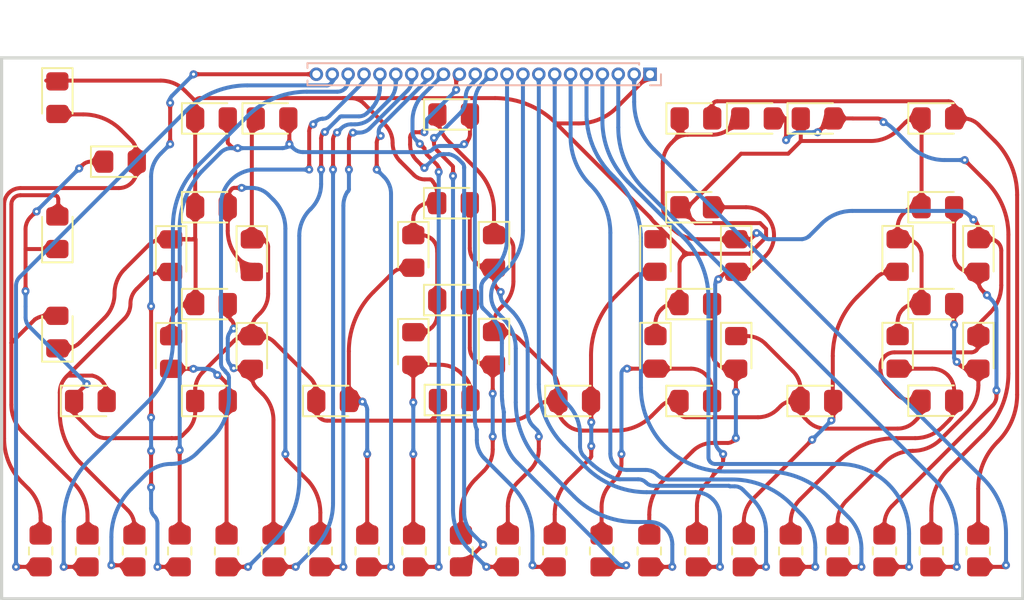
<source format=kicad_pcb>
(kicad_pcb (version 20221018) (generator pcbnew)
  (layers (0 "F.Cu" signal) (31 "B.Cu" signal) (34 "B.Paste" user) (35 "F.Paste" user) (36 "B.SilkS" user "B.Silkscreen") (37 "F.SilkS" user "F.Silkscreen") (38 "B.Mask" user) (39 "F.Mask" user) (44 "Edge.Cuts" user))
  (net 0 "")
  (net 1 "Net-(D5-A)")
  (net 2 "Net-(D10-A)")
  (net 3 "Net-(D18-A)")
  (net 4 "Net-(D26-A)")
  (net 5 "Net-(D27-A)")
  (net 6 "Net-(D32-A)")
  (net 7 "Net-(D33-A)")
  (net 8 "Net-(J1-Pin_10)")
  (net 9 "Net-(J1-Pin_22)")
  (net 10 "Net-(J1-Pin_21)")
  (net 11 "Net-(J1-Pin_20)")
  (net 12 "Net-(J1-Pin_19)")
  (net 13 "Net-(J1-Pin_18)")
  (net 14 "Net-(J1-Pin_17)")
  (net 15 "Net-(J1-Pin_16)")
  (net 16 "Net-(J1-Pin_15)")
  (net 17 "Net-(J1-Pin_14)")
  (net 18 "Net-(J1-Pin_13)")
  (net 19 "Net-(J1-Pin_12)")
  (net 20 "Net-(J1-Pin_11)")
  (net 21 "Net-(J1-Pin_9)")
  (net 22 "Net-(J1-Pin_8)")
  (net 23 "Net-(J1-Pin_7)")
  (net 24 "Net-(J1-Pin_6)")
  (net 25 "Net-(J1-Pin_5)")
  (net 26 "Net-(J1-Pin_4)")
  (net 27 "Net-(J1-Pin_3)")
  (net 28 "Net-(J1-Pin_2)")
  (net 29 "/TopGround")
  (net 30 "/BottomGround")
  (net 31 "Net-(D28-A)")
  (net 32 "Net-(D1-A)")
  (net 33 "Net-(D2-A)")
  (net 34 "Net-(D4-A)")
  (net 35 "Net-(D8-A)")
  (net 36 "Net-(D11-A)")
  (net 37 "Net-(D12-A)")
  (net 38 "Net-(D16-A)")
  (net 39 "Net-(D19-A)")
  (net 40 "Net-(D20-A)")
  (net 41 "Net-(D24-A)")
  (net 42 "/kHz{slash}Hz{slash}dB")
  (net 43 "/Low Battery {slash} Negative")
  (net 44 "/HalfDigit")
  (footprint "LED_SMD:LED_0805_2012Metric_Pad1.15x1.40mm_HandSolder" (layer "F.Cu") (at 182.88 70.349 -90)
    (fp_text reference "D15" hide)
    (fp_text value "8B")
  )
  (footprint "LED_SMD:LED_0805_2012Metric_Pad1.15x1.40mm_HandSolder" (layer "F.Cu") (at 165.1 73.66)
    (fp_text reference "D7" hide)
    (fp_text value "8A")
  )
  (footprint "LED_SMD:LED_0805_2012Metric_Pad1.15x1.40mm_HandSolder" (layer "F.Cu") (at 155.4 63.075 90)
    (fp_text reference "D41" hide)
    (fp_text value "Half")
  )
  (footprint "LED_SMD:LED_0805_2012Metric_Pad1.15x1.40mm_HandSolder" (layer "F.Cu") (at 180.375 73.6)
    (fp_text reference "D13" hide)
    (fp_text value "8A")
  )
  (footprint "LED_SMD:LED_0805_2012Metric_Pad1.15x1.40mm_HandSolder" (layer "F.Cu") (at 198.12 64.507 -90)
    (fp_text reference "D22" hide)
    (fp_text value "8C")
  )
  (footprint "Resistor_SMD:R_0805_2012Metric_Pad1.20x1.40mm_HandSolder" (layer "F.Cu") (at 157.3 83.1 90)
    (fp_text reference "R6" hide)
    (fp_text value "R")
  )
  (footprint "LED_SMD:LED_0805_2012Metric_Pad1.15x1.40mm_HandSolder" (layer "F.Cu") (at 167.64 64.516 -90)
    (fp_text reference "D3" hide)
    (fp_text value "8C")
  )
  (footprint "LED_SMD:LED_0805_2012Metric_Pad1.15x1.40mm_HandSolder" (layer "F.Cu") (at 165.1 55.88)
    (fp_text reference "D39" hide)
    (fp_text value "kHz")
  )
  (footprint "LED_SMD:LED_0805_2012Metric_Pad1.15x1.40mm_HandSolder" (layer "F.Cu") (at 198.12 70.603 -90)
    (fp_text reference "D23" hide)
    (fp_text value "8B")
  )
  (footprint "Resistor_SMD:R_0805_2012Metric_Pad1.20x1.40mm_HandSolder" (layer "F.Cu") (at 207.45 83.1 90)
    (fp_text reference "R38" hide)
    (fp_text value "R")
  )
  (footprint "Resistor_SMD:R_0805_2012Metric_Pad1.20x1.40mm_HandSolder" (layer "F.Cu") (at 201.55 83.1 90)
    (fp_text reference "R34" hide)
    (fp_text value "R")
  )
  (footprint "LED_SMD:LED_0805_2012Metric_Pad1.15x1.40mm_HandSolder" (layer "F.Cu") (at 195.571 61.468)
    (fp_text reference "D19" hide)
    (fp_text value "8C")
  )
  (footprint "LED_SMD:LED_0805_2012Metric_Pad1.15x1.40mm_HandSolder" (layer "F.Cu") (at 210.811 67.564)
    (fp_text reference "D28" hide)
    (fp_text value "8B")
  )
  (footprint "LED_SMD:LED_0805_2012Metric_Pad1.15x1.40mm_HandSolder" (layer "F.Cu") (at 199.399 55.88)
    (fp_text reference "D34" hide)
    (fp_text value "Tone")
  )
  (footprint "LED_SMD:LED_0805_2012Metric_Pad1.15x1.40mm_HandSolder" (layer "F.Cu") (at 157.48 73.66)
    (fp_text reference "D44" hide)
    (fp_text value ".1")
  )
  (footprint "LED_SMD:LED_0805_2012Metric_Pad1.15x1.40mm_HandSolder" (layer "F.Cu") (at 213.36 70.603 -90)
    (fp_text reference "D31" hide)
    (fp_text value "8B")
  )
  (footprint "LED_SMD:LED_0805_2012Metric_Pad1.15x1.40mm_HandSolder" (layer "F.Cu") (at 165.1 67.564)
    (fp_text reference "D4" hide)
    (fp_text value "8B")
  )
  (footprint "LED_SMD:LED_0805_2012Metric_Pad1.15x1.40mm_HandSolder" (layer "F.Cu") (at 155.4 69.325 90)
    (fp_text reference "D43" hide)
    (fp_text value "Half")
  )
  (footprint "Resistor_SMD:R_0805_2012Metric_Pad1.20x1.40mm_HandSolder" (layer "F.Cu") (at 210.4 83.1 90)
    (fp_text reference "R40" hide)
    (fp_text value "R")
  )
  (footprint "LED_SMD:LED_0805_2012Metric_Pad1.15x1.40mm_HandSolder" (layer "F.Cu") (at 180.331 61.214)
    (fp_text reference "D11" hide)
    (fp_text value "8C")
  )
  (footprint "LED_SMD:LED_0805_2012Metric_Pad1.15x1.40mm_HandSolder" (layer "F.Cu") (at 210.811 61.468)
    (fp_text reference "D27" hide)
    (fp_text value "8C")
  )
  (footprint "LED_SMD:LED_0805_2012Metric_Pad1.15x1.40mm_HandSolder" (layer "F.Cu") (at 203.209 55.88)
    (fp_text reference "D33" hide)
    (fp_text value "REL")
  )
  (footprint "Resistor_SMD:R_0805_2012Metric_Pad1.20x1.40mm_HandSolder" (layer "F.Cu") (at 177.85 83.1 90)
    (fp_text reference "R18" hide)
    (fp_text value "R")
  )
  (footprint "Resistor_SMD:R_0805_2012Metric_Pad1.20x1.40mm_HandSolder" (layer "F.Cu") (at 169 83.1 90)
    (fp_text reference "R12" hide)
    (fp_text value "R")
  )
  (footprint "Resistor_SMD:R_0805_2012Metric_Pad1.20x1.40mm_HandSolder" (layer "F.Cu") (at 204.5 83.1 90)
    (fp_text reference "R36" hide)
    (fp_text value "R")
  )
  (footprint "LED_SMD:LED_0805_2012Metric_Pad1.15x1.40mm_HandSolder" (layer "F.Cu") (at 180.34 55.626)
    (fp_text reference "D36" hide)
    (fp_text value "dB")
  )
  (footprint "LED_SMD:LED_0805_2012Metric_Pad1.15x1.40mm_HandSolder" (layer "F.Cu") (at 177.8 64.253 -90)
    (fp_text reference "D9" hide)
    (fp_text value ".1")
  )
  (footprint "LED_SMD:LED_0805_2012Metric_Pad1.15x1.40mm_HandSolder" (layer "F.Cu") (at 159.375 58.6)
    (fp_text reference "D42" hide)
    (fp_text value "NEG")
  )
  (footprint "LED_SMD:LED_0805_2012Metric_Pad1.15x1.40mm_HandSolder" (layer "F.Cu") (at 193.04 70.603 -90)
    (fp_text reference "D18" hide)
    (fp_text value "8A")
  )
  (footprint "Resistor_SMD:R_0805_2012Metric_Pad1.20x1.40mm_HandSolder" (layer "F.Cu") (at 160.25 83.1 90)
    (fp_text reference "R8" hide)
    (fp_text value "R")
  )
  (footprint "LED_SMD:LED_0805_2012Metric_Pad1.15x1.40mm_HandSolder" (layer "F.Cu") (at 167.64 70.612 -90)
    (fp_text reference "D6" hide)
    (fp_text value "8B")
  )
  (footprint "Resistor_SMD:R_0805_2012Metric_Pad1.20x1.40mm_HandSolder" (layer "F.Cu") (at 198.6 83.1 90)
    (fp_text reference "R32" hide)
    (fp_text value "R")
  )
  (footprint "LED_SMD:LED_0805_2012Metric_Pad1.15x1.40mm_HandSolder" (layer "F.Cu") (at 203.2 73.66)
    (fp_text reference "D24" hide)
    (fp_text value ".1")
  )
  (footprint "LED_SMD:LED_0805_2012Metric_Pad1.15x1.40mm_HandSolder" (layer "F.Cu") (at 155.4 54.575 -90)
    (fp_text reference "D40" hide)
    (fp_text value "LO BAT")
  )
  (footprint "Resistor_SMD:R_0805_2012Metric_Pad1.20x1.40mm_HandSolder" (layer "F.Cu") (at 189.65 83.1 90)
    (fp_text reference "R1" hide)
    (fp_text value "R")
  )
  (footprint "LED_SMD:LED_0805_2012Metric_Pad1.15x1.40mm_HandSolder" (layer "F.Cu") (at 210.811 55.88)
    (fp_text reference "D32" hide)
    (fp_text value "CONT")
  )
  (footprint "LED_SMD:LED_0805_2012Metric_Pad1.15x1.40mm_HandSolder" (layer "F.Cu") (at 165.1 61.468)
    (fp_text reference "D2" hide)
    (fp_text value "8C")
  )
  (footprint "Resistor_SMD:R_0805_2012Metric_Pad1.20x1.40mm_HandSolder" (layer "F.Cu") (at 166.05 83.1 90)
    (fp_text reference "R10" hide)
    (fp_text value "R")
  )
  (footprint "LED_SMD:LED_0805_2012Metric_Pad1.15x1.40mm_HandSolder" (layer "F.Cu") (at 195.589 55.88)
    (fp_text reference "D35" hide)
    (fp_text value "Bar")
  )
  (footprint "LED_SMD:LED_0805_2012Metric_Pad1.15x1.40mm_HandSolder" (layer "F.Cu") (at 195.58 67.564)
    (fp_text reference "D20" hide)
    (fp_text value "8B")
  )
  (footprint "LED_SMD:LED_0805_2012Metric_Pad1.15x1.40mm_HandSolder" (layer "F.Cu") (at 195.58 73.66)
    (fp_text reference "D21" hide)
    (fp_text value "8A")
  )
  (footprint "Resistor_SMD:R_0805_2012Metric_Pad1.20x1.40mm_HandSolder" (layer "F.Cu") (at 213.35 83.1 90)
    (fp_text reference "R42" hide)
    (fp_text value "R")
  )
  (footprint "Resistor_SMD:R_0805_2012Metric_Pad1.20x1.40mm_HandSolder" (layer "F.Cu") (at 192.65 83.1 90)
    (fp_text reference "R28" hide)
    (fp_text value "R")
  )
  (footprint "LED_SMD:LED_0805_2012Metric_Pad1.15x1.40mm_HandSolder" (layer "F.Cu") (at 172.72 73.66)
    (fp_text reference "D8" hide)
    (fp_text value ".1")
  )
  (footprint "LED_SMD:LED_0805_2012Metric_Pad1.15x1.40mm_HandSolder" (layer "F.Cu") (at 182.88 64.253 -90)
    (fp_text reference "D14" hide)
    (fp_text value "8C")
  )
  (footprint "LED_SMD:LED_0805_2012Metric_Pad1.15x1.40mm_HandSolder" (layer "F.Cu") (at 208.28 70.603 -90)
    (fp_text reference "D26" hide)
    (fp_text value "8A")
  )
  (footprint "Resistor_SMD:R_0805_2012Metric_Pad1.20x1.40mm_HandSolder" (layer "F.Cu") (at 180.8 83.1 90)
    (fp_text reference "R20" hide)
    (fp_text value "R")
  )
  (footprint "Resistor_SMD:R_0805_2012Metric_Pad1.20x1.40mm_HandSolder" (layer "F.Cu") (at 171.95 83.1 90)
    (fp_text reference "R14" hide)
    (fp_text value "R")
  )
  (footprint "LED_SMD:LED_0805_2012Metric_Pad1.15x1.40mm_HandSolder" (layer "F.Cu") (at 162.56 70.612 -90)
    (fp_text reference "D5" hide)
    (fp_text value "8A")
  )
  (footprint "Resistor_SMD:R_0805_2012Metric_Pad1.20x1.40mm_HandSolder" (layer "F.Cu") (at 174.9 83.1 90)
    (fp_text reference "R16" hide)
    (fp_text value "R")
  )
  (footprint "Resistor_SMD:R_0805_2012Metric_Pad1.20x1.40mm_HandSolder" (layer "F.Cu") (at 183.75 83.1 90)
    (fp_text reference "R22" hide)
    (fp_text value "R")
  )
  (footprint "LED_SMD:LED_0805_2012Metric_Pad1.15x1.40mm_HandSolder" (layer "F.Cu") (at 208.28 64.507 -90)
    (fp_text reference "D25" hide)
    (fp_text value ".1")
  )
  (footprint "LED_SMD:LED_0805_2012Metric_Pad1.15x1.40mm_HandSolder" (layer "F.Cu") (at 187.96 73.66)
    (fp_text reference "D16" hide)
    (fp_text value ".1")
  )
  (footprint "LED_SMD:LED_0805_2012Metric_Pad1.15x1.40mm_HandSolder" (layer "F.Cu") (at 193.04 64.507 -90)
    (fp_text reference "D17" hide)
    (fp_text value ".1")
  )
  (footprint "LED_SMD:LED_0805_2012Metric_Pad1.15x1.40mm_HandSolder" (layer "F.Cu") (at 213.36 64.507 -90)
    (fp_text reference "D30" hide)
    (fp_text value "8C")
  )
  (footprint "LED_SMD:LED_0805_2012Metric_Pad1.15x1.40mm_HandSolder" (layer "F.Cu") (at 180.331 67.31)
    (fp_text reference "D12" hide)
    (fp_text value "8B")
  )
  (footprint "LED_SMD:LED_0805_2012Metric_Pad1.15x1.40mm_HandSolder" (layer "F.Cu") (at 162.56 64.516 -90)
    (fp_text reference "D1" hide)
    (fp_text value ".1")
  )
  (footprint "Resistor_SMD:R_0805_2012Metric_Pad1.20x1.40mm_HandSolder" (layer "F.Cu") (at 186.7 83.1 90)
    (fp_text reference "R24" hide)
    (fp_text value "R")
  )
  (footprint "LED_SMD:LED_0805_2012Metric_Pad1.15x1.40mm_HandSolder" (layer "F.Cu") (at 168.91 55.88)
    (fp_text reference "D38" hide)
    (fp_text value "Hz")
  )
  (footprint "Resistor_SMD:R_0805_2012Metric_Pad1.20x1.40mm_HandSolder" (layer "F.Cu") (at 163.1 83.1 90)
    (fp_text reference "R2" hide)
    (fp_text value "R")
  )
  (footprint "Resistor_SMD:R_0805_2012Metric_Pad1.20x1.40mm_HandSolder" (layer "F.Cu") (at 195.65 83.1 90)
    (fp_text reference "R30" hide)
    (fp_text value "R")
  )
  (footprint "LED_SMD:LED_0805_2012Metric_Pad1.15x1.40mm_HandSolder" (layer "F.Cu") (at 210.811 73.642)
    (fp_text reference "D29" hide)
    (fp_text value "8A")
  )
  (footprint "LED_SMD:LED_0805_2012Metric_Pad1.15x1.40mm_HandSolder" (layer "F.Cu") (at 177.8 70.358 -90)
    (fp_text reference "D10" hide)
    (fp_text value "8A")
  )
  (footprint "Resistor_SMD:R_0805_2012Metric_Pad1.20x1.40mm_HandSolder" (layer "F.Cu") (at 154.35 83.1 90)
    (fp_text reference "R4" hide)
    (fp_text value "R" hide)
  )
  (footprint "Connector_PinHeader_1.00mm:PinHeader_1x22_P1.00mm_Vertical" (layer "B.Cu") (at 192.7 53.1 90)
    (fp_text reference "J1" hide)
    (fp_text value "Conn_01x23")
  )
  (gr_rect (start 151.892 52.07) (end 216.154 86.106) (stroke (width 0.2)) (fill none) (layer "Edge.Cuts"))
  (segment (start 166.125 72.856326) (end 166.125 73.606966) (width 0.25) (layer "F.Cu") (net 1))
  (segment (start 166.05 73.788033) (end 166.05 82.1) (width 0.25) (layer "F.Cu") (net 1))
  (segment (start 163.963 71.637) (end 162.56 71.637) (width 0.25) (layer "F.Cu") (net 1))
  (segment (start 165.575755 72.053324) (end 165.999904 72.477473) (width 0.25) (layer "F.Cu") (net 1))
  (segment (start 165.473409 72.026591) (end 165.511215 72.026591) (width 0.25) (layer "F.Cu") (net 1))
  (via micro (at 165.473409 72.026591) (size 0.5) (drill 0.2) (layers "F.Cu" "B.Cu") (net 1))
  (via micro (at 163.963 71.637) (size 0.5) (drill 0.2) (layers "F.Cu" "B.Cu") (net 1))
  (arc (start 166.125 72.856326) (mid 166.092165 72.657408) (end 165.999904 72.477473) (width 0.25) (layer "F.Cu") (net 1))
  (arc (start 166.0875 73.6975) (mid 166.115254 73.655962) (end 166.125 73.606966) (width 0.25) (layer "F.Cu") (net 1))
  (arc (start 166.0875 73.6975) (mid 166.059745 73.739036) (end 166.05 73.788033) (width 0.25) (layer "F.Cu") (net 1))
  (arc (start 165.575755 72.053324) (mid 165.546143 72.033538) (end 165.511215 72.026591) (width 0.25) (layer "F.Cu") (net 1))
  (segment (start 165.473409 72.026591) (end 165.473409 72.016701) (width 0.25) (layer "B.Cu") (net 1))
  (segment (start 165.466416 71.999819) (end 165.222021 71.755424) (width 0.25) (layer "B.Cu") (net 1))
  (segment (start 164.737382 71.637) (end 163.963 71.637) (width 0.25) (layer "B.Cu") (net 1))
  (arc (start 164.737382 71.637) (mid 164.986467 71.667718) (end 165.222021 71.755424) (width 0.25) (layer "B.Cu") (net 1))
  (arc (start 165.466416 71.999819) (mid 165.471591 72.007564) (end 165.473409 72.016701) (width 0.25) (layer "B.Cu") (net 1))
  (segment (start 177.8 73.75) (end 177.8 71.383) (width 0.25) (layer "F.Cu") (net 2))
  (segment (start 180.8415 71.9415) (end 181.011091 72.111091) (width 0.25) (layer "F.Cu") (net 2))
  (segment (start 179.493161 71.383) (end 177.8 71.383) (width 0.25) (layer "F.Cu") (net 2))
  (segment (start 177.825 82.075) (end 177.85 82.1) (width 0.25) (layer "F.Cu") (net 2))
  (segment (start 181.4 73.05) (end 181.4 73.6) (width 0.25) (layer "F.Cu") (net 2))
  (segment (start 177.8 82.014644) (end 177.8 77) (width 0.25) (layer "F.Cu") (net 2))
  (via micro (at 177.8 77) (size 0.5) (drill 0.2) (layers "F.Cu" "B.Cu") (net 2))
  (via micro (at 177.8 73.75) (size 0.5) (drill 0.2) (layers "F.Cu" "B.Cu") (net 2))
  (arc (start 177.825 82.075) (mid 177.806497 82.047308) (end 177.8 82.014644) (width 0.25) (layer "F.Cu") (net 2))
  (arc (start 180.8415 71.9415) (mid 180.222876 71.528149) (end 179.493161 71.383) (width 0.25) (layer "F.Cu") (net 2))
  (arc (start 181.4 73.05) (mid 181.298925 72.541866) (end 181.011091 72.111091) (width 0.25) (layer "F.Cu") (net 2))
  (segment (start 177.8 77) (end 177.8 73.75) (width 0.25) (layer "B.Cu") (net 2))
  (segment (start 191.25 71.628) (end 193.04 71.628) (width 0.25) (layer "F.Cu") (net 3))
  (segment (start 195.278578 71.628) (end 193.04 71.628) (width 0.25) (layer "F.Cu") (net 3))
  (segment (start 196.605 72.954421) (end 196.605 73.66) (width 0.25) (layer "F.Cu") (net 3))
  (segment (start 190.475735 78.624264) (end 190.275 78.825) (width 0.25) (layer "F.Cu") (net 3))
  (segment (start 189.65 80.333883) (end 189.65 82.1) (width 0.25) (layer "F.Cu") (net 3))
  (segment (start 190.9 77) (end 190.9 77.6) (width 0.25) (layer "F.Cu") (net 3))
  (via micro (at 191.25 71.628) (size 0.5) (drill 0.2) (layers "F.Cu" "B.Cu") (net 3))
  (via micro (at 190.9 77) (size 0.5) (drill 0.2) (layers "F.Cu" "B.Cu") (net 3))
  (arc (start 190.275 78.825) (mid 189.812432 79.517281) (end 189.65 80.333883) (width 0.25) (layer "F.Cu") (net 3))
  (arc (start 196.2165 72.0165) (mid 196.504032 72.446822) (end 196.605 72.954421) (width 0.25) (layer "F.Cu") (net 3))
  (arc (start 190.475735 78.624264) (mid 190.789737 78.154327) (end 190.9 77.6) (width 0.25) (layer "F.Cu") (net 3))
  (arc (start 196.2165 72.0165) (mid 195.786177 71.728967) (end 195.278578 71.628) (width 0.25) (layer "F.Cu") (net 3))
  (segment (start 190.9 71.921622) (end 190.9 77) (width 0.25) (layer "B.Cu") (net 3))
  (segment (start 191.15504 71.628569) (end 191.249028 71.628569) (width 0.25) (layer "B.Cu") (net 3))
  (segment (start 191.249715 71.628284) (end 191.25 71.628) (width 0.25) (layer "B.Cu") (net 3))
  (arc (start 191.249715 71.628284) (mid 191.2494 71.628494) (end 191.249028 71.628569) (width 0.25) (layer "B.Cu") (net 3))
  (arc (start 191.15504 71.628569) (mid 191.063756 71.658282) (end 190.986 71.714) (width 0.25) (layer "B.Cu") (net 3))
  (arc (start 190.9 71.921622) (mid 190.92235 71.809257) (end 190.986 71.714) (width 0.25) (layer "B.Cu") (net 3))
  (segment (start 211.836 73.059571) (end 211.836 73.059624) (width 0.25) (layer "F.Cu") (net 4))
  (segment (start 211.836 73.525094) (end 211.836 73.523144) (width 0.25) (layer "F.Cu") (net 4))
  (segment (start 211.836 73.404642) (end 211.836 73.404854) (width 0.25) (layer "F.Cu") (net 4))
  (segment (start 211.836 74.09428) (end 211.836 74.098543) (width 0.25) (layer "F.Cu") (net 4))
  (segment (start 211.836 73.167655) (end 211.836 73.16743) (width 0.25) (layer "F.Cu") (net 4))
  (segment (start 211.836 73.06521) (end 211.836 73.065232) (width 0.25) (layer "F.Cu") (net 4))
  (segment (start 211.836 73.214913) (end 211.836 73.215086) (width 0.25) (layer "F.Cu") (net 4))
  (segment (start 211.836 73.236819) (end 211.836 73.23727) (width 0.25) (layer "F.Cu") (net 4))
  (segment (start 211.836 73.054593) (end 211.836 73.054825) (width 0.25) (layer "F.Cu") (net 4))
  (segment (start 211.836 73.102403) (end 211.836 73.102477) (width 0.25) (layer "F.Cu") (net 4))
  (segment (start 211.836 73.059066) (end 211.836 73.059108) (width 0.25) (layer "F.Cu") (net 4))
  (segment (start 211.836 73.191955) (end 211.836 73.192082) (width 0.25) (layer "F.Cu") (net 4))
  (segment (start 211.836 73.792435) (end 211.836 73.79418) (width 0.25) (layer "F.Cu") (net 4))
  (segment (start 211.836 73.292101) (end 211.836 73.292821) (width 0.25) (layer "F.Cu") (net 4))
  (segment (start 211.836 73.168548) (end 211.836 73.168574) (width 0.25) (layer "F.Cu") (net 4))
  (segment (start 211.836 73.034125) (end 211.836 73.034631) (width 0.25) (layer "F.Cu") (net 4))
  (segment (start 211.836 73.192674) (end 211.836 73.192717) (width 0.25) (layer "F.Cu") (net 4))
  (segment (start 211.836 73.308974) (end 211.836 73.309017) (width 0.25) (layer "F.Cu") (net 4))
  (segment (start 211.836 73.106571) (end 211.836 73.10653) (width 0.25) (layer "F.Cu") (net 4))
  (segment (start 211.836 73.014913) (end 211.836 73.015193) (width 0.25) (layer "F.Cu") (net 4))
  (segment (start 211.836 73.417635) (end 211.836 73.417847) (width 0.25) (layer "F.Cu") (net 4))
  (segment (start 211.836 73.705662) (end 211.836 73.71287) (width 0.25) (layer "F.Cu") (net 4))
  (segment (start 211.836 73.020319) (end 211.836 73.020335) (width 0.25) (layer "F.Cu") (net 4))
  (segment (start 211.836 73.026247) (end 211.836 73.026331) (width 0.25) (layer "F.Cu") (net 4))
  (segment (start 211.836 73.106163) (end 211.836 73.106374) (width 0.25) (layer "F.Cu") (net 4))
  (segment (start 211.836 73.191063) (end 211.836 73.191275) (width 0.25) (layer "F.Cu") (net 4))
  (segment (start 211.836 73.557727) (end 211.836 73.559571) (width 0.25) (layer "F.Cu") (net 4))
  (segment (start 211.836 73.417635) (end 211.836 73.417571) (width 0.25) (layer "F.Cu") (net 4))
  (segment (start 211.836 73.40232) (end 211.836 73.402381) (width 0.25) (layer "F.Cu") (net 4))
  (segment (start 211.836 73.296658) (end 211.836 73.297167) (width 0.25) (layer "F.Cu") (net 4))
  (segment (start 211.836 73.053576) (end 211.836 73.053618) (width 0.25) (layer "F.Cu") (net 4))
  (segment (start 211.836 73.082549) (end 211.836 73.082718) (width 0.25) (layer "F.Cu") (net 4))
  (segment (start 211.836 73.21271) (end 211.836 73.212753) (width 0.25) (layer "F.Cu") (net 4))
  (segment (start 211.836 73.58801) (end 211.836 73.588264) (width 0.25) (layer "F.Cu") (net 4))
  (segment (start 211.836 73.403276) (end 211.836 73.403498) (width 0.25) (layer "F.Cu") (net 4))
  (segment (start 211.836 73.046462) (end 211.836 73.046504) (width 0.25) (layer "F.Cu") (net 4))
  (segment (start 211.836 73.013758) (end 211.836 73.013837) (width 0.25) (layer "F.Cu") (net 4))
  (segment (start 211.836 73.0258) (end 211.836 73.025843) (width 0.25) (layer "F.Cu") (net 4))
  (segment (start 211.836 73.14548) (end 211.836 73.146614) (width 0.25) (layer "F.Cu") (net 4))
  (segment (start 211.836 73.09903) (end 211.836 73.099307) (width 0.25) (layer "F.Cu") (net 4))
  (segment (start 211.836 73.481441) (end 211.836 73.481654) (width 0.25) (layer "F.Cu") (net 4))
  (segment (start 211.836 73.248817) (end 211.836 73.249706) (width 0.25) (layer "F.Cu") (net 4))
  (segment (start 211.836 73.314783) (end 211.836 73.314825) (width 0.25) (layer "F.Cu") (net 4))
  (segment (start 211.836 73.164981) (end 211.836 73.165186) (width 0.25) (layer "F.Cu") (net 4))
  (segment (start 211.836 73.160528) (end 211.836 73.160975) (width 0.25) (layer "F.Cu") (net 4))
  (segment (start 211.836 73.453695) (end 211.836 73.454373) (width 0.25) (layer "F.Cu") (net 4))
  (segment (start 211.836 73.311244) (end 211.836 73.311584) (width 0.25) (layer "F.Cu") (net 4))
  (segment (start 211.836 73.026923) (end 211.836 73.027008) (width 0.25) (layer "F.Cu") (net 4))
  (segment (start 211.836 73.671277) (end 211.836 73.671553) (width 0.25) (layer "F.Cu") (net 4))
  (segment (start 211.836 73.401663) (end 211.836 73.401801) (width 0.25) (layer "F.Cu") (net 4))
  (segment (start 211.836 73.227465) (end 211.836 73.227521) (width 0.25) (layer "F.Cu") (net 4))
  (segment (start 211.836 73.323642) (end 211.836 73.323451) (width 0.25) (layer "F.Cu") (net 4))
  (segment (start 211.836 73.169466) (end 211.836 73.16963) (width 0.25) (layer "F.Cu") (net 4))
  (segment (start 211.836 73.10643) (end 211.836 73.10653) (width 0.25) (layer "F.Cu") (net 4))
  (segment (start 211.836 73.309464) (end 211.836 73.309443) (width 0.25) (layer "F.Cu") (net 4))
  (segment (start 211.836 73.309357) (end 211.836 73.3094) (width 0.25) (layer "F.Cu") (net 4))
  (segment (start 211.836 73.192188) (end 211.836 73.192273) (width 0.25) (layer "F.Cu") (net 4))
  (segment (start 211.836 73.16583) (end 211.836 73.165911) (width 0.25) (layer "F.Cu") (net 4))
  (segment (start 211.836 73.310225) (end 211.836 73.31031) (width 0.25) (layer "F.Cu") (net 4))
  (segment (start 211.836 73.083884) (end 211.836 73.084096) (width 0.25) (layer "F.Cu") (net 4))
  (segment (start 211.836 73.170903) (end 211.836 73.171072) (width 0.25) (layer "F.Cu") (net 4))
  (segment (start 211.836 73.191615) (end 211.836 73.191743) (width 0.25) (layer "F.Cu") (net 4))
  (segment (start 211.836 73.026183) (end 211.836 73.026226) (width 0.25) (layer "F.Cu") (net 4))
  (segment (start 211.836 73.035023) (end 211.836 73.034949) (width 0.25) (layer "F.Cu") (net 4))
  (segment (start 211.836 73.032437) (end 211.836 73.032606) (width 0.25) (layer "F.Cu") (net 4))
  (segment (start 211.836 73.413924) (end 211.836 73.414093) (width 0.25) (layer "F.Cu") (net 4))
  (segment (start 211.836 73.034631) (end 211.836 73.034949) (width 0.25) (layer "F.Cu") (net 4))
  (segment (start 211.836 73.05366) (end 211.836 73.053723) (width 0.25) (layer "F.Cu") (net 4))
  (segment (start 211.836 73.238782) (end 211.836 73.238825) (width 0.25) (layer "F.Cu") (net 4))
  (segment (start 211.836 73.210181) (end 211.836 73.210621) (width 0.25) (layer "F.Cu") (net 4))
  (segment (start 211.836 73.238868) (end 211.836 73.238911) (width 0.25) (layer "F.Cu") (net 4))
  (segment (start 211.836 73.307765) (end 211.836 73.307934) (width 0.25) (layer "F.Cu") (net 4))
  (segment (start 211.836 73.774322) (end 211.836 73.781466) (width 0.25) (layer "F.Cu") (net 4))
  (segment (start 211.836 73.082824) (end 211.836 73.082866) (width 0.25) (layer "F.Cu") (net 4))
  (segment (start 211.836 73.960386) (end 211.836 73.985192) (width 0.25) (layer "F.Cu") (net 4))
  (segment (start 211.836 73.008485) (end 211.836 73.008528) (width 0.25) (layer "F.Cu") (net 4))
  (segment (start 211.836 73.009831) (end 211.836 73.009855) (width 0.25) (layer "F.Cu") (net 4))
  (segment (start 211.836 73.164853) (end 211.836 73.1648) (width 0.25) (layer "F.Cu") (net 4))
  (segment (start 211.836 73.042159) (end 211.836 73.043283) (width 0.25) (layer "F.Cu") (net 4))
  (segment (start 211.836 73.016854) (end 211.836 73.017055) (width 0.25) (layer "F.Cu") (net 4))
  (segment (start 211.836 73.017428) (end 211.836 73.017441) (width 0.25) (layer "F.Cu") (net 4))
  (segment (start 211.836 73.30359) (end 211.836 73.303632) (width 0.25) (layer "F.Cu") (net 4))
  (segment (start 211.836 73.051729) (end 211.836 73.052152) (width 0.25) (layer "F.Cu") (net 4))
  (segment (start 211.836 73.403941) (end 211.836 73.404122) (width 0.25) (layer "F.Cu") (net 4))
  (segment (start 211.836 73.387301) (end 211.836 73.387205) (width 0.25) (layer "F.Cu") (net 4))
  (segment (start 211.836 73.151192) (end 211.836 73.151234) (width 0.25) (layer "F.Cu") (net 4))
  (segment (start 211.836 73.154372) (end 211.836 73.15505) (width 0.25) (layer "F.Cu") (net 4))
  (segment (start 211.836 73.101682) (end 211.836 73.102085) (width 0.25) (layer "F.Cu") (net 4))
  (segment (start 211.836 73.295301) (end 211.836 73.296658) (width 0.25) (layer "F.Cu") (net 4))
  (segment (start 211.836 73.058658) (end 211.836 73.058684) (width 0.25) (layer "F.Cu") (net 4))
  (segment (start 211.836 73.582254) (end 211.836 73.582704) (width 0.25) (layer "F.Cu") (net 4))
  (segment (start 211.836 73.167655) (end 211.836 73.167883) (width 0.25) (layer "F.Cu") (net 4))
  (segment (start 211.836 73.479814) (end 211.836 73.480152) (width 0.25) (layer "F.Cu") (net 4))
  (segment (start 211.836 73.228737) (end 211.836 73.228991) (width 0.25) (layer "F.Cu") (net 4))
  (segment (start 211.836 73.313531) (end 211.836 73.313786) (width 0.25) (layer "F.Cu") (net 4))
  (segment (start 211.836 73.352622) (end 211.836 73.355049) (width 0.25) (layer "F.Cu") (net 4))
  (segment (start 211.836 73.221804) (end 211.836 73.221931) (width 0.25) (layer "F.Cu") (net 4))
  (segment (start 211.836 73.442419) (end 211.836 73.441487) (width 0.25) (layer "F.Cu") (net 4))
  (segment (start 211.836 73.059911) (end 211.836 73.060081) (width 0.25) (layer "F.Cu") (net 4))
  (segment (start 211.836 73.834506) (end 211.836 73.837218) (width 0.25) (layer "F.Cu") (net 4))
  (segment (start 211.836 73.170396) (end 211.836 73.170215) (width 0.25) (layer "F.Cu") (net 4))
  (segment (start 211.836 73.326124) (end 211.836 73.326548) (width 0.25) (layer "F.Cu") (net 4))
  (segment (start 211.836 73.032606) (end 211.836 73.032775) (width 0.25) (layer "F.Cu") (net 4))
  (segment (start 211.836 73.587332) (end 211.836 73.587565) (width 0.25) (layer "F.Cu") (net 4))
  (segment (start 211.836 73.032099) (end 211.836 73.032155) (width 0.25) (layer "F.Cu") (net 4))
  (segment (start 211.836 73.563927) (end 211.836 73.564096) (width 0.25) (layer "F.Cu") (net 4))
  (segment (start 211.836 73.18659) (end 211.836 73.187353) (width 0.25) (layer "F.Cu") (net 4))
  (segment (start 211.836 73.052619) (end 211.836 73.052704) (width 0.25) (layer "F.Cu") (net 4))
  (segment (start 211.836 73.378861) (end 211.836 73.380812) (width 0.25) (layer "F.Cu") (net 4))
  (segment (start 211.836 73.571306) (end 211.836 73.571476) (width 0.25) (layer "F.Cu") (net 4))
  (segment (start 211.836 73.25336) (end 211.836 73.25246) (width 0.25) (layer "F.Cu") (net 4))
  (segment (start 211.836 73.23815) (end 211.836 73.238557) (width 0.25) (layer "F.Cu") (net 4))
  (segment (start 211.836 73.402129) (end 211.836 73.40232) (width 0.25) (layer "F.Cu") (net 4))
  (segment (start 211.836 73.336593) (end 211.836 73.337377) (width 0.25) (layer "F.Cu") (net 4))
  (segment (start 211.836 73.106571) (end 211.836 73.106598) (width 0.25) (layer "F.Cu") (net 4))
  (segment (start 211.836 73.16545) (end 211.836 73.165504) (width 0.25) (layer "F.Cu") (net 4))
  (segment (start 211.836 73.417995) (end 211.836 73.418504) (width 0.25) (layer "F.Cu") (net 4))
  (segment (start 211.836 73.044849) (end 211.836 73.045168) (width 0.25) (layer "F.Cu") (net 4))
  (segment (start 211.836 73.337377) (end 211.836 73.337674) (width 0.25) (layer "F.Cu") (net 4))
  (segment (start 211.836 73.056179) (end 211.836 73.056856) (width 0.25) (layer "F.Cu") (net 4))
  (segment (start 211.836 73.65856) (end 211.836 73.66229) (width 0.25) (layer "F.Cu") (net 4))
  (segment (start 211.836 73.226574) (end 211.836 73.226616) (width 0.25) (layer "F.Cu") (net 4))
  (segment (start 211.836 73.137451) (end 211.836 73.137538) (width 0.25) (layer "F.Cu") (net 4))
  (segment (start 211.836 73.444622) (end 211.836 73.444113) (width 0.25) (layer "F.Cu") (net 4))
  (segment (start 211.836 73.222291) (end 211.836 73.222376) (width 0.25) (layer "F.Cu") (net 4))
  (segment (start 211.836 73.110183) (end 211.836 73.109979) (width 0.25) (layer "F.Cu") (net 4))
  (segment (start 211.836 73.655953) (end 211.836 73.655594) (width 0.25) (layer "F.Cu") (net 4))
  (segment (start 211.836 73.215766) (end 211.836 73.215808) (width 0.25) (layer "F.Cu") (net 4))
  (segment (start 211.836 73.226977) (end 211.836 73.22702) (width 0.25) (layer "F.Cu") (net 4))
  (segment (start 211.836 73.738009) (end 211.836 73.738052) (width 0.25) (layer "F.Cu") (net 4))
  (segment (start 211.836 73.143527) (end 211.836 73.140975) (width 0.25) (layer "F.Cu") (net 4))
  (segment (start 211.836 73.404896) (end 211.836 73.404854) (width 0.25) (layer "F.Cu") (net 4))
  (segment (start 211.836 73.010391) (end 211.836 73.01035) (width 0.25) (layer "F.Cu") (net 4))
  (segment (start 211.836 73.240735) (end 211.836 73.241625) (width 0.25) (layer "F.Cu") (net 4))
  (segment (start 211.836 73.169442) (end 211.836 73.169466) (width 0.25) (layer "F.Cu") (net 4))
  (segment (start 211.836 73.106374) (end 211.836 73.10643) (width 0.25) (layer "F.Cu") (net 4))
  (segment (start 211.836 73.010117) (end 211.836 73.009998) (width 0.25) (layer "F.Cu") (net 4))
  (segment (start 211.836 73.414943) (end 211.836 73.415113) (width 0.25) (layer "F.Cu") (net 4))
  (segment (start 211.836 73.085792) (end 211.836 73.085771) (width 0.25) (layer "F.Cu") (net 4))
  (segment (start 211.836 73.048835) (end 211.836 73.04928) (width 0.25) (layer "F.Cu") (net 4))
  (segment (start 211.836 73.087806) (end 211.836 73.087594) (width 0.25) (layer "F.Cu") (net 4))
  (segment (start 211.836 73.185974) (end 211.836 73.186443) (width 0.25) (layer "F.Cu") (net 4))
  (segment (start 211.836 73.449453) (end 211.836 73.449623) (width 0.25) (layer "F.Cu") (net 4))
  (segment (start 211.836 73.599921) (end 211.836 73.600896) (width 0.25) (layer "F.Cu") (net 4))
  (segment (start 211.836 73.87996) (end 211.836 73.888092) (width 0.25) (layer "F.Cu") (net 4))
  (segment (start 211.836 73.222143) (end 211.836 73.221931) (width 0.25) (layer "F.Cu") (net 4))
  (segment (start 211.836 73.172759) (end 211.836 73.172686) (width 0.25) (layer "F.Cu") (net 4))
  (segment (start 211.836 74.006894) (end 211.836 74.009998) (width 0.25) (layer "F.Cu") (net 4))
  (segment (start 211.836 73.107507) (end 211.836 73.107732) (width 0.25) (layer "F.Cu") (net 4))
  (segment (start 211.836 73.031853) (end 211.836 73.031964) (width 0.25) (layer "F.Cu") (net 4))
  (segment (start 211.836 73.03125) (end 211.836 73.031568) (width 0.25) (layer "F.Cu") (net 4))
  (segment (start 211.836 73.02065) (end 211.836 73.020692) (width 0.25) (layer "F.Cu") (net 4))
  (segment (start 211.836 73.053955) (end 211.836 73.053998) (width 0.25) (layer "F.Cu") (net 4))
  (segment (start 211.836 73.124016) (end 211.836 73.124059) (width 0.25) (layer "F.Cu") (net 4))
  (segment (start 211.836 73.064545) (end 211.836 73.064985) (width 0.25) (layer "F.Cu") (net 4))
  (segment (start 211.836 73.36037) (end 211.836 73.358907) (width 0.25) (layer "F.Cu") (net 4))
  (segment (start 211.836 73.060823) (end 211.836 73.060866) (width 0.25) (layer "F.Cu") (net 4))
  (segment (start 211.836 73.745197) (end 211.836 73.745239) (width 0.25) (layer "F.Cu") (net 4))
  (segment (start 211.836 73.189239) (end 211.836 73.189366) (width 0.25) (layer "F.Cu") (net 4))
  (segment (start 211.836 73.228311) (end 211.836 73.228397) (width 0.25) (layer "F.Cu") (net 4))
  (segment (start 211.836 73.086513) (end 211.836 73.086555) (width 0.25) (layer "F.Cu") (net 4))
  (segment (start 211.836 73.297167) (end 211.836 73.297507) (width 0.25) (layer "F.Cu") (net 4))
  (segment (start 211.836 73.22544) (end 211.836 73.225885) (width 0.25) (layer "F.Cu") (net 4))
  (segment (start 211.836 73.045955) (end 211.836 73.045974) (width 0.25) (layer "F.Cu") (net 4))
  (segment (start 211.836 73.012088) (end 211.836 73.012172) (width 0.25) (layer "F.Cu") (net 4))
  (segment (start 211.836 73.16908) (end 211.836 73.168998) (width 0.25) (layer "F.Cu") (net 4))
  (segment (start 211.836 73.048189) (end 211.836 73.048232) (width 0.25) (layer "F.Cu") (net 4))
  (segment (start 211.836 74.103) (end 211.836 74.101902) (width 0.25) (layer "F.Cu") (net 4))
  (segment (start 211.836 73.157773) (end 211.836 73.158261) (width 0.25) (layer "F.Cu") (net 4))
  (segment (start 211.836 73.065452) (end 211.836 73.065907) (width 0.25) (layer "F.Cu") (net 4))
  (segment (start 211.836 73.325169) (end 211.836 73.325466) (width 0.25) (layer "F.Cu") (net 4))
  (segment (start 211.836 73.148882) (end 211.836 73.149974) (width 0.25) (layer "F.Cu") (net 4))
  (segment (start 211.836 73.309017) (end 211.836 73.30906) (width 0.25) (layer "F.Cu") (net 4))
  (segment (start 211.836 73.192379) (end 211.836 73.192442) (width 0.25) (layer "F.Cu") (net 4))
  (segment (start 211.836 74.05184) (end 211.836 74.055524) (width 0.25) (layer "F.Cu") (net 4))
  (segment (start 211.836 73.010611) (end 211.836 73.010635) (width 0.25) (layer "F.Cu") (net 4))
  (segment (start 211.836 73.025206) (end 211.836 73.025418) (width 0.25) (layer "F.Cu") (net 4))
  (segment (start 211.836 73.406435) (end 211.836 73.406875) (width 0.25) (layer "F.Cu") (net 4))
  (segment (start 211.836 73.414603) (end 211.836 73.414773) (width 0.25) (layer "F.Cu") (net 4))
  (segment (start 211.836 73.020435) (end 211.836 73.020478) (width 0.25) (layer "F.Cu") (net 4))
  (segment (start 211.836 73.447334) (end 211.836 73.447842) (width 0.25) (layer "F.Cu") (net 4))
  (segment (start 211.836 73.020223) (end 211.836 73.020276) (width 0.25) (layer "F.Cu") (net 4))
  (segment (start 211.836 73.209255) (end 211.836 73.209032) (width 0.25) (layer "F.Cu") (net 4))
  (segment (start 211.836 73.417847) (end 211.836 73.417995) (width 0.25) (layer "F.Cu") (net 4))
  (segment (start 211.836 73.310119) (end 211.836 73.31014) (width 0.25) (layer "F.Cu") (net 4))
  (segment (start 211.836 73.020608) (end 211.836 73.02065) (width 0.25) (layer "F.Cu") (net 4))
  (segment (start 211.836 73.453017) (end 211.836 73.453695) (width 0.25) (layer "F.Cu") (net 4))
  (segment (start 211.836 73.766248) (end 211.836 73.768066) (width 0.25) (layer "F.Cu") (net 4))
  (segment (start 211.836 73.033583) (end 211.836 73.033827) (width 0.25) (layer "F.Cu") (net 4))
  (segment (start 211.836 73.622775) (end 211.836 73.622605) (width 0.25) (layer "F.Cu") (net 4))
  (segment (start 211.836 73.027008) (end 211.836 73.027093) (width 0.25) (layer "F.Cu") (net 4))
  (segment (start 211.836 73.415367) (end 211.836 73.415261) (width 0.25) (layer "F.Cu") (net 4))
  (segment (start 211.836 73.111169) (end 211.836 73.111338) (width 0.25) (layer "F.Cu") (net 4))
  (segment (start 211.836 73.061119) (end 211.836 73.061246) (width 0.25) (layer "F.Cu") (net 4))
  (segment (start 211.836 73.472689) (end 211.836 73.471332) (width 0.25) (layer "F.Cu") (net 4))
  (segment (start 211.836 73.187565) (end 211.836 73.187353) (width 0.25) (layer "F.Cu") (net 4))
  (segment (start 211.836 73.011981) (end 211.836 73.012024) (width 0.25) (layer "F.Cu") (net 4))
  (segment (start 211.836 73.387945) (end 211.836 73.387893) (width 0.25) (layer "F.Cu") (net 4))
  (segment (start 211.836 73.227359) (end 211.836 73.22733) (width 0.25) (layer "F.Cu") (net 4))
  (segment (start 211.836 73.303548) (end 211.836 73.30359) (width 0.25) (layer "F.Cu") (net 4))
  (segment (start 211.836 73.062752) (end 211.836 73.062688) (width 0.25) (layer "F.Cu") (net 4))
  (segment (start 211.836 73.107054) (end 211.836 73.107276) (width 0.25) (layer "F.Cu") (net 4))
  (segment (start 211.836 73.698454) (end 211.836 73.705662) (width 0.25) (layer "F.Cu") (net 4))
  (segment (start 211.836 73.009375) (end 211.836 73.009587) (width 0.25) (layer "F.Cu") (net 4))
  (segment (start 211.836 73.012088) (end 211.836 73.012067) (width 0.25) (layer "F.Cu") (net 4))
  (segment (start 211.836 73.448775) (end 211.836 73.449114) (width 0.25) (layer "F.Cu") (net 4))
  (segment (start 211.836 73.39849) (end 211.836 73.398991) (width 0.25) (layer "F.Cu") (net 4))
  (segment (start 211.836 73.383994) (end 211.836 73.385435) (width 0.25) (layer "F.Cu") (net 4))
  (segment (start 211.836 73.007626) (end 211.836 73.007679) (width 0.25) (layer "F.Cu") (net 4))
  (segment (start 211.836 73.745239) (end 211.836 73.745281) (width 0.25) (layer "F.Cu") (net 4))
  (segment (start 211.836 73.382763) (end 211.836 73.383654) (width 0.25) (layer "F.Cu") (net 4))
  (segment (start 211.836 73.05915) (end 211.836 73.059192) (width 0.25) (layer "F.Cu") (net 4))
  (segment (start 211.836 73.405934) (end 211.836 73.406435) (width 0.25) (layer "F.Cu") (net 4))
  (segment (start 211.836 73.123973) (end 211.836 73.124016) (width 0.25) (layer "F.Cu") (net 4))
  (segment (start 211.836 73.031166) (end 211.836 73.030964) (width 0.25) (layer "F.Cu") (net 4))
  (segment (start 211.836 73.249706) (end 211.836 73.249733) (width 0.25) (layer "F.Cu") (net 4))
  (segment (start 211.836 74.055524) (end 211.836 74.063664) (width 0.25) (layer "F.Cu") (net 4))
  (segment (start 211.836 73.456578) (end 211.836 73.457765) (width 0.25) (layer "F.Cu") (net 4))
  (segment (start 211.836 73.058739) (end 211.836 73.05884) (width 0.25) (layer "F.Cu") (net 4))
  (segment (start 211.836 73.045674) (end 211.836 73.045955) (width 0.25) (layer "F.Cu") (net 4))
  (segment (start 211.836 73.596996) (end 211.836 73.597166) (width 0.25) (layer "F.Cu") (net 4))
  (segment (start 211.836 73.809539) (end 211.836 73.819837) (width 0.25) (layer "F.Cu") (net 4))
  (segment (start 211.836 73.452339) (end 211.836 73.453017) (width 0.25) (layer "F.Cu") (net 4))
  (segment (start 211.836 73.127419) (end 211.836 73.128553) (width 0.25) (layer "F.Cu") (net 4))
  (segment (start 211.836 73.028917) (end 211.836 73.029342) (width 0.25) (layer "F.Cu") (net 4))
  (segment (start 211.836 73.214575) (end 211.836 73.214744) (width 0.25) (layer "F.Cu") (net 4))
  (segment (start 211.836 73.163134) (end 211.836 73.162586) (width 0.25) (layer "F.Cu") (net 4))
  (segment (start 211.836 73.570966) (end 211.836 73.571136) (width 0.25) (layer "F.Cu") (net 4))
  (segment (start 211.836 73.564096) (end 211.836 73.564265) (width 0.25) (layer "F.Cu") (net 4))
  (segment (start 211.836 73.260588) (end 211.836 73.264211) (width 0.25) (layer "F.Cu") (net 4))
  (segment (start 211.836 73.449114) (end 211.836 73.449453) (width 0.25) (layer "F.Cu") (net 4))
  (segment (start 211.836 73.221275) (end 211.836 73.221211) (width 0.25) (layer "F.Cu") (net 4))
  (segment (start 211.836 73.291316) (end 211.836 73.291486) (width 0.25) (layer "F.Cu") (net 4))
  (segment (start 211.836 73.02096) (end 211.836 73.02106) (width 0.25) (layer "F.Cu") (net 4))
  (segment (start 211.836 73.183197) (end 211.836 73.184892) (width 0.25) (layer "F.Cu") (net 4))
  (segment (start 211.836 73.136393) (end 211.836 73.137451) (width 0.25) (layer "F.Cu") (net 4))
  (segment (start 211.836 73.113663) (end 211.836 73.113438) (width 0.25) (layer "F.Cu") (net 4))
  (segment (start 210.456657 71.628) (end 208.28 71.628) (width 0.25) (layer "F.Cu") (net 4))
  (segment (start 211.836 73.172176) (end 211.836 73.172346) (width 0.25) (layer "F.Cu") (net 4))
  (segment (start 211.836 73.008131) (end 211.836 73.008115) (width 0.25) (layer "F.Cu") (net 4))
  (segment (start 211.836 73.228205) (end 211.836 73.228141) (width 0.25) (layer "F.Cu") (net 4))
  (segment (start 211.836 73.280568) (end 211.836 73.282327) (width 0.25) (layer "F.Cu") (net 4))
  (segment (start 211.836 73.214744) (end 211.836 73.214913) (width 0.25) (layer "F.Cu") (net 4))
  (segment (start 211.836 73.756752) (end 211.836 73.755029) (width 0.25) (layer "F.Cu") (net 4))
  (segment (start 211.836 73.759631) (end 211.836 73.7598) (width 0.25) (layer "F.Cu") (net 4))
  (segment (start 211.836 73.447842) (end 211.836 73.448775) (width 0.25) (layer "F.Cu") (net 4))
  (segment (start 211.836 73.304905) (end 211.836 73.305372) (width 0.25) (layer "F.Cu") (net 4))
  (segment (start 211.836 73.435721) (end 211.836 73.436063) (width 0.25) (layer "F.Cu") (net 4))
  (segment (start 211.836 73.084668) (end 211.836 73.085007) (width 0.25) (layer "F.Cu") (net 4))
  (segment (start 211.836 73.50277) (end 211.836 73.503321) (width 0.25) (layer "F.Cu") (net 4))
  (segment (start 211.836 73.21763) (end 211.836 73.217405) (width 0.25) (layer "F.Cu") (net 4))
  (segment (start 211.836 74.049524) (end 211.836 74.050296) (width 0.25) (layer "F.Cu") (net 4))
  (segment (start 211.836 73.212809) (end 211.836 73.212878) (width 0.25) (layer "F.Cu") (net 4))
  (segment (start 211.836 73.166752) (end 211.836 73.16743) (width 0.25) (layer "F.Cu") (net 4))
  (segment (start 211.836 73.321245) (end 211.836 73.32133) (width 0.25) (layer "F.Cu") (net 4))
  (segment (start 211.836 73.446146) (end 211.836 73.446315) (width 0.25) (layer "F.Cu") (net 4))
  (segment (start 211.836 73.021193) (end 211.836 73.021134) (width 0.25) (layer "F.Cu") (net 4))
  (segment (start 211.836 73.048146) (end 211.836 73.048189) (width 0.25) (layer "F.Cu") (net 4))
  (segment (start 211.836 73.41859) (end 211.836 73.41893) (width 0.25) (layer "F.Cu") (net 4))
  (segment (start 211.836 73.497789) (end 211.836 73.498213) (width 0.25) (layer "F.Cu") (net 4))
  (segment (start 211.836 73.40245) (end 211.836 73.402519) (width 0.25) (layer "F.Cu") (net 4))
  (segment (start 211.836 73.212477) (end 211.836 73.212561) (width 0.25) (layer "F.Cu") (net 4))
  (segment (start 211.836 73.014344) (end 211.836 73.014633) (width 0.25) (layer "F.Cu") (net 4))
  (segment (start 211.836 73.013614) (end 211.836 73.013656) (width 0.25) (layer "F.Cu") (net 4))
  (segment (start 211.836 73.47676) (end 211.836 73.477778) (width 0.25) (layer "F.Cu") (net 4))
  (segment (start 211.836 73.312365) (end 211.836 73.312492) (width 0.25) (layer "F.Cu") (net 4))
  (segment (start 211.836 73.691246) (end 211.836 73.698454) (width 0.25) (layer "F.Cu") (net 4))
  (segment (start 211.836 73.033845) (end 211.836 73.034125) (width 0.25) (layer "F.Cu") (net 4))
  (segment (start 211.836 73.059233) (end 211.836 73.059278) (width 0.25) (layer "F.Cu") (net 4))
  (segment (start 211.836 73.215482) (end 211.836 73.215542) (width 0.25) (layer "F.Cu") (net 4))
  (segment (start 211.836 73.046854) (end 211.836 73.046867) (width 0.25) (layer "F.Cu") (net 4))
  (segment (start 211.836 73.100706) (end 211.836 73.101194) (width 0.25) (layer "F.Cu") (net 4))
  (segment (start 211.836 73.327523) (end 211.836 73.328371) (width 0.25) (layer "F.Cu") (net 4))
  (segment (start 211.836 73.220786) (end 211.836 73.220998) (width 0.25) (layer "F.Cu") (net 4))
  (segment (start 211.836 73.424526) (end 211.836 73.425035) (width 0.25) (layer "F.Cu") (net 4))
  (segment (start 211.836 74.079748) (end 211.836 74.080524) (width 0.25) (layer "F.Cu") (net 4))
  (segment (start 211.836 73.221615) (end 211.836 73.221699) (width 0.25) (layer "F.Cu") (net 4))
  (segment (start 211.836 73.08147) (end 211.836 73.081512) (width 0.25) (layer "F.Cu") (net 4))
  (segment (start 211.836 73.496114) (end 211.836 73.497089) (width 0.25) (layer "F.Cu") (net 4))
  (segment (start 211.836 73.219661) (end 211.836 73.22034) (width 0.25) (layer "F.Cu") (net 4))
  (segment (start 211.836 73.23727) (end 211.836 73.237721) (width 0.25) (layer "F.Cu") (net 4))
  (segment (start 211.836 73.318514) (end 211.836 73.318556) (width 0.25) (layer "F.Cu") (net 4))
  (segment (start 211.836 73.32097) (end 211.836 73.32099) (width 0.25) (layer "F.Cu") (net 4))
  (segment (start 211.836 73.16977) (end 211.836 73.16963) (width 0.25) (layer "F.Cu") (net 4))
  (segment (start 211.836 73.053723) (end 211.836 73.053892) (width 0.25) (layer "F.Cu") (net 4))
  (segment (start 211.836 73.419397) (end 211.836 73.419482) (width 0.25) (layer "F.Cu") (net 4))
  (segment (start 211.836 73.563758) (end 211.836 73.563927) (width 0.25) (layer "F.Cu") (net 4))
  (segment (start 211.836 73.168108) (end 211.836 73.16833) (width 0.25) (layer "F.Cu") (net 4))
  (segment (start 211.836 73.172516) (end 211.836 73.172686) (width 0.25) (layer "F.Cu") (net 4))
  (segment (start 211.836 73.421135) (end 211.836 73.421815) (width 0.25) (layer "F.Cu") (net 4))
  (segment (start 211.836 73.010676) (end 211.836 73.010729) (width 0.25) (layer "F.Cu") (net 4))
  (segment (start 211.836 73.192866) (end 211.836 73.193121) (width 0.25) (layer "F.Cu") (net 4))
  (segment (start 211.836 73.48193) (end 211.836 73.482694) (width 0.25) (layer "F.Cu") (net 4))
  (segment (start 211.836 73.491917) (end 211.836 73.492277) (width 0.25) (layer "F.Cu") (net 4))
  (segment (start 211.836 73.080006) (end 211.836 73.080175) (width 0.25) (layer "F.Cu") (net 4))
  (segment (start 211.836 73.058658) (end 211.836 73.058609) (width 0.25) (layer "F.Cu") (net 4))
  (segment (start 211.836 73.109252) (end 211.836 73.109334) (width 0.25) (layer "F.Cu") (net 4))
  (segment (start 211.836 73.234618) (end 211.836 73.235063) (width 0.25) (layer "F.Cu") (net 4))
  (segment (start 211.836 73.010785) (end 211.836 73.010843) (width 0.25) (layer "F.Cu") (net 4))
  (segment (start 211.836 73.307997) (end 211.836 73.30804) (width 0.25) (layer "F.Cu") (net 4))
  (segment (start 211.836 73.081428) (end 211.836 73.08147) (width 0.25) (layer "F.Cu") (net 4))
  (segment (start 211.836 73.069751) (end 211.836 73.072463) (width 0.25) (layer "F.Cu") (net 4))
  (segment (start 211.836 73.196745) (end 211.836 73.196787) (width 0.25) (layer "F.Cu") (net 4))
  (segment (start 211.836 73.593266) (end 211.836 73.593435) (width 0.25) (layer "F.Cu") (net 4))
  (segment (start 211.836 73.007679) (end 211.836 73.007732) (width 0.25) (layer "F.Cu") (net 4))
  (segment (start 211.836 73.216675) (end 211.836 73.216728) (width 0.25) (layer "F.Cu") (net 4))
  (segment (start 211.836 73.062964) (end 211.836 73.063006) (width 0.25) (layer "F.Cu") (net 4))
  (segment (start 211.836 73.012627) (end 211.836 73.012733) (width 0.25) (layer "F.Cu") (net 4))
  (segment (start 211.836 73.314104) (end 211.836 73.314783) (width 0.25) (layer "F.Cu") (net 4))
  (segment (start 211.836 73.493803) (end 211.836 73.493825) (width 0.25) (layer "F.Cu") (net 4))
  (segment (start 211.836 73.1092) (end 211.836 73.109226) (width 0.25) (layer "F.Cu") (net 4))
  (segment (start 211.836 73.047948) (end 211.836 73.048146) (width 0.25) (layer "F.Cu") (net 4))
  (segment (start 211.836 73.209969) (end 211.836 73.210181) (width 0.25) (layer "F.Cu") (net 4))
  (segment (start 211.836 73.04855) (end 211.836 73.048592) (width 0.25) (layer "F.Cu") (net 4))
  (segment (start 211.836 73.319235) (end 211.836 73.319531) (width 0.25) (layer "F.Cu") (net 4))
  (segment (start 211.836 73.033339) (end 211.836 73.033583) (width 0.25) (layer "F.Cu") (net 4))
  (segment (start 211.836 73.011577) (end 211.836 73.011748) (width 0.25) (layer "F.Cu") (net 4))
  (segment (start 211.836 73.491831) (end 211.836 73.491874) (width 0.25) (layer "F.Cu") (net 4))
  (segment (start 211.836 73.020287) (end 211.836 73.020319) (width 0.25) (layer "F.Cu") (net 4))
  (segment (start 211.836 73.583942) (end 211.836 73.583717) (width 0.25) (layer "F.Cu") (net 4))
  (segment (start 211.836 73.212968) (end 211.836 73.213079) (width 0.25) (layer "F.Cu") (net 4))
  (segment (start 211.836 73.082042) (end 211.836 73.082296) (width 0.25) (layer "F.Cu") (net 4))
  (segment (start 211.836 73.227634) (end 211.836 73.227579) (width 0.25) (layer "F.Cu") (net 4))
  (segment (start 211.836 73.195494) (end 211.836 73.195155) (width 0.25) (layer "F.Cu") (net 4))
  (segment (start 211.836 73.424314) (end 211.836 73.424526) (width 0.25) (layer "F.Cu") (net 4))
  (segment (start 211.836 73.22261) (end 211.836 73.222822) (width 0.25) (layer "F.Cu") (net 4))
  (segment (start 211.836 73.356978) (end 211.836 73.358907) (width 0.25) (layer "F.Cu") (net 4))
  (segment (start 211.836 73.008083) (end 211.836 73.008115) (width 0.25) (layer "F.Cu") (net 4))
  (segment (start 211.836 73.445215) (end 211.836 73.445892) (width 0.25) (layer "F.Cu") (net 4))
  (segment (start 211.836 73.588687) (end 211.836 73.58928) (width 0.25) (layer "F.Cu") (net 4))
  (segment (start 211.836 73.303866) (end 211.836 73.304036) (width 0.25) (layer "F.Cu") (net 4))
  (segment (start 211.836 74.073546) (end 211.836 74.063664) (width 0.25) (layer "F.Cu") (net 4))
  (segment (start 211.836 73.017711) (end 211.836 73.017822) (width 0.25) (layer "F.Cu") (net 4))
  (segment (start 211.836 73.306749) (end 211.836 73.306728) (width 0.25) (layer "F.Cu") (net 4))
  (segment (start 211.836 73.165911) (end 211.836 73.165938) (width 0.25) (layer "F.Cu") (net 4))
  (segment (start 211.836 73.65856) (end 211.836 73.657436) (width 0.25) (layer "F.Cu") (net 4))
  (segment (start 211.836 73.012024) (end 211.836 73.012067) (width 0.25) (layer "F.Cu") (net 4))
  (segment (start 211.836 73.226934) (end 211.836 73.226616) (width 0.25) (layer "F.Cu") (net 4))
  (segment (start 211.836 73.400115) (end 211.836 73.400232) (width 0.25) (layer "F.Cu") (net 4))
  (segment (start 211.836 73.337971) (end 211.836 73.3392) (width 0.25) (layer "F.Cu") (net 4))
  (segment (start 211.836 73.119436) (end 211.836 73.120115) (width 0.25) (layer "F.Cu") (net 4))
  (segment (start 211.836 73.278661) (end 211.836 73.280484) (width 0.25) (layer "F.Cu") (net 4))
  (segment (start 211.836 73.194476) (end 211.836 73.194815) (width 0.25) (layer "F.Cu") (net 4))
  (segment (start 211.836 73.085007) (end 211.836 73.085241) (width 0.25) (layer "F.Cu") (net 4))
  (segment (start 211.836 73.108642) (end 211.836 73.10886) (width 0.25) (layer "F.Cu") (net 4))
  (segment (start 211.836 73.120794) (end 211.836 73.12393) (width 0.25) (layer "F.Cu") (net 4))
  (segment (start 211.836 73.053363) (end 211.836 73.053384) (width 0.25) (layer "F.Cu") (net 4))
  (segment (start 211.836 73.033019) (end 211.836 73.033094) (width 0.25) (layer "F.Cu") (net 4))
  (segment (start 211.836 73.163823) (end 211.836 73.163992) (width 0.25) (layer "F.Cu") (net 4))
  (segment (start 211.836 73.192717) (end 211.836 73.19276) (width 0.25) (layer "F.Cu") (net 4))
  (segment (start 211.836 73.017256) (end 211.836 73.017299) (width 0.25) (layer "F.Cu") (net 4))
  (segment (start 211.836 73.108411) (end 211.836 73.108642) (width 0.25) (layer "F.Cu") (net 4))
  (segment (start 211.836 73.028492) (end 211.836 73.028917) (width 0.25) (layer "F.Cu") (net 4))
  (segment (start 211.836 73.400866) (end 211.836 73.400961) (width 0.25) (layer "F.Cu") (net 4))
  (segment (start 211.836 73.477778) (end 211.836 73.478116) (width 0.25) (layer "F.Cu") (net 4))
  (segment (start 211.836 73.033339) (end 211.836 73.033297) (width 0.25) (layer "F.Cu") (net 4))
  (segment (start 211.836 73.513138) (end 211.836 73.515683) (width 0.25) (layer "F.Cu") (net 4))
  (segment (start 211.836 73.193693) (end 211.836 73.193735) (width 0.25) (layer "F.Cu") (net 4))
  (segment (start 211.836 73.046504) (end 211.836 73.046663) (width 0.25) (layer "F.Cu") (net 4))
  (segment (start 211.836 73.760138) (end 211.836 73.760307) (width 0.25) (layer "F.Cu") (net 4))
  (segment (start 211.836 73.120115) (end 211.836 73.120794) (width 0.25) (layer "F.Cu") (net 4))
  (segment (start 211.836 73.15665) (end 211.836 73.15684) (width 0.25) (layer "F.Cu") (net 4))
  (segment (start 211.836 73.310459) (end 211.836 73.310671) (width 0.25) (layer "F.Cu") (net 4))
  (segment (start 211.836 73.22227) (end 211.836 73.222291) (width 0.25) (layer "F.Cu") (net 4))
  (segment (start 211.836 73.64974) (end 211.836 73.648808) (width 0.25) (layer "F.Cu") (net 4))
  (segment (start 211.836 73.450302) (end 211.836 73.450981) (width 0.25) (layer "F.Cu") (net 4))
  (segment (start 211.836 73.407095) (end 211.836 73.406875) (width 0.25) (layer "F.Cu") (net 4))
  (segment (start 211.836 73.213591) (end 211.836 73.213697) (width 0.25) (layer "F.Cu") (net 4))
  (segment (start 211.836 73.405532) (end 211.836 73.405595) (width 0.25) (layer "F.Cu") (net 4))
  (segment (start 211.836 73.619552) (end 211.836 73.622605) (width 0.25) (layer "F.Cu") (net 4))
  (segment (start 211.836 73.091959) (end 211.836 73.093657) (width 0.25) (layer "F.Cu") (net 4))
  (segment (start 211.836 73.32167) (end 211.836 73.321585) (width 0.25) (layer "F.Cu") (net 4))
  (segment (start 211.836 73.445892) (end 211.836 73.446146) (width 0.25) (layer "F.Cu") (net 4))
  (segment (start 211.836 73.466922) (end 211.836 73.471332) (width 0.25) (layer "F.Cu") (net 4))
  (segment (start 211.836 73.383654) (end 211.836 73.383824) (width 0.25) (layer "F.Cu") (net 4))
  (segment (start 211.836 73.013898) (end 211.836 73.0141) (width 0.25) (layer "F.Cu") (net 4))
  (segment (start 211.836 73.555883) (end 211.836 73.557727) (width 0.25) (layer "F.Cu") (net 4))
  (segment (start 211.836 73.011067) (end 211.836 73.011239) (width 0.25) (layer "F.Cu") (net 4))
  (segment (start 211.836 73.291146) (end 211.836 73.291316) (width 0.25) (layer "F.Cu") (net 4))
  (segment (start 211.836 73.171072) (end 211.836 73.172006) (width 0.25) (layer "F.Cu") (net 4))
  (segment (start 211.836 73.170734) (end 211.836 73.170903) (width 0.25) (layer "F.Cu") (net 4))
  (segment (start 211.836 73.081024) (end 211.836 73.081194) (width 0.25) (layer "F.Cu") (net 4))
  (segment (start 211.836 73.129959) (end 211.836 73.129687) (width 0.25) (layer "F.Cu") (net 4))
  (segment (start 211.836 73.054381) (end 211.836 73.054593) (width 0.25) (layer "F.Cu") (net 4))
  (segment (start 211.836 73.063642) (end 211.836 73.063705) (width 0.25) (layer "F.Cu") (net 4))
  (segment (start 211.836 73.096085) (end 211.836 73.09632) (width 0.25) (layer "F.Cu") (net 4))
  (segment (start 211.836 73.407342) (end 211.836 73.407797) (width 0.25) (layer "F.Cu") (net 4))
  (segment (start 211.836 73.391287) (end 211.836 73.393663) (width 0.25) (layer "F.Cu") (net 4))
  (segment (start 211.836 73.419609) (end 211.836 73.419778) (width 0.25) (layer "F.Cu") (net 4))
  (segment (start 211.836 73.582817) (end 211.836 73.582704) (width 0.25) (layer "F.Cu") (net 4))
  (segment (start 211.836 73.211524) (end 211.836 73.211736) (width 0.25) (layer "F.Cu") (net 4))
  (segment (start 211.836 73.37301) (end 211.836 73.372658) (width 0.25) (layer "F.Cu") (net 4))
  (segment (start 211.836 73.062372) (end 211.836 73.062414) (width 0.25) (layer "F.Cu") (net 4))
  (segment (start 211.836 73.178612) (end 211.836 73.178844) (width 0.25) (layer "F.Cu") (net 4))
  (segment (start 211.836 73.40532) (end 211.836 73.405532) (width 0.25) (layer "F.Cu") (net 4))
  (segment (start 211.836 73.819837) (end 211.836 73.821812) (width 0.25) (layer "F.Cu") (net 4))
  (segment (start 211.836 73.193651) (end 211.836 73.193693) (width 0.25) (layer "F.Cu") (net 4))
  (segment (start 211.836 73.125193) (end 211.836 73.12491) (width 0.25) (layer "F.Cu") (net 4))
  (segment (start 211.836 73.326548) (end 211.836 73.326675) (width 0.25) (layer "F.Cu") (net 4))
  (segment (start 211.836 73.010224) (end 211.836 73.010266) (width 0.25) (layer "F.Cu") (net 4))
  (segment (start 211.836 73.012733) (end 211.836 73.012839) (width 0.25) (layer "F.Cu") (net 4))
  (segment (start 211.836 73.047589) (end 211.836 73.047534) (width 0.25) (layer "F.Cu") (net 4))
  (segment (start 211.836 73.331677) (end 211.836 73.330067) (width 0.25) (layer "F.Cu") (net 4))
  (segment (start 211.836 73.02106) (end 211.836 73.021101) (width 0.25) (layer "F.Cu") (net 4))
  (segment (start 211.836 73.117487) (end 211.836 73.117783) (width 0.25) (layer "F.Cu") (net 4))
  (segment (start 211.836 73.436405) (end 211.836 73.436826) (width 0.25) (layer "F.Cu") (net 4))
  (segment (start 211.836 73.416637) (end 211.836 73.416723) (width 0.25) (layer "F.Cu") (net 4))
  (segment (start 211.836 73.316097) (end 211.836 73.317242) (width 0.25) (layer "F.Cu") (net 4))
  (segment (start 211.836 73.3392) (end 211.836 73.341364) (width 0.25) (layer "F.Cu") (net 4))
  (segment (start 211.836 73.221699) (end 211.836 73.221783) (width 0.25) (layer "F.Cu") (net 4))
  (segment (start 211.836 73.188604) (end 211.836 73.188646) (width 0.25) (layer "F.Cu") (net 4))
  (segment (start 211.836 73.084329) (end 211.836 73.084668) (width 0.25) (layer "F.Cu") (net 4))
  (segment (start 211.836 73.125193) (end 211.836 73.126284) (width 0.25) (layer "F.Cu") (net 4))
  (segment (start 211.836 73.31317) (end 211.836 73.313276) (width 0.25) (layer "F.Cu") (net 4))
  (segment (start 211.836 73.310904) (end 211.836 73.311244) (width 0.25) (layer "F.Cu") (net 4))
  (segment (start 211.836 73.037359) (end 211.836 73.037643) (width 0.25) (layer "F.Cu") (net 4))
  (segment (start 211.836 73.842701) (end 211.836 73.850896) (width 0.25) (layer "F.Cu") (net 4))
  (segment (start 211.836 73.416829) (end 211.836 73.416956) (width 0.25) (layer "F.Cu") (net 4))
  (segment (start 211.836 73.047364) (end 211.836 73.047534) (width 0.25) (layer "F.Cu") (net 4))
  (segment (start 211.836 73.309653) (end 211.836 73.30978) (width 0.25) (layer "F.Cu") (net 4))
  (segment (start 211.836 73.16921) (end 211.836 73.169326) (width 0.25) (layer "F.Cu") (net 4))
  (segment (start 211.836 73.313807) (end 211.836 73.314104) (width 0.25) (layer "F.Cu") (net 4))
  (segment (start 211.836 73.271453) (end 211.836 73.275057) (width 0.25) (layer "F.Cu") (net 4))
  (segment (start 211.836 73.026415) (end 211.836 73.026436) (width 0.25) (layer "F.Cu") (net 4))
  (segment (start 211.836 73.12393) (end 211.836 73.123973) (width 0.25) (layer "F.Cu") (net 4))
  (segment (start 211.836 73.118131) (end 211.836 73.118322) (width 0.25) (layer "F.Cu") (net 4))
  (segment (start 211.836 73.583942) (end 211.836 73.58462) (width 0.25) (layer "F.Cu") (net 4))
  (segment (start 211.836 73.214067) (end 211.836 73.214152) (width 0.25) (layer "F.Cu") (net 4))
  (segment (start 211.836 73.397422) (end 211.836 73.397771) (width 0.25) (layer "F.Cu") (net 4))
  (segment (start 211.836 73.333478) (end 211.836 73.333456) (width 0.25) (layer "F.Cu") (net 4))
  (segment (start 211.836 73.04678) (end 211.836 73.046854) (width 0.25) (layer "F.Cu") (net 4))
  (segment (start 211.836 73.75839) (end 211.836 73.759124) (width 0.25) (layer "F.Cu") (net 4))
  (segment (start 211.836 73.57685) (end 211.836 73.578652) (width 0.25) (layer "F.Cu") (net 4))
  (segment (start 211.836 73.228205) (end 211.836 73.228247) (width 0.25) (layer "F.Cu") (net 4))
  (segment (start 211.836 73.111338) (end 211.836 73.111507) (width 0.25) (layer "F.Cu") (net 4))
  (segment (start 211.836 73.172006) (end 211.836 73.172176) (width 0.25) (layer "F.Cu") (net 4))
  (segment (start 211.836 73.341364) (end 211.836 73.343528) (width 0.25) (layer "F.Cu") (net 4))
  (segment (start 211.836 73.192866) (end 211.836 73.19276) (width 0.25) (layer "F.Cu") (net 4))
  (segment (start 211.836 73.298016) (end 211.836 73.297847) (width 0.25) (layer "F.Cu") (net 4))
  (segment (start 211.836 73.228397) (end 211.836 73.228483) (width 0.25) (layer "F.Cu") (net 4))
  (segment (start 211.836 73.213919) (end 211.836 73.214046) (width 0.25) (layer "F.Cu") (net 4))
  (segment (start 211.836 73.018223) (end 211.836 73.018329) (width 0.25) (layer "F.Cu") (net 4))
  (segment (start 211.836 73.189133) (end 211.836 73.189239) (width 0.25) (layer "F.Cu") (net 4))
  (segment (start 211.836 73.032883) (end 211.836 73.03293) (width 0.25) (layer "F.Cu") (net 4))
  (segment (start 211.836 73.326124) (end 211.836 73.325466) (width 0.25) (layer "F.Cu") (net 4))
  (segment (start 211.836 73.161726) (end 211.836 73.1618) (width 0.25) (layer "F.Cu") (net 4))
  (segment (start 211.836 73.222143) (end 211.836 73.22227) (width 0.25) (layer "F.Cu") (net 4))
  (segment (start 211.836 73.1092) (end 211.836 73.109078) (width 0.25) (layer "F.Cu") (net 4))
  (segment (start 211.836 73.309632) (end 211.836 73.309653) (width 0.25) (layer "F.Cu") (net 4))
  (segment (start 211.836 73.22984) (end 211.836 73.23001) (width 0.25) (layer "F.Cu") (net 4))
  (segment (start 211.836 73.044849) (end 211.836 73.044774) (width 0.25) (layer "F.Cu") (net 4))
  (segment (start 211.836 73.164853) (end 211.836 73.164917) (width 0.25) (layer "F.Cu") (net 4))
  (segment (start 211.836 73.082972) (end 211.836 73.083057) (width 0.25) (layer "F.Cu") (net 4))
  (segment (start 211.836 73.137625) (end 211.836 73.137712) (width 0.25) (layer "F.Cu") (net 4))
  (segment (start 211.836 73.147758) (end 211.836 73.148871) (width 0.25) (layer "F.Cu") (net 4))
  (segment (start 211.836 73.402381) (end 211.836 73.40245) (width 0.25) (layer "F.Cu") (net 4))
  (segment (start 211.836 73.01353) (end 211.836 73.013572) (width 0.25) (layer "F.Cu") (net 4))
  (segment (start 211.836 73.069751) (end 211.836 73.068851) (width 0.25) (layer "F.Cu") (net 4))
  (segment (start 211.836 73.227412) (end 211.836 73.227465) (width 0.25) (layer "F.Cu") (net 4))
  (segment (start 211.836 73.054825) (end 211.836 73.055502) (width 0.25) (layer "F.Cu") (net 4))
  (segment (start 211.836 73.080344) (end 211.836 73.080684) (width 0.25) (layer "F.Cu") (net 4))
  (segment (start 211.836 73.539337) (end 211.836 73.536125) (width 0.25) (layer "F.Cu") (net 4))
  (segment (start 211.836 73.105952) (end 211.836 73.105987) (width 0.25) (layer "F.Cu") (net 4))
  (segment (start 211.836 73.083884) (end 211.836 73.08382) (width 0.25) (layer "F.Cu") (net 4))
  (segment (start 211.836 73.587565) (end 211.836 73.587777) (width 0.25) (layer "F.Cu") (net 4))
  (segment (start 211.836 73.483796) (end 211.836 73.483711) (width 0.25) (layer "F.Cu") (net 4))
  (segment (start 211.836 73.187565) (end 211.836 73.187905) (width 0.25) (layer "F.Cu") (net 4))
  (segment (start 211.836 73.104088) (end 211.836 73.104258) (width 0.25) (layer "F.Cu") (net 4))
  (segment (start 211.836 73.479473) (end 211.836 73.479814) (width 0.25) (layer "F.Cu") (net 4))
  (segment (start 211.836 73.168548) (end 211.836 73.168499) (width 0.25) (layer "F.Cu") (net 4))
  (segment (start 211.836 73.194305) (end 211.836 73.194476) (width 0.25) (layer "F.Cu") (net 4))
  (segment (start 211.836 73.850896) (end 211.836 73.859091) (width 0.25) (layer "F.Cu") (net 4))
  (segment (start 211.836 73.00898) (end 211.836 73.009091) (width 0.25) (layer "F.Cu") (net 4))
  (segment (start 211.836 73.291656) (end 211.836 73.291826) (width 0.25) (layer "F.Cu") (net 4))
  (segment (start 211.836 73.426731) (end 211.836 73.427918) (width 0.25) (layer "F.Cu") (net 4))
  (segment (start 211.836 73.308189) (end 211.836 73.308444) (width 0.25) (layer "F.Cu") (net 4))
  (segment (start 211.836 73.598141) (end 211.836 73.597336) (width 0.25) (layer "F.Cu") (net 4))
  (segment (start 211.836 73.320844) (end 211.836 73.320738) (width 0.25) (layer "F.Cu") (net 4))
  (segment (start 211.836 73.008399) (end 211.836 73.008442) (width 0.25) (layer "F.Cu") (net 4))
  (segment (start 211.836 73.145207) (end 211.836 73.14548) (width 0.25) (layer "F.Cu") (net 4))
  (segment (start 211.836 73.086025) (end 211.836 73.085919) (width 0.25) (layer "F.Cu") (net 4))
  (segment (start 211.836 73.146614) (end 211.836 73.147748) (width 0.25) (layer "F.Cu") (net 4))
  (segment (start 211.836 73.116289) (end 211.836 73.116903) (width 0.25) (layer "F.Cu") (net 4))
  (segment (start 211.836 73.118322) (end 211.836 73.118513) (width 0.25) (layer "F.Cu") (net 4))
  (segment (start 211.836 73.082887) (end 211.836 73.082972) (width 0.25) (layer "F.Cu") (net 4))
  (segment (start 211.836 73.085516) (end 211.836 73.085453) (width 0.25) (layer "F.Cu") (net 4))
  (segment (start 211.836 73.046867) (end 211.836 73.046915) (width 0.25) (layer "F.Cu") (net 4))
  (segment (start 211.836 73.020608) (end 211.836 73.020564) (width 0.25) (layer "F.Cu") (net 4))
  (segment (start 211.836 73.324406) (end 211.836 73.324385) (width 0.25) (layer "F.Cu") (net 4))
  (segment (start 211.836 73.213485) (end 211.836 73.21319) (width 0.25) (layer "F.Cu") (net 4))
  (segment (start 211.836 73.010562) (end 211.836 73.010611) (width 0.25) (layer "F.Cu") (net 4))
  (segment (start 211.836 73.196342) (end 211.836 73.196745) (width 0.25) (layer "F.Cu") (net 4))
  (segment (start 211.836 73.057765) (end 211.836 73.057993) (width 0.25) (layer "F.Cu") (net 4))
  (segment (start 211.836 73.085686) (end 211.836 73.085771) (width 0.25) (layer "F.Cu") (net 4))
  (segment (start 211.836 73.761047) (end 211.836 73.762696) (width 0.25) (layer "F.Cu") (net 4))
  (segment (start 211.836 73.193967) (end 211.836 73.194136) (width 0.25) (layer "F.Cu") (net 4))
  (segment (start 211.836 73.192611) (end 211.836 73.192674) (width 0.25) (layer "F.Cu") (net 4))
  (segment (start 211.836 73.5811) (end 211.836 73.58127) (width 0.25) (layer "F.Cu") (net 4))
  (segment (start 211.836 73.050034) (end 211.836 73.049725) (width 0.25) (layer "F.Cu") (net 4))
  (segment (start 211.836 73.320168) (end 211.836 73.320061) (width 0.25) (layer "F.Cu") (net 4))
  (segment (start 211.836 73.309124) (end 211.836 73.30906) (width 0.25) (layer "F.Cu") (net 4))
  (segment (start 211.836 73.223862) (end 211.836 73.224286) (width 0.25) (layer "F.Cu") (net 4))
  (segment (start 211.836 73.124102) (end 211.836 73.124145) (width 0.25) (layer "F.Cu") (net 4))
  (segment (start 211.836 73.214301) (end 211.836 73.214343) (width 0.25) (layer "F.Cu") (net 4))
  (segment (start 211.836 73.480152) (end 211.836 73.48049) (width 0.25) (layer "F.Cu") (net 4))
  (segment (start 211.836 73.020692) (end 211.836 73.020734) (width 0.25) (layer "F.Cu") (net 4))
  (segment (start 211.836 73.063218) (end 211.836 73.06343) (width 0.25) (layer "F.Cu") (net 4))
  (segment (start 211.836 73.617178) (end 211.836 73.617432) (width 0.25) (layer "F.Cu") (net 4))
  (segment (start 211.836 73.366189) (end 211.836 73.365458) (width 0.25) (layer "F.Cu") (net 4))
  (segment (start 211.836 73.838142) (end 211.836 73.839066) (width 0.25) (layer "F.Cu") (net 4))
  (segment (start 211.836 73.751415) (end 211.836 73.753222) (width 0.25) (layer "F.Cu") (net 4))
  (segment (start 211.836 73.404346) (end 211.836 73.404388) (width 0.25) (layer "F.Cu") (net 4))
  (segment (start 211.836 73.839066) (end 211.836 73.842701) (width 0.25) (layer "F.Cu") (net 4))
  (segment (start 211.836 73.369198) (end 211.836 73.371104) (width 0.25) (layer "F.Cu") (net 4))
  (segment (start 211.836 73.059476) (end 211.836 73.059507) (width 0.25) (layer "F.Cu") (net 4))
  (segment (start 211.836 73.087255) (end 211.836 73.087213) (width 0.25) (layer "F.Cu") (net 4))
  (segment (start 211.836 73.221125) (end 211.836 73.221168) (width 0.25) (layer "F.Cu") (net 4))
  (segment (start 211.836 73.579637) (end 211.836 73.579806) (width 0.25) (layer "F.Cu") (net 4))
  (segment (start 211.836 73.44691) (end 211.836 73.44725) (width 0.25) (layer "F.Cu") (net 4))
  (segment (start 211.836 74.013102) (end 211.836 74.016206) (width 0.25) (layer "F.Cu") (net 4))
  (segment (start 211.836 73.194985) (end 211.836 73.195155) (width 0.25) (layer "F.Cu") (net 4))
  (segment (start 211.836 73.298016) (end 211.836 73.298694) (width 0.25) (layer "F.Cu") (net 4))
  (segment (start 211.836 73.759462) (end 211.836 73.759631) (width 0.25) (layer "F.Cu") (net 4))
  (segment (start 211.836 73.894271) (end 211.836 73.90045) (width 0.25) (layer "F.Cu") (net 4))
  (segment (start 211.836 73.240735) (end 211.836 73.240692) (width 0.25) (layer "F.Cu") (net 4))
  (segment (start 211.836 73.905367) (end 211.836 73.90045) (width 0.25) (layer "F.Cu") (net 4))
  (segment (start 211.836 73.16446) (end 211.836 73.16463) (width 0.25) (layer "F.Cu") (net 4))
  (segment (start 211.836 74.080524) (end 211.836 74.085174) (width 0.25) (layer "F.Cu") (net 4))
  (segment (start 211.836 73.608358) (end 211.836 73.613783) (width 0.25) (layer "F.Cu") (net 4))
  (segment (start 211.836 73.078416) (end 211.836 73.078819) (width 0.25) (layer "F.Cu") (net 4))
  (segment (start 211.836 73.32466) (end 211.836 73.324872) (width 0.25) (layer "F.Cu") (net 4))
  (segment (start 211.836 73.151234) (end 211.836 73.154372) (width 0.25) (layer "F.Cu") (net 4))
  (segment (start 211.836 73.383824) (end 211.836 73.383994) (width 0.25) (layer "F.Cu") (net 4))
  (segment (start 211.836 73.416723) (end 211.836 73.416809) (width 0.25) (layer "F.Cu") (net 4))
  (segment (start 211.836 73.156406) (end 211.836 73.15665) (width 0.25) (layer "F.Cu") (net 4))
  (segment (start 211.836 73.046663) (end 211.836 73.046706) (width 0.25) (layer "F.Cu") (net 4))
  (segment (start 211.836 73.309992) (end 211.836 73.30978) (width 0.25) (layer "F.Cu") (net 4))
  (segment (start 211.836 73.22544) (end 211.836 73.225134) (width 0.25) (layer "F.Cu") (net 4))
  (segment (start 211.836 73.424146) (end 211.836 73.42423) (width 0.25) (layer "F.Cu") (net 4))
  (segment (start 211.836 73.32021) (end 211.836 73.320252) (width 0.25) (layer "F.Cu") (net 4))
  (segment (start 211.836 73.053554) (end 211.836 73.053576) (width 0.25) (layer "F.Cu") (net 4))
  (segment (start 211.836 73.047704) (end 211.836 73.047756) (width 0.25) (layer "F.Cu") (net 4))
  (segment (start 211.836 73.118131) (end 211.836 73.118079) (width 0.25) (layer "F.Cu") (net 4))
  (segment (start 211.836 73.487357) (end 211.836 73.488968) (width 0.25) (layer "F.Cu") (net 4))
  (segment (start 211.836 73.588264) (end 211.836 73.588518) (width 0.25) (layer "F.Cu") (net 4))
  (segment (start 211.836 73.16463) (end 211.836 73.1648) (width 0.25) (layer "F.Cu") (net 4))
  (segment (start 211.836 73.38925) (end 211.836 73.389929) (width 0.25) (layer "F.Cu") (net 4))
  (segment (start 211.836 73.137538) (end 211.836 73.137625) (width 0.25) (layer "F.Cu") (net 4))
  (segment (start 211.836 73.086025) (end 211.836 73.086364) (width 0.25) (layer "F.Cu") (net 4))
  (segment (start 211.836 73.17613) (end 211.836 73.176406) (width 0.25) (layer "F.Cu") (net 4))
  (segment (start 211.836 73.017342) (end 211.836 73.017385) (width 0.25) (layer "F.Cu") (net 4))
  (segment (start 211.836 73.30446) (end 211.836 73.304884) (width 0.25) (layer "F.Cu") (net 4))
  (segment (start 211.836 74.099706) (end 211.836 74.101902) (width 0.25) (layer "F.Cu") (net 4))
  (segment (start 211.836 73.076976) (end 211.836 73.077866) (width 0.25) (layer "F.Cu") (net 4))
  (segment (start 211.836 73.417169) (end 211.836 73.417297) (width 0.25) (layer "F.Cu") (net 4))
  (segment (start 211.836 73.018933) (end 211.836 73.018976) (width 0.25) (layer "F.Cu") (net 4))
  (segment (start 211.836 73.109334) (end 211.836 73.109525) (width 0.25) (layer "F.Cu") (net 4))
  (segment (start 211.836 73.474724) (end 211.836 73.475742) (width 0.25) (layer "F.Cu") (net 4))
  (segment (start 211.836 73.337674) (end 211.836 73.337971) (width 0.25) (layer "F.Cu") (net 4))
  (segment (start 211.836 73.33227) (end 211.836 73.332863) (width 0.25) (layer "F.Cu") (net 4))
  (segment (start 211.836 73.194136) (end 211.836 73.194305) (width 0.25) (layer "F.Cu") (net 4))
  (segment (start 211.836 73.400771) (end 211.836 73.400866) (width 0.25) (layer "F.Cu") (net 4))
  (segment (start 211.836 73.027645) (end 211.836 73.028068) (width 0.25) (layer "F.Cu") (net 4))
  (segment (start 211.836 73.215595) (end 211.836 73.215648) (width 0.25) (layer "F.Cu") (net 4))
  (segment (start 211.836 73.679375) (end 211.836 73.684886) (width 0.25) (layer "F.Cu") (net 4))
  (segment (start 211.836 73.206322) (end 211.836 73.207228) (width 0.25) (layer "F.Cu") (net 4))
  (segment (start 211.836 73.212477) (end 211.836 73.212413) (width 0.25) (layer "F.Cu") (net 4))
  (segment (start 211.836 73.402021) (end 211.836 73.402047) (width 0.25) (layer "F.Cu") (net 4))
  (segment (start 211.836 73.21763) (end 211.836 73.218307) (width 0.25) (layer "F.Cu") (net 4))
  (segment (start 211.836 73.324215) (end 211.836 73.324385) (width 0.25) (layer "F.Cu") (net 4))
  (segment (start 211.836 73.66388) (end 211.836 73.66443) (width 0.25) (layer "F.Cu") (net 4))
  (segment (start 211.836 73.114188) (end 211.836 73.114637) (width 0.25) (layer "F.Cu") (net 4))
  (segment (start 211.836 73.578652) (end 211.836 73.579468) (width 0.25) (layer "F.Cu") (net 4))
  (segment (start 211.836 73.020287) (end 211.836 73.020276) (width 0.25) (layer "F.Cu") (net 4))
  (segment (start 211.836 73.022263) (end 211.836 73.022941) (width 0.25) (layer "F.Cu") (net 4))
  (segment (start 211.836 73.037643) (end 211.836 73.038767) (width 0.25) (layer "F.Cu") (net 4))
  (segment (start 211.836 73.026436) (end 211.836 73.026563) (width 0.25) (layer "F.Cu") (net 4))
  (segment (start 211.836 73.497365) (end 211.836 73.497789) (width 0.25) (layer "F.Cu") (net 4))
  (segment (start 211.836 73.415219) (end 211.836 73.415261) (width 0.25) (layer "F.Cu") (net 4))
  (segment (start 211.836 73.053469) (end 211.836 73.053554) (width 0.25) (layer "F.Cu") (net 4))
  (segment (start 211.836 73.412165) (end 211.836 73.412568) (width 0.25) (layer "F.Cu") (net 4))
  (segment (start 211.836 73.446484) (end 211.836 73.44657) (width 0.25) (layer "F.Cu") (net 4))
  (segment (start 211.836 73.13419) (end 211.836 73.131638) (width 0.25) (layer "F.Cu") (net 4))
  (segment (start 211.836 73.192295) (end 211.836 73.192273) (width 0.25) (layer "F.Cu") (net 4))
  (segment (start 211.836 73.018551) (end 211.836 73.018678) (width 0.25) (layer "F.Cu") (net 4))
  (segment (start 211.836 73.315884) (end 211.836 73.316097) (width 0.25) (layer "F.Cu") (net 4))
  (segment (start 211.836 73.107732) (end 211.836 73.108411) (width 0.25) (layer "F.Cu") (net 4))
  (segment (start 211.836 73.228289) (end 211.836 73.228311) (width 0.25) (layer "F.Cu") (net 4))
  (segment (start 211.836 73.032836) (end 211.836 73.032883) (width 0.25) (layer "F.Cu") (net 4))
  (segment (start 211.836 73.076086) (end 211.836 73.076976) (width 0.25) (layer "F.Cu") (net 4))
  (segment (start 211.836 73.231979) (end 211.836 73.232275) (width 0.25) (layer "F.Cu") (net 4))
  (segment (start 211.836 73.230264) (end 211.836 73.23018) (width 0.25) (layer "F.Cu") (net 4))
  (segment (start 211.836 73.654066) (end 211.836 73.65483) (width 0.25) (layer "F.Cu") (net 4))
  (segment (start 211.836 73.463446) (end 211.836 73.464293) (width 0.25) (layer "F.Cu") (net 4))
  (segment (start 211.836 73.128553) (end 211.836 73.129687) (width 0.25) (layer "F.Cu") (net 4))
  (segment (start 211.836 73.221125) (end 211.836 73.220998) (width 0.25) (layer "F.Cu") (net 4))
  (segment (start 211.836 73.442419) (end 211.836 73.443266) (width 0.25) (layer "F.Cu") (net 4))
  (segment (start 211.836 73.15115) (end 211.836 73.151192) (width 0.25) (layer "F.Cu") (net 4))
  (segment (start 211.836 73.564265) (end 211.836 73.564434) (width 0.25) (layer "F.Cu") (net 4))
  (segment (start 211.836 73.113288) (end 211.836 73.113363) (width 0.25) (layer "F.Cu") (net 4))
  (segment (start 211.836 73.035193) (end 211.836 73.035363) (width 0.25) (layer "F.Cu") (net 4))
  (segment (start 211.836 73.055502) (end 211.836 73.056179) (width 0.25) (layer "F.Cu") (net 4))
  (segment (start 211.836 73.176883) (end 211.836 73.176406) (width 0.25) (layer "F.Cu") (net 4))
  (segment (start 211.836 73.310904) (end 211.836 73.310671) (width 0.25) (layer "F.Cu") (net 4))
  (segment (start 211.836 73.168786) (end 211.836 73.168998) (width 0.25) (layer "F.Cu") (net 4))
  (segment (start 211.836 73.48049) (end 211.836 73.480828) (width 0.25) (layer "F.Cu") (net 4))
  (segment (start 211.836 73.232295) (end 211.836 73.232275) (width 0.25) (layer "F.Cu") (net 4))
  (segment (start 211.836 73.873088) (end 211.836 73.874412) (width 0.25) (layer "F.Cu") (net 4))
  (segment (start 211.836 73.585976) (end 211.836 73.586654) (width 0.25) (layer "F.Cu") (net 4))
  (segment (start 211.836 73.05932) (end 211.836 73.059362) (width 0.25) (layer "F.Cu") (net 4))
  (segment (start 211.836 73.400961) (end 211.836 73.401007) (width 0.25) (layer "F.Cu") (net 4))
  (segment (start 211.836 73.008316) (end 211.836 73.008358) (width 0.25) (layer "F.Cu") (net 4))
  (segment (start 211.836 73.327182) (end 211.836 73.327523) (width 0.25) (layer "F.Cu") (net 4))
  (segment (start 208.2 76) (end 209.384594 76) (width 0.25) (layer "F.Cu") (net 4))
  (segment (start 211.836 73.010391) (end 211.836 73.010435) (width 0.25) (layer "F.Cu") (net 4))
  (segment (start 211.836 73.444792) (end 211.836 73.444962) (width 0.25) (layer "F.Cu") (net 4))
  (segment (start 211.836 73.223438) (end 211.836 73.223862) (width 0.25) (layer "F.Cu") (net 4))
  (segment (start 211.836 73.031568) (end 211.836 73.031611) (width 0.25) (layer "F.Cu") (net 4))
  (segment (start 211.836 73.308613) (end 211.836 73.308868) (width 0.25) (layer "F.Cu") (net 4))
  (segment (start 211.836 73.436063) (end 211.836 73.436405) (width 0.25) (layer "F.Cu") (net 4))
  (segment (start 211.836 73.13419) (end 211.836 73.136393) (width 0.25) (layer "F.Cu") (net 4))
  (segment (start 211.836 73.211524) (end 211.836 73.21146) (width 0.25) (layer "F.Cu") (net 4))
  (segment (start 211.836 73.077866) (end 211.836 73.078332) (width 0.25) (layer "F.Cu") (net 4))
  (segment (start 211.836 73.052556) (end 211.836 73.052619) (width 0.25) (layer "F.Cu") (net 4))
  (segment (start 211.836 73.613783) (end 211.836 73.614462) (width 0.25) (layer "F.Cu") (net 4))
  (segment (start 211.836 73.31014) (end 211.836 73.310225) (width 0.25) (layer "F.Cu") (net 4))
  (segment (start 211.836 73.417403) (end 211.836 73.417487) (width 0.25) (layer "F.Cu") (net 4))
  (segment (start 211.836 73.77428) (end 211.836 73.774322) (width 0.25) (layer "F.Cu") (net 4))
  (segment (start 211.836 73.170396) (end 211.836 73.170565) (width 0.25) (layer "F.Cu") (net 4))
  (segment (start 211.836 73.309294) (end 211.836 73.309357) (width 0.25) (layer "F.Cu") (net 4))
  (segment (start 211.836 73.401995) (end 211.836 73.402021) (width 0.25) (layer "F.Cu") (net 4))
  (segment (start 211.836 73.225885) (end 211.836 73.22633) (width 0.25) (layer "F.Cu") (net 4))
  (segment (start 211.836 73.312365) (end 211.836 73.312344) (width 0.25) (layer "F.Cu") (net 4))
  (segment (start 211.836 73.175854) (end 211.836 73.174455) (width 0.25) (layer "F.Cu") (net 4))
  (segment (start 211.836 73.010898) (end 211.836 73.010843) (width 0.25) (layer "F.Cu") (net 4))
  (segment (start 211.836 73.404578) (end 211.836 73.404642) (width 0.25) (layer "F.Cu") (net 4))
  (segment (start 211.836 73.415113) (end 211.836 73.415177) (width 0.25) (layer "F.Cu") (net 4))
  (segment (start 211.836 73.768066) (end 211.836 73.774238) (width 0.25) (layer "F.Cu") (net 4))
  (segment (start 211.836 73.086364) (end 211.836 73.086513) (width 0.25) (layer "F.Cu") (net 4))
  (segment (start 211.836 73.376322) (end 211.836 73.378861) (width 0.25) (layer "F.Cu") (net 4))
  (segment (start 211.836 73.215975) (end 211.836 73.216018) (width 0.25) (layer "F.Cu") (net 4))
  (segment (start 211.836 73.032836) (end 211.836 73.032775) (width 0.25) (layer "F.Cu") (net 4))
  (segment (start 211.836 73.06025) (end 211.836 73.06042) (width 0.25) (layer "F.Cu") (net 4))
  (segment (start 211.836 73.238911) (end 211.836 73.238954) (width 0.25) (layer "F.Cu") (net 4))
  (segment (start 211.836 73.008019) (end 211.836 73.008072) (width 0.25) (layer "F.Cu") (net 4))
  (segment (start 211.836 73.06613) (end 211.836 73.065907) (width 0.25) (layer "F.Cu") (net 4))
  (segment (start 211.836 73.164917) (end 211.836 73.164981) (width 0.25) (layer "F.Cu") (net 4))
  (segment (start 211.836 73.626336) (end 211.836 73.626167) (width 0.25) (layer "F.Cu") (net 4))
  (segment (start 211.836 73.22702) (end 211.836 73.227219) (width 0.25) (layer "F.Cu") (net 4))
  (segment (start 211.836 73.309464) (end 211.836 73.309548) (width 0.25) (layer "F.Cu") (net 4))
  (segment (start 211.836 73.54946) (end 211.836 73.549735) (width 0.25) (layer "F.Cu") (net 4))
  (segment (start 211.836 73.472689) (end 211.836 73.474385) (width 0.25) (layer "F.Cu") (net 4))
  (segment (start 211.836 73.033137) (end 211.836 73.033297) (width 0.25) (layer "F.Cu") (net 4))
  (segment (start 211.836 73.102085) (end 211.836 73.102403) (width 0.25) (layer "F.Cu") (net 4))
  (segment (start 211.836 73.236819) (end 211.836 73.235508) (width 0.25) (layer "F.Cu") (net 4))
  (segment (start 211.836 73.22967) (end 211.836 73.22984) (width 0.25) (layer "F.Cu") (net 4))
  (segment (start 211.836 73.227972) (end 211.836 73.228141) (width 0.25) (layer "F.Cu") (net 4))
  (segment (start 211.836 73.408921) (end 211.836 73.409822) (width 0.25) (layer "F.Cu") (net 4))
  (segment (start 211.836 73.66388) (end 211.836 73.66229) (width 0.25) (layer "F.Cu") (net 4))
  (segment (start 211.836 73.013244) (end 211.836 73.013355) (width 0.25) (layer "F.Cu") (net 4))
  (segment (start 211.836 73.416235) (end 211.836 73.416298) (width 0.25) (layer "F.Cu") (net 4))
  (segment (start 211.836 73.010202) (end 211.836 73.010224) (width 0.25) (layer "F.Cu") (net 4))
  (segment (start 211.836 73.011981) (end 211.836 73.011918) (width 0.25) (layer "F.Cu") (net 4))
  (segment (start 211.836 73.109586) (end 211.836 73.109663) (width 0.25) (layer "F.Cu") (net 4))
  (segment (start 211.836 73.067031) (end 211.836 73.067938) (width 0.25) (layer "F.Cu") (net 4))
  (segment (start 211.836 73.216061) (end 211.836 73.216104) (width 0.25) (layer "F.Cu") (net 4))
  (segment (start 211.836 73.622775) (end 211.836 73.626167) (width 0.25) (layer "F.Cu") (net 4))
  (segment (start 211.836 73.063705) (end 211.836 73.064044) (width 0.25) (layer "F.Cu") (net 4))
  (segment (start 211.836 73.303209) (end 211.836 73.303421) (width 0.25) (layer "F.Cu") (net 4))
  (segment (start 211.836 73.40802) (end 211.836 73.407797) (width 0.25) (layer "F.Cu") (net 4))
  (segment (start 211.836 73.570796) (end 211.836 73.564434) (width 0.25) (layer "F.Cu") (net 4))
  (segment (start 211.836 73.032944) (end 211.836 73.033019) (width 0.25) (layer "F.Cu") (net 4))
  (segment (start 211.836 73.493825) (end 211.836 73.494631) (width 0.25) (layer "F.Cu") (net 4))
  (segment (start 211.836 73.058959) (end 211.836 73.05884) (width 0.25) (layer "F.Cu") (net 4))
  (segment (start 211.836 73.215691) (end 211.836 73.215724) (width 0.25) (layer "F.Cu") (net 4))
  (segment (start 211.836 73.050458) (end 211.836 73.050882) (width 0.25) (layer "F.Cu") (net 4))
  (segment (start 211.836 73.212202) (end 211.836 73.212413) (width 0.25) (layer "F.Cu") (net 4))
  (segment (start 211.836 73.419778) (end 211.836 73.419947) (width 0.25) (layer "F.Cu") (net 4))
  (segment (start 211.836 73.076086) (end 211.836 73.075175) (width 0.25) (layer "F.Cu") (net 4))
  (segment (start 211.836 73.00898) (end 211.836 73.008932) (width 0.25) (layer "F.Cu") (net 4))
  (segment (start 211.836 73.059685) (end 211.836 73.05974) (width 0.25) (layer "F.Cu") (net 4))
  (segment (start 211.836 73.61582) (end 211.836 73.616499) (width 0.25) (layer "F.Cu") (net 4))
  (segment (start 211.836 73.083417) (end 211.836 73.083544) (width 0.25) (layer "F.Cu") (net 4))
  (segment (start 211.836 73.101194) (end 211.836 73.101682) (width 0.25) (layer "F.Cu") (net 4))
  (segment (start 211.836 73.059425) (end 211.836 73.059456) (width 0.25) (layer "F.Cu") (net 4))
  (segment (start 211.836 73.058959) (end 211.836 73.059044) (width 0.25) (layer "F.Cu") (net 4))
  (segment (start 211.836 73.110247) (end 211.836 73.110311) (width 0.25) (layer "F.Cu") (net 4))
  (segment (start 211.836 73.088718) (end 211.836 73.089184) (width 0.25) (layer "F.Cu") (net 4))
  (segment (start 211.836 73.380812) (end 211.836 73.382763) (width 0.25) (layer "F.Cu") (net 4))
  (segment (start 211.836 73.223012) (end 211.836 73.223438) (width 0.25) (layer "F.Cu") (net 4))
  (segment (start 211.836 73.760307) (end 211.836 73.761047) (width 0.25) (layer "F.Cu") (net 4))
  (segment (start 211.836 73.404472) (end 211.836 73.404493) (width 0.25) (layer "F.Cu") (net 4))
  (segment (start 211.836 73.017195) (end 211.836 73.017213) (width 0.25) (layer "F.Cu") (net 4))
  (segment (start 211.836 73.173076) (end 211.836 73.173479) (width 0.25) (layer "F.Cu") (net 4))
  (segment (start 211.836 73.738052) (end 211.836 73.738095) (width 0.25) (layer "F.Cu") (net 4))
  (segment (start 211.836 73.21216) (end 211.836 73.212202) (width 0.25) (layer "F.Cu") (net 4))
  (segment (start 211.836 73.364402) (end 211.836 73.36493) (width 0.25) (layer "F.Cu") (net 4))
  (segment (start 211.836 73.111624) (end 211.836 73.112027) (width 0.25) (layer "F.Cu") (net 4))
  (segment (start 211.836 73.013837) (end 211.836 73.013898) (width 0.25) (layer "F.Cu") (net 4))
  (segment (start 211.836 73.491428) (end 211.836 73.491831) (width 0.25) (layer "F.Cu") (net 4))
  (segment (start 211.836 73.215659) (end 211.836 73.215648) (width 0.25) (layer "F.Cu") (net 4))
  (segment (start 211.836 73.09632) (end 211.836 73.096555) (width 0.25) (layer "F.Cu") (net 4))
  (segment (start 211.836 73.593604) (end 211.836 73.593773) (width 0.25) (layer "F.Cu") (net 4))
  (segment (start 211.836 73.04928) (end 211.836 73.049725) (width 0.25) (layer "F.Cu") (net 4))
  (segment (start 211.836 73.082782) (end 211.836 73.082824) (width 0.25) (layer "F.Cu") (net 4))
  (segment (start 211.836 73.018784) (end 211.836 73.018869) (width 0.25) (layer "F.Cu") (net 4))
  (segment (start 211.836 73.060866) (end 211.836 73.060909) (width 0.25) (layer "F.Cu") (net 4))
  (segment (start 211.836 73.403498) (end 211.836 73.40373) (width 0.25) (layer "F.Cu") (net 4))
  (segment (start 211.836 73.324872) (end 211.836 73.325169) (width 0.25) (layer "F.Cu") (net 4))
  (segment (start 211.836 73.323642) (end 211.836 73.323854) (width 0.25) (layer "F.Cu") (net 4))
  (segment (start 211.836 73.158876) (end 211.836 73.159702) (width 0.25) (layer "F.Cu") (net 4))
  (segment (start 211.836 73.031993) (end 211.836 73.031964) (width 0.25) (layer "F.Cu") (net 4))
  (segment (start 211.836 73.018699) (end 211.836 73.018784) (width 0.25) (layer "F.Cu") (net 4))
  (segment (start 211.836 73.060081) (end 211.836 73.06025) (width 0.25) (layer "F.Cu") (net 4))
  (segment (start 211.836 73.199986) (end 211.836 73.199075) (width 0.25) (layer "F.Cu") (net 4))
  (segment (start 211.836 73.187905) (end 211.836 73.187948) (width 0.25) (layer "F.Cu") (net 4))
  (segment (start 211.836 73.00891) (end 211.836 73.008932) (width 0.25) (layer "F.Cu") (net 4))
  (segment (start 211.836 73.233759) (end 211.836 73.234618) (width 0.25) (layer "F.Cu") (net 4))
  (segment (start 211.836 73.494631) (end 211.836 73.496114) (width 0.25) (layer "F.Cu") (net 4))
  (segment (start 211.836 73.575048) (end 211.836 73.571476) (width 0.25) (layer "F.Cu") (net 4))
  (segment (start 211.836 73.009825) (end 211.836 73.009769) (width 0.25) (layer "F.Cu") (net 4))
  (segment (start 211.836 73.371856) (end 211.836 73.372257) (width 0.25) (layer "F.Cu") (net 4))
  (segment (start 211.836 73.115463) (end 211.836 73.116289) (width 0.25) (layer "F.Cu") (net 4))
  (segment (start 211.836 73.454882) (end 211.836 73.456578) (width 0.25) (layer "F.Cu") (net 4))
  (segment (start 211.836 73.01904) (end 211.836 73.019212) (width 0.25) (layer "F.Cu") (net 4))
  (segment (start 211.836 73.082782) (end 211.836 73.082718) (width 0.25) (layer "F.Cu") (net 4))
  (segment (start 211.836 73.921379) (end 211.836 73.937391) (width 0.25) (layer "F.Cu") (net 4))
  (segment (start 211.836 73.419482) (end 211.836 73.419567) (width 0.25) (layer "F.Cu") (net 4))
  (segment (start 211.836 73.483796) (end 211.836 73.484898) (width 0.25) (layer "F.Cu") (net 4))
  (segment (start 211.836 73.109663) (end 211.836 73.109716) (width 0.25) (layer "F.Cu") (net 4))
  (segment (start 211.836 73.404896) (end 211.836 73.405108) (width 0.25) (layer "F.Cu") (net 4))
  (segment (start 211.836 73.463446) (end 211.836 73.461835) (width 0.25) (layer "F.Cu") (net 4))
  (segment (start 211.836 73.013516) (end 211.836 73.01353) (width 0.25) (layer "F.Cu") (net 4))
  (segment (start 211.836 73.212561) (end 211.836 73.212581) (width 0.25) (layer "F.Cu") (net 4))
  (segment (start 211.836 73.011408) (end 211.836 73.011577) (width 0.25) (layer "F.Cu") (net 4))
  (segment (start 211.836 73.030074) (end 211.836 73.030519) (width 0.25) (layer "F.Cu") (net 4))
  (segment (start 211.836 73.22034) (end 211.836 73.220574) (width 0.25) (layer "F.Cu") (net 4))
  (segment (start 211.836 73.053998) (end 211.836 73.054041) (width 0.25) (layer "F.Cu") (net 4))
  (segment (start 211.836 73.221445) (end 211.836 73.221508) (width 0.25) (layer "F.Cu") (net 4))
  (segment (start 211.836 73.085601) (end 211.836 73.085686) (width 0.25) (layer "F.Cu") (net 4))
  (segment (start 211.836 73.007964) (end 211.836 73.008019) (width 0.25) (layer "F.Cu") (net 4))
  (segment (start 211.836 73.102987) (end 211.836 73.103157) (width 0.25) (layer "F.Cu") (net 4))
  (segment (start 211.836 73.310395) (end 211.836 73.310459) (width 0.25) (layer "F.Cu") (net 4))
  (segment (start 211.836 74.098543) (end 211.836 74.099706) (width 0.25) (layer "F.Cu") (net 4))
  (segment (start 211.836 73.256974) (end 211.836 73.260588) (width 0.25) (layer "F.Cu") (net 4))
  (segment (start 211.836 73.684886) (end 211.836 73.690397) (width 0.25) (layer "F.Cu") (net 4))
  (segment (start 211.836 73.224286) (end 211.836 73.22471) (width 0.25) (layer "F.Cu") (net 4))
  (segment (start 211.836 73.859091) (end 211.836 73.861865) (width 0.25) (layer "F.Cu") (net 4))
  (segment (start 211.117999 75.281999) (end 211.510023 74.889976) (width 0.25) (layer "F.Cu") (net 4))
  (segment (start 211.836 73.222461) (end 211.836 73.222546) (width 0.25) (layer "F.Cu") (net 4))
  (segment (start 211.836 73.017822) (end 211.836 73.018117) (width 0.25) (layer "F.Cu") (net 4))
  (segment (start 211.836 73.614462) (end 211.836 73.615141) (width 0.25) (layer "F.Cu") (net 4))
  (segment (start 211.836 73.031654) (end 211.836 73.031853) (width 0.25) (layer "F.Cu") (net 4))
  (segment (start 211.836 73.105718) (end 211.836 73.105835) (width 0.25) (layer "F.Cu") (net 4))
  (segment (start 211.836 73.421815) (end 211.836 73.422493) (width 0.25) (layer "F.Cu") (net 4))
  (segment (start 211.836 73.063006) (end 211.836 73.063218) (width 0.25) (layer "F.Cu") (net 4))
  (segment (start 211.836 73.06093) (end 211.836 73.061014) (width 0.25) (layer "F.Cu") (net 4))
  (segment (start 211.836 73.539337) (end 211.836 73.545994) (width 0.25) (layer "F.Cu") (net 4))
  (segment (start 211.836 73.161726) (end 211.836 73.1615) (width 0.25) (layer "F.Cu") (net 4))
  (segment (start 211.836 73.189706) (end 211.836 73.189918) (width 0.25) (layer "F.Cu") (net 4))
  (segment (start 211.836 73.033827) (end 211.836 73.033845) (width 0.25) (layer "F.Cu") (net 4))
  (segment (start 211.836 73.048835) (end 211.836 73.048634) (width 0.25) (layer "F.Cu") (net 4))
  (segment (start 211.836 73.313086) (end 211.836 73.313128) (width 0.25) (layer "F.Cu") (net 4))
  (segment (start 211.836 73.304884) (end 211.836 73.304905) (width 0.25) (layer "F.Cu") (net 4))
  (segment (start 211.836 73.587989) (end 211.836 73.58801) (width 0.25) (layer "F.Cu") (net 4))
  (segment (start 211.836 73.221168) (end 211.836 73.221211) (width 0.25) (layer "F.Cu") (net 4))
  (segment (start 211.836 73.163654) (end 211.836 73.163537) (width 0.25) (layer "F.Cu") (net 4))
  (segment (start 211.836 73.208131) (end 211.836 73.209032) (width 0.25) (layer "F.Cu") (net 4))
  (segment (start 211.836 73.4071) (end 211.836 73.407122) (width 0.25) (layer "F.Cu") (net 4))
  (segment (start 211.836 73.302086) (end 211.836 73.302764) (width 0.25) (layer "F.Cu") (net 4))
  (segment (start 211.836 73.213485) (end 211.836 73.213591) (width 0.25) (layer "F.Cu") (net 4))
  (segment (start 211.836 73.083078) (end 211.836 73.083205) (width 0.25) (layer "F.Cu") (net 4))
  (segment (start 211.836 73.22967) (end 211.836 73.229245) (width 0.25) (layer "F.Cu") (net 4))
  (segment (start 211.836 73.404304) (end 211.836 73.404346) (width 0.25) (layer "F.Cu") (net 4))
  (segment (start 211.836 73.020392) (end 211.836 73.020379) (width 0.25) (layer "F.Cu") (net 4))
  (segment (start 211.836 73.759293) (end 211.836 73.759462) (width 0.25) (layer "F.Cu") (net 4))
  (segment (start 211.836 73.166752) (end 211.836 73.166521) (width 0.25) (layer "F.Cu") (net 4))
  (segment (start 211.836 73.100706) (end 211.836 73.099307) (width 0.25) (layer "F.Cu") (net 4))
  (segment (start 211.836 73.020521) (end 211.836 73.020564) (width 0.25) (layer "F.Cu") (net 4))
  (segment (start 211.836 73.16921) (end 211.836 73.169176) (width 0.25) (layer "F.Cu") (net 4))
  (segment (start 211.836 73.148871) (end 211.836 73.148882) (width 0.25) (layer "F.Cu") (net 4))
  (segment (start 211.836 73.785164) (end 211.836 73.792435) (width 0.25) (layer "F.Cu") (net 4))
  (segment (start 211.836 73.111507) (end 211.836 73.111624) (width 0.25) (layer "F.Cu") (net 4))
  (segment (start 211.836 74.090017) (end 211.836 74.089824) (width 0.25) (layer "F.Cu") (net 4))
  (segment (start 211.836 73.585298) (end 211.836 73.585976) (width 0.25) (layer "F.Cu") (net 4))
  (segment (start 211.836 73.046915) (end 211.836 73.046963) (width 0.25) (layer "F.Cu") (net 4))
  (segment (start 211.836 73.102647) (end 211.836 73.102817) (width 0.25) (layer "F.Cu") (net 4))
  (segment (start 211.836 73.425035) (end 211.836 73.425544) (width 0.25) (layer "F.Cu") (net 4))
  (segment (start 211.836 73.226532) (end 211.836 73.22633) (width 0.25) (layer "F.Cu") (net 4))
  (segment (start 211.836 73.333478) (end 211.836 73.334114) (width 0.25) (layer "F.Cu") (net 4))
  (segment (start 211.836 73.047837) (end 211.836 73.047948) (width 0.25) (layer "F.Cu") (net 4))
  (segment (start 211.836 73.318472) (end 211.836 73.318514) (width 0.25) (layer "F.Cu") (net 4))
  (segment (start 211.836 73.579806) (end 211.836 73.5811) (width 0.25) (layer "F.Cu") (net 4))
  (segment (start 211.836 73.189642) (end 211.836 73.189706) (width 0.25) (layer "F.Cu") (net 4))
  (segment (start 211.836 73.06343) (end 211.836 73.063642) (width 0.25) (layer "F.Cu") (net 4))
  (segment (start 211.836 73.285888) (end 211.836 73.287245) (width 0.25) (layer "F.Cu") (net 4))
  (segment (start 211.836 73.563005) (end 211.836 73.563758) (width 0.25) (layer "F.Cu") (net 4))
  (segment (start 211.836 73.209939) (end 211.836 73.209711) (width 0.25) (layer "F.Cu") (net 4))
  (segment (start 211.836 74.03654) (end 211.836 74.045453) (width 0.25) (layer "F.Cu") (net 4))
  (segment (start 211.836 73.328371) (end 211.836 73.329219) (width 0.25) (layer "F.Cu") (net 4))
  (segment (start 211.836 73.416298) (end 211.836 73.416467) (width 0.25) (layer "F.Cu") (net 4))
  (segment (start 211.836 73.032944) (end 211.836 73.03293) (width 0.25) (layer "F.Cu") (net 4))
  (segment (start 211.836 73.212878) (end 211.836 73.212968) (width 0.25) (layer "F.Cu") (net 4))
  (segment (start 211.836 73.326844) (end 211.836 73.327013) (width 0.25) (layer "F.Cu") (net 4))
  (segment (start 211.836 73.482778) (end 211.836 73.483711) (width 0.25) (layer "F.Cu") (net 4))
  (segment (start 211.836 73.102477) (end 211.836 73.102647) (width 0.25) (layer "F.Cu") (net 4))
  (segment (start 211.836 73.062358) (end 211.836 73.062372) (width 0.25) (layer "F.Cu") (net 4))
  (segment (start 211.836 73.184892) (end 211.836 73.185505) (width 0.25) (layer "F.Cu") (net 4))
  (segment (start 211.836 73.389929) (end 211.836 73.390608) (width 0.25) (layer "F.Cu") (net 4))
  (segment (start 211.836 73.320844) (end 211.836 73.32097) (width 0.25) (layer "F.Cu") (net 4))
  (segment (start 211.836 73.25336) (end 211.836 73.256974) (width 0.25) (layer "F.Cu") (net 4))
  (segment (start 211.836 73.304036) (end 211.836 73.304057) (width 0.25) (layer "F.Cu") (net 4))
  (segment (start 211.836 73.036508) (end 211.836 73.036532) (width 0.25) (layer "F.Cu") (net 4))
  (segment (start 211.836 73.085241) (end 211.836 73.085453) (width 0.25) (layer "F.Cu") (net 4))
  (segment (start 211.836 73.124145) (end 211.836 73.124386) (width 0.25) (layer "F.Cu") (net 4))
  (segment (start 211.836 73.007426) (end 211.836 73.007413) (width 0.25) (layer "F.Cu") (net 4))
  (segment (start 211.836 73.06076) (end 211.836 73.060823) (width 0.25) (layer "F.Cu") (net 4))
  (segment (start 211.836 73.290807) (end 211.836 73.291146) (width 0.25) (layer "F.Cu") (net 4))
  (segment (start 211.836 73.216329) (end 211.836 73.21621) (width 0.25) (layer "F.Cu") (net 4))
  (segment (start 211.836 73.690397) (end 211.836 73.691246) (width 0.25) (layer "F.Cu") (net 4))
  (segment (start 211.836 73.396375) (end 211.836 73.397053) (width 0.25) (layer "F.Cu") (net 4))
  (segment (start 211.836 73.025418) (end 211.836 73.02563) (width 0.25) (layer "F.Cu") (net 4))
  (segment (start 211.836 73.191615) (end 211.836 73.191593) (width 0.25) (layer "F.Cu") (net 4))
  (segment (start 211.836 73.012277) (end 211.836 73.012404) (width 0.25) (layer "F.Cu") (net 4))
  (segment (start 211.836 73.046218) (end 211.836 73.046462) (width 0.25) (layer "F.Cu") (net 4))
  (segment (start 211.836 73.888092) (end 211.836 73.894271) (width 0.25) (layer "F.Cu") (net 4))
  (segment (start 211.836 73.178113) (end 211.836 73.178612) (width 0.25) (layer "F.Cu") (net 4))
  (segment (start 211.836 73.315671) (end 211.836 73.314867) (width 0.25) (layer "F.Cu") (net 4))
  (segment (start 211.836 73.048592) (end 211.836 73.048634) (width 0.25) (layer "F.Cu") (net 4))
  (segment (start 211.836 73.170565) (end 211.836 73.170734) (width 0.25) (layer "F.Cu") (net 4))
  (segment (start 211.836 73.15738) (end 211.836 73.157677) (width 0.25) (layer "F.Cu") (net 4))
  (segment (start 211.836 73.499124) (end 211.836 73.498637) (width 0.25) (layer "F.Cu") (net 4))
  (segment (start 211.836 73.313807) (end 211.836 73.313786) (width 0.25) (layer "F.Cu") (net 4))
  (segment (start 211.836 73.446315) (end 211.836 73.446484) (width 0.25) (layer "F.Cu") (net 4))
  (segment (start 211.836 73.727187) (end 211.836 73.734416) (width 0.25) (layer "F.Cu") (net 4))
  (segment (start 211.836 73.147758) (end 211.836 73.147748) (width 0.25) (layer "F.Cu") (net 4))
  (segment (start 211.836 73.020392) (end 211.836 73.020435) (width 0.25) (layer "F.Cu") (net 4))
  (segment (start 211.836 73.630067) (end 211.836 73.633798) (width 0.25) (layer "F.Cu") (net 4))
  (segment (start 211.836 73.417487) (end 211.836 73.417571) (width 0.25) (layer "F.Cu") (net 4))
  (segment (start 211.836 73.010308) (end 211.836 73.01035) (width 0.25) (layer "F.Cu") (net 4))
  (segment (start 211.836 73.047837) (end 211.836 73.047808) (width 0.25) (layer "F.Cu") (net 4))
  (segment (start 211.836 73.078332) (end 211.836 73.078374) (width 0.25) (layer "F.Cu") (net 4))
  (segment (start 211.836 73.086703) (end 211.836 73.086958) (width 0.25) (layer "F.Cu") (net 4))
  (segment (start 211.836 73.412122) (end 211.836 73.412165) (width 0.25) (layer "F.Cu") (net 4))
  (segment (start 211.836 73.304184) (end 211.836 73.304311) (width 0.25) (layer "F.Cu") (net 4))
  (segment (start 211.836 73.243638) (end 211.836 73.244994) (width 0.25) (layer "F.Cu") (net 4))
  (segment (start 211.836 73.093657) (end 211.836 73.095354) (width 0.25) (layer "F.Cu") (net 4))
  (segment (start 211.836 73.313086) (end 211.836 73.312937) (width 0.25) (layer "F.Cu") (net 4))
  (segment (start 211.836 73.306156) (end 211.836 73.306262) (width 0.25) (layer "F.Cu") (net 4))
  (segment (start 211.836 73.01604) (end 211.836 73.01632) (width 0.25) (layer "F.Cu") (net 4))
  (segment (start 211.836 73.23255) (end 211.836 73.232805) (width 0.25) (layer "F.Cu") (net 4))
  (segment (start 211.836 73.387945) (end 211.836 73.388136) (width 0.25) (layer "F.Cu") (net 4))
  (segment (start 211.836 73.474385) (end 211.836 73.474724) (width 0.25) (layer "F.Cu") (net 4))
  (segment (start 211.836 73.314825) (end 211.836 73.314867) (width 0.25) (layer "F.Cu") (net 4))
  (segment (start 211.836 73.302764) (end 211.836 73.302997) (width 0.25) (layer "F.Cu") (net 4))
  (segment (start 211.836 73.16564) (end 211.836 73.165579) (width 0.25) (layer "F.Cu") (net 4))
  (segment (start 211.836 73.067938) (end 211.836 73.068851) (width 0.25) (layer "F.Cu") (net 4))
  (segment (start 211.836 73.308974) (end 211.836 73.308868) (width 0.25) (layer "F.Cu") (net 4))
  (segment (start 211.836 73.417169) (end 211.836 73.416956) (width 0.25) (layer "F.Cu") (net 4))
  (segment (start 211.836 73.400676) (end 211.836 73.400771) (width 0.25) (layer "F.Cu") (net 4))
  (segment (start 211.836 73.08965) (end 211.836 73.090264) (width 0.25) (layer "F.Cu") (net 4))
  (segment (start 211.836 73.157083) (end 211.836 73.15738) (width 0.25) (layer "F.Cu") (net 4))
  (segment (start 211.836 73.013133) (end 211.836 73.012839) (width 0.25) (layer "F.Cu") (net 4))
  (segment (start 201.55 81.275) (end 201.55 82.1) (width 0.25) (layer "F.Cu") (net 4))
  (segment (start 211.836 73.304057) (end 211.836 73.304184) (width 0.25) (layer "F.Cu") (net 4))
  (segment (start 211.836 73.01374) (end 211.836 73.013758) (width 0.25) (layer "F.Cu") (net 4))
  (segment (start 211.836 73.106034) (end 211.836 73.106081) (width 0.25) (layer "F.Cu") (net 4))
  (segment (start 211.836 73.062414) (end 211.836 73.062456) (width 0.25) (layer "F.Cu") (net 4))
  (segment (start 211.836 73.189387) (end 211.836 73.189472) (width 0.25) (layer "F.Cu") (net 4))
  (segment (start 211.836 73.475742) (end 211.836 73.47676) (width 0.25) (layer "F.Cu") (net 4))
  (segment (start 211.836 73.16446) (end 211.836 73.164161) (width 0.25) (layer "F.Cu") (net 4))
  (segment (start 211.836 73.088569) (end 211.836 73.088718) (width 0.25) (layer "F.Cu") (net 4))
  (segment (start 211.836 73.047652) (end 211.836 73.047704) (width 0.25) (layer "F.Cu") (net 4))
  (segment (start 211.836 73.045974) (end 211.836 73.046218) (width 0.25) (layer "F.Cu") (net 4))
  (segment (start 211.836 73.404178) (end 211.836 73.404122) (width 0.25) (layer "F.Cu") (net 4))
  (segment (start 211.836 73.062752) (end 211.836 73.062964) (width 0.25) (layer "F.Cu") (net 4))
  (segment (start 211.836 74.051068) (end 211.836 74.05184) (width 0.25) (layer "F.Cu") (net 4))
  (segment (start 211.836 73.309992) (end 211.836 73.310119) (width 0.25) (layer "F.Cu") (net 4))
  (segment (start 211.836 73.313276) (end 211.836 73.313531) (width 0.25) (layer "F.Cu") (net 4))
  (segment (start 211.836 73.322094) (end 211.836 73.322518) (width 0.25) (layer "F.Cu") (net 4))
  (segment (start 211.836 73.307448) (end 211.836 73.307575) (width 0.25) (layer "F.Cu") (net 4))
  (segment (start 211.836 73.198185) (end 211.836 73.199075) (width 0.25) (layer "F.Cu") (net 4))
  (segment (start 211.836 73.024971) (end 211.836 73.025206) (width 0.25) (layer "F.Cu") (net 4))
  (segment (start 211.836 73.322857) (end 211.836 73.323451) (width 0.25) (layer "F.Cu") (net 4))
  (segment (start 211.836 73.420457) (end 211.836 73.421135) (width 0.25) (layer "F.Cu") (net 4))
  (segment (start 211.836 73.228737) (end 211.836 73.228695) (width 0.25) (layer "F.Cu") (net 4))
  (segment (start 211.836 73.431651) (end 211.836 73.431988) (width 0.25) (layer "F.Cu") (net 4))
  (segment (start 211.836 73.412568) (end 211.836 73.413416) (width 0.25) (layer "F.Cu") (net 4))
  (segment (start 211.836 73.516617) (end 211.836 73.517294) (width 0.25) (layer "F.Cu") (net 4))
  (segment (start 211.836 73.327013) (end 211.836 73.327182) (width 0.25) (layer "F.Cu") (net 4))
  (segment (start 211.836 74.018527) (end 211.836 74.016206) (width 0.25) (layer "F.Cu") (net 4))
  (segment (start 211.836 73.082444) (end 211.836 73.082486) (width 0.25) (layer "F.Cu") (net 4))
  (segment (start 211.836 73.196787) (end 211.836 73.196829) (width 0.25) (layer "F.Cu") (net 4))
  (segment (start 211.836 73.399553) (end 211.836 73.400115) (width 0.25) (layer "F.Cu") (net 4))
  (segment (start 211.836 73.085792) (end 211.836 73.085919) (width 0.25) (layer "F.Cu") (net 4))
  (segment (start 211.836 73.109769) (end 211.836 73.109822) (width 0.25) (layer "F.Cu") (net 4))
  (segment (start 211.836 73.138771) (end 211.836 73.140975) (width 0.25) (layer "F.Cu") (net 4))
  (segment (start 211.836 73.63982) (end 211.836 73.633798) (width 0.25) (layer "F.Cu") (net 4))
  (segment (start 211.836 73.027242) (end 211.836 73.027178) (width 0.25) (layer "F.Cu") (net 4))
  (segment (start 211.836 73.044267) (end 211.836 73.044436) (width 0.25) (layer "F.Cu") (net 4))
  (segment (start 211.836 73.275057) (end 211.836 73.278661) (width 0.25) (layer "F.Cu") (net 4))
  (segment (start 211.836 73.02614) (end 211.836 73.026077) (width 0.25) (layer "F.Cu") (net 4))
  (segment (start 211.836 73.221551) (end 211.836 73.221594) (width 0.25) (layer "F.Cu") (net 4))
  (segment (start 211.836 73.008528) (end 211.836 73.008549) (width 0.25) (layer "F.Cu") (net 4))
  (segment (start 211.836 73.386717) (end 211.836 73.387205) (width 0.25) (layer "F.Cu") (net 4))
  (segment (start 211.836 73.30073) (end 211.836 73.301408) (width 0.25) (layer "F.Cu") (net 4))
  (segment (start 211.836 73.109857) (end 211.836 73.109979) (width 0.25) (layer "F.Cu") (net 4))
  (segment (start 211.836 73.059108) (end 211.836 73.05915) (width 0.25) (layer "F.Cu") (net 4))
  (segment (start 211.836 73.065452) (end 211.836 73.065232) (width 0.25) (layer "F.Cu") (net 4))
  (segment (start 211.836 73.525094) (end 211.836 73.532216) (width 0.25) (layer "F.Cu") (net 4))
  (segment (start 211.836 73.312598) (end 211.836 73.312937) (width 0.25) (layer "F.Cu") (net 4))
  (segment (start 211.836 73.009897) (end 211.836 73.009998) (width 0.25) (layer "F.Cu") (net 4))
  (segment (start 211.836 73.112576) (end 211.836 73.112027) (width 0.25) (layer "F.Cu") (net 4))
  (segment (start 211.836 73.061014) (end 211.836 73.061098) (width 0.25) (layer "F.Cu") (net 4))
  (segment (start 211.836 73.019716) (end 211.836 73.019885) (width 0.25) (layer "F.Cu") (net 4))
  (segment (start 211.836 73.084096) (end 211.836 73.084329) (width 0.25) (layer "F.Cu") (net 4))
  (segment (start 211.836 73.191338) (end 211.836 73.191275) (width 0.25) (layer "F.Cu") (net 4))
  (segment (start 211.836 73.311816) (end 211.836 73.312028) (width 0.25) (layer "F.Cu") (net 4))
  (segment (start 211.836 73.864512) (end 211.836 73.867159) (width 0.25) (layer "F.Cu") (net 4))
  (segment (start 211.836 73.759124) (end 211.836 73.759293) (width 0.25) (layer "F.Cu") (net 4))
  (segment (start 211.836 73.168786) (end 211.836 73.16873) (width 0.25) (layer "F.Cu") (net 4))
  (segment (start 211.836 73.104258) (end 211.836 73.104428) (width 0.25) (layer "F.Cu") (net 4))
  (segment (start 211.836 73.21585) (end 211.836 73.215892) (width 0.25) (layer "F.Cu") (net 4))
  (segment (start 211.836 73.438775) (end 211.836 73.438011) (width 0.25) (layer "F.Cu") (net 4))
  (segment (start 211.836 73.41999) (end 211.836 73.420245) (width 0.25) (layer "F.Cu") (net 4))
  (segment (start 211.836 73.32116) (end 211.836 73.321245) (width 0.25) (layer "F.Cu") (net 4))
  (segment (start 211.836 73.205418) (end 211.836 73.206322) (width 0.25) (layer "F.Cu") (net 4))
  (segment (start 211.836 73.503321) (end 211.836 73.503872) (width 0.25) (layer "F.Cu") (net 4))
  (segment (start 211.836 73.062603) (end 211.836 73.062688) (width 0.25) (layer "F.Cu") (net 4))
  (segment (start 211.836 73.191508) (end 211.836 73.191593) (width 0.25) (layer "F.Cu") (net 4))
  (segment (start 211.836 73.228247) (end 211.836 73.228289) (width 0.25) (layer "F.Cu") (net 4))
  (segment (start 211.836 73.222376) (end 211.836 73.222461) (width 0.25) (layer "F.Cu") (net 4))
  (segment (start 211.836 73.109822) (end 211.836 73.109857) (width 0.25) (layer "F.Cu") (net 4))
  (segment (start 211.836 73.190829) (end 211.836 73.191063) (width 0.25) (layer "F.Cu") (net 4))
  (segment (start 211.836 73.282327) (end 211.836 73.285888) (width 0.25) (layer "F.Cu") (net 4))
  (segment (start 211.836 73.361397) (end 211.836 73.361366) (width 0.25) (layer "F.Cu") (net 4))
  (segment (start 211.836 73.64974) (end 211.836 73.652369) (width 0.25) (layer "F.Cu") (net 4))
  (segment (start 211.836 73.604627) (end 211.836 73.608358) (width 0.25) (layer "F.Cu") (net 4))
  (segment (start 211.836 73.227219) (end 211.836 73.22733) (width 0.25) (layer "F.Cu") (net 4))
  (segment (start 211.836 73.192103) (end 211.836 73.192188) (width 0.25) (layer "F.Cu") (net 4))
  (segment (start 211.836 73.007342) (end 211.836 73.007367) (width 0.25) (layer "F.Cu") (net 4))
  (segment (start 211.836 73.593773) (end 211.836 73.596826) (width 0.25) (layer "F.Cu") (net 4))
  (segment (start 211.836 73.443266) (end 211.836 73.444113) (width 0.25) (layer "F.Cu") (net 4))
  (segment (start 211.836 73.026902) (end 211.836 73.026923) (width 0.25) (layer "F.Cu") (net 4))
  (segment (start 211.836 73.583263) (end 211.836 73.583486) (width 0.25) (layer "F.Cu") (net 4))
  (segment (start 211.836 73.317668) (end 211.836 73.318472) (width 0.25) (layer "F.Cu") (net 4))
  (segment (start 211.836 73.197295) (end 211.836 73.198185) (width 0.25) (layer "F.Cu") (net 4))
  (segment (start 211.836 73.226532) (end 211.836 73.226574) (width 0.25) (layer "F.Cu") (net 4))
  (segment (start 211.836 73.587777) (end 211.836 73.587989) (width 0.25) (layer "F.Cu") (net 4))
  (segment (start 211.836 73.249739) (end 211.836 73.250646) (width 0.25) (layer "F.Cu") (net 4))
  (segment (start 211.836 73.129959) (end 211.836 73.131638) (width 0.25) (layer "F.Cu") (net 4))
  (segment (start 211.836 73.018551) (end 211.836 73.018329) (width 0.25) (layer "F.Cu") (net 4))
  (segment (start 211.836 73.241625) (end 211.836 73.242515) (width 0.25) (layer "F.Cu") (net 4))
  (segment (start 211.836 73.01576) (end 211.836 73.01604) (width 0.25) (layer "F.Cu") (net 4))
  (segment (start 211.836 73.41999) (end 211.836 73.419947) (width 0.25) (layer "F.Cu") (net 4))
  (segment (start 211.836 73.169128) (end 211.836 73.169176) (width 0.25) (layer "F.Cu") (net 4))
  (segment (start 211.836 73.173967) (end 211.836 73.174455) (width 0.25) (layer "F.Cu") (net 4))
  (segment (start 211.836 73.064985) (end 211.836 73.065205) (width 0.25) (layer "F.Cu") (net 4))
  (segment (start 211.836 73.324045) (end 211.836 73.324215) (width 0.25) (layer "F.Cu") (net 4))
  (segment (start 211.836 73.157083) (end 211.836 73.15703) (width 0.25) (layer "F.Cu") (net 4))
  (segment (start 211.836 73.417297) (end 211.836 73.417319) (width 0.25) (layer "F.Cu") (net 4))
  (segment (start 211.836 73.009855) (end 211.836 73.009897) (width 0.25) (layer "F.Cu") (net 4))
  (segment (start 211.836 73.232805) (end 211.836 73.23306) (width 0.25) (layer "F.Cu") (net 4))
  (segment (start 211.836 73.454882) (end 211.836 73.454373) (width 0.25) (layer "F.Cu") (net 4))
  (segment (start 211.836 73.466922) (end 211.836 73.46514) (width 0.25) (layer "F.Cu") (net 4))
  (segment (start 211.836 73.110183) (end 211.836 73.110247) (width 0.25) (layer "F.Cu") (net 4))
  (segment (start 211.836 73.193651) (end 211.836 73.193545) (width 0.25) (layer "F.Cu") (net 4))
  (segment (start 211.836 73.022263) (end 211.836 73.022038) (width 0.25) (layer "F.Cu") (net 4))
  (segment (start 211.836 73.221508) (end 211.836 73.221551) (width 0.25) (layer "F.Cu") (net 4))
  (segment (start 211.836 73.513138) (end 211.836 73.509004) (width 0.25) (layer "F.Cu") (net 4))
  (segment (start 211.836 73.106662) (end 211.836 73.106779) (width 0.25) (layer "F.Cu") (net 4))
  (segment (start 211.836 73.010655) (end 211.836 73.010676) (width 0.25) (layer "F.Cu") (net 4))
  (segment (start 211.836 73.109716) (end 211.836 73.109769) (width 0.25) (layer "F.Cu") (net 4))
  (segment (start 211.836 73.308189) (end 211.836 73.308083) (width 0.25) (layer "F.Cu") (net 4))
  (segment (start 211.836 73.053384) (end 211.836 73.053469) (width 0.25) (layer "F.Cu") (net 4))
  (segment (start 211.836 73.05844) (end 211.836 73.058493) (width 0.25) (layer "F.Cu") (net 4))
  (segment (start 211.836 73.012404) (end 211.836 73.012627) (width 0.25) (layer "F.Cu") (net 4))
  (segment (start 211.836 73.059233) (end 211.836 73.059192) (width 0.25) (layer "F.Cu") (net 4))
  (segment (start 211.836 73.228991) (end 211.836 73.229245) (width 0.25) (layer "F.Cu") (net 4))
  (segment (start 211.836 73.168579) (end 211.836 73.168629) (width 0.25) (layer "F.Cu") (net 4))
  (segment (start 211.836 73.106832) (end 211.836 73.107054) (width 0.25) (layer "F.Cu") (net 4))
  (segment (start 211.836 73.038767) (end 211.836 73.039891) (width 0.25) (layer "F.Cu") (net 4))
  (segment (start 211.836 73.059518) (end 211.836 73.059507) (width 0.25) (layer "F.Cu") (net 4))
  (segment (start 211.836 73.480828) (end 211.836 73.481166) (width 0.25) (layer "F.Cu") (net 4))
  (segment (start 211.836 73.233208) (end 211.836 73.233759) (width 0.25) (layer "F.Cu") (net 4))
  (segment (start 211.836 73.785164) (end 211.836 73.78155) (width 0.25) (layer "F.Cu") (net 4))
  (segment (start 211.836 73.719958) (end 211.836 73.71287) (width 0.25) (layer "F.Cu") (net 4))
  (segment (start 211.836 73.431988) (end 211.836 73.432325) (width 0.25) (layer "F.Cu") (net 4))
  (segment (start 211.836 73.06042) (end 211.836 73.06059) (width 0.25) (layer "F.Cu") (net 4))
  (segment (start 211.836 73.020478) (end 211.836 73.020521) (width 0.25) (layer "F.Cu") (net 4))
  (segment (start 211.836 73.415621) (end 211.836 73.415791) (width 0.25) (layer "F.Cu") (net 4))
  (segment (start 211.836 73.559571) (end 211.836 73.56133) (width 0.25) (layer "F.Cu") (net 4))
  (segment (start 211.836 73.008905) (end 211.836 73.008854) (width 0.25) (layer "F.Cu") (net 4))
  (segment (start 211.836 73.289959) (end 211.836 73.290807) (width 0.25) (layer "F.Cu") (net 4))
  (segment (start 211.836 73.118757) (end 211.836 73.119436) (width 0.25) (layer "F.Cu") (net 4))
  (segment (start 211.836 73.593435) (end 211.836 73.593604) (width 0.25) (layer "F.Cu") (net 4))
  (segment (start 211.836 73.214406) (end 211.836 73.214343) (width 0.25) (layer "F.Cu") (net 4))
  (segment (start 211.836 73.58127) (end 211.836 73.58144) (width 0.25) (layer "F.Cu") (net 4))
  (segment (start 211.836 73.32133) (end 211.836 73.321585) (width 0.25) (layer "F.Cu") (net 4))
  (segment (start 211.836 73.312092) (end 211.836 73.312176) (width 0.25) (layer "F.Cu") (net 4))
  (segment (start 211.836 73.031611) (end 211.836 73.031654) (width 0.25) (layer "F.Cu") (net 4))
  (segment (start 211.836 73.054041) (end 211.836 73.054169) (width 0.25) (layer "F.Cu") (net 4))
  (segment (start 211.836 73.489583) (end 211.836 73.489964) (width 0.25) (layer "F.Cu") (net 4))
  (segment (start 211.836 73.7598) (end 211.836 73.759969) (width 0.25) (layer "F.Cu") (net 4))
  (segment (start 211.836 73.298694) (end 211.836 73.299372) (width 0.25) (layer "F.Cu") (net 4))
  (segment (start 211.836 73.427918) (end 211.836 73.429105) (width 0.25) (layer "F.Cu") (net 4))
  (segment (start 211.836 73.653302) (end 211.836 73.654066) (width 0.25) (layer "F.Cu") (net 4))
  (segment (start 211.836 73.420457) (end 211.836 73.420245) (width 0.25) (layer "F.Cu") (net 4))
  (segment (start 211.836 73.582817) (end 211.836 73.58304) (width 0.25) (layer "F.Cu") (net 4))
  (segment (start 211.836 73.412079) (end 211.836 73.411634) (width 0.25) (layer "F.Cu") (net 4))
  (segment (start 211.836 73.616499) (end 211.836 73.617178) (width 0.25) (layer "F.Cu") (net 4))
  (segment (start 211.836 73.085516) (end 211.836 73.085601) (width 0.25) (layer "F.Cu") (net 4))
  (segment (start 211.836 73.41893) (end 211.836 73.41927) (width 0.25) (layer "F.Cu") (net 4))
  (segment (start 211.836 73.061975) (end 211.836 73.062086) (width 0.25) (layer "F.Cu") (net 4))
  (segment (start 211.836 73.061098) (end 211.836 73.061119) (width 0.25) (layer "F.Cu") (net 4))
  (segment (start 211.836 73.992169) (end 211.836 73.985192) (width 0.25) (layer "F.Cu") (net 4))
  (segment (start 211.836 73.535661) (end 211.836 73.532216) (width 0.25) (layer "F.Cu") (net 4))
  (segment (start 211.836 73.66443) (end 211.836 73.66498) (width 0.25) (layer "F.Cu") (net 4))
  (segment (start 211.836 73.058218) (end 211.836 73.05844) (width 0.25) (layer "F.Cu") (net 4))
  (segment (start 211.836 73.188794) (end 211.836 73.189133) (width 0.25) (layer "F.Cu") (net 4))
  (segment (start 211.836 73.332863) (end 211.836 73.333456) (width 0.25) (layer "F.Cu") (net 4))
  (segment (start 211.836 73.312028) (end 211.836 73.312092) (width 0.25) (layer "F.Cu") (net 4))
  (segment (start 211.836 73.012256) (end 211.836 73.012277) (width 0.25) (layer "F.Cu") (net 4))
  (segment (start 211.836 73.052789) (end 211.836 73.052874) (width 0.25) (layer "F.Cu") (net 4))
  (segment (start 211.836 73.666019) (end 211.836 73.668648) (width 0.25) (layer "F.Cu") (net 4))
  (segment (start 211.836 73.953403) (end 211.836 73.960386) (width 0.25) (layer "F.Cu") (net 4))
  (segment (start 211.836 73.072463) (end 211.836 73.075175) (width 0.25) (layer "F.Cu") (net 4))
  (segment (start 211.836 73.02096) (end 211.836 73.02084) (width 0.25) (layer "F.Cu") (net 4))
  (segment (start 211.836 73.020755) (end 211.836 73.02084) (width 0.25) (layer "F.Cu") (net 4))
  (segment (start 211.836 73.355049) (end 211.836 73.356978) (width 0.25) (layer "F.Cu") (net 4))
  (segment (start 211.836 73.007732) (end 211.836 73.007794) (width 0.25) (layer "F.Cu") (net 4))
  (segment (start 211.836 73.064545) (end 211.836 73.064044) (width 0.25) (layer "F.Cu") (net 4))
  (segment (start 211.836 73.196829) (end 211.836 73.197295) (width 0.25) (layer "F.Cu") (net 4))
  (segment (start 211.836 73.082402) (end 211.836 73.082296) (width 0.25) (layer "F.Cu") (net 4))
  (segment (start 211.836 73.218984) (end 211.836 73.219661) (width 0.25) (layer "F.Cu") (net 4))
  (segment (start 211.836 73.297507) (end 211.836 73.297847) (width 0.25) (layer "F.Cu") (net 4))
  (segment (start 211.836 73.053024) (end 211.836 73.053236) (width 0.25) (layer "F.Cu") (net 4))
  (segment (start 211.836 73.02011) (end 211.836 73.020054) (width 0.25) (layer "F.Cu") (net 4))
  (segment (start 211.836 73.288093) (end 211.836 73.288941) (width 0.25) (layer "F.Cu") (net 4))
  (segment (start 211.836 73.304311) (end 211.836 73.30446) (width 0.25) (layer "F.Cu") (net 4))
  (segment (start 211.836 73.163992) (end 211.836 73.164161) (width 0.25) (layer "F.Cu") (net 4))
  (segment (start 211.836 73.16977) (end 211.836 73.170215) (width 0.25) (layer "F.Cu") (net 4))
  (segment (start 211.836 73.309124) (end 211.836 73.309294) (width 0.25) (layer "F.Cu") (net 4))
  (segment (start 211.836 73.151024) (end 211.836 73.151066) (width 0.25) (layer "F.Cu") (net 4))
  (segment (start 211.836 73.104945) (end 211.836 73.104768) (width 0.25) (layer "F.Cu") (net 4))
  (segment (start 211.836 73.157773) (end 211.836 73.157677) (width 0.25) (layer "F.Cu") (net 4))
  (segment (start 211.836 73.188562) (end 211.836 73.188604) (width 0.25) (layer "F.Cu") (net 4))
  (segment (start 211.836 73.057765) (end 211.836 73.05754) (width 0.25) (layer "F.Cu") (net 4))
  (segment (start 211.836 73.045168) (end 211.836 73.045674) (width 0.25) (layer "F.Cu") (net 4))
  (segment (start 211.836 73.189366) (end 211.836 73.189387) (width 0.25) (layer "F.Cu") (net 4))
  (segment (start 211.836 73.110364) (end 211.836 73.110534) (width 0.25) (layer "F.Cu") (net 4))
  (segment (start 211.836 73.103157) (end 211.836 73.104088) (width 0.25) (layer "F.Cu") (net 4))
  (segment (start 211.836 73.215753) (end 211.836 73.215766) (width 0.25) (layer "F.Cu") (net 4))
  (segment (start 211.836 73.395019) (end 211.836 73.395697) (width 0.25) (layer "F.Cu") (net 4))
  (segment (start 211.836 73.150782) (end 211.836 73.151024) (width 0.25) (layer "F.Cu") (net 4))
  (segment (start 211.836 73.402649) (end 211.836 73.402978) (width 0.25) (layer "F.Cu") (net 4))
  (segment (start 211.836 73.419397) (end 211.836 73.41927) (width 0.25) (layer "F.Cu") (net 4))
  (segment (start 211.836 73.404262) (end 211.836 73.404304) (width 0.25) (layer "F.Cu") (net 4))
  (segment (start 211.836 73.028068) (end 211.836 73.028492) (width 0.25) (layer "F.Cu") (net 4))
  (segment (start 211.836 73.579468) (end 211.836 73.579637) (width 0.25) (layer "F.Cu") (net 4))
  (segment (start 211.836 73.086555) (end 211.836 73.086597) (width 0.25) (layer "F.Cu") (net 4))
  (segment (start 211.836 73.025757) (end 211.836 73.02563) (width 0.25) (layer "F.Cu") (net 4))
  (segment (start 211.836 73.398991) (end 211.836 73.399553) (width 0.25) (layer "F.Cu") (net 4))
  (segment (start 211.836 74.050296) (end 211.836 74.051068) (width 0.25) (layer "F.Cu") (net 4))
  (segment (start 211.836 73.166087) (end 211.836 73.165965) (width 0.25) (layer "F.Cu") (net 4))
  (segment (start 211.836 73.155728) (end 211.836 73.156406) (width 0.25) (layer "F.Cu") (net 4))
  (segment (start 211.836 73.1618) (end 211.836 73.161874) (width 0.25) (layer "F.Cu") (net 4))
  (segment (start 211.836 73.026775) (end 211.836 73.026902) (width 0.25) (layer "F.Cu") (net 4))
  (segment (start 211.836 73.083565) (end 211.836 73.083544) (width 0.25) (layer "F.Cu") (net 4))
  (segment (start 211.836 73.059362) (end 211.836 73.059404) (width 0.25) (layer "F.Cu") (net 4))
  (segment (start 211.836 73.478116) (end 211.836 73.479134) (width 0.25) (layer "F.Cu") (net 4))
  (segment (start 211.836 73.861865) (end 211.836 73.864512) (width 0.25) (layer "F.Cu") (net 4))
  (segment (start 211.836 73.106604) (end 211.836 73.106662) (width 0.25) (layer "F.Cu") (net 4))
  (segment (start 211.836 73.01889) (end 211.836 73.018933) (width 0.25) (layer "F.Cu") (net 4))
  (segment (start 211.836 73.58462) (end 211.836 73.585298) (width 0.25) (layer "F.Cu") (net 4))
  (segment (start 211.836 73.412079) (end 211.836 73.412122) (width 0.25) (layer "F.Cu") (net 4))
  (segment (start 211.836 73.209255) (end 211.836 73.209711) (width 0.25) (layer "F.Cu") (net 4))
  (segment (start 211.836 73.44657) (end 211.836 73.44691) (width 0.25) (layer "F.Cu") (net 4))
  (segment (start 211.836 73.37301) (end 211.836 73.374114) (width 0.25) (layer "F.Cu") (net 4))
  (segment (start 211.836 73.317242) (end 211.836 73.317455) (width 0.25) (layer "F.Cu") (net 4))
  (segment (start 211.836 73.008137) (end 211.836 73.008169) (width 0.25) (layer "F.Cu") (net 4))
  (segment (start 211.836 73.292101) (end 211.836 73.291826) (width 0.25) (layer "F.Cu") (net 4))
  (segment (start 211.836 73.047756) (end 211.836 73.047808) (width 0.25) (layer "F.Cu") (net 4))
  (segment (start 211.836 73.247021) (end 211.836 73.248817) (width 0.25) (layer "F.Cu") (net 4))
  (segment (start 211.836 73.324406) (end 211.836 73.324533) (width 0.25) (layer "F.Cu") (net 4))
  (segment (start 211.836 73.497365) (end 211.836 73.497089) (width 0.25) (layer "F.Cu") (net 4))
  (segment (start 211.836 73.429105) (end 211.836 73.431651) (width 0.25) (layer "F.Cu") (net 4))
  (segment (start 211.836 73.06613) (end 211.836 73.067031) (width 0.25) (layer "F.Cu") (net 4))
  (segment (start 211.836 73.615141) (end 211.836 73.61582) (width 0.25) (layer "F.Cu") (net 4))
  (segment (start 211.836 73.905367) (end 211.836 73.921379) (width 0.25) (layer "F.Cu") (net 4))
  (segment (start 211.836 73.013133) (end 211.836 73.013244) (width 0.25) (layer "F.Cu") (net 4))
  (segment (start 211.836 73.061575) (end 211.836 73.061681) (width 0.25) (layer "F.Cu") (net 4))
  (segment (start 211.836 73.21643) (end 211.836 73.216481) (width 0.25) (layer "F.Cu") (net 4))
  (segment (start 211.836 73.394341) (end 211.836 73.395019) (width 0.25) (layer "F.Cu") (net 4))
  (segment (start 211.836 73.082486) (end 211.836 73.082549) (width 0.25) (layer "F.Cu") (net 4))
  (segment (start 211.836 73.242515) (end 211.836 73.243405) (width 0.25) (layer "F.Cu") (net 4))
  (segment (start 211.836 73.160975) (end 211.836 73.1615) (width 0.25) (layer "F.Cu") (net 4))
  (segment (start 211.836 73.165308) (end 211.836 73.165342) (width 0.25) (layer "F.Cu") (net 4))
  (segment (start 211.836 73.212624) (end 211.836 73.212667) (width 0.25) (layer "F.Cu") (net 4))
  (segment (start 211.836 73.039911) (end 211.836 73.039891) (width 0.25) (layer "F.Cu") (net 4))
  (segment (start 211.836 73.312176) (end 211.836 73.31226) (width 0.25) (layer "F.Cu") (net 4))
  (segment (start 211.836 73.165938) (end 211.836 73.165965) (width 0.25) (layer "F.Cu") (net 4))
  (segment (start 211.836 73.110704) (end 211.836 73.111) (width 0.25) (layer "F.Cu") (net 4))
  (segment (start 211.836 73.571136) (end 211.836 73.571306) (width 0.25) (layer "F.Cu") (net 4))
  (segment (start 211.836 73.238954) (end 211.836 73.239145) (width 0.25) (layer "F.Cu") (net 4))
  (segment (start 211.836 73.052896) (end 211.836 73.052874) (width 0.25) (layer "F.Cu") (net 4))
  (segment (start 211.836 73.0176) (end 211.836 73.017711) (width 0.25) (layer "F.Cu") (net 4))
  (segment (start 211.836 73.479473) (end 211.836 73.479134) (width 0.25) (layer "F.Cu") (net 4))
  (segment (start 211.836 73.58945) (end 211.836 73.590383) (width 0.25) (layer "F.Cu") (net 4))
  (segment (start 211.836 73.230264) (end 211.836 73.230602) (width 0.25) (layer "F.Cu") (net 4))
  (segment (start 211.836 73.515683) (end 211.836 73.516617) (width 0.25) (layer "F.Cu") (net 4))
  (segment (start 211.836 73.387301) (end 211.836 73.387597) (width 0.25) (layer "F.Cu") (net 4))
  (segment (start 211.836 73.009658) (end 211.836 73.009587) (width 0.25) (layer "F.Cu") (net 4))
  (segment (start 211.836 73.098753) (end 211.836 73.098278) (width 0.25) (layer "F.Cu") (net 4))
  (segment (start 211.836 73.143527) (end 211.836 73.145207) (width 0.25) (layer "F.Cu") (net 4))
  (segment (start 211.836 73.828159) (end 211.836 73.834506) (width 0.25) (layer "F.Cu") (net 4))
  (segment (start 211.836 73.021363) (end 211.836 73.021584) (width 0.25) (layer "F.Cu") (net 4))
  (segment (start 211.836 73.238739) (end 211.836 73.238557) (width 0.25) (layer "F.Cu") (net 4))
  (segment (start 211.836 73.215934) (end 211.836 73.215975) (width 0.25) (layer "F.Cu") (net 4))
  (segment (start 211.836 73.317455) (end 211.836 73.317668) (width 0.25) (layer "F.Cu") (net 4))
  (segment (start 211.836 73.302997) (end 211.836 73.303209) (width 0.25) (layer "F.Cu") (net 4))
  (segment (start 211.836 73.179076) (end 211.836 73.179807) (width 0.25) (layer "F.Cu") (net 4))
  (segment (start 211.836 73.535661) (end 211.836 73.535893) (width 0.25) (layer "F.Cu") (net 4))
  (segment (start 211.836 73.214067) (end 211.836 73.214046) (width 0.25) (layer "F.Cu") (net 4))
  (segment (start 211.836 73.425714) (end 211.836 73.425544) (width 0.25) (layer "F.Cu") (net 4))
  (segment (start 211.836 73.161948) (end 211.836 73.162136) (width 0.25) (layer "F.Cu") (net 4))
  (segment (start 211.836 73.36037) (end 211.836 73.361366) (width 0.25) (layer "F.Cu") (net 4))
  (segment (start 211.836 73.397382) (end 211.836 73.397412) (width 0.25) (layer "F.Cu") (net 4))
  (segment (start 211.836 73.16564) (end 211.836 73.16583) (width 0.25) (layer "F.Cu") (net 4))
  (segment (start 211.836 73.126295) (end 211.836 73.126284) (width 0.25) (layer "F.Cu") (net 4))
  (segment (start 211.836 73.58945) (end 211.836 73.58928) (width 0.25) (layer "F.Cu") (net 4))
  (segment (start 211.836 73.41859) (end 211.836 73.418504) (width 0.25) (layer "F.Cu") (net 4))
  (segment (start 211.836 73.992169) (end 211.836 74.00302) (width 0.25) (layer "F.Cu") (net 4))
  (segment (start 211.836 73.874412) (end 211.836 73.87996) (width 0.25) (layer "F.Cu") (net 4))
  (segment (start 211.836 73.02614) (end 211.836 73.026183) (width 0.25) (layer "F.Cu") (net 4))
  (segment (start 211.836 73.019548) (end 211.836 73.019716) (width 0.25) (layer "F.Cu") (net 4))
  (segment (start 211.836 73.364402) (end 211.836 73.364199) (width 0.25) (layer "F.Cu") (net 4))
  (segment (start 211.836 73.315671) (end 211.836 73.315884) (width 0.25) (layer "F.Cu") (net 4))
  (segment (start 211.836 73.059044) (end 211.836 73.059066) (width 0.25) (layer "F.Cu") (net 4))
  (segment (start 211.836 73.415177) (end 211.836 73.415219) (width 0.25) (layer "F.Cu") (net 4))
  (segment (start 211.836 73.190151) (end 211.836 73.19049) (width 0.25) (layer "F.Cu") (net 4))
  (segment (start 211.836 73.021312) (end 211.836 73.021363) (width 0.25) (layer "F.Cu") (net 4))
  (segment (start 211.836 73.32099) (end 211.836 73.321075) (width 0.25) (layer "F.Cu") (net 4))
  (segment (start 211.836 73.10886) (end 211.836 73.109078) (width 0.25) (layer "F.Cu") (net 4))
  (segment (start 211.836 73.403941) (end 211.836 73.403931) (width 0.25) (layer "F.Cu") (net 4))
  (segment (start 211.836 73.295301) (end 211.836 73.294877) (width 0.25) (layer "F.Cu") (net 4))
  (segment (start 211.836 73.013656) (end 211.836 73.013698) (width 0.25) (layer "F.Cu") (net 4))
  (segment (start 211.836 73.007426) (end 211.836 73.007468) (width 0.25) (layer "F.Cu") (net 4))
  (segment (start 211.836 73.517971) (end 211.836 73.518648) (width 0.25) (layer "F.Cu") (net 4))
  (segment (start 211.836 73.168629) (end 211.836 73.16873) (width 0.25) (layer "F.Cu") (net 4))
  (segment (start 211.836 73.393663) (end 211.836 73.394341) (width 0.25) (layer "F.Cu") (net 4))
  (segment (start 211.836 73.18659) (end 211.836 73.186443) (width 0.25) (layer "F.Cu") (net 4))
  (segment (start 211.836 73.738095) (end 211.836 73.745197) (width 0.25) (layer "F.Cu") (net 4))
  (segment (start 211.836 73.097051) (end 211.836 73.098278) (width 0.25) (layer "F.Cu") (net 4))
  (segment (start 211.836 73.087806) (end 211.836 73.088569) (width 0.25) (layer "F.Cu") (net 4))
  (segment (start 211.836 73.026775) (end 211.836 73.026563) (width 0.25) (layer "F.Cu") (net 4))
  (segment (start 211.836 73.199986) (end 211.836 73.202699) (width 0.25) (layer "F.Cu") (net 4))
  (segment (start 211.836 73.221615) (end 211.836 73.221594) (width 0.25) (layer "F.Cu") (net 4))
  (segment (start 211.836 73.215086) (end 211.836 73.215256) (width 0.25) (layer "F.Cu") (net 4))
  (segment (start 211.836 73.009658) (end 211.836 73.009769) (width 0.25) (layer "F.Cu") (net 4))
  (segment (start 211.836 73.008274) (end 211.836 73.008316) (width 0.25) (layer "F.Cu") (net 4))
  (segment (start 211.836 73.052152) (end 211.836 73.052344) (width 0.25) (layer "F.Cu") (net 4))
  (segment (start 211.836 73.044605) (end 211.836 73.044774) (width 0.25) (layer "F.Cu") (net 4))
  (segment (start 211.836 73.172759) (end 211.836 73.173076) (width 0.25) (layer "F.Cu") (net 4))
  (segment (start 211.836 73.118757) (end 211.836 73.118513) (width 0.25) (layer "F.Cu") (net 4))
  (segment (start 211.836 73.05974) (end 211.836 73.059911) (width 0.25) (layer "F.Cu") (net 4))
  (segment (start 211.836 73.106832) (end 211.836 73.106779) (width 0.25) (layer "F.Cu") (net 4))
  (segment (start 211.836 73.416573) (end 211.836 73.416615) (width 0.25) (layer "F.Cu") (net 4))
  (segment (start 211.836 73.124386) (end 211.836 73.12491) (width 0.25) (layer "F.Cu") (net 4))
  (segment (start 211.836 73.178844) (end 211.836 73.179076) (width 0.25) (layer "F.Cu") (net 4))
  (segment (start 211.836 73.017385) (end 211.836 73.017428) (width 0.25) (layer "F.Cu") (net 4))
  (segment (start 211.836 73.401801) (end 211.836 73.401939) (width 0.25) (layer "F.Cu") (net 4))
  (segment (start 211.836 73.292821) (end 211.836 73.293266) (width 0.25) (layer "F.Cu") (net 4))
  (segment (start 211.836 73.319551) (end 211.836 73.319531) (width 0.25) (layer "F.Cu") (net 4))
  (segment (start 211.836 73.762696) (end 211.836 73.76443) (width 0.25) (layer "F.Cu") (net 4))
  (segment (start 211.836 73.221275) (end 211.836 73.221445) (width 0.25) (layer "F.Cu") (net 4))
  (segment (start 211.836 73.168383) (end 211.836 73.168499) (width 0.25) (layer "F.Cu") (net 4))
  (segment (start 211.836 73.019885) (end 211.836 73.020054) (width 0.25) (layer "F.Cu") (net 4))
  (segment (start 211.836 73.017116) (end 211.836 73.017055) (width 0.25) (layer "F.Cu") (net 4))
  (segment (start 211.836 73.250646) (end 211.836 73.25246) (width 0.25) (layer "F.Cu") (net 4))
  (segment (start 211.836 73.65483) (end 211.836 73.655594) (width 0.25) (layer "F.Cu") (net 4))
  (segment (start 211.836 73.162136) (end 211.836 73.162586) (width 0.25) (layer "F.Cu") (net 4))
  (segment (start 211.836 73.307596) (end 211.836 73.307765) (width 0.25) (layer "F.Cu") (net 4))
  (segment (start 211.836 73.047589) (end 211.836 73.047652) (width 0.25) (layer "F.Cu") (net 4))
  (segment (start 211.836 73.169326) (end 211.836 73.169442) (width 0.25) (layer "F.Cu") (net 4))
  (segment (start 211.836 73.213919) (end 211.836 73.213697) (width 0.25) (layer "F.Cu") (net 4))
  (segment (start 211.836 73.227634) (end 211.836 73.227803) (width 0.25) (layer "F.Cu") (net 4))
  (segment (start 211.836 73.405108) (end 211.836 73.40532) (width 0.25) (layer "F.Cu") (net 4))
  (segment (start 211.836 73.043591) (end 211.836 73.044098) (width 0.25) (layer "F.Cu") (net 4))
  (segment (start 211.836 73.027242) (end 211.836 73.027454) (width 0.25) (layer "F.Cu") (net 4))
  (segment (start 211.836 73.081618) (end 211.836 73.081512) (width 0.25) (layer "F.Cu") (net 4))
  (segment (start 211.836 73.044436) (end 211.836 73.044605) (width 0.25) (layer "F.Cu") (net 4))
  (segment (start 211.836 73.423171) (end 211.836 73.423849) (width 0.25) (layer "F.Cu") (net 4))
  (segment (start 211.836 73.414093) (end 211.836 73.414433) (width 0.25) (layer "F.Cu") (net 4))
  (segment (start 211.836 73.008634) (end 211.836 73.008753) (width 0.25) (layer "F.Cu") (net 4))
  (segment (start 211.836 73.216486) (end 211.836 73.216508) (width 0.25) (layer "F.Cu") (net 4))
  (segment (start 211.836 73.413755) (end 211.836 73.413924) (width 0.25) (layer "F.Cu") (net 4))
  (segment (start 211.836 73.402649) (end 211.836 73.402519) (width 0.25) (layer "F.Cu") (net 4))
  (segment (start 211.836 73.31031) (end 211.836 73.310395) (width 0.25) (layer "F.Cu") (net 4))
  (segment (start 211.836 73.244994) (end 211.836 73.247021) (width 0.25) (layer "F.Cu") (net 4))
  (segment (start 211.836 73.010729) (end 211.836 73.010785) (width 0.25) (layer "F.Cu") (net 4))
  (segment (start 211.836 73.490579) (end 211.836 73.491428) (width 0.25) (layer "F.Cu") (net 4))
  (segment (start 211.836 73.01052) (end 211.836 73.010562) (width 0.25) (layer "F.Cu") (net 4))
  (segment (start 211.836 73.58144) (end 211.836 73.582254) (width 0.25) (layer "F.Cu") (net 4))
  (segment (start 211.836 73.15505) (end 211.836 73.155728) (width 0.25) (layer "F.Cu") (net 4))
  (segment (start 211.836 73.445215) (end 211.836 73.444962) (width 0.25) (layer "F.Cu") (net 4))
  (segment (start 211.836 73.062456) (end 211.836 73.062498) (width 0.25) (layer "F.Cu") (net 4))
  (segment (start 211.836 73.590383) (end 211.836 73.591316) (width 0.25) (layer "F.Cu") (net 4))
  (segment (start 211.836 73.307934) (end 211.836 73.307997) (width 0.25) (layer "F.Cu") (net 4))
  (segment (start 211.836 73.490579) (end 211.836 73.490345) (width 0.25) (layer "F.Cu") (net 4))
  (segment (start 211.836 73.106081) (end 211.836 73.106163) (width 0.25) (layer "F.Cu") (net 4))
  (segment (start 211.836 73.30804) (end 211.836 73.308083) (width 0.25) (layer "F.Cu") (net 4))
  (segment (start 211.836 73.080684) (end 211.836 73.080854) (width 0.25) (layer "F.Cu") (net 4))
  (segment (start 211.836 73.415791) (end 211.836 73.416045) (width 0.25) (layer "F.Cu") (net 4))
  (segment (start 211.836 73.053892) (end 211.836 73.053955) (width 0.25) (layer "F.Cu") (net 4))
  (segment (start 211.836 73.320252) (end 211.836 73.3204) (width 0.25) (layer "F.Cu") (net 4))
  (segment (start 211.836 73.809539) (end 211.836 73.801744) (width 0.25) (layer "F.Cu") (net 4))
  (segment (start 211.836 73.097051) (end 211.836 73.096555) (width 0.25) (layer "F.Cu") (net 4))
  (segment (start 211.836 73.117487) (end 211.836 73.117391) (width 0.25) (layer "F.Cu") (net 4))
  (segment (start 211.836 73.031993) (end 211.836 73.032046) (width 0.25) (layer "F.Cu") (net 4))
  (segment (start 211.836 73.22471) (end 211.836 73.225134) (width 0.25) (layer "F.Cu") (net 4))
  (segment (start 211.836 73.3204) (end 211.836 73.320738) (width 0.25) (layer "F.Cu") (net 4))
  (segment (start 211.836 73.172346) (end 211.836 73.172516) (width 0.25) (layer "F.Cu") (net 4))
  (segment (start 211.836 73.774238) (end 211.836 73.77428) (width 0.25) (layer "F.Cu") (net 4))
  (segment (start 211.836 73.781466) (end 211.836 73.781508) (width 0.25) (layer "F.Cu") (net 4))
  (segment (start 211.836 73.032268) (end 211.836 73.032437) (width 0.25) (layer "F.Cu") (net 4))
  (segment (start 211.836 73.309548) (end 211.836 73.309632) (width 0.25) (layer "F.Cu") (net 4))
  (segment (start 211.836 73.867159) (end 211.836 73.867286) (width 0.25) (layer "F.Cu") (net 4))
  (segment (start 211.836 73.013446) (end 211.836 73.013516) (width 0.25) (layer "F.Cu") (net 4))
  (segment (start 211.836 73.486) (end 211.836 73.487357) (width 0.25) (layer "F.Cu") (net 4))
  (segment (start 211.836 73.062288) (end 211.836 73.062358) (width 0.25) (layer "F.Cu") (net 4))
  (segment (start 211.836 73.416829) (end 211.836 73.416809) (width 0.25) (layer "F.Cu") (net 4))
  (segment (start 211.836 73.192103) (end 211.836 73.192082) (width 0.25) (layer "F.Cu") (net 4))
  (segment (start 211.836 73.165186) (end 211.836 73.165308) (width 0.25) (layer "F.Cu") (net 4))
  (segment (start 211.836 74.090017) (end 211.836 74.09428) (width 0.25) (layer "F.Cu") (net 4))
  (segment (start 211.836 73.401007) (end 211.836 73.401193) (width 0.25) (layer "F.Cu") (net 4))
  (segment (start 211.836 73.323854) (end 211.836 73.323875) (width 0.25) (layer "F.Cu") (net 4))
  (segment (start 211.836 73.036802) (end 211.836 73.036532) (width 0.25) (layer "F.Cu") (net 4))
  (segment (start 211.836 73.212581) (end 211.836 73.212624) (width 0.25) (layer "F.Cu") (net 4))
  (segment (start 211.836 73.390608) (end 211.836 73.391287) (width 0.25) (layer "F.Cu") (net 4))
  (segment (start 211.836 73.215482) (end 211.836 73.215426) (width 0.25) (layer "F.Cu") (net 4))
  (segment (start 211.836 73.095354) (end 211.836 73.096085) (width 0.25) (layer "F.Cu") (net 4))
  (segment (start 211.836 73.215542) (end 211.836 73.215595) (width 0.25) (layer "F.Cu") (net 4))
  (segment (start 211.836 73.287245) (end 211.836 73.288093) (width 0.25) (layer "F.Cu") (net 4))
  (segment (start 211.836 73.215892) (end 211.836 73.215934) (width 0.25) (layer "F.Cu") (net 4))
  (segment (start 211.836 73.422493) (end 211.836 73.423171) (width 0.25) (layer "F.Cu") (net 4))
  (segment (start 211.836 73.194815) (end 211.836 73.194985) (width 0.25) (layer "F.Cu") (net 4))
  (segment (start 211.836 73.102817) (end 211.836 73.102987) (width 0.25) (layer "F.Cu") (net 4))
  (segment (start 211.836 73.01064) (end 211.836 73.010655) (width 0.25) (layer "F.Cu") (net 4))
  (segment (start 211.836 73.385605) (end 211.836 73.385775) (width 0.25) (layer "F.Cu") (net 4))
  (segment (start 211.836 73.127408) (end 211.836 73.127419) (width 0.25) (layer "F.Cu") (net 4))
  (segment (start 211.836 73.046963) (end 211.836 73.047024) (width 0.25) (layer "F.Cu") (net 4))
  (segment (start 211.836 73.062603) (end 211.836 73.062582) (width 0.25) (layer "F.Cu") (net 4))
  (segment (start 211.836 73.087255) (end 211.836 73.087594) (width 0.25) (layer "F.Cu") (net 4))
  (segment (start 211.836 73.107276) (end 211.836 73.107507) (width 0.25) (layer "F.Cu") (net 4))
  (segment (start 211.836 73.311584) (end 211.836 73.311816) (width 0.25) (layer "F.Cu") (net 4))
  (segment (start 211.836 73.618619) (end 211.836 73.619552) (width 0.25) (layer "F.Cu") (net 4))
  (segment (start 211.836 73.214406) (end 211.836 73.214575) (width 0.25) (layer "F.Cu") (net 4))
  (segment (start 211.836 73.66498) (end 211.836 73.666019) (width 0.25) (layer "F.Cu") (net 4))
  (segment (start 211.836 73.165504) (end 211.836 73.165579) (width 0.25) (layer "F.Cu") (net 4))
  (segment (start 211.836 73.046706) (end 211.836 73.04678) (width 0.25) (layer "F.Cu") (net 4))
  (segment (start 211.836 73.308444) (end 211.836 73.308613) (width 0.25) (layer "F.Cu") (net 4))
  (segment (start 211.836 73.216329) (end 211.836 73.21643) (width 0.25) (layer "F.Cu") (net 4))
  (segment (start 211.836 73.426562) (end 211.836 73.426731) (width 0.25) (layer "F.Cu") (net 4))
  (segment (start 211.836 73.014344) (end 211.836 73.014302) (width 0.25) (layer "F.Cu") (net 4))
  (segment (start 211.836 73.228525) (end 211.836 73.228695) (width 0.25) (layer "F.Cu") (net 4))
  (segment (start 211.836 73.306749) (end 211.836 73.307173) (width 0.25) (layer "F.Cu") (net 4))
  (segment (start 211.836 73.361397) (end 211.836 73.362331) (width 0.25) (layer "F.Cu") (net 4))
  (segment (start 211.836 73.214259) (end 211.836 73.214301) (width 0.25) (layer "F.Cu") (net 4))
  (segment (start 211.836 73.053618) (end 211.836 73.05366) (width 0.25) (layer "F.Cu") (net 4))
  (segment (start 211.836 73.090264) (end 211.836 73.091959) (width 0.25) (layer "F.Cu") (net 4))
  (segment (start 211.836 73.404388) (end 211.836 73.40443) (width 0.25) (layer "F.Cu") (net 4))
  (segment (start 211.836 73.112576) (end 211.836 73.113026) (width 0.25) (layer "F.Cu") (net 4))
  (segment (start 211.836 73.387597) (end 211.836 73.387893) (width 0.25) (layer "F.Cu") (net 4))
  (segment (start 211.836 73.151108) (end 211.836 73.15115) (width 0.25) (layer "F.Cu") (net 4))
  (segment (start 211.836 73.062086) (end 211.836 73.062197) (width 0.25) (layer "F.Cu") (net 4))
  (segment (start 211.836 73.150257) (end 211.836 73.150782) (width 0.25) (layer "F.Cu") (net 4))
  (segment (start 211.836 73.035023) (end 211.836 73.035193) (width 0.25) (layer "F.Cu") (net 4))
  (segment (start 211.836 73.029342) (end 211.836 73.029767) (width 0.25) (layer "F.Cu") (net 4))
  (segment (start 211.836 73.062498) (end 211.836 73.06254) (width 0.25) (layer "F.Cu") (net 4))
  (segment (start 211.836 73.078374) (end 211.836 73.078416) (width 0.25) (layer "F.Cu") (net 4))
  (segment (start 211.836 73.407342) (end 211.836 73.407122) (width 0.25) (layer "F.Cu") (net 4))
  (segment (start 211.836 73.059404) (end 211.836 73.059417) (width 0.25) (layer "F.Cu") (net 4))
  (segment (start 211.836 73.76443) (end 211.836 73.766248) (width 0.25) (layer "F.Cu") (net 4))
  (segment (start 211.836 73.212667) (end 211.836 73.21271) (width 0.25) (layer "F.Cu") (net 4))
  (segment (start 211.836 73.051306) (end 211.836 73.051729) (width 0.25) (layer "F.Cu") (net 4))
  (segment (start 211.836 73.218307) (end 211.836 73.218984) (width 0.25) (layer "F.Cu") (net 4))
  (segment (start 211.836 73.017441) (end 211.836 73.01751) (width 0.25) (layer "F.Cu") (net 4))
  (segment (start 211.836 73.054169) (end 211.836 73.054381) (width 0.25) (layer "F.Cu") (net 4))
  (segment (start 211.836 73.216104) (end 211.836 73.216125) (width 0.25) (layer "F.Cu") (net 4))
  (segment (start 211.836 73.345838) (end 211.836 73.343528) (width 0.25) (layer "F.Cu") (net 4))
  (segment (start 211.836 73.668648) (end 211.836 73.671277) (width 0.25) (layer "F.Cu") (net 4))
  (segment (start 211.836 73.151066) (end 211.836 73.151108) (width 0.25) (layer "F.Cu") (net 4))
  (segment (start 211.836 73.211948) (end 211.836 73.21216) (width 0.25) (layer "F.Cu") (net 4))
  (segment (start 211.836 73.062288) (end 211.836 73.062197) (width 0.25) (layer "F.Cu") (net 4))
  (segment (start 211.836 73.207228) (end 211.836 73.208131) (width 0.25) (layer "F.Cu") (net 4))
  (segment (start 211.836 73.017116) (end 211.836 73.017195) (width 0.25) (layer "F.Cu") (net 4))
  (segment (start 211.836 73.545994) (end 211.836 73.549185) (width 0.25) (layer "F.Cu") (net 4))
  (segment (start 211.836 73.40373) (end 211.836 73.403931) (width 0.25) (layer "F.Cu") (net 4))
  (segment (start 211.836 73.215808) (end 211.836 73.21585) (width 0.25) (layer "F.Cu") (net 4))
  (segment (start 211.836 73.313128) (end 211.836 73.31317) (width 0.25) (layer "F.Cu") (net 4))
  (segment (start 211.836 73.104598) (end 211.836 73.104768) (width 0.25) (layer "F.Cu") (net 4))
  (segment (start 211.836 73.388571) (end 211.836 73.38925) (width 0.25) (layer "F.Cu") (net 4))
  (segment (start 211.836 73.06254) (end 211.836 73.062582) (width 0.25) (layer "F.Cu") (net 4))
  (segment (start 211.836 73.264211) (end 211.836 73.271453) (width 0.25) (layer "F.Cu") (net 4))
  (segment (start 211.836 73.416467) (end 211.836 73.416531) (width 0.25) (layer "F.Cu") (net 4))
  (segment (start 211.836 73.217174) (end 211.836 73.217405) (width 0.25) (layer "F.Cu") (net 4))
  (segment (start 211.836 73.404178) (end 211.836 73.404248) (width 0.25) (layer "F.Cu") (net 4))
  (segment (start 211.836 73.025843) (end 211.836 73.025907) (width 0.25) (layer "F.Cu") (net 4))
  (segment (start 211.836 73.432325) (end 211.836 73.432662) (width 0.25) (layer "F.Cu") (net 4))
  (segment (start 202.133362 79.866636) (end 204.444365 77.555634) (width 0.25) (layer "F.Cu") (net 4))
  (segment (start 211.836 73.026247) (end 211.836 73.026226) (width 0.25) (layer "F.Cu") (net 4))
  (segment (start 211.836 73.021101) (end 211.836 73.021128) (width 0.25) (layer "F.Cu") (net 4))
  (segment (start 211.836 73.371104) (end 211.836 73.371856) (width 0.25) (layer "F.Cu") (net 4))
  (segment (start 211.836 73.027093) (end 211.836 73.027178) (width 0.25) (layer "F.Cu") (net 4))
  (segment (start 211.836 73.025757) (end 211.836 73.0258) (width 0.25) (layer "F.Cu") (net 4))
  (segment (start 211.836 73.570796) (end 211.836 73.570966) (width 0.25) (layer "F.Cu") (net 4))
  (segment (start 211.836 73.401939) (end 211.836 73.401995) (width 0.25) (layer "F.Cu") (net 4))
  (segment (start 211.836 73.402047) (end 211.836 73.402129) (width 0.25) (layer "F.Cu") (net 4))
  (segment (start 211.836 73.288941) (end 211.836 73.289959) (width 0.25) (layer "F.Cu") (net 4))
  (segment (start 211.836 73.030074) (end 211.836 73.029767) (width 0.25) (layer "F.Cu") (net 4))
  (segment (start 211.836 73.216951) (end 211.836 73.217174) (width 0.25) (layer "F.Cu") (net 4))
  (segment (start 211.836 73.192337) (end 211.836 73.192379) (width 0.25) (layer "F.Cu") (net 4))
  (segment (start 211.836 73.457765) (end 211.836 73.461835) (width 0.25) (layer "F.Cu") (net 4))
  (segment (start 211.836 73.216018) (end 211.836 73.216061) (width 0.25) (layer "F.Cu") (net 4))
  (segment (start 211.836 73.01632) (end 211.836 73.01661) (width 0.25) (layer "F.Cu") (net 4))
  (segment (start 211.836 73.239802) (end 211.836 73.240692) (width 0.25) (layer "F.Cu") (net 4))
  (segment (start 211.836 73.190151) (end 211.836 73.189918) (width 0.25) (layer "F.Cu") (net 4))
  (segment (start 211.836 73.598141) (end 211.836 73.599921) (width 0.25) (layer "F.Cu") (net 4))
  (segment (start 211.836 73.600896) (end 211.836 73.604627) (width 0.25) (layer "F.Cu") (net 4))
  (segment (start 211.836 73.719958) (end 211.836 73.727187) (width 0.25) (layer "F.Cu") (net 4))
  (segment (start 211.836 73.007584) (end 211.836 73.007626) (width 0.25) (layer "F.Cu") (net 4))
  (segment (start 211.836 73.498213) (end 211.836 73.498637) (width 0.25) (layer "F.Cu") (net 4))
  (segment (start 211.836 73.299372) (end 211.836 73.300049) (width 0.25) (layer "F.Cu") (net 4))
  (segment (start 211.836 73.163134) (end 211.836 73.163537) (width 0.25) (layer "F.Cu") (net 4))
  (segment (start 211.836 73.671553) (end 211.836 73.674733) (width 0.25) (layer "F.Cu") (net 4))
  (segment (start 211.836 73.238825) (end 211.836 73.238868) (width 0.25) (layer "F.Cu") (net 4))
  (segment (start 211.836 74.009998) (end 211.836 74.013102) (width 0.25) (layer "F.Cu") (net 4))
  (segment (start 211.836 73.213079) (end 211.836 73.21319) (width 0.25) (layer "F.Cu") (net 4))
  (segment (start 211.836 73.549735) (end 211.836 73.555883) (width 0.25) (layer "F.Cu") (net 4))
  (segment (start 211.836 73.030519) (end 211.836 73.030964) (width 0.25) (layer "F.Cu") (net 4))
  (segment (start 211.836 73.058493) (end 211.836 73.058609) (width 0.25) (layer "F.Cu") (net 4))
  (segment (start 211.836 73.596826) (end 211.836 73.596996) (width 0.25) (layer "F.Cu") (net 4))
  (segment (start 211.836 73.410701) (end 211.836 73.411634) (width 0.25) (layer "F.Cu") (net 4))
  (segment (start 211.836 73.323875) (end 211.836 73.324045) (width 0.25) (layer "F.Cu") (net 4))
  (segment (start 211.836 73.42423) (end 211.836 73.424314) (width 0.25) (layer "F.Cu") (net 4))
  (segment (start 211.836 73.00751) (end 211.836 73.007523) (width 0.25) (layer "F.Cu") (net 4))
  (segment (start 211.836 73.781508) (end 211.836 73.78155) (width 0.25) (layer "F.Cu") (net 4))
  (segment (start 211.836 73.227803) (end 211.836 73.227972) (width 0.25) (layer "F.Cu") (net 4))
  (segment (start 211.836 73.519921) (end 211.836 73.523144) (width 0.25) (layer "F.Cu") (net 4))
  (segment (start 211.836 73.022941) (end 211.836 73.023619) (width 0.25) (layer "F.Cu") (net 4))
  (segment (start 211.836 73.385435) (end 211.836 73.385605) (width 0.25) (layer "F.Cu") (net 4))
  (segment (start 211.836 73.36493) (end 211.836 73.365458) (width 0.25) (layer "F.Cu") (net 4))
  (segment (start 211.836 73.050882) (end 211.836 73.051306) (width 0.25) (layer "F.Cu") (net 4))
  (segment (start 211.836 73.326675) (end 211.836 73.326844) (width 0.25) (layer "F.Cu") (net 4))
  (segment (start 211.836 73.16908) (end 211.836 73.169128) (width 0.25) (layer "F.Cu") (net 4))
  (segment (start 211.836 73.0141) (end 211.836 73.014302) (width 0.25) (layer "F.Cu") (net 4))
  (segment (start 211.836 73.036802) (end 211.836 73.037359) (width 0.25) (layer "F.Cu") (net 4))
  (segment (start 211.836 73.3094) (end 211.836 73.309443) (width 0.25) (layer "F.Cu") (net 4))
  (segment (start 211.836 73.061681) (end 211.836 73.061975) (width 0.25) (layer "F.Cu") (net 4))
  (segment (start 211.836 73.016653) (end 211.836 73.01661) (width 0.25) (layer "F.Cu") (net 4))
  (segment (start 211.836 73.059278) (end 211.836 73.05932) (width 0.25) (layer "F.Cu") (net 4))
  (segment (start 211.836 73.202699) (end 211.836 73.205418) (width 0.25) (layer "F.Cu") (net 4))
  (segment (start 211.836 73.008083) (end 211.836 73.008072) (width 0.25) (layer "F.Cu") (net 4))
  (segment (start 211.836 74.026273) (end 211.836 74.03654) (width 0.25) (layer "F.Cu") (net 4))
  (segment (start 211.836 73.626336) (end 211.836 73.630067) (width 0.25) (layer "F.Cu") (net 4))
  (segment (start 211.836 73.395697) (end 211.836 73.396375) (width 0.25) (layer "F.Cu") (net 4))
  (segment (start 211.836 73.413755) (end 211.836 73.413416) (width 0.25) (layer "F.Cu") (net 4))
  (segment (start 211.836 73.753222) (end 211.836 73.755029) (width 0.25) (layer "F.Cu") (net 4))
  (segment (start 211.836 73.588518) (end 211.836 73.588687) (width 0.25) (layer "F.Cu") (net 4))
  (segment (start 211.836 73.015193) (end 211.836 73.01576) (width 0.25) (layer "F.Cu") (net 4))
  (segment (start 211.836 73.416615) (end 211.836 73.416637) (width 0.25) (layer "F.Cu") (net 4))
  (segment (start 211.836 73.237721) (end 211.836 73.23815) (width 0.25) (layer "F.Cu") (net 4))
  (segment (start 211.836 73.061469) (end 211.836 73.061246) (width 0.25) (layer "F.Cu") (net 4))
  (segment (start 211.836 73.369198) (end 211.836 73.368179) (width 0.25) (layer "F.Cu") (net 4))
  (segment (start 211.836 73.211736) (end 211.836 73.211948) (width 0.25) (layer "F.Cu") (net 4))
  (segment (start 211.836 73.23001) (end 211.836 73.23018) (width 0.25) (layer "F.Cu") (net 4))
  (segment (start 211.836 73.010117) (end 211.836 73.010202) (width 0.25) (layer "F.Cu") (net 4))
  (segment (start 211.836 73.06093) (end 211.836 73.060909) (width 0.25) (layer "F.Cu") (net 4))
  (segment (start 211.836 73.011748) (end 211.836 73.011918) (width 0.25) (layer "F.Cu") (net 4))
  (segment (start 211.836 73.759969) (end 211.836 73.760138) (width 0.25) (layer "F.Cu") (net 4))
  (segment (start 211.836 73.012172) (end 211.836 73.012256) (width 0.25) (layer "F.Cu") (net 4))
  (segment (start 211.836 73.243638) (end 211.836 73.243405) (width 0.25) (layer "F.Cu") (net 4))
  (segment (start 211.836 73.211121) (end 211.836 73.210621) (width 0.25) (layer "F.Cu") (net 4))
  (segment (start 211.836 73.489583) (end 211.836 73.488968) (width 0.25) (layer "F.Cu") (net 4))
  (segment (start 211.836 73.867286) (end 211.836 73.870187) (width 0.25) (layer "F.Cu") (net 4))
  (segment (start 211.836 74.00302) (end 211.836 74.006894) (width 0.25) (layer "F.Cu") (net 4))
  (segment (start 211.836 73.583486) (end 211.836 73.583717) (width 0.25) (layer "F.Cu") (net 4))
  (segment (start 211.836 73.232295) (end 211.836 73.23255) (width 0.25) (layer "F.Cu") (net 4))
  (segment (start 211.836 73.081194) (end 211.836 73.081364) (width 0.25) (layer "F.Cu") (net 4))
  (segment (start 211.836 73.500523) (end 211.836 73.50277) (width 0.25) (layer "F.Cu") (net 4))
  (segment (start 211.836 73.159702) (end 211.836 73.160528) (width 0.25) (layer "F.Cu") (net 4))
  (segment (start 211.836 73.404493) (end 211.836 73.404578) (width 0.25) (layer "F.Cu") (net 4))
  (segment (start 211.836 73.044267) (end 211.836 73.044098) (width 0.25) (layer "F.Cu") (net 4))
  (segment (start 211.836 73.193735) (end 211.836 73.193798) (width 0.25) (layer "F.Cu") (net 4))
  (segment (start 211.836 73.105835) (end 211.836 73.105952) (width 0.25) (layer "F.Cu") (net 4))
  (segment (start 211.836 73.187948) (end 211.836 73.188202) (width 0.25) (layer "F.Cu") (net 4))
  (segment (start 211.836 73.655953) (end 211.836 73.657436) (width 0.25) (layer "F.Cu") (net 4))
  (segment (start 211.836 73.01938) (end 211.836 73.019548) (width 0.25) (layer "F.Cu") (net 4))
  (segment (start 211.836 73.425714) (end 211.836 73.426562) (width 0.25) (layer "F.Cu") (net 4))
  (segment (start 211.836 73.02011) (end 211.836 73.02017) (width 0.25) (layer "F.Cu") (net 4))
  (segment (start 211.836 73.191423) (end 211.836 73.191508) (width 0.25) (layer "F.Cu") (net 4))
  (segment (start 211.836 73.239569) (end 211.836 73.239802) (width 0.25) (layer "F.Cu") (net 4))
  (segment (start 211.836 73.008177) (end 211.836 73.00819) (width 0.25) (layer "F.Cu") (net 4))
  (segment (start 211.836 73.303632) (end 211.836 73.303696) (width 0.25) (layer "F.Cu") (net 4))
  (segment (start 211.836 73.150257) (end 211.836 73.149974) (width 0.25) (layer "F.Cu") (net 4))
  (segment (start 211.836 73.305478) (end 211.836 73.306156) (width 0.25) (layer "F.Cu") (net 4))
  (segment (start 211.836 73.227521) (end 211.836 73.227579) (width 0.25) (layer "F.Cu") (net 4))
  (segment (start 211.836 73.416151) (end 211.836 73.416193) (width 0.25) (layer "F.Cu") (net 4))
  (segment (start 211.836 73.01904) (end 211.836 73.018976) (width 0.25) (layer "F.Cu") (net 4))
  (segment (start 211.836 73.188794) (end 211.836 73.188646) (width 0.25) (layer "F.Cu") (net 4))
  (segment (start 211.836 73.086958) (end 211.836 73.087213) (width 0.25) (layer "F.Cu") (net 4))
  (segment (start 211.836 73.363265) (end 211.836 73.364199) (width 0.25) (layer "F.Cu") (net 4))
  (segment (start 211.836 73.489964) (end 211.836 73.490345) (width 0.25) (layer "F.Cu") (net 4))
  (segment (start 211.836 73.414773) (end 211.836 73.414943) (width 0.25) (layer "F.Cu") (net 4))
  (segment (start 211.836 73.331677) (end 211.836 73.33227) (width 0.25) (layer "F.Cu") (net 4))
  (segment (start 211.836 73.388327) (end 211.836 73.388571) (width 0.25) (layer "F.Cu") (net 4))
  (segment (start 211.836 73.870187) (end 211.836 73.873088) (width 0.25) (layer "F.Cu") (net 4))
  (segment (start 211.836 73.007468) (end 211.836 73.00751) (width 0.25) (layer "F.Cu") (net 4))
  (segment (start 211.836 73.016653) (end 211.836 73.016854) (width 0.25) (layer "F.Cu") (net 4))
  (segment (start 211.836 73.033094) (end 211.836 73.033137) (width 0.25) (layer "F.Cu") (net 4))
  (segment (start 211.836 73.345838) (end 211.836 73.352622) (width 0.25) (layer "F.Cu") (net 4))
  (segment (start 211.836 73.56133) (end 211.836 73.563005) (width 0.25) (layer "F.Cu") (net 4))
  (segment (start 211.836 73.329219) (end 211.836 73.330067) (width 0.25) (layer "F.Cu") (net 4))
  (segment (start 211.836 73.280484) (end 211.836 73.280526) (width 0.25) (layer "F.Cu") (net 4))
  (segment (start 211.836 73.032155) (end 211.836 73.032213) (width 0.25) (layer "F.Cu") (net 4))
  (segment (start 211.836 73.319806) (end 211.836 73.320061) (width 0.25) (layer "F.Cu") (net 4))
  (segment (start 211.836 73.216559) (end 211.836 73.216508) (width 0.25) (layer "F.Cu") (net 4))
  (segment (start 211.836 73.008232) (end 211.836 73.008274) (width 0.25) (layer "F.Cu") (net 4))
  (segment (start 211.836 73.435379) (end 211.836 73.432662) (width 0.25) (layer "F.Cu") (net 4))
  (segment (start 211.836 74.018527) (end 211.836 74.026273) (width 0.25) (layer "F.Cu") (net 4))
  (segment (start 211.836 73.109226) (end 211.836 73.109252) (width 0.25) (layer "F.Cu") (net 4))
  (segment (start 211.836 73.374114) (end 211.836 73.375218) (width 0.25) (layer "F.Cu") (net 4))
  (segment (start 211.836 73.215729) (end 211.836 73.215753) (width 0.25) (layer "F.Cu") (net 4))
  (segment (start 211.836 73.597166) (end 211.836 73.597336) (width 0.25) (layer "F.Cu") (net 4))
  (segment (start 211.836 73.435379) (end 211.836 73.435721) (width 0.25) (layer "F.Cu") (net 4))
  (segment (start 211.836 73.109586) (end 211.836 73.109525) (width 0.25) (layer "F.Cu") (net 4))
  (segment (start 211.836 73.113363) (end 211.836 73.113438) (width 0.25) (layer "F.Cu") (net 4))
  (segment (start 211.836 73.419609) (end 211.836 73.419567) (width 0.25) (layer "F.Cu") (net 4))
  (segment (start 211.836 73.018117) (end 211.836 73.018223) (width 0.25) (layer "F.Cu") (net 4))
  (segment (start 211.836 73.052344) (end 211.836 73.052556) (width 0.25) (layer "F.Cu") (net 4))
  (segment (start 211.836 73.220574) (end 211.836 73.220786) (width 0.25) (layer "F.Cu") (net 4))
  (segment (start 211.836 73.104428) (end 211.836 73.104598) (width 0.25) (layer "F.Cu") (net 4))
  (segment (start 211.836 73.008399) (end 211.836 73.008358) (width 0.25) (layer "F.Cu") (net 4))
  (segment (start 211.836 73.366189) (end 211.836 73.368179) (width 0.25) (layer "F.Cu") (net 4))
  (segment (start 211.836 73.089184) (end 211.836 73.08965) (width 0.25) (layer "F.Cu") (net 4))
  (segment (start 211.836 73.652369) (end 211.836 73.653302) (width 0.25) (layer "F.Cu") (net 4))
  (segment (start 211.836 73.192295) (end 211.836 73.192337) (width 0.25) (layer "F.Cu") (net 4))
  (segment (start 211.836 73.025907) (end 211.836 73.026077) (width 0.25) (layer "F.Cu") (net 4))
  (segment (start 211.836 73.227359) (end 211.836 73.227412) (width 0.25) (layer "F.Cu") (net 4))
  (segment (start 211.836 73.438775) (end 211.836 73.441487) (width 0.25) (layer "F.Cu") (net 4))
  (segment (start 211.836 73.013698) (end 211.836 73.01374) (width 0.25) (layer "F.Cu") (net 4))
  (segment (start 211.836 73.235063) (end 211.836 73.235508) (width 0.25) (layer "F.Cu") (net 4))
  (segment (start 211.836 73.738009) (end 211.836 73.734416) (width 0.25) (layer "F.Cu") (net 4))
  (segment (start 211.836 73.58304) (end 211.836 73.583263) (width 0.25) (layer "F.Cu") (net 4))
  (segment (start 211.836 73.048232) (end 211.836 73.04855) (width 0.25) (layer "F.Cu") (net 4))
  (segment (start 211.836 73.449623) (end 211.836 73.450302) (width 0.25) (layer "F.Cu") (net 4))
  (segment (start 211.836 73.056856) (end 211.836 73.05754) (width 0.25) (layer "F.Cu") (net 4))
  (segment (start 211.836 73.214152) (end 211.836 73.214237) (width 0.25) (layer "F.Cu") (net 4))
  (segment (start 211.836 73.189557) (end 211.836 73.189642) (width 0.25) (layer "F.Cu") (net 4))
  (segment (start 211.836 73.163654) (end 211.836 73.163823) (width 0.25) (layer "F.Cu") (net 4))
  (segment (start 211.836 73.797962) (end 211.836 73.801744) (width 0.25) (layer "F.Cu") (net 4))
  (segment (start 211.836 73.191338) (end 211.836 73.191423) (width 0.25) (layer "F.Cu") (net 4))
  (segment (start 211.836 73.484898) (end 211.836 73.486) (width 0.25) (layer "F.Cu") (net 4))
  (segment (start 211.836 73.318556) (end 211.836 73.319235) (width 0.25) (layer "F.Cu") (net 4))
  (segment (start 211.836 73.00819) (end 211.836 73.008232) (width 0.25) (layer "F.Cu") (net 4))
  (segment (start 211.836 73.400232) (end 211.836 73.40056) (width 0.25) (layer "F.Cu") (net 4))
  (segment (start 211.836 73.105531) (end 211.836 73.10539) (width 0.25) (layer "F.Cu") (net 4))
  (segment (start 211.836 73.49304) (end 211.836 73.493803) (width 0.25) (layer "F.Cu") (net 4))
  (segment (start 211.836 73.06059) (end 211.836 73.06076) (width 0.25) (layer "F.Cu") (net 4))
  (segment (start 211.836 73.179807) (end 211.836 73.181502) (width 0.25) (layer "F.Cu") (net 4))
  (segment (start 211.836 73.041035) (end 211.836 73.042159) (width 0.25) (layer "F.Cu") (net 4))
  (segment (start 211.836 73.216559) (end 211.836 73.216675) (width 0.25) (layer "F.Cu") (net 4))
  (segment (start 211.836 73.401484) (end 211.836 73.401649) (width 0.25) (layer "F.Cu") (net 4))
  (segment (start 211.836 73.031166) (end 211.836 73.031208) (width 0.25) (layer "F.Cu") (net 4))
  (segment (start 211.836 73.415367) (end 211.836 73.415621) (width 0.25) (layer "F.Cu") (net 4))
  (segment (start 211.836 73.083565) (end 211.836 73.08365) (width 0.25) (layer "F.Cu") (net 4))
  (segment (start 211.836 73.014633) (end 211.836 73.014913) (width 0.25) (layer "F.Cu") (net 4))
  (segment (start 211.836 73.020355) (end 211.836 73.020379) (width 0.25) (layer "F.Cu") (net 4))
  (segment (start 211.836 73.404248) (end 211.836 73.404262) (width 0.25) (layer "F.Cu") (net 4))
  (segment (start 211.836 73.009163) (end 211.836 73.009091) (width 0.25) (layer "F.Cu") (net 4))
  (segment (start 211.836 73.165342) (end 211.836 73.165396) (width 0.25) (layer "F.Cu") (net 4))
  (segment (start 211.836 73.300049) (end 211.836 73.30073) (width 0.25) (layer "F.Cu") (net 4))
  (segment (start 211.836 73.491874) (end 211.836 73.491917) (width 0.25) (layer "F.Cu") (net 4))
  (segment (start 211.836 73.400676) (end 211.836 73.40056) (width 0.25) (layer "F.Cu") (net 4))
  (segment (start 211.836 73.386717) (end 211.836 73.385775) (width 0.25) (layer "F.Cu") (net 4))
  (segment (start 211.836 73.215256) (end 211.836 73.215426) (width 0.25) (layer "F.Cu") (net 4))
  (segment (start 211.836 73.233208) (end 211.836 73.23306) (width 0.25) (layer "F.Cu") (net 4))
  (segment (start 211.836 73.193291) (end 211.836 73.193545) (width 0.25) (layer "F.Cu") (net 4))
  (segment (start 211.836 73.126295) (end 211.836 73.127408) (width 0.25) (layer "F.Cu") (net 4))
  (segment (start 211.836 73.039911) (end 211.836 73.041035) (width 0.25) (layer "F.Cu") (net 4))
  (segment (start 211.836 73.402978) (end 211.836 73.403276) (width 0.25) (layer "F.Cu") (net 4))
  (segment (start 211.836 73.388136) (end 211.836 73.388327) (width 0.25) (layer "F.Cu") (net 4))
  (segment (start 211.836 73.307575) (end 211.836 73.307596) (width 0.25) (layer "F.Cu") (net 4))
  (segment (start 211.836 73.593266) (end 211.836 73.591316) (width 0.25) (layer "F.Cu") (net 4))
  (segment (start 211.836 73.007568) (end 211.836 73.007584) (width 0.25) (layer "F.Cu") (net 4))
  (segment (start 211.836 73.305478) (end 211.836 73.305372) (width 0.25) (layer "F.Cu") (net 4))
  (segment (start 211.836 73.083735) (end 211.836 73.08382) (width 0.25) (layer "F.Cu") (net 4))
  (segment (start 211.836 73.176883) (end 211.836 73.178113) (width 0.25) (layer "F.Cu") (net 4))
  (segment (start 211.836 73.057993) (end 211.836 73.058218) (width 0.25) (layer "F.Cu") (net 4))
  (segment (start 211.836 73.436826) (end 211.836 73.438011) (width 0.25) (layer "F.Cu") (net 4))
  (segment (start 211.836 73.082402) (end 211.836 73.082444) (width 0.25) (layer "F.Cu") (net 4))
  (segment (start 211.836 73.053236) (end 211.836 73.053363) (width 0.25) (layer "F.Cu") (net 4))
  (segment (start 211.836 73.586654) (end 211.836 73.587332) (width 0.25) (layer "F.Cu") (net 4))
  (segment (start 211.836 73.40802) (end 211.836 73.408921) (width 0.25) (layer "F.Cu") (net 4))
  (segment (start 211.836 73.397771) (end 211.836 73.39849) (width 0.25) (layer "F.Cu") (net 4))
  (segment (start 211.836 73.023619) (end 211.836 73.024295) (width 0.25) (layer "F.Cu") (net 4))
  (segment (start 211.836 73.052704) (end 211.836 73.052789) (width 0.25) (layer "F.Cu") (net 4))
  (segment (start 211.836 73.334728) (end 211.836 73.336593) (width 0.25) (layer "F.Cu") (net 4))
  (segment (start 211.836 73.081364) (end 211.836 73.081428) (width 0.25) (layer "F.Cu") (net 4))
  (segment (start 211.836 73.059518) (end 211.836 73.059571) (width 0.25) (layer "F.Cu") (net 4))
  (segment (start 211.836 73.444622) (end 211.836 73.444792) (width 0.25) (layer "F.Cu") (net 4))
  (segment (start 211.836 73.185505) (end 211.836 73.185974) (width 0.25) (layer "F.Cu") (net 4))
  (segment (start 211.836 73.549185) (end 211.836 73.54946) (width 0.25) (layer "F.Cu") (net 4))
  (segment (start 211.836 73.16833) (end 211.836 73.168383) (width 0.25) (layer "F.Cu") (net 4))
  (segment (start 211.836 73.303696) (end 211.836 73.303866) (width 0.25) (layer "F.Cu") (net 4))
  (segment (start 211.836 73.188202) (end 211.836 73.188456) (width 0.25) (layer "F.Cu") (net 4))
  (segment (start 211.836 73.019212) (end 211.836 73.01938) (width 0.25) (layer "F.Cu") (net 4))
  (segment (start 211.836 73.086597) (end 211.836 73.086703) (width 0.25) (layer "F.Cu") (net 4))
  (segment (start 211.836 73.452339) (end 211.836 73.450981) (width 0.25) (layer "F.Cu") (net 4))
  (segment (start 211.836 73.226934) (end 211.836 73.226977) (width 0.25) (layer "F.Cu") (net 4))
  (segment (start 211.836 73.117783) (end 211.836 73.118079) (width 0.25) (layer "F.Cu") (net 4))
  (segment (start 211.836 73.221783) (end 211.836 73.221804) (width 0.25) (layer "F.Cu") (net 4))
  (segment (start 211.836 73.031208) (end 211.836 73.03125) (width 0.25) (layer "F.Cu") (net 4))
  (segment (start 211.836 73.111) (end 211.836 73.111169) (width 0.25) (layer "F.Cu") (net 4))
  (segment (start 211.836 73.017299) (end 211.836 73.017342) (width 0.25) (layer "F.Cu") (net 4))
  (segment (start 211.836 73.192442) (end 211.836 73.192611) (width 0.25) (layer "F.Cu") (net 4))
  (segment (start 211.836 73.209945) (end 211.836 73.209969) (width 0.25) (layer "F.Cu") (net 4))
  (segment (start 211.836 73.416151) (end 211.836 73.416045) (width 0.25) (layer "F.Cu") (net 4))
  (segment (start 211.836 73.216125) (end 211.836 73.21621) (width 0.25) (layer "F.Cu") (net 4))
  (segment (start 211.836 73.575048) (end 211.836 73.57685) (width 0.25) (layer "F.Cu") (net 4))
  (segment (start 211.836 73.010435) (end 211.836 73.010478) (width 0.25) (layer "F.Cu") (net 4))
  (segment (start 211.836 73.007531) (end 211.836 73.007563) (width 0.25) (layer "F.Cu") (net 4))
  (segment (start 211.836 73.191743) (end 211.836 73.191955) (width 0.25) (layer "F.Cu") (net 4))
  (segment (start 211.836 73.214237) (end 211.836 73.214259) (width 0.25) (layer "F.Cu") (net 4))
  (segment (start 211.836 73.293266) (end 211.836 73.294877) (width 0.25) (layer "F.Cu") (net 4))
  (segment (start 211.836 73.007373) (end 211.836 73.007405) (width 0.25) (layer "F.Cu") (net 4))
  (segment (start 211.836 73.043591) (end 211.836 73.043283) (width 0.25) (layer "F.Cu") (net 4))
  (segment (start 211.836 73.231703) (end 211.836 73.231979) (width 0.25) (layer "F.Cu") (net 4))
  (segment (start 211.836 73.018869) (end 211.836 73.01889) (width 0.25) (layer "F.Cu") (net 4))
  (segment (start 211.836 73.061469) (end 211.836 73.061575) (width 0.25) (layer "F.Cu") (net 4))
  (segment (start 211.836 73.114637) (end 211.836 73.115463) (width 0.25) (layer "F.Cu") (net 4))
  (segment (start 211.836 73.110311) (end 211.836 73.110364) (width 0.25) (layer "F.Cu") (net 4))
  (segment (start 211.836 73.083417) (end 211.836 73.083205) (width 0.25) (layer "F.Cu") (net 4))
  (segment (start 211.836 73.010898) (end 211.836 73.011067) (width 0.25) (layer "F.Cu") (net 4))
  (segment (start 211.836 73.375218) (end 211.836 73.376322) (width 0.25) (layer "F.Cu") (net 4))
  (segment (start 211.836 73.021809) (end 211.836 73.022038) (width 0.25) (layer "F.Cu") (net 4))
  (segment (start 211.836 73.518648) (end 211.836 73.519921) (width 0.25) (layer "F.Cu") (net 4))
  (segment (start 211.836 73.44725) (end 211.836 73.447334) (width 0.25) (layer "F.Cu") (net 4))
  (segment (start 211.836 73.008549) (end 211.836 73.008634) (width 0.25) (layer "F.Cu") (net 4))
  (segment (start 211.836 73.018678) (end 211.836 73.018699) (width 0.25) (layer "F.Cu") (net 4))
  (segment (start 211.836 73.175854) (end 211.836 73.17613) (width 0.25) (layer "F.Cu") (net 4))
  (segment (start 211.836 73.79418) (end 211.836 73.797962) (width 0.25) (layer "F.Cu") (net 4))
  (segment (start 211.836 73.312598) (end 211.836 73.312492) (width 0.25) (layer "F.Cu") (net 4))
  (segment (start 211.836 73.021193) (end 211.836 73.021312) (width 0.25) (layer "F.Cu") (net 4))
  (segment (start 211.836 73.50756) (end 211.836 73.508282) (width 0.25) (layer "F.Cu") (net 4))
  (segment (start 211.836 73.020734) (end 211.836 73.020755) (width 0.25) (layer "F.Cu") (net 4))
  (segment (start 211.836 73.481228) (end 211.836 73.481166) (width 0.25) (layer "F.Cu") (net 4))
  (segment (start 211.836 73.013446) (end 211.836 73.013355) (width 0.25) (layer "F.Cu") (net 4))
  (segment (start 211.836 73.617432) (end 211.836 73.618619) (width 0.25) (layer "F.Cu") (net 4))
  (segment (start 211.836 73.223012) (end 211.836 73.222822) (width 0.25) (layer "F.Cu") (net 4))
  (segment (start 211.836 73.517294) (end 211.836 73.517971) (width 0.25) (layer "F.Cu") (net 4))
  (segment (start 211.836 73.679375) (end 211.836 73.674733) (width 0.25) (layer "F.Cu") (net 4))
  (segment (start 211.836 73.508282) (end 211.836 73.509004) (width 0.25) (layer "F.Cu") (net 4))
  (segment (start 211.836 73.011239) (end 211.836 73.011408) (width 0.25) (layer "F.Cu") (net 4))
  (segment (start 211.836 73.499124) (end 211.836 73.500523) (width 0.25) (layer "F.Cu") (net 4))
  (segment (start 211.836 73.078819) (end 211.836 73.079667) (width 0.25) (layer "F.Cu") (net 4))
  (segment (start 211.836 73.124059) (end 211.836 73.124102) (width 0.25) (layer "F.Cu") (net 4))
  (segment (start 211.836 73.216728) (end 211.836 73.216951) (width 0.25) (layer "F.Cu") (net 4))
  (segment (start 211.836 73.756752) (end 211.836 73.75839) (width 0.25) (layer "F.Cu") (net 4))
  (segment (start 211.836 73.212796) (end 211.836 73.212809) (width 0.25) (layer "F.Cu") (net 4))
  (segment (start 211.836 73.036502) (end 211.836 73.035533) (width 0.25) (layer "F.Cu") (net 4))
  (segment (start 211.836 73.032268) (end 211.836 73.032213) (width 0.25) (layer "F.Cu") (net 4))
  (segment (start 211.836 73.113663) (end 211.836 73.114188) (width 0.25) (layer "F.Cu") (net 4))
  (segment (start 211.836 73.409822) (end 211.836 73.410701) (width 0.25) (layer "F.Cu") (net 4))
  (segment (start 211.836 73.167883) (end 211.836 73.168108) (width 0.25) (layer "F.Cu") (net 4))
  (segment (start 211.836 73.165396) (end 211.836 73.16545) (width 0.25) (layer "F.Cu") (net 4))
  (segment (start 211.836 74.073546) (end 211.836 74.079748) (width 0.25) (layer "F.Cu") (net 4))
  (segment (start 211.836 73.195494) (end 211.836 73.196342) (width 0.25) (layer "F.Cu") (net 4))
  (segment (start 211.836 73.230856) (end 211.836 73.230602) (width 0.25) (layer "F.Cu") (net 4))
  (segment (start 211.836 73.0176) (end 211.836 73.01751) (width 0.25) (layer "F.Cu") (net 4))
  (segment (start 211.836 73.334728) (end 211.836 73.334114) (width 0.25) (layer "F.Cu") (net 4))
  (segment (start 211.836 73.211121) (end 211.836 73.21146) (width 0.25) (layer "F.Cu") (net 4))
  (segment (start 211.836 73.416531) (end 211.836 73.416573) (width 0.25) (layer "F.Cu") (net 4))
  (segment (start 211.836 73.372257) (end 211.836 73.372658) (width 0.25) (layer "F.Cu") (net 4))
  (segment (start 211.836 73.238739) (end 211.836 73.238782) (width 0.25) (layer "F.Cu") (net 4))
  (segment (start 211.836 73.464293) (end 211.836 73.46514) (width 0.25) (layer "F.Cu") (net 4))
  (segment (start 211.836 73.138771) (end 211.836 73.137712) (width 0.25) (layer "F.Cu") (net 4))
  (segment (start 211.836 73.482694) (end 211.836 73.482778) (width 0.25) (layer "F.Cu") (net 4))
  (segment (start 211.836 73.082887) (end 211.836 73.082866) (width 0.25) (layer "F.Cu") (net 4))
  (segment (start 211.836 73.02017) (end 211.836 73.020223) (width 0.25) (layer "F.Cu") (net 4))
  (segment (start 211.836 73.052896) (end 211.836 73.053024) (width 0.25) (layer "F.Cu") (net 4))
  (segment (start 211.836 73.535893) (end 211.836 73.536125) (width 0.25) (layer "F.Cu") (net 4))
  (segment (start 211.836 73.397053) (end 211.836 73.397382) (width 0.25) (layer "F.Cu") (net 4))
  (segment (start 211.836 73.291486) (end 211.836 73.291656) (width 0.25) (layer "F.Cu") (net 4))
  (segment (start 211.836 73.307321) (end 211.836 73.307448) (width 0.25) (layer "F.Cu") (net 4))
  (segment (start 211.836 73.644314) (end 211.836 73.648808) (width 0.25) (layer "F.Cu") (net 4))
  (segment (start 211.836 73.017213) (end 211.836 73.017256) (width 0.25) (layer "F.Cu") (net 4))
  (segment (start 211.836 73.116903) (end 211.836 73.117391) (width 0.25) (layer "F.Cu") (net 4))
  (segment (start 211.836 73.303421) (end 211.836 73.303548) (width 0.25) (layer "F.Cu") (net 4))
  (segment (start 211.836 73.010478) (end 211.836 73.01052) (width 0.25) (layer "F.Cu") (net 4))
  (segment (start 211.836 73.321075) (end 211.836 73.32116) (width 0.25) (layer "F.Cu") (net 4))
  (segment (start 211.836 73.104945) (end 211.836 73.10539) (width 0.25) (layer "F.Cu") (net 4))
  (segment (start 211.836 73.059461) (end 211.836 73.059476) (width 0.25) (layer "F.Cu") (net 4))
  (segment (start 211.836 73.158261) (end 211.836 73.158876) (width 0.25) (layer "F.Cu") (net 4))
  (segment (start 211.836 73.19049) (end 211.836 73.190829) (width 0.25) (layer "F.Cu") (net 4))
  (segment (start 211.836 73.189472) (end 211.836 73.189557) (width 0.25) (layer "F.Cu") (net 4))
  (segment (start 211.836 73.059624) (end 211.836 73.059685) (width 0.25) (layer "F.Cu") (net 4))
  (segment (start 211.836 73.105695) (end 211.836 73.105718) (width 0.25) (layer "F.Cu") (net 4))
  (segment (start 211.836 73.745281) (end 211.836 73.751415) (width 0.25) (layer "F.Cu") (net 4))
  (segment (start 211.836 73.166087) (end 211.836 73.166304) (width 0.25) (layer "F.Cu") (net 4))
  (segment (start 211.836 73.405595) (end 211.836 73.405934) (width 0.25) (layer "F.Cu") (net 4))
  (segment (start 211.836 73.401484) (end 211.836 73.401193) (width 0.25) (layer "F.Cu") (net 4))
  (segment (start 211.836 73.050034) (end 211.836 73.050458) (width 0.25) (layer "F.Cu") (net 4))
  (segment (start 211.836 73.424146) (end 211.836 73.423849) (width 0.25) (layer "F.Cu") (net 4))
  (segment (start 211.836 73.503872) (end 211.836 73.50756) (width 0.25) (layer "F.Cu") (net 4))
  (segment (start 211.836 73.280526) (end 211.836 73.280568) (width 0.25) (layer "F.Cu") (net 4))
  (segment (start 211.836 73.007794) (end 211.836 73.007906) (width 0.25) (layer "F.Cu") (net 4))
  (segment (start 211.836 73.193121) (end 211.836 73.193291) (width 0.25) (layer "F.Cu") (net 4))
  (segment (start 211.836 73.40443) (end 211.836 73.404472) (width 0.25) (layer "F.Cu") (net 4))
  (segment (start 211.836 73.821812) (end 211.836 73.828159) (width 0.25) (layer "F.Cu") (net 4))
  (segment (start 211.836 73.188456) (end 211.836 73.188562) (width 0.25) (layer "F.Cu") (net 4))
  (segment (start 211.836 73.047024) (end 211.836 73.047194) (width 0.25) (layer "F.Cu") (net 4))
  (segment (start 211.836 73.401649) (end 211.836 73.401663) (width 0.25) (layer "F.Cu") (net 4))
  (segment (start 211.836 73.035363) (end 211.836 73.035533) (width 0.25) (layer "F.Cu") (net 4))
  (segment (start 211.836 73.113213) (end 211.836 73.113288) (width 0.25) (layer "F.Cu") (net 4))
  (segment (start 211.836 73.026331) (end 211.836 73.026415) (width 0.25) (layer "F.Cu") (net 4))
  (segment (start 211.836 73.324533) (end 211.836 73.32466) (width 0.25) (layer "F.Cu") (net 4))
  (segment (start 211.836 73.173479) (end 211.836 73.173967) (width 0.25) (layer "F.Cu") (net 4))
  (segment (start 211.836 73.301408) (end 211.836 73.302086) (width 0.25) (layer "F.Cu") (net 4))
  (segment (start 211.836 73.32167) (end 211.836 73.322094) (width 0.25) (layer "F.Cu") (net 4))
  (segment (start 211.836 73.320168) (end 211.836 73.32021) (width 0.25) (layer "F.Cu") (net 4))
  (segment (start 211.836 73.319551) (end 211.836 73.319806) (width 0.25) (layer "F.Cu") (net 4))
  (segment (start 211.836 73.416193) (end 211.836 73.416235) (width 0.25) (layer "F.Cu") (net 4))
  (segment (start 211.836 73.007906) (end 211.836 73.007964) (width 0.25) (layer "F.Cu") (net 4))
  (segment (start 211.836 73.008442) (end 211.836 73.008485) (width 0.25) (layer "F.Cu") (net 4))
  (segment (start 211.836 73.937391) (end 211.836 73.953403) (width 0.25) (layer "F.Cu") (net 4))
  (segment (start 211.836 73.481228) (end 211.836 73.481441) (width 0.25) (layer "F.Cu") (net 4))
  (segment (start 211.836 73.362331) (end 211.836 73.363265) (width 0.25) (layer "F.Cu") (net 4))
  (segment (start 211.836 73.63982) (end 211.836 73.644314) (width 0.25) (layer "F.Cu") (net 4))
  (segment (start 211.836 73.047194) (end 211.836 73.047364) (width 0.25) (layer "F.Cu") (net 4))
  (segment (start 211.836 73.161874) (end 211.836 73.161948) (width 0.25) (layer "F.Cu") (net 4))
  (segment (start 211.836 73.105531) (end 211.836 73.105695) (width 0.25) (layer "F.Cu") (net 4))
  (segment (start 211.836 73.15684) (end 211.836 73.15703) (width 0.25) (layer "F.Cu") (net 4))
  (segment (start 211.836 74.049524) (end 211.836 74.045453) (width 0.25) (layer "F.Cu") (net 4))
  (segment (start 211.836 73.032046) (end 211.836 73.032099) (width 0.25) (layer "F.Cu") (net 4))
  (segment (start 211.836 73.113213) (end 211.836 73.113026) (width 0.25) (layer "F.Cu") (net 4))
  (segment (start 211.836 73.008753) (end 211.836 73.008854) (width 0.25) (layer "F.Cu") (net 4))
  (segment (start 211.836 73.080854) (end 211.836 73.081024) (width 0.25) (layer "F.Cu") (net 4))
  (segment (start 211.836 73.215659) (end 211.836 73.215691) (width 0.25) (layer "F.Cu") (net 4))
  (segment (start 211.836 73.080175) (end 211.836 73.080344) (width 0.25) (layer "F.Cu") (net 4))
  (segment (start 211.836 73.110534) (end 211.836 73.110704) (width 0.25) (layer "F.Cu") (net 4))
  (segment (start 211.836 73.083057) (end 211.836 73.083078) (width 0.25) (layer "F.Cu") (net 4))
  (segment (start 211.836 73.081618) (end 211.836 73.081872) (width 0.25) (layer "F.Cu") (net 4))
  (segment (start 211.836 73.239145) (end 211.836 73.239569) (width 0.25) (layer "F.Cu") (net 4))
  (segment (start 211.836 73.481654) (end 211.836 73.48193) (width 0.25) (layer "F.Cu") (net 4))
  (segment (start 211.836 73.105987) (end 211.836 73.106034) (width 0.25) (layer "F.Cu") (net 4))
  (segment (start 211.836 73.009163) (end 211.836 73.009375) (width 0.25) (layer "F.Cu") (net 4))
  (segment (start 211.836 73.222546) (end 211.836 73.22261) (width 0.25) (layer "F.Cu") (net 4))
  (segment (start 211.836 73.492277) (end 211.836 73.49304) (width 0.25) (layer "F.Cu") (net 4))
  (segment (start 211.836 73.306262) (end 211.836 73.306728) (width 0.25) (layer "F.Cu") (net 4))
  (segment (start 211.836 73.021584) (end 211.836 73.021809) (width 0.25) (layer "F.Cu") (net 4))
  (segment (start 211.836 73.058689) (end 211.836 73.058739) (width 0.25) (layer "F.Cu") (net 4))
  (segment (start 211.836 73.080006) (end 211.836 73.079667) (width 0.25) (layer "F.Cu") (net 4))
  (segment (start 211.836 73.228525) (end 211.836 73.228483) (width 0.25) (layer "F.Cu") (net 4))
  (segment (start 211.836 73.414433) (end 211.836 73.414603) (width 0.25) (layer "F.Cu") (net 4))
  (segment (start 211.836 73.212753) (end 211.836 73.212796) (width 0.25) (layer "F.Cu") (net 4))
  (segment (start 211.836 73.193798) (end 211.836 73.193967) (width 0.25) (layer "F.Cu") (net 4))
  (segment (start 211.836 73.230856) (end 211.836 73.231703) (width 0.25) (layer "F.Cu") (net 4))
  (segment (start 211.836 73.181502) (end 211.836 73.183197) (width 0.25) (layer "F.Cu") (net 4))
  (segment (start 211.836 73.010266) (end 211.836 73.010308) (width 0.25) (layer "F.Cu") (net 4))
  (segment (start 211.836 73.08365) (end 211.836 73.083735) (width 0.25) (layer "F.Cu") (net 4))
  (segment (start 211.836 73.307173) (end 211.836 73.307321) (width 0.25) (layer "F.Cu") (net 4))
  (segment (start 211.836 73.417319) (end 211.836 73.417403) (width 0.25) (layer "F.Cu") (net 4))
  (segment (start 211.836 73.013572) (end 211.836 73.013614) (width 0.25) (layer "F.Cu") (net 4))
  (segment (start 211.836 73.024295) (end 211.836 73.024971) (width 0.25) (layer "F.Cu") (net 4))
  (segment (start 211.836 73.166304) (end 211.836 73.166521) (width 0.25) (layer "F.Cu") (net 4))
  (segment (start 211.836 73.098753) (end 211.836 73.09903) (width 0.25) (layer "F.Cu") (net 4))
  (segment (start 211.836 73.027454) (end 211.836 73.027645) (width 0.25) (layer "F.Cu") (net 4))
  (segment (start 211.836 73.31226) (end 211.836 73.312344) (width 0.25) (layer "F.Cu") (net 4))
  (segment (start 211.836 73.837218) (end 211.836 73.838142) (width 0.25) (layer "F.Cu") (net 4))
  (segment (start 211.836 74.085174) (end 211.836 74.089824) (width 0.25) (layer "F.Cu") (net 4))
  (segment (start 211.836 73.322518) (end 211.836 73.322857) (width 0.25) (layer "F.Cu") (net 4))
  (segment (start 211.836 73.081872) (end 211.836 73.082042) (width 0.25) (layer "F.Cu") (net 4))
  (arc (start 211.836 73.010635) (mid 211.836 73.010638) (end 211.836 73.01064) (width 0.25) (layer "F.Cu") (net 4))
  (arc (start 211.836 73.249733) (mid 211.836 73.249734) (end 211.836 73.249739) (width 0.25) (layer "F.Cu") (net 4))
  (arc (start 211.836 74.103) (mid 211.751281 74.528908) (end 211.510023 74.889976) (width 0.25) (layer "F.Cu") (net 4))
  (arc (start 211.836 73.036502) (mid 211.836 73.036506) (end 211.836 73.036508) (width 0.25) (layer "F.Cu") (net 4))
  (arc (start 208.2 76) (mid 206.167465 76.404296) (end 204.444365 77.555634) (width 0.25) (layer "F.Cu") (net 4))
  (arc (start 211.836 73.007523) (mid 211.836 73.007528) (end 211.836 73.007531) (width 0.25) (layer "F.Cu") (net 4))
  (arc (start 211.836 73.007563) (mid 211.836 73.007564) (end 211.836 73.007568) (width 0.25) (layer "F.Cu") (net 4))
  (arc (start 211.836 73.058684) (mid 211.836 73.058685) (end 211.836 73.058689) (width 0.25) (layer "F.Cu") (net 4))
  (arc (start 211.836 73.02034) (mid 211.836 73.02035) (end 211.836 73.020355) (width 0.25) (layer "F.Cu") (net 4))
  (arc (start 211.836 73.059417) (mid 211.836 73.059422) (end 211.836 73.059425) (width 0.25) (layer "F.Cu") (net 4))
  (arc (start 211.836 73.106598) (mid 211.836 73.106599) (end 211.836 73.106604) (width 0.25) (layer "F.Cu") (net 4))
  (arc (start 211.836 73.065205) (mid 211.836 73.065208) (end 211.836 73.06521) (width 0.25) (layer "F.Cu") (net 4))
  (arc (start 211.432 72.032) (mid 211.731003 72.47949) (end 211.836 73.007342) (width 0.25) (layer "F.Cu") (net 4))
  (arc (start 211.836 73.215724) (mid 211.836 73.215725) (end 211.836 73.215729) (width 0.25) (layer "F.Cu") (net 4))
  (arc (start 211.836 73.168574) (mid 211.836 73.168575) (end 211.836 73.168579) (width 0.25) (layer "F.Cu") (net 4))
  (arc (start 201.55 81.275) (mid 201.70161 80.512799) (end 202.133362 79.866636) (width 0.25) (layer "F.Cu") (net 4))
  (arc (start 211.836 73.216481) (mid 211.836 73.216484) (end 211.836 73.216486) (width 0.25) (layer "F.Cu") (net 4))
  (arc (start 211.117999 75.281999) (mid 210.322706 75.813397) (end 209.384594 76) (width 0.25) (layer "F.Cu") (net 4))
  (arc (start 211.836 73.007405) (mid 211.836 73.007407) (end 211.836 73.007413) (width 0.25) (layer "F.Cu") (net 4))
  (arc (start 211.836 73.007367) (mid 211.836 73.007371) (end 211.836 73.007373) (width 0.25) (layer "F.Cu") (net 4))
  (arc (start 211.836 73.008905) (mid 211.836 73.008908) (end 211.836 73.00891) (width 0.25) (layer "F.Cu") (net 4))
  (arc (start 211.836 73.059456) (mid 211.836 73.059457) (end 211.836 73.059461) (width 0.25) (layer "F.Cu") (net 4))
  (arc (start 211.836 73.407095) (mid 211.836 73.407098) (end 211.836 73.4071) (width 0.25) (layer "F.Cu") (net 4))
  (arc (start 211.836 73.020335) (mid 211.836 73.020338) (end 211.836 73.02034) (width 0.25) (layer "F.Cu") (net 4))
  (arc (start 211.836 73.021128) (mid 211.836 73.021129) (end 211.836 73.021134) (width 0.25) (layer "F.Cu") (net 4))
  (arc (start 211.836 73.009825) (mid 211.836 73.009829) (end 211.836 73.009831) (width 0.25) (layer "F.Cu") (net 4))
  (arc (start 211.836 73.008131) (mid 211.836 73.008135) (end 211.836 73.008137) (width 0.25) (layer "F.Cu") (net 4))
  (arc (start 211.836 73.397412) (mid 211.836 73.397414) (end 211.836 73.397422) (width 0.25) (layer "F.Cu") (net 4))
  (arc (start 211.836 73.008169) (mid 211.836 73.008171) (end 211.836 73.008177) (width 0.25) (layer "F.Cu") (net 4))
  (arc (start 211.432 72.032) (mid 210.984508 71.732996) (end 210.456657 71.628) (width 0.25) (layer "F.Cu") (net 4))
  (arc (start 211.836 73.209939) (mid 211.836 73.209943) (end 211.836 73.209945) (width 0.25) (layer "F.Cu") (net 4))
  (segment (start 211.836 64.514564) (end 211.836 61.468) (width 0.25) (layer "F.Cu") (net 5))
  (segment (start 214.5 73) (end 214.5 73.35) (width 0.25) (layer "F.Cu") (net 5))
  (segment (start 213.36 66.078162) (end 213.36 65.996) (width 0.25) (layer "F.Cu") (net 5))
  (segment (start 207.927297 80.272702) (end 214.252512 73.947487) (width 0.25) (layer "F.Cu") (net 5))
  (segment (start 207.45 81.425) (end 207.45 82.1) (width 0.25) (layer "F.Cu") (net 5))
  (segment (start 212.853435 65.532) (end 212.896 65.532) (width 0.25) (layer "F.Cu") (net 5))
  (segment (start 213.63 66.73) (end 213.9 67) (width 0.25) (layer "F.Cu") (net 5))
  (via micro (at 214.5 73) (size 0.5) (drill 0.2) (layers "F.Cu" "B.Cu") (net 5))
  (via micro (at 213.9 67) (size 0.5) (drill 0.2) (layers "F.Cu" "B.Cu") (net 5))
  (arc (start 214.5 73.35) (mid 214.435679 73.673357) (end 214.252512 73.947487) (width 0.25) (layer "F.Cu") (net 5))
  (arc (start 211.836 64.514564) (mid 211.913447 64.90392) (end 212.134 65.234) (width 0.25) (layer "F.Cu") (net 5))
  (arc (start 207.927297 80.272702) (mid 207.574045 80.801381) (end 207.45 81.425) (width 0.25) (layer "F.Cu") (net 5))
  (arc (start 212.853435 65.532) (mid 212.464079 65.454552) (end 212.134 65.234) (width 0.25) (layer "F.Cu") (net 5))
  (arc (start 212.896 65.532) (mid 213.224097 65.667902) (end 213.36 65.996) (width 0.25) (layer "F.Cu") (net 5))
  (arc (start 213.36 66.078162) (mid 213.43017 66.430934) (end 213.63 66.73) (width 0.25) (layer "F.Cu") (net 5))
  (segment (start 214.5 73) (end 214.5 68.024264) (width 0.25) (layer "B.Cu") (net 5))
  (segment (start 214.2 67.3) (end 213.9 67) (width 0.25) (layer "B.Cu") (net 5))
  (arc (start 214.2 67.3) (mid 214.422032 67.632295) (end 214.5 68.024264) (width 0.25) (layer "B.Cu") (net 5))
  (segment (start 212.272 55.88) (end 212.408 55.88) (width 0.25) (layer "F.Cu") (net 6))
  (segment (start 215.8 60.694041) (end 215.8 73.267588) (width 0.25) (layer "F.Cu") (net 6))
  (segment (start 196.614 55.117521) (end 196.614 55.88) (width 0.25) (layer "F.Cu") (net 6))
  (segment (start 196.931521 54.8) (end 211.480921 54.8) (width 0.25) (layer "F.Cu") (net 6))
  (segment (start 211.836 55.155078) (end 211.836 55.444) (width 0.25) (layer "F.Cu") (net 6))
  (segment (start 214.39 57.29) (end 213.384465 56.284465) (width 0.25) (layer "F.Cu") (net 6))
  (segment (start 213.35 79.182411) (end 213.35 82.1) (width 0.25) (layer "F.Cu") (net 6))
  (arc (start 212.272 55.88) (mid 211.963701 55.752298) (end 211.836 55.444) (width 0.25) (layer "F.Cu") (net 6))
  (arc (start 214.39 57.29) (mid 215.433552 58.851787) (end 215.8 60.694041) (width 0.25) (layer "F.Cu") (net 6))
  (arc (start 211.732 54.904) (mid 211.616804 54.827028) (end 211.480921 54.8) (width 0.25) (layer "F.Cu") (net 6))
  (arc (start 214.575 76.225) (mid 215.481632 74.868127) (end 215.8 73.267588) (width 0.25) (layer "F.Cu") (net 6))
  (arc (start 214.575 76.225) (mid 213.668367 77.581871) (end 213.35 79.182411) (width 0.25) (layer "F.Cu") (net 6))
  (arc (start 196.931521 54.8) (mid 196.810011 54.824169) (end 196.707 54.893) (width 0.25) (layer "F.Cu") (net 6))
  (arc (start 211.836 55.155078) (mid 211.808971 55.019195) (end 211.732 54.904) (width 0.25) (layer "F.Cu") (net 6))
  (arc (start 196.614 55.117521) (mid 196.638169 54.996011) (end 196.707 54.893) (width 0.25) (layer "F.Cu") (net 6))
  (arc (start 213.384465 56.284465) (mid 212.936459 55.985117) (end 212.408 55.88) (width 0.25) (layer "F.Cu") (net 6))
  (segment (start 201.225357 55.88) (end 200.424 55.88) (width 0.25) (layer "F.Cu") (net 7))
  (segment (start 210.4 80.568198) (end 210.4 82.1) (width 0.25) (layer "F.Cu") (net 7))
  (segment (start 204.152892 55.901077) (end 204.206862 55.901077) (width 0.25) (layer "F.Cu") (net 7))
  (segment (start 215.25 71.932432) (end 215.25 63.194543) (width 0.25) (layer "F.Cu") (net 7))
  (segment (start 201.2595 57.25) (end 201.2595 55.908496) (width 0.25) (layer "F.Cu") (net 7))
  (segment (start 213.656207 75.780188) (end 211.483147 77.953248) (width 0.25) (layer "F.Cu") (net 7))
  (segment (start 201.245313 55.884278) (end 201.252406 55.891371) (width 0.25) (layer "F.Cu") (net 7))
  (segment (start 207.002182 55.884263) (end 205.485823 55.884263) (width 0.25) (layer "F.Cu") (net 7))
  (segment (start 204.06076 55.939239) (end 203.25 56.75) (width 0.25) (layer "F.Cu") (net 7))
  (segment (start 207.275768 55.997586) (end 207.389091 56.110909) (width 0.25) (layer "F.Cu") (net 7))
  (segment (start 213.875 59.875) (end 212.5 58.5) (width 0.25) (layer "F.Cu") (net 7))
  (segment (start 204.248142 55.88) (end 205.465857 55.88) (width 0.25) (layer "F.Cu") (net 7))
  (via micro (at 203.25 56.75) (size 0.5) (drill 0.2) (layers "F.Cu" "B.Cu") (net 7))
  (via micro (at 207.389091 56.110909) (size 0.5) (drill 0.2) (layers "F.Cu" "B.Cu") (net 7))
  (via micro (at 201.2595 57.25) (size 0.5) (drill 0.2) (layers "F.Cu" "B.Cu") (net 7))
  (via micro (at 212.5 58.5) (size 0.5) (drill 0.2) (layers "F.Cu" "B.Cu") (net 7))
  (arc (start 201.225357 55.88) (mid 201.235273 55.881461) (end 201.245313 55.884278) (width 0.25) (layer "F.Cu") (net 7))
  (arc (start 210.4 80.568198) (mid 210.6815 79.152997) (end 211.483147 77.953248) (width 0.25) (layer "F.Cu") (net 7))
  (arc (start 204.206862 55.901077) (mid 204.215952 55.895966) (end 204.224 55.89) (width 0.25) (layer "F.Cu") (net 7))
  (arc (start 205.485823 55.884263) (mid 205.475773 55.881461) (end 205.465857 55.88) (width 0.25) (layer "F.Cu") (net 7))
  (arc (start 215.25 71.932432) (mid 214.835786 74.014822) (end 213.656207 75.780188) (width 0.25) (layer "F.Cu") (net 7))
  (arc (start 204.152892 55.901077) (mid 204.10303 55.910994) (end 204.06076 55.939239) (width 0.25) (layer "F.Cu") (net 7))
  (arc (start 204.248142 55.88) (mid 204.235076 55.882598) (end 204.224 55.89) (width 0.25) (layer "F.Cu") (net 7))
  (arc (start 201.252406 55.891371) (mid 201.257656 55.899228) (end 201.2595 55.908496) (width 0.25) (layer "F.Cu") (net 7))
  (arc (start 213.875 59.875) (mid 214.892649 61.398019) (end 215.25 63.194543) (width 0.25) (layer "F.Cu") (net 7))
  (arc (start 207.275768 55.997586) (mid 207.150245 55.913714) (end 207.002182 55.884263) (width 0.25) (layer "F.Cu") (net 7))
  (segment (start 201.5095 57) (end 201.2595 57.25) (width 0.25) (layer "B.Cu") (net 7))
  (segment (start 211.235876 58.5) (end 212.5 58.5) (width 0.25) (layer "B.Cu") (net 7))
  (segment (start 207.389091 56.110909) (end 207.399056 56.120874) (width 0.25) (layer "B.Cu") (net 7))
  (segment (start 207.422582 56.130619) (end 207.436364 56.130619) (width 0.25) (layer "B.Cu") (net 7))
  (segment (start 209.077881 57.606129) (end 208.033516 56.561764) (width 0.25) (layer "B.Cu") (net 7))
  (segment (start 202.113053 56.75) (end 203.25 56.75) (width 0.25) (layer "B.Cu") (net 7))
  (arc (start 207.399056 56.120874) (mid 207.409849 56.128086) (end 207.422582 56.130619) (width 0.25) (layer "B.Cu") (net 7))
  (arc (start 202.113053 56.75) (mid 201.786412 56.814972) (end 201.5095 57) (width 0.25) (layer "B.Cu") (net 7))
  (arc (start 207.436364 56.130619) (mid 207.751928 56.322858) (end 208.033516 56.561764) (width 0.25) (layer "B.Cu") (net 7))
  (arc (start 211.235876 58.5) (mid 210.067977 58.26769) (end 209.077881 57.606129) (width 0.25) (layer "B.Cu") (net 7))
  (segment (start 191.029289 84.1) (end 189.65 84.1) (width 0.25) (layer "F.Cu") (net 8))
  (segment (start 191.15 84.05) (end 191.2 84) (width 0.25) (layer "F.Cu") (net 8))
  (via micro (at 191.2 84) (size 0.5) (drill 0.2) (layers "F.Cu" "B.Cu") (net 8))
  (arc (start 191.029289 84.1) (mid 191.094617 84.087005) (end 191.15 84.05) (width 0.25) (layer "F.Cu") (net 8))
  (segment (start 182.870857 68.535944) (end 182.915106 68.593612) (width 0.25) (layer "B.Cu") (net 8))
  (segment (start 182.135815 67.760982) (end 182.15041 67.786258) (width 0.25) (layer "B.Cu") (net 8))
  (segment (start 182.075013 67.510028) (end 182.074988 66.537587) (width 0.25) (layer "B.Cu") (net 8))
  (segment (start 183.04462 65.240077) (end 183.093145 65.17923) (width 0.25) (layer "B.Cu") (net 8))
  (segment (start 182.083946 67.625827) (end 182.091501 67.654019) (width 0.25) (layer "B.Cu") (net 8))
  (segment (start 183.375754 70.016722) (end 183.375754 73.069774) (width 0.25) (layer "B.Cu") (net 8))
  (segment (start 183.354515 69.654474) (end 183.364002 69.72654) (width 0.25) (layer "B.Cu") (net 8))
  (segment (start 182.082653 66.405577) (end 182.089121 66.37306) (width 0.25) (layer "B.Cu") (net 8))
  (segment (start 191.2 84) (end 191 84) (width 0.25) (layer "B.Cu") (net 8))
  (segment (start 190.658578 83.858578) (end 184.324129 77.524129) (width 0.25) (layer "B.Cu") (net 8))
  (segment (start 182.225973 67.874463) (end 182.673966 68.322456) (width 0.25) (layer "B.Cu") (net 8))
  (segment (start 183.689196 63.683971) (end 183.680481 63.76131) (width 0.25) (layer "B.Cu") (net 8))
  (segment (start 182.295999 66.003999) (end 182.832456 65.467541) (width 0.25) (layer "B.Cu") (net 8))
  (segment (start 183.5 74.370534) (end 183.5 75.534505) (width 0.25) (layer "B.Cu") (net 8))
  (segment (start 183.388634 73.544279) (end 183.398983 73.662558) (width 0.25) (layer "B.Cu") (net 8))
  (segment (start 183.7 63.373109) (end 183.7 53.1) (width 0.25) (layer "B.Cu") (net 8))
  (segment (start 182.189657 66.130332) (end 182.208077 66.102766) (width 0.25) (layer "B.Cu") (net 8))
  (segment (start 183.50189 74.365355) (end 183.460917 74.132991) (width 0.25) (layer "B.Cu") (net 8))
  (arc (start 183.50189 74.365355) (mid 183.501799 74.366743) (end 183.501077 74.367933) (width 0.25) (layer "B.Cu") (net 8))
  (arc (start 183.423391 64.653652) (mid 183.486899 64.511728) (end 183.54235 64.366466) (width 0.25) (layer "B.Cu") (net 8))
  (arc (start 183.29791 69.369885) (mid 183.33087 69.511253) (end 183.354515 69.654474) (width 0.25) (layer "B.Cu") (net 8))
  (arc (start 183.398983 73.662558) (mid 183.424817 73.89845) (end 183.460917 74.132991) (width 0.25) (layer "B.Cu") (net 8))
  (arc (start 183.698957 63.528785) (mid 183.699739 63.450948) (end 183.7 63.373109) (width 0.25) (layer "B.Cu") (net 8))
  (arc (start 183.5 74.370534) (mid 183.500279 74.369126) (end 183.501077 74.367933) (width 0.25) (layer "B.Cu") (net 8))
  (arc (start 183.29791 69.369885) (mid 183.255773 69.230975) (end 183.204643 69.095119) (width 0.25) (layer "B.Cu") (net 8))
  (arc (start 183.364002 69.72654) (mid 183.3714 69.798777) (end 183.374623 69.87132) (width 0.25) (layer "B.Cu") (net 8))
  (arc (start 183.273025 64.925714) (mid 183.186641 65.054995) (end 183.093145 65.17923) (width 0.25) (layer "B.Cu") (net 8))
  (arc (start 182.189657 66.130332) (mid 182.155687 66.18701) (end 182.127436 66.246745) (width 0.25) (layer "B.Cu") (net 8))
  (arc (start 183.628408 64.067767) (mid 183.589569 64.218323) (end 183.54235 64.366466) (width 0.25) (layer "B.Cu") (net 8))
  (arc (start 190.658578 83.858578) (mid 190.815223 83.963245) (end 191 84) (width 0.25) (layer "B.Cu") (net 8))
  (arc (start 183.377019 73.307253) (mid 183.37607 73.188515) (end 183.375754 73.069774) (width 0.25) (layer "B.Cu") (net 8))
  (arc (start 183.04462 65.240077) (mid 182.994645 65.299666) (end 182.941793 65.356718) (width 0.25) (layer "B.Cu") (net 8))
  (arc (start 183.628408 64.067767) (mid 183.658743 63.915269) (end 183.680481 63.76131) (width 0.25) (layer "B.Cu") (net 8))
  (arc (start 182.083946 67.625827) (mid 182.07811 67.597372) (end 182.0757 67.568425) (width 0.25) (layer "B.Cu") (net 8))
  (arc (start 182.249525 66.05132) (mid 182.227653 66.076118) (end 182.208077 66.102766) (width 0.25) (layer "B.Cu") (net 8))
  (arc (start 182.673966 68.322456) (mid 182.725176 68.374063) (end 182.775987 68.426065) (width 0.25) (layer "B.Cu") (net 8))
  (arc (start 182.295999 66.003999) (mid 182.272655 66.027554) (end 182.249525 66.05132) (width 0.25) (layer "B.Cu") (net 8))
  (arc (start 183.689196 63.683971) (mid 183.695994 63.606498) (end 183.698957 63.528785) (width 0.25) (layer "B.Cu") (net 8))
  (arc (start 183.388634 73.544279) (mid 183.380556 73.425877) (end 183.377019 73.307253) (width 0.25) (layer "B.Cu") (net 8))
  (arc (start 182.15041 67.786258) (mid 182.166406 67.810505) (end 182.185169 67.832681) (width 0.25) (layer "B.Cu") (net 8))
  (arc (start 182.075013 67.510028) (mid 182.075185 67.539228) (end 182.0757 67.568425) (width 0.25) (layer "B.Cu") (net 8))
  (arc (start 182.915106 68.593612) (mid 182.999656 68.711606) (end 183.076309 68.834877) (width 0.25) (layer "B.Cu") (net 8))
  (arc (start 183.5 75.534505) (mid 183.714184 76.611281) (end 184.324129 77.524129) (width 0.25) (layer "B.Cu") (net 8))
  (arc (start 182.832456 65.467541) (mid 182.887311 65.412314) (end 182.941793 65.356718) (width 0.25) (layer "B.Cu") (net 8))
  (arc (start 183.423391 64.653652) (mid 183.352024 64.791792) (end 183.273025 64.925714) (width 0.25) (layer "B.Cu") (net 8))
  (arc (start 182.082653 66.405577) (mid 182.077655 66.438263) (end 182.075586 66.471264) (width 0.25) (layer "B.Cu") (net 8))
  (arc (start 182.870857 68.535944) (mid 182.825008 68.479634) (end 182.775987 68.426065) (width 0.25) (layer "B.Cu") (net 8))
  (arc (start 183.076309 68.834877) (mid 183.144735 68.962897) (end 183.204643 69.095119) (width 0.25) (layer "B.Cu") (net 8))
  (arc (start 182.225973 67.874463) (mid 182.205447 67.853692) (end 182.185169 67.832681) (width 0.25) (layer "B.Cu") (net 8))
  (arc (start 182.135815 67.760982) (mid 182.110153 67.708952) (end 182.091501 67.654019) (width 0.25) (layer "B.Cu") (net 8))
  (arc (start 183.375754 70.016722) (mid 183.375471 69.944019) (end 183.374623 69.87132) (width 0.25) (layer "B.Cu") (net 8))
  (arc (start 182.074988 66.537587) (mid 182.075137 66.504424) (end 182.075586 66.471264) (width 0.25) (layer "B.Cu") (net 8))
  (arc (start 182.127436 66.246745) (mid 182.105175 66.308961) (end 182.089121 66.37306) (width 0.25) (layer "B.Cu") (net 8))
  (segment (start 162.5 54.9) (end 162.5 57.5) (width 0.25) (layer "F.Cu") (net 9))
  (segment (start 161.7 84.1) (end 163.1 84.1) (width 0.25) (layer "F.Cu") (net 9))
  (segment (start 161.3 76.8) (end 161.3 79.1) (width 0.25) (layer "F.Cu") (net 9))
  (segment (start 161.3 74.7) (end 161.3 67.7) (width 0.25) (layer "F.Cu") (net 9))
  (segment (start 163.97071 53.1) (end 171.7 53.1) (width 0.25) (layer "F.Cu") (net 9))
  (via micro (at 162.5 57.5) (size 0.5) (drill 0.2) (layers "F.Cu" "B.Cu") (net 9))
  (via micro (at 162.5 54.9) (size 0.5) (drill 0.2) (layers "F.Cu" "B.Cu") (net 9))
  (via micro (at 161.3 67.7) (size 0.5) (drill 0.2) (layers "F.Cu" "B.Cu") (net 9))
  (via micro (at 163.97071 53.1) (size 0.5) (drill 0.2) (layers "F.Cu" "B.Cu") (net 9))
  (via micro (at 161.3 79.1) (size 0.5) (drill 0.2) (layers "F.Cu" "B.Cu") (net 9))
  (via micro (at 161.3 76.8) (size 0.5) (drill 0.2) (layers "F.Cu" "B.Cu") (net 9))
  (via micro (at 161.7 84.1) (size 0.5) (drill 0.2) (layers "F.Cu" "B.Cu") (net 9))
  (via micro (at 161.3 74.7) (size 0.5) (drill 0.2) (layers "F.Cu" "B.Cu") (net 9))
  (segment (start 161.3 80.417157) (end 161.3 79.1) (width 0.25) (layer "B.Cu") (net 9))
  (segment (start 162.5 54.735355) (end 162.5 54.9) (width 0.25) (layer "B.Cu") (net 9))
  (segment (start 161.3 76.8) (end 161.3 74.7) (width 0.25) (layer "B.Cu") (net 9))
  (segment (start 162.5 57.5) (end 161.9 58.1) (width 0.25) (layer "B.Cu") (net 9))
  (segment (start 161.3 67.7) (end 161.3 59.548528) (width 0.25) (layer "B.Cu") (net 9))
  (segment (start 161.7 84.1) (end 161.7 81.382842) (width 0.25) (layer "B.Cu") (net 9))
  (segment (start 162.616421 54.454288) (end 163.97071 53.1) (width 0.25) (layer "B.Cu") (net 9))
  (arc (start 161.5 80.9) (mid 161.351978 80.678469) (end 161.3 80.417157) (width 0.25) (layer "B.Cu") (net 9))
  (arc (start 161.3 59.548528) (mid 161.455938 58.76459) (end 161.9 58.1) (width 0.25) (layer "B.Cu") (net 9))
  (arc (start 162.616421 54.454288) (mid 162.530256 54.583242) (end 162.5 54.735355) (width 0.25) (layer "B.Cu") (net 9))
  (arc (start 161.5 80.9) (mid 161.648021 81.121529) (end 161.7 81.382842) (width 0.25) (layer "B.Cu") (net 9))
  (segment (start 152.8 84.1) (end 154.35 84.1) (width 0.25) (layer "F.Cu") (net 10))
  (via micro (at 152.8 84.1) (size 0.5) (drill 0.2) (layers "F.Cu" "B.Cu") (net 10))
  (segment (start 152.8 84.1) (end 152.8 66.41981) (width 0.25) (layer "B.Cu") (net 10))
  (segment (start 172.7 53.458578) (end 172.7 53.1) (width 0.25) (layer "B.Cu") (net 10))
  (segment (start 163.505166 55.393792) (end 153.026876 65.872082) (width 0.25) (layer "B.Cu") (net 10))
  (segment (start 167.352922 53.8) (end 172.358578 53.8) (width 0.25) (layer "B.Cu") (net 10))
  (arc (start 153.026876 65.872082) (mid 152.858963 66.123382) (end 152.8 66.41981) (width 0.25) (layer "B.Cu") (net 10))
  (arc (start 172.6 53.7) (mid 172.67401 53.589234) (end 172.7 53.458578) (width 0.25) (layer "B.Cu") (net 10))
  (arc (start 167.352922 53.8) (mid 165.270531 54.214213) (end 163.505166 55.393792) (width 0.25) (layer "B.Cu") (net 10))
  (arc (start 172.6 53.7) (mid 172.489234 53.77401) (end 172.358578 53.8) (width 0.25) (layer "B.Cu") (net 10))
  (segment (start 155.8 84.1) (end 157.3 84.1) (width 0.25) (layer "F.Cu") (net 11))
  (via micro (at 155.8 84.1) (size 0.5) (drill 0.2) (layers "F.Cu" "B.Cu") (net 11))
  (segment (start 155.8 81.253963) (end 155.8 84.1) (width 0.25) (layer "B.Cu") (net 11))
  (segment (start 173.017157 54.2) (end 171.099479 54.2) (width 0.25) (layer "B.Cu") (net 11))
  (segment (start 173.7 53.517157) (end 173.7 53.1) (width 0.25) (layer "B.Cu") (net 11))
  (segment (start 157.393792 77.406207) (end 161.081207 73.718792) (width 0.25) (layer "B.Cu") (net 11))
  (segment (start 164.268792 58.830166) (end 167.342955 55.756002) (width 0.25) (layer "B.Cu") (net 11))
  (segment (start 162.675 69.871036) (end 162.675 62.677922) (width 0.25) (layer "B.Cu") (net 11))
  (arc (start 164.268792 58.830166) (mid 163.089213 60.595531) (end 162.675 62.677922) (width 0.25) (layer "B.Cu") (net 11))
  (arc (start 167.342955 55.756002) (mid 169.066463 54.604391) (end 171.099479 54.2) (width 0.25) (layer "B.Cu") (net 11))
  (arc (start 173.017157 54.2) (mid 173.278469 54.148021) (end 173.5 54) (width 0.25) (layer "B.Cu") (net 11))
  (arc (start 157.393792 77.406207) (mid 156.214213 79.171572) (end 155.8 81.253963) (width 0.25) (layer "B.Cu") (net 11))
  (arc (start 162.675 69.871036) (mid 162.260786 71.953426) (end 161.081207 73.718792) (width 0.25) (layer "B.Cu") (net 11))
  (arc (start 173.5 54) (mid 173.648021 53.778469) (end 173.7 53.517157) (width 0.25) (layer "B.Cu") (net 11))
  (segment (start 160.079289 84) (end 158.8 84) (width 0.25) (layer "F.Cu") (net 12))
  (segment (start 171.25 56.676776) (end 171.25 59.1) (width 0.25) (layer "F.Cu") (net 12))
  (segment (start 160.2 84.05) (end 160.25 84.1) (width 0.25) (layer "F.Cu") (net 12))
  (segment (start 171.5 56.25) (end 171.375 56.375) (width 0.25) (layer "F.Cu") (net 12))
  (via micro (at 171.5 56.25) (size 0.5) (drill 0.2) (layers "F.Cu" "B.Cu") (net 12))
  (via micro (at 158.8 84) (size 0.5) (drill 0.2) (layers "F.Cu" "B.Cu") (net 12))
  (via micro (at 171.25 59.1) (size 0.5) (drill 0.2) (layers "F.Cu" "B.Cu") (net 12))
  (arc (start 160.079289 84) (mid 160.144617 84.012994) (end 160.2 84.05) (width 0.25) (layer "F.Cu") (net 12))
  (arc (start 171.375 56.375) (mid 171.282486 56.513456) (end 171.25 56.676776) (width 0.25) (layer "F.Cu") (net 12))
  (segment (start 171.5 56.25) (end 171.675002 56.074998) (width 0.25) (layer "B.Cu") (net 12))
  (segment (start 160.055114 79.194885) (end 160.966949 78.28305) (width 0.25) (layer "B.Cu") (net 12))
  (segment (start 165.7 61.31746) (end 165.7 71.316971) (width 0.25) (layer "B.Cu") (net 12))
  (segment (start 172.52678 55.723219) (end 174.5409 53.709099) (width 0.25) (layer "B.Cu") (net 12))
  (segment (start 164.161642 76.959765) (end 165.179679 75.941728) (width 0.25) (layer "B.Cu") (net 12))
  (segment (start 167.91746 59.1) (end 171.25 59.1) (width 0.25) (layer "B.Cu") (net 12))
  (segment (start 174.7 53.325) (end 174.7 53.1) (width 0.25) (layer "B.Cu") (net 12))
  (segment (start 158.8 84) (end 158.8 82.225) (width 0.25) (layer "B.Cu") (net 12))
  (segment (start 165.985973 71.828436) (end 166.086779 71.929242) (width 0.25) (layer "B.Cu") (net 12))
  (segment (start 165.8375 71.648926) (end 165.964026 71.775452) (width 0.25) (layer "B.Cu") (net 12))
  (segment (start 166.198559 73.481935) (end 166.198559 72.199102) (width 0.25) (layer "B.Cu") (net 12))
  (segment (start 172.100004 55.899996) (end 172.097494 55.899996) (width 0.25) (layer "B.Cu") (net 12))
  (arc (start 174.7 53.325) (mid 174.658651 53.532872) (end 174.5409 53.709099) (width 0.25) (layer "B.Cu") (net 12))
  (arc (start 160.055114 79.194885) (mid 159.126193 80.585113) (end 158.8 82.225) (width 0.25) (layer "B.Cu") (net 12))
  (arc (start 166.198559 73.481935) (mid 165.93376 74.813165) (end 165.179679 75.941728) (width 0.25) (layer "B.Cu") (net 12))
  (arc (start 166.086779 71.929242) (mid 166.169508 72.053054) (end 166.198559 72.199102) (width 0.25) (layer "B.Cu") (net 12))
  (arc (start 172.52678 55.723219) (mid 172.330973 55.854053) (end 172.100004 55.899996) (width 0.25) (layer "B.Cu") (net 12))
  (arc (start 165.964026 71.775452) (mid 165.972147 71.787606) (end 165.975 71.801944) (width 0.25) (layer "B.Cu") (net 12))
  (arc (start 165.7 71.316971) (mid 165.735735 71.496623) (end 165.8375 71.648926) (width 0.25) (layer "B.Cu") (net 12))
  (arc (start 162.564296 77.621408) (mid 161.699818 77.793363) (end 160.966949 78.28305) (width 0.25) (layer "B.Cu") (net 12))
  (arc (start 166.349479 59.749479) (mid 165.868794 60.468874) (end 165.7 61.31746) (width 0.25) (layer "B.Cu") (net 12))
  (arc (start 172.097494 55.899996) (mid 171.868843 55.945477) (end 171.675002 56.074998) (width 0.25) (layer "B.Cu") (net 12))
  (arc (start 165.975 71.801944) (mid 165.977851 71.816281) (end 165.985973 71.828436) (width 0.25) (layer "B.Cu") (net 12))
  (arc (start 167.91746 59.1) (mid 167.068874 59.268794) (end 166.349479 59.749479) (width 0.25) (layer "B.Cu") (net 12))
  (arc (start 164.161642 76.959765) (mid 163.428773 77.449452) (end 162.564296 77.621408) (width 0.25) (layer "B.Cu") (net 12))
  (segment (start 167.4 84.1) (end 166.05 84.1) (width 0.25) (layer "F.Cu") (net 13))
  (segment (start 172 57.132455) (end 172 59.1) (width 0.25) (layer "F.Cu") (net 13))
  (segment (start 172.233628 56.733628) (end 172.116814 56.850442) (width 0.25) (layer "F.Cu") (net 13))
  (via micro (at 172.233628 56.733628) (size 0.5) (drill 0.2) (layers "F.Cu" "B.Cu") (net 13))
  (via micro (at 167.4 84.1) (size 0.5) (drill 0.2) (layers "F.Cu" "B.Cu") (net 13))
  (via micro (at 172 59.1) (size 0.5) (drill 0.2) (layers "F.Cu" "B.Cu") (net 13))
  (arc (start 172.116814 56.850442) (mid 172.030358 56.97983) (end 172 57.132455) (width 0.25) (layer "F.Cu") (net 13))
  (segment (start 174.374692 55.75) (end 173.364901 55.75) (width 0.25) (layer "B.Cu") (net 13))
  (segment (start 167.4 84.1) (end 169.031207 82.468792) (width 0.25) (layer "B.Cu") (net 13))
  (segment (start 175.681227 54.17441) (end 175.689656 54.11038) (width 0.25) (layer "B.Cu") (net 13))
  (segment (start 172.233628 56.733628) (end 173.182455 55.7848) (width 0.25) (layer "B.Cu") (net 13))
  (segment (start 175.290829 55.116968) (end 175.251515 55.168206) (width 0.25) (layer "B.Cu") (net 13))
  (segment (start 175.7 53.85256) (end 175.7 53.1) (width 0.25) (layer "B.Cu") (net 13))
  (segment (start 172 59.1) (end 172 60.010546) (width 0.25) (layer "B.Cu") (net 13))
  (segment (start 173.364901 55.75) (end 173.266471 55.75) (width 0.25) (layer "B.Cu") (net 13))
  (segment (start 171.356146 61.564946) (end 171.3125 61.608593) (width 0.25) (layer "B.Cu") (net 13))
  (segment (start 174.903247 55.531065) (end 175.076505 55.357807) (width 0.25) (layer "B.Cu") (net 13))
  (segment (start 170.625 78.621036) (end 170.625 63.268364) (width 0.25) (layer "B.Cu") (net 13))
  (arc (start 175.630938 54.427263) (mid 175.593502 54.550681) (end 175.548075 54.671387) (width 0.25) (layer "B.Cu") (net 13))
  (arc (start 175.167187 55.265793) (mid 175.122013 55.311965) (end 175.076505 55.357807) (width 0.25) (layer "B.Cu") (net 13))
  (arc (start 173.266471 55.75) (mid 173.221002 55.759044) (end 173.182455 55.7848) (width 0.25) (layer "B.Cu") (net 13))
  (arc (start 171.3125 61.608593) (mid 170.803675 62.370102) (end 170.625 63.268364) (width 0.25) (layer "B.Cu") (net 13))
  (arc (start 175.434055 54.902609) (mid 175.365951 55.012133) (end 175.290829 55.116968) (width 0.25) (layer "B.Cu") (net 13))
  (arc (start 175.548075 54.671387) (mid 175.494849 54.788864) (end 175.434055 54.902609) (width 0.25) (layer "B.Cu") (net 13))
  (arc (start 174.903247 55.531065) (mid 174.660744 55.6931) (end 174.374692 55.75) (width 0.25) (layer "B.Cu") (net 13))
  (arc (start 172 60.010546) (mid 171.832667 60.851781) (end 171.356146 61.564946) (width 0.25) (layer "B.Cu") (net 13))
  (arc (start 175.699043 53.981746) (mid 175.696216 54.046199) (end 175.689656 54.11038) (width 0.25) (layer "B.Cu") (net 13))
  (arc (start 170.625 78.621036) (mid 170.210787 80.703426) (end 169.031207 82.468792) (width 0.25) (layer "B.Cu") (net 13))
  (arc (start 175.7 53.85256) (mid 175.69976 53.917154) (end 175.699043 53.981746) (width 0.25) (layer "B.Cu") (net 13))
  (arc (start 175.251515 55.168206) (mid 175.21077 55.218226) (end 175.167187 55.265793) (width 0.25) (layer "B.Cu") (net 13))
  (arc (start 175.681227 54.17441) (mid 175.660221 54.301659) (end 175.630938 54.427263) (width 0.25) (layer "B.Cu") (net 13))
  (segment (start 172.876485 56.89424) (end 173.002971 56.767755) (width 0.25) (layer "F.Cu") (net 14))
  (segment (start 172.75 59.099833) (end 172.75 57.199603) (width 0.25) (layer "F.Cu") (net 14))
  (segment (start 170.4 84.1) (end 169 84.1) (width 0.25) (layer "F.Cu") (net 14))
  (via micro (at 170.4 84.1) (size 0.5) (drill 0.2) (layers "F.Cu" "B.Cu") (net 14))
  (via micro (at 172.75 59.099833) (size 0.5) (drill 0.2) (layers "F.Cu" "B.Cu") (net 14))
  (via micro (at 173.002971 56.767755) (size 0.5) (drill 0.2) (layers "F.Cu" "B.Cu") (net 14))
  (arc (start 172.876485 56.89424) (mid 172.782872 57.034341) (end 172.75 57.199603) (width 0.25) (layer "F.Cu") (net 14))
  (segment (start 173.261848 56.508877) (end 173.002971 56.767755) (width 0.25) (layer "B.Cu") (net 14))
  (segment (start 175.184612 55.815386) (end 176.275736 54.724262) (width 0.25) (layer "B.Cu") (net 14))
  (segment (start 172.75 59.099833) (end 172.75 80.088299) (width 0.25) (layer "B.Cu") (net 14))
  (segment (start 173.886834 56.25) (end 174.135362 56.25) (width 0.25) (layer "B.Cu") (net 14))
  (segment (start 176.7 53.699999) (end 176.7 53.1) (width 0.25) (layer "B.Cu") (net 14))
  (segment (start 170.4 84.1) (end 171.575 82.925) (width 0.25) (layer "B.Cu") (net 14))
  (arc (start 172.75 80.088299) (mid 172.444627 81.62351) (end 171.575 82.925) (width 0.25) (layer "B.Cu") (net 14))
  (arc (start 173.886834 56.25) (mid 173.548594 56.317279) (end 173.261848 56.508877) (width 0.25) (layer "B.Cu") (net 14))
  (arc (start 176.7 53.699999) (mid 176.589737 54.254326) (end 176.275736 54.724262) (width 0.25) (layer "B.Cu") (net 14))
  (arc (start 175.184612 55.815386) (mid 174.703212 56.137047) (end 174.135362 56.25) (width 0.25) (layer "B.Cu") (net 14))
  (segment (start 173.75 57.201276) (end 173.75 59.1) (width 0.25) (layer "F.Cu") (net 15))
  (segment (start 173.4 84.1) (end 171.95 84.1) (width 0.25) (layer "F.Cu") (net 15))
  (segment (start 173.875 56.8995) (end 174 56.7745) (width 0.25) (layer "F.Cu") (net 15))
  (via micro (at 173.75 59.1) (size 0.5) (drill 0.2) (layers "F.Cu" "B.Cu") (net 15))
  (via micro (at 174 56.7745) (size 0.5) (drill 0.2) (layers "F.Cu" "B.Cu") (net 15))
  (via micro (at 173.4 84.1) (size 0.5) (drill 0.2) (layers "F.Cu" "B.Cu") (net 15))
  (arc (start 173.875 56.8995) (mid 173.782486 57.037956) (end 173.75 57.201276) (width 0.25) (layer "F.Cu") (net 15))
  (segment (start 177.7 53.482843) (end 177.7 53.1) (width 0.25) (layer "B.Cu") (net 15))
  (segment (start 173.638615 60.521337) (end 173.694307 60.465644) (width 0.25) (layer "B.Cu") (net 15))
  (segment (start 174 56.7745) (end 174.395592 56.7745) (width 0.25) (layer "B.Cu") (net 15))
  (segment (start 173.4 61.377524) (end 173.4 84.1) (width 0.25) (layer "B.Cu") (net 15))
  (segment (start 177.429289 54.136396) (end 175.070911 56.494773) (width 0.25) (layer "B.Cu") (net 15))
  (segment (start 173.75 59.1) (end 173.75 60.33119) (width 0.25) (layer "B.Cu") (net 15))
  (arc (start 175.070911 56.494773) (mid 174.761072 56.701801) (end 174.395592 56.7745) (width 0.25) (layer "B.Cu") (net 15))
  (arc (start 173.4 61.377524) (mid 173.461412 60.933505) (end 173.638615 60.521337) (width 0.25) (layer "B.Cu") (net 15))
  (arc (start 173.75 60.33119) (mid 173.735525 60.403956) (end 173.694307 60.465644) (width 0.25) (layer "B.Cu") (net 15))
  (arc (start 177.429289 54.136396) (mid 177.629644 53.836543) (end 177.7 53.482843) (width 0.25) (layer "B.Cu") (net 15))
  (segment (start 175.75 56.9755) (end 175.625 57.1005) (width 0.25) (layer "F.Cu") (net 16))
  (segment (start 175.5 59.1) (end 175.5 57.402276) (width 0.25) (layer "F.Cu") (net 16))
  (segment (start 176.4 84.1) (end 174.9 84.1) (width 0.25) (layer "F.Cu") (net 16))
  (via micro (at 176.4 84.1) (size 0.5) (drill 0.2) (layers "F.Cu" "B.Cu") (net 16))
  (via micro (at 175.75 56.9755) (size 0.5) (drill 0.2) (layers "F.Cu" "B.Cu") (net 16))
  (via micro (at 175.5 59.1) (size 0.5) (drill 0.2) (layers "F.Cu" "B.Cu") (net 16))
  (arc (start 175.625 57.1005) (mid 175.532486 57.238956) (end 175.5 57.402276) (width 0.25) (layer "F.Cu") (net 16))
  (segment (start 175.755765 56.375605) (end 178.582842 53.548529) (width 0.25) (layer "B.Cu") (net 16))
  (segment (start 176.4 84.1) (end 176.4 60.636396) (width 0.25) (layer "B.Cu") (net 16))
  (segment (start 175.690164 56.915664) (end 175.75 56.9755) (width 0.25) (layer "B.Cu") (net 16))
  (segment (start 178.7 53.265686) (end 178.7 53.1) (width 0.25) (layer "B.Cu") (net 16))
  (segment (start 175.95 59.55) (end 175.5 59.1) (width 0.25) (layer "B.Cu") (net 16))
  (segment (start 175.630329 56.771208) (end 175.630329 56.678435) (width 0.25) (layer "B.Cu") (net 16))
  (arc (start 175.630329 56.771208) (mid 175.645879 56.849387) (end 175.690164 56.915664) (width 0.25) (layer "B.Cu") (net 16))
  (arc (start 175.755765 56.375605) (mid 175.662928 56.514544) (end 175.630329 56.678435) (width 0.25) (layer "B.Cu") (net 16))
  (arc (start 175.95 59.55) (mid 176.283048 60.048442) (end 176.4 60.636396) (width 0.25) (layer "B.Cu") (net 16))
  (arc (start 178.7 53.265686) (mid 178.669551 53.418759) (end 178.582842 53.548529) (width 0.25) (layer "B.Cu") (net 16))
  (segment (start 179.4 59.074084) (end 179.4 59.25) (width 0.25) (layer "F.Cu") (net 17))
  (segment (start 178.496608 57.762475) (end 178.209633 57.4755) (width 0.25) (layer "F.Cu") (net 17))
  (segment (start 179.275608 58.773776) (end 178.661957 58.160125) (width 0.25) (layer "F.Cu") (net 17))
  (segment (start 178.502261 57.784116) (end 178.502261 57.776122) (width 0.25) (layer "F.Cu") (net 17))
  (segment (start 179.4 84.1) (end 177.85 84.1) (width 0.25) (layer "F.Cu") (net 17))
  (via micro (at 179.4 59.25) (size 0.5) (drill 0.2) (layers "F.Cu" "B.Cu") (net 17))
  (via micro (at 179.4 84.1) (size 0.5) (drill 0.2) (layers "F.Cu" "B.Cu") (net 17))
  (via micro (at 178.209633 57.4755) (size 0.5) (drill 0.2) (layers "F.Cu" "B.Cu") (net 17))
  (arc (start 179.275608 58.773776) (mid 179.367671 58.911558) (end 179.4 59.074084) (width 0.25) (layer "F.Cu") (net 17))
  (arc (start 178.502261 57.784116) (mid 178.557036 57.982988) (end 178.661957 58.160125) (width 0.25) (layer "F.Cu") (net 17))
  (arc (start 178.496608 57.762475) (mid 178.500791 57.768736) (end 178.502261 57.776122) (width 0.25) (layer "F.Cu") (net 17))
  (segment (start 177.75 56.032933) (end 177.75 56.690857) (width 0.25) (layer "B.Cu") (net 17))
  (segment (start 179.4 59.25) (end 179.4 84.1) (width 0.25) (layer "B.Cu") (net 17))
  (segment (start 177.979816 57.245683) (end 178.209633 57.4755) (width 0.25) (layer "B.Cu") (net 17))
  (segment (start 178.445038 54.354961) (end 179.7 53.1) (width 0.25) (layer "B.Cu") (net 17))
  (arc (start 178.445038 54.354961) (mid 177.930634 55.124821) (end 177.75 56.032933) (width 0.25) (layer "B.Cu") (net 17))
  (arc (start 177.75 56.690857) (mid 177.809727 56.991126) (end 177.979816 57.245683) (width 0.25) (layer "B.Cu") (net 17))
  (segment (start 177.601102 57.077027) (end 177.601102 57.521335) (width 0.25) (layer "F.Cu") (net 18))
  (segment (start 180.602242 53.197757) (end 180.6 53.2) (width 0.25) (layer "F.Cu") (net 18))
  (segment (start 178.5 59) (end 178.011059 58.511059) (width 0.25) (layer "F.Cu") (net 18))
  (segment (start 177.928129 56.75) (end 178.5 56.75) (width 0.25) (layer "F.Cu") (net 18))
  (segment (start 180.7 53.23825) (end 180.7 53.3765) (width 0.25) (layer "F.Cu") (net 18))
  (segment (start 182.2 82.7) (end 180.8 84.1) (width 0.25) (layer "F.Cu") (net 18))
  (segment (start 180.5 53.441421) (end 180.5 54.0765) (width 0.25) (layer "F.Cu") (net 18))
  (via micro (at 178.5 56.75) (size 0.5) (drill 0.2) (layers "F.Cu" "B.Cu") (net 18))
  (via micro (at 182.2 82.7) (size 0.5) (drill 0.2) (layers "F.Cu" "B.Cu") (net 18))
  (via micro (at 180.5 54.0765) (size 0.5) (drill 0.2) (layers "F.Cu" "B.Cu") (net 18))
  (via micro (at 178.5 59) (size 0.5) (drill 0.2) (layers "F.Cu" "B.Cu") (net 18))
  (arc (start 180.7 53.23825) (mid 180.664649 53.185343) (end 180.602242 53.197757) (width 0.25) (layer "F.Cu") (net 18))
  (arc (start 177.928129 56.75) (mid 177.802981 56.774893) (end 177.696886 56.845784) (width 0.25) (layer "F.Cu") (net 18))
  (arc (start 177.696886 56.845784) (mid 177.625995 56.951879) (end 177.601102 57.077027) (width 0.25) (layer "F.Cu") (net 18))
  (arc (start 180.6 53.2) (mid 180.525989 53.310764) (end 180.5 53.441421) (width 0.25) (layer "F.Cu") (net 18))
  (arc (start 177.601102 57.521335) (mid 177.707646 58.056969) (end 178.011059 58.511059) (width 0.25) (layer "F.Cu") (net 18))
  (segment (start 178.562864 56.687136) (end 178.5 56.75) (width 0.25) (layer "B.Cu") (net 18))
  (segment (start 180.5 54.088577) (end 180.5 54.0765) (width 0.25) (layer "B.Cu") (net 18))
  (segment (start 181 58.949479) (end 181 58.968294) (width 0.25) (layer "B.Cu") (net 18))
  (segment (start 180.043163 58.127645) (end 179.707759 58.127645) (width 0.25) (layer "B.Cu") (net 18))
  (segment (start 181 58.968294) (end 181 59.005924) (width 0.25) (layer "B.Cu") (net 18))
  (segment (start 180.893565 58.692524) (end 180.656716 58.455675) (width 0.25) (layer "B.Cu") (net 18))
  (segment (start 180.49146 54.109193) (end 178.678267 55.922387) (width 0.25) (layer "B.Cu") (net 18))
  (segment (start 181.6 82.1) (end 182.2 82.7) (width 0.25) (layer "B.Cu") (net 18))
  (segment (start 181 80.651471) (end 181 59.005924) (width 0.25) (layer "B.Cu") (net 18))
  (segment (start 178.5 59) (end 179.135188 58.364811) (width 0.25) (layer "B.Cu") (net 18))
  (segment (start 178.625728 56.535368) (end 178.625728 56.146806) (width 0.25) (layer "B.Cu") (net 18))
  (arc (start 180.5 54.088577) (mid 180.49778 54.099734) (end 180.49146 54.109193) (width 0.25) (layer "B.Cu") (net 18))
  (arc (start 180.656716 58.455675) (mid 180.373776 58.247461) (end 180.043163 58.127645) (width 0.25) (layer "B.Cu") (net 18))
  (arc (start 181.6 82.1) (mid 181.155934 81.435409) (end 181 80.651471) (width 0.25) (layer "B.Cu") (net 18))
  (arc (start 180.893565 58.692524) (mid 180.972338 58.810416) (end 181 58.949479) (width 0.25) (layer "B.Cu") (net 18))
  (arc (start 179.707759 58.127645) (mid 179.397885 58.189282) (end 179.135188 58.364811) (width 0.25) (layer "B.Cu") (net 18))
  (arc (start 178.625728 56.535368) (mid 178.60939 56.617504) (end 178.562864 56.687136) (width 0.25) (layer "B.Cu") (net 18))
  (arc (start 178.678267 55.922387) (mid 178.646925 56.033454) (end 178.625728 56.146806) (width 0.25) (layer "B.Cu") (net 18))
  (segment (start 180.300375 58.925914) (end 180.300375 59.499359) (width 0.25) (layer "F.Cu") (net 19))
  (segment (start 182.4 84.1) (end 183.75 84.1) (width 0.25) (layer "F.Cu") (net 19))
  (segment (start 179.10137 57.461863) (end 179.10137 57.104874) (width 0.25) (layer "F.Cu") (net 19))
  (segment (start 180.3 59.5) (end 180.300187 59.499812) (width 0.25) (layer "F.Cu") (net 19))
  (segment (start 179.101832 57.104086) (end 179.101601 57.104317) (width 0.25) (layer "F.Cu") (net 19))
  (segment (start 179.320794 57.920794) (end 180.264644 58.864644) (width 0.25) (layer "F.Cu") (net 19))
  (via micro (at 179.101832 57.104086) (size 0.5) (drill 0.2) (layers "F.Cu" "B.Cu") (net 19))
  (via micro (at 180.3 59.5) (size 0.5) (drill 0.2) (layers "F.Cu" "B.Cu") (net 19))
  (via micro (at 182.4 84.1) (size 0.5) (drill 0.2) (layers "F.Cu" "B.Cu") (net 19))
  (arc (start 180.300375 58.925914) (mid 180.285748 58.893096) (end 180.264644 58.864644) (width 0.25) (layer "F.Cu") (net 19))
  (arc (start 179.10137 57.461863) (mid 179.172383 57.710057) (end 179.320794 57.920794) (width 0.25) (layer "F.Cu") (net 19))
  (arc (start 179.101601 57.104317) (mid 179.10143 57.104572) (end 179.10137 57.104874) (width 0.25) (layer "F.Cu") (net 19))
  (arc (start 180.300375 59.499359) (mid 180.300326 59.499604) (end 180.300187 59.499812) (width 0.25) (layer "F.Cu") (net 19))
  (segment (start 181.35 83.05) (end 182.4 84.1) (width 0.25) (layer "B.Cu") (net 19))
  (segment (start 180.3 59.5) (end 180.3 80.515075) (width 0.25) (layer "B.Cu") (net 19))
  (segment (start 179.148872 57.104086) (end 179.101832 57.104086) (width 0.25) (layer "B.Cu") (net 19))
  (segment (start 179.229175 57.070823) (end 180.711091 55.588908) (width 0.25) (layer "B.Cu") (net 19))
  (segment (start 181.7 53.3) (end 181.7 53.1) (width 0.25) (layer "B.Cu") (net 19))
  (segment (start 181.558578 53.641421) (end 181.399999 53.799999) (width 0.25) (layer "B.Cu") (net 19))
  (segment (start 181.1 54.524264) (end 181.1 54.65) (width 0.25) (layer "B.Cu") (net 19))
  (arc (start 179.229175 57.070823) (mid 179.192331 57.095441) (end 179.148872 57.104086) (width 0.25) (layer "B.Cu") (net 19))
  (arc (start 181.7 53.3) (mid 181.663245 53.484775) (end 181.558578 53.641421) (width 0.25) (layer "B.Cu") (net 19))
  (arc (start 181.1 54.65) (mid 180.998925 55.158133) (end 180.711091 55.588908) (width 0.25) (layer "B.Cu") (net 19))
  (arc (start 181.1 54.524264) (mid 181.177967 54.132294) (end 181.399999 53.799999) (width 0.25) (layer "B.Cu") (net 19))
  (arc (start 180.3 80.515075) (mid 180.57291 81.886961) (end 181.35 83.05) (width 0.25) (layer "B.Cu") (net 19))
  (segment (start 185.35 84.05) (end 185.3 84) (width 0.25) (layer "F.Cu") (net 20))
  (segment (start 185.47071 84.1) (end 186.7 84.1) (width 0.25) (layer "F.Cu") (net 20))
  (via micro (at 185.3 84) (size 0.5) (drill 0.2) (layers "F.Cu" "B.Cu") (net 20))
  (arc (start 185.47071 84.1) (mid 185.405382 84.087005) (end 185.35 84.05) (width 0.25) (layer "F.Cu") (net 20))
  (segment (start 182.278394 77.278394) (end 183.991852 78.991852) (width 0.25) (layer "B.Cu") (net 20))
  (segment (start 181.783263 75.430158) (end 181.791631 75.438526) (width 0.25) (layer "B.Cu") (net 20))
  (segment (start 182.1875 53.6125) (end 182.7 53.1) (width 0.25) (layer "B.Cu") (net 20))
  (segment (start 181.675 74.873959) (end 181.675 54.849784) (width 0.25) (layer "B.Cu") (net 20))
  (segment (start 185.3 84) (end 185.3 82.15) (width 0.25) (layer "B.Cu") (net 20))
  (segment (start 181.8 75.458729) (end 181.8 76.123447) (width 0.25) (layer "B.Cu") (net 20))
  (arc (start 181.783263 75.430158) (mid 181.702875 75.157046) (end 181.675 74.873959) (width 0.25) (layer "B.Cu") (net 20))
  (arc (start 185.3 82.15) (mid 184.960023 80.440822) (end 183.991852 78.991852) (width 0.25) (layer "B.Cu") (net 20))
  (arc (start 181.8 75.458729) (mid 181.797824 75.447795) (end 181.791631 75.438526) (width 0.25) (layer "B.Cu") (net 20))
  (arc (start 182.1875 53.6125) (mid 181.808194 54.18017) (end 181.675 54.849784) (width 0.25) (layer "B.Cu") (net 20))
  (arc (start 181.8 76.123447) (mid 181.92433 76.7485) (end 182.278394 77.278394) (width 0.25) (layer "B.Cu") (net 20))
  (segment (start 194.1 84.1) (end 192.65 84.1) (width 0.25) (layer "F.Cu") (net 21))
  (via micro (at 194.1 84.1) (size 0.5) (drill 0.2) (layers "F.Cu" "B.Cu") (net 21))
  (segment (start 187.933369 79.683369) (end 185.843792 77.593792) (width 0.25) (layer "B.Cu") (net 21))
  (segment (start 184.25 73.746036) (end 184.25 70.360428) (width 0.25) (layer "B.Cu") (net 21))
  (segment (start 183.697681 65.360894) (end 183.170285 65.88829) (width 0.25) (layer "B.Cu") (net 21))
  (segment (start 184.7 62.941083) (end 184.7 53.1) (width 0.25) (layer "B.Cu") (net 21))
  (segment (start 194.1 84.1) (end 194.1 82.688581) (width 0.25) (layer "B.Cu") (net 21))
  (segment (start 183.170285 68.181419) (end 183.472681 68.483815) (width 0.25) (layer "B.Cu") (net 21))
  (segment (start 191.781125 81.277162) (end 192.688581 81.277162) (width 0.25) (layer "B.Cu") (net 21))
  (arc (start 183.472681 68.483815) (mid 184.047981 69.344812) (end 184.25 70.360428) (width 0.25) (layer "B.Cu") (net 21))
  (arc (start 184.25 73.746036) (mid 184.664213 75.828426) (end 185.843792 77.593792) (width 0.25) (layer "B.Cu") (net 21))
  (arc (start 187.933369 79.683369) (mid 189.698734 80.862948) (end 191.781125 81.277162) (width 0.25) (layer "B.Cu") (net 21))
  (arc (start 194.1 82.688581) (mid 193.686604 81.690557) (end 192.688581 81.277162) (width 0.25) (layer "B.Cu") (net 21))
  (arc (start 182.695363 67.034855) (mid 182.818791 67.655371) (end 183.170285 68.181419) (width 0.25) (layer "B.Cu") (net 21))
  (arc (start 183.170285 65.88829) (mid 182.818791 66.414338) (end 182.695363 67.034855) (width 0.25) (layer "B.Cu") (net 21))
  (arc (start 184.7 62.941083) (mid 184.439505 64.250675) (end 183.697681 65.360894) (width 0.25) (layer "B.Cu") (net 21))
  (segment (start 197.1 84.1) (end 195.65 84.1) (width 0.25) (layer "F.Cu") (net 22))
  (via micro (at 197.1 84.1) (size 0.5) (drill 0.2) (layers "F.Cu" "B.Cu") (net 22))
  (segment (start 185.7 72.612763) (end 185.7 53.1) (width 0.25) (layer "B.Cu") (net 22))
  (segment (start 197.1 84.1) (end 197.1 80.936396) (width 0.25) (layer "B.Cu") (net 22))
  (segment (start 192.487236 79.4) (end 195.563603 79.4) (width 0.25) (layer "B.Cu") (net 22))
  (segment (start 188.63948 77.806207) (end 187.293792 76.460519) (width 0.25) (layer "B.Cu") (net 22))
  (arc (start 196.65 79.85) (mid 196.983048 80.348442) (end 197.1 80.936396) (width 0.25) (layer "B.Cu") (net 22))
  (arc (start 192.487236 79.4) (mid 190.404845 78.985786) (end 188.63948 77.806207) (width 0.25) (layer "B.Cu") (net 22))
  (arc (start 185.7 72.612763) (mid 186.114213 74.695153) (end 187.293792 76.460519) (width 0.25) (layer "B.Cu") (net 22))
  (arc (start 196.65 79.85) (mid 196.151556 79.516951) (end 195.563603 79.4) (width 0.25) (layer "B.Cu") (net 22))
  (segment (start 200 84.1) (end 198.6 84.1) (width 0.25) (layer "F.Cu") (net 23))
  (via micro (at 200 84.1) (size 0.5) (drill 0.2) (layers "F.Cu" "B.Cu") (net 23))
  (segment (start 189.156808 77.724954) (end 189.065856 77.648638) (width 0.25) (layer "B.Cu") (net 23))
  (segment (start 198.020233 79.030614) (end 197.731499 79.030614) (width 0.25) (layer "B.Cu") (net 23))
  (segment (start 188.721202 77.322243) (end 188.549479 77.15052) (width 0.25) (layer "B.Cu") (net 23))
  (segment (start 200 81.880434) (end 200 84.1) (width 0.25) (layer "B.Cu") (net 23))
  (segment (start 188.293792 76.533236) (end 188.293792 75.76785) (width 0.25) (layer "B.Cu") (net 23))
  (segment (start 186.7 71.920095) (end 186.7 53.1) (width 0.25) (layer "B.Cu") (net 23))
  (segment (start 199.165307 79.865307) (end 198.550086 79.250086) (width 0.25) (layer "B.Cu") (net 23))
  (segment (start 190.807002 78.588192) (end 191.949921 78.588192) (width 0.25) (layer "B.Cu") (net 23))
  (segment (start 192.944114 79) (end 197.65759 79) (width 0.25) (layer "B.Cu") (net 23))
  (arc (start 190.354309 78.487833) (mid 190.141479 78.382879) (end 189.93343 78.268741) (width 0.25) (layer "B.Cu") (net 23))
  (arc (start 187.496896 73.843973) (mid 186.907106 72.96129) (end 186.7 71.920095) (width 0.25) (layer "B.Cu") (net 23))
  (arc (start 187.496896 73.843973) (mid 188.086685 74.726655) (end 188.293792 75.76785) (width 0.25) (layer "B.Cu") (net 23))
  (arc (start 188.89003 77.48926) (mid 188.805391 77.405979) (end 188.721202 77.322243) (width 0.25) (layer "B.Cu") (net 23))
  (arc (start 190.354309 78.487833) (mid 190.57516 78.562801) (end 190.807002 78.588192) (width 0.25) (layer "B.Cu") (net 23))
  (arc (start 199.165307 79.865307) (mid 199.78307 80.789855) (end 200 81.880434) (width 0.25) (layer "B.Cu") (net 23))
  (arc (start 188.549479 77.15052) (mid 188.360242 76.867307) (end 188.293792 76.533236) (width 0.25) (layer "B.Cu") (net 23))
  (arc (start 198.020233 79.030614) (mid 198.306987 79.087652) (end 198.550086 79.250086) (width 0.25) (layer "B.Cu") (net 23))
  (arc (start 192.447018 78.794096) (mid 192.218948 78.641704) (end 191.949921 78.588192) (width 0.25) (layer "B.Cu") (net 23))
  (arc (start 189.065856 77.648638) (mid 188.976419 77.57063) (end 188.89003 77.48926) (width 0.25) (layer "B.Cu") (net 23))
  (arc (start 197.694545 79.015307) (mid 197.67759 79.003978) (end 197.65759 79) (width 0.25) (layer "B.Cu") (net 23))
  (arc (start 189.533248 78.013802) (mid 189.341877 77.873485) (end 189.156808 77.724954) (width 0.25) (layer "B.Cu") (net 23))
  (arc (start 192.944114 79) (mid 192.675087 78.946487) (end 192.447018 78.794096) (width 0.25) (layer "B.Cu") (net 23))
  (arc (start 197.694545 79.015307) (mid 197.711499 79.026635) (end 197.731499 79.030614) (width 0.25) (layer "B.Cu") (net 23))
  (arc (start 189.533248 78.013802) (mid 189.730557 78.145637) (end 189.93343 78.268741) (width 0.25) (layer "B.Cu") (net 23))
  (segment (start 203.1 84.1) (end 201.55 84.1) (width 0.25) (layer "F.Cu") (net 24))
  (via micro (at 203.1 84.1) (size 0.5) (drill 0.2) (layers "F.Cu" "B.Cu") (net 24))
  (segment (start 187.7 57.043871) (end 187.7 53.1) (width 0.25) (layer "B.Cu") (net 24))
  (segment (start 197.854415 78.6) (end 193.876743 78.6) (width 0.25) (layer "B.Cu") (net 24))
  (segment (start 203.1 84.1) (end 203.1 82.886396) (width 0.25) (layer "B.Cu") (net 24))
  (segment (start 190.2 76.975735) (end 190.2 63.079404) (width 0.25) (layer "B.Cu") (net 24))
  (segment (start 202.241852 80.814644) (end 201.563604 80.136396) (width 0.25) (layer "B.Cu") (net 24))
  (segment (start 191.224264 78) (end 192.428214 78) (width 0.25) (layer "B.Cu") (net 24))
  (arc (start 202.241852 80.814644) (mid 202.876974 81.765172) (end 203.1 82.886396) (width 0.25) (layer "B.Cu") (net 24))
  (arc (start 188.95 60.061638) (mid 188.024864 58.677074) (end 187.7 57.043871) (width 0.25) (layer "B.Cu") (net 24))
  (arc (start 188.95 60.061638) (mid 189.875135 61.4462) (end 190.2 63.079404) (width 0.25) (layer "B.Cu") (net 24))
  (arc (start 193.152479 78.3) (mid 192.820183 78.077967) (end 192.428214 78) (width 0.25) (layer "B.Cu") (net 24))
  (arc (start 193.152479 78.3) (mid 193.484774 78.522032) (end 193.876743 78.6) (width 0.25) (layer "B.Cu") (net 24))
  (arc (start 190.5 77.7) (mid 190.832295 77.922032) (end 191.224264 78) (width 0.25) (layer "B.Cu") (net 24))
  (arc (start 190.5 77.7) (mid 190.277967 77.367704) (end 190.2 76.975735) (width 0.25) (layer "B.Cu") (net 24))
  (arc (start 201.563604 80.136396) (mid 199.861813 78.999296) (end 197.854415 78.6) (width 0.25) (layer "B.Cu") (net 24))
  (segment (start 206 84.1) (end 204.5 84.1) (width 0.25) (layer "F.Cu") (net 25))
  (via micro (at 206 84.1) (size 0.5) (drill 0.2) (layers "F.Cu" "B.Cu") (net 25))
  (segment (start 190.773661 59.922208) (end 190.849978 60.013161) (width 0.25) (layer "B.Cu") (net 25))
  (segment (start 192.125 63.628035) (end 192.125 72.81625) (width 0.25) (layer "B.Cu") (net 25))
  (segment (start 205.181497 80.966421) (end 203.906229 79.691153) (width 0.25) (layer "B.Cu") (net 25))
  (segment (start 190.051311 59.163475) (end 189.974994 59.072522) (width 0.25) (layer "B.Cu") (net 25))
  (segment (start 206 84.1) (end 206 82.942462) (width 0.25) (layer "B.Cu") (net 25))
  (segment (start 192.112109 63.15353) (end 192.101761 63.035251) (width 0.25) (layer "B.Cu") (net 25))
  (segment (start 197.40611 78.097361) (end 200.058473 78.097361) (width 0.25) (layer "B.Cu") (net 25))
  (segment (start 188.7 55.457622) (end 188.7 53.1) (width 0.25) (layer "B.Cu") (net 25))
  (segment (start 188.723224 56.050409) (end 188.712877 55.93213) (width 0.25) (layer "B.Cu") (net 25))
  (segment (start 190.377756 59.508086) (end 190.447242 59.577572) (width 0.25) (layer "B.Cu") (net 25))
  (arc (start 188.723224 56.050409) (mid 188.749057 56.286302) (end 188.785155 56.520845) (width 0.25) (layer "B.Cu") (net 25))
  (arc (start 191.612867 61.210667) (mid 191.708439 61.427873) (end 191.794447 61.649042) (width 0.25) (layer "B.Cu") (net 25))
  (arc (start 189.686143 58.696076) (mid 189.826461 58.88745) (end 189.974994 59.072522) (width 0.25) (layer "B.Cu") (net 25))
  (arc (start 192.101761 63.035251) (mid 192.075926 62.799359) (end 192.039827 62.564818) (width 0.25) (layer "B.Cu") (net 25))
  (arc (start 188.88785 56.984093) (mid 188.831448 56.753589) (end 188.785155 56.520845) (width 0.25) (layer "B.Cu") (net 25))
  (arc (start 190.447242 59.577572) (mid 190.530981 59.661759) (end 190.614271 59.746391) (width 0.25) (layer "B.Cu") (net 25))
  (arc (start 192.112109 63.15353) (mid 192.120188 63.271932) (end 192.123729 63.390557) (width 0.25) (layer "B.Cu") (net 25))
  (arc (start 190.377756 59.508086) (mid 190.294013 59.423902) (end 190.210714 59.33928) (width 0.25) (layer "B.Cu") (net 25))
  (arc (start 189.03053 57.436628) (mid 188.954253 57.211917) (end 188.88785 56.984093) (width 0.25) (layer "B.Cu") (net 25))
  (arc (start 192.125 63.628035) (mid 192.124682 63.509294) (end 192.123729 63.390557) (width 0.25) (layer "B.Cu") (net 25))
  (arc (start 191.393772 60.789786) (mid 191.270666 60.586912) (end 191.138828 60.389602) (width 0.25) (layer "B.Cu") (net 25))
  (arc (start 190.051311 59.163475) (mid 190.129325 59.252907) (end 190.210714 59.33928) (width 0.25) (layer "B.Cu") (net 25))
  (arc (start 191.937129 62.101573) (mid 191.993532 62.332075) (end 192.039827 62.564818) (width 0.25) (layer "B.Cu") (net 25))
  (arc (start 189.431201 58.29589) (mid 189.554306 58.498764) (end 189.686143 58.696076) (width 0.25) (layer "B.Cu") (net 25))
  (arc (start 188.701264 55.695102) (mid 188.700316 55.576363) (end 188.7 55.457622) (width 0.25) (layer "B.Cu") (net 25))
  (arc (start 191.612867 61.210667) (mid 191.507911 60.997836) (end 191.393772 60.789786) (width 0.25) (layer "B.Cu") (net 25))
  (arc (start 189.212107 57.875005) (mid 189.116536 57.657797) (end 189.03053 57.436628) (width 0.25) (layer "B.Cu") (net 25))
  (arc (start 188.701264 55.695102) (mid 188.7048 55.813727) (end 188.712877 55.93213) (width 0.25) (layer "B.Cu") (net 25))
  (arc (start 191.937129 62.101573) (mid 191.870725 61.87375) (end 191.794447 61.649042) (width 0.25) (layer "B.Cu") (net 25))
  (arc (start 190.773661 59.922208) (mid 190.695649 59.832773) (end 190.614271 59.746391) (width 0.25) (layer "B.Cu") (net 25))
  (arc (start 192.125 72.81625) (mid 192.527 74.837243) (end 193.671801 76.550559) (width 0.25) (layer "B.Cu") (net 25))
  (arc (start 203.906229 79.691153) (mid 202.140863 78.511574) (end 200.058473 78.097361) (width 0.25) (layer "B.Cu") (net 25))
  (arc (start 193.671801 76.550559) (mid 195.385116 77.69536) (end 197.40611 78.097361) (width 0.25) (layer "B.Cu") (net 25))
  (arc (start 189.431201 58.29589) (mid 189.317062 58.087838) (end 189.212107 57.875005) (width 0.25) (layer "B.Cu") (net 25))
  (arc (start 191.138828 60.389602) (mid 190.99851 60.19823) (end 190.849978 60.013161) (width 0.25) (layer "B.Cu") (net 25))
  (arc (start 205.181497 80.966421) (mid 205.787278 81.873036) (end 206 82.942462) (width 0.25) (layer "B.Cu") (net 25))
  (segment (start 209 84.1) (end 207.45 84.1) (width 0.25) (layer "F.Cu") (net 26))
  (via micro (at 209 84.1) (size 0.5) (drill 0.2) (layers "F.Cu" "B.Cu") (net 26))
  (segment (start 189.7 56.01068) (end 189.7 53.1) (width 0.25) (layer "B.Cu") (net 26))
  (segment (start 191.293792 59.858436) (end 194.781207 63.345851) (width 0.25) (layer "B.Cu") (net 26))
  (segment (start 209 82.020799) (end 209 84.1) (width 0.25) (layer "B.Cu") (net 26))
  (segment (start 196.799998 77.625) (end 204.6042 77.625) (width 0.25) (layer "B.Cu") (net 26))
  (segment (start 196.375 77.199999) (end 196.375 67.193607) (width 0.25) (layer "B.Cu") (net 26))
  (arc (start 196.799998 77.625) (mid 196.637358 77.592648) (end 196.499479 77.50052) (width 0.25) (layer "B.Cu") (net 26))
  (arc (start 207.7125 78.9125) (mid 206.286399 77.95961) (end 204.6042 77.625) (width 0.25) (layer "B.Cu") (net 26))
  (arc (start 191.293792 59.858436) (mid 190.114213 58.09307) (end 189.7 56.01068) (width 0.25) (layer "B.Cu") (net 26))
  (arc (start 194.781207 63.345851) (mid 195.960786 65.111216) (end 196.375 67.193607) (width 0.25) (layer "B.Cu") (net 26))
  (arc (start 196.375 77.199999) (mid 196.407351 77.362639) (end 196.499479 77.50052) (width 0.25) (layer "B.Cu") (net 26))
  (arc (start 207.7125 78.9125) (mid 208.665389 80.338599) (end 209 82.020799) (width 0.25) (layer "B.Cu") (net 26))
  (segment (start 212 84.1) (end 210.4 84.1) (width 0.25) (layer "F.Cu") (net 27))
  (via micro (at 212 84.1) (size 0.5) (drill 0.2) (layers "F.Cu" "B.Cu") (net 27))
  (segment (start 190.7 56.444995) (end 190.7 53.1) (width 0.25) (layer "B.Cu") (net 27))
  (segment (start 212 82.049479) (end 212 84.1) (width 0.25) (layer "B.Cu") (net 27))
  (segment (start 192.293792 60.292751) (end 210.550063 78.549022) (width 0.25) (layer "B.Cu") (net 27))
  (arc (start 212 82.049479) (mid 211.623173 80.155045) (end 210.550063 78.549022) (width 0.25) (layer "B.Cu") (net 27))
  (arc (start 190.7 56.444995) (mid 191.114213 58.527385) (end 192.293792 60.292751) (width 0.25) (layer "B.Cu") (net 27))
  (segment (start 214.929289 84.1) (end 213.35 84.1) (width 0.25) (layer "F.Cu") (net 28))
  (segment (start 215.05 84.05) (end 215.1 84) (width 0.25) (layer "F.Cu") (net 28))
  (via micro (at 215.1 84) (size 0.5) (drill 0.2) (layers "F.Cu" "B.Cu") (net 28))
  (arc (start 215.05 84.05) (mid 214.994617 84.087005) (end 214.929289 84.1) (width 0.25) (layer "F.Cu") (net 28))
  (segment (start 192.93144 57.814481) (end 213.67979 78.562831) (width 0.25) (layer "B.Cu") (net 28))
  (segment (start 191.7 54.84152) (end 191.7 53.1) (width 0.25) (layer "B.Cu") (net 28))
  (segment (start 215.1 81.99152) (end 215.1 84) (width 0.25) (layer "B.Cu") (net 28))
  (arc (start 192.93144 57.814481) (mid 192.02004 56.450475) (end 191.7 54.84152) (width 0.25) (layer "B.Cu") (net 28))
  (arc (start 213.67979 78.562831) (mid 214.730899 80.135927) (end 215.1 81.99152) (width 0.25) (layer "B.Cu") (net 28))
  (segment (start 163.282319 63.491) (end 163.278764 63.491) (width 0.25) (layer "F.Cu") (net 29))
  (segment (start 162.428493 63.491) (end 162.428238 63.491) (width 0.25) (layer "F.Cu") (net 29))
  (segment (start 162.600793 63.491) (end 162.600279 63.491) (width 0.25) (layer "F.Cu") (net 29))
  (segment (start 162.171517 63.491) (end 162.171324 63.491) (width 0.25) (layer "F.Cu") (net 29))
  (segment (start 162.034756 63.491) (end 162.034716 63.491) (width 0.25) (layer "F.Cu") (net 29))
  (segment (start 162.70077 63.491) (end 162.70061 63.491) (width 0.25) (layer "F.Cu") (net 29))
  (segment (start 162.702661 63.491) (end 162.702854 63.491) (width 0.25) (layer "F.Cu") (net 29))
  (segment (start 162.508548 63.491) (end 162.508035 63.491) (width 0.25) (layer "F.Cu") (net 29))
  (segment (start 162.26209 63.491) (end 162.261898 63.491) (width 0.25) (layer "F.Cu") (net 29))
  (segment (start 162.042066 63.491) (end 162.042034 63.491) (width 0.25) (layer "F.Cu") (net 29))
  (segment (start 162.703431 63.491) (end 162.703174 63.491) (width 0.25) (layer "F.Cu") (net 29))
  (segment (start 162.098512 63.491) (end 162.097229 63.491) (width 0.25) (layer "F.Cu") (net 29))
  (segment (start 162.147786 63.491) (end 162.147269 63.491) (width 0.25) (layer "F.Cu") (net 29))
  (segment (start 162.481478 63.491) (end 162.479425 63.491) (width 0.25) (layer "F.Cu") (net 29))
  (segment (start 162.709079 63.491) (end 162.708824 63.491) (width 0.25) (layer "F.Cu") (net 29))
  (segment (start 162.158239 63.491) (end 162.15811 63.491) (width 0.25) (layer "F.Cu") (net 29))
  (segment (start 162.693553 63.491) (end 162.692271 63.491) (width 0.25) (layer "F.Cu") (net 29))
  (segment (start 162.043606 63.491) (end 162.043478 63.491) (width 0.25) (layer "F.Cu") (net 29))
  (segment (start 162.997165 63.491) (end 162.999089 63.491) (width 0.25) (layer "F.Cu") (net 29))
  (segment (start 161.137415 63.862584) (end 159.636396 65.363603) (width 0.25) (layer "F.Cu") (net 29))
  (segment (start 162.34571 63.491) (end 162.345092 63.491) (width 0.25) (layer "F.Cu") (net 29))
  (segment (start 173.399707 54.6) (end 173.874853 54.6) (width 0.25) (layer "F.Cu") (net 29))
  (segment (start 163.526831 63.491) (end 163.526075 63.491) (width 0.25) (layer "F.Cu") (net 29))
  (segment (start 163.282319 63.491) (end 163.283216 63.491) (width 0.25) (layer "F.Cu") (net 29))
  (segment (start 162.151346 63.491) (end 162.1514 63.491) (width 0.25) (layer "F.Cu") (net 29))
  (segment (start 162.148966 63.491) (end 162.148007 63.491) (width 0.25) (layer "F.Cu") (net 29))
  (segment (start 163.738918 63.491) (end 163.734282 63.491) (width 0.25) (layer "F.Cu") (net 29))
  (segment (start 162.943023 63.491) (end 162.943087 63.491) (width 0.25) (layer "F.Cu") (net 29))
  (segment (start 163.026609 63.491) (end 163.0166 63.491) (width 0.25) (layer "F.Cu") (net 29))
  (segment (start 162.939046 63.491) (end 162.938725 63.491) (width 0.25) (layer "F.Cu") (net 29))
  (segment (start 162.344619 63.491) (end 162.344459 63.491) (width 0.25) (layer "F.Cu") (net 29))
  (segment (start 163.381331 63.491) (end 163.376975 63.491) (width 0.25) (layer "F.Cu") (net 29))
  (segment (start 162.338298 63.491) (end 162.337617 63.491) (width 0.25) (layer "F.Cu") (net 29))
  (segment (start 162.927999 67.931999) (end 163.020581 67.839418) (width 0.25) (layer "F.Cu") (net 29))
  (segment (start 163.522096 63.491) (end 163.523243 63.491) (width 0.25) (layer "F.Cu") (net 29))
  (segment (start 209.5945 55.88) (end 209.403 55.88) (width 0.25) (layer "F.Cu") (net 29))
  (segment (start 162.167538 63.491) (end 162.166255 63.491) (width 0.25) (layer "F.Cu") (net 29))
  (segment (start 162.959959 63.491) (end 162.95983 63.491) (width 0.25) (layer "F.Cu") (net 29))
  (segment (start 162.069136 63.491) (end 162.06888 63.491) (width 0.25) (layer "F.Cu") (net 29))
  (segment (start 162.70831 63.491) (end 162.707796 63.491) (width 0.25) (layer "F.Cu") (net 29))
  (segment (start 162.855524 63.491) (end 162.844618 63.491) (width 0.25) (layer "F.Cu") (net 29))
  (segment (start 162.576931 63.491) (end 162.576482 63.491) (width 0.25) (layer "F.Cu") (net 29))
  (segment (start 163.9875 54.6875) (end 163.4375 54.1375) (width 0.25) (layer "F.Cu") (net 29))
  (segment (start 162.276334 63.491) (end 162.276206 63.491) (width 0.25) (layer "F.Cu") (net 29))
  (segment (start 162.601819 63.491) (end 162.600793 63.491) (width 0.25) (layer "F.Cu") (net 29))
  (segment (start 162.369606 63.491) (end 162.368707 63.491) (width 0.25) (layer "F.Cu") (net 29))
  (segment (start 162.269534 63.491) (end 162.27024 63.491) (width 0.25) (layer "F.Cu") (net 29))
  (segment (start 162.20894 63.491) (end 162.207609 63.491) (width 0.25) (layer "F.Cu") (net 29))
  (segment (start 162.68239 63.491) (end 162.681877 63.491) (width 0.25) (layer "F.Cu") (net 29))
  (segment (start 163.212753 63.491) (end 163.212728 63.491) (width 0.25) (layer "F.Cu") (net 29))
  (segment (start 162.04335 63.491) (end 162.043222 63.491) (width 0.25) (layer "F.Cu") (net 29))
  (segment (start 193.04 68.752146) (end 193.04 69.578) (width 0.25) (layer "F.Cu") (net 29))
  (segment (start 162.683866 63.491) (end 162.684508 63.491) (width 0.25) (layer "F.Cu") (net 29))
  (segment (start 162.209654 63.491) (end 162.209622 63.491) (width 0.25) (layer "F.Cu") (net 29))
  (segment (start 162.090688 63.491) (end 162.090496 63.491) (width 0.25) (layer "F.Cu") (net 29))
  (segment (start 163.235161 63.491) (end 163.235934 63.491) (width 0.25) (layer "F.Cu") (net 29))
  (segment (start 162.663144 63.491) (end 162.662631 63.491) (width 0.25) (layer "F.Cu") (net 29))
  (segment (start 162.946937 63.491) (end 162.947258 63.491) (width 0.25) (layer "F.Cu") (net 29))
  (segment (start 162.093768 63.491) (end 162.093703 63.491) (width 0.25) (layer "F.Cu") (net 29))
  (segment (start 163.189955 63.491) (end 163.188162 63.491) (width 0.25) (layer "F.Cu") (net 29))
  (segment (start 163.311514 63.491) (end 163.310555 63.491) (width 0.25) (layer "F.Cu") (net 29))
  (segment (start 162.049828 63.491) (end 162.050503 63.491) (width 0.25) (layer "F.Cu") (net 29))
  (segment (start 162.037962 63.491) (end 162.037834 63.491) (width 0.25) (layer "F.Cu") (net 29))
  (segment (start 162.575071 63.491) (end 162.57366 63.491) (width 0.25) (layer "F.Cu") (net 29))
  (segment (start 177.811704 62.067819) (end 177.821293 62.019615) (width 0.25) (layer "F.Cu") (net 29))
  (segment (start 164.081515 63.491) (end 164.081285 63.491) (width 0.25) (layer "F.Cu") (net 29))
  (segment (start 163.313274 63.491) (end 163.31306 63.491) (width 0.25) (layer "F.Cu") (net 29))
  (segment (start 163.086899 63.491) (end 163.081856 63.491) (width 0.25) (layer "F.Cu") (net 29))
  (segment (start 162.143283 63.491) (end 162.143245 63.491) (width 0.25) (layer "F.Cu") (net 29))
  (segment (start 163.797628 63.491) (end 163.777853 63.491) (width 0.25) (layer "F.Cu") (net 29))
  (segment (start 163.419283 63.491) (end 163.420102 63.491) (width 0.25) (layer "F.Cu") (net 29))
  (segment (start 178.935536 61.204752) (end 178.964685 61.196941) (width 0.25) (layer "F.Cu") (net 29))
  (segment (start 163.152047 63.491) (end 163.150583 63.491) (width 0.25) (layer "F.Cu") (net 29))
  (segment (start 202.184 57.292) (end 202.184 55.88) (width 0.25) (layer "F.Cu") (net 29))
  (segment (start 162.265106 63.491) (end 162.264721 63.491) (width 0.25) (layer "F.Cu") (net 29))
  (segment (start 162.984141 63.491) (end 162.983884 63.491) (width 0.25) (layer "F.Cu") (net 29))
  (segment (start 162.589759 63.491) (end 162.588732 63.491) (width 0.25) (layer "F.Cu") (net 29))
  (segment (start 163.988423 63.491) (end 163.984741 63.491) (width 0.25) (layer "F.Cu") (net 29))
  (segment (start 162.993381 63.491) (end 162.992867 63.491) (width 0.25) (layer "F.Cu") (net 29))
  (segment (start 163.389679 63.491) (end 163.385684 63.491) (width 0.25) (layer "F.Cu") (net 29))
  (segment (start 162.410636 63.491) (end 162.418358 63.491) (width 0.25) (layer "F.Cu") (net 29))
  (segment (start 162.172734 63.491) (end 162.172349 63.491) (width 0.25) (layer "F.Cu") (net 29))
  (segment (start 162.660324 63.491) (end 162.660068 63.491) (width 0.25) (layer "F.Cu") (net 29))
  (segment (start 162.125338 63.491) (end 162.123657 63.491) (width 0.25) (layer "F.Cu") (net 29))
  (segment (start 163.050291 63.491) (end 163.048649 63.491) (width 0.25) (layer "F.Cu") (net 29))
  (segment (start 162.340351 63.491) (end 162.338298 63.491) (width 0.25) (layer "F.Cu") (net 29))
  (segment (start 163.39839 63.491) (end 163.39767 63.491) (width 0.25) (layer "F.Cu") (net 29))
  (segment (start 162.172029 63.491) (end 162.171773 63.491) (width 0.25) (layer "F.Cu") (net 29))
  (segment (start 162.355556 63.491) (end 162.355331 63.491) (width 0.25) (layer "F.Cu") (net 29))
  (segment (start 162.684893 63.491) (end 162.684508 63.491) (width 0.25) (layer "F.Cu") (net 29))
  (segment (start 162.154062 63.491) (end 162.153839 63.491) (width 0.25) (layer "F.Cu") (net 29))
  (segment (start 163.211566 63.491) (end 163.210952 63.491) (width 0.25) (layer "F.Cu") (net 29))
  (segment (start 162.239769 63.491) (end 162.231559 63.491) (width 0.25) (layer "F.Cu") (net 29))
  (segment (start 162.657075 63.491) (end 162.656738 63.491) (width 0.25) (layer "F.Cu") (net 29))
  (segment (start 163.93181 63.491) (end 163.927207 63.491) (width 0.25) (layer "F.Cu") (net 29))
  (segment (start 163.718734 63.491) (end 163.717915 63.491) (width 0.25) (layer "F.Cu") (net 29))
  (segment (start 162.256445 63.491) (end 162.255419 63.491) (width 0.25) (layer "F.Cu") (net 29))
  (segment (start 162.948221 63.491) (end 162.947707 63.491) (width 0.25) (layer "F.Cu") (net 29))
  (segment (start 162.512945 63.491) (end 162.512784 63.491) (width 0.25) (layer "F.Cu") (net 29))
  (segment (start 162.11096 63.491) (end 162.110446 63.491) (width 0.25) (layer "F.Cu") (net 29))
  (segment (start 162.932374 63.491) (end 162.93231 63.491) (width 0.25) (layer "F.Cu") (net 29))
  (segment (start 162.653009 63.491) (end 162.652368 63.491) (width 0.25) (layer "F.Cu") (net 29))
  (segment (start 162.513338 63.491) (end 162.51313 63.491) (width 0.25) (layer "F.Cu") (net 29))
  (segment (start 163.219843 63.491) (end 163.21948 63.491) (width 0.25) (layer "F.Cu") (net 29))
  (segment (start 162.342894 63.491) (end 162.342814 63.491) (width 0.25) (layer "F.Cu") (net 29))
  (segment (start 162.861039 63.491) (end 162.855524 63.491) (width 0.25) (layer "F.Cu") (net 29))
  (segment (start 162.03841 63.491) (end 162.038154 63.491) (width 0.25) (layer "F.Cu") (net 29))
  (segment (start 164.025704 63.491) (end 164.027891 63.491) (width 0.25) (layer "F.Cu") (net 29))
  (segment (start 162.335412 63.491) (end 162.335572 63.491) (width 0.25) (layer "F.Cu") (net 29))
  (segment (start 162.976252 63.491) (end 162.978305 63.491) (width 0.25) (layer "F.Cu") (net 29))
  (segment (start 162.065887 63.491) (end 162.06555 63.491) (width 0.25) (layer "F.Cu") (net 29))
  (segment (start 162.154393 63.491) (end 162.154247 63.491) (width 0.25) (layer "F.Cu") (net 29))
  (segment (start 163.347716 63.491) (end 163.345583 63.491) (width 0.25) (layer "F.Cu") (net 29))
  (segment (start 177.8 62.73353) (end 177.8 62.263534) (width 0.25) (layer "F.Cu") (net 29))
  (segment (start 162.892285 63.491) (end 162.889721 63.491) (width 0.25) (layer "F.Cu") (net 29))
  (segment (start 162.09024 63.491) (end 162.089855 63.491) (width 0.25) (layer "F.Cu") (net 29))
  (segment (start 163.227773 63.491) (end 163.2274 63.491) (width 0.25) (layer "F.Cu") (net 29))
  (segment (start 162.649634 63.491) (end 162.648303 63.491) (width 0.25) (layer "F.Cu") (net 29))
  (segment (start 163.305001 63.491) (end 163.303208 63.491) (width 0.25) (layer "F.Cu") (net 29))
  (segment (start 164.081285 63.491) (end 164.080939 63.491) (width 0.25) (layer "F.Cu") (net 29))
  (segment (start 162.370921 63.491) (end 162.371659 63.491) (width 0.25) (layer "F.Cu") (net 29))
  (segment (start 162.106851 63.491) (end 162.107813 63.491) (width 0.25) (layer "F.Cu") (net 29))
  (segment (start 162.509061 63.491) (end 162.50996 63.491) (width 0.25) (layer "F.Cu") (net 29))
  (segment (start 162.690989 63.491) (end 162.689707 63.491) (width 0.25) (layer "F.Cu") (net 29))
  (segment (start 162.037834 63.491) (end 162.037706 63.491) (width 0.25) (layer "F.Cu") (net 29))
  (segment (start 162.075356 63.491) (end 162.0751 63.491) (width 0.25) (layer "F.Cu") (net 29))
  (segment (start 162.129592 63.491) (end 162.126196 63.491) (width 0.25) (layer "F.Cu") (net 29))
  (segment (start 162.4869 63.491) (end 162.486322 63.491) (width 0.25) (layer "F.Cu") (net 29))
  (segment (start 162.991071 63.491) (end 162.991648 63.491) (width 0.25) (layer "F.Cu") (net 29))
  (segment (start 162.322166 63.491) (end 162.321204 63.491) (width 0.25) (layer "F.Cu") (net 29))
  (segment (start 162.660772 63.491) (end 162.660644 63.491) (width 0.25) (layer "F.Cu") (net 29))
  (segment (start 163.411874 63.491) (end 163.412209 63.491) (width 0.25) (layer "F.Cu") (net 29))
  (segment (start 163.065685 63.491) (end 163.063941 63.491) (width 0.25) (layer "F.Cu") (net 29))
  (segment (start 163.350542 63.491) (end 163.349369 63.491) (width 0.25) (layer "F.Cu") (net 29))
  (segment (start 162.066224 63.491) (end 162.065887 63.491) (width 0.25) (layer "F.Cu") (net 29))
  (segment (start 162.466117 63.491) (end 162.466975 63.491) (width 0.25) (layer "F.Cu") (net 29))
  (segment (start 192.926473 62.372529) (end 194.751596 64.197652) (width 0.25) (layer "F.Cu") (net 29))
  (segment (start 162.614712 63.491) (end 162.612018 63.491) (width 0.25) (layer "F.Cu") (net 29))
  (segment (start 162.258497 63.491) (end 162.257984 63.491) (width 0.25) (layer "F.Cu") (net 29))
  (segment (start 163.145732 63.491) (end 163.142986 63.491) (width 0.25) (layer "F.Cu") (net 29))
  (segment (start 163.036537 63.491) (end 163.028865 63.491) (width 0.25) (layer "F.Cu") (net 29))
  (segment (start 163.001846 63.491) (end 163.001589 63.491) (width 0.25) (layer "F.Cu") (net 29))
  (segment (start 163.0166 63.491) (end 163.015419 63.491) (width 0.25) (layer "F.Cu") (net 29))
  (segment (start 162.262603 63.491) (end 162.26209 63.491) (width 0.25) (layer "F.Cu") (net 29))
  (segment (start 162.270881 63.491) (end 162.27024 63.491) (width 0.25) (layer "F.Cu") (net 29))
  (segment (start 162.50429 63.491) (end 162.502927 63.491) (width 0.25) (layer "F.Cu") (net 29))
  (segment (start 163.205457 63.491) (end 163.203966 63.491) (width 0.25) (layer "F.Cu") (net 29))
  (segment (start 162.050823 63.491) (end 162.050503 63.491) (width 0.25) (layer "F.Cu") (net 29))
  (segment (start 208.76542 61.734579) (end 208.656 61.844) (width 0.25) (layer "F.Cu") (net 29))
  (segment (start 162.591106 63.491) (end 162.590465 63.491) (width 0.25) (layer "F.Cu") (net 29))
  (segment (start 162.580908 63.491) (end 162.579881 63.491) (width 0.25) (layer "F.Cu") (net 29))
  (segment (start 162.341707 63.491) (end 162.341049 63.491) (width 0.25) (layer "F.Cu") (net 29))
  (segment (start 163.213137 63.491) (end 163.212945 63.491) (width 0.25) (layer "F.Cu") (net 29))
  (segment (start 163.336759 63.491) (end 163.338491 63.491) (width 0.25) (layer "F.Cu") (net 29))
  (segment (start 162.074267 63.491) (end 162.074137 63.491) (width 0.25) (layer "F.Cu") (net 29))
  (segment (start 163.320685 63.491) (end 163.319139 63.491) (width 0.25) (layer "F.Cu") (net 29))
  (segment (start 162.19209 63.491) (end 162.19205 63.491) (width 0.25) (layer "F.Cu") (net 29))
  (segment (start 178.346932 63.228542) (end 178.367789 63.228951) (width 0.25) (layer "F.Cu") (net 29))
  (segment (start 162.113043 63.491) (end 162.112562 63.491) (width 0.25) (layer "F.Cu") (net 29))
  (segment (start 162.625681 63.491) (end 162.61747 63.491) (width 0.25) (layer "F.Cu") (net 29))
  (segment (start 162.645503 63.491) (end 162.64483 63.491) (width 0.25) (layer "F.Cu") (net 29))
  (segment (start 163.294713 63.491) (end 163.293347 63.491) (width 0.25) (layer "F.Cu") (net 29))
  (segment (start 162.11221 63.491) (end 162.111987 63.491) (width 0.25) (layer "F.Cu") (net 29))
  (segment (start 163.405659 63.491) (end 163.402384 63.491) (width 0.25) (layer "F.Cu") (net 29))
  (segment (start 162.904602 63.491) (end 162.899726 63.491) (width 0.25) (layer "F.Cu") (net 29))
  (segment (start 163.976455 63.491) (end 163.973693 63.491) (width 0.25) (layer "F.Cu") (net 29))
  (segment (start 178.2335 69.333) (end 177.8 69.333) (width 0.25) (layer "F.Cu") (net 29))
  (segment (start 163.264182 63.491) (end 163.25769 63.491) (width 0.25) (layer "F.Cu") (net 29))
  (segment (start 163.535275 63.491) (end 163.533482 63.491) (width 0.25) (layer "F.Cu") (net 29))
  (segment (start 162.968169 63.491) (end 162.967528 63.491) (width 0.25) (layer "F.Cu") (net 29))
  (segment (start 179.296752 60.843536) (end 179.288941 60.872685) (width 0.25) (layer "F.Cu") (net 29))
  (segment (start 162.931092 63.491) (end 162.930964 63.491) (width 0.25) (layer "F.Cu") (net 29))
  (segment (start 162.489434 63.491) (end 162.489722 63.491) (width 0.25) (layer "F.Cu") (net 29))
  (segment (start 162.988247 63.491) (end 162.986964 63.491) (width 0.25) (layer "F.Cu") (net 29))
  (segment (start 162.661092 63.491) (end 162.6609 63.491) (width 0.25) (layer "F.Cu") (net 29))
  (segment (start 162.156122 63.491) (end 162.156291 63.491) (width 0.25) (layer "F.Cu") (net 29))
  (segment (start 162.66417 63.491) (end 162.664339 63.491) (width 0.25) (layer "F.Cu") (net 29))
  (segment (start 163.561509 63.491) (end 163.558725 63.491) (width 0.25) (layer "F.Cu") (net 29))
  (segment (start 162.069456 63.491) (end 162.069392 63.491) (width 0.25) (layer "F.Cu") (net 29))
  (segment (start 162.716775 63.491) (end 162.716004 63.491) (width 0.25) (layer "F.Cu") (net 29))
  (segment (start 162.920253 63.491) (end 162.9182 63.491) (width 0.25) (layer "F.Cu") (net 29))
  (segment (start 162.948542 63.491) (end 162.948413 63.491) (width 0.25) (layer "F.Cu") (net 29))
  (segment (start 162.699134 63.491) (end 162.699005 63.491) (width 0.25) (layer "F.Cu") (net 29))
  (segment (start 162.053189 63.491) (end 162.05298 63.491) (width 0.25) (layer "F.Cu") (net 29))
  (segment (start 163.242607 63.491) (end 163.241746 63.491) (width 0.25) (layer "F.Cu") (net 29))
  (segment (start 162.340351 63.491) (end 162.341049 63.491) (width 0.25) (layer "F.Cu") (net 29))
  (segment (start 162.655573 63.491) (end 162.65551 63.491) (width 0.25) (layer "F.Cu") (net 29))
  (segment (start 162.593544 63.491) (end 162.593159 63.491) (width 0.25) (layer "F.Cu") (net 29))
  (segment (start 162.271587 63.491) (end 162.27133 63.491) (width 0.25) (layer "F.Cu") (net 29))
  (segment (start 164.060687 63.491) (end 164.058845 63.491) (width 0.25) (layer "F.Cu") (net 29))
  (segment (start 162.154247 63.491) (end 162.154101 63.491) (width 0.25) (layer "F.Cu") (net 29))
  (segment (start 162.174082 63.491) (end 162.173825 63.491) (width 0.25) (layer "F.Cu") (net 29))
  (segment (start 162.259268 63.491) (end 162.258947 63.491) (width 0.25) (layer "F.Cu") (net 29))
  (segment (start 163.248586 63.491) (end 163.249939 63.491) (width 0.25) (layer "F.Cu") (net 29))
  (segment (start 162.170106 63.491) (end 162.168822 63.491) (width 0.25) (layer "F.Cu") (net 29))
  (segment (start 162.36752 63.491) (end 162.366045 63.491) (width 0.25) (layer "F.Cu") (net 29))
  (segment (start 163.102113 63.491) (end 163.104284 63.491) (width 0.25) (layer "F.Cu") (net 29))
  (segment (start 162.521666 63.491) (end 162.520993 63.491) (width 0.25) (layer "F.Cu") (net 29))
  (segment (start 162.19224 63.491) (end 162.19221 63.491) (width 0.25) (layer "F.Cu") (net 29))
  (segment (start 162.27133 63.491) (end 162.271073 63.491) (width 0.25) (layer "F.Cu") (net 29))
  (segment (start 162.209686 63.491) (end 162.210359 63.491) (width 0.25) (layer "F.Cu") (net 29))
  (segment (start 162.483531 63.491) (end 162.481478 63.491) (width 0.25) (layer "F.Cu") (net 29))
  (segment (start 162.094536 63.491) (end 162.09428 63.491) (width 0.25) (layer "F.Cu") (net 29))
  (segment (start 162.943023 63.491) (end 162.942638 63.491) (width 0.25) (layer "F.Cu") (net 29))
  (segment (start 162.336918 63.491) (end 162.336245 63.491) (width 0.25) (layer "F.Cu") (net 29))
  (segment (start 162.044408 63.491) (end 162.044376 63.491) (width 0.25) (layer "F.Cu") (net 29))
  (segment (start 162.964963 63.491) (end 162.964835 63.491) (width 0.25) (layer "F.Cu") (net 29))
  (segment (start 162.249454 63.491) (end 162.249326 63.491) (width 0.25) (layer "F.Cu") (net 29))
  (segment (start 162.355106 63.491) (end 162.354881 63.491) (width 0.25) (layer "F.Cu") (net 29))
  (segment (start 162.15811 63.491) (end 162.157981 63.491) (width 0.25) (layer "F.Cu") (net 29))
  (segment (start 162.109763 63.491) (end 162.109586 63.491) (width 0.25) (layer "F.Cu") (net 29))
  (segment (start 162.035204 63.491) (end 162.035172 63.491) (width 0.25) (layer "F.Cu") (net 29))
  (segment (start 162.072469 63.491) (end 162.071956 63.491) (width 0.25) (layer "F.Cu") (net 29))
  (segment (start 162.065278 63.491) (end 162.06507 63.491) (width 0.25) (layer "F.Cu") (net 29))
  (segment (start 163.1547 63.491) (end 163.153419 63.491) (width 0.25) (layer "F.Cu") (net 29))
  (segment (start 162.759791 63.491) (end 162.753657 63.491) (width 0.25) (layer "F.Cu") (net 29))
  (segment (start 163.288656 63.491) (end 163.288037 63.491) (width 0.25) (layer "F.Cu") (net 29))
  (segment (start 162.576482 63.491) (end 162.575071 63.491) (width 0.25) (layer "F.Cu") (net 29))
  (segment (start 162.965091 63.491) (end 162.964963 63.491) (width 0.25) (layer "F.Cu") (net 29))
  (segment (start 162.737237 63.491) (end 162.735954 63.491) (width 0.25) (layer "F.Cu") (net 29))
  (segment (start 162.123657 63.491) (end 162.122834 63.491) (width 0.25) (layer "F.Cu") (net 29))
  (segment (start 163.519484 63.491) (end 163.516872 63.491) (width 0.25) (layer "F.Cu") (net 29))
  (segment (start 162.18845 63.491) (end 162.187773 63.491) (width 0.25) (layer "F.Cu") (net 29))
  (segment (start 162.186397 63.491) (end 162.184344 63.491) (width 0.25) (layer "F.Cu") (net 29))
  (segment (start 163.00422 63.491) (end 163.002552 63.491) (width 0.25) (layer "F.Cu") (net 29))
  (segment (start 162.930836 63.491) (end 162.930451 63.491) (width 0.25) (layer "F.Cu") (net 29))
  (segment (start 163.200118 63.491) (end 163.199877 63.491) (width 0.25) (layer "F.Cu") (net 29))
  (segment (start 162.194098 63.491) (end 162.193586 63.491) (width 0.25) (layer "F.Cu") (net 29))
  (segment (start 162.955147 63.491) (end 162.955852 63.491) (width 0.25) (layer "F.Cu") (net 29))
  (segment (start 162.96182 63.491) (end 162.96105 63.491) (width 0.25) (layer "F.Cu") (net 29))
  (segment (start 163.297541 63.491) (end 163.297299 63.491) (width 0.25) (layer "F.Cu") (net 29))
  (segment (start 163.494792 63.491) (end 163.503096 63.491) (width 0.25) (layer "F.Cu") (net 29))
  (segment (start 162.058272 63.491) (end 162.059988 63.491) (width 0.25) (layer "F.Cu") (net 29))
  (segment (start 162.660068 63.491) (end 162.660003 63.491) (width 0.25) (layer "F.Cu") (net 29))
  (segment (start 163.255945 63.491) (end 163.252942 63.491) (width 0.25) (layer "F.Cu") (net 29))
  (segment (start 162.916147 63.491) (end 162.914094 63.491) (width 0.25) (layer "F.Cu") (net 29))
  (segment (start 162.508035 63.491) (end 162.507522 63.491) (width 0.25) (layer "F.Cu") (net 29))
  (segment (start 162.582577 63.491) (end 162.581807 63.491) (width 0.25) (layer "F.Cu") (net 29))
  (segment (start 162.609324 63.491) (end 162.607913 63.491) (width 0.25) (layer "F.Cu") (net 29))
  (segment (start 162.700201 63.491) (end 162.699864 63.491) (width 0.25) (layer "F.Cu") (net 29))
  (segment (start 163.530275 63.491) (end 163.531689 63.491) (width 0.25) (layer "F.Cu") (net 29))
  (segment (start 162.976123 63.491) (end 162.975994 63.491) (width 0.25) (layer "F.Cu") (net 29))
  (segment (start 163.952866 63.491) (end 163.948954 63.491) (width 0.25) (layer "F.Cu") (net 29))
  (segment (start 162.132988 63.491) (end 162.129592 63.491) (width 0.25) (layer "F.Cu") (net 29))
  (segment (start 164.010401 63.491) (end 164.009251 63.491) (width 0.25) (layer "F.Cu") (net 29))
  (segment (start 162.716004 63.491) (end 162.715233 63.491) (width 0.25) (layer "F.Cu") (net 29))
  (segment (start 162.896197 63.491) (end 162.895362 63.491) (width 0.25) (layer "F.Cu") (net 29))
  (segment (start 162.961884 63.491) (end 162.96182 63.491) (width 0.25) (layer "F.Cu") (net 29))
  (segment (start 162.656258 63.491) (end 162.656218 63.491) (width 0.25) (layer "F.Cu") (net 29))
  (segment (start 162.26363 63.491) (end 162.263373 63.491) (width 0.25) (layer "F.Cu") (net 29))
  (segment (start 162.699263 63.491) (end 162.699864 63.491) (width 0.25) (layer "F.Cu") (net 29))
  (segment (start 163.296074 63.491) (end 163.295701 63.491) (width 0.25) (layer "F.Cu") (net 29))
  (segment (start 163.330077 63.491) (end 163.329833 63.491) (width 0.25) (layer "F.Cu") (net 29))
  (segment (start 162.528947 63.491) (end 162.528434 63.491) (width 0.25) (layer "F.Cu") (net 29))
  (segment (start 163.345583 63.491) (end 163.34393 63.491) (width 0.25) (layer "F.Cu") (net 29))
  (segment (start 163.233213 63.491) (end 163.23284 63.491) (width 0.25) (layer "F.Cu") (net 29))
  (segment (start 163.400108 63.491) (end 163.39983 63.491) (width 0.25) (layer "F.Cu") (net 29))
  (segment (start 163.634851 63.491) (end 163.624964 63.491) (width 0.25) (layer "F.Cu") (net 29))
  (segment (start 164.082206 63.491) (end 164.082322 63.491) (width 0.25) (layer "F.Cu") (net 29))
  (segment (start 162.322904 63.491) (end 162.32239 63.491) (width 0.25) (layer "F.Cu") (net 29))
  (segment (start 162.260038 63.491) (end 162.259268 63.491) (width 0.25) (layer "F.Cu") (net 29))
  (segment (start 162.195638 63.491) (end 162.195124 63.491) (width 0.25) (layer "F.Cu") (net 29))
  (segment (start 162.36752 63.491) (end 162.367808 63.491) (width 0.25) (layer "F.Cu") (net 29))
  (segment (start 163.001332 63.491) (end 163.001075 63.491) (width 0.25) (layer "F.Cu") (net 29))
  (segment (start 163.693002 63.491) (end 163.687192 63.491) (width 0.25) (layer "F.Cu") (net 29))
  (segment (start 162.198621 63.491) (end 162.198301 63.491) (width 0.25) (layer "F.Cu") (net 29))
  (segment (start 162.523046 63.491) (end 162.522877 63.491) (width 0.25) (layer "F.Cu") (net 29))
  (segment (start 162.516192 63.491) (end 162.515535 63.491) (width 0.25) (layer "F.Cu") (net 29))
  (segment (start 162.956943 63.491) (end 162.956687 63.491) (width 0.25) (layer "F.Cu") (net 29))
  (segment (start 162.06256 63.491) (end 162.062688 63.491) (width 0.25) (layer "F.Cu") (net 29))
  (segment (start 162.074137 63.491) (end 162.074008 63.491) (width 0.25) (layer "F.Cu") (net 29))
  (segment (start 163.213882 63.491) (end 163.213449 63.491) (width 0.25) (layer "F.Cu") (net 29))
  (segment (start 162.334899 63.491) (end 162.334866 63.491) (width 0.25) (layer "F.Cu") (net 29))
  (segment (start 162.451691 63.491) (end 162.452517 63.491) (width 0.25) (layer "F.Cu") (net 29))
  (segment (start 163.72419 63.491) (end 163.719553 63.491) (width 0.25) (layer "F.Cu") (net 29))
  (segment (start 162.076222 63.491) (end 162.076189 63.491) (width 0.25) (layer "F.Cu") (net 29))
  (segment (start 162.979267 63.491) (end 162.979203 63.491) (width 0.25) (layer "F.Cu") (net 29))
  (segment (start 162.991071 63.491) (end 162.989275 63.491) (width 0.25) (layer "F.Cu") (net 29))
  (segment (start 162.106723 63.491) (end 162.106595 63.491) (width 0.25) (layer "F.Cu") (net 29))
  (segment (start 162.041512 63.491) (end 162.041296 63.491) (width 0.25) (layer "F.Cu") (net 29))
  (segment (start 163.758283 63.491) (end 163.738918 63.491) (width 0.25) (layer "F.Cu") (net 29))
  (segment (start 162.354312 63.491) (end 162.354881 63.491) (width 0.25) (layer "F.Cu") (net 29))
  (segment (start 162.091714 63.491) (end 162.09165 63.491) (width 0.25) (layer "F.Cu") (net 29))
  (segment (start 163.365261 63.491) (end 163.360995 63.491) (width 0.25) (layer "F.Cu") (net 29))
  (segment (start 162.198301 63.491) (end 162.197627 63.491) (width 0.25) (layer "F.Cu") (net 29))
  (segment (start 162.106851 63.491) (end 162.106723 63.491) (width 0.25) (layer "F.Cu") (net 29))
  (segment (start 162.265106 63.491) (end 162.26517 63.491) (width 0.25) (layer "F.Cu") (net 29))
  (segment (start 162.156796 63.491) (end 162.156637 63.491) (width 0.25) (layer "F.Cu") (net 29))
  (segment (start 163.927207 63.491) (end 163.922604 63.491) (width 0.25) (layer "F.Cu") (net 29))
  (segment (start 162.479425 63.491) (end 162.469933 63.491) (width 0.25) (layer "F.Cu") (net 29))
  (segment (start 162.527375 63.491) (end 162.526028 63.491) (width 0.25) (layer "F.Cu") (net 29))
  (segment (start 163.19889 63.491) (end 163.199877 63.491) (width 0.25) (layer "F.Cu") (net 29))
  (segment (start 163.508952 63.491) (end 163.51016 63.491) (width 0.25) (layer "F.Cu") (net 29))
  (segment (start 162.335412 63.491) (end 162.335059 63.491) (width 0.25) (layer "F.Cu") (net 29))
  (segment (start 163.318953 63.491) (end 163.317779 63.491) (width 0.25) (layer "F.Cu") (net 29))
  (segment (start 163.508952 63.491) (end 163.506024 63.491) (width 0.25) (layer "F.Cu") (net 29))
  (segment (start 162.57924 63.491) (end 162.576931 63.491) (width 0.25) (layer "F.Cu") (net 29))
  (segment (start 162.200168 63.491) (end 162.199831 63.491) (width 0.25) (layer "F.Cu") (net 29))
  (segment (start 162.669462 63.491) (end 162.668789 63.491) (width 0.25) (layer "F.Cu") (net 29))
  (segment (start 163.331565 63.491) (end 163.330077 63.491) (width 0.25) (layer "F.Cu") (net 29))
  (segment (start 162.665036 63.491) (end 162.665005 63.491) (width 0.25) (layer "F.Cu") (net 29))
  (segment (start 162.502927 63.491) (end 162.502358 63.491) (width 0.25) (layer "F.Cu") (net 29))
  (segment (start 162.042539 63.491) (end 162.042234 63.491) (width 0.25) (layer "F.Cu") (net 29))
  (segment (start 162.191148 63.491) (end 162.19102 63.491) (width 0.25) (layer "F.Cu") (net 29))
  (segment (start 162.491197 63.491) (end 162.489722 63.491) (width 0.25) (layer "F.Cu") (net 29))
  (segment (start 162.895362 63.491) (end 162.894849 63.491) (width 0.25) (layer "F.Cu") (net 29))
  (segment (start 162.487478 63.491) (end 162.4869 63.491) (width 0.25) (layer "F.Cu") (net 29))
  (segment (start 162.191534 63.491) (end 162.191404 63.491) (width 0.25) (layer "F.Cu") (net 29))
  (segment (start 163.050291 63.491) (end 163.050753 63.491) (width 0.25) (layer "F.Cu") (net 29))
  (segment (start 162.96105 63.491) (end 162.96028 63.491) (width 0.25) (layer "F.Cu") (net 29))
  (segment (start 162.03809 63.491) (end 162.038154 63.491) (width 0.25) (layer "F.Cu") (net 29))
  (segment (start 162.342894 63.491) (end 162.343143 63.491) (width 0.25) (layer "F.Cu") (net 29))
  (segment (start 164.061607 63.491) (end 164.060687 63.491) (width 0.25) (layer "F.Cu") (net 29))
  (segment (start 163.876002 63.491) (end 163.856438 63.491) (width 0.25) (layer "F.Cu") (net 29))
  (segment (start 162.166255 63.491) (end 162.164972 63.491) (width 0.25) (layer "F.Cu") (net 29))
  (segment (start 162.044568 63.491) (end 162.044472 63.491) (width 0.25) (layer "F.Cu") (net 29))
  (segment (start 162.156478 63.491) (end 162.156291 63.491) (width 0.25) (layer "F.Cu") (net 29))
  (segment (start 163.169859 63.491) (end 163.161888 63.491) (width 0.25) (layer "F.Cu") (net 29))
  (segment (start 163.241746 63.491) (end 163.23938 63.491) (width 0.25) (layer "F.Cu") (net 29))
  (segment (start 163.246272 63.491) (end 163.245192 63.491) (width 0.25) (layer "F.Cu") (net 29))
  (segment (start 163.308965 63.491) (end 163.310555 63.491) (width 0.25) (layer "F.Cu") (net 29))
  (segment (start 164.073115 63.491) (end 164.07438 63.491) (width 0.25) (layer "F.Cu") (net 29))
  (segment (start 162.686563 63.491) (end 162.685921 63.491) (width 0.25) (layer "F.Cu") (net 29))
  (segment (start 162.159457 63.491) (end 162.160066 63.491) (width 0.25) (layer "F.Cu") (net 29))
  (segment (start 162.266134 63.491) (end 162.265941 63.491) (width 0.25) (layer "F.Cu") (net 29))
  (segment (start 162.189898 63.491) (end 162.189866 63.491) (width 0.25) (layer "F.Cu") (net 29))
  (segment (start 162.174339 63.491) (end 162.174082 63.491) (width 0.25) (layer "F.Cu") (net 29))
  (segment (start 162.59797 63.491) (end 162.598291 63.491) (width 0.25) (layer "F.Cu") (net 29))
  (segment (start 206.595908 57.3) (end 202.192 57.3) (width 0.25) (layer "F.Cu") (net 29))
  (segment (start 163.200359 63.491) (end 163.200118 63.491) (width 0.25) (layer "F.Cu") (net 29))
  (segment (start 163.358568 63.491) (end 163.357981 63.491) (width 0.25) (layer "F.Cu") (net 29))
  (segment (start 163.34393 63.491) (end 163.338491 63.491) (width 0.25) (layer "F.Cu") (net 29))
  (segment (start 195.22916 64.395466) (end 198.958341 64.395466) (width 0.25) (layer "F.Cu") (net 29))
  (segment (start 162.044928 63.491) (end 162.04476 63.491) (width 0.25) (layer "F.Cu") (net 29))
  (segment (start 162.249582 63.491) (end 162.250801 63.491) (width 0.25) (layer "F.Cu") (net 29))
  (segment (start 163.187236 63.491) (end 163.187176 63.491) (width 0.25) (layer "F.Cu") (net 29))
  (segment (start 162.076021 63.491) (end 162.075717 63.491) (width 0.25) (layer "F.Cu") (net 29))
  (segment (start 163.312473 63.491) (end 163.311514 63.491) (width 0.25) (layer "F.Cu") (net 29))
  (segment (start 162.076768 63.491) (end 162.076415 63.491) (width 0.25) (layer "F.Cu") (net 29))
  (segment (start 163.944698 63.491) (end 163.943778 63.491) (width 0.25) (layer "F.Cu") (net 29))
  (segment (start 162.429003 63.491) (end 162.428748 63.491) (width 0.25) (layer "F.Cu") (net 29))
  (segment (start 163.316404 63.491) (end 163.316375 63.491) (width 0.25) (layer "F.Cu") (net 29))
  (segment (start 162.7899 63.491) (end 162.778963 63.491) (width 0.25) (layer "F.Cu") (net 29))
  (segment (start 163.296815 63.491) (end 163.296573 63.491) (width 0.25) (layer "F.Cu") (net 29))
  (segment (start 164.017418 63.491) (end 164.015578 63.491) (width 0.25) (layer "F.Cu") (net 29))
  (segment (start 162.655061 63.491) (end 162.655254 63.491) (width 0.25) (layer "F.Cu") (net 29))
  (segment (start 163.015419 63.491) (end 163.014238 63.491) (width 0.25) (layer "F.Cu") (net 29))
  (segment (start 162.585399 63.491) (end 162.585334 63.491) (width 0.25) (layer "F.Cu") (net 29))
  (segment (start 163.148478 63.491) (end 163.145732 63.491) (width 0.25) (layer "F.Cu") (net 29))
  (segment (start 162.335059 63.491) (end 162.334899 63.491) (width 0.25) (layer "F.Cu") (net 29))
  (segment (start 162.507169 63.491) (end 162.50595 63.491) (width 0.25) (layer "F.Cu") (net 29))
  (segment (start 162.303753 63.491) (end 162.303048 63.491) (width 0.25) (layer "F.Cu") (net 29))
  (segment (start 163.317593 63.491) (end 163.316791 63.491) (width 0.25) (layer "F.Cu") (net 29))
  (segment (start 162.528434 63.491) (end 162.527921 63.491) (width 0.25) (layer "F.Cu") (net 29))
  (segment (start 162.894849 63.491) (end 162.894336 63.491) (width 0.25) (layer "F.Cu") (net 29))
  (segment (start 164.014658 63.491) (end 164.013738 63.491) (width 0.25) (layer "F.Cu") (net 29))
  (segment (start 162.50191 63.491) (end 162.501686 63.491) (width 0.25) (layer "F.Cu") (net 29))
  (segment (start 162.39443 63.491) (end 162.391126 63.491) (width 0.25) (layer "F.Cu") (net 29))
  (segment (start 162.039798 63.491) (end 162.040016 63.491) (width 0.25) (layer "F.Cu") (net 29))
  (segment (start 162.319985 63.491) (end 162.318509 63.491) (width 0.25) (layer "F.Cu") (net 29))
  (segment (start 162.666096 63.491) (end 162.665968 63.491) (width 0.25) (layer "F.Cu") (net 29))
  (segment (start 162.672895 63.491) (end 162.670842 63.491) (width 0.25) (layer "F.Cu") (net 29))
  (segment (start 162.38795 63.491) (end 162.387822 63.491) (width 0.25) (layer "F.Cu") (net 29))
  (segment (start 162.432212 63.491) (end 162.429003 63.491) (width 0.25) (layer "F.Cu") (net 29))
  (segment (start 163.217654 63.491) (end 163.217272 63.491) (width 0.25) (layer "F.Cu") (net 29))
  (segment (start 162.189642 63.491) (end 162.189802 63.491) (width 0.25) (layer "F.Cu") (net 29))
  (segment (start 163.210579 63.491) (end 163.210206 63.491) (width 0.25) (layer "F.Cu") (net 29))
  (segment (start 162.664844 63.491) (end 162.664877 63.491) (width 0.25) (layer "F.Cu") (net 29))
  (segment (start 162.19218 63.491) (end 162.19215 63.491) (width 0.25) (layer "F.Cu") (net 29))
  (segment (start 162.332557 63.491) (end 162.332204 63.491) (width 0.25) (layer "F.Cu") (net 29))
  (segment (start 162.520312 63.491) (end 162.519623 63.491) (width 0.25) (layer "F.Cu") (net 29))
  (segment (start 162.323418 63.491) (end 162.322904 63.491) (width 0.25) (layer "F.Cu") (net 29))
  (segment (start 162.285442 63.491) (end 162.283583 63.491) (width 0.25) (layer "F.Cu") (net 29))
  (segment (start 162.689707 63.491) (end 162.688425 63.491) (width 0.25) (layer "F.Cu") (net 29))
  (segment (start 162.682839 63.491) (end 162.682711 63.491) (width 0.25) (layer "F.Cu") (net 29))
  (segment (start 162.962782 63.491) (end 162.964835 63.491) (width 0.25) (layer "F.Cu") (net 29))
  (segment (start 163.30692 63.491) (end 163.306794 63.491) (width 0.25) (layer "F.Cu") (net 29))
  (segment (start 163.664513 63.491) (end 163.663899 63.491) (width 0.25) (layer "F.Cu") (net 29))
  (segment (start 163.460153 63.491) (end 163.457174 63.491) (width 0.25) (layer "F.Cu") (net 29))
  (segment (start 163.212487 63.491) (end 163.212246 63.491) (width 0.25) (layer "F.Cu") (net 29))
  (segment (start 162.661605 63.491) (end 162.661092 63.491) (width 0.25) (layer "F.Cu") (net 29))
  (segment (start 162.04412 63.491) (end 162.043991 63.491) (width 0.25) (layer "F.Cu") (net 29))
  (segment (start 162.683417 63.491) (end 162.68316 63.491) (width 0.25) (layer "F.Cu") (net 29))
  (segment (start 162.536036 63.491) (end 162.537255 63.491) (width 0.25) (layer "F.Cu") (net 29))
  (segment (start 162.451691 63.491) (end 162.446607 63.491) (width 0.25) (layer "F.Cu") (net 29))
  (segment (start 163.945618 63.491) (end 163.944698 63.491) (width 0.25) (layer "F.Cu") (net 29))
  (segment (start 162.33291 63.491) (end 162.332557 63.491) (width 0.25) (layer "F.Cu") (net 29))
  (segment (start 162.699263 63.491) (end 162.699134 63.491) (width 0.25) (layer "F.Cu") (net 29))
  (segment (start 163.306794 63.491) (end 163.305001 63.491) (width 0.25) (layer "F.Cu") (net 29))
  (segment (start 163.209526 63.491) (end 163.207793 63.491) (width 0.25) (layer "F.Cu") (net 29))
  (segment (start 162.092292 63.491) (end 162.092228 63.491) (width 0.25) (layer "F.Cu") (net 29))
  (segment (start 163.219136 63.491) (end 163.21948 63.491) (width 0.25) (layer "F.Cu") (net 29))
  (segment (start 162.200505 63.491) (end 162.200168 63.491) (width 0.25) (layer "F.Cu") (net 29))
  (segment (start 163.734282 63.491) (end 163.72419 63.491) (width 0.25) (layer "F.Cu") (net 29))
  (segment (start 162.65442 63.491) (end 162.654291 63.491) (width 0.25) (layer "F.Cu") (net 29))
  (segment (start 162.96028 63.491) (end 162.959959 63.491) (width 0.25) (layer "F.Cu") (net 29))
  (segment (start 162.957455 63.491) (end 162.957519 63.491) (width 0.25) (layer "F.Cu") (net 29))
  (segment (start 163.225072 63.491) (end 163.223619 63.491) (width 0.25) (layer "F.Cu") (net 29))
  (segment (start 162.220614 63.491) (end 162.217872 63.491) (width 0.25) (layer "F.Cu") (net 29))
  (segment (start 162.664844 63.491) (end 162.664683 63.491) (width 0.25) (layer "F.Cu") (net 29))
  (segment (start 162.142386 63.491) (end 162.140707 63.491) (width 0.25) (layer "F.Cu") (net 29))
  (segment (start 162.387566 63.491) (end 162.387438 63.491) (width 0.25) (layer "F.Cu") (net 29))
  (segment (start 162.665156 63.491) (end 162.665098 63.491) (width 0.25) (layer "F.Cu") (net 29))
  (segment (start 162.534848 63.491) (end 162.534335 63.491) (width 0.25) (layer "F.Cu") (net 29))
  (segment (start 162.037449 63.491) (end 162.03732 63.491) (width 0.25) (layer "F.Cu") (net 29))
  (segment (start 199.996194 62.835662) (end 199.629761 62.469229) (width 0.25) (layer "F.Cu") (net 29))
  (segment (start 162.271073 63.491) (end 162.270881 63.491) (width 0.25) (layer "F.Cu") (net 29))
  (segment (start 162.215138 63.491) (end 162.212412 63.491) (width 0.25) (layer "F.Cu") (net 29))
  (segment (start 163.777648 63.491) (end 163.777853 63.491) (width 0.25) (layer "F.Cu") (net 29))
  (segment (start 163.317593 63.491) (end 163.317779 63.491) (width 0.25) (layer "F.Cu") (net 29))
  (segment (start 162.946167 63.491) (end 162.945654 63.491) (width 0.25) (layer "F.Cu") (net 29))
  (segment (start 162.941804 63.491) (end 162.942253 63.491) (width 0.25) (layer "F.Cu") (net 29))
  (segment (start 162.536036 63.491) (end 162.535073 63.491) (width 0.25) (layer "F.Cu") (net 29))
  (segment (start 164.011322 63.491) (end 164.011091 63.491) (width 0.25) (layer "F.Cu") (net 29))
  (segment (start 162.118045 63.491) (end 162.117084 63.491) (width 0.25) (layer "F.Cu") (net 29))
  (segment (start 162.108071 63.491) (end 162.108672 63.491) (width 0.25) (layer "F.Cu") (net 29))
  (segment (start 162.600279 63.491) (end 162.599765 63.491) (width 0.25) (layer "F.Cu") (net 29))
  (segment (start 162.107942 63.491) (end 162.107813 63.491) (width 0.25) (layer "F.Cu") (net 29))
  (segment (start 162.275436 63.491) (end 162.274666 63.491) (width 0.25) (layer "F.Cu") (net 29))
  (segment (start 163.202475 63.491) (end 163.200984 63.491) (width 0.25) (layer "F.Cu") (net 29))
  (segment (start 162.317033 63.491) (end 162.312799 63.491) (width 0.25) (layer "F.Cu") (net 29))
  (segment (start 162.529973 63.491) (end 162.52946 63.491) (width 0.25) (layer "F.Cu") (net 29))
  (segment (start 162.770753 63.491) (end 162.768027 63.491) (width 0.25) (layer "F.Cu") (net 29))
  (segment (start 162.704459 63.491) (end 162.704331 63.491) (width 0.25) (layer "F.Cu") (net 29))
  (segment (start 162.345902 63.491) (end 162.34571 63.491) (width 0.25) (layer "F.Cu") (net 29))
  (segment (start 162.034628 63.491) (end 162.034596 63.491) (width 0.25) (layer "F.Cu") (net 29))
  (segment (start 162.38731 63.491) (end 162.377815 63.491) (width 0.25) (layer "F.Cu") (net 29))
  (segment (start 162.715233 63.491) (end 162.71517 63.491) (width 0.25) (layer "F.Cu") (net 29))
  (segment (start 162.546108 63.491) (end 162.545273 63.491) (width 0.25) (layer "F.Cu") (net 29))
  (segment (start 164.069433 63.491) (end 164.068167 63.491) (width 0.25) (layer "F.Cu") (net 29))
  (segment (start 163.266309 63.491) (end 163.264182 63.491) (width 0.25) (layer "F.Cu") (net 29))
  (segment (start 162.545273 63.491) (end 162.544438 63.491) (width 0.25) (layer "F.Cu") (net 29))
  (segment (start 162.078973 63.491) (end 162.079654 63.491) (width 0.25) (layer "F.Cu") (net 29))
  (segment (start 162.332132 63.491) (end 162.331635 63.491) (width 0.25) (layer "F.Cu") (net 29))
  (segment (start 162.119298 63.491) (end 162.118783 63.491) (width 0.25) (layer "F.Cu") (net 29))
  (segment (start 163.393674 63.491) (end 163.389679 63.491) (width 0.25) (layer "F.Cu") (net 29))
  (segment (start 162.520993 63.491) (end 162.520312 63.491) (width 0.25) (layer "F.Cu") (net 29))
  (segment (start 162.65596 63.491) (end 162.655831 63.491) (width 0.25) (layer "F.Cu") (net 29))
  (segment (start 163.071201 63.491) (end 163.066942 63.491) (width 0.25) (layer "F.Cu") (net 29))
  (segment (start 163.210206 63.491) (end 163.209526 63.491) (width 0.25) (layer "F.Cu") (net 29))
  (segment (start 162.665067 63.491) (end 162.665036 63.491) (width 0.25) (layer "F.Cu") (net 29))
  (segment (start 162.073785 63.491) (end 162.073817 63.491) (width 0.25) (layer "F.Cu") (net 29))
  (segment (start 162.109009 63.491) (end 162.108672 63.491) (width 0.25) (layer "F.Cu") (net 29))
  (segment (start 162.588732 63.491) (end 162.587705 63.491) (width 0.25) (layer "F.Cu") (net 29))
  (segment (start 162.041296 63.491) (end 162.040656 63.491) (width 0.25) (layer "F.Cu") (net 29))
  (segment (start 195.560116 62.469229) (end 194.809318 61.718431) (width 0.25) (layer "F.Cu") (net 29))
  (segment (start 163.533482 63.491) (end 163.531689 63.491) (width 0.25) (layer "F.Cu") (net 29))
  (segment (start 162.511532 63.491) (end 162.51215 63.491) (width 0.25) (layer "F.Cu") (net 29))
  (segment (start 162.466117 63.491) (end 162.462813 63.491) (width 0.25) (layer "F.Cu") (net 29))
  (segment (start 163.529099 63.491) (end 163.528343 63.491) (width 0.25) (layer "F.Cu") (net 29))
  (segment (start 162.42503 63.491) (end 162.418358 63.491) (width 0.25) (layer "F.Cu") (net 29))
  (segment (start 162.143321 63.491) (end 162.143283 63.491) (width 0.25) (layer "F.Cu") (net 29))
  (segment (start 163.441094 63.491) (end 163.440995 63.491) (width 0.25) (layer "F.Cu") (net 29))
  (segment (start 162.093703 63.491) (end 162.093318 63.491) (width 0.25) (layer "F.Cu") (net 29))
  (segment (start 163.152047 63.491) (end 163.152138 63.491) (width 0.25) (layer "F.Cu") (net 29))
  (segment (start 163.158543 63.491) (end 163.161888 63.491) (width 0.25) (layer "F.Cu") (net 29))
  (segment (start 162.076156 63.491) (end 162.076021 63.491) (width 0.25) (layer "F.Cu") (net 29))
  (segment (start 162.063908 63.491) (end 162.064092 63.491) (width 0.25) (layer "F.Cu") (net 29))
  (segment (start 163.30049 63.491) (end 163.299194 63.491) (width 0.25) (layer "F.Cu") (net 29))
  (segment (start 163.182413 63.491) (end 163.181486 63.491) (width 0.25) (layer "F.Cu") (net 29))
  (segment (start 163.210952 63.491) (end 163.210579 63.491) (width 0.25) (layer "F.Cu") (net 29))
  (segment (start 163.218592 63.491) (end 163.218554 63.491) (width 0.25) (layer "F.Cu") (net 29))
  (segment (start 162.719663 63.491) (end 162.717995 63.491) (width 0.25) (layer "F.Cu") (net 29))
  (segment (start 162.049828 63.491) (end 162.049443 63.491) (width 0.25) (layer "F.Cu") (net 29))
  (segment (start 164.079097 63.491) (end 164.078176 63.491) (width 0.25) (layer "F.Cu") (net 29))
  (segment (start 162.533309 63.491) (end 162.532796 63.491) (width 0.25) (layer "F.Cu") (net 29))
  (segment (start 164.03583 63.491) (end 164.040433 63.491) (width 0.25) (layer "F.Cu") (net 29))
  (segment (start 163.296573 63.491) (end 163.296331 63.491) (width 0.25) (layer "F.Cu") (net 29))
  (segment (start 162.697177 63.491) (end 162.69583 63.491) (width 0.25) (layer "F.Cu") (net 29))
  (segment (start 163.316346 63.491) (end 163.315988 63.491) (width 0.25) (layer "F.Cu") (net 29))
  (segment (start 162.333303 63.491) (end 162.333551 63.491) (width 0.25) (layer "F.Cu") (net 29))
  (segment (start 162.159457 63.491) (end 162.159329 63.491) (width 0.25) (layer "F.Cu") (net 29))
  (segment (start 162.085813 63.491) (end 162.08376 63.491) (width 0.25) (layer "F.Cu") (net 29))
  (segment (start 163.564715 63.491) (end 163.563112 63.491) (width 0.25) (layer "F.Cu") (net 29))
  (segment (start 162.685921 63.491) (end 162.685728 63.491) (width 0.25) (layer "F.Cu") (net 29))
  (segment (start 162.5972 63.491) (end 162.596687 63.491) (width 0.25) (layer "F.Cu") (net 29))
  (segment (start 162.502134 63.491) (end 162.50191 63.491) (width 0.25) (layer "F.Cu") (net 29))
  (segment (start 163.270785 63.491) (end 163.272393 63.491) (width 0.25) (layer "F.Cu") (net 29))
  (segment (start 162.68316 63.491) (end 162.682903 63.491) (width 0.25) (layer "F.Cu") (net 29))
  (segment (start 162.048545 63.491) (end 162.048352 63.491) (width 0.25) (layer "F.Cu") (net 29))
  (segment (start 163.027173 63.491) (end 163.026609 63.491) (width 0.25) (layer "F.Cu") (net 29))
  (segment (start 162.6609 63.491) (end 162.660772 63.491) (width 0.25) (layer "F.Cu") (net 29))
  (segment (start 162.03809 63.491) (end 162.037962 63.491) (width 0.25) (layer "F.Cu") (net 29))
  (segment (start 162.361682 63.491) (end 162.359181 63.491) (width 0.25) (layer "F.Cu") (net 29))
  (segment (start 163.218668 63.491) (end 163.21863 63.491) (width 0.25) (layer "F.Cu") (net 29))
  (segment (start 162.189898 63.491) (end 162.190034 63.491) (width 0.25) (layer "F.Cu") (net 29))
  (segment (start 162.283583 63.491) (end 162.282171 63.491) (width 0.25) (layer "F.Cu") (net 29))
  (segment (start 162.156955 63.491) (end 162.156796 63.491) (width 0.25) (layer "F.Cu") (net 29))
  (segment (start 162.511339 63.491) (end 162.511146 63.491) (width 0.25) (layer "F.Cu") (net 29))
  (segment (start 162.053614 63.491) (end 162.053486 63.491) (width 0.25) (layer "F.Cu") (net 29))
  (segment (start 162.595596 63.491) (end 162.595467 63.491) (width 0.25) (layer "F.Cu") (net 29))
  (segment (start 162.201668 63.491) (end 162.20154 63.491) (width 0.25) (layer "F.Cu") (net 29))
  (segment (start 162.274089 63.491) (end 162.27364 63.491) (width 0.25) (layer "F.Cu") (net 29))
  (segment (start 163.415287 63.491) (end 163.413748 63.491) (width 0.25) (layer "F.Cu") (net 29))
  (segment (start 163.191748 63.491) (end 163.189955 63.491) (width 0.25) (layer "F.Cu") (net 29))
  (segment (start 162.041849 63.491) (end 162.041512 63.491) (width 0.25) (layer "F.Cu") (net 29))
  (segment (start 162.196473 63.491) (end 162.196344 63.491) (width 0.25) (layer "F.Cu") (net 29))
  (segment (start 162.175815 63.491) (end 162.175686 63.491) (width 0.25) (layer "F.Cu") (net 29))
  (segment (start 162.148966 63.491) (end 162.150498 63.491) (width 0.25) (layer "F.Cu") (net 29))
  (segment (start 162.56 68.82043) (end 162.56 69.587) (width 0.25) (layer "F.Cu") (net 29))
  (segment (start 162.256958 63.491) (end 162.256445 63.491) (width 0.25) (layer "F.Cu") (net 29))
  (segment (start 163.424916 63.491) (end 163.420102 63.491) (width 0.25) (layer "F.Cu") (net 29))
  (segment (start 163.31306 63.491) (end 163.312473 63.491) (width 0.25) (layer "F.Cu") (net 29))
  (segment (start 162.666544 63.491) (end 162.666288 63.491) (width 0.25) (layer "F.Cu") (net 29))
  (segment (start 162.979203 63.491) (end 162.978305 63.491) (width 0.25) (layer "F.Cu") (net 29))
  (segment (start 162.940457 63.491) (end 162.939046 63.491) (width 0.25) (layer "F.Cu") (net 29))
  (segment (start 162.665454 63.491) (end 162.665325 63.491) (width 0.25) (layer "F.Cu") (net 29))
  (segment (start 163.350649 63.491) (end 163.350542 63.491) (width 0.25) (layer "F.Cu") (net 29))
  (segment (start 162.667209 63.491) (end 162.667344 63.491) (width 0.25) (layer "F.Cu") (net 29))
  (segment (start 162.70061 63.491) (end 162.70045 63.491) (width 0.25) (layer "F.Cu") (net 29))
  (segment (start 162.305966 63.491) (end 162.304458 63.491) (width 0.25) (layer "F.Cu") (net 29))
  (segment (start 163.181486 63.491) (end 163.180559 63.491) (width 0.25) (layer "F.Cu") (net 29))
  (segment (start 162.061688 63.491) (end 162.060838 63.491) (width 0.25) (layer "F.Cu") (net 29))
  (segment (start 162.147786 63.491) (end 162.148007 63.491) (width 0.25) (layer "F.Cu") (net 29))
  (segment (start 162.96881 63.491) (end 162.968169 63.491) (width 0.25) (layer "F.Cu") (net 29))
  (segment (start 162.387694 63.491) (end 162.387566 63.491) (width 0.25) (layer "F.Cu") (net 29))
  (segment (start 162.125338 63.491) (end 162.126196 63.491) (width 0.25) (layer "F.Cu") (net 29))
  (segment (start 162.59797 63.491) (end 162.5972 63.491) (width 0.25) (layer "F.Cu") (net 29))
  (segment (start 162.662118 63.491) (end 162.661605 63.491) (width 0.25) (layer "F.Cu") (net 29))
  (segment (start 162.607913 63.491) (end 162.607785 63.491) (width 0.25) (layer "F.Cu") (net 29))
  (segment (start 162.345092 63.491) (end 162.344723 63.491) (width 0.25) (layer "F.Cu") (net 29))
  (segment (start 162.257471 63.491) (end 162.256958 63.491) (width 0.25) (layer "F.Cu") (net 29))
  (segment (start 163.287049 63.491) (end 163.285936 63.491) (width 0.25) (layer "F.Cu") (net 29))
  (segment (start 162.66058 63.491) (end 162.660644 63.491) (width 0.25) (layer "F.Cu") (net 29))
  (segment (start 162.681557 63.491) (end 162.681429 63.491) (width 0.25) (layer "F.Cu") (net 29))
  (segment (start 162.992867 63.491) (end 162.992353 63.491) (width 0.25) (layer "F.Cu") (net 29))
  (segment (start 162.375763 63.491) (end 162.373711 63.491) (width 0.25) (layer "F.Cu") (net 29))
  (segment (start 162.592518 63.491) (end 162.593159 63.491) (width 0.25) (layer "F.Cu") (net 29))
  (segment (start 163.028301 63.491) (end 163.027737 63.491) (width 0.25) (layer "F.Cu") (net 29))
  (segment (start 162.260038 63.491) (end 162.260551 63.491) (width 0.25) (layer "F.Cu") (net 29))
  (segment (start 162.861289 63.491) (end 162.861164 63.491) (width 0.25) (layer "F.Cu") (net 29))
  (segment (start 163.060067 63.491) (end 163.060453 63.491) (width 0.25) (layer "F.Cu") (net 29))
  (segment (start 163.372619 63.491) (end 163.368263 63.491) (width 0.25) (layer "F.Cu") (net 29))
  (segment (start 162.514099 63.491) (end 162.513522 63.491) (width 0.25) (layer "F.Cu") (net 29))
  (segment (start 162.357826 63.491) (end 162.356238 63.491) (width 0.25) (layer "F.Cu") (net 29))
  (segment (start 162.071443 63.491) (end 162.07093 63.491) (width 0.25) (layer "F.Cu") (net 29))
  (segment (start 162.584949 63.491) (end 162.584629 63.491) (width 0.25) (layer "F.Cu") (net 29))
  (segment (start 162.192367 63.491) (end 162.1924 63.491) (width 0.25) (layer "F.Cu") (net 29))
  (segment (start 162.498062 63.491) (end 162.49556 63.491) (width 0.25) (layer "F.Cu") (net 29))
  (segment (start 162.102361 63.491) (end 162.101078 63.491) (width 0.25) (layer "F.Cu") (net 29))
  (segment (start 162.190955 63.491) (end 162.190698 63.491) (width 0.25) (layer "F.Cu") (net 29))
  (segment (start 164.025704 63.491) (end 164.021101 63.491) (width 0.25) (layer "F.Cu") (net 29))
  (segment (start 164.058845 63.491) (end 164.057924 63.491) (width 0.25) (layer "F.Cu") (net 29))
  (segment (start 163.293347 63.491) (end 163.293106 63.491) (width 0.25) (layer "F.Cu") (net 29))
  (segment (start 162.65365 63.491) (end 162.653009 63.491) (width 0.25) (layer "F.Cu") (net 29))
  (segment (start 162.585655 63.491) (end 162.585399 63.491) (width 0.25) (layer "F.Cu") (net 29))
  (segment (start 155.925 70.35) (end 155.4 70.35) (width 0.25) (layer "F.Cu") (net 29))
  (segment (start 162.073689 63.491) (end 162.073656 63.491) (width 0.25) (layer "F.Cu") (net 29))
  (segment (start 162.700954 63.491) (end 162.70077 63.491) (width 0.25) (layer "F.Cu") (net 29))
  (segment (start 162.09428 63.491) (end 162.094024 63.491) (width 0.25) (layer "F.Cu") (net 29))
  (segment (start 162.266776 63.491) (end 162.266134 63.491) (width 0.25) (layer "F.Cu") (net 29))
  (segment (start 162.112433 63.491) (end 162.11221 63.491) (width 0.25) (layer "F.Cu") (net 29))
  (segment (start 162.164972 63.491) (end 162.163689 63.491) (width 0.25) (layer "F.Cu") (net 29))
  (segment (start 162.036902 63.491) (end 162.036871 63.491) (width 0.25) (layer "F.Cu") (net 29))
  (segment (start 162.204234 63.491) (end 162.203592 63.491) (width 0.25) (layer "F.Cu") (net 29))
  (segment (start 162.647621 63.491) (end 162.647588 63.491) (width 0.25) (layer "F.Cu") (net 29))
  (segment (start 162.753657 63.491) (end 162.749552 63.491) (width 0.25) (layer "F.Cu") (net 29))
  (segment (start 163.292865 63.491) (end 163.29212 63.491) (width 0.25) (layer "F.Cu") (net 29))
  (segment (start 163.268547 63.491) (end 163.266309 63.491) (width 0.25) (layer "F.Cu") (net 29))
  (segment (start 162.913581 63.491) (end 162.912555 63.491) (width 0.25) (layer "F.Cu") (net 29))
  (segment (start 163.966328 63.491) (end 163.964027 63.491) (width 0.25) (layer "F.Cu") (net 29))
  (segment (start 162.717995 63.491) (end 162.717546 63.491) (width 0.25) (layer "F.Cu") (net 29))
  (segment (start 162.511532 63.491) (end 162.511339 63.491) (width 0.25) (layer "F.Cu") (net 29))
  (segment (start 163.270785 63.491) (end 163.268547 63.491) (width 0.25) (layer "F.Cu") (net 29))
  (segment (start 162.049443 63.491) (end 162.049379 63.491) (width 0.25) (layer "F.Cu") (net 29))
  (segment (start 164.076682 63.491) (end 164.077372 63.491) (width 0.25) (layer "F.Cu") (net 29))
  (segment (start 163.506024 63.491) (end 163.503096 63.491) (width 0.25) (layer "F.Cu") (net 29))
  (segment (start 162.949247 63.491) (end 162.948991 63.491) (width 0.25) (layer "F.Cu") (net 29))
  (segment (start 162.884076 63.491) (end 162.881506 63.491) (width 0.25) (layer "F.Cu") (net 29))
  (segment (start 163.176107 63.491) (end 163.173448 63.491) (width 0.25) (layer "F.Cu") (net 29))
  (segment (start 162.359181 63.491) (end 162.357826 63.491) (width 0.25) (layer "F.Cu") (net 29))
  (segment (start 163.491924 63.491) (end 163.489056 63.491) (width 0.25) (layer "F.Cu") (net 29))
  (segment (start 163.223251 63.491) (end 163.222534 63.491) (width 0.25) (layer "F.Cu") (net 29))
  (segment (start 162.518942 63.491) (end 162.51689 63.491) (width 0.25) (layer "F.Cu") (net 29))
  (segment (start 163.040027 63.491) (end 163.036537 63.491) (width 0.25) (layer "F.Cu") (net 29))
  (segment (start 162.300835 63.491) (end 162.303048 63.491) (width 0.25) (layer "F.Cu") (net 29))
  (segment (start 162.257984 63.491) (end 162.257471 63.491) (width 0.25) (layer "F.Cu") (net 29))
  (segment (start 162.469421 63.491) (end 162.469293 63.491) (width 0.25) (layer "F.Cu") (net 29))
  (segment (start 163.297299 63.491) (end 163.297057 63.491) (width 0.25) (layer "F.Cu") (net 29))
  (segment (start 162.258947 63.491) (end 162.258818 63.491) (width 0.25) (layer "F.Cu") (net 29))
  (segment (start 173.398292 54.6) (end 173.399707 54.6) (width 0.25) (layer "F.Cu") (net 29))
  (segment (start 162.351289 63.491) (end 162.35007 63.491) (width 0.25) (layer "F.Cu") (net 29))
  (segment (start 162.343721 63.491) (end 162.343143 63.491) (width 0.25) (layer "F.Cu") (net 29))
  (segment (start 162.33121 63.491) (end 162.329863 63.491) (width 0.25) (layer "F.Cu") (net 29))
  (segment (start 162.682903 63.491) (end 162.682839 63.491) (width 0.25) (layer "F.Cu") (net 29))
  (segment (start 162.078973 63.491) (end 162.078274 63.491) (width 0.25) (layer "F.Cu") (net 29))
  (segment (start 162.091522 63.491) (end 162.091394 63.491) (width 0.25) (layer "F.Cu") (net 29))
  (segment (start 162.602845 63.491) (end 162.602332 63.491) (width 0.25) (layer "F.Cu") (net 29))
  (segment (start 164.055162 63.491) (end 164.057003 63.491) (width 0.25) (layer "F.Cu") (net 29))
  (segment (start 162.654291 63.491) (end 162.65365 63.491) (width 0.25) (layer "F.Cu") (net 29))
  (segment (start 163.463132 63.491) (end 163.460153 63.491) (width 0.25) (layer "F.Cu") (net 29))
  (segment (start 162.28031 63.491) (end 162.278001 63.491) (width 0.25) (layer "F.Cu") (net 29))
  (segment (start 162.594185 63.491) (end 162.594121 63.491) (width 0.25) (layer "F.Cu") (net 29))
  (segment (start 162.261898 63.491) (end 162.26177 63.491) (width 0.25) (layer "F.Cu") (net 29))
  (segment (start 162.073968 63.491) (end 162.074008 63.491) (width 0.25) (layer "F.Cu") (net 29))
  (segment (start 163.528343 63.491) (end 163.527587 63.491) (width 0.25) (layer "F.Cu") (net 29))
  (segment (start 162.07093 63.491) (end 162.070417 63.491) (width 0.25) (layer "F.Cu") (net 29))
  (segment (start 162.078274 63.491) (end 162.077601 63.491) (width 0.25) (layer "F.Cu") (net 29))
  (segment (start 162.892285 63.491) (end 162.89331 63.491) (width 0.25) (layer "F.Cu") (net 29))
  (segment (start 162.438885 63.491) (end 162.446607 63.491) (width 0.25) (layer "F.Cu") (net 29))
  (segment (start 162.189866 63.491) (end 162.189834 63.491) (width 0.25) (layer "F.Cu") (net 29))
  (segment (start 162.109418 63.491) (end 162.109258 63.491) (width 0.25) (layer "F.Cu") (net 29))
  (segment (start 162.658302 63.491) (end 162.657412 63.491) (width 0.25) (layer "F.Cu") (net 29))
  (segment (start 179.049056 59.874946) (end 179.018168 59.832432) (width 0.25) (layer "F.Cu") (net 29))
  (segment (start 164.081745 63.491) (end 164.081515 63.491) (width 0.25) (layer "F.Cu") (net 29))
  (segment (start 162.276206 63.491) (end 162.275436 63.491) (width 0.25) (layer "F.Cu") (net 29))
  (segment (start 162.648303 63.491) (end 162.647654 63.491) (width 0.25) (layer "F.Cu") (net 29))
  (segment (start 163.673897 63.491) (end 163.669205 63.491) (width 0.25) (layer "F.Cu") (net 29))
  (segment (start 163.313488 63.491) (end 163.313753 63.491) (width 0.25) (layer "F.Cu") (net 29))
  (segment (start 162.212412 63.491) (end 162.211738 63.491) (width 0.25) (layer "F.Cu") (net 29))
  (segment (start 163.886357 63.491) (end 163.895908 63.491) (width 0.25) (layer "F.Cu") (net 29))
  (segment (start 201.391042 58.100958) (end 202.184 57.308) (width 0.25) (layer "F.Cu") (net 29))
  (segment (start 163.42973 63.491) (end 163.424916 63.491) (width 0.25) (layer "F.Cu") (net 29))
  (segment (start 162.03466 63.491) (end 162.034628 63.491) (width 0.25) (layer "F.Cu") (net 29))
  (segment (start 163.302342 63.491) (end 163.302281 63.491) (width 0.25) (layer "F.Cu") (net 29))
  (segment (start 162.053742 63.491) (end 162.053614 63.491) (width 0.25) (layer "F.Cu") (net 29))
  (segment (start 162.19215 63.491) (end 162.19209 63.491) (width 0.25) (layer "F.Cu") (net 29))
  (segment (start 162.594441 63.491) (end 162.594633 63.491) (width 0.25) (layer "F.Cu") (net 29))
  (segment (start 162.17466 63.491) (end 162.174532 63.491) (width 0.25) (layer "F.Cu") (net 29))
  (segment (start 162.734183 63.491) (end 162.732948 63.491) (width 0.25) (layer "F.Cu") (net 29))
  (segment (start 163.315988 63.491) (end 163.315243 63.491) (width 0.25) (layer "F.Cu") (net 29))
  (segment (start 163.25769 63.491) (end 163.255945 63.491) (width 0.25) (layer "F.Cu") (net 29))
  (segment (start 162.172285 63.491) (end 162.172029 63.491) (width 0.25) (layer "F.Cu") (net 29))
  (segment (start 162.336245 63.491) (end 162.335572 63.491) (width 0.25) (layer "F.Cu") (net 29))
  (segment (start 162.981256 63.491) (end 162.981128 63.491) (width 0.25) (layer "F.Cu") (net 29))
  (segment (start 163.524563 63.491) (end 163.524375 63.491) (width 0.25) (layer "F.Cu") (net 29))
  (segment (start 162.705999 63.491) (end 162.705229 63.491) (width 0.25) (layer "F.Cu") (net 29))
  (segment (start 162.688425 63.491) (end 162.68714 63.491) (width 0.25) (layer "F.Cu") (net 29))
  (segment (start 163.797628 63.491) (end 163.836874 63.491) (width 0.25) (layer "F.Cu") (net 29))
  (segment (start 162.49556 63.491) (end 162.493058 63.491) (width 0.25) (layer "F.Cu") (net 29))
  (segment (start 162.658624 63.491) (end 162.658302 63.491) (width 0.25) (layer "F.Cu") (net 29))
  (segment (start 162.524226 63.491) (end 162.52433 63.491) (width 0.25) (layer "F.Cu") (net 29))
  (segment (start 162.196666 63.491) (end 162.196602 63.491) (width 0.25) (layer "F.Cu") (net 29))
  (segment (start 162.329863 63.491) (end 162.329318 63.491) (width 0.25) (layer "F.Cu") (net 29))
  (segment (start 162.039075 63.491) (end 162.03921 63.491) (width 0.25) (layer "F.Cu") (net 29))
  (segment (start 162.035332 63.491) (end 162.035236 63.491) (width 0.25) (layer "F.Cu") (net 29))
  (segment (start 162.514509 63.491) (end 162.514878 63.491) (width 0.25) (layer "F.Cu") (net 29))
  (segment (start 162.189127 63.491) (end 162.18845 63.491) (width 0.25) (layer "F.Cu") (net 29))
  (segment (start 162.387822 63.491) (end 162.387694 63.491) (width 0.25) (layer "F.Cu") (net 29))
  (segment (start 161.898438 53.5) (end 154.7 53.5) (width 0.25) (layer "F.Cu") (net 29))
  (segment (start 162.037577 63.491) (end 162.037449 63.491) (width 0.25) (layer "F.Cu") (net 29))
  (segment (start 162.584629 63.491) (end 162.583603 63.491) (width 0.25) (layer "F.Cu") (net 29))
  (segment (start 163.046648 63.491) (end 163.045724 63.491) (width 0.25) (layer "F.Cu") (net 29))
  (segment (start 162.459381 63.491) (end 162.459413 63.491) (width 0.25) (layer "F.Cu") (net 29))
  (segment (start 162.197242 63.491) (end 162.197178 63.491) (width 0.25) (layer "F.Cu") (net 29))
  (segment (start 208.607999 67.891999) (end 208.635479 67.86452) (width 0.25) (layer "F.Cu") (net 29))
  (segment (start 162.27364 63.491) (end 162.272614 63.491) (width 0.25) (layer "F.Cu") (net 29))
  (segment (start 162.039309 63.491) (end 162.039276 63.491) (width 0.25) (layer "F.Cu") (net 29))
  (segment (start 163.188162 63.491) (end 163.187236 63.491) (width 0.25) (layer "F.Cu") (net 29))
  (segment (start 163.218362 63.491) (end 163.218017 63.491) (width 0.25) (layer "F.Cu") (net 29))
  (segment (start 162.561533 63.491) (end 162.5564 63.491) (width 0.25) (layer "F.Cu") (net 29))
  (segment (start 163.218554 63.491) (end 163.218516 63.491) (width 0.25) (layer "F.Cu") (net 29))
  (segment (start 162.09165 63.491) (end 162.091522 63.491) (width 0.25) (layer "F.Cu") (net 29))
  (segment (start 164.028351 63.491) (end 164.030767 63.491) (width 0.25) (layer "F.Cu") (net 29))
  (segment (start 162.122834 63.491) (end 162.122799 63.491) (width 0.25) (layer "F.Cu") (net 29))
  (segment (start 162.324446 63.491) (end 162.323932 63.491) (width 0.25) (layer "F.Cu") (net 29))
  (segment (start 162.0446 63.491) (end 162.044568 63.491) (width 0.25) (layer "F.Cu") (net 29))
  (segment (start 163.351609 63.491) (end 163.350649 63.491) (width 0.25) (layer "F.Cu") (net 29))
  (segment (start 162.035236 63.491) (end 162.035204 63.491) (width 0.25) (layer "F.Cu") (net 29))
  (segment (start 163.298746 63.491) (end 163.298298 63.491) (width 0.25) (layer "F.Cu") (net 29))
  (segment (start 163.411006 63.491) (end 163.410138 63.491) (width 0.25) (layer "F.Cu") (net 29))
  (segment (start 162.201988 63.491) (end 162.201732 63.491) (width 0.25) (layer "F.Cu") (net 29))
  (segment (start 162.980807 63.491) (end 162.980037 63.491) (width 0.25) (layer "F.Cu") (net 29))
  (segment (start 163.106714 63.491) (end 163.105318 63.491) (width 0.25) (layer "F.Cu") (net 29))
  (segment (start 162.05557 63.491) (end 162.055698 63.491) (width 0.25) (layer "F.Cu") (net 29))
  (segment (start 162.265941 63.491) (end 162.265684 63.491) (width 0.25) (layer "F.Cu") (net 29))
  (segment (start 162.592069 63.491) (end 162.591812 63.491) (width 0.25) (layer "F.Cu") (net 29))
  (segment (start 162.154393 63.491) (end 162.154577 63.491) (width 0.25) (layer "F.Cu") (net 29))
  (segment (start 162.312799 63.491) (end 162.311965 63.491) (width 0.25) (layer "F.Cu") (net 29))
  (segment (start 164.068167 63.491) (end 164.067016 63.491) (width 0.25) (layer "F.Cu") (net 29))
  (segment (start 162.700954 63.491) (end 162.701122 63.491) (width 0.25) (layer "F.Cu") (net 29))
  (segment (start 163.329833 63.491) (end 163.327857 63.491) (width 0.25) (layer "F.Cu") (net 29))
  (segment (start 162.981833 63.491) (end 162.981384 63.491) (width 0.25) (layer "F.Cu") (net 29))
  (segment (start 162.985425 63.491) (end 162.984655 63.491) (width 0.25) (layer "F.Cu") (net 29))
  (segment (start 162.949696 63.491) (end 162.949311 63.491) (width 0.25) (layer "F.Cu") (net 29))
  (segment (start 162.992289 63.491) (end 162.991648 63.491) (width 0.25) (layer "F.Cu") (net 29))
  (segment (start 162.719663 63.491) (end 162.722262 63.491) (width 0.25) (layer "F.Cu") (net 29))
  (segment (start 163.675684 63.491) (end 163.673897 63.491) (width 0.25) (layer "F.Cu") (net 29))
  (segment (start 162.035524 63.491) (end 162.035364 63.491) (width 0.25) (layer "F.Cu") (net 29))
  (segment (start 163.27786 63.491) (end 163.276113 63.491) (width 0.25) (layer "F.Cu") (net 29))
  (segment (start 162.592518 63.491) (end 162.592133 63.491) (width 0.25) (layer "F.Cu") (net 29))
  (segment (start 162.034716 63.491) (end 162.03466 63.491) (width 0.25) (layer "F.Cu") (net 29))
  (segment (start 162.333159 63.491) (end 162.333015 63.491) (width 0.25) (layer "F.Cu") (net 29))
  (segment (start 162.202821 63.491) (end 162.20295 63.491) (width 0.25) (layer "F.Cu") (net 29))
  (segment (start 163.856438 63.491) (end 163.836874 63.491) (width 0.25) (layer "F.Cu") (net 29))
  (segment (start 163.964027 63.491) (end 163.955282 63.491) (width 0.25) (layer "F.Cu") (net 29))
  (segment (start 162.334192 63.491) (end 162.333551 63.491) (width 0.25) (layer "F.Cu") (net 29))
  (segment (start 162.596687 63.491) (end 162.595917 63.491) (width 0.25) (layer "F.Cu") (net 29))
  (segment (start 162.349717 63.491) (end 162.35007 63.491) (width 0.25) (layer "F.Cu") (net 29))
  (segment (start 163.221789 63.491) (end 163.221091 63.491) (width 0.25) (layer "F.Cu") (net 29))
  (segment (start 164.062527 63.491) (end 164.061607 63.491) (width 0.25) (layer "F.Cu") (net 29))
  (segment (start 162.455949 63.491) (end 162.452517 63.491) (width 0.25) (layer "F.Cu") (net 29))
  (segment (start 163.135805 63.491) (end 163.133511 63.491) (width 0.25) (layer "F.Cu") (net 29))
  (segment (start 162.594121 63.491) (end 162.593865 63.491) (width 0.25) (layer "F.Cu") (net 29))
  (segment (start 162.122764 63.491) (end 162.122729 63.491) (width 0.25) (layer "F.Cu") (net 29))
  (segment (start 162.523936 63.491) (end 162.523688 63.491) (width 0.25) (layer "F.Cu") (net 29))
  (segment (start 162.665005 63.491) (end 162.664973 63.491) (width 0.25) (layer "F.Cu") (net 29))
  (segment (start 162.98318 63.491) (end 162.982859 63.491) (width 0.25) (layer "F.Cu") (net 29))
  (segment (start 163.217272 63.491) (end 163.21689 63.491) (width 0.25) (layer "F.Cu") (net 29))
  (segment (start 162.104638 63.491) (end 162.103291 63.491) (width 0.25) (layer "F.Cu") (net 29))
  (segment (start 162.370921 63.491) (end 162.370344 63.491) (width 0.25) (layer "F.Cu") (net 29))
  (segment (start 163.245192 63.491) (end 163.244112 63.491) (width 0.25) (layer "F.Cu") (net 29))
  (segment (start 162.933593 63.491) (end 162.933144 63.491) (width 0.25) (layer "F.Cu") (net 29))
  (segment (start 162.122729 63.491) (end 162.119813 63.491) (width 0.25) (layer "F.Cu") (net 29))
  (segment (start 162.667956 63.491) (end 162.667603 63.491) (width 0.25) (layer "F.Cu") (net 29))
  (segment (start 209.361 67.564) (end 209.5735 67.564) (width 0.25) (layer "F.Cu") (net 29))
  (segment (start 163.558725 63.491) (end 163.551553 63.491) (width 0.25) (layer "F.Cu") (net 29))
  (segment (start 162.459381 63.491) (end 162.455949 63.491) (width 0.25) (layer "F.Cu") (net 29))
  (segment (start 162.981384 63.491) (end 162.981256 63.491) (width 0.25) (layer "F.Cu") (net 29))
  (segment (start 163.027737 63.491) (end 163.027173 63.491) (width 0.25) (layer "F.Cu") (net 29))
  (segment (start 162.734183 63.491) (end 162.734737 63.491) (width 0.25) (layer "F.Cu") (net 29))
  (segment (start 162.346254 63.491) (end 162.346094 63.491) (width 0.25) (layer "F.Cu") (net 29))
  (segment (start 163.18628 63.491) (end 163.184548 63.491) (width 0.25) (layer "F.Cu") (net 29))
  (segment (start 162.247915 63.491) (end 162.245221 63.491) (width 0.25) (layer "F.Cu") (net 29))
  (segment (start 162.175686 63.491) (end 162.175557 63.491) (width 0.25) (layer "F.Cu") (net 29))
  (segment (start 162.064333 63.491) (end 162.064092 63.491) (width 0.25) (layer "F.Cu") (net 29))
  (segment (start 164.076682 63.491) (end 164.075531 63.491) (width 0.25) (layer "F.Cu") (net 29))
  (segment (start 163.359155 63.491) (end 163.360995 63.491) (width 0.25) (layer "F.Cu") (net 29))
  (segment (start 162.936351 63.491) (end 162.93494 63.491) (width 0.25) (layer "F.Cu") (net 29))
  (segment (start 164.015578 63.491) (end 164.014658 63.491) (width 0.25) (layer "F.Cu") (net 29))
  (segment (start 162.06843 63.491) (end 162.067758 63.491) (width 0.25) (layer "F.Cu") (net 29))
  (segment (start 162.049379 63.491) (end 162.049122 63.491) (width 0.25) (layer "F.Cu") (net 29))
  (segment (start 162.993895 63.491) (end 162.993381 63.491) (width 0.25) (layer "F.Cu") (net 29))
  (segment (start 162.034524 63.491) (end 162.0345 63.491) (width 0.25) (layer "F.Cu") (net 29))
  (segment (start 162.189834 63.491) (end 162.189802 63.491) (width 0.25) (layer "F.Cu") (net 29))
  (segment (start 162.8774 63.491) (end 162.866618 63.491) (width 0.25) (layer "F.Cu") (net 29))
  (segment (start 162.174339 63.491) (end 162.174404 63.491) (width 0.25) (layer "F.Cu") (net 29))
  (segment (start 162.329318 63.491) (end 162.328805 63.491) (width 0.25) (layer "F.Cu") (net 29))
  (segment (start 162.983564 63.491) (end 162.98318 63.491) (width 0.25) (layer "F.Cu") (net 29))
  (segment (start 162.253367 63.491) (end 162.250801 63.491) (width 0.25) (layer "F.Cu") (net 29))
  (segment (start 162.740637 63.491) (end 162.740765 63.491) (width 0.25) (layer "F.Cu") (net 29))
  (segment (start 162.063908 63.491) (end 162.063298 63.491) (width 0.25) (layer "F.Cu") (net 29))
  (segment (start 162.70311 63.491) (end 162.702982 63.491) (width 0.25) (layer "F.Cu") (net 29))
  (segment (start 162.680402 63.491) (end 162.67976 63.491) (width 0.25) (layer "F.Cu") (net 29))
  (segment (start 163.322231 63.491) (end 163.322431 63.491) (width 0.25) (layer "F.Cu") (net 29))
  (segment (start 162.723608 63.491) (end 162.722262 63.491) (width 0.25) (layer "F.Cu") (net 29))
  (segment (start 162.980807 63.491) (end 162.981128 63.491) (width 0.25) (layer "F.Cu") (net 29))
  (segment (start 162.263052 63.491) (end 162.263116 63.491) (width 0.25) (layer "F.Cu") (net 29))
  (segment (start 162.068815 63.491) (end 162.06843 63.491) (width 0.25) (layer "F.Cu") (net 29))
  (segment (start 162.655702 63.491) (end 162.655573 63.491) (width 0.25) (layer "F.Cu") (net 29))
  (segment (start 162.133059 63.491) (end 162.132988 63.491) (width 0.25) (layer "F.Cu") (net 29))
  (segment (start 162.196344 63.491) (end 162.196152 63.491) (width 0.25) (layer "F.Cu") (net 29))
  (segment (start 162.946937 63.491) (end 162.946167 63.491) (width 0.25) (layer "F.Cu") (net 29))
  (segment (start 162.193074 63.491) (end 162.192906 63.491) (width 0.25) (layer "F.Cu") (net 29))
  (segment (start 162.973556 63.491) (end 162.972915 63.491) (width 0.25) (layer "F.Cu") (net 29))
  (segment (start 178.514262 59.714262) (end 178.861696 59.714262) (width 0.25) (layer "F.Cu") (net 29))
  (segment (start 163.238654 63.491) (end 163.235934 63.491) (width 0.25) (layer "F.Cu") (net 29))
  (segment (start 163.547872 63.491) (end 163.547683 63.491) (width 0.25) (layer "F.Cu") (net 29))
  (segment (start 162.178188 63.491) (end 162.177482 63.491) (width 0.25) (layer "F.Cu") (net 29))
  (segment (start 163.045724 63.491) (end 163.0448 63.491) (width 0.25) (layer "F.Cu") (net 29))
  (segment (start 162.489434 63.491) (end 162.488536 63.491) (width 0.25) (layer "F.Cu") (net 29))
  (segment (start 209.786 67.3515) (end 209.786 64.513092) (width 0.25) (layer "F.Cu") (net 29))
  (segment (start 162.153839 63.491) (end 162.153616 63.491) (width 0.25) (layer "F.Cu") (net 29))
  (segment (start 200.0005 63.353307) (end 200.0005 62.839968) (width 0.25) (layer "F.Cu") (net 29))
  (segment (start 162.035868 63.491) (end 162.035684 63.491) (width 0.25) (layer "F.Cu") (net 29))
  (segment (start 164.028351 63.491) (end 164.028121 63.491) (width 0.25) (layer "F.Cu") (net 29))
  (segment (start 162.598547 63.491) (end 162.598419 63.491) (width 0.25) (layer "F.Cu") (net 29))
  (segment (start 163.235161 63.491) (end 163.233987 63.491) (width 0.25) (layer "F.Cu") (net 29))
  (segment (start 163.110023 63.491) (end 163.106714 63.491) (width 0.25) (layer "F.Cu") (net 29))
  (segment (start 162.342734 63.491) (end 162.342365 63.491) (width 0.25) (layer "F.Cu") (net 29))
  (segment (start 164.063448 63.491) (end 164.062527 63.491) (width 0.25) (layer "F.Cu") (net 29))
  (segment (start 163.401385 63.491) (end 163.402384 63.491) (width 0.25) (layer "F.Cu") (net 29))
  (segment (start 162.3348 63.491) (end 162.334665 63.491) (width 0.25) (layer "F.Cu") (net 29))
  (segment (start 162.153488 63.491) (end 162.153616 63.491) (width 0.25) (layer "F.Cu") (net 29))
  (segment (start 163.624964 63.491) (end 163.597034 63.491) (width 0.25) (layer "F.Cu") (net 29))
  (segment (start 162.093318 63.491) (end 162.092677 63.491) (width 0.25) (layer "F.Cu") (net 29))
  (segment (start 163.327857 63.491) (end 163.324378 63.491) (width 0.25) (layer "F.Cu") (net 29))
  (segment (start 162.099795 63.491) (end 162.098512 63.491) (width 0.25) (layer "F.Cu") (net 29))
  (segment (start 162.040656 63.491) (end 162.040016 63.491) (width 0.25) (layer "F.Cu") (net 29))
  (segment (start 162.586359 63.491) (end 162.586167 63.491) (width 0.25) (layer "F.Cu") (net 29))
  (segment (start 163.777648 63.491) (end 163.758283 63.491) (width 0.25) (layer "F.Cu") (net 29))
  (segment (start 163.368263 63.491) (end 163.365261 63.491) (width 0.25) (layer "F.Cu") (net 29))
  (segment (start 162.992353 63.491) (end 162.992289 63.491) (width 0.25) (layer "F.Cu") (net 29))
  (segment (start 163.396851 63.491) (end 163.394493 63.491) (width 0.25) (layer "F.Cu") (net 29))
  (segment (start 162.346767 63.491) (end 162.346254 63.491) (width 0.25) (layer "F.Cu") (net 29))
  (segment (start 162.155607 63.491) (end 162.155092 63.491) (width 0.25) (layer "F.Cu") (net 29))
  (segment (start 162.983884 63.491) (end 162.983627 63.491) (width 0.25) (layer "F.Cu") (net 29))
  (segment (start 162.076928 63.491) (end 162.076768 63.491) (width 0.25) (layer "F.Cu") (net 29))
  (segment (start 162.348691 63.491) (end 162.348178 63.491) (width 0.25) (layer "F.Cu") (net 29))
  (segment (start 164.075 55.88) (end 164.075 54.898743) (width 0.25) (layer "F.Cu") (net 29))
  (segment (start 163.063941 63.491) (end 163.062197 63.491) (width 0.25) (layer "F.Cu") (net 29))
  (segment (start 162.468563 63.491) (end 162.466975 63.491) (width 0.25) (layer "F.Cu") (net 29))
  (segment (start 163.93181 63.491) (end 163.937333 63.491) (width 0.25) (layer "F.Cu") (net 29))
  (segment (start 163.227027 63.491) (end 163.226654 63.491) (width 0.25) (layer "F.Cu") (net 29))
  (segment (start 162.948671 63.491) (end 162.948542 63.491) (width 0.25) (layer "F.Cu") (net 29))
  (segment (start 162.064518 63.491) (end 162.06439 63.491) (width 0.25) (layer "F.Cu") (net 29))
  (segment (start 162.109258 63.491) (end 162.109098 63.491) (width 0.25) (layer "F.Cu") (net 29))
  (segment (start 163.314498 63.491) (end 163.313753 63.491) (width 0.25) (layer "F.Cu") (net 29))
  (segment (start 163.233987 63.491) (end 163.233586 63.491) (width 0.25) (layer "F.Cu") (net 29))
  (segment (start 162.204876 63.491) (end 162.204234 63.491) (width 0.25) (layer "F.Cu") (net 29))
  (segment (start 162.334833 63.491) (end 162.3348 63.491) (width 0.25) (layer "F.Cu") (net 29))
  (segment (start 162.949696 63.491) (end 162.950337 63.491) (width 0.25) (layer "F.Cu") (net 29))
  (segment (start 162.54755 63.491) (end 162.546108 63.491) (width 0.25) (layer "F.Cu") (net 29))
  (segment (start 162.800837 63.491) (end 162.7899 63.491) (width 0.25) (layer "F.Cu") (net 29))
  (segment (start 162.042098 63.491) (end 162.042234 63.491) (width 0.25) (layer "F.Cu") (net 29))
  (segment (start 162.327266 63.491) (end 162.324446 63.491) (width 0.25) (layer "F.Cu") (net 29))
  (segment (start 162.95983 63.491) (end 162.959701 63.491) (width 0.25) (layer "F.Cu") (net 29))
  (segment (start 162.665583 63.491) (end 162.665454 63.491) (width 0.25) (layer "F.Cu") (net 29))
  (segment (start 162.683866 63.491) (end 162.683481 63.491) (width 0.25) (layer "F.Cu") (net 29))
  (segment (start 163.218017 63.491) (end 163.217654 63.491) (width 0.25) (layer "F.Cu") (net 29))
  (segment (start 162.322166 63.491) (end 162.32239 63.491) (width 0.25) (layer "F.Cu") (net 29))
  (segment (start 163.529099 63.491) (end 163.529239 63.491) (width 0.25) (layer "F.Cu") (net 29))
  (segment (start 162.702148 63.491) (end 162.701635 63.491) (width 0.25) (layer "F.Cu") (net 29))
  (segment (start 179.306 67.31) (end 179.306 68.242158) (width 0.25) (layer "F.Cu") (net 29))
  (segment (start 162.514428 63.491) (end 162.514347 63.491) (width 0.25) (layer "F.Cu") (net 29))
  (segment (start 162.956687 63.491) (end 162.956494 63.491) (width 0.25) (layer "F.Cu") (net 29))
  (segment (start 209.409 61.468) (end 209.5975 61.468) (width 0.25) (layer "F.Cu") (net 29))
  (segment (start 162.06439 63.491) (end 162.064333 63.491) (width 0.25) (layer "F.Cu") (net 29))
  (segment (start 162.71517 63.491) (end 162.714273 63.491) (width 0.25) (layer "F.Cu") (net 29))
  (segment (start 162.664973 63.491) (end 162.664877 63.491) (width 0.25) (layer "F.Cu") (net 29))
  (segment (start 162.9182 63.491) (end 162.916147 63.491) (width 0.25) (layer "F.Cu") (net 29))
  (segment (start 163.211939 63.491) (end 163.212005 63.491) (width 0.25) (layer "F.Cu") (net 29))
  (segment (start 162.354312 63.491) (end 162.352949 63.491) (width 0.25) (layer "F.Cu") (net 29))
  (segment (start 163.651161 63.491) (end 163.643006 63.491) (width 0.25) (layer "F.Cu") (net 29))
  (segment (start 162.685728 63.491) (end 162.685471 63.491) (width 0.25) (layer "F.Cu") (net 29))
  (segment (start 162.088573 63.491) (end 162.087868 63.491) (width 0.25) (layer "F.Cu") (net 29))
  (segment (start 182.947036 54.601) (end 173.400707 54.601) (width 0.25) (layer "F.Cu") (net 29))
  (segment (start 162.941804 63.491) (end 162.940521 63.491) (width 0.25) (layer "F.Cu") (net 29))
  (segment (start 162.57924 63.491) (end 162.579881 63.491) (width 0.25) (layer "F.Cu") (net 29))
  (segment (start 162.652368 63.491) (end 162.652176 63.491) (width 0.25) (layer "F.Cu") (net 29))
  (segment (start 163.247403 63.491) (end 163.247352 63.491) (width 0.25) (layer "F.Cu") (net 29))
  (segment (start 162.056564 63.491) (end 162.055698 63.491) (width 0.25) (layer "F.Cu") (net 29))
  (segment (start 162.469805 63.491) (end 162.469677 63.491) (width 0.25) (layer "F.Cu") (net 29))
  (segment (start 162.724954 63.491) (end 162.723608 63.491) (width 0.25) (layer "F.Cu") (net 29))
  (segment (start 163.008774 63.491) (end 163.011876 63.491) (width 0.25) (layer "F.Cu") (net 29))
  (segment (start 163.487756 63.491) (end 163.482289 63.491) (width 0.25) (layer "F.Cu") (net 29))
  (segment (start 162.146752 63.491) (end 162.146235 63.491) (width 0.25) (layer "F.Cu") (net 29))
  (segment (start 162.073495 63.491) (end 162.073327 63.491) (width 0.25) (layer "F.Cu") (net 29))
  (segment (start 162.989275 63.491) (end 162.988247 63.491) (width 0.25) (layer "F.Cu") (net 29))
  (segment (start 162.191404 63.491) (end 162.191276 63.491) (width 0.25) (layer "F.Cu") (net 29))
  (segment (start 162.768027 63.491) (end 162.767995 63.491) (width 0.25) (layer "F.Cu") (net 29))
  (segment (start 163.302281 63.491) (end 163.30222 63.491) (width 0.25) (layer "F.Cu") (net 29))
  (segment (start 162.51313 63.491) (end 162.513106 63.491) (width 0.25) (layer "F.Cu") (net 29))
  (segment (start 163.39983 63.491) (end 163.39911 63.491) (width 0.25) (layer "F.Cu") (net 29))
  (segment (start 162.667603 63.491) (end 162.667443 63.491) (width 0.25) (layer "F.Cu") (net 29))
  (segment (start 162.947514 63.491) (end 162.947707 63.491) (width 0.25) (layer "F.Cu") (net 29))
  (segment (start 162.094536 63.491) (end 162.094728 63.491) (width 0.25) (layer "F.Cu") (net 29))
  (segment (start 162.220614 63.491) (end 162.223348 63.491) (width 0.25) (layer "F.Cu") (net 29))
  (segment (start 162.266776 63.491) (end 162.267482 63.491) (width 0.25) (layer "F.Cu") (net 29))
  (segment (start 163.540889 63.491) (end 163.540699 63.491) (width 0.25) (layer "F.Cu") (net 29))
  (segment (start 163.19889 63.491) (end 163.197157 63.491) (width 0.25) (layer "F.Cu") (net 29))
  (segment (start 162.047327 63.491) (end 162.046814 63.491) (width 0.25) (layer "F.Cu") (net 29))
  (segment (start 162.9436 63.491) (end 162.943087 63.491) (width 0.25) (layer "F.Cu") (net 29))
  (segment (start 163.563112 63.491) (end 163.561509 63.491) (width 0.25) (layer "F.Cu") (net 29))
  (segment (start 163.222148 63.491) (end 163.222133 63.491) (width 0.25) (layer "F.Cu") (net 29))
  (segment (start 162.394462 63.491) (end 162.39443 63.491) (width 0.25) (layer "F.Cu") (net 29))
  (segment (start 162.114648 63.491) (end 162.11391 63.491) (width 0.25) (layer "F.Cu") (net 29))
  (segment (start 163.212728 63.491) (end 163.212487 63.491) (width 0.25) (layer "F.Cu") (net 29))
  (segment (start 164.373743 54.6) (end 173.398292 54.6) (width 0.25) (layer "F.Cu") (net 29))
  (segment (start 163.6855 67.564) (end 164.057322 67.564) (width 0.25) (layer "F.Cu") (net 29))
  (segment (start 162.103291 63.491) (end 162.102361 63.491) (width 0.25) (layer "F.Cu") (net 29))
  (segment (start 198.426791 58.100958) (end 201.391042 58.100958) (width 0.25) (layer "F.Cu") (net 29))
  (segment (start 162.263052 63.491) (end 162.262924 63.491) (width 0.25) (layer "F.Cu") (net 29))
  (segment (start 162.197627 63.491) (end 162.197242 63.491) (width 0.25) (layer "F.Cu") (net 29))
  (segment (start 162.51689 63.491) (end 162.516192 63.491) (width 0.25) (layer "F.Cu") (net 29))
  (segment (start 162.036871 63.491) (end 162.036839 63.491) (width 0.25) (layer "F.Cu") (net 29))
  (segment (start 163.000499 63.491) (end 162.999089 63.491) (width 0.25) (layer "F.Cu") (net 29))
  (segment (start 163.999469 63.491) (end 163.995786 63.491) (width 0.25) (layer "F.Cu") (net 29))
  (segment (start 162.595146 63.491) (end 162.594633 63.491) (width 0.25) (layer "F.Cu") (net 29))
  (segment (start 163.376975 63.491) (end 163.372619 63.491) (width 0.25) (layer "F.Cu") (net 29))
  (segment (start 162.717546 63.491) (end 162.716775 63.491) (width 0.25) (layer "F.Cu") (net 29))
  (segment (start 162.462781 63.491) (end 162.459413 63.491) (width 0.25) (layer "F.Cu") (net 29))
  (segment (start 162.886646 63.491) (end 162.884076 63.491) (width 0.25) (layer "F.Cu") (net 29))
  (segment (start 162.064646 63.491) (end 162.064518 63.491) (width 0.25) (layer "F.Cu") (net 29))
  (segment (start 163.169859 63.491) (end 163.173448 63.491) (width 0.25) (layer "F.Cu") (net 29))
  (segment (start 162.072982 63.491) (end 162.072469 63.491) (width 0.25) (layer "F.Cu") (net 29))
  (segment (start 162.522372 63.491) (end 162.52234 63.491) (width 0.25) (layer "F.Cu") (net 29))
  (segment (start 162.217872 63.491) (end 162.215138 63.491) (width 0.25) (layer "F.Cu") (net 29))
  (segment (start 164.013738 63.491) (end 164.012818 63.491) (width 0.25) (layer "F.Cu") (net 29))
  (segment (start 162.894336 63.491) (end 162.893823 63.491) (width 0.25) (layer "F.Cu") (net 29))
  (segment (start 163.274171 63.491) (end 163.272393 63.491) (width 0.25) (layer "F.Cu") (net 29))
  (segment (start 162.249326 63.491) (end 162.247915 63.491) (width 0.25) (layer "F.Cu") (net 29))
  (segment (start 163.39767 63.491) (end 163.396851 63.491) (width 0.25) (layer "F.Cu") (net 29))
  (segment (start 163.223251 63.491) (end 163.223619 63.491) (width 0.25) (layer "F.Cu") (net 29))
  (segment (start 162.959252 63.491) (end 162.959701 63.491) (width 0.25) (layer "F.Cu") (net 29))
  (segment (start 162.196602 63.491) (end 162.196473 63.491) (width 0.25) (layer "F.Cu") (net 29))
  (segment (start 162.748847 63.491) (end 162.749552 63.491) (width 0.25) (layer "F.Cu") (net 29))
  (segment (start 162.261642 63.491) (end 162.261321 63.491) (width 0.25) (layer "F.Cu") (net 29))
  (segment (start 162.551268 63.491) (end 162.552773 63.491) (width 0.25) (layer "F.Cu") (net 29))
  (segment (start 162.069712 63.491) (end 162.069584 63.491) (width 0.25) (layer "F.Cu") (net 29))
  (segment (start 163.352569 63.491) (end 163.351609 63.491) (width 0.25) (layer "F.Cu") (net 29))
  (segment (start 162.355331 63.491) (end 162.355106 63.491) (width 0.25) (layer "F.Cu") (net 29))
  (segment (start 163.541079 63.491) (end 163.547683 63.491) (width 0.25) (layer "F.Cu") (net 29))
  (segment (start 162.076255 63.491) (end 162.076222 63.491) (width 0.25) (layer "F.Cu") (net 29))
  (segment (start 162.111948 63.491) (end 162.111803 63.491) (width 0.25) (layer "F.Cu") (net 29))
  (segment (start 163.324378 63.491) (end 163.322431 63.491) (width 0.25) (layer "F.Cu") (net 29))
  (segment (start 163.178766 63.491) (end 163.176107 63.491) (width 0.25) (layer "F.Cu") (net 29))
  (segment (start 162.344459 63.491) (end 162.344299 63.491) (width 0.25) (layer "F.Cu") (net 29))
  (segment (start 198.958341 64.395466) (end 200.0005 63.353307) (width 0.25) (layer "F.Cu") (net 29))
  (segment (start 162.591298 63.491) (end 162.591106 63.491) (width 0.25) (layer "F.Cu") (net 29))
  (segment (start 163.978297 63.491) (end 163.976455 63.491) (width 0.25) (layer "F.Cu") (net 29))
  (segment (start 163.401385 63.491) (end 163.400108 63.491) (width 0.25) (layer "F.Cu") (net 29))
  (segment (start 162.201028 63.491) (end 162.200987 63.491) (width 0.25) (layer "F.Cu") (net 29))
  (segment (start 162.27736 63.491) (end 162.276334 63.491) (width 0.25) (layer "F.Cu") (net 29))
  (segment (start 162.111474 63.491) (end 162.11096 63.491) (width 0.25) (layer "F.Cu") (net 29))
  (segment (start 163.717915 63.491) (end 163.717096 63.491) (width 0.25) (layer "F.Cu") (net 29))
  (segment (start 163.347716 63.491) (end 163.348196 63.491) (width 0.25) (layer "F.Cu") (net 29))
  (segment (start 162.318509 63.491) (end 162.317033 63.491) (width 0.25) (layer "F.Cu") (net 29))
  (segment (start 163.232094 63.491) (end 163.228146 63.491) (width 0.25) (layer "F.Cu") (net 29))
  (segment (start 162.938725 63.491) (end 162.936672 63.491) (width 0.25) (layer "F.Cu") (net 29))
  (segment (start 162.089214 63.491) (end 162.088573 63.491) (width 0.25) (layer "F.Cu") (net 29))
  (segment (start 163.155981 63.491) (end 163.1547 63.491) (width 0.25) (layer "F.Cu") (net 29))
  (segment (start 163.125175 63.491) (end 163.122176 63.491) (width 0.25) (layer "F.Cu") (net 29))
  (segment (start 163.195424 63.491) (end 163.191748 63.491) (width 0.25) (layer "F.Cu") (net 29))
  (segment (start 163.285936 63.491) (end 163.283216 63.491) (width 0.25) (layer "F.Cu") (net 29))
  (segment (start 162.734865 63.491) (end 162.734737 63.491) (width 0.25) (layer "F.Cu") (net 29))
  (segment (start 162.886646 63.491) (end 162.889721 63.491) (width 0.25) (layer "F.Cu") (net 29))
  (segment (start 162.373711 63.491) (end 162.371659 63.491) (width 0.25) (layer "F.Cu") (net 29))
  (segment (start 162.272614 63.491) (end 162.272293 63.491) (width 0.25) (layer "F.Cu") (net 29))
  (segment (start 162.074395 63.491) (end 162.074267 63.491) (width 0.25) (layer "F.Cu") (net 29))
  (segment (start 162.602332 63.491) (end 162.601819 63.491) (width 0.25) (layer "F.Cu") (net 29))
  (segment (start 162.767963 63.491) (end 162.767931 63.491) (width 0.25) (layer "F.Cu") (net 29))
  (segment (start 162.112562 63.491) (end 162.112433 63.491) (width 0.25) (layer "F.Cu") (net 29))
  (segment (start 162.262924 63.491) (end 162.262796 63.491) (width 0.25) (layer "F.Cu") (net 29))
  (segment (start 163.232467 63.491) (end 163.232094 63.491) (width 0.25) (layer "F.Cu") (net 29))
  (segment (start 163.713074 63.491) (end 163.704211 63.491) (width 0.25) (layer "F.Cu") (net 29))
  (segment (start 164.028121 63.491) (end 164.027891 63.491) (width 0.25) (layer "F.Cu") (net 29))
  (segment (start 162.074908 63.491) (end 162.07478 63.491) (width 0.25) (layer "F.Cu") (net 29))
  (segment (start 163.704211 63.491) (end 163.693002 63.491) (width 0.25) (layer "F.Cu") (net 29))
  (segment (start 162.195124 63.491) (end 162.19461 63.491) (width 0.25) (layer "F.Cu") (net 29))
  (segment (start 162.263694 63.491) (end 162.26363 63.491) (width 0.25) (layer "F.Cu") (net 29))
  (segment (start 162.898379 63.491) (end 162.896197 63.491) (width 0.25) (layer "F.Cu") (net 29))
  (segment (start 162.334866 63.491) (end 162.334833 63.491) (width 0.25) (layer "F.Cu") (net 29))
  (segment (start 162.713439 63.491) (end 162.710874 63.491) (width 0.25) (layer "F.Cu") (net 29))
  (segment (start 162.053358 63.491) (end 162.05323 63.491) (width 0.25) (layer "F.Cu") (net 29))
  (segment (start 162.713439 63.491) (end 162.714273 63.491) (width 0.25) (layer "F.Cu") (net 29))
  (segment (start 162.191662 63.491) (end 162.191534 63.491) (width 0.25) (layer "F.Cu") (net 29))
  (segment (start 162.950722 63.491) (end 162.950337 63.491) (width 0.25) (layer "F.Cu") (net 29))
  (segment (start 162.930964 63.491) (end 162.930836 63.491) (width 0.25) (layer "F.Cu") (net 29))
  (segment (start 162.985681 63.491) (end 162.985425 63.491) (width 0.25) (layer "F.Cu") (net 29))
  (segment (start 162.658946 63.491) (end 162.659618 63.491) (width 0.25) (layer "F.Cu") (net 29))
  (segment (start 208.28 68.683862) (end 208.28 69.578) (width 0.25) (layer "F.Cu") (net 29))
  (segment (start 162.592133 63.491) (end 162.592069 63.491) (width 0.25) (layer "F.Cu") (net 29))
  (segment (start 162.05387 63.491) (end 162.053742 63.491) (width 0.25) (layer "F.Cu") (net 29))
  (segment (start 162.776237 63.491) (end 162.778963 63.491) (width 0.25) (layer "F.Cu") (net 29))
  (segment (start 162.05237 63.491) (end 162.052033 63.491) (width 0.25) (layer "F.Cu") (net 29))
  (segment (start 162.19221 63.491) (end 162.19218 63.491) (width 0.25) (layer "F.Cu") (net 29))
  (segment (start 163.525319 63.491) (end 163.524563 63.491) (width 0.25) (layer "F.Cu") (net 29))
  (segment (start 163.297057 63.491) (end 163.296815 63.491) (width 0.25) (layer "F.Cu") (net 29))
  (segment (start 162.199831 63.491) (end 162.198941 63.491) (width 0.25) (layer "F.Cu") (net 29))
  (segment (start 162.03671 63.491) (end 162.036549 63.491) (width 0.25) (layer "F.Cu") (net 29))
  (segment (start 163.153419 63.491) (end 163.152138 63.491) (width 0.25) (layer "F.Cu") (net 29))
  (segment (start 162.156637 63.491) (end 162.156478 63.491) (width 0.25) (layer "F.Cu") (net 29))
  (segment (start 162.438885 63.491) (end 162.432212 63.491) (width 0.25) (layer "F.Cu") (net 29))
  (segment (start 162.585911 63.491) (end 162.585655 63.491) (width 0.25) (layer "F.Cu") (net 29))
  (segment (start 162.262603 63.491) (end 162.262796 63.491) (width 0.25) (layer "F.Cu") (net 29))
  (segment (start 162.554187 63.491) (end 162.55348 63.491) (width 0.25) (layer "F.Cu") (net 29))
  (segment (start 163.587457 63.491) (end 163.578681 63.491) (width 0.25) (layer "F.Cu") (net 29))
  (segment (start 162.898379 63.491) (end 162.899726 63.491) (width 0.25) (layer "F.Cu") (net 29))
  (segment (start 162.071956 63.491) (end 162.071443 63.491) (width 0.25) (layer "F.Cu") (net 29))
  (segment (start 163.349369 63.491) (end 163.348196 63.491) (width 0.25) (layer "F.Cu") (net 29))
  (segment (start 162.17466 63.491) (end 162.174852 63.491) (width 0.25) (layer "F.Cu") (net 29))
  (segment (start 162.200505 63.491) (end 162.200778 63.491) (width 0.25) (layer "F.Cu") (net 29))
  (segment (start 162.947386 63.491) (end 162.947258 63.491) (width 0.25) (layer "F.Cu") (net 29))
  (segment (start 163.157262 63.491) (end 163.155981 63.491) (width 0.25) (layer "F.Cu") (net 29))
  (segment (start 163.228146 63.491) (end 163.227773 63.491) (width 0.25) (layer "F.Cu") (net 29))
  (segment (start 162.045786 63.491) (end 162.045272 63.491) (width 0.25) (layer "F.Cu") (net 29))
  (segment (start 162.956494 63.491) (end 162.955852 63.491) (width 0.25) (layer "F.Cu") (net 29))
  (segment (start 162.187773 63.491) (end 162.18708 63.491) (width 0.25) (layer "F.Cu") (net 29))
  (segment (start 162.327779 63.491) (end 162.327266 63.491) (width 0.25) (layer "F.Cu") (net 29))
  (segment (start 163.385684 63.491) (end 163.381331 63.491) (width 0.25) (layer "F.Cu") (net 29))
  (segment (start 162.189642 63.491) (end 162.18929 63.491) (width 0.25) (layer "F.Cu") (net 29))
  (segment (start 162.109586 63.491) (end 162.109418 63.491) (width 0.25) (layer "F.Cu") (net 29))
  (segment (start 162.140707 63.491) (end 162.139849 63.491) (width 0.25) (layer "F.Cu") (net 29))
  (segment (start 163.30061 63.491) (end 163.30055 63.491) (width 0.25) (layer "F.Cu") (net 29))
  (segment (start 162.522179 63.491) (end 162.521826 63.491) (width 0.25) (layer "F.Cu") (net 29))
  (segment (start 163.142986 63.491) (end 163.135805 63.491) (width 0.25) (layer "F.Cu") (net 29))
  (segment (start 192.798457 62.222641) (end 192.769406 62.182656) (width 0.25) (layer "F.Cu") (net 29))
  (segment (start 162.64483 63.491) (end 162.642104 63.491) (width 0.25) (layer "F.Cu") (net 29))
  (segment (start 162.037022 63.491) (end 162.036973 63.491) (width 0.25) (layer "F.Cu") (net 29))
  (segment (start 163.530275 63.491) (end 163.529239 63.491) (width 0.25) (layer "F.Cu") (net 29))
  (segment (start 163.359155 63.491) (end 163.358568 63.491) (width 0.25) (layer "F.Cu") (net 29))
  (segment (start 162.364183 63.491) (end 162.361682 63.491) (width 0.25) (layer "F.Cu") (net 29))
  (segment (start 162.19461 63.491) (end 162.194098 63.491) (width 0.25) (layer "F.Cu") (net 29))
  (segment (start 162.932759 63.491) (end 162.932374 63.491) (width 0.25) (layer "F.Cu") (net 29))
  (segment (start 162.03732 63.491) (end 162.037191 63.491) (width 0.25) (layer "F.Cu") (net 29))
  (segment (start 162.044288 63.491) (end 162.044248 63.491) (width 0.25) (layer "F.Cu") (net 29))
  (segment (start 162.909989 63.491) (end 162.905884 63.491) (width 0.25) (layer "F.Cu") (net 29))
  (segment (start 162.092228 63.491) (end 162.091971 63.491) (width 0.25) (layer "F.Cu") (net 29))
  (segment (start 162.933144 63.491) (end 162.932759 63.491) (width 0.25) (layer "F.Cu") (net 29))
  (segment (start 162.525034 63.491) (end 162.524682 63.491) (width 0.25) (layer "F.Cu") (net 29))
  (segment (start 163.122176 63.491) (end 163.122022 63.491) (width 0.25) (layer "F.Cu") (net 29))
  (segment (start 163.104801 63.491) (end 163.104284 63.491) (width 0.25) (layer "F.Cu") (net 29))
  (segment (start 162.328292 63.491) (end 162.327779 63.491) (width 0.25) (layer "F.Cu") (net 29))
  (segment (start 162.193586 63.491) (end 162.193074 63.491) (width 0.25) (layer "F.Cu") (net 29))
  (segment (start 162.092677 63.491) (end 162.092292 63.491) (width 0.25) (layer "F.Cu") (net 29))
  (segment (start 162.861164 63.491) (end 162.861039 63.491) (width 0.25) (layer "F.Cu") (net 29))
  (segment (start 163.482289 63.491) (end 163.476822 63.491) (width 0.25) (layer "F.Cu") (net 29))
  (segment (start 162.175557 63.491) (end 162.175365 63.491) (width 0.25) (layer "F.Cu") (net 29))
  (segment (start 163.308965 63.491) (end 163.30692 63.491) (width 0.25) (layer "F.Cu") (net 29))
  (segment (start 162.146235 63.491) (end 162.143321 63.491) (width 0.25) (layer "F.Cu") (net 29))
  (segment (start 179.305065 60.607442) (end 179.305164 60.613007) (width 0.25) (layer "F.Cu") (net 29))
  (segment (start 162.993895 63.491) (end 162.99396 63.491) (width 0.25) (layer "F.Cu") (net 29))
  (segment (start 163.203966 63.491) (end 163.202475 63.491) (width 0.25) (layer "F.Cu") (net 29))
  (segment (start 162.07478 63.491) (end 162.074652 63.491) (width 0.25) (layer "F.Cu") (net 29))
  (segment (start 162.173761 63.491) (end 162.173376 63.491) (width 0.25) (layer "F.Cu") (net 29))
  (segment (start 163.948954 63.491) (end 163.947458 63.491) (width 0.25) (layer "F.Cu") (net 29))
  (segment (start 162.893823 63.491) (end 162.89331 63.491) (width 0.25) (layer "F.Cu") (net 29))
  (segment (start 163.319139 63.491) (end 163.318953 63.491) (width 0.25) (layer "F.Cu") (net 29))
  (segment (start 162.514509 63.491) (end 162.514428 63.491) (width 0.25) (layer "F.Cu") (net 29))
  (segment (start 162.0463 63.491) (end 162.045786 63.491) (width 0.25) (layer "F.Cu") (net 29))
  (segment (start 163.297541 63.491) (end 163.297559 63.491) (width 0.25) (layer "F.Cu") (net 29))
  (segment (start 162.95412 63.491) (end 162.953093 63.491) (width 0.25) (layer "F.Cu") (net 29))
  (segment (start 162.665968 63.491) (end 162.66584 63.491) (width 0.25) (layer "F.Cu") (net 29))
  (segment (start 162.702982 63.491) (end 162.702854 63.491) (width 0.25) (layer "F.Cu") (net 29))
  (segment (start 163.992104 63.491) (end 163.988423 63.491) (width 0.25) (layer "F.Cu") (net 29))
  (segment (start 162.042034 63.491) (end 162.042002 63.491) (width 0.25) (layer "F.Cu") (net 29))
  (segment (start 162.03671 63.491) (end 162.036743 63.491) (width 0.25) (layer "F.Cu") (net 29))
  (segment (start 162.157381 63.491) (end 162.157044 63.491) (width 0.25) (layer "F.Cu") (net 29))
  (segment (start 163.578681 63.491) (end 163.569905 63.491) (width 0.25) (layer "F.Cu") (net 29))
  (segment (start 162.428748 63.491) (end 162.428493 63.491) (width 0.25) (layer "F.Cu") (net 29))
  (segment (start 162.163689 63.491) (end 162.16276 63.491) (width 0.25) (layer "F.Cu") (net 29))
  (segment (start 162.656738 63.491) (end 162.656466 63.491) (width 0.25) (layer "F.Cu") (net 29))
  (segment (start 162.172285 63.491) (end 162.172349 63.491) (width 0.25) (layer "F.Cu") (net 29))
  (segment (start 162.342814 63.491) (end 162.342734 63.491) (width 0.25) (layer "F.Cu") (net 29))
  (segment (start 163.980139 63.491) (end 163.981059 63.491) (width 0.25) (layer "F.Cu") (net 29))
  (segment (start 162.323932 63.491) (end 162.323418 63.491) (width 0.25) (layer "F.Cu") (net 29))
  (segment (start 163.197157 63.491) (end 163.195424 63.491) (width 0.25) (layer "F.Cu") (net 29))
  (segment (start 163.876002 63.491) (end 163.885897 63.491) (width 0.25) (layer "F.Cu") (net 29))
  (segment (start 162.666224 63.491) (end 162.666288 63.491) (width 0.25) (layer "F.Cu") (net 29))
  (segment (start 162.660003 63.491) (end 162.659618 63.491) (width 0.25) (layer "F.Cu") (net 29))
  (segment (start 193.387999 67.911999) (end 193.446439 67.85356) (width 0.25) (layer "F.Cu") (net 29))
  (segment (start 162.50429 63.491) (end 162.50595 63.491) (width 0.25) (layer "F.Cu") (net 29))
  (segment (start 162.950722 63.491) (end 162.950787 63.491) (width 0.25) (layer "F.Cu") (net 29))
  (segment (start 162.073848 63.491) (end 162.073817 63.491) (width 0.25) (layer "F.Cu") (net 29))
  (segment (start 162.152139 63.491) (end 162.1514 63.491) (width 0.25) (layer "F.Cu") (net 29))
  (segment (start 163.669205 63.491) (end 163.664513 63.491) (width 0.25) (layer "F.Cu") (net 29))
  (segment (start 162.159201 63.491) (end 162.158239 63.491) (width 0.25) (layer "F.Cu") (net 29))
  (segment (start 163.295207 63.491) (end 163.294713 63.491) (width 0.25) (layer "F.Cu") (net 29))
  (segment (start 162.157981 63.491) (end 162.157381 63.491) (width 0.25) (layer "F.Cu") (net 29))
  (segment (start 162.93494 63.491) (end 162.934876 63.491) (width 0.25) (layer "F.Cu") (net 29))
  (segment (start 163.356728 63.491) (end 163.357981 63.491) (width 0.25) (layer "F.Cu") (net 29))
  (segment (start 162.274345 63.491) (end 162.274217 63.491) (width 0.25) (layer "F.Cu") (net 29))
  (segment (start 162.036549 63.491) (end 162.036381 63.491) (width 0.25) (layer "F.Cu") (net 29))
  (segment (start 163.27509 63.491) (end 163.27503 63.491) (width 0.25) (layer "F.Cu") (net 29))
  (segment (start 194.809318 61.718431) (end 198.426791 58.100958) (width 0.25) (layer "F.Cu") (net 29))
  (segment (start 162.18929 63.491) (end 162.189127 63.491) (width 0.25) (layer "F.Cu") (net 29))
  (segment (start 163.27503 63.491) (end 163.274171 63.491) (width 0.25) (layer "F.Cu") (net 29))
  (segment (start 163.243893 63.491) (end 163.24325 63.491) (width 0.25) (layer "F.Cu") (net 29))
  (segment (start 162.92436 63.491) (end 162.922305 63.491) (width 0.25) (layer "F.Cu") (net 29))
  (segment (start 162.161413 63.491) (end 162.160066 63.491) (width 0.25) (layer "F.Cu") (net 29))
  (segment (start 162.159329 63.491) (end 162.159201 63.491) (width 0.25) (layer "F.Cu") (net 29))
  (segment (start 162.944563 63.491) (end 162.944884 63.491) (width 0.25) (layer "F.Cu") (net 29))
  (segment (start 162.509061 63.491) (end 162.508548 63.491) (width 0.25) (layer "F.Cu") (net 29))
  (segment (start 164.047913 63.491) (end 164.045496 63.491) (width 0.25) (layer "F.Cu") (net 29))
  (segment (start 163.278764 63.491) (end 163.27786 63.491) (width 0.25) (layer "F.Cu") (net 29))
  (segment (start 162.200987 63.491) (end 162.200778 63.491) (width 0.25) (layer "F.Cu") (net 29))
  (segment (start 164.064369 63.491) (end 164.063448 63.491) (width 0.25) (layer "F.Cu") (net 29))
  (segment (start 163.293106 63.491) (end 163.292865 63.491) (width 0.25) (layer "F.Cu") (net 29))
  (segment (start 162.527921 63.491) (end 162.527375 63.491) (width 0.25) (layer "F.Cu") (net 29))
  (segment (start 162.151346 63.491) (end 162.150498 63.491) (width 0.25) (layer "F.Cu") (net 29))
  (segment (start 162.387438 63.491) (end 162.38731 63.491) (width 0.25) (layer "F.Cu") (net 29))
  (segment (start 162.118783 63.491) (end 162.118268 63.491) (width 0.25) (layer "F.Cu") (net 29))
  (segment (start 162.06507 63.491) (end 162.06503 63.491) (width 0.25) (layer "F.Cu") (net 29))
  (segment (start 162.934876 63.491) (end 162.933593 63.491) (width 0.25) (layer "F.Cu") (net 29))
  (segment (start 163.535275 63.491) (end 163.540699 63.491) (width 0.25) (layer "F.Cu") (net 29))
  (segment (start 163.463132 63.491) (end 163.476822 63.491) (width 0.25) (layer "F.Cu") (net 29))
  (segment (start 163.527587 63.491) (end 163.526831 63.491) (width 0.25) (layer "F.Cu") (net 29))
  (segment (start 163.182816 63.491) (end 163.182413 63.491) (width 0.25) (layer "F.Cu") (net 29))
  (segment (start 162.043157 63.491) (end 162.0429 63.491) (width 0.25) (layer "F.Cu") (net 29))
  (segment (start 163.2274 63.491) (end 163.227027 63.491) (width 0.25) (layer "F.Cu") (net 29))
  (segment (start 164.003152 63.491) (end 163.999469 63.491) (width 0.25) (layer "F.Cu") (net 29))
  (segment (start 162.469677 63.491) (end 162.469549 63.491) (width 0.25) (layer "F.Cu") (net 29))
  (segment (start 162.646882 63.491) (end 162.645503 63.491) (width 0.25) (layer "F.Cu") (net 29))
  (segment (start 162.681685 63.491) (end 162.681557 63.491) (width 0.25) (layer "F.Cu") (net 29))
  (segment (start 162.153488 63.491) (end 162.153008 63.491) (width 0.25) (layer "F.Cu") (net 29))
  (segment (start 163.946538 63.491) (end 163.945618 63.491) (width 0.25) (layer "F.Cu") (net 29))
  (segment (start 162.603872 63.491) (end 162.602845 63.491) (width 0.25) (layer "F.Cu") (net 29))
  (segment (start 163.27515 63.491) (end 163.27509 63.491) (width 0.25) (layer "F.Cu") (net 29))
  (segment (start 163.028865 63.491) (end 163.028301 63.491) (width 0.25) (layer "F.Cu") (net 29))
  (segment (start 162.278001 63.491) (end 162.27736 63.491) (width 0.25) (layer "F.Cu") (net 29))
  (segment (start 162.095369 63.491) (end 162.094728 63.491) (width 0.25) (layer "F.Cu") (net 29))
  (segment (start 162.074652 63.491) (end 162.074523 63.491) (width 0.25) (layer "F.Cu") (net 29))
  (segment (start 163.013057 63.491) (end 163.011876 63.491) (width 0.25) (layer "F.Cu") (net 29))
  (segment (start 164.055162 63.491) (end 164.050559 63.491) (width 0.25) (layer "F.Cu") (net 29))
  (segment (start 162.253367 63.491) (end 162.254393 63.491) (width 0.25) (layer "F.Cu") (net 29))
  (segment (start 163.014238 63.491) (end 163.013057 63.491) (width 0.25) (layer "F.Cu") (net 29))
  (segment (start 163.922604 63.491) (end 163.91524 63.491) (width 0.25) (layer "F.Cu") (net 29))
  (segment (start 163.29212 63.491) (end 163.290388 63.491) (width 0.25) (layer "F.Cu") (net 29))
  (segment (start 162.665325 63.491) (end 162.665196 63.491) (width 0.25) (layer "F.Cu") (net 29))
  (segment (start 162.655831 63.491) (end 162.655702 63.491) (width 0.25) (layer "F.Cu") (net 29))
  (segment (start 163.115142 63.491) (end 163.114832 63.491) (width 0.25) (layer "F.Cu") (net 29))
  (segment (start 162.811798 63.491) (end 162.833712 63.491) (width 0.25) (layer "F.Cu") (net 29))
  (segment (start 163.522096 63.491) (end 163.519484 63.491) (width 0.25) (layer "F.Cu") (net 29))
  (segment (start 162.962782 63.491) (end 162.961884 63.491) (width 0.25) (layer "F.Cu") (net 29))
  (segment (start 162.958225 63.491) (end 162.957904 63.491) (width 0.25) (layer "F.Cu") (net 29))
  (segment (start 162.28031 63.491) (end 162.280759 63.491) (width 0.25) (layer "F.Cu") (net 29))
  (segment (start 162.945654 63.491) (end 162.944884 63.491) (width 0.25) (layer "F.Cu") (net 29))
  (segment (start 163.416106 63.491) (end 163.415287 63.491) (width 0.25) (layer "F.Cu") (net 29))
  (segment (start 162.951299 63.491) (end 162.951043 63.491) (width 0.25) (layer "F.Cu") (net 29))
  (segment (start 162.499416 63.491) (end 162.498062 63.491) (width 0.25) (layer "F.Cu") (net 29))
  (segment (start 162.674948 63.491) (end 162.672895 63.491) (width 0.25) (layer "F.Cu") (net 29))
  (segment (start 162.767995 63.491) (end 162.767963 63.491) (width 0.25) (layer "F.Cu") (net 29))
  (segment (start 162.039798 63.491) (end 162.039461 63.491) (width 0.25) (layer "F.Cu") (net 29))
  (segment (start 162.090496 63.491) (end 162.090368 63.491) (width 0.25) (layer "F.Cu") (net 29))
  (segment (start 162.192906 63.491) (end 162.19273 63.491) (width 0.25) (layer "F.Cu") (net 29))
  (segment (start 163.276113 63.491) (end 163.27527 63.491) (width 0.25) (layer "F.Cu") (net 29))
  (segment (start 162.633892 63.491) (end 162.636626 63.491) (width 0.25) (layer "F.Cu") (net 29))
  (segment (start 162.734993 63.491) (end 162.734865 63.491) (width 0.25) (layer "F.Cu") (net 29))
  (segment (start 162.075356 63.491) (end 162.075717 63.491) (width 0.25) (layer "F.Cu") (net 29))
  (segment (start 162.585334 63.491) (end 162.584949 63.491) (width 0.25) (layer "F.Cu") (net 29))
  (segment (start 162.952388 63.491) (end 162.953093 63.491) (width 0.25) (layer "F.Cu") (net 29))
  (segment (start 162.39783 63.491) (end 162.397862 63.491) (width 0.25) (layer "F.Cu") (net 29))
  (segment (start 162.533822 63.491) (end 162.533309 63.491) (width 0.25) (layer "F.Cu") (net 29))
  (segment (start 162.19179 63.491) (end 162.191662 63.491) (width 0.25) (layer "F.Cu") (net 29))
  (segment (start 162.735121 63.491) (end 162.734993 63.491) (width 0.25) (layer "F.Cu") (net 29))
  (segment (start 162.701635 63.491) (end 162.701122 63.491) (width 0.25) (layer "F.Cu") (net 29))
  (segment (start 163.24325 63.491) (end 163.242607 63.491) (width 0.25) (layer "F.Cu") (net 29))
  (segment (start 164.011091 63.491) (end 164.010401 63.491) (width 0.25) (layer "F.Cu") (net 29))
  (segment (start 162.740637 63.491) (end 162.737943 63.491) (width 0.25) (layer "F.Cu") (net 29))
  (segment (start 162.904602 63.491) (end 162.905884 63.491) (width 0.25) (layer "F.Cu") (net 29))
  (segment (start 176.977297 58.577297) (end 177.831419 59.431419) (width 0.25) (layer "F.Cu") (net 29))
  (segment (start 162.662631 63.491) (end 162.662118 63.491) (width 0.25) (layer "F.Cu") (net 29))
  (segment (start 162.390268 63.491) (end 162.391126 63.491) (width 0.25) (layer "F.Cu") (net 29))
  (segment (start 162.258497 63.491) (end 162.258689 63.491) (width 0.25) (layer "F.Cu") (net 29))
  (segment (start 162.203592 63.491) (end 162.20295 63.491) (width 0.25) (layer "F.Cu") (net 29))
  (segment (start 162.106595 63.491) (end 162.105985 63.491) (width 0.25) (layer "F.Cu") (net 29))
  (segment (start 162.245221 63.491) (end 162.242527 63.491) (width 0.25) (layer "F.Cu") (net 29))
  (segment (start 162.405552 63.491) (end 162.404726 63.491) (width 0.25) (layer "F.Cu") (net 29))
  (segment (start 163.252942 63.491) (end 163.249939 63.491) (width 0.25) (layer "F.Cu") (net 29))
  (segment (start 162.076255 63.491) (end 162.076415 63.491) (width 0.25) (layer "F.Cu") (net 29))
  (segment (start 162.304458 63.491) (end 162.303753 63.491) (width 0.25) (layer "F.Cu") (net 29))
  (segment (start 162.554187 63.491) (end 162.5564 63.491) (width 0.25) (layer "F.Cu") (net 29))
  (segment (start 162.681685 63.491) (end 162.681877 63.491) (width 0.25) (layer "F.Cu") (net 29))
  (segment (start 162.540205 63.491) (end 162.53873 63.491) (width 0.25) (layer "F.Cu") (net 29))
  (segment (start 162.940457 63.491) (end 162.940521 63.491) (width 0.25) (layer "F.Cu") (net 29))
  (segment (start 163.677918 63.491) (end 163.676801 63.491) (width 0.25) (layer "F.Cu") (net 29))
  (segment (start 162.462813 63.491) (end 162.462781 63.491) (width 0.25) (layer "F.Cu") (net 29))
  (segment (start 162.108071 63.491) (end 162.107942 63.491) (width 0.25) (layer "F.Cu") (net 29))
  (segment (start 162.599765 63.491) (end 162.599252 63.491) (width 0.25) (layer "F.Cu") (net 29))
  (segment (start 162.522404 63.491) (end 162.522372 63.491) (width 0.25) (layer "F.Cu") (net 29))
  (segment (start 163.247352 63.491) (end 163.246272 63.491) (width 0.25) (layer "F.Cu") (net 29))
  (segment (start 162.677001 63.491) (end 162.674948 63.491) (width 0.25) (layer "F.Cu") (net 29))
  (segment (start 162.348178 63.491) (end 162.34728 63.491) (width 0.25) (layer "F.Cu") (net 29))
  (segment (start 162.951747 63.491) (end 162.951555 63.491) (width 0.25) (layer "F.Cu") (net 29))
  (segment (start 162.487638 63.491) (end 162.487478 63.491) (width 0.25) (layer "F.Cu") (net 29))
  (segment (start 162.044376 63.491) (end 162.044344 63.491) (width 0.25) (layer "F.Cu") (net 29))
  (segment (start 208.31 56.59) (end 208.749178 56.150821) (width 0.25) (layer "F.Cu") (net 29))
  (segment (start 162.667377 63.491) (end 162.667344 63.491) (width 0.25) (layer "F.Cu") (net 29))
  (segment (start 163.677918 63.491) (end 163.681382 63.491) (width 0.25) (layer "F.Cu") (net 29))
  (segment (start 162.532796 63.491) (end 162.529973 63.491) (width 0.25) (layer "F.Cu") (net 29))
  (segment (start 163.233586 63.491) (end 163.233213 63.491) (width 0.25) (layer "F.Cu") (net 29))
  (segment (start 162.513522 63.491) (end 162.513338 63.491) (width 0.25) (layer "F.Cu") (net 29))
  (segment (start 163.214315 63.491) (end 163.214844 63.491) (width 0.25) (layer "F.Cu") (net 29))
  (segment (start 162.697915 63.491) (end 162.697787 63.491) (width 0.25) (layer "F.Cu") (net 29))
  (segment (start 163.27521 63.491) (end 163.27515 63.491) (width 0.25) (layer "F.Cu") (net 29))
  (segment (start 162.094024 63.491) (end 162.093768 63.491) (width 0.25) (layer "F.Cu") (net 29))
  (segment (start 162.075036 63.491) (end 162.074908 63.491) (width 0.25) (layer "F.Cu") (net 29))
  (segment (start 163.334541 63.491) (end 163.333053 63.491) (width 0.25) (layer "F.Cu") (net 29))
  (segment (start 162.582898 63.491) (end 162.582577 63.491) (width 0.25) (layer "F.Cu") (net 29))
  (segment (start 162.269534 63.491) (end 162.268508 63.491) (width 0.25) (layer "F.Cu") (net 29))
  (segment (start 162.043478 63.491) (end 162.04335 63.491) (width 0.25) (layer "F.Cu") (net 29))
  (segment (start 162.524081 63.491) (end 162.523936 63.491) (width 0.25) (layer "F.Cu") (net 29))
  (segment (start 163.564715 63.491) (end 163.569905 63.491) (width 0.25) (layer "F.Cu") (net 29))
  (segment (start 163.302342 63.491) (end 163.303208 63.491) (width 0.25) (layer "F.Cu") (net 29))
  (segment (start 163.150583 63.491) (end 163.148478 63.491) (width 0.25) (layer "F.Cu") (net 29))
  (segment (start 163.524375 63.491) (end 163.523243 63.491) (width 0.25) (layer "F.Cu") (net 29))
  (segment (start 162.343721 63.491) (end 162.343905 63.491) (width 0.25) (layer "F.Cu") (net 29))
  (segment (start 162.666544 63.491) (end 162.666905 63.491) (width 0.25) (layer "F.Cu") (net 29))
  (segment (start 163.440896 63.491) (end 163.440797 63.491) (width 0.25) (layer "F.Cu") (net 29))
  (segment (start 162.334361 63.491) (end 162.334192 63.491) (width 0.25) (layer "F.Cu") (net 29))
  (segment (start 163.211939 63.491) (end 163.211566 63.491) (width 0.25) (layer "F.Cu") (net 29))
  (segment (start 162.043222 63.491) (end 162.043157 63.491) (width 0.25) (layer "F.Cu") (net 29))
  (segment (start 163.238654 63.491) (end 163.23938 63.491) (width 0.25) (layer "F.Cu") (net 29))
  (segment (start 162.334665 63.491) (end 162.334361 63.491) (width 0.25) (layer "F.Cu") (net 29))
  (segment (start 194.553783 65.070843) (end 194.553783 67.208251) (width 0.25) (layer "F.Cu") (net 29))
  (segment (start 162.043733 63.491) (end 162.043606 63.491) (width 0.25) (layer "F.Cu") (net 29))
  (segment (start 162.947514 63.491) (end 162.947386 63.491) (width 0.25) (layer "F.Cu") (net 29))
  (segment (start 162.168822 63.491) (end 162.167538 63.491) (width 0.25) (layer "F.Cu") (net 29))
  (segment (start 163.287543 63.491) (end 163.287049 63.491) (width 0.25) (layer "F.Cu") (net 29))
  (segment (start 162.534335 63.491) (end 162.533822 63.491) (width 0.25) (layer "F.Cu") (net 29))
  (segment (start 162.036933 63.491) (end 162.036902 63.491) (width 0.25) (layer "F.Cu") (net 29))
  (segment (start 162.994344 63.491) (end 162.99396 63.491) (width 0.25) (layer "F.Cu") (net 29))
  (segment (start 163.002552 63.491) (end 163.001846 63.491) (width 0.25) (layer "F.Cu") (net 29))
  (segment (start 163.973693 63.491) (end 163.966328 63.491) (width 0.25) (layer "F.Cu") (net 29))
  (segment (start 162.097229 63.491) (end 162.095946 63.491) (width 0.25) (layer "F.Cu") (net 29))
  (segment (start 163.053319 63.491) (end 163.050753 63.491) (width 0.25) (layer "F.Cu") (net 29))
  (segment (start 162.922305 63.491) (end 162.920253 63.491) (width 0.25) (layer "F.Cu") (net 29))
  (segment (start 162.735954 63.491) (end 162.735377 63.491) (width 0.25) (layer "F.Cu") (net 29))
  (segment (start 162.522877 63.491) (end 162.522572 63.491) (width 0.25) (layer "F.Cu") (net 29))
  (segment (start 162.370344 63.491) (end 162.369767 63.491) (width 0.25) (layer "F.Cu") (net 29))
  (segment (start 178.906738 63.422808) (end 178.866422 63.395869) (width 0.25) (layer "F.Cu") (net 29))
  (segment (start 162.692271 63.491) (end 162.690989 63.491) (width 0.25) (layer "F.Cu") (net 29))
  (segment (start 162.156122 63.491) (end 162.155607 63.491) (width 0.25) (layer "F.Cu") (net 29))
  (segment (start 162.811798 63.491) (end 162.800837 63.491) (width 0.25) (layer "F.Cu") (net 29))
  (segment (start 163.419283 63.491) (end 163.416106 63.491) (width 0.25) (layer "F.Cu") (net 29))
  (segment (start 162.731649 63.491) (end 162.732948 63.491) (width 0.25) (layer "F.Cu") (net 29))
  (segment (start 162.249582 63.491) (end 162.249454 63.491) (width 0.25) (layer "F.Cu") (net 29))
  (segment (start 162.173761 63.491) (end 162.173825 63.491) (width 0.25) (layer "F.Cu") (net 29))
  (segment (start 162.667443 63.491) (end 162.66741 63.491) (width 0.25) (layer "F.Cu") (net 29))
  (segment (start 162.109932 63.491) (end 162.109763 63.491) (width 0.25) (layer "F.Cu") (net 29))
  (segment (start 164.008101 63.491) (end 164.006835 63.491) (width 0.25) (layer "F.Cu") (net 29))
  (segment (start 162.594441 63.491) (end 162.594313 63.491) (width 0.25) (layer "F.Cu") (net 29))
  (segment (start 162.735249 63.491) (end 162.735121 63.491) (width 0.25) (layer "F.Cu") (net 29))
  (segment (start 162.52946 63.491) (end 162.528947 63.491) (width 0.25) (layer "F.Cu") (net 29))
  (segment (start 164.064945 63.491) (end 164.064715 63.491) (width 0.25) (layer "F.Cu") (net 29))
  (segment (start 162.633892 63.491) (end 162.625681 63.491) (width 0.25) (layer "F.Cu") (net 29))
  (segment (start 162.346094 63.491) (end 162.345902 63.491) (width 0.25) (layer "F.Cu") (net 29))
  (segment (start 162.664683 63.491) (end 162.664515 63.491) (width 0.25) (layer "F.Cu") (net 29))
  (segment (start 162.118045 63.491) (end 162.118268 63.491) (width 0.25) (layer "F.Cu") (net 29))
  (segment (start 162.077601 63.491) (end 162.076928 63.491) (width 0.25) (layer "F.Cu") (net 29))
  (segment (start 162.087868 63.491) (end 162.085813 63.491) (width 0.25) (layer "F.Cu") (net 29))
  (segment (start 162.469549 63.491) (end 162.469421 63.491) (width 0.25) (layer "F.Cu") (net 29))
  (segment (start 163.098287 63.491) (end 163.094461 63.491) (width 0.25) (layer "F.Cu") (net 29))
  (segment (start 163.158543 63.491) (end 163.157262 63.491) (width 0.25) (layer "F.Cu") (net 29))
  (segment (start 177.816993 62.883775) (end 177.80911 62.854356) (width 0.25) (layer "F.Cu") (net 29))
  (segment (start 162.518942 63.491) (end 162.519623 63.491) (width 0.25) (layer "F.Cu") (net 29))
  (segment (start 162.355556 63.491) (end 162.356238 63.491) (width 0.25) (layer "F.Cu") (net 29))
  (segment (start 162.663657 63.491) (end 162.663144 63.491) (width 0.25) (layer "F.Cu") (net 29))
  (segment (start 162.525603 63.491) (end 162.525106 63.491) (width 0.25) (layer "F.Cu") (net 29))
  (segment (start 162.510473 63.491) (end 162.50996 63.491) (width 0.25) (layer "F.Cu") (net 29))
  (segment (start 162.694483 63.491) (end 162.693553 63.491) (width 0.25) (layer "F.Cu") (net 29))
  (segment (start 162.665711 63.491) (end 162.665583 63.491) (width 0.25) (layer "F.Cu") (net 29))
  (segment (start 162.072982 63.491) (end 162.073151 63.491) (width 0.25) (layer "F.Cu") (net 29))
  (segment (start 162.912555 63.491) (end 162.911529 63.491) (width 0.25) (layer "F.Cu") (net 29))
  (segment (start 162.861289 63.491) (end 162.866618 63.491) (width 0.25) (layer "F.Cu") (net 29))
  (segment (start 162.668789 63.491) (end 162.668116 63.491) (width 0.25) (layer "F.Cu") (net 29))
  (segment (start 162.122799 63.491) (end 162.122764 63.491) (width 0.25) (layer "F.Cu") (net 29))
  (segment (start 162.035108 63.491) (end 162.035052 63.491) (width 0.25) (layer "F.Cu") (net 29))
  (segment (start 162.211738 63.491) (end 162.210359 63.491) (width 0.25) (layer "F.Cu") (net 29))
  (segment (start 162.344299 63.491) (end 162.344139 63.491) (width 0.25) (layer "F.Cu") (net 29))
  (segment (start 163.212246 63.491) (end 163.212005 63.491) (width 0.25) (layer "F.Cu") (net 29))
  (segment (start 163.651161 63.491) (end 163.656971 63.491) (width 0.25) (layer "F.Cu") (net 29))
  (segment (start 178.233537 63.227388) (end 178.236359 63.227444) (width 0.25) (layer "F.Cu") (net 29))
  (segment (start 162.639369 63.491) (end 162.636626 63.491) (width 0.25) (layer "F.Cu") (net 29))
  (segment (start 163.984741 63.491) (end 163.981059 63.491) (width 0.25) (layer "F.Cu") (net 29))
  (segment (start 163.219136 63.491) (end 163.218811 63.491) (width 0.25) (layer "F.Cu") (net 29))
  (segment (start 164.009251 63.491) (end 164.008101 63.491) (width 0.25) (layer "F.Cu") (net 29))
  (segment (start 163.046648 63.491) (end 163.047007 63.491) (width 0.25) (layer "F.Cu") (net 29))
  (segment (start 162.957904 63.491) (end 162.957519 63.491) (width 0.25) (layer "F.Cu") (net 29))
  (segment (start 162.156955 63.491) (end 162.157044 63.491) (width 0.25) (layer "F.Cu") (net 29))
  (segment (start 162.052707 63.491) (end 162.05298 63.491) (width 0.25) (layer "F.Cu") (net 29))
  (segment (start 163.548061 63.491) (end 163.551553 63.491) (width 0.25) (layer "F.Cu") (net 29))
  (segment (start 162.42503 63.491) (end 162.428238 63.491) (width 0.25) (layer "F.Cu") (net 29))
  (segment (start 162.090368 63.491) (end 162.09024 63.491) (width 0.25) (layer "F.Cu") (net 29))
  (segment (start 162.153008 63.491) (end 162.152878 63.491) (width 0.25) (layer "F.Cu") (net 29))
  (segment (start 164.018339 63.491) (end 164.017418 63.491) (width 0.25) (layer "F.Cu") (net 29))
  (segment (start 164.07783 63.491) (end 164.077601 63.491) (width 0.25) (layer "F.Cu") (net 29))
  (segment (start 162.053926 63.491) (end 162.05387 63.491) (width 0.25) (layer "F.Cu") (net 29))
  (segment (start 162.551268 63.491) (end 162.54755 63.491) (width 0.25) (layer "F.Cu") (net 29))
  (segment (start 162.039075 63.491) (end 162.038771 63.491) (width 0.25) (layer "F.Cu") (net 29))
  (segment (start 162.044248 63.491) (end 162.04412 63.491) (width 0.25) (layer "F.Cu") (net 29))
  (segment (start 162.710104 63.491) (end 162.709079 63.491) (width 0.25) (layer "F.Cu") (net 29))
  (segment (start 162.595467 63.491) (end 162.595338 63.491) (width 0.25) (layer "F.Cu") (net 29))
  (segment (start 162.944563 63.491) (end 162.944434 63.491) (width 0.25) (layer "F.Cu") (net 29))
  (segment (start 162.08376 63.491) (end 162.081707 63.491) (width 0.25) (layer "F.Cu") (net 29))
  (segment (start 163.113332 63.491) (end 163.110023 63.491) (width 0.25) (layer "F.Cu") (net 29))
  (segment (start 208.28 62.751744) (end 208.28 63.244546) (width 0.25) (layer "F.Cu") (net 29))
  (segment (start 162.258818 63.491) (end 162.258689 63.491) (width 0.25) (layer "F.Cu") (net 29))
  (segment (start 162.951043 63.491) (end 162.950787 63.491) (width 0.25) (layer "F.Cu") (net 29))
  (segment (start 162.685471 63.491) (end 162.685214 63.491) (width 0.25) (layer "F.Cu") (net 29))
  (segment (start 162.197178 63.491) (end 162.196922 63.491) (width 0.25) (layer "F.Cu") (net 29))
  (segment (start 163.322231 63.491) (end 163.320685 63.491) (width 0.25) (layer "F.Cu") (net 29))
  (segment (start 163.717096 63.491) (end 163.713074 63.491) (width 0.25) (layer "F.Cu") (net 29))
  (segment (start 162.658946 63.491) (end 162.658624 63.491) (width 0.25) (layer "F.Cu") (net 29))
  (segment (start 162.666224 63.491) (end 162.666096 63.491) (width 0.25) (layer "F.Cu") (net 29))
  (segment (start 163.187116 63.491) (end 163.18628 63.491) (width 0.25) (layer "F.Cu") (net 29))
  (segment (start 164.080018 63.491) (end 164.079097 63.491) (width 0.25) (layer "F.Cu") (net 29))
  (segment (start 162.051143 63.491) (end 162.050823 63.491) (width 0.25) (layer "F.Cu") (net 29))
  (segment (start 162.949311 63.491) (end 162.949247 63.491) (width 0.25) (layer "F.Cu") (net 29))
  (segment (start 162.192367 63.491) (end 162.192272 63.491) (width 0.25) (layer "F.Cu") (net 29))
  (segment (start 162.282171 63.491) (end 162.280759 63.491) (width 0.25) (layer "F.Cu") (net 29))
  (segment (start 163.001589 63.491) (end 163.001332 63.491) (width 0.25) (layer "F.Cu") (net 29))
  (segment (start 162.142386 63.491) (end 162.143207 63.491) (width 0.25) (layer "F.Cu") (net 29))
  (segment (start 162.044472 63.491) (end 162.04444 63.491) (width 0.25) (layer "F.Cu") (net 29))
  (segment (start 162.681044 63.491) (end 162.680402 63.491) (width 0.25) (layer "F.Cu") (net 29))
  (segment (start 163.886357 63.491) (end 163.886127 63.491) (width 0.25) (layer "F.Cu") (net 29))
  (segment (start 162.70311 63.491) (end 162.703174 63.491) (width 0.25) (layer "F.Cu") (net 29))
  (segment (start 162.704331 63.491) (end 162.703817 63.491) (width 0.25) (layer "F.Cu") (net 29))
  (segment (start 162.201668 63.491) (end 162.201732 63.491) (width 0.25) (layer "F.Cu") (net 29))
  (segment (start 162.073785 63.491) (end 162.073689 63.491) (width 0.25) (layer "F.Cu") (net 29))
  (segment (start 163.408934 63.491) (end 163.405659 63.491) (width 0.25) (layer "F.Cu") (net 29))
  (segment (start 179.285179 64.022579) (end 179.294638 64.070137) (width 0.25) (layer "F.Cu") (net 29))
  (segment (start 162.047839 63.491) (end 162.047327 63.491) (width 0.25) (layer "F.Cu") (net 29))
  (segment (start 164.065175 63.491) (end 164.065865 63.491) (width 0.25) (layer "F.Cu") (net 29))
  (segment (start 162.060838 63.491) (end 162.059988 63.491) (width 0.25) (layer "F.Cu") (net 29))
  (segment (start 162.931797 63.491) (end 162.931284 63.491) (width 0.25) (layer "F.Cu") (net 29))
  (segment (start 163.066942 63.491) (end 163.065685 63.491) (width 0.25) (layer "F.Cu") (net 29))
  (segment (start 162.731649 63.491) (end 162.730286 63.491) (width 0.25) (layer "F.Cu") (net 29))
  (segment (start 162.242527 63.491) (end 162.239769 63.491) (width 0.25) (layer "F.Cu") (net 29))
  (segment (start 174.685979 54.935979) (end 176.022702 56.272702) (width 0.25) (layer "F.Cu") (net 29))
  (segment (start 162.972915 63.491) (end 162.972274 63.491) (width 0.25) (layer "F.Cu") (net 29))
  (segment (start 162.404726 63.491) (end 162.401294 63.491) (width 0.25) (layer "F.Cu") (net 29))
  (segment (start 162.069392 63.491) (end 162.069136 63.491) (width 0.25) (layer "F.Cu") (net 29))
  (segment (start 163.213137 63.491) (end 163.213449 63.491) (width 0.25) (layer "F.Cu") (net 29))
  (segment (start 162.036381 63.491) (end 162.036205 63.491) (width 0.25) (layer "F.Cu") (net 29))
  (segment (start 162.512784 63.491) (end 162.512623 63.491) (width 0.25) (layer "F.Cu") (net 29))
  (segment (start 162.710104 63.491) (end 162.710874 63.491) (width 0.25) (layer "F.Cu") (net 29))
  (segment (start 162.679054 63.491) (end 162.677001 63.491) (width 0.25) (layer "F.Cu") (net 29))
  (segment (start 162.074523 63.491) (end 162.074395 63.491) (width 0.25) (layer "F.Cu") (net 29))
  (segment (start 163.216335 63.491) (end 163.214844 63.491) (width 0.25) (layer "F.Cu") (net 29))
  (segment (start 162.035052 63.491) (end 162.035012 63.491) (width 0.25) (layer "F.Cu") (net 29))
  (segment (start 162.765228 63.491) (end 162.759791 63.491) (width 0.25) (layer "F.Cu") (net 29))
  (segment (start 162.682711 63.491) (end 162.682583 63.491) (width 0.25) (layer "F.Cu") (net 29))
  (segment (start 162.265427 63.491) (end 162.26517 63.491) (width 0.25) (layer "F.Cu") (net 29))
  (segment (start 162.34728 63.491) (end 162.346767 63.491) (width 0.25) (layer "F.Cu") (net 29))
  (segment (start 164.048373 63.491) (end 164.048143 63.491) (width 0.25) (layer "F.Cu") (net 29))
  (segment (start 162.035364 63.491) (end 162.035332 63.491) (width 0.25) (layer "F.Cu") (net 29))
  (segment (start 162.110446 63.491) (end 162.109932 63.491) (width 0.25) (layer "F.Cu") (net 29))
  (segment (start 162.581807 63.491) (end 162.581037 63.491) (width 0.25) (layer "F.Cu") (net 29))
  (segment (start 164.075 55.88) (end 164.075 61.468) (width 0.25) (layer "F.Cu") (net 29))
  (segment (start 162.089855 63.491) (end 162.089214 63.491) (width 0.25) (layer "F.Cu") (net 29))
  (segment (start 164.077601 63.491) (end 164.077372 63.491) (width 0.25) (layer "F.Cu") (net 29))
  (segment (start 162.583026 63.491) (end 162.582898 63.491) (width 0.25) (layer "F.Cu") (net 29))
  (segment (start 162.66741 63.491) (end 162.667377 63.491) (width 0.25) (layer "F.Cu") (net 29))
  (segment (start 162.037706 63.491) (end 162.037577 63.491) (width 0.25) (layer "F.Cu") (net 29))
  (segment (start 163.30055 63.491) (end 163.30049 63.491) (width 0.25) (layer "F.Cu") (net 29))
  (segment (start 164.073115 63.491) (end 164.069433 63.491) (width 0.25) (layer "F.Cu") (net 29))
  (segment (start 162.526028 63.491) (end 162.525603 63.491) (width 0.25) (layer "F.Cu") (net 29))
  (segment (start 162.708824 63.491) (end 162.70831 63.491) (width 0.25) (layer "F.Cu") (net 29))
  (segment (start 162.052707 63.491) (end 162.05237 63.491) (width 0.25) (layer "F.Cu") (net 29))
  (segment (start 162.036205 63.491) (end 162.035868 63.491) (width 0.25) (layer "F.Cu") (net 29))
  (segment (start 162.606438 63.491) (end 162.603872 63.491) (width 0.25) (layer "F.Cu") (net 29))
  (segment (start 162.295704 63.491) (end 162.290573 63.491) (width 0.25) (layer "F.Cu") (net 29))
  (segment (start 164.081975 63.491) (end 164.081745 63.491) (width 0.25) (layer "F.Cu") (net 29))
  (segment (start 162.67976 63.491) (end 162.679054 63.491) (width 0.25) (layer "F.Cu") (net 29))
  (segment (start 162.973556 63.491) (end 162.975994 63.491) (width 0.25) (layer "F.Cu") (net 29))
  (segment (start 162.19273 63.491) (end 162.192561 63.491) (width 0.25) (layer "F.Cu") (net 29))
  (segment (start 162.33121 63.491) (end 162.331635 63.491) (width 0.25) (layer "F.Cu") (net 29))
  (segment (start 162.155092 63.491) (end 162.154577 63.491) (width 0.25) (layer "F.Cu") (net 29))
  (segment (start 162.612018 63.491) (end 162.609324 63.491) (width 0.25) (layer "F.Cu") (net 29))
  (segment (start 163.178766 63.491) (end 163.180559 63.491) (width 0.25) (layer "F.Cu") (net 29))
  (segment (start 163.995786 63.491) (end 163.992104 63.491) (width 0.25) (layer "F.Cu") (net 29))
  (segment (start 163.411874 63.491) (end 163.411006 63.491) (width 0.25) (layer "F.Cu") (net 29))
  (segment (start 178.777551 61.214486) (end 178.751204 61.215048) (width 0.25) (layer "F.Cu") (net 29))
  (segment (start 163.214315 63.491) (end 163.213882 63.491) (width 0.25) (layer "F.Cu") (net 29))
  (segment (start 163.295701 63.491) (end 163.295207 63.491) (width 0.25) (layer "F.Cu") (net 29))
  (segment (start 164.065175 63.491) (end 164.064945 63.491) (width 0.25) (layer "F.Cu") (net 29))
  (segment (start 162.344114 63.491) (end 162.343905 63.491) (width 0.25) (layer "F.Cu") (net 29))
  (segment (start 162.139849 63.491) (end 162.136454 63.491) (width 0.25) (layer "F.Cu") (net 29))
  (segment (start 162.703688 63.491) (end 162.703431 63.491) (width 0.25) (layer "F.Cu") (net 29))
  (segment (start 162.255419 63.491) (end 162.254906 63.491) (width 0.25) (layer "F.Cu") (net 29))
  (segment (start 162.996267 63.491) (end 162.995369 63.491) (width 0.25) (layer "F.Cu") (net 29))
  (segment (start 163.952866 63.491) (end 163.955282 63.491) (width 0.25) (layer "F.Cu") (net 29))
  (segment (start 164.07783 63.491) (end 164.078176 63.491) (width 0.25) (layer "F.Cu") (net 29))
  (segment (start 162.117084 63.491) (end 162.115552 63.491) (width 0.25) (layer "F.Cu") (net 29))
  (segment (start 163.980139 63.491) (end 163.978297 63.491) (width 0.25) (layer "F.Cu") (net 29))
  (segment (start 163.22219 63.491) (end 163.222534 63.491) (width 0.25) (layer "F.Cu") (net 29))
  (segment (start 162.147269 63.491) (end 162.146752 63.491) (width 0.25) (layer "F.Cu") (net 29))
  (segment (start 163.457174 63.491) (end 163.454195 63.491) (width 0.25) (layer "F.Cu") (net 29))
  (segment (start 162.512519 63.491) (end 162.51215 63.491) (width 0.25) (layer "F.Cu") (net 29))
  (segment (start 162.656089 63.491) (end 162.65596 63.491) (width 0.25) (layer "F.Cu") (net 29))
  (segment (start 162.105985 63.491) (end 162.104638 63.491) (width 0.25) (layer "F.Cu") (net 29))
  (segment (start 163.113332 63.491) (end 163.114832 63.491) (width 0.25) (layer "F.Cu") (net 29))
  (segment (start 162.035172 63.491) (end 162.03514 63.491) (width 0.25) (layer "F.Cu") (net 29))
  (segment (start 163.336759 63.491) (end 163.334784 63.491) (width 0.25) (layer "F.Cu") (net 29))
  (segment (start 162.656466 63.491) (end 162.656258 63.491) (width 0.25) (layer "F.Cu") (net 29))
  (segment (start 162.034596 63.491) (end 162.034564 63.491) (width 0.25) (layer "F.Cu") (net 29))
  (segment (start 163.297765 63.491) (end 163.297559 63.491) (width 0.25) (layer "F.Cu") (net 29))
  (segment (start 163.21689 63.491) (end 163.216335 63.491) (width 0.25) (layer "F.Cu") (net 29))
  (segment (start 163.244112 63.491) (end 163.243893 63.491) (width 0.25) (layer "F.Cu") (net 29))
  (segment (start 202.184 57.308) (end 202.184 57.292) (width 0.25) (layer "F.Cu") (net 29))
  (segment (start 162.034884 63.491) (end 162.034756 63.491) (width 0.25) (layer "F.Cu") (net 29))
  (segment (start 162.265684 63.491) (end 162.265427 63.491) (width 0.25) (layer "F.Cu") (net 29))
  (segment (start 162.064902 63.491) (end 162.064774 63.491) (width 0.25) (layer "F.Cu") (net 29))
  (segment (start 162.685214 63.491) (end 162.684957 63.491) (width 0.25) (layer "F.Cu") (net 29))
  (segment (start 162.06888 63.491) (end 162.068815 63.491) (width 0.25) (layer "F.Cu") (net 29))
  (segment (start 162.976252 63.491) (end 162.976123 63.491) (width 0.25) (layer "F.Cu") (net 29))
  (segment (start 162.19192 63.491) (end 162.19179 63.491) (width 0.25) (layer "F.Cu") (net 29))
  (segment (start 164.045496 63.491) (end 164.040433 63.491) (width 0.25) (layer "F.Cu") (net 29))
  (segment (start 162.728923 63.491) (end 162.724954 63.491) (width 0.25) (layer "F.Cu") (net 29))
  (segment (start 162.983627 63.491) (end 162.983564 63.491) (width 0.25) (layer "F.Cu") (net 29))
  (segment (start 162.995369 63.491) (end 162.994728 63.491) (width 0.25) (layer "F.Cu") (net 29))
  (segment (start 162.92981 63.491) (end 162.929169 63.491) (width 0.25) (layer "F.Cu") (net 29))
  (segment (start 164.012818 63.491) (end 164.011898 63.491) (width 0.25) (layer "F.Cu") (net 29))
  (segment (start 162.067758 63.491) (end 162.067436 63.491) (width 0.25) (layer "F.Cu") (net 29))
  (segment (start 163.218811 63.491) (end 163.218668 63.491) (width 0.25) (layer "F.Cu") (net 29))
  (segment (start 162.201412 63.491) (end 162.201284 63.491) (width 0.25) (layer "F.Cu") (net 29))
  (segment (start 163.226654 63.491) (end 163.225072 63.491) (width 0.25) (layer "F.Cu") (net 29))
  (segment (start 162.599252 63.491) (end 162.598739 63.491) (width 0.25) (layer "F.Cu") (net 29))
  (segment (start 162.321204 63.491) (end 162.319985 63.491) (width 0.25) (layer "F.Cu") (net 29))
  (segment (start 162.174532 63.491) (end 162.174404 63.491) (width 0.25) (layer "F.Cu") (net 29))
  (segment (start 162.593865 63.491) (end 162.593609 63.491) (width 0.25) (layer "F.Cu") (net 29))
  (segment (start 178.144224 63.211006) (end 178.173643 63.218889) (width 0.25) (layer "F.Cu") (net 29))
  (segment (start 179.138133 63.667575) (end 179.111194 63.627258) (width 0.25) (layer "F.Cu") (net 29))
  (segment (start 178.605613 61.23528) (end 178.653817 61.225691) (width 0.25) (layer "F.Cu") (net 29))
  (segment (start 162.154101 63.491) (end 162.154062 63.491) (width 0.25) (layer "F.Cu") (net 29))
  (segment (start 162.053486 63.491) (end 162.053358 63.491) (width 0.25) (layer "F.Cu") (net 29))
  (segment (start 164.01926 63.491) (end 164.018339 63.491) (width 0.25) (layer "F.Cu") (net 29))
  (segment (start 162.926412 63.491) (end 162.92436 63.491) (width 0.25) (layer "F.Cu") (net 29))
  (segment (start 162.967528 63.491) (end 162.965091 63.491) (width 0.25) (layer "F.Cu") (net 29))
  (segment (start 164.080939 63.491) (end 164.080018 63.491) (width 0.25) (layer "F.Cu") (net 29))
  (segment (start 164.048143 63.491) (end 164.047913 63.491) (width 0.25) (layer "F.Cu") (net 29))
  (segment (start 162.16276 63.491) (end 162.161413 63.491) (width 0.25) (layer "F.Cu") (net 29))
  (segment (start 162.069904 63.491) (end 162.069712 63.491) (width 0.25) (layer "F.Cu") (net 29))
  (segment (start 162.073656 63.491) (end 162.073495 63.491) (width 0.25) (layer "F.Cu") (net 29))
  (segment (start 163.043517 63.491) (end 163.040027 63.491) (width 0.25) (layer "F.Cu") (net 29))
  (segment (start 162.067436 63.491) (end 162.067114 63.491) (width 0.25) (layer "F.Cu") (net 29))
  (segment (start 163.218516 63.491) (end 163.218362 63.491) (width 0.25) (layer "F.Cu") (net 29))
  (segment (start 162.205068 63.491) (end 162.204876 63.491) (width 0.25) (layer "F.Cu") (net 29))
  (segment (start 162.595146 63.491) (end 162.595338 63.491) (width 0.25) (layer "F.Cu") (net 29))
  (segment (start 163.122022 63.491) (end 163.119332 63.491) (width 0.25) (layer "F.Cu") (net 29))
  (segment (start 162.501004 63.491) (end 162.499416 63.491) (width 0.25) (layer "F.Cu") (net 29))
  (segment (start 162.93231 63.491) (end 162.931797 63.491) (width 0.25) (layer "F.Cu") (net 29))
  (segment (start 162.501004 63.491) (end 162.501686 63.491) (width 0.25) (layer "F.Cu") (net 29))
  (segment (start 163.410138 63.491) (end 163.408934 63.491) (width 0.25) (layer "F.Cu") (net 29))
  (segment (start 162.5718 63.491) (end 162.57366 63.491) (width 0.25) (layer "F.Cu") (net 29))
  (segment (start 162.705229 63.491) (end 162.704459 63.491) (width 0.25) (layer "F.Cu") (net 29))
  (segment (start 162.26177 63.491) (end 162.261642 63.491) (width 0.25) (layer "F.Cu") (net 29))
  (segment (start 162.05435 63.491) (end 162.054166 63.491) (width 0.25) (layer "F.Cu") (net 29))
  (segment (start 162.06256 63.491) (end 162.061688 63.491) (width 0.25) (layer "F.Cu") (net 29))
  (segment (start 162.349204 63.491) (end 162.348691 63.491) (width 0.25) (layer "F.Cu") (net 29))
  (segment (start 162.034564 63.491) (end 162.034524 63.491) (width 0.25) (layer "F.Cu") (net 29))
  (segment (start 162.171773 63.491) (end 162.171517 63.491) (width 0.25) (layer "F.Cu") (net 29))
  (segment (start 162.043862 63.491) (end 162.043733 63.491) (width 0.25) (layer "F.Cu") (net 29))
  (segment (start 163.393674 63.491) (end 163.394493 63.491) (width 0.25) (layer "F.Cu") (net 29))
  (segment (start 162.201988 63.491) (end 162.20218 63.491) (width 0.25) (layer "F.Cu") (net 29))
  (segment (start 162.936351 63.491) (end 162.936672 63.491) (width 0.25) (layer "F.Cu") (net 29))
  (segment (start 162.091201 63.491) (end 162.090688 63.491) (width 0.25) (layer "F.Cu") (net 29))
  (segment (start 162.046814 63.491) (end 162.0463 63.491) (width 0.25) (layer "F.Cu") (net 29))
  (segment (start 162.665711 63.491) (end 162.66584 63.491) (width 0.25) (layer "F.Cu") (net 29))
  (segment (start 162.073879 63.491) (end 162.073848 63.491) (width 0.25) (layer "F.Cu") (net 29))
  (segment (start 209.786 56.0715) (end 209.786 61.2795) (width 0.25) (layer "F.Cu") (net 29))
  (segment (start 162.03514 63.491) (end 162.035108 63.491) (width 0.25) (layer "F.Cu") (net 29))
  (segment (start 162.111948 63.491) (end 162.111987 63.491) (width 0.25) (layer "F.Cu") (net 29))
  (segment (start 162.524226 63.491) (end 162.524081 63.491) (width 0.25) (layer "F.Cu") (net 29))
  (segment (start 163.057552 63.491) (end 163.053319 63.491) (width 0.25) (layer "F.Cu") (net 29))
  (segment (start 162.170682 63.491) (end 162.170106 63.491) (width 0.25) (layer "F.Cu") (net 29))
  (segment (start 163.886127 63.491) (end 163.885897 63.491) (width 0.25) (layer "F.Cu") (net 29))
  (segment (start 162.591555 63.491) (end 162.591298 63.491) (width 0.25) (layer "F.Cu") (net 29))
  (segment (start 162.039243 63.491) (end 162.03921 63.491) (width 0.25) (layer "F.Cu") (net 29))
  (segment (start 163.212945 63.491) (end 163.212753 63.491) (width 0.25) (layer "F.Cu") (net 29))
  (segment (start 163.440797 63.491) (end 163.42973 63.491) (width 0.25) (layer "F.Cu") (net 29))
  (segment (start 163.526075 63.491) (end 163.525319 63.491) (width 0.25) (layer "F.Cu") (net 29))
  (segment (start 162.647588 63.491) (end 162.647555 63.491) (width 0.25) (layer "F.Cu") (net 29))
  (segment (start 162.590465 63.491) (end 162.589759 63.491) (width 0.25) (layer "F.Cu") (net 29))
  (segment (start 162.655061 63.491) (end 162.65442 63.491) (width 0.25) (layer "F.Cu") (net 29))
  (segment (start 163.441094 63.491) (end 163.454195 63.491) (width 0.25) (layer "F.Cu") (net 29))
  (segment (start 164.050559 63.491) (end 164.048373 63.491) (width 0.25) (layer "F.Cu") (net 29))
  (segment (start 163.494792 63.491) (end 163.491924 63.491) (width 0.25) (layer "F.Cu") (net 29))
  (segment (start 162.698043 63.491) (end 162.699005 63.491) (width 0.25) (layer "F.Cu") (net 29))
  (segment (start 162.076189 63.491) (end 162.076156 63.491) (width 0.25) (layer "F.Cu") (net 29))
  (segment (start 162.583603 63.491) (end 162.583154 63.491) (width 0.25) (layer "F.Cu") (net 29))
  (segment (start 162.048673 63.491) (end 162.048545 63.491) (width 0.25) (layer "F.Cu") (net 29))
  (segment (start 162.342365 63.491) (end 162.341707 63.491) (width 0.25) (layer "F.Cu") (net 29))
  (segment (start 162.502358 63.491) (end 162.502134 63.491) (width 0.25) (layer "F.Cu") (net 29))
  (segment (start 162.048352 63.491) (end 162.047839 63.491) (width 0.25) (layer "F.Cu") (net 29))
  (segment (start 162.274666 63.491) (end 162.274345 63.491) (width 0.25) (layer "F.Cu") (net 29))
  (segment (start 162.743459 63.491) (end 162.740765 63.491) (width 0.25) (layer "F.Cu") (net 29))
  (segment (start 162.972274 63.491) (end 162.96881 63.491) (width 0.25) (layer "F.Cu") (net 29))
  (segment (start 162.664515 63.491) (end 162.664339 63.491) (width 0.25) (layer "F.Cu") (net 29))
  (segment (start 162.196152 63.491) (end 162.195638 63.491) (width 0.25) (layer "F.Cu") (net 29))
  (segment (start 162.073327 63.491) (end 162.073151 63.491) (width 0.25) (layer "F.Cu") (net 29))
  (segment (start 162.198941 63.491) (end 162.198621 63.491) (width 0.25) (layer "F.Cu") (net 29))
  (segment (start 163.288037 63.491) (end 163.287543 63.491) (width 0.25) (layer "F.Cu") (net 29))
  (segment (start 162.686563 63.491) (end 162.68714 63.491) (width 0.25) (layer "F.Cu") (net 29))
  (segment (start 162.583154 63.491) (end 162.583026 63.491) (width 0.25) (layer "F.Cu") (net 29))
  (segment (start 162.607785 63.491) (end 162.607657 63.491) (width 0.25) (layer "F.Cu") (net 29))
  (segment (start 162.707282 63.491) (end 162.705999 63.491) (width 0.25) (layer "F.Cu") (net 29))
  (segment (start 162.913581 63.491) (end 162.914094 63.491) (width 0.25) (layer "F.Cu") (net 29))
  (segment (start 163.663899 63.491) (end 163.660435 63.491) (width 0.25) (layer "F.Cu") (net 29))
  (segment (start 162.928464 63.491) (end 162.926412 63.491) (width 0.25) (layer "F.Cu") (net 29))
  (segment (start 163.005182 63.491) (end 163.00422 63.491) (width 0.25) (layer "F.Cu") (net 29))
  (segment (start 162.69583 63.491) (end 162.694483 63.491) (width 0.25) (layer "F.Cu") (net 29))
  (segment (start 162.190698 63.491) (end 162.190338 63.491) (width 0.25) (layer "F.Cu") (net 29))
  (segment (start 162.113172 63.491) (end 162.113043 63.491) (width 0.25) (layer "F.Cu") (net 29))
  (segment (start 162.646882 63.491) (end 162.647555 63.491) (width 0.25) (layer "F.Cu") (net 29))
  (segment (start 163.352569 63.491) (end 163.353635 63.491) (width 0.25) (layer "F.Cu") (net 29))
  (segment (start 162.036973 63.491) (end 162.036933 63.491) (width 0.25) (layer "F.Cu") (net 29))
  (segment (start 162.515535 63.491) (end 162.514878 63.491) (width 0.25) (layer "F.Cu") (net 29))
  (segment (start 162.948991 63.491) (end 162.948735 63.491) (width 0.25) (layer "F.Cu") (net 29))
  (segment (start 163.676801 63.491) (end 163.675684 63.491) (width 0.25) (layer "F.Cu") (net 29))
  (segment (start 162.591812 63.491) (end 162.591555 63.491) (width 0.25) (layer "F.Cu") (net 29))
  (segment (start 162.55348 63.491) (end 162.552773 63.491) (width 0.25) (layer "F.Cu") (net 29))
  (segment (start 163.299194 63.491) (end 163.298746 63.491) (width 0.25) (layer "F.Cu") (net 29))
  (segment (start 163.133511 63.491) (end 163.131217 63.491) (width 0.25) (layer "F.Cu") (net 29))
  (segment (start 163.248586 63.491) (end 163.247403 63.491) (width 0.25) (layer "F.Cu") (net 29))
  (segment (start 162.598419 63.491) (end 162.598291 63.491) (width 0.25) (layer "F.Cu") (net 29))
  (segment (start 163.297971 63.491) (end 163.297765 63.491) (width 0.25) (layer "F.Cu") (net 29))
  (segment (start 162.401294 63.491) (end 162.397862 63.491) (width 0.25) (layer "F.Cu") (net 29))
  (segment (start 162.04476 63.491) (end 162.0446 63.491) (width 0.25) (layer "F.Cu") (net 29))
  (segment (start 162.70045 63.491) (end 162.70029 63.491) (width 0.25) (layer "F.Cu") (net 29))
  (segment (start 200.0005 62.839968) (end 199.996194 62.835662) (width 0.25) (layer "F.Cu") (net 29))
  (segment (start 179.306 60.723805) (end 179.306 60.707) (width 0.25) (layer "F.Cu") (net 29))
  (segment (start 162.948735 63.491) (end 162.948671 63.491) (width 0.25) (layer "F.Cu") (net 29))
  (segment (start 162.566666 63.491) (end 162.561533 63.491) (width 0.25) (layer "F.Cu") (net 29))
  (segment (start 164.03583 63.491) (end 164.030767 63.491) (width 0.25) (layer "F.Cu") (net 29))
  (segment (start 162.369606 63.491) (end 162.369767 63.491) (width 0.25) (layer "F.Cu") (net 29))
  (segment (start 163.102113 63.491) (end 163.098287 63.491) (width 0.25) (layer "F.Cu") (net 29))
  (segment (start 163.220206 63.491) (end 163.221091 63.491) (width 0.25) (layer "F.Cu") (net 29))
  (segment (start 162.948221 63.491) (end 162.948413 63.491) (width 0.25) (layer "F.Cu") (net 29))
  (segment (start 162.035684 63.491) (end 162.035524 63.491) (width 0.25) (layer "F.Cu") (net 29))
  (segment (start 162.649634 63.491) (end 162.65115 63.491) (width 0.25) (layer "F.Cu") (net 29))
  (segment (start 163.643006 63.491) (end 163.634851 63.491) (width 0.25) (layer "F.Cu") (net 29))
  (segment (start 162.344723 63.491) (end 162.344619 63.491) (width 0.25) (layer "F.Cu") (net 29))
  (segment (start 162.190338 63.491) (end 162.190034 63.491) (width 0.25) (layer "F.Cu") (net 29))
  (segment (start 178.868811 61.213458) (end 178.876185 61.213283) (width 0.25) (layer "F.Cu") (net 29))
  (segment (start 162.647654 63.491) (end 162.647621 63.491) (width 0.25) (layer "F.Cu") (net 29))
  (segment (start 163.062197 63.491) (end 163.060453 63.491) (width 0.25) (layer "F.Cu") (net 29))
  (segment (start 162.352949 63.491) (end 162.351289 63.491) (width 0.25) (layer "F.Cu") (net 29))
  (segment (start 163.719553 63.491) (end 163.718734 63.491) (width 0.25) (layer "F.Cu") (net 29))
  (segment (start 162.196922 63.491) (end 162.196666 63.491) (width 0.25) (layer "F.Cu") (net 29))
  (segment (start 162.510986 63.491) (end 162.510473 63.491) (width 0.25) (layer "F.Cu") (net 29))
  (segment (start 162.192561 63.491) (end 162.1924 63.491) (width 0.25) (layer "F.Cu") (net 29))
  (segment (start 162.697177 63.491) (end 162.697787 63.491) (width 0.25) (layer "F.Cu") (net 29))
  (segment (start 162.844618 63.491) (end 162.833712 63.491) (width 0.25) (layer "F.Cu") (net 29))
  (segment (start 163.187176 63.491) (end 163.187116 63.491) (width 0.25) (layer "F.Cu") (net 29))
  (segment (start 163.489056 63.491) (end 163.487756 63.491) (width 0.25) (layer "F.Cu") (net 29))
  (segment (start 162.05323 63.491) (end 162.053189 63.491) (width 0.25) (layer "F.Cu") (net 29))
  (segment (start 178.9865 69.0135) (end 178.97353 69.026469) (width 0.25) (layer "F.Cu") (net 29))
  (segment (start 162.944113 63.491) (end 162.944305 63.491) (width 0.25) (layer "F.Cu") (net 29))
  (segment (start 162.959252 63.491) (end 162.958225 63.491) (width 0.25) (layer "F.Cu") (net 29))
  (segment (start 162.172734 63.491) (end 162.173376 63.491) (width 0.25) (layer "F.Cu") (net 29))
  (segment (start 162.101078 63.491) (end 162.099795 63.491) (width 0.25) (layer "F.Cu") (net 29))
  (segment (start 163.941936 63.491) (end 163.943778 63.491) (width 0.25) (layer "F.Cu") (net 29))
  (segment (start 163.22219 63.491) (end 163.222162 63.491) (width 0.25) (layer "F.Cu") (net 29))
  (segment (start 162.20154 63.491) (end 162.201412 63.491) (width 0.25) (layer "F.Cu") (net 29))
  (segment (start 162.377815 63.491) (end 162.375763 63.491) (width 0.25) (layer "F.Cu") (net 29))
  (segment (start 162.524682 63.491) (end 162.52433 63.491) (width 0.25) (layer "F.Cu") (net 29))
  (segment (start 162.037191 63.491) (end 162.037062 63.491) (width 0.25) (layer "F.Cu") (net 29))
  (segment (start 162.254906 63.491) (end 162.254393 63.491) (width 0.25) (layer "F.Cu") (net 29))
  (segment (start 190.59884 55.201159) (end 192.7 53.1) (width 0.25) (layer "F.Cu") (net 29))
  (segment (start 162.776237 63.491) (end 162.770753 63.491) (width 0.25) (layer "F.Cu") (net 29))
  (segment (start 162.201156 63.491) (end 162.201028 63.491) (width 0.25) (layer "F.Cu") (net 29))
  (segment (start 162.955147 63.491) (end 162.95412 63.491) (width 0.25) (layer "F.Cu") (net 29))
  (segment (start 178.204897 61.411649) (end 178.245763 61.384342) (width 0.25) (layer "F.Cu") (net 29))
  (segment (start 163.043517 63.491) (end 163.0448 63.491) (width 0.25) (layer "F.Cu") (net 29))
  (segment (start 163.27527 63.491) (end 163.27521 63.491) (width 0.25) (layer "F.Cu") (net 29))
  (segment (start 163.413748 63.491) (end 163.412209 63.491) (width 0.25) (layer "F.Cu") (net 29))
  (segment (start 162.525034 63.491) (end 162.525106 63.491) (width 0.25) (layer "F.Cu") (net 29))
  (segment (start 162.39783 63.491) (end 162.394462 63.491) (width 0.25) (layer "F.Cu") (net 29))
  (segment (start 162.587 63.491) (end 162.587705 63.491) (width 0.25) (layer "F.Cu") (net 29))
  (segment (start 162.049122 63.491) (end 162.048865 63.491) (width 0.25) (layer "F.Cu") (net 29))
  (segment (start 179.306 67.31) (end 179.306 64.263213) (width 0.25) (layer "F.Cu") (net 29))
  (segment (start 162.681429 63.491) (end 162.681044 63.491) (width 0.25) (layer "F.Cu") (net 29))
  (segment (start 162.209686 63.491) (end 162.209654 63.491) (width 0.25) (layer "F.Cu") (net 29))
  (segment (start 162.070417 63.491) (end 162.069904 63.491) (width 0.25) (layer "F.Cu") (net 29))
  (segment (start 162.119813 63.491) (end 162.119298 63.491) (width 0.25) (layer "F.Cu") (net 29))
  (segment (start 162.069584 63.491) (end 162.069456 63.491) (width 0.25) (layer "F.Cu") (net 29))
  (segment (start 162.311965 63.491) (end 162.311131 63.491) (width 0.25) (layer "F.Cu") (net 29))
  (segment (start 162.066224 63.491) (end 162.067114 63.491) (width 0.25) (layer "F.Cu") (net 29))
  (segment (start 163.207793 63.491) (end 163.20606 63.491) (width 0.25) (layer "F.Cu") (net 29))
  (segment (start 162.264079 63.491) (end 162.264721 63.491) (width 0.25) (layer "F.Cu") (net 29))
  (segment (start 164.064715 63.491) (end 164.064369 63.491) (width 0.25) (layer "F.Cu") (net 29))
  (segment (start 162.115552 63.491) (end 162.114703 63.491) (width 0.25) (layer "F.Cu") (net 29))
  (segment (start 162.997165 63.491) (end 162.996267 63.491) (width 0.25) (layer "F.Cu") (net 29))
  (segment (start 162.8774 63.491) (end 162.881506 63.491) (width 0.25) (layer "F.Cu") (net 29))
  (segment (start 162.054959 63.491) (end 162.05435 63.491) (width 0.25) (layer "F.Cu") (net 29))
  (segment (start 162.931284 63.491) (end 162.931092 63.491) (width 0.25) (layer "F.Cu") (net 29))
  (segment (start 163.515505 63.491) (end 163.51016 63.491) (width 0.25) (layer "F.Cu") (net 29))
  (segment (start 162.930451 63.491) (end 162.92981 63.491) (width 0.25) (layer "F.Cu") (net 29))
  (segment (start 162.290573 63.491) (end 162.285442 63.491) (width 0.25) (layer "F.Cu") (net 29))
  (segment (start 162.18024 63.491) (end 162.178188 63.491) (width 0.25) (layer "F.Cu") (net 29))
  (segment (start 162.333303 63.491) (end 162.333159 63.491) (width 0.25) (layer "F.Cu") (net 29))
  (segment (start 162.111474 63.491) (end 162.111658 63.491) (width 0.25) (layer "F.Cu") (net 29))
  (segment (start 163.440995 63.491) (end 163.440896 63.491) (width 0.25) (layer "F.Cu") (net 29))
  (segment (start 162.109098 63.491) (end 162.109009 63.491) (width 0.25) (layer "F.Cu") (net 29))
  (segment (start 163.105318 63.491) (end 163.104801 63.491) (width 0.25) (layer "F.Cu") (net 29))
  (segment (start 162.700201 63.491) (end 162.70029 63.491) (width 0.25) (layer "F.Cu") (net 29))
  (segment (start 162.984398 63.491) (end 162.984655 63.491) (width 0.25) (layer "F.Cu") (net 29))
  (segment (start 162.765228 63.491) (end 162.767931 63.491) (width 0.25) (layer "F.Cu") (net 29))
  (segment (start 162.737237 63.491) (end 162.737943 63.491) (width 0.25) (layer "F.Cu") (net 29))
  (segment (start 163.356728 63.491) (end 163.353635 63.491) (width 0.25) (layer "F.Cu") (net 29))
  (segment (start 162.957199 63.491) (end 162.956943 63.491) (width 0.25) (layer "F.Cu") (net 29))
  (segment (start 164.082206 63.491) (end 164.081975 63.491) (width 0.25) (layer "F.Cu") (net 29))
  (segment (start 163.316791 63.491) (end 163.316404 63.491) (width 0.25) (layer "F.Cu") (net 29))
  (segment (start 162.045104 63.491) (end 162.044928 63.491) (width 0.25) (layer "F.Cu") (net 29))
  (segment (start 162.035012 63.491) (end 162.034884 63.491) (width 0.25) (layer "F.Cu") (net 29))
  (segment (start 163.21863 63.491) (end 163.218592 63.491) (width 0.25) (layer "F.Cu") (net 29))
  (segment (start 162.642104 63.491) (end 162.639369 63.491) (width 0.25) (layer "F.Cu") (net 29))
  (segment (start 162.091201 63.491) (end 162.091394 63.491) (width 0.25) (layer "F.Cu") (net 29))
  (segment (start 162.19224 63.491) (end 162.192272 63.491) (width 0.25) (layer "F.Cu") (net 29))
  (segment (start 162.328805 63.491) (end 162.328292 63.491) (width 0.25) (layer "F.Cu") (net 29))
  (segment (start 162.264079 63.491) (end 162.263694 63.491) (width 0.25) (layer "F.Cu") (net 29))
  (segment (start 162.595917 63.491) (end 162.595596 63.491) (width 0.25) (layer "F.Cu") (net 29))
  (segment (start 162.191276 63.491) (end 162.191148 63.491) (width 0.25) (layer "F.Cu") (net 29))
  (segment (start 162.271844 63.491) (end 162.271908 63.491) (width 0.25) (layer "F.Cu") (net 29))
  (segment (start 162.349717 63.491) (end 162.349204 63.491) (width 0.25) (layer "F.Cu") (net 29))
  (segment (start 162.176841 63.491) (end 162.1762 63.491) (width 0.25) (layer "F.Cu") (net 29))
  (segment (start 162.581037 63.491) (end 162.580908 63.491) (width 0.25) (layer "F.Cu") (net 29))
  (segment (start 162.665098 63.491) (end 162.665067 63.491) (width 0.25) (layer "F.Cu") (net 29))
  (segment (start 162.513106 63.491) (end 162.512945 63.491) (width 0.25) (layer "F.Cu") (net 29))
  (segment (start 162.390268 63.491) (end 162.38868 63.491) (width 0.25) (layer "F.Cu") (net 29))
  (segment (start 162.748847 63.491) (end 162.746153 63.491) (width 0.25) (layer "F.Cu") (net 29))
  (segment (start 162.657412 63.491) (end 162.657075 63.491) (width 0.25) (layer "F.Cu") (net 29))
  (segment (start 162.485584 63.491) (end 162.483531 63.491) (width 0.25) (layer "F.Cu") (net 29))
  (segment (start 162.942638 63.491) (end 162.942253 63.491) (width 0.25) (layer "F.Cu") (net 29))
  (segment (start 163.000499 63.491) (end 163.001075 63.491) (width 0.25) (layer "F.Cu") (net 29))
  (segment (start 162.091971 63.491) (end 162.091714 63.491) (width 0.25) (layer "F.Cu") (net 29))
  (segment (start 162.984398 63.491) (end 162.984141 63.491) (width 0.25) (layer "F.Cu") (net 29))
  (segment (start 162.332132 63.491) (end 162.332204 63.491) (width 0.25) (layer "F.Cu") (net 29))
  (segment (start 162.143245 63.491) (end 162.143207 63.491) (width 0.25) (layer "F.Cu") (net 29))
  (segment (start 162.057422 63.491) (end 162.056564 63.491) (width 0.25) (layer "F.Cu") (net 29))
  (segment (start 162.206094 63.491) (end 162.205068 63.491) (width 0.25) (layer "F.Cu") (net 29))
  (segment (start 164.021101 63.491) (end 164.01926 63.491) (width 0.25) (layer "F.Cu") (net 29))
  (segment (start 162.344139 63.491) (end 162.344114 63.491) (width 0.25) (layer "F.Cu") (net 29))
  (segment (start 163.334784 63.491) (end 163.334541 63.491) (width 0.25) (layer "F.Cu") (net 29))
  (segment (start 163.315243 63.491) (end 163.314498 63.491) (width 0.25) (layer "F.Cu") (net 29))
  (segment (start 163.91524 63.491) (end 163.895908 63.491) (width 0.25) (layer "F.Cu") (net 29))
  (segment (start 162.952388 63.491) (end 162.951747 63.491) (width 0.25) (layer "F.Cu") (net 29))
  (segment (start 162.300835 63.491) (end 162.295704 63.491) (width 0.25) (layer "F.Cu") (net 29))
  (segment (start 164.1 63.508677) (end 164.1 67.521322) (width 0.25) (layer "F.Cu") (net 29))
  (segment (start 162.656218 63.491) (end 162.656089 63.491) (width 0.25) (layer "F.Cu") (net 29))
  (segment (start 162.311131 63.491) (end 162.309687 63.491) (width 0.25) (layer "F.Cu") (net 29))
  (segment (start 162.182292 63.491) (end 162.18024 63.491) (width 0.25) (layer "F.Cu") (net 29))
  (segment (start 163.125175 63.491) (end 163.131217 63.491) (width 0.25) (layer "F.Cu") (net 29))
  (segment (start 162.667956 63.491) (end 162.668116 63.491) (width 0.25) (layer "F.Cu") (net 29))
  (segment (start 162.957455 63.491) (end 162.957199 63.491) (width 0.25) (layer "F.Cu") (net 29))
  (segment (start 162.469293 63.491) (end 162.468563 63.491) (width 0.25) (layer "F.Cu") (net 29))
  (segment (start 162.982859 63.491) (end 162.981833 63.491) (width 0.25) (layer "F.Cu") (net 29))
  (segment (start 162.11391 63.491) (end 162.113172 63.491) (width 0.25) (layer "F.Cu") (net 29))
  (segment (start 162.036839 63.491) (end 162.036743 63.491) (width 0.25) (layer "F.Cu") (net 29))
  (segment (start 162.19205 63.491) (end 162.19192 63.491) (width 0.25) (layer "F.Cu") (net 29))
  (segment (start 162.368707 63.491) (end 162.367808 63.491) (width 0.25) (layer "F.Cu") (net 29))
  (segment (start 162.206094 63.491) (end 162.207609 63.491) (width 0.25) (layer "F.Cu") (net 29))
  (segment (start 162.521826 63.491) (end 162.521666 63.491) (width 0.25) (layer "F.Cu") (net 29))
  (segment (start 162.587 63.491) (end 162.586359 63.491) (width 0.25) (layer "F.Cu") (net 29))
  (segment (start 162.366045 63.491) (end 162.364183 63.491) (width 0.25) (layer "F.Cu") (net 29))
  (segment (start 163.119332 63.491) (end 163.116642 63.491) (width 0.25) (layer "F.Cu") (net 29))
  (segment (start 162.951555 63.491) (end 162.951299 63.491) (width 0.25) (layer "F.Cu") (net 29))
  (segment (start 162.268508 63.491) (end 162.267482 63.491) (width 0.25) (layer "F.Cu") (net 29))
  (segment (start 162.410636 63.491) (end 162.405552 63.491) (width 0.25) (layer "F.Cu") (net 29))
  (segment (start 162.081707 63.491) (end 162.079654 63.491) (width 0.25) (layer "F.Cu") (net 29))
  (segment (start 162.523688 63.491) (end 162.523046 63.491) (width 0.25) (layer "F.Cu") (net 29))
  (segment (start 162.041849 63.491) (end 162.042002 63.491) (width 0.25) (layer "F.Cu") (net 29))
  (segment (start 162.038771 63.491) (end 162.03841 63.491) (width 0.25) (layer "F.Cu") (net 29))
  (segment (start 163.116642 63.491) (end 163.115452 63.491) (width 0.25) (layer "F.Cu") (net 29))
  (segment (start 163.660435 63.491) (end 163.656971 63.491) (width 0.25) (layer "F.Cu") (net 29))
  (segment (start 162.512623 63.491) (end 162.512519 63.491) (width 0.25) (layer "F.Cu") (net 29))
  (segment (start 162.522436 63.491) (end 162.522404 63.491) (width 0.25) (layer "F.Cu") (net 29))
  (segment (start 162.054166 63.491) (end 162.053926 63.491) (width 0.25) (layer "F.Cu") (net 29))
  (segment (start 162.19102 63.491) (end 162.190955 63.491) (width 0.25) (layer "F.Cu") (net 29))
  (segment (start 162.735377 63.491) (end 162.735249 63.491) (width 0.25) (layer "F.Cu") (net 29))
  (segment (start 163.184548 63.491) (end 163.182816 63.491) (width 0.25) (layer "F.Cu") (net 29))
  (segment (start 163.20606 63.491) (end 163.205457 63.491) (width 0.25) (layer "F.Cu") (net 29))
  (segment (start 162.702661 63.491) (end 162.702148 63.491) (width 0.25) (layer "F.Cu") (net 29))
  (segment (start 163.947458 63.491) (end 163.946538 63.491) (width 0.25) (layer "F.Cu") (net 29))
  (segment (start 162.175365 63.491) (end 162.174852 63.491) (width 0.25) (layer "F.Cu") (net 29))
  (segment (start 162.944434 63.491) (end 162.944305 63.491) (width 0.25) (layer "F.Cu") (net 29))
  (segment (start 162.0429 63.491) (end 162.042539 63.491) (width 0.25) (layer "F.Cu") (net 29))
  (segment (start 186.794792 56.194792) (end 188.2 56.194792) (width 0.25) (layer "F.Cu") (net 29))
  (segment (start 163.220206 63.491) (end 163.219843 63.491) (width 0.25) (layer "F.Cu") (net 29))
  (segment (start 162.944113 63.491) (end 162.9436 63.491) (width 0.25) (layer "F.Cu") (net 29))
  (segment (start 162.063298 63.491) (end 162.062688 63.491) (width 0.25) (layer "F.Cu") (net 29))
  (segment (start 163.941936 63.491) (end 163.937333 63.491) (width 0.25) (layer "F.Cu") (net 29))
  (segment (start 158.363603 68.436396) (end 156.82123 69.978768) (width 0.25) (layer "F.Cu") (net 29))
  (segment (start 162.65551 63.491) (end 162.655254 63.491) (width 0.25) (layer "F.Cu") (net 29))
  (segment (start 162.493058 63.491) (end 162.491197 63.491) (width 0.25) (layer "F.Cu") (net 29))
  (segment (start 163.071201 63.491) (end 163.076813 63.491) (width 0.25) (layer "F.Cu") (net 29))
  (segment (start 162.703688 63.491) (end 162.703817 63.491) (width 0.25) (layer "F.Cu") (net 29))
  (segment (start 162.986964 63.491) (end 162.985681 63.491) (width 0.25) (layer "F.Cu") (net 29))
  (segment (start 162.045272 63.491) (end 162.045104 63.491) (width 0.25) (layer "F.Cu") (net 29))
  (segment (start 164.075531 63.491) (end 164.07438 63.491) (width 0.25) (layer "F.Cu") (net 29))
  (segment (start 162.209622 63.491) (end 162.20959 63.491) (width 0.25) (layer "F.Cu") (net 29))
  (segment (start 162.670161 63.491) (end 162.669462 63.491) (width 0.25) (layer "F.Cu") (net 29))
  (segment (start 162.114648 63.491) (end 162.114703 63.491) (width 0.25) (layer "F.Cu") (net 29))
  (segment (start 163.297971 63.491) (end 163.298298 63.491) (width 0.25) (layer "F.Cu") (net 29))
  (segment (start 162.53873 63.491) (end 162.537255 63.491) (width 0.25) (layer "F.Cu") (net 29))
  (segment (start 162.171324 63.491) (end 162.170682 63.491) (width 0.25) (layer "F.Cu") (net 29))
  (segment (start 162.111803 63.491) (end 162.111658 63.491) (width 0.25) (layer "F.Cu") (net 29))
  (segment (start 162.0751 63.491) (end 162.075036 63.491) (width 0.25) (layer "F.Cu") (net 29))
  (segment (start 163.060067 63.491) (end 163.057552 63.491) (width 0.25) (layer "F.Cu") (net 29))
  (segment (start 162.929169 63.491) (end 162.928464 63.491) (width 0.25) (layer "F.Cu") (net 29))
  (segment (start 163.39911 63.491) (end 163.39839 63.491) (width 0.25) (layer "F.Cu") (net 29))
  (segment (start 162.073919 63.491) (end 162.073879 63.491) (width 0.25) (layer "F.Cu") (net 29))
  (segment (start 162.598547 63.491) (end 162.598739 63.491) (width 0.25) (layer "F.Cu") (net 29))
  (segment (start 163.30222 63.491) (end 163.30061 63.491) (width 0.25) (layer "F.Cu") (net 29))
  (segment (start 162.177482 63.491) (end 162.176841 63.491) (width 0.25) (layer "F.Cu") (net 29))
  (segment (start 164.006835 63.491) (end 164.003152 63.491) (width 0.25) (layer "F.Cu") (net 29))
  (segment (start 162.263373 63.491) (end 162.263116 63.491) (width 0.25) (layer "F.Cu") (net 29))
  (segment (start 162.202821 63.491) (end 162.20218 63.491) (width 0.25) (layer "F.Cu") (net 29))
  (segment (start 162.337617 63.491) (end 162.336918 63.491) (width 0.25) (layer "F.Cu") (net 29))
  (segment (start 164.067016 63.491) (end 164.065865 63.491) (width 0.25) (layer "F.Cu") (net 29))
  (segment (start 163.333053 63.491) (end 163.331565 63.491) (width 0.25) (layer "F.Cu") (net 29))
  (segment (start 162.048801 63.491) (end 162.048673 63.491) (width 0.25) (layer "F.Cu") (net 29))
  (segment (start 162.05557 63.491) (end 162.054959 63.491) (width 0.25) (layer "F.Cu") (net 29))
  (segment (start 162.042098 63.491) (end 162.042066 63.491) (width 0.25) (layer "F.Cu") (net 29))
  (segment (start 208.754907 63.482) (end 208.517453 63.482) (width 0.25) (layer "F.Cu") (net 29))
  (segment (start 162.485584 63.491) (end 162.486322 63.491) (width 0.25) (layer "F.Cu") (net 29))
  (segment (start 163.587457 63.491) (end 163.597034 63.491) (width 0.25) (layer "F.Cu") (net 29))
  (segment (start 162.04444 63.491) (end 162.044408 63.491) (width 0.25) (layer "F.Cu") (net 29))
  (segment (start 199.629761 62.469229) (end 195.560116 62.469229) (width 0.25) (layer "F.Cu") (net 29))
  (segment (start 163.008774 63.491) (end 163.005182 63.491) (width 0.25) (layer "F.Cu") (net 29))
  (segment (start 162.33291 63.491) (end 162.333015 63.491) (width 0.25) (layer "F.Cu") (net 29))
  (segment (start 162.1762 63.491) (end 162.175815 63.491) (width 0.25) (layer "F.Cu") (net 29))
  (segment (start 162.911529 63.491) (end 162.909989 63.491) (width 0.25) (layer "F.Cu") (net 29))
  (segment (start 164.011553 63.491) (end 164.011322 63.491) (width 0.25) (layer "F.Cu") (net 29))
  (segment (start 164.057924 63.491) (end 164.057003 63.491) (width 0.25) (layer "F.Cu") (net 29))
  (segment (start 162.06503 63.491) (end 162.064902 63.491) (width 0.25) (layer "F.Cu") (net 29))
  (segment (start 162.594313 63.491) (end 162.594185 63.491) (width 0.25) (layer "F.Cu") (net 29))
  (segment (start 162.065278 63.491) (end 162.06555 63.491) (width 0.25) (layer "F.Cu") (net 29))
  (segment (start 163.290388 63.491) (end 163.288656 63.491) (width 0.25) (layer "F.Cu") (net 29))
  (segment (start 162.095946 63.491) (end 162.095369 63.491) (width 0.25) (layer "F.Cu") (net 29))
  (segment (start 162.698043 63.491) (end 162.697915 63.491) (width 0.25) (layer "F.Cu") (net 29))
  (segment (start 162.507522 63.491) (end 162.507169 63.491) (width 0.25) (layer "F.Cu") (net 29))
  (segment (start 162.980037 63.491) (end 162.979267 63.491) (width 0.25) (layer "F.Cu") (net 29))
  (segment (start 162.593609 63.491) (end 162.593544 63.491) (width 0.25) (layer "F.Cu") (net 29))
  (segment (start 162.534848 63.491) (end 162.535073 63.491) (width 0.25) (layer "F.Cu") (net 29))
  (segment (start 178.511418 63.248824) (end 178.463861 63.239364) (width 0.25) (layer "F.Cu") (net 29))
  (segment (start 163.048649 63.491) (end 163.047007 63.491) (width 0.25) (layer "F.Cu") (net 29))
  (segment (start 162.274217 63.491) (end 162.274089 63.491) (width 0.25) (layer "F.Cu") (net 29))
  (segment (start 162.051143 63.491) (end 162.052033 63.491) (width 0.25) (layer "F.Cu") (net 29))
  (segment (start 162.073968 63.491) (end 162.073919 63.491) (width 0.25) (layer "F.Cu") (net 29))
  (segment (start 162.684957 63.491) (end 162.684893 63.491) (width 0.25) (layer "F.Cu") (net 29))
  (segment (start 163.221789 63.491) (end 163.222133 63.491) (width 0.25) (layer "F.Cu") (net 29))
  (segment (start 162.201284 63.491) (end 162.201156 63.491) (width 0.25) (layer "F.Cu") (net 29))
  (segment (start 162.670161 63.491) (end 162.670842 63.491) (width 0.25) (layer "F.Cu") (net 29))
  (segment (start 163.23284 63.491) (end 163.232467 63.491) (width 0.25) (layer "F.Cu") (net 29))
  (segment (start 163.548061 63.491) (end 163.547872 63.491) (width 0.25) (layer "F.Cu") (net 29))
  (segment (start 162.746153 63.491) (end 162.743459 63.491) (width 0.25) (layer "F.Cu") (net 29))
  (segment (start 162.152878 63.491) (end 162.152139 63.491) (width 0.25) (layer "F.Cu") (net 29))
  (segment (start 162.514099 63.491) (end 162.514347 63.491) (width 0.25) (layer "F.Cu") (net 29))
  (segment (start 162.039461 63.491) (end 162.039309 63.491) (width 0.25) (layer "F.Cu") (net 29))
  (segment (start 162.043991 63.491) (end 162.043862 63.491) (width 0.25) (layer "F.Cu") (net 29))
  (segment (start 186.794792 56.194792) (end 192.636638 62.036638) (width 0.25) (layer "F.Cu") (net 29))
  (segment (start 162.652176 63.491) (end 162.65115 63.491) (width 0.25) (layer "F.Cu") (net 29))
  (segment (start 162.707796 63.491) (end 162.707282 63.491) (width 0.25) (layer "F.Cu") (net 29))
  (segment (start 163.296331 63.491) (end 163.296074 63.491) (width 0.25) (layer "F.Cu") (net 29))
  (segment (start 162.184344 63.491) (end 162.182292 63.491) (width 0.25) (layer "F.Cu") (net 29))
  (segment (start 164.011553 63.491) (end 164.011898 63.491) (width 0.25) (layer "F.Cu") (net 29))
  (segment (start 162.261321 63.491) (end 162.260551 63.491) (width 0.25) (layer "F.Cu") (net 29))
  (segment (start 162.606438 63.491) (end 162.607657 63.491) (width 0.25) (layer "F.Cu") (net 29))
  (segment (start 163.687192 63.491) (end 163.681382 63.491) (width 0.25) (layer "F.Cu") (net 29))
  (segment (start 162.682583 63.491) (end 162.68239 63.491) (width 0.25) (layer "F.Cu") (net 29))
  (segment (start 162.18708 63.491) (end 162.186397 63.491) (width 0.25) (layer "F.Cu") (net 29))
  (segment (start 162.136454 63.491) (end 162.133059 63.491) (width 0.25) (layer "F.Cu") (net 29))
  (segment (start 162.38795 63.491) (end 162.38868 63.491) (width 0.25) (layer "F.Cu") (net 29))
  (segment (start 162.586167 63.491) (end 162.585911 63.491) (width 0.25) (layer "F.Cu") (net 29))
  (segment (start 163.515505 63.491) (end 163.516872 63.491) (width 0.25) (layer "F.Cu") (net 29))
  (segment (start 162.730286 63.491) (end 162.728923 63.491) (width 0.25) (layer "F.Cu") (net 29))
  (segment (start 162.522436 63.491) (end 162.522572 63.491) (width 0.25) (layer "F.Cu") (net 29))
  (segment (start 177.970354 61.65977) (end 177.99766 61.618905) (width 0.25) (layer "F.Cu") (net 29))
  (segment (start 163.313488 63.491) (end 163.313274 63.491) (width 0.25) (layer "F.Cu") (net 29))
  (segment (start 162.231559 63.491) (end 162.223348 63.491) (width 0.25) (layer "F.Cu") (net 29))
  (segment (start 162.614712 63.491) (end 162.61747 63.491) (width 0.25) (layer "F.Cu") (net 29))
  (segment (start 162.510986 63.491) (end 162.511146 63.491) (width 0.25) (layer "F.Cu") (net 29))
  (segment (start 163.094461 63.491) (end 163.086899 63.491) (width 0.25) (layer "F.Cu") (net 29))
  (segment (start 162.058272 63.491) (end 162.057422 63.491) (width 0.25) (layer "F.Cu") (net 29))
  (segment (start 162.037062 63.491) (end 162.037022 63.491) (width 0.25) (layer "F.Cu") (net 29))
  (segment (start 163.200984 63.491) (end 163.200359 63.491) (width 0.25) (layer "F.Cu") (net 29))
  (segment (start 162.667209 63.491) (end 162.666905 63.491) (width 0.25) (layer "F.Cu") (net 29))
  (segment (start 162.272293 63.491) (end 162.271908 63.491) (width 0.25) (layer "F.Cu") (net 29))
  (segment (start 162.522179 63.491) (end 162.52234 63.491) (width 0.25) (layer "F.Cu") (net 29))
  (segment (start 162.5718 63.491) (end 162.566666 63.491) (width 0.25) (layer "F.Cu") (net 29))
  (segment (start 162.994728 63.491) (end 162.994344 63.491) (width 0.25) (layer "F.Cu") (net 29))
  (segment (start 162.309687 63.491) (end 162.305966 63.491) (width 0.25) (layer "F.Cu") (net 29))
  (segment (start 162.048865 63.491) (end 162.048801 63.491) (width 0.25) (layer "F.Cu") (net 29))
  (segment (start 162.66417 63.491) (end 162.663657 63.491) (width 0.25) (layer "F.Cu") (net 29))
  (segment (start 162.20959 63.491) (end 162.20894 63.491) (width 0.25) (layer "F.Cu") (net 29))
  (segment (start 163.541079 63.491) (end 163.540889 63.491) (width 0.25) (layer "F.Cu") (net 29))
  (segment (start 162.683481 63.491) (end 162.683417 63.491) (width 0.25) (layer "F.Cu") (net 29))
  (segment (start 162.66058 63.491) (end 162.660324 63.491) (width 0.25) (layer "F.Cu") (net 29))
  (segment (start 162.039276 63.491) (end 162.039243 63.491) (width 0.25) (layer "F.Cu") (net 29))
  (segment (start 162.044344 63.491) (end 162.044288 63.491) (width 0.25) (layer "F.Cu") (net 29))
  (segment (start 162.271844 63.491) (end 162.271587 63.491) (width 0.25) (layer "F.Cu") (net 29))
  (segment (start 162.064774 63.491) (end 162.064646 63.491) (width 0.25) (layer "F.Cu") (net 29))
  (segment (start 163.081856 63.491) (end 163.076813 63.491) (width 0.25) (layer "F.Cu") (net 29))
  (segment (start 162.469933 63.491) (end 162.469805 63.491) (width 0.25) (layer "F.Cu") (net 29))
  (segment (start 163.316375 63.491) (end 163.316346 63.491) (width 0.25) (layer "F.Cu") (net 29))
  (segment (start 162.540205 63.491) (end 162.544438 63.491) (width 0.25) (layer "F.Cu") (net 29))
  (segment (start 179.295907 60.502966) (end 179.287687 60.451064) (width 0.25) (layer "F.Cu") (net 29))
  (segment (start 162.488536 63.491) (end 162.487638 63.491) (width 0.25) (layer "F.Cu") (net 29))
  (segment (start 163.115452 63.491) (end 163.115142 63.491) (width 0.25) (layer "F.Cu") (net 29))
  (segment (start 164.075 63.448322) (end 164.075 61.468) (width 0.25) (layer "F.Cu") (net 29))
  (segment (start 162.665196 63.491) (end 162.665156 63.491) (width 0.25) (layer "F.Cu") (net 29))
  (arc (start 178.861696 59.714262) (mid 178.91008 59.724109) (end 178.950767 59.752084) (width 0.25) (layer "F.Cu") (net 29))
  (arc (start 208.31 56.59) (mid 207.523567 57.115477) (end 206.595908 57.3) (width 0.25) (layer "F.Cu") (net 29))
  (arc (start 164.1 67.521322) (mid 164.096751 67.537654) (end 164.0875 67.5515) (width 0.25) (layer "F.Cu") (net 29))
  (arc (start 178.868811 61.213458) (mid 178.845998 61.213864) (end 178.823182 61.214) (width 0.25) (layer "F.Cu") (net 29))
  (arc (start 178.032612 63.164775) (mid 178.086903 63.191548) (end 178.144224 63.211006) (width 0.25) (layer "F.Cu") (net 29))
  (arc (start 159 66.9) (mid 158.834605 67.731491) (end 158.363603 68.436396) (width 0.25) (layer "F.Cu") (net 29))
  (arc (start 178.982035 63.483378) (mid 178.945726 63.451428) (end 178.906738 63.422808) (width 0.25) (layer "F.Cu") (net 29))
  (arc (start 194.751596 64.197652) (mid 194.970704 64.344055) (end 195.22916 64.395466) (width 0.25) (layer "F.Cu") (net 29))
  (arc (start 179.296752 60.843536) (mid 179.302785 60.814114) (end 179.305283 60.784185) (width 0.25) (layer "F.Cu") (net 29))
  (arc (start 193.387999 67.911999) (mid 193.130441 68.297462) (end 193.04 68.752146) (width 0.25) (layer "F.Cu") (net 29))
  (arc (start 159 66.9) (mid 159.165393 66.068508) (end 159.636396 65.363603) (width 0.25) (layer "F.Cu") (net 29))
  (arc (start 208.749178 56.150821) (mid 209.049154 55.950384) (end 209.403 55.88) (width 0.25) (layer "F.Cu") (net 29))
  (arc (start 202.184 57.308) (mid 202.186343 57.302343) (end 202.192 57.3) (width 0.25) (layer "F.Cu") (net 29))
  (arc (start 179.049056 59.874946) (mid 179.107318 59.962144) (end 179.15856 60.053645) (width 0.25) (layer "F.Cu") (net 29))
  (arc (start 177.801055 62.165204) (mid 177.804249 62.116278) (end 177.811704 62.067819) (width 0.25) (layer "F.Cu") (net 29))
  (arc (start 177.800612 62.794463) (mid 177.800153 62.763998) (end 177.8 62.73353) (width 0.25) (layer "F.Cu") (net 29))
  (arc (start 161.898438 53.5) (mid 162.731372 53.66568) (end 163.4375 54.1375) (width 0.25) (layer "F.Cu") (net 29))
  (arc (start 195.22916 64.395466) (mid 194.970704 64.446875) (end 194.751596 64.593279) (width 0.25) (layer "F.Cu") (net 29))
  (arc (start 179.238762 60.247274) (mid 179.202465 60.148884) (end 179.15856 60.053645) (width 0.25) (layer "F.Cu") (net 29))
  (arc (start 179.075283 61.15113) (mid 179.021485 61.17766) (end 178.964685 61.196941) (width 0.25) (layer "F.Cu") (net 29))
  (arc (start 209.361 67.564) (mid 208.968351 67.642102) (end 208.635479 67.86452) (width 0.25) (layer "F.Cu") (net 29))
  (arc (start 202.192 57.3) (mid 202.186343 57.297656) (end 202.184 57.292) (width 0.25) (layer "F.Cu") (net 29))
  (arc (start 188.2 56.194792) (mid 189.498242 55.936555) (end 190.59884 55.201159) (width 0.25) (layer "F.Cu") (net 29))
  (arc (start 177.800612 62.794463) (mid 177.803049 62.824666) (end 177.80911 62.854356) (width 0.25) (layer "F.Cu") (net 29))
  (arc (start 178.2335 69.333) (mid 178.634001 69.253335) (end 178.97353 69.026469) (width 0.25) (layer "F.Cu") (net 29))
  (arc (start 177.863224 62.995388) (mid 177.896854 63.045719) (end 177.936767 63.091231) (width 0.25) (layer "F.Cu") (net 29))
  (arc (start 163.9875 54.6875) (mid 164.052259 54.784419) (end 164.075 54.898743) (width 0.25) (layer "F.Cu") (net 29))
  (arc (start 164.075 63.448322) (mid 164.078248 63.464654) (end 164.0875 63.4785) (width 0.25) (layer "F.Cu") (net 29))
  (arc (start 178.233537 63.227388) (mid 178.203332 63.22495) (end 178.173643 63.218889) (width 0.25) (layer "F.Cu") (net 29))
  (arc (start 179.238762 60.247274) (mid 179.267228 60.348207) (end 179.287687 60.451064) (width 0.25) (layer "F.Cu") (net 29))
  (arc (start 193.446439 67.85356) (mid 193.767171 67.639254) (end 194.1455 67.564) (width 0.25) (layer "F.Cu") (net 29))
  (arc (start 178.514262 59.714262) (mid 178.14471 59.640753) (end 177.831419 59.431419) (width 0.25) (layer "F.Cu") (net 29))
  (arc (start 178.291646 63.228) (mid 178.264001 63.22786) (end 178.236359 63.227444) (width 0.25) (layer "F.Cu") (net 29))
  (arc (start 178.605613 61.23528) (mid 178.510585 61.259086) (end 178.418348 61.292092) (width 0.25) (layer "F.Cu") (net 29))
  (arc (start 176.022702 56.272702) (mid 176.375954 56.801381) (end 176.5 57.425) (width 0.25) (layer "F.Cu") (net 29))
  (arc (start 178.463861 63.239364) (mid 178.416055 63.232033) (end 178.367789 63.228951) (width 0.25) (layer "F.Cu") (net 29))
  (arc (start 179.170256 61.078256) (mid 179.209805 61.033157) (end 179.24313 60.983283) (width 0.25) (layer "F.Cu") (net 29))
  (arc (start 164.082322 63.491) (mid 164.089087 63.486479) (end 164.0875 63.4785) (width 0.25) (layer "F.Cu") (net 29))
  (arc (start 163.6855 67.564) (mid 163.325648 67.635578) (end 163.020581 67.839418) (width 0.25) (layer "F.Cu") (net 29))
  (arc (start 179.050623 63.551963) (mid 179.016664 63.517335) (end 178.982035 63.483378) (width 0.25) (layer "F.Cu") (net 29))
  (arc (start 164.1 63.508677) (mid 164.094822 63.496177) (end 164.082322 63.491) (width 0.25) (layer "F.Cu") (net 29))
  (arc (start 173.400707 54.601) (mid 173.400053 54.60087) (end 173.3995 54.6005) (width 0.25) (layer "F.Cu") (net 29))
  (arc (start 209.786 61.2795) (mid 209.730789 61.412789) (end 209.5975 61.468) (width 0.25) (layer "F.Cu") (net 29))
  (arc (start 178.950767 59.752084) (mid 178.985868 59.791083) (end 179.018168 59.832432) (width 0.25) (layer "F.Cu") (net 29))
  (arc (start 209.484 63.784) (mid 209.149489 63.560487) (end 208.754907 63.482) (width 0.25) (layer "F.Cu") (net 29))
  (arc (start 208.76542 61.734579) (mid 209.060697 61.537281) (end 209.409 61.468) (width 0.25) (layer "F.Cu") (net 29))
  (arc (start 163.222162 63.491) (mid 163.222155 63.491) (end 163.222148 63.491) (width 0.25) (layer "F.Cu") (net 29))
  (arc (start 164.373743 54.6) (mid 164.259419 54.62274) (end 164.1625 54.6875) (width 0.25) (layer "F.Cu") (net 29))
  (arc (start 192.636638 62.036638) (mid 192.67145 62.07174) (end 192.705972 62.107128) (width 0.25) (layer "F.Cu") (net 29))
  (arc (start 178.058989 61.542511) (mid 178.026654 61.579367) (end 177.99766 61.618905) (width 0.25) (layer "F.Cu") (net 29))
  (arc (start 179.295907 60.502966) (mid 179.302306 60.555044) (end 179.305065 60.607442) (width 0.25) (layer "F.Cu") (net 29))
  (arc (start 164.1625 54.6875) (mid 164.09774 54.784419) (end 164.075 54.898743) (width 0.25) (layer "F.Cu") (net 29))
  (arc (start 208.517453 63.482) (mid 208.349548 63.412451) (end 208.28 63.244546) (width 0.25) (layer "F.Cu") (net 29))
  (arc (start 163.9875 54.6875) (mid 164.075 54.723743) (end 164.1625 54.6875) (width 0.25) (layer "F.Cu") (net 29))
  (arc (start 209.5735 67.564) (mid 209.72376 67.50176) (end 209.786 67.3515) (width 0.25) (layer "F.Cu") (net 29))
  (arc (start 209.484 63.784) (mid 209.707512 64.11851) (end 209.786 64.513092) (width 0.25) (layer "F.Cu") (net 29))
  (arc (start 179.306 64.263213) (mid 179.305762 64.214709) (end 179.305051 64.166209) (width 0.25) (layer "F.Cu") (net 29))
  (arc (start 177.801055 62.165204) (mid 177.800263 62.214366) (end 177.8 62.263534) (width 0.25) (layer "F.Cu") (net 29))
  (arc (start 179.24313 60.983283) (mid 179.26966 60.929485) (end 179.288941 60.872685) (width 0.25) (layer "F.Cu") (net 29))
  (arc (start 174.685979 54.935979) (mid 174.313831 54.687318) (end 173.874853 54.6) (width 0.25) (layer "F.Cu") (net 29))
  (arc (start 178.696161 63.304863) (mid 178.783527 63.346184) (end 178.866422 63.395869) (width 0.25) (layer "F.Cu") (net 29))
  (arc (start 164.1 63.508677) (mid 164.096751 63.492345) (end 164.0875 63.4785) (width 0.25) (layer "F.Cu") (net 29))
  (arc (start 179.050623 63.551963) (mid 179.082573 63.58827) (end 179.111194 63.627258) (width 0.25) (layer "F.Cu") (net 29))
  (arc (start 179.306 60.723805) (mid 179.30582 60.753997) (end 179.305283 60.784185) (width 0.25) (layer "F.Cu") (net 29))
  (arc (start 179.229139 63.837836) (mid 179.187818 63.75047) (end 179.138133 63.667575) (width 0.25) (layer "F.Cu") (net 29))
  (arc (start 178.935536 61.204752) (mid 178.906114 61.210785) (end 178.876185 61.213283) (width 0.25) (layer "F.Cu") (net 29))
  (arc (start 162.56 68.82043) (mid 162.655639 68.339615) (end 162.927999 67.931999) (width 0.25) (layer "F.Cu") (net 29))
  (arc (start 179.285179 64.022579) (mid 179.261697 63.928831) (end 179.229139 63.837836) (width 0.25) (layer "F.Cu") (net 29))
  (arc (start 178.245763 61.384342) (mid 178.329789 61.333978) (end 178.418348 61.292092) (width 0.25) (layer "F.Cu") (net 29))
  (arc (start 155.925 70.35) (mid 156.410036 70.253519) (end 156.82123 69.978768) (width 0.25) (layer "F.Cu") (net 29))
  (arc (start 208.607999 67.891999) (mid 208.365244 68.255309) (end 208.28 68.683862) (width 0.25) (layer "F.Cu") (net 29))
  (arc (start 192.798457 62.222641) (mid 192.85952 62.3001) (end 192.926473 62.372529) (width 0.25) (layer "F.Cu") (net 29))
  (arc (start 177.878104 61.832353) (mid 177.845099 61.924588) (end 177.821293 62.019615) (width 0.25) (layer "F.Cu") (net 29))
  (arc (start 194.751596 64.593279) (mid 194.605192 64.812387) (end 194.553783 65.070843) (width 0.25) (layer "F.Cu") (net 29))
  (arc (start 173.399707 54.6) (mid 173.399436 54.60018) (end 173.3995 54.6005) (width 0.25) (layer "F.Cu") (net 29))
  (arc (start 178.777551 61.214486) (mid 178.800365 61.214121) (end 178.823182 61.214) (width 0.25) (layer "F.Cu") (net 29))
  (arc (start 209.5945 55.88) (mid 209.72991 55.936089) (end 209.786 56.0715) (width 0.25) (layer "F.Cu") (net 29))
  (arc (start 178.032612 63.164775) (mid 177.982279 63.131144) (end 177.936767 63.091231) (width 0.25) (layer "F.Cu") (net 29))
  (arc (start 173.398292 54.6) (mid 173.398945 54.600129) (end 173.3995 54.6005) (width 0.25) (layer "F.Cu") (net 29))
  (arc (start 161.137415 63.862584) (mid 161.549001 63.587571) (end 162.0345 63.491) (width 0.25) (layer "F.Cu") (net 29))
  (arc (start 178.751204 61.215048) (mid 178.702277 61.218237) (end 178.653817 61.225691) (width 0.25) (layer "F.Cu") (net 29))
  (arc (start 177.878104 61.832353) (mid 177.91999 61.743795) (end 177.970354 61.65977) (width 0.25) (layer "F.Cu") (net 29))
  (arc (start 179.294638 64.070137) (mid 179.301969 64.117942) (end 179.305051 64.166209) (width 0.25) (layer "F.Cu") (net 29))
  (arc (start 192.705972 62.107128) (mid 192.739016 62.143777) (end 192.769406 62.182656) (width 0.25) (layer "F.Cu") (net 29))
  (arc (start 178.9865 69.0135) (mid 179.222964 68.659605) (end 179.306 68.242158) (width 0.25) (layer "F.Cu") (net 29))
  (arc (start 208.28 62.751744) (mid 208.377719 62.260476) (end 208.656 61.844) (width 0.25) (layer "F.Cu") (net 29))
  (arc (start 178.346932 63.228542) (mid 178.31929 63.228135) (end 178.291646 63.228) (width 0.25) (layer "F.Cu") (net 29))
  (arc (start 178.696161 63.304863) (mid 178.605166 63.272305) (end 178.511418 63.248824) (width 0.25) (layer "F.Cu") (net 29))
  (arc (start 194.1455 67.564) (mid 194.415502 67.462378) (end 194.553783 67.208251) (width 0.25) (layer "F.Cu") (net 29))
  (arc (start 164.057322 67.564) (mid 164.073654 67.560751) (end 164.0875 67.5515) (width 0.25) (layer "F.Cu") (net 29))
  (arc (start 178.058989 61.542511) (mid 178.093373 61.507373) (end 178.128506 61.472984) (width 0.25) (layer "F.Cu") (net 29))
  (arc (start 179.306 60.707) (mid 179.30579 60.660001) (end 179.305164 60.613007) (width 0.25) (layer "F.Cu") (net 29))
  (arc (start 177.816993 62.883775) (mid 177.836451 62.941096) (end 177.863224 62.995388) (width 0.25) (layer "F.Cu") (net 29))
  (arc (start 186.794792 56.194792) (mid 185.029426 55.015213) (end 182.947036 54.601) (width 0.25) (layer "F.Cu") (net 29))
  (arc (start 176.5 57.425) (mid 176.624045 58.048618) (end 176.977297 58.577297) (width 0.25) (layer "F.Cu") (net 29))
  (arc (start 194.751596 64.593279) (mid 194.833533 64.395465) (end 194.751596 64.197652) (width 0.25) (layer "F.Cu") (net 29))
  (arc (start 178.204897 61.411649) (mid 178.165359 61.440645) (end 178.128506 61.472984) (width 0.25) (layer "F.Cu") (net 29))
  (arc (start 179.170256 61.078256) (mid 179.125157 61.117805) (end 179.075283 61.15113) (width 0.25) (layer "F.Cu") (net 29))
  (segment (start 213.36 69.260571) (end 213.36 69.260661) (width 0.25) (layer "F.Cu") (net 30))
  (segment (start 171.695 74.111086) (end 171.695 74.111264) (width 0.25) (layer "F.Cu") (net 30))
  (segment (start 171.695 73.524799) (end 171.695 73.525664) (width 0.25) (layer "F.Cu") (net 30))
  (segment (start 213.36 69.608336) (end 213.36 69.608651) (width 0.25) (layer "F.Cu") (net 30))
  (segment (start 213.36 69.599894) (end 213.36 69.60008) (width 0.25) (layer "F.Cu") (net 30))
  (segment (start 171.695 73.833537) (end 171.695 73.833703) (width 0.25) (layer "F.Cu") (net 30))
  (segment (start 213.36 70.126394) (end 213.36 70.126726) (width 0.25) (layer "F.Cu") (net 30))
  (segment (start 171.695 73.14864) (end 171.695 73.148589) (width 0.25) (layer "F.Cu") (net 30))
  (segment (start 213.36 69.923083) (end 213.36 69.924671) (width 0.25) (layer "F.Cu") (net 30))
  (segment (start 171.695 73.488443) (end 171.695 73.48851) (width 0.25) (layer "F.Cu") (net 30))
  (segment (start 213.36 69.621922) (end 213.36 69.6219) (width 0.25) (layer "F.Cu") (net 30))
  (segment (start 171.695 74.008321) (end 171.695 74.008144) (width 0.25) (layer "F.Cu") (net 30))
  (segment (start 171.695 73.835447) (end 171.695 73.835764) (width 0.25) (layer "F.Cu") (net 30))
  (segment (start 213.36 70.085341) (end 213.36 70.084256) (width 0.25) (layer "F.Cu") (net 30))
  (segment (start 171.695 73.816091) (end 171.695 73.816536) (width 0.25) (layer "F.Cu") (net 30))
  (segment (start 171.695 73.648736) (end 171.695 73.649081) (width 0.25) (layer "F.Cu") (net 30))
  (segment (start 213.36 69.250571) (end 213.36 69.250617) (width 0.25) (layer "F.Cu") (net 30))
  (segment (start 171.695 73.979317) (end 171.695 73.979205) (width 0.25) (layer "F.Cu") (net 30))
  (segment (start 171.695 73.224519) (end 171.695 73.224742) (width 0.25) (layer "F.Cu") (net 30))
  (segment (start 171.695 73.140131) (end 171.695 73.140203) (width 0.25) (layer "F.Cu") (net 30))
  (segment (start 213.36 69.228796) (end 213.36 69.228706) (width 0.25) (layer "F.Cu") (net 30))
  (segment (start 171.695 73.837307) (end 171.695 73.83734) (width 0.25) (layer "F.Cu") (net 30))
  (segment (start 171.695 73.333266) (end 171.695 73.33316) (width 0.25) (layer "F.Cu") (net 30))
  (segment (start 213.36 70.138175) (end 213.36 70.138992) (width 0.25) (layer "F.Cu") (net 30))
  (segment (start 213.36 69.392418) (end 213.36 69.396022) (width 0.25) (layer "F.Cu") (net 30))
  (segment (start 171.695 73.581465) (end 171.695 73.583241) (width 0.25) (layer "F.Cu") (net 30))
  (segment (start 213.36 69.645404) (end 213.36 69.645529) (width 0.25) (layer "F.Cu") (net 30))
  (segment (start 171.695 73.822973) (end 171.695 73.822995) (width 0.25) (layer "F.Cu") (net 30))
  (segment (start 171.695 73.213581) (end 171.695 73.213441) (width 0.25) (layer "F.Cu") (net 30))
  (segment (start 213.36 69.826336) (end 213.36 69.826491) (width 0.25) (layer "F.Cu") (net 30))
  (segment (start 213.36 69.689208) (end 213.36 69.689879) (width 0.25) (layer "F.Cu") (net 30))
  (segment (start 213.36 69.219491) (end 213.36 69.219761) (width 0.25) (layer "F.Cu") (net 30))
  (segment (start 171.695 74.156121) (end 171.695 74.155856) (width 0.25) (layer "F.Cu") (net 30))
  (segment (start 213.36 69.635866) (end 213.36 69.635704) (width 0.25) (layer "F.Cu") (net 30))
  (segment (start 213.36 69.42827) (end 213.36 69.428631) (width 0.25) (layer "F.Cu") (net 30))
  (segment (start 213.36 70.108151) (end 213.36 70.108356) (width 0.25) (layer "F.Cu") (net 30))
  (segment (start 171.695 73.840933) (end 171.695 73.841154) (width 0.25) (layer "F.Cu") (net 30))
  (segment (start 171.695 73.317719) (end 171.695 73.317683) (width 0.25) (layer "F.Cu") (net 30))
  (segment (start 171.695 74.038432) (end 171.695 74.038531) (width 0.25) (layer "F.Cu") (net 30))
  (segment (start 171.695 73.170516) (end 171.695 73.170705) (width 0.25) (layer "F.Cu") (net 30))
  (segment (start 171.695 73.863501) (end 171.695 73.863572) (width 0.25) (layer "F.Cu") (net 30))
  (segment (start 171.695 73.772299) (end 171.695 73.772363) (width 0.25) (layer "F.Cu") (net 30))
  (segment (start 213.36 69.225096) (end 213.36 69.225693) (width 0.25) (layer "F.Cu") (net 30))
  (segment (start 171.695 73.460331) (end 171.695 73.460389) (width 0.25) (layer "F.Cu") (net 30))
  (segment (start 171.695 73.441111) (end 171.695 73.441277) (width 0.25) (layer "F.Cu") (net 30))
  (segment (start 213.36 69.366833) (end 213.36 69.367374) (width 0.25) (layer "F.Cu") (net 30))
  (segment (start 213.36 69.863788) (end 213.36 69.860109) (width 0.25) (layer "F.Cu") (net 30))
  (segment (start 171.695 73.716225) (end 171.695 73.716709) (width 0.25) (layer "F.Cu") (net 30))
  (segment (start 213.36 69.675342) (end 213.36 69.675566) (width 0.25) (layer "F.Cu") (net 30))
  (segment (start 171.695 74.200451) (end 171.695 74.200628) (width 0.25) (layer "F.Cu") (net 30))
  (segment (start 171.695 74.003817) (end 171.695 74.005198) (width 0.25) (layer "F.Cu") (net 30))
  (segment (start 171.695 73.217791) (end 171.695 73.217658) (width 0.25) (layer "F.Cu") (net 30))
  (segment (start 171.695 73.487618) (end 171.695 73.488146) (width 0.25) (layer "F.Cu") (net 30))
  (segment (start 171.695 73.298275) (end 171.695 73.298032) (width 0.25) (layer "F.Cu") (net 30))
  (segment (start 213.36 69.275775) (end 213.36 69.278162) (width 0.25) (layer "F.Cu") (net 30))
  (segment (start 171.695 74.181772) (end 171.695 74.181866) (width 0.25) (layer "F.Cu") (net 30))
  (segment (start 171.695 73.822995) (end 171.695 73.823061) (width 0.25) (layer "F.Cu") (net 30))
  (segment (start 171.695 73.987655) (end 171.695 73.987772) (width 0.25) (layer "F.Cu") (net 30))
  (segment (start 171.695 73.175003) (end 171.695 73.175045) (width 0.25) (layer "F.Cu") (net 30))
  (segment (start 171.695 73.314815) (end 171.695 73.31484) (width 0.25) (layer "F.Cu") (net 30))
  (segment (start 213.36 69.319784) (end 213.36 69.319762) (width 0.25) (layer "F.Cu") (net 30))
  (segment (start 171.695 73.139249) (end 171.695 73.139277) (width 0.25) (layer "F.Cu") (net 30))
  (segment (start 171.695 73.224296) (end 171.695 73.224519) (width 0.25) (layer "F.Cu") (net 30))
  (segment (start 171.695 74.198773) (end 171.695 74.199005) (width 0.25) (layer "F.Cu") (net 30))
  (segment (start 171.695 73.175093) (end 171.695 73.175135) (width 0.25) (layer "F.Cu") (net 30))
  (segment (start 171.695 74.080116) (end 171.695 74.080353) (width 0.25) (layer "F.Cu") (net 30))
  (segment (start 171.695 73.32035) (end 171.695 73.3204) (width 0.25) (layer "F.Cu") (net 30))
  (segment (start 171.695 74.12253) (end 171.695 74.122706) (width 0.25) (layer "F.Cu") (net 30))
  (segment (start 171.695 73.217889) (end 171.695 73.217987) (width 0.25) (layer "F.Cu") (net 30))
  (segment (start 213.36 69.67733) (end 213.36 69.678473) (width 0.25) (layer "F.Cu") (net 30))
  (segment (start 171.695 73.12789) (end 171.695 73.12785) (width 0.25) (layer "F.Cu") (net 30))
  (segment (start 213.36 69.262688) (end 213.36 69.263049) (width 0.25) (layer "F.Cu") (net 30))
  (segment (start 171.695 73.460251) (end 171.695 73.460331) (width 0.25) (layer "F.Cu") (net 30))
  (segment (start 213.36 69.648614) (end 213.36 69.648776) (width 0.25) (layer "F.Cu") (net 30))
  (segment (start 213.36 70.14027) (end 213.36 70.140322) (width 0.25) (layer "F.Cu") (net 30))
  (segment (start 171.695 73.460171) (end 171.695 73.460251) (width 0.25) (layer "F.Cu") (net 30))
  (segment (start 213.36 69.233503) (end 213.36 69.233549) (width 0.25) (layer "F.Cu") (net 30))
  (segment (start 213.36 69.261494) (end 213.36 69.261606) (width 0.25) (layer "F.Cu") (net 30))
  (segment (start 213.36 69.457641) (end 213.36 69.458091) (width 0.25) (layer "F.Cu") (net 30))
  (segment (start 171.695 74.079879) (end 171.695 74.079682) (width 0.25) (layer "F.Cu") (net 30))
  (segment (start 171.695 73.896676) (end 171.695 73.897359) (width 0.25) (layer "F.Cu") (net 30))
  (segment (start 171.695 73.983745) (end 171.695 73.983836) (width 0.25) (layer "F.Cu") (net 30))
  (segment (start 171.695 73.986989) (end 171.695 73.986972) (width 0.25) (layer "F.Cu") (net 30))
  (segment (start 171.695 73.215605) (end 171.695 73.216057) (width 0.25) (layer "F.Cu") (net 30))
  (segment (start 171.695 73.462627) (end 171.695 73.462418) (width 0.25) (layer "F.Cu") (net 30))
  (segment (start 171.695 73.802429) (end 171.695 73.800997) (width 0.25) (layer "F.Cu") (net 30))
  (segment (start 171.695 73.463933) (end 171.695 73.464005) (width 0.25) (layer "F.Cu") (net 30))
  (segment (start 171.695 73.178372) (end 171.695 73.178431) (width 0.25) (layer "F.Cu") (net 30))
  (segment (start 171.695 73.141512) (end 171.695 73.141126) (width 0.25) (layer "F.Cu") (net 30))
  (segment (start 171.695 73.15917) (end 171.695 73.16005) (width 0.25) (layer "F.Cu") (net 30))
  (segment (start 213.36 69.21609) (end 213.36 69.216068) (width 0.25) (layer "F.Cu") (net 30))
  (segment (start 171.695 73.450027) (end 171.695 73.449509) (width 0.25) (layer "F.Cu") (net 30))
  (segment (start 213.36 69.497207) (end 213.36 69.497666) (width 0.25) (layer "F.Cu") (net 30))
  (segment (start 171.695 74.142539) (end 171.695 74.144476) (width 0.25) (layer "F.Cu") (net 30))
  (segment (start 213.36 69.748885) (end 213.36 69.750612) (width 0.25) (layer "F.Cu") (net 30))
  (segment (start 207.581898 72.581898) (end 208.237534 73.237534) (width 0.25) (layer "F.Cu") (net 30))
  (segment (start 213.36 70.03752) (end 213.36 70.03738) (width 0.25) (layer "F.Cu") (net 30))
  (segment (start 171.695 73.210758) (end 171.695 73.21077) (width 0.25) (layer "F.Cu") (net 30))
  (segment (start 171.695 73.296488) (end 171.695 73.296676) (width 0.25) (layer "F.Cu") (net 30))
  (segment (start 171.695 73.180136) (end 171.695 73.180015) (width 0.25) (layer "F.Cu") (net 30))
  (segment (start 213.36 69.587523) (end 213.36 69.587384) (width 0.25) (layer "F.Cu") (net 30))
  (segment (start 213.36 69.707499) (end 213.36 69.708156) (width 0.25) (layer "F.Cu") (net 30))
  (segment (start 213.36 69.553396) (end 213.36 69.553624) (width 0.25) (layer "F.Cu") (net 30))
  (segment (start 213.36 69.604646) (end 213.36 69.60489) (width 0.25) (layer "F.Cu") (net 30))
  (segment (start 213.36 70.089667) (end 213.36 70.089718) (width 0.25) (layer "F.Cu") (net 30))
  (segment (start 171.695 73.206936) (end 171.695 73.207495) (width 0.25) (layer "F.Cu") (net 30))
  (segment (start 213.36 69.606789) (end 213.36 69.606922) (width 0.25) (layer "F.Cu") (net 30))
  (segment (start 213.36 69.651206) (end 213.36 69.65106) (width 0.25) (layer "F.Cu") (net 30))
  (segment (start 171.695 73.437286) (end 171.695 73.437457) (width 0.25) (layer "F.Cu") (net 30))
  (segment (start 202.463146 74.763146) (end 202.6375 74.9375) (width 0.25) (layer "F.Cu") (net 30))
  (segment (start 171.695 73.44198) (end 171.695 73.442146) (width 0.25) (layer "F.Cu") (net 30))
  (segment (start 171.695 73.956498) (end 171.695 73.955498) (width 0.25) (layer "F.Cu") (net 30))
  (segment (start 171.695 73.500775) (end 171.695 73.500818) (width 0.25) (layer "F.Cu") (net 30))
  (segment (start 213.36 69.502236) (end 213.36 69.502995) (width 0.25) (layer "F.Cu") (net 30))
  (segment (start 171.695 73.464099) (end 171.695 73.464077) (width 0.25) (layer "F.Cu") (net 30))
  (segment (start 171.695 74.116328) (end 171.695 74.116486) (width 0.25) (layer "F.Cu") (net 30))
  (segment (start 171.695 73.450762) (end 171.695 73.450927) (width 0.25) (layer "F.Cu") (net 30))
  (segment (start 171.695 73.314488) (end 171.695 73.314524) (width 0.25) (layer "F.Cu") (net 30))
  (segment (start 171.695 73.944029) (end 171.695 73.944313) (width 0.25) (layer "F.Cu") (net 30))
  (segment (start 171.695 73.147975) (end 171.695 73.148094) (width 0.25) (layer "F.Cu") (net 30))
  (segment (start 171.695 73.176287) (end 171.695 73.176533) (width 0.25) (layer "F.Cu") (net 30))
  (segment (start 171.695 73.899536) (end 171.695 73.900475) (width 0.25) (layer "F.Cu") (net 30))
  (segment (start 171.695 74.199977) (end 171.695 74.200352) (width 0.25) (layer "F.Cu") (net 30))
  (segment (start 213.36 69.674648) (end 213.36 69.674995) (width 0.25) (layer "F.Cu") (net 30))
  (segment (start 171.695 73.471491) (end 171.695 73.471604) (width 0.25) (layer "F.Cu") (net 30))
  (segment (start 171.695 73.244618) (end 171.695 73.244909) (width 0.25) (layer "F.Cu") (net 30))
  (segment (start 213.36 69.451245) (end 213.36 69.451155) (width 0.25) (layer "F.Cu") (net 30))
  (segment (start 171.695 74.122336) (end 171.695 74.12253) (width 0.25) (layer "F.Cu") (net 30))
  (segment (start 171.695 74.088975) (end 171.695 74.089806) (width 0.25) (layer "F.Cu") (net 30))
  (segment (start 213.36 69.447191) (end 213.36 69.447551) (width 0.25) (layer "F.Cu") (net 30))
  (segment (start 171.695 74.039347) (end 171.695 74.038729) (width 0.25) (layer "F.Cu") (net 30))
  (segment (start 171.695 73.407757) (end 171.695 73.408282) (width 0.25) (layer "F.Cu") (net 30))
  (segment (start 171.695 73.305757) (end 171.695 73.303359) (width 0.25) (layer "F.Cu") (net 30))
  (segment (start 171.695 73.334989) (end 171.695 73.335042) (width 0.25) (layer "F.Cu") (net 30))
  (segment (start 171.695 73.470273) (end 171.695 73.470605) (width 0.25) (layer "F.Cu") (net 30))
  (segment (start 171.695 74.025544) (end 171.695 74.026078) (width 0.25) (layer "F.Cu") (net 30))
  (segment (start 171.695 73.315279) (end 171.695 73.315486) (width 0.25) (layer "F.Cu") (net 30))
  (segment (start 171.695 74.155253) (end 171.695 74.155282) (width 0.25) (layer "F.Cu") (net 30))
  (segment (start 213.36 69.576458) (end 213.36 69.57954) (width 0.25) (layer "F.Cu") (net 30))
  (segment (start 171.695 73.48851) (end 171.695 73.488673) (width 0.25) (layer "F.Cu") (net 30))
  (segment (start 213.36 69.20945) (end 213.36 69.209472) (width 0.25) (layer "F.Cu") (net 30))
  (segment (start 171.695 73.972701) (end 171.695 73.972835) (width 0.25) (layer "F.Cu") (net 30))
  (segment (start 171.695 74.101989) (end 171.695 74.102364) (width 0.25) (layer "F.Cu") (net 30))
  (segment (start 213.36 69.490795) (end 213.36 69.492542) (width 0.25) (layer "F.Cu") (net 30))
  (segment (start 171.695 74.184449) (end 171.695 74.184475) (width 0.25) (layer "F.Cu") (net 30))
  (segment (start 171.695 74.002225) (end 171.695 74.000322) (width 0.25) (layer "F.Cu") (net 30))
  (segment (start 213.36 69.210574) (end 213.36 69.210641) (width 0.25) (layer "F.Cu") (net 30))
  (segment (start 171.695 73.961799) (end 171.695 73.962365) (width 0.25) (layer "F.Cu") (net 30))
  (segment (start 213.36 70.012357) (end 213.36 70.013582) (width 0.25) (layer "F.Cu") (net 30))
  (segment (start 213.36 69.29368) (end 213.36 69.29404) (width 0.25) (layer "F.Cu") (net 30))
  (segment (start 171.695 73.31484) (end 171.695 73.314895) (width 0.25) (layer "F.Cu") (net 30))
  (segment (start 213.36 70.140833) (end 213.36 70.141037) (width 0.25) (layer "F.Cu") (net 30))
  (segment (start 171.695 73.24045) (end 171.695 73.241274) (width 0.25) (layer "F.Cu") (net 30))
  (segment (start 171.695 73.178078) (end 171.695 73.178221) (width 0.25) (layer "F.Cu") (net 30))
  (segment (start 171.695 73.508188) (end 171.695 73.508305) (width 0.25) (layer "F.Cu") (net 30))
  (segment (start 171.695 73.22103) (end 171.695 73.221197) (width 0.25) (layer "F.Cu") (net 30))
  (segment (start 171.695 73.251638) (end 171.695 73.253227) (width 0.25) (layer "F.Cu") (net 30))
  (segment (start 171.695 73.973901) (end 171.695 73.973601) (width 0.25) (layer "F.Cu") (net 30))
  (segment (start 213.36 69.645529) (end 213.36 69.64557) (width 0.25) (layer "F.Cu") (net 30))
  (segment (start 171.695 73.411614) (end 171.695 73.410301) (width 0.25) (layer "F.Cu") (net 30))
  (segment (start 171.695 73.498948) (end 171.695 73.499208) (width 0.25) (layer "F.Cu") (net 30))
  (segment (start 171.695 73.965222) (end 171.695 73.965343) (width 0.25) (layer "F.Cu") (net 30))
  (segment (start 171.695 73.174609) (end 171.695 73.174568) (width 0.25) (layer "F.Cu") (net 30))
  (segment (start 171.695 73.138828) (end 171.695 73.138875) (width 0.25) (layer "F.Cu") (net 30))
  (segment (start 171.695 73.330779) (end 171.695 73.330992) (width 0.25) (layer "F.Cu") (net 30))
  (segment (start 167.64 56.298241) (end 167.64 63.1155) (width 0.25) (layer "F.Cu") (net 30))
  (segment (start 171.695 73.446754) (end 171.695 73.448307) (width 0.25) (layer "F.Cu") (net 30))
  (segment (start 213.36 69.292988) (end 213.36 69.293089) (width 0.25) (layer "F.Cu") (net 30))
  (segment (start 171.695 74.01775) (end 171.695 74.017783) (width 0.25) (layer "F.Cu") (net 30))
  (segment (start 209.786 73.86) (end 209.786 74.078) (width 0.25) (layer "F.Cu") (net 30))
  (segment (start 213.36 69.322147) (end 213.36 69.322508) (width 0.25) (layer "F.Cu") (net 30))
  (segment (start 213.36 69.319654) (end 213.36 69.319689) (width 0.25) (layer "F.Cu") (net 30))
  (segment (start 171.695 73.462627) (end 171.695 73.463031) (width 0.25) (layer "F.Cu") (net 30))
  (segment (start 171.695 74.0868) (end 171.695 74.086959) (width 0.25) (layer "F.Cu") (net 30))
  (segment (start 213.36 69.585704) (end 213.36 69.586614) (width 0.25) (layer "F.Cu") (net 30))
  (segment (start 213.36 70.069039) (end 213.36 70.07006) (width 0.25) (layer "F.Cu") (net 30))
  (segment (start 171.695 73.802429) (end 171.695 73.802471) (width 0.25) (layer "F.Cu") (net 30))
  (segment (start 171.695 74.007254) (end 171.695 74.007305) (width 0.25) (layer "F.Cu") (net 30))
  (segment (start 213.36 69.663237) (end 213.36 69.663153) (width 0.25) (layer "F.Cu") (net 30))
  (segment (start 171.695 74.166811) (end 171.695 74.167502) (width 0.25) (layer "F.Cu") (net 30))
  (segment (start 213.36 70.156152) (end 213.36 70.156139) (width 0.25) (layer "F.Cu") (net 30))
  (segment (start 213.36 69.650103) (end 213.36 69.650296) (width 0.25) (layer "F.Cu") (net 30))
  (segment (start 171.695 73.299813) (end 171.695 73.300101) (width 0.25) (layer "F.Cu") (net 30))
  (segment (start 213.36 70.100083) (end 213.36 70.099776) (width 0.25) (layer "F.Cu") (net 30))
  (segment (start 213.36 69.562637) (end 213.36 69.565718) (width 0.25) (layer "F.Cu") (net 30))
  (segment (start 171.695 74.1308) (end 171.695 74.13097) (width 0.25) (layer "F.Cu") (net 30))
  (segment (start 200.7275 74.1725) (end 200.909427 73.990572) (width 0.25) (layer "F.Cu") (net 30))
  (segment (start 171.695 74.007305) (end 171.695 74.007356) (width 0.25) (layer "F.Cu") (net 30))
  (segment (start 171.695 73.217295) (end 171.695 73.217658) (width 0.25) (layer "F.Cu") (net 30))
  (segment (start 213.36 69.654088) (end 213.36 69.655097) (width 0.25) (layer "F.Cu") (net 30))
  (segment (start 171.695 73.220933) (end 171.695 73.22096) (width 0.25) (layer "F.Cu") (net 30))
  (segment (start 171.695 73.793196) (end 171.695 73.793427) (width 0.25) (layer "F.Cu") (net 30))
  (segment (start 213.36 69.656585) (end 213.36 69.657064) (width 0.25) (layer "F.Cu") (net 30))
  (segment (start 171.695 73.78318) (end 171.695 73.784679) (width 0.25) (layer "F.Cu") (net 30))
  (segment (start 213.36 69.830296) (end 213.36 69.830846) (width 0.25) (layer "F.Cu") (net 30))
  (segment (start 171.695 73.15012) (end 171.695 73.150277) (width 0.25) (layer "F.Cu") (net 30))
  (segment (start 171.695 73.666119) (end 171.695 73.668196) (width 0.25) (layer "F.Cu") (net 30))
  (segment (start 171.695 73.958364) (end 171.695 73.958931) (width 0.25) (layer "F.Cu") (net 30))
  (segment (start 171.695 73.178878) (end 171.695 73.178985) (width 0.25) (layer "F.Cu") (net 30))
  (segment (start 213.36 69.716294) (end 213.36 69.716773) (width 0.25) (layer "F.Cu") (net 30))
  (segment (start 171.695 74.025043) (end 171.695 74.02551) (width 0.25) (layer "F.Cu") (net 30))
  (segment (start 171.695 73.169216) (end 171.695 73.169697) (width 0.25) (layer "F.Cu") (net 30))
  (segment (start 171.695 73.129059) (end 171.695 73.12922) (width 0.25) (layer "F.Cu") (net 30))
  (segment (start 213.36 69.285368) (end 213.36 69.285391) (width 0.25) (layer "F.Cu") (net 30))
  (segment (start 213.36 69.608272) (end 213.36 69.608336) (width 0.25) (layer "F.Cu") (net 30))
  (segment (start 213.36 69.747158) (end 213.36 69.748885) (width 0.25) (layer "F.Cu") (net 30))
  (segment (start 171.695 73.982928) (end 171.695 73.983445) (width 0.25) (layer "F.Cu") (net 30))
  (segment (start 171.695 73.68448) (end 171.695 73.684542) (width 0.25) (layer "F.Cu") (net 30))
  (segment (start 171.695 73.317899) (end 171.695 73.317923) (width 0.25) (layer "F.Cu") (net 30))
  (segment (start 171.695 74.134682) (end 171.695 74.136133) (width 0.25) (layer "F.Cu") (net 30))
  (segment (start 171.695 73.14896) (end 171.695 73.148939) (width 0.25) (layer "F.Cu") (net 30))
  (segment (start 171.695 73.901755) (end 171.695 73.903376) (width 0.25) (layer "F.Cu") (net 30))
  (segment (start 213.36 70.036318) (end 213.36 70.03605) (width 0.25) (layer "F.Cu") (net 30))
  (segment (start 171.695 73.174871) (end 171.695 73.175003) (width 0.25) (layer "F.Cu") (net 30))
  (segment (start 171.695 73.220906) (end 171.695 73.220933) (width 0.25) (layer "F.Cu") (net 30))
  (segment (start 171.695 73.848238) (end 171.695 73.849257) (width 0.25) (layer "F.Cu") (net 30))
  (segment (start 171.695 73.356389) (end 171.695 73.35731) (width 0.25) (layer "F.Cu") (net 30))
  (segment (start 213.36 69.602022) (end 213.36 69.602455) (width 0.25) (layer "F.Cu") (net 30))
  (segment (start 213.36 69.430343) (end 213.36 69.430591) (width 0.25) (layer "F.Cu") (net 30))
  (segment (start 213.36 70.152881) (end 213.36 70.153136) (width 0.25) (layer "F.Cu") (net 30))
  (segment (start 171.695 73.412916) (end 171.695 73.413315) (width 0.25) (layer "F.Cu") (net 30))
  (segment (start 213.36 69.663489) (end 213.36 69.663551) (width 0.25) (layer "F.Cu") (net 30))
  (segment (start 213.36 70.068018) (end 213.36 70.067405) (width 0.25) (layer "F.Cu") (net 30))
  (segment (start 171.695 73.972433) (end 171.695 73.972567) (width 0.25) (layer "F.Cu") (net 30))
  (segment (start 171.695 73.17913) (end 171.695 73.179274) (width 0.25) (layer "F.Cu") (net 30))
  (segment (start 171.695 73.540025) (end 171.695 73.542755) (width 0.25) (layer "F.Cu") (net 30))
  (segment (start 213.36 70.031967) (end 213.36 70.031762) (width 0.25) (layer "F.Cu") (net 30))
  (segment (start 171.695 74.086136) (end 171.695 74.086164) (width 0.25) (layer "F.Cu") (net 30))
  (segment (start 213.36 69.217285) (end 213.36 69.217645) (width 0.25) (layer "F.Cu") (net 30))
  (segment (start 171.695 73.453398) (end 171.695 73.45376) (width 0.25) (layer "F.Cu") (net 30))
  (segment (start 171.695 74.194679) (end 171.695 74.194709) (width 0.25) (layer "F.Cu") (net 30))
  (segment (start 171.695 73.521447) (end 171.695 73.522202) (width 0.25) (layer "F.Cu") (net 30))
  (segment (start 171.695 74.155224) (end 171.695 74.155067) (width 0.25) (layer "F.Cu") (net 30))
  (segment (start 213.36 69.869841) (end 213.36 69.870159) (width 0.25) (layer "F.Cu") (net 30))
  (segment (start 171.695 73.127659) (end 171.695 73.127722) (width 0.25) (layer "F.Cu") (net 30))
  (segment (start 171.695 73.239534) (end 171.695 73.239626) (width 0.25) (layer "F.Cu") (net 30))
  (segment (start 184.1 66.137329) (end 184.1 64.033754) (width 0.25) (layer "F.Cu") (net 30))
  (segment (start 171.695 74.202666) (end 171.695 74.202706) (width 0.25) (layer "F.Cu") (net 30))
  (segment (start 209.343 74.957) (end 209.477701 74.822298) (width 0.25) (layer "F.Cu") (net 30))
  (segment (start 171.695 74.054422) (end 171.695 74.054711) (width 0.25) (layer "F.Cu") (net 30))
  (segment (start 213.36 69.832514) (end 213.36 69.832755) (width 0.25) (layer "F.Cu") (net 30))
  (segment (start 171.695 74.147712) (end 171.695 74.14785) (width 0.25) (layer "F.Cu") (net 30))
  (segment (start 213.36 69.64728) (end 213.36 69.647443) (width 0.25) (layer "F.Cu") (net 30))
  (segment (start 213.36 69.632264) (end 213.36 69.632409) (width 0.25) (layer "F.Cu") (net 30))
  (segment (start 171.695 73.20646) (end 171.695 73.20676) (width 0.25) (layer "F.Cu") (net 30))
  (segment (start 171.695 74.146336) (end 171.695 74.146911) (width 0.25) (layer "F.Cu") (net 30))
  (segment (start 171.695 74.162506) (end 171.695 74.162124) (width 0.25) (layer "F.Cu") (net 30))
  (segment (start 213.36 69.237196) (end 213.36 69.237286) (width 0.25) (layer "F.Cu") (net 30))
  (segment (start 171.695 73.13032) (end 171.695 73.130332) (width 0.25) (layer "F.Cu") (net 30))
  (segment (start 213.36 69.318095) (end 213.36 69.318118) (width 0.25) (layer "F.Cu") (net 30))
  (segment (start 171.695 73.852141) (end 171.695 73.852774) (width 0.25) (layer "F.Cu") (net 30))
  (segment (start 213.36 69.682524) (end 213.36 69.683344) (width 0.25) (layer "F.Cu") (net 30))
  (segment (start 171.695 74.109115) (end 171.695 74.109817) (width 0.25) (layer "F.Cu") (net 30))
  (segment (start 171.695 73.606754) (end 171.695 73.606787) (width 0.25) (layer "F.Cu") (net 30))
  (segment (start 213.36 70.064137) (end 213.36 70.06424) (width 0.25) (layer "F.Cu") (net 30))
  (segment (start 171.695 73.457822) (end 171.695 73.457884) (width 0.25) (layer "F.Cu") (net 30))
  (segment (start 171.695 73.643559) (end 171.695 73.645423) (width 0.25) (layer "F.Cu") (net 30))
  (segment (start 171.695 73.818083) (end 171.695 73.817871) (width 0.25) (layer "F.Cu") (net 30))
  (segment (start 171.695 73.1275) (end 171.695 73.127524) (width 0.25) (layer "F.Cu") (net 30))
  (segment (start 213.36 69.250797) (end 213.36 69.250977) (width 0.25) (layer "F.Cu") (net 30))
  (segment (start 171.695 74.096897) (end 171.695 74.097904) (width 0.25) (layer "F.Cu") (net 30))
  (segment (start 171.695 74.205059) (end 171.695 74.205097) (width 0.25) (layer "F.Cu") (net 30))
  (segment (start 171.695 74.044971) (end 171.695 74.045083) (width 0.25) (layer "F.Cu") (net 30))
  (segment (start 213.36 69.213921) (end 213.36 69.214158) (width 0.25) (layer "F.Cu") (net 30))
  (segment (start 171.695 73.42757) (end 171.695 73.428295) (width 0.25) (layer "F.Cu") (net 30))
  (segment (start 171.695 73.211144) (end 171.695 73.211382) (width 0.25) (layer "F.Cu") (net 30))
  (segment (start 171.695 73.976524) (end 171.695 73.976653) (width 0.25) (layer "F.Cu") (net 30))
  (segment (start 171.695 74.168419) (end 171.695 74.168564) (width 0.25) (layer "F.Cu") (net 30))
  (segment (start 171.695 73.135206) (end 171.695 73.13585) (width 0.25) (layer "F.Cu") (net 30))
  (segment (start 213.36 69.263411) (end 213.36 69.263383) (width 0.25) (layer "F.Cu") (net 30))
  (segment (start 171.695 73.42489) (end 171.695 73.425506) (width 0.25) (layer "F.Cu") (net 30))
  (segment (start 213.36 69.63512) (end 213.36 69.635704) (width 0.25) (layer "F.Cu") (net 30))
  (segment (start 213.36 70.021753) (end 213.36 70.023387) (width 0.25) (layer "F.Cu") (net 30))
  (segment (start 171.695 73.140217) (end 171.695 73.140261) (width 0.25) (layer "F.Cu") (net 30))
  (segment (start 171.695 73.17524) (end 171.695 73.17527) (width 0.25) (layer "F.Cu") (net 30))
  (segment (start 171.695 73.352523) (end 171.695 73.353279) (width 0.25) (layer "F.Cu") (net 30))
  (segment (start 171.695 74.0321) (end 171.695 74.031845) (width 0.25) (layer "F.Cu") (net 30))
  (segment (start 171.695 73.180302) (end 171.695 73.180468) (width 0.25) (layer "F.Cu") (net 30))
  (segment (start 171.695 73.962498) (end 171.695 73.962798) (width 0.25) (layer "F.Cu") (net 30))
  (segment (start 171.695 73.353279) (end 171.695 73.353501) (width 0.25) (layer "F.Cu") (net 30))
  (segment (start 171.695 73.436408) (end 171.695 73.436588) (width 0.25) (layer "F.Cu") (net 30))
  (segment (start 213.36 69.993974) (end 213.36 69.989387) (width 0.25) (layer "F.Cu") (net 30))
  (segment (start 171.695 73.988439) (end 171.695 73.988239) (width 0.25) (layer "F.Cu") (net 30))
  (segment (start 213.36 69.905246) (end 213.36 69.90572) (width 0.25) (layer "F.Cu") (net 30))
  (segment (start 171.695 73.150302) (end 171.695 73.150277) (width 0.25) (layer "F.Cu") (net 30))
  (segment (start 213.36 69.664756) (end 213.36 69.664847) (width 0.25) (layer "F.Cu") (net 30))
  (segment (start 171.695 73.494775) (end 171.695 73.494814) (width 0.25) (layer "F.Cu") (net 30))
  (segment (start 213.36 69.993974) (end 213.36 69.999285) (width 0.25) (layer "F.Cu") (net 30))
  (segment (start 213.36 69.870477) (end 213.36 69.870795) (width 0.25) (layer "F.Cu") (net 30))
  (segment (start 171.695 73.684542) (end 171.695 73.684604) (width 0.25) (layer "F.Cu") (net 30))
  (segment (start 171.695 73.930755) (end 171.695 73.931047) (width 0.25) (layer "F.Cu") (net 30))
  (segment (start 171.695 73.461544) (end 171.695 73.461234) (width 0.25) (layer "F.Cu") (net 30))
  (segment (start 171.695 73.221366) (end 171.695 73.221478) (width 0.25) (layer "F.Cu") (net 30))
  (segment (start 213.36 69.607714) (end 213.36 69.6079) (width 0.25) (layer "F.Cu") (net 30))
  (segment (start 213.36 69.881951) (end 213.36 69.882268) (width 0.25) (layer "F.Cu") (net 30))
  (segment (start 171.695 73.249786) (end 171.695 73.251638) (width 0.25) (layer "F.Cu") (net 30))
  (segment (start 171.695 73.350255) (end 171.695 73.3471) (width 0.25) (layer "F.Cu") (net 30))
  (segment (start 213.36 69.551924) (end 213.36 69.55161) (width 0.25) (layer "F.Cu") (net 30))
  (segment (start 171.695 74.182672) (end 171.695 74.18285) (width 0.25) (layer "F.Cu") (net 30))
  (segment (start 171.695 73.13957) (end 171.695 73.139636) (width 0.25) (layer "F.Cu") (net 30))
  (segment (start 171.695 73.978453) (end 171.695 73.978478) (width 0.25) (layer "F.Cu") (net 30))
  (segment (start 171.695 73.501669) (end 171.695 73.501884) (width 0.25) (layer "F.Cu") (net 30))
  (segment (start 171.695 73.436861) (end 171.695 73.436887) (width 0.25) (layer "F.Cu") (net 30))
  (segment (start 213.36 69.640169) (end 213.36 69.640428) (width 0.25) (layer "F.Cu") (net 30))
  (segment (start 213.36 69.219086) (end 213.36 69.219266) (width 0.25) (layer "F.Cu") (net 30))
  (segment (start 213.36 69.818958) (end 213.36 69.819517) (width 0.25) (layer "F.Cu") (net 30))
  (segment (start 213.36 69.233322) (end 213.36 69.233503) (width 0.25) (layer "F.Cu") (net 30))
  (segment (start 213.36 69.590242) (end 213.36 69.590363) (width 0.25) (layer "F.Cu") (net 30))
  (segment (start 171.695 73.336926) (end 171.695 73.336954) (width 0.25) (layer "F.Cu") (net 30))
  (segment (start 213.36 69.674648) (end 213.36 69.673505) (width 0.25) (layer "F.Cu") (net 30))
  (segment (start 213.36 69.222332) (end 213.36 69.222422) (width 0.25) (layer "F.Cu") (net 30))
  (segment (start 171.695 74.16808) (end 171.695 74.167992) (width 0.25) (layer "F.Cu") (net 30))
  (segment (start 213.36 69.237016) (end 213.36 69.237106) (width 0.25) (layer "F.Cu") (net 30))
  (segment (start 171.695 73.219524) (end 171.695 73.219613) (width 0.25) (layer "F.Cu") (net 30))
  (segment (start 171.695 73.985351) (end 171.695 73.985459) (width 0.25) (layer "F.Cu") (net 30))
  (segment (start 171.695 73.296676) (end 171.695 73.297457) (width 0.25) (layer "F.Cu") (net 30))
  (segment (start 171.695 73.989656) (end 171.695 73.989823) (width 0.25) (layer "F.Cu") (net 30))
  (segment (start 171.695 73.138157) (end 171.695 73.138253) (width 0.25) (layer "F.Cu") (net 30))
  (segment (start 171.695 74.074461) (end 171.695 74.074778) (width 0.25) (layer "F.Cu") (net 30))
  (segment (start 213.36 70.059234) (end 213.36 70.058315) (width 0.25) (layer "F.Cu") (net 30))
  (segment (start 171.695 74.014942) (end 171.695 74.014975) (width 0.25) (layer "F.Cu") (net 30))
  (segment (start 213.36 69.209) (end 213.36 69.209016) (width 0.25) (layer "F.Cu") (net 30))
  (segment (start 213.36 69.379985) (end 213.36 69.381606) (width 0.25) (layer "F.Cu") (net 30))
  (segment (start 171.695 74.193012) (end 171.695 74.1933) (width 0.25) (layer "F.Cu") (net 30))
  (segment (start 171.695 73.271785) (end 171.695 73.272436) (width 0.25) (layer "F.Cu") (net 30))
  (segment (start 213.36 69.318906) (end 213.36 69.318996) (width 0.25) (layer "F.Cu") (net 30))
  (segment (start 171.695 74.021378) (end 171.695 74.021411) (width 0.25) (layer "F.Cu") (net 30))
  (segment (start 171.695 73.198347) (end 171.695 73.198871) (width 0.25) (layer "F.Cu") (net 30))
  (segment (start 171.695 73.493033) (end 171.695 73.49328) (width 0.25) (layer "F.Cu") (net 30))
  (segment (start 171.695 73.837511) (end 171.695 73.837548) (width 0.25) (layer "F.Cu") (net 30))
  (segment (start 199.490215 74.685) (end 194.947634 74.685) (width 0.25) (layer "F.Cu") (net 30))
  (segment (start 213.36 69.216321) (end 213.36 69.216448) (width 0.25) (layer "F.Cu") (net 30))
  (segment (start 171.695 73.700003) (end 171.695 73.701156) (width 0.25) (layer "F.Cu") (net 30))
  (segment (start 171.695 73.772545) (end 171.695 73.772427) (width 0.25) (layer "F.Cu") (net 30))
  (segment (start 213.36 69.858877) (end 213.36 69.859185) (width 0.25) (layer "F.Cu") (net 30))
  (segment (start 171.695 74.050468) (end 171.695 74.051177) (width 0.25) (layer "F.Cu") (net 30))
  (segment (start 171.695 73.929372) (end 171.695 73.929833) (width 0.25) (layer "F.Cu") (net 30))
  (segment (start 171.695 74.186964) (end 171.695 74.187004) (width 0.25) (layer "F.Cu") (net 30))
  (segment (start 171.695 73.254079) (end 171.695 73.254194) (width 0.25) (layer "F.Cu") (net 30))
  (segment (start 213.36 69.587523) (end 213.36 69.587874) (width 0.25) (layer "F.Cu") (net 30))
  (segment (start 171.695 73.132346) (end 171.695 73.132271) (width 0.25) (layer "F.Cu") (net 30))
  (segment (start 213.36 69.664645) (end 213.36 69.664682) (width 0.25) (layer "F.Cu") (net 30))
  (segment (start 213.36 69.209044) (end 213.36 69.209066) (width 0.25) (layer "F.Cu") (net 30))
  (segment (start 171.695 73.127524) (end 171.695 73.127539) (width 0.25) (layer "F.Cu") (net 30))
  (segment (start 171.695 73.98884) (end 171.695 73.988573) (width 0.25) (layer "F.Cu") (net 30))
  (segment (start 213.36 69.446471) (end 213.36 69.446831) (width 0.25) (layer "F.Cu") (net 30))
  (segment (start 171.695 74.121844) (end 171.695 74.122002) (width 0.25) (layer "F.Cu") (net 30))
  (segment (start 171.695 74.123958) (end 171.695 74.124663) (width 0.25) (layer "F.Cu") (net 30))
  (segment (start 213.36 69.319718) (end 213.36 69.31974) (width 0.25) (layer "F.Cu") (net 30))
  (segment (start 171.695 73.130881) (end 171.695 73.130893) (width 0.25) (layer "F.Cu") (net 30))
  (segment (start 213.36 70.023795) (end 213.36 70.024612) (width 0.25) (layer "F.Cu") (net 30))
  (segment (start 171.695 73.130068) (end 171.695 73.1302) (width 0.25) (layer "F.Cu") (net 30))
  (segment (start 171.695 73.822101) (end 171.695 73.822117) (width 0.25) (layer "F.Cu") (net 30))
  (segment (start 213.36 69.216) (end 213.36 69.215978) (width 0.25) (layer "F.Cu") (net 30))
  (segment (start 213.36 69.278207) (end 213.36 69.278162) (width 0.25) (layer "F.Cu") (net 30))
  (segment (start 213.36 70.142772) (end 213.36 70.143346) (width 0.25) (layer "F.Cu") (net 30))
  (segment (start 213.36 69.642323) (end 213.36 69.642397) (width 0.25) (layer "F.Cu") (net 30))
  (segment (start 171.695 73.316987) (end 171.695 73.317284) (width 0.25) (layer "F.Cu") (net 30))
  (segment (start 213.36 69.223886) (end 213.36 69.224499) (width 0.25) (layer "F.Cu") (net 30))
  (segment (start 213.36 69.681704) (end 213.36 69.682524) (width 0.25) (layer "F.Cu") (net 30))
  (segment (start 171.695 73.589769) (end 171.695 73.59014) (width 0.25) (layer "F.Cu") (net 30))
  (segment (start 171.695 73.49468) (end 171.695 73.494736) (width 0.25) (layer "F.Cu") (net 30))
  (segment (start 171.695 74.113378) (end 171.695 74.114011) (width 0.25) (layer "F.Cu") (net 30))
  (segment (start 213.36 69.935758) (end 213.36 69.937591) (width 0.25) (layer "F.Cu") (net 30))
  (segment (start 213.36 69.605873) (end 213.36 69.605636) (width 0.25) (layer "F.Cu") (net 30))
  (segment (start 171.695 74.148769) (end 171.695 74.149336) (width 0.25) (layer "F.Cu") (net 30))
  (segment (start 213.36 70.107946) (end 213.36 70.108151) (width 0.25) (layer "F.Cu") (net 30))
  (segment (start 213.36 69.631494) (end 213.36 69.632264) (width 0.25) (layer "F.Cu") (net 30))
  (segment (start 171.695 73.464417) (end 171.695 73.464503) (width 0.25) (layer "F.Cu") (net 30))
  (segment (start 171.695 73.512547) (end 171.695 73.513202) (width 0.25) (layer "F.Cu") (net 30))
  (segment (start 171.695 74.046131) (end 171.695 74.046487) (width 0.25) (layer "F.Cu") (net 30))
  (segment (start 171.695 73.824426) (end 171.695 73.824497) (width 0.25) (layer "F.Cu") (net 30))
  (segment (start 171.695 73.140217) (end 171.695 73.140203) (width 0.25) (layer "F.Cu") (net 30))
  (segment (start 213.36 70.060561) (end 213.36 70.06097) (width 0.25) (layer "F.Cu") (net 30))
  (segment (start 213.36 69.414938) (end 213.36 69.415299) (width 0.25) (layer "F.Cu") (net 30))
  (segment (start 213.36 69.333927) (end 213.36 69.335841) (width 0.25) (layer "F.Cu") (net 30))
  (segment (start 171.695 73.199197) (end 171.695 73.199325) (width 0.25) (layer "F.Cu") (net 30))
  (segment (start 171.695 74.165353) (end 171.695 74.166095) (width 0.25) (layer "F.Cu") (net 30))
  (segment (start 171.695 73.450597) (end 171.695 73.450762) (width 0.25) (layer "F.Cu") (net 30))
  (segment (start 171.695 73.867328) (end 171.695 73.867487) (width 0.25) (layer "F.Cu") (net 30))
  (segment (start 171.695 74.092756) (end 171.695 74.092972) (width 0.25) (layer "F.Cu") (net 30))
  (segment (start 171.695 74.184096) (end 171.695 74.184278) (width 0.25) (layer "F.Cu") (net 30))
  (segment (start 213.36 69.647443) (end 213.36 69.647606) (width 0.25) (layer "F.Cu") (net 30))
  (segment (start 213.36 69.972232) (end 213.36 69.97487) (width 0.25) (layer "F.Cu") (net 30))
  (segment (start 171.695 73.129008) (end 171.695 73.129059) (width 0.25) (layer "F.Cu") (net 30))
  (segment (start 213.36 70.094874) (end 213.36 70.094606) (width 0.25) (layer "F.Cu") (net 30))
  (segment (start 213.36 69.603729) (end 213.36 69.603875) (width 0.25) (layer "F.Cu") (net 30))
  (segment (start 171.695 73.274765) (end 171.695 73.27493) (width 0.25) (layer "F.Cu") (net 30))
  (segment (start 171.695 74.046688) (end 171.695 74.046734) (width 0.25) (layer "F.Cu") (net 30))
  (segment (start 171.695 73.498416) (end 171.695 73.497955) (width 0.25) (layer "F.Cu") (net 30))
  (segment (start 171.695 73.184163) (end 171.695 73.18413) (width 0.25) (layer "F.Cu") (net 30))
  (segment (start 171.695 73.822874) (end 171.695 73.822929) (width 0.25) (layer "F.Cu") (net 30))
  (segment (start 213.36 69.292988) (end 213.36 69.29296) (width 0.25) (layer "F.Cu") (net 30))
  (segment (start 213.36 69.369943) (end 213.36 69.369898) (width 0.25) (layer "F.Cu") (net 30))
  (segment (start 171.695 73.244366) (end 171.695 73.2442) (width 0.25) (layer "F.Cu") (net 30))
  (segment (start 213.36 69.89088) (end 213.36 69.891517) (width 0.25) (layer "F.Cu") (net 30))
  (segment (start 171.695 73.315548) (end 171.695 73.315631) (width 0.25) (layer "F.Cu") (net 30))
  (segment (start 213.36 69.307912) (end 213.36 69.308047) (width 0.25) (layer "F.Cu") (net 30))
  (segment (start 171.695 73.816536) (end 171.695 73.816981) (width 0.25) (layer "F.Cu") (net 30))
  (segment (start 213.36 69.622549) (end 213.36 69.623176) (width 0.25) (layer "F.Cu") (net 30))
  (segment (start 213.36 69.648191) (end 213.36 69.648378) (width 0.25) (layer "F.Cu") (net 30))
  (segment (start 171.695 73.13328) (end 171.695 73.133304) (width 0.25) (layer "F.Cu") (net 30))
  (segment (start 213.36 70.090037) (end 213.36 70.090522) (width 0.25) (layer "F.Cu") (net 30))
  (segment (start 171.695 73.138347) (end 171.695 73.138394) (width 0.25) (layer "F.Cu") (net 30))
  (segment (start 171.695 73.488376) (end 171.695 73.488443) (width 0.25) (layer "F.Cu") (net 30))
  (segment (start 171.695 73.772545) (end 171.695 73.772845) (width 0.25) (layer "F.Cu") (net 30))
  (segment (start 171.695 73.784679) (end 171.695 73.786178) (width 0.25) (layer "F.Cu") (net 30))
  (segment (start 213.36 69.57954) (end 213.36 69.582622) (width 0.25) (layer "F.Cu") (net 30))
  (segment (start 171.695 73.179067) (end 171.695 73.17913) (width 0.25) (layer "F.Cu") (net 30))
  (segment (start 171.695 73.595489) (end 171.695 73.59724) (width 0.25) (layer "F.Cu") (net 30))
  (segment (start 213.36 69.603396) (end 213.36 69.603453) (width 0.25) (layer "F.Cu") (net 30))
  (segment (start 213.36 70.13358) (end 213.36 70.133784) (width 0.25) (layer "F.Cu") (net 30))
  (segment (start 171.695 73.15685) (end 171.695 73.157318) (width 0.25) (layer "F.Cu") (net 30))
  (segment (start 171.695 73.331518) (end 171.695 73.331412) (width 0.25) (layer "F.Cu") (net 30))
  (segment (start 171.695 73.146893) (end 171.695 73.146934) (width 0.25) (layer "F.Cu") (net 30))
  (segment (start 171.695 73.310472) (end 171.695 73.310657) (width 0.25) (layer "F.Cu") (net 30))
  (segment (start 213.36 69.234224) (end 213.36 69.234583) (width 0.25) (layer "F.Cu") (net 30))
  (segment (start 171.695 74.08592) (end 171.695 74.086136) (width 0.25) (layer "F.Cu") (net 30))
  (segment (start 213.36 69.378814) (end 213.36 69.379535) (width 0.25) (layer "F.Cu") (net 30))
  (segment (start 213.36 70.038056) (end 213.36 70.039014) (width 0.25) (layer "F.Cu") (net 30))
  (segment (start 213.36 69.646154) (end 213.36 69.646195) (width 0.25) (layer "F.Cu") (net 30))
  (segment (start 213.36 69.326429) (end 213.36 69.326609) (width 0.25) (layer "F.Cu") (net 30))
  (segment (start 171.695 73.505305) (end 171.695 73.506129) (width 0.25) (layer "F.Cu") (net 30))
  (segment (start 171.695 73.35788) (end 171.695 73.359612) (width 0.25) (layer "F.Cu") (net 30))
  (segment (start 213.36 69.249175) (end 213.36 69.249355) (width 0.25) (layer "F.Cu") (net 30))
  (segment (start 213.36 69.265281) (end 213.36 69.26532) (width 0.25) (layer "F.Cu") (net 30))
  (segment (start 171.695 73.992543) (end 171.695 73.993552) (width 0.25) (layer "F.Cu") (net 30))
  (segment (start 171.695 73.489066) (end 171.695 73.489459) (width 0.25) (layer "F.Cu") (net 30))
  (segment (start 213.36 69.553854) (end 213.36 69.553967) (width 0.25) (layer "F.Cu") (net 30))
  (segment (start 171.695 73.97701) (end 171.695 73.977594) (width 0.25) (layer "F.Cu") (net 30))
  (segment (start 213.36 69.907118) (end 213.36 69.907497) (width 0.25) (layer "F.Cu") (net 30))
  (segment (start 171.695 73.315736) (end 171.695 73.315778) (width 0.25) (layer "F.Cu") (net 30))
  (segment (start 171.695 73.860895) (end 171.695 73.861529) (width 0.25) (layer "F.Cu") (net 30))
  (segment (start 213.36 69.607126) (end 213.36 69.607197) (width 0.25) (layer "F.Cu") (net 30))
  (segment (start 213.36 69.429623) (end 213.36 69.429983) (width 0.25) (layer "F.Cu") (net 30))
  (segment (start 171.695 73.831903) (end 171.695 73.831937) (width 0.25) (layer "F.Cu") (net 30))
  (segment (start 171.695 73.932843) (end 171.695 73.932091) (width 0.25) (layer "F.Cu") (net 30))
  (segment (start 171.695 73.417205) (end 171.695 73.41811) (width 0.25) (layer "F.Cu") (net 30))
  (segment (start 213.36 69.214266) (end 213.36 69.214288) (width 0.25) (layer "F.Cu") (net 30))
  (segment (start 171.695 74.044167) (end 171.695 74.044971) (width 0.25) (layer "F.Cu") (net 30))
  (segment (start 171.695 73.299813) (end 171.695 73.299759) (width 0.25) (layer "F.Cu") (net 30))
  (segment (start 171.695 73.130449) (end 171.695 73.130476) (width 0.25) (layer "F.Cu") (net 30))
  (segment (start 213.36 69.2108) (end 213.36 69.210772) (width 0.25) (layer "F.Cu") (net 30))
  (segment (start 171.695 73.174301) (end 171.695 73.174348) (width 0.25) (layer "F.Cu") (net 30))
  (segment (start 213.36 69.302415) (end 213.36 69.303316) (width 0.25) (layer "F.Cu") (net 30))
  (segment (start 171.695 74.09524) (end 171.695 74.096897) (width 0.25) (layer "F.Cu") (net 30))
  (segment (start 213.36 70.13926) (end 213.36 70.138992) (width 0.25) (layer "F.Cu") (net 30))
  (segment (start 213.36 70.094874) (end 213.36 70.095691) (width 0.25) (layer "F.Cu") (net 30))
  (segment (start 213.36 69.883666) (end 213.36 69.884065) (width 0.25) (layer "F.Cu") (net 30))
  (segment (start 171.695 73.999561) (end 171.695 74.000322) (width 0.25) (layer "F.Cu") (net 30))
  (segment (start 171.695 73.528099) (end 171.695 73.529237) (width 0.25) (layer "F.Cu") (net 30))
  (segment (start 171.695 74.186297) (end 171.695 74.186337) (width 0.25) (layer "F.Cu") (net 30))
  (segment (start 213.36 70.14992) (end 213.36 70.150329) (width 0.25) (layer "F.Cu") (net 30))
  (segment (start 171.695 74.115444) (end 171.695 74.115611) (width 0.25) (layer "F.Cu") (net 30))
  (segment (start 171.695 74.194233) (end 171.695 74.194378) (width 0.25) (layer "F.Cu") (net 30))
  (segment (start 213.36 70.140485) (end 213.36 70.140562) (width 0.25) (layer "F.Cu") (net 30))
  (segment (start 213.36 69.786305) (end 213.36 69.789094) (width 0.25) (layer "F.Cu") (net 30))
  (segment (start 171.695 73.143325) (end 171.695 73.143378) (width 0.25) (layer "F.Cu") (net 30))
  (segment (start 199.958125 70.058125) (end 201.685328 71.785328) (width 0.25) (layer "F.Cu") (net 30))
  (segment (start 171.695 73.318226) (end 171.695 73.318292) (width 0.25) (layer "F.Cu") (net 30))
  (segment (start 171.695 73.334269) (end 171.695 73.334521) (width 0.25) (layer "F.Cu") (net 30))
  (segment (start 171.695 74.00618) (end 171.695 74.006144) (width 0.25) (layer "F.Cu") (net 30))
  (segment (start 213.36 69.369538) (end 213.36 69.369718) (width 0.25) (layer "F.Cu") (net 30))
  (segment (start 171.695 74.152755) (end 171.695 74.152773) (width 0.25) (layer "F.Cu") (net 30))
  (segment (start 171.695 74.185624) (end 171.695 74.18579) (width 0.25) (layer "F.Cu") (net 30))
  (segment (start 213.36 69.69152) (end 213.36 69.691172) (width 0.25) (layer "F.Cu") (net 30))
  (segment (start 171.695 73.430918) (end 171.695 73.431084) (width 0.25) (layer "F.Cu") (net 30))
  (segment (start 171.695 73.901755) (end 171.695 73.900475) (width 0.25) (layer "F.Cu") (net 30))
  (segment (start 171.695 74.056387) (end 171.695 74.05665) (width 0.25) (layer "F.Cu") (net 30))
  (segment (start 171.695 73.979735) (end 171.695 73.979802) (width 0.25) (layer "F.Cu") (net 30))
  (segment (start 171.695 73.833703) (end 171.695 73.83417) (width 0.25) (layer "F.Cu") (net 30))
  (segment (start 213.36 69.403248) (end 213.36 69.403835) (width 0.25) (layer "F.Cu") (net 30))
  (segment (start 171.695 73.869992) (end 171.695 73.870151) (width 0.25) (layer "F.Cu") (net 30))
  (segment (start 171.695 74.092972) (end 171.695 74.093188) (width 0.25) (layer "F.Cu") (net 30))
  (segment (start 171.695 73.211678) (end 171.695 73.211707) (width 0.25) (layer "F.Cu") (net 30))
  (segment (start 171.695 73.986771) (end 171.695 73.986838) (width 0.25) (layer "F.Cu") (net 30))
  (segment (start 171.695 74.100397) (end 171.695 74.100818) (width 0.25) (layer "F.Cu") (net 30))
  (segment (start 213.36 70.091505) (end 213.36 70.091608) (width 0.25) (layer "F.Cu") (net 30))
  (segment (start 213.36 69.439622) (end 213.36 69.439983) (width 0.25) (layer "F.Cu") (net 30))
  (segment (start 213.36 70.140117) (end 213.36 70.14027) (width 0.25) (layer "F.Cu") (net 30))
  (segment (start 171.695 73.31426) (end 171.695 73.314374) (width 0.25) (layer "F.Cu") (net 30))
  (segment (start 171.695 73.820221) (end 171.695 73.820296) (width 0.25) (layer "F.Cu") (net 30))
  (segment (start 213.36 69.368276) (end 213.36 69.368501) (width 0.25) (layer "F.Cu") (net 30))
  (segment (start 213.36 69.655469) (end 213.36 69.655734) (width 0.25) (layer "F.Cu") (net 30))
  (segment (start 171.695 73.821866) (end 171.695 73.821899) (width 0.25) (layer "F.Cu") (net 30))
  (segment (start 171.695 73.413787) (end 171.695 73.414293) (width 0.25) (layer "F.Cu") (net 30))
  (segment (start 213.36 70.089769) (end 213.36 70.08982) (width 0.25) (layer "F.Cu") (net 30))
  (segment (start 171.695 73.434449) (end 171.695 73.435133) (width 0.25) (layer "F.Cu") (net 30))
  (segment (start 213.36 69.292216) (end 213.36 69.292554) (width 0.25) (layer "F.Cu") (net 30))
  (segment (start 171.695 74.116009) (end 171.695 74.116024) (width 0.25) (layer "F.Cu") (net 30))
  (segment (start 213.36 69.667979) (end 213.36 69.667603) (width 0.25) (layer "F.Cu") (net 30))
  (segment (start 171.695 73.729909) (end 171.695 73.729074) (width 0.25) (layer "F.Cu") (net 30))
  (segment (start 171.695 74.152692) (end 171.695 74.152755) (width 0.25) (layer "F.Cu") (net 30))
  (segment (start 213.36 69.641931) (end 213.36 69.641961) (width 0.25) (layer "F.Cu") (net 30))
  (segment (start 171.695 73.457951) (end 171.695 73.458147) (width 0.25) (layer "F.Cu") (net 30))
  (segment (start 213.36 69.642049) (end 213.36 69.642256) (width 0.25) (layer "F.Cu") (net 30))
  (segment (start 171.695 73.567186) (end 171.695 73.569368) (width 0.25) (layer "F.Cu") (net 30))
  (segment (start 171.695 74.178038) (end 171.695 74.178079) (width 0.25) (layer "F.Cu") (net 30))
  (segment (start 171.695 73.190821) (end 171.695 73.191034) (width 0.25) (layer "F.Cu") (net 30))
  (segment (start 213.36 69.238679) (end 213.36 69.238792) (width 0.25) (layer "F.Cu") (net 30))
  (segment (start 171.695 73.600694) (end 171.695 73.602834) (width 0.25) (layer "F.Cu") (net 30))
  (segment (start 171.695 73.420368) (end 171.695 73.41811) (width 0.25) (layer "F.Cu") (net 30))
  (segment (start 171.695 74.104126) (end 171.695 74.102739) (width 0.25) (layer "F.Cu") (net 30))
  (segment (start 213.36 69.23832) (end 213.36 69.238432) (width 0.25) (layer "F.Cu") (net 30))
  (segment (start 171.695 74.147053) (end 171.695 74.147344) (width 0.25) (layer "F.Cu") (net 30))
  (segment (start 171.695 73.769888) (end 171.695 73.769288) (width 0.25) (layer "F.Cu") (net 30))
  (segment (start 213.36 69.226898) (end 213.36 69.227495) (width 0.25) (layer "F.Cu") (net 30))
  (segment (start 171.695 73.148354) (end 171.695 73.148438) (width 0.25) (layer "F.Cu") (net 30))
  (segment (start 171.695 73.383678) (end 171.695 73.38487) (width 0.25) (layer "F.Cu") (net 30))
  (segment (start 171.695 73.733409) (end 171.695 73.733969) (width 0.25) (layer "F.Cu") (net 30))
  (segment (start 213.36 69.257306) (end 213.36 69.258252) (width 0.25) (layer "F.Cu") (net 30))
  (segment (start 171.695 74.087008) (end 171.695 74.086959) (width 0.25) (layer "F.Cu") (net 30))
  (segment (start 213.36 69.808833) (end 213.36 69.809074) (width 0.25) (layer "F.Cu") (net 30))
  (segment (start 171.695 73.173006) (end 171.695 73.173195) (width 0.25) (layer "F.Cu") (net 30))
  (segment (start 213.36 70.092834) (end 213.36 70.093038) (width 0.25) (layer "F.Cu") (net 30))
  (segment (start 213.36 69.723106) (end 213.36 69.723721) (width 0.25) (layer "F.Cu") (net 30))
  (segment (start 171.695 73.972835) (end 171.695 73.972969) (width 0.25) (layer "F.Cu") (net 30))
  (segment (start 171.695 73.820296) (end 171.695 73.820371) (width 0.25) (layer "F.Cu") (net 30))
  (segment (start 171.695 74.154036) (end 171.695 74.154319) (width 0.25) (layer "F.Cu") (net 30))
  (segment (start 171.695 74.058892) (end 171.695 74.060674) (width 0.25) (layer "F.Cu") (net 30))
  (segment (start 171.695 73.979813) (end 171.695 73.979901) (width 0.25) (layer "F.Cu") (net 30))
  (segment (start 213.36 69.375121) (end 213.36 69.3753) (width 0.25) (layer "F.Cu") (net 30))
  (segment (start 171.695 73.210818) (end 171.695 73.210794) (width 0.25) (layer "F.Cu") (net 30))
  (segment (start 213.36 69.684114) (end 213.36 69.684164) (width 0.25) (layer "F.Cu") (net 30))
  (segment (start 213.36 69.938309) (end 213.36 69.937591) (width 0.25) (layer "F.Cu") (net 30))
  (segment (start 213.36 70.122398) (end 213.36 70.122602) (width 0.25) (layer "F.Cu") (net 30))
  (segment (start 213.36 69.727704) (end 213.36 69.72801) (width 0.25) (layer "F.Cu") (net 30))
  (segment (start 171.695 74.112222) (end 171.695 74.112246) (width 0.25) (layer "F.Cu") (net 30))
  (segment (start 171.695 73.45776) (end 171.695 73.457822) (width 0.25) (layer "F.Cu") (net 30))
  (segment (start 171.695 73.1302) (end 171.695 73.130212) (width 0.25) (layer "F.Cu") (net 30))
  (segment (start 213.36 70.148249) (end 213.36 70.148491) (width 0.25) (layer "F.Cu") (net 30))
  (segment (start 213.36 69.826491) (end 213.36 69.826646) (width 0.25) (layer "F.Cu") (net 30))
  (segment (start 171.695 73.471827) (end 171.695 73.472386) (width 0.25) (layer "F.Cu") (net 30))
  (segment (start 171.695 74.161974) (end 171.695 74.162124) (width 0.25) (layer "F.Cu") (net 30))
  (segment (start 213.36 70.107536) (end 213.36 70.107741) (width 0.25) (layer "F.Cu") (net 30))
  (segment (start 213.36 69.4389) (end 213.36 69.439261) (width 0.25) (layer "F.Cu") (net 30))
  (segment (start 171.695 73.331226) (end 171.695 73.331247) (width 0.25) (layer "F.Cu") (net 30))
  (segment (start 156.9875 58.8125) (end 156.775 59.025) (width 0.25) (layer "F.Cu") (net 30))
  (segment (start 171.695 73.221197) (end 171.695 73.221252) (width 0.25) (layer "F.Cu") (net 30))
  (segment (start 171.695 73.241274) (end 171.695 73.241388) (width 0.25) (layer "F.Cu") (net 30))
  (segment (start 213.36 69.727177) (end 213.36 69.727426) (width 0.25) (layer "F.Cu") (net 30))
  (segment (start 171.695 74.163139) (end 171.695 74.162989) (width 0.25) (layer "F.Cu") (net 30))
  (segment (start 171.695 73.204925) (end 171.695 73.205092) (width 0.25) (layer "F.Cu") (net 30))
  (segment (start 213.36 69.90958) (end 213.36 69.911252) (width 0.25) (layer "F.Cu") (net 30))
  (segment (start 171.695 74.023245) (end 171.695 74.024049) (width 0.25) (layer "F.Cu") (net 30))
  (segment (start 171.695 73.489852) (end 171.695 73.490245) (width 0.25) (layer "F.Cu") (net 30))
  (segment (start 171.695 73.136494) (end 171.695 73.136733) (width 0.25) (layer "F.Cu") (net 30))
  (segment (start 171.695 73.836636) (end 171.695 73.836973) (width 0.25) (layer "F.Cu") (net 30))
  (segment (start 171.695 73.98022) (end 171.695 73.980236) (width 0.25) (layer "F.Cu") (net 30))
  (segment (start 171.695 73.136733) (end 171.695 73.136898) (width 0.25) (layer "F.Cu") (net 30))
  (segment (start 213.36 69.607055) (end 213.36 69.607035) (width 0.25) (layer "F.Cu") (net 30))
  (segment (start 213.36 69.447551) (end 213.36 69.447911) (width 0.25) (layer "F.Cu") (net 30))
  (segment (start 171.695 73.127826) (end 171.695 73.127844) (width 0.25) (layer "F.Cu") (net 30))
  (segment (start 171.695 73.220357) (end 171.695 73.220484) (width 0.25) (layer "F.Cu") (net 30))
  (segment (start 171.695 74.11197) (end 171.695 74.112042) (width 0.25) (layer "F.Cu") (net 30))
  (segment (start 171.695 73.140403) (end 171.695 73.140502) (width 0.25) (layer "F.Cu") (net 30))
  (segment (start 171.695 74.194776) (end 171.695 74.19488) (width 0.25) (layer "F.Cu") (net 30))
  (segment (start 171.695 73.137245) (end 171.695 73.137773) (width 0.25) (layer "F.Cu") (net 30))
  (segment (start 171.695 73.203912) (end 171.695 73.203954) (width 0.25) (layer "F.Cu") (net 30))
  (segment (start 171.695 73.128172) (end 171.695 73.128232) (width 0.25) (layer "F.Cu") (net 30))
  (segment (start 213.36 69.737128) (end 213.36 69.737606) (width 0.25) (layer "F.Cu") (net 30))
  (segment (start 213.36 69.946997) (end 213.36 69.9517) (width 0.25) (layer "F.Cu") (net 30))
  (segment (start 171.695 74.181866) (end 171.695 74.18196) (width 0.25) (layer "F.Cu") (net 30))
  (segment (start 213.36 69.418296) (end 213.36 69.418544) (width 0.25) (layer "F.Cu") (net 30))
  (segment (start 213.36 69.233141) (end 213.36 69.233322) (width 0.25) (layer "F.Cu") (net 30))
  (segment (start 171.695 73.246075) (end 171.695 73.245618) (width 0.25) (layer "F.Cu") (net 30))
  (segment (start 213.36 70.063524) (end 213.36 70.064137) (width 0.25) (layer "F.Cu") (net 30))
  (segment (start 171.695 73.771088) (end 171.695 73.771346) (width 0.25) (layer "F.Cu") (net 30))
  (segment (start 213.36 69.409467) (end 213.36 69.410323) (width 0.25) (layer "F.Cu") (net 30))
  (segment (start 171.695 73.703652) (end 171.695 73.704425) (width 0.25) (layer "F.Cu") (net 30))
  (segment (start 213.36 69.831241) (end 213.36 69.831482) (width 0.25) (layer "F.Cu") (net 30))
  (segment (start 213.36 70.153136) (end 213.36 70.153149) (width 0.25) (layer "F.Cu") (net 30))
  (segment (start 213.36 69.956287) (end 213.36 69.9517) (width 0.25) (layer "F.Cu") (net 30))
  (segment (start 213.36 69.915175) (end 213.36 69.914656) (width 0.25) (layer "F.Cu") (net 30))
  (segment (start 213.36 69.904081) (end 213.36 69.904199) (width 0.25) (layer "F.Cu") (net 30))
  (segment (start 171.695 74.207739) (end 171.695 74.207775) (width 0.25) (layer "F.Cu") (net 30))
  (segment (start 171.695 73.673054) (end 171.695 73.680692) (width 0.25) (layer "F.Cu") (net 30))
  (segment (start 213.36 69.235306) (end 213.36 69.235666) (width 0.25) (layer "F.Cu") (net 30))
  (segment (start 171.695 73.937941) (end 171.695 73.943177) (width 0.25) (layer "F.Cu") (net 30))
  (segment (start 213.36 69.594162) (end 213.36 69.594745) (width 0.25) (layer "F.Cu") (net 30))
  (segment (start 213.36 70.068018) (end 213.36 70.069039) (width 0.25) (layer "F.Cu") (net 30))
  (segment (start 213.36 69.419894) (end 213.36 69.419916) (width 0.25) (layer "F.Cu") (net 30))
  (segment (start 171.695 74.1528) (end 171.695 74.152827) (width 0.25) (layer "F.Cu") (net 30))
  (segment (start 171.695 74.01736) (end 171.695 74.017631) (width 0.25) (layer "F.Cu") (net 30))
  (segment (start 213.36 69.371653) (end 213.36 69.372103) (width 0.25) (layer "F.Cu") (net 30))
  (segment (start 213.36 69.21107) (end 213.36 69.21116) (width 0.25) (layer "F.Cu") (net 30))
  (segment (start 213.36 69.425494) (end 213.36 69.42555) (width 0.25) (layer "F.Cu") (net 30))
  (segment (start 171.695 73.170705) (end 171.695 73.170894) (width 0.25) (layer "F.Cu") (net 30))
  (segment (start 213.36 69.727704) (end 213.36 69.727675) (width 0.25) (layer "F.Cu") (net 30))
  (segment (start 171.695 73.500303) (end 171.695 73.50042) (width 0.25) (layer "F.Cu") (net 30))
  (segment (start 171.695 74.161272) (end 171.695 74.161306) (width 0.25) (layer "F.Cu") (net 30))
  (segment (start 171.695 74.107686) (end 171.695 74.108398) (width 0.25) (layer "F.Cu") (net 30))
  (segment (start 171.695 73.331518) (end 171.695 73.331699) (width 0.25) (layer "F.Cu") (net 30))
  (segment (start 171.695 73.12838) (end 171.695 73.128418) (width 0.25) (layer "F.Cu") (net 30))
  (segment (start 171.695 73.207495) (end 171.695 73.208054) (width 0.25) (layer "F.Cu") (net 30))
  (segment (start 213.36 70.025429) (end 213.36 70.026246) (width 0.25) (layer "F.Cu") (net 30))
  (segment (start 171.695 74.113378) (end 171.695 74.113176) (width 0.25) (layer "F.Cu") (net 30))
  (segment (start 171.695 73.437286) (end 171.695 73.437123) (width 0.25) (layer "F.Cu") (net 30))
  (segment (start 213.36 69.591477) (end 213.36 69.592225) (width 0.25) (layer "F.Cu") (net 30))
  (segment (start 171.695 73.77589) (end 171.695 73.776834) (width 0.25) (layer "F.Cu") (net 30))
  (segment (start 213.36 70.139554) (end 213.36 70.13981) (width 0.25) (layer "F.Cu") (net 30))
  (segment (start 213.36 69.32877) (end 213.36 69.328635) (width 0.25) (layer "F.Cu") (net 30))
  (segment (start 213.36 69.69819) (end 213.36 69.69857) (width 0.25) (layer "F.Cu") (net 30))
  (segment (start 171.695 74.02826) (end 171.695 74.028977) (width 0.25) (layer "F.Cu") (net 30))
  (segment (start 171.695 73.918692) (end 171.695 73.920664) (width 0.25) (layer "F.Cu") (net 30))
  (segment (start 213.36 69.847718) (end 213.36 69.847787) (width 0.25) (layer "F.Cu") (net 30))
  (segment (start 171.695 73.503694) (end 171.695 73.504087) (width 0.25) (layer "F.Cu") (net 30))
  (segment (start 171.695 74.151964) (end 171.695 74.152092) (width 0.25) (layer "F.Cu") (net 30))
  (segment (start 171.695 73.211649) (end 171.695 73.211584) (width 0.25) (layer "F.Cu") (net 30))
  (segment (start 213.36 70.042332) (end 213.36 70.044477) (width 0.25) (layer "F.Cu") (net 30))
  (segment (start 171.695 74.043274) (end 171.695 74.043363) (width 0.25) (layer "F.Cu") (net 30))
  (segment (start 213.36 69.257306) (end 213.36 69.256652) (width 0.25) (layer "F.Cu") (net 30))
  (segment (start 213.36 69.590729) (end 213.36 69.591477) (width 0.25) (layer "F.Cu") (net 30))
  (segment (start 171.695 73.96646) (end 171.695 73.966614) (width 0.25) (layer "F.Cu") (net 30))
  (segment (start 213.36 70.09263) (end 213.36 70.092834) (width 0.25) (layer "F.Cu") (net 30))
  (segment (start 213.36 69.806291) (end 213.36 69.807745) (width 0.25) (layer "F.Cu") (net 30))
  (segment (start 171.695 73.821288) (end 171.695 73.821498) (width 0.25) (layer "F.Cu") (net 30))
  (segment (start 171.695 74.19739) (end 171.695 74.197965) (width 0.25) (layer "F.Cu") (net 30))
  (segment (start 213.36 69.427526) (end 213.36 69.427092) (width 0.25) (layer "F.Cu") (net 30))
  (segment (start 171.695 74.077942) (end 171.695 74.078417) (width 0.25) (layer "F.Cu") (net 30))
  (segment (start 171.695 73.460555) (end 171.695 73.460599) (width 0.25) (layer "F.Cu") (net 30))
  (segment (start 213.36 70.054231) (end 213.36 70.056273) (width 0.25) (layer "F.Cu") (net 30))
  (segment (start 213.36 69.305389) (end 213.36 69.305569) (width 0.25) (layer "F.Cu") (net 30))
  (segment (start 171.695 74.13892) (end 171.695 74.139035) (width 0.25) (layer "F.Cu") (net 30))
  (segment (start 213.36 69.308137) (end 213.36 69.308227) (width 0.25) (layer "F.Cu") (net 30))
  (segment (start 171.695 74.033368) (end 171.695 74.03396) (width 0.25) (layer "F.Cu") (net 30))
  (segment (start 171.695 73.460685) (end 171.695 73.460726) (width 0.25) (layer "F.Cu") (net 30))
  (segment (start 213.36 69.624524) (end 213.36 69.625052) (width 0.25) (layer "F.Cu") (net 30))
  (segment (start 171.695 73.178266) (end 171.695 73.178221) (width 0.25) (layer "F.Cu") (net 30))
  (segment (start 171.695 73.391288) (end 171.695 73.39099) (width 0.25) (layer "F.Cu") (net 30))
  (segment (start 213.36 69.639384) (end 213.36 69.639504) (width 0.25) (layer "F.Cu") (net 30))
  (segment (start 213.36 69.799885) (end 213.36 69.798903) (width 0.25) (layer "F.Cu") (net 30))
  (segment (start 213.36 69.367736) (end 213.36 69.368276) (width 0.25) (layer "F.Cu") (net 30))
  (segment (start 171.695 74.167502) (end 171.695 74.167703) (width 0.25) (layer "F.Cu") (net 30))
  (segment (start 213.36 69.700008) (end 213.36 69.702505) (width 0.25) (layer "F.Cu") (net 30))
  (segment (start 171.695 73.495764) (end 171.695 73.495792) (width 0.25) (layer "F.Cu") (net 30))
  (segment (start 171.695 74.208548) (end 171.695 74.208578) (width 0.25) (layer "F.Cu") (net 30))
  (segment (start 171.695 74.1308) (end 171.695 74.129312) (width 0.25) (layer "F.Cu") (net 30))
  (segment (start 171.695 73.178771) (end 171.695 73.178807) (width 0.25) (layer "F.Cu") (net 30))
  (segment (start 171.695 73.341724) (end 171.695 73.342144) (width 0.25) (layer "F.Cu") (net 30))
  (segment (start 213.36 69.215954) (end 213.36 69.215978) (width 0.25) (layer "F.Cu") (net 30))
  (segment (start 213.36 70.061788) (end 213.36 70.06189) (width 0.25) (layer "F.Cu") (net 30))
  (segment (start 171.695 74.019109) (end 171.695 74.019055) (width 0.25) (layer "F.Cu") (net 30))
  (segment (start 171.695 73.813806) (end 171.695 73.815007) (width 0.25) (layer "F.Cu") (net 30))
  (segment (start 171.695 73.589291) (end 171.695 73.589356) (width 0.25) (layer "F.Cu") (net 30))
  (segment (start 171.695 73.470605) (end 171.695 73.470937) (width 0.25) (layer "F.Cu") (net 30))
  (segment (start 171.695 74.012676) (end 171.695 74.012709) (width 0.25) (layer "F.Cu") (net 30))
  (segment (start 171.695 73.929833) (end 171.695 73.930294) (width 0.25) (layer "F.Cu") (net 30))
  (segment (start 213.36 69.638468) (end 213.36 69.638841) (width 0.25) (layer "F.Cu") (net 30))
  (segment (start 171.695 73.43971) (end 171.695 73.439796) (width 0.25) (layer "F.Cu") (net 30))
  (segment (start 213.36 69.404422) (end 213.36 69.407395) (width 0.25) (layer "F.Cu") (net 30))
  (segment (start 171.695 73.88618) (end 171.695 73.884012) (width 0.25) (layer "F.Cu") (net 30))
  (segment (start 171.695 73.988506) (end 171.695 73.988573) (width 0.25) (layer "F.Cu") (net 30))
  (segment (start 209.568 73.642) (end 209.214 73.642) (width 0.25) (layer "F.Cu") (net 30))
  (segment (start 171.695 74.17812) (end 171.695 74.178161) (width 0.25) (layer "F.Cu") (net 30))
  (segment (start 171.695 73.315548) (end 171.695 73.315486) (width 0.25) (layer "F.Cu") (net 30))
  (segment (start 171.695 73.329448) (end 171.695 73.329629) (width 0.25) (layer "F.Cu") (net 30))
  (segment (start 213.36 69.875257) (end 213.36 69.875577) (width 0.25) (layer "F.Cu") (net 30))
  (segment (start 213.36 69.674995) (end 213.36 69.675342) (width 0.25) (layer "F.Cu") (net 30))
  (segment (start 171.695 73.315829) (end 171.695 73.31589) (width 0.25) (layer "F.Cu") (net 30))
  (segment (start 213.36 69.209606) (end 213.36 69.209719) (width 0.25) (layer "F.Cu") (net 30))
  (segment (start 171.695 74.026111) (end 171.695 74.026711) (width 0.25) (layer "F.Cu") (net 30))
  (segment (start 171.695 73.148758) (end 171.695 73.148779) (width 0.25) (layer "F.Cu") (net 30))
  (segment (start 213.36 70.093306) (end 213.36 70.093382) (width 0.25) (layer "F.Cu") (net 30))
  (segment (start 171.695 74.168564) (end 171.695 74.168966) (width 0.25) (layer "F.Cu") (net 30))
  (segment (start 171.695 73.315694) (end 171.695 73.315736) (width 0.25) (layer "F.Cu") (net 30))
  (segment (start 213.36 69.248229) (end 213.36 69.24832) (width 0.25) (layer "F.Cu") (net 30))
  (segment (start 171.695 73.966306) (end 171.695 73.96646) (width 0.25) (layer "F.Cu") (net 30))
  (segment (start 171.695 73.930294) (end 171.695 73.930755) (width 0.25) (layer "F.Cu") (net 30))
  (segment (start 213.36 69.662218) (end 213.36 69.662592) (width 0.25) (layer "F.Cu") (net 30))
  (segment (start 213.36 70.152218) (end 213.36 70.152269) (width 0.25) (layer "F.Cu") (net 30))
  (segment (start 171.695 73.219964) (end 171.695 73.219819) (width 0.25) (layer "F.Cu") (net 30))
  (segment (start 213.36 69.608086) (end 213.36 69.608272) (width 0.25) (layer "F.Cu") (net 30))
  (segment (start 171.695 73.406453) (end 171.695 73.407757) (width 0.25) (layer "F.Cu") (net 30))
  (segment (start 213.36 69.811196) (end 213.36 69.811983) (width 0.25) (layer "F.Cu") (net 30))
  (segment (start 171.695 74.203371) (end 171.695 74.203538) (width 0.25) (layer "F.Cu") (net 30))
  (segment (start 171.695 73.330385) (end 171.695 73.330566) (width 0.25) (layer "F.Cu") (net 30))
  (segment (start 213.36 69.219761) (end 213.36 69.220234) (width 0.25) (layer "F.Cu") (net 30))
  (segment (start 213.36 70.07772) (end 213.36 70.080988) (width 0.25) (layer "F.Cu") (net 30))
  (segment (start 171.695 73.179524) (end 171.695 73.179584) (width 0.25) (layer "F.Cu") (net 30))
  (segment (start 213.36 69.655734) (end 213.36 69.655999) (width 0.25) (layer "F.Cu") (net 30))
  (segment (start 171.695 73.821498) (end 171.695 73.821569) (width 0.25) (layer "F.Cu") (net 30))
  (segment (start 213.36 69.209962) (end 213.36 69.210198) (width 0.25) (layer "F.Cu") (net 30))
  (segment (start 171.695 73.850242) (end 171.695 73.850875) (width 0.25) (layer "F.Cu") (net 30))
  (segment (start 213.36 69.325095) (end 213.36 69.325331) (width 0.25) (layer "F.Cu") (net 30))
  (segment (start 213.36 69.307237) (end 213.36 69.307327) (width 0.25) (layer "F.Cu") (net 30))
  (segment (start 171.695 73.134202) (end 171.695 73.134382) (width 0.25) (layer "F.Cu") (net 30))
  (segment (start 171.695 73.15127) (end 171.695 73.151173) (width 0.25) (layer "F.Cu") (net 30))
  (segment (start 171.695 73.336444) (end 171.695 73.336661) (width 0.25) (layer "F.Cu") (net 30))
  (segment (start 171.695 73.503301) (end 171.695 73.503226) (width 0.25) (layer "F.Cu") (net 30))
  (segment (start 171.695 73.180761) (end 171.695 73.180468) (width 0.25) (layer "F.Cu") (net 30))
  (segment (start 171.695 74.074778) (end 171.695 74.075095) (width 0.25) (layer "F.Cu") (net 30))
  (segment (start 171.695 73.964329) (end 171.695 73.964389) (width 0.25) (layer "F.Cu") (net 30))
  (segment (start 171.695 73.462075) (end 171.695 73.462418) (width 0.25) (layer "F.Cu") (net 30))
  (segment (start 171.695 73.820546) (end 171.695 73.820371) (width 0.25) (layer "F.Cu") (net 30))
  (segment (start 171.695 74.114844) (end 171.695 74.115077) (width 0.25) (layer "F.Cu") (net 30))
  (segment (start 171.695 74.194529) (end 171.695 74.194574) (width 0.25) (layer "F.Cu") (net 30))
  (segment (start 171.695 74.11034) (end 171.695 74.110501) (width 0.25) (layer "F.Cu") (net 30))
  (segment (start 171.695 73.181263) (end 171.695 73.181452) (width 0.25) (layer "F.Cu") (net 30))
  (segment (start 171.695 73.132712) (end 171.695 73.132733) (width 0.25) (layer "F.Cu") (net 30))
  (segment (start 171.695 73.985091) (end 171.695 73.985171) (width 0.25) (layer "F.Cu") (net 30))
  (segment (start 171.695 73.454349) (end 171.695 73.45438) (width 0.25) (layer "F.Cu") (net 30))
  (segment (start 171.695 73.203996) (end 171.695 73.204407) (width 0.25) (layer "F.Cu") (net 30))
  (segment (start 171.695 73.46155) (end 171.695 73.461566) (width 0.25) (layer "F.Cu") (net 30))
  (segment (start 171.695 73.994613) (end 171.695 73.994869) (width 0.25) (layer "F.Cu") (net 30))
  (segment (start 171.695 73.173991) (end 171.695 73.174151) (width 0.25) (layer "F.Cu") (net 30))
  (segment (start 213.36 69.296651) (end 213.36 69.296741) (width 0.25) (layer "F.Cu") (net 30))
  (segment (start 171.695 73.53432) (end 171.695 73.534539) (width 0.25) (layer "F.Cu") (net 30))
  (segment (start 171.695 73.841169) (end 171.695 73.84136) (width 0.25) (layer "F.Cu") (net 30))
  (segment (start 171.695 73.731298) (end 171.695 73.731202) (width 0.25) (layer "F.Cu") (net 30))
  (segment (start 171.695 73.386698) (end 171.695 73.38691) (width 0.25) (layer "F.Cu") (net 30))
  (segment (start 213.36 69.319266) (end 213.36 69.319355) (width 0.25) (layer "F.Cu") (net 30))
  (segment (start 171.695 73.34332) (end 171.695 73.343026) (width 0.25) (layer "F.Cu") (net 30))
  (segment (start 171.695 74.206388) (end 171.695 74.206619) (width 0.25) (layer "F.Cu") (net 30))
  (segment (start 213.36 69.232827) (end 213.36 69.233097) (width 0.25) (layer "F.Cu") (net 30))
  (segment (start 171.695 73.445953) (end 171.695 73.445986) (width 0.25) (layer "F.Cu") (net 30))
  (segment (start 171.695 74.204876) (end 171.695 74.204985) (width 0.25) (layer "F.Cu") (net 30))
  (segment (start 171.695 73.403575) (end 171.695 73.405928) (width 0.25) (layer "F.Cu") (net 30))
  (segment (start 171.695 73.158318) (end 171.695 73.159141) (width 0.25) (layer "F.Cu") (net 30))
  (segment (start 184.428465 69.728465) (end 186.431186 71.731186) (width 0.25) (layer "F.Cu") (net 30))
  (segment (start 213.36 69.371518) (end 213.36 69.371653) (width 0.25) (layer "F.Cu") (net 30))
  (segment (start 171.695 73.128898) (end 171.695 73.128943) (width 0.25) (layer "F.Cu") (net 30))
  (segment (start 213.36 69.209066) (end 213.36 69.209089) (width 0.25) (layer "F.Cu") (net 30))
  (segment (start 171.695 73.175852) (end 171.695 73.175984) (width 0.25) (layer "F.Cu") (net 30))
  (segment (start 171.695 74.158225) (end 171.695 74.15836) (width 0.25) (layer "F.Cu") (net 30))
  (segment (start 213.36 70.145328) (end 213.36 70.144982) (width 0.25) (layer "F.Cu") (net 30))
  (segment (start 213.36 69.315662) (end 213.36 69.316141) (width 0.25) (layer "F.Cu") (net 30))
  (segment (start 213.36 69.288702) (end 213.36 69.288544) (width 0.25) (layer "F.Cu") (net 30))
  (segment (start 171.695 73.140563) (end 171.695 73.140586) (width 0.25) (layer "F.Cu") (net 30))
  (segment (start 171.695 73.350255) (end 171.695 73.351011) (width 0.25) (layer "F.Cu") (net 30))
  (segment (start 171.695 73.254309) (end 171.695 73.255104) (width 0.25) (layer "F.Cu") (net 30))
  (segment (start 171.695 73.924378) (end 171.695 73.925422) (width 0.25) (layer "F.Cu") (net 30))
  (segment (start 213.36 69.259806) (end 213.36 69.260481) (width 0.25) (layer "F.Cu") (net 30))
  (segment (start 171.695 73.128268) (end 171.695 73.128281) (width 0.25) (layer "F.Cu") (net 30))
  (segment (start 171.695 73.220624) (end 171.695 73.220637) (width 0.25) (layer "F.Cu") (net 30))
  (segment (start 213.36 69.565718) (end 213.36 69.568799) (width 0.25) (layer "F.Cu") (net 30))
  (segment (start 213.36 69.631494) (end 213.36 69.631348) (width 0.25) (layer "F.Cu") (net 30))
  (segment (start 213.36 69.321068) (end 213.36 69.321427) (width 0.25) (layer "F.Cu") (net 30))
  (segment (start 213.36 69.870795) (end 213.36 69.871194) (width 0.25) (layer "F.Cu") (net 30))
  (segment (start 213.36 69.418048) (end 213.36 69.417997) (width 0.25) (layer "F.Cu") (net 30))
  (segment (start 213.36 70.06097) (end 213.36 70.061379) (width 0.25) (layer "F.Cu") (net 30))
  (segment (start 213.36 69.364851) (end 213.36 69.365213) (width 0.25) (layer "F.Cu") (net 30))
  (segment (start 171.695 73.469941) (end 171.695 73.470273) (width 0.25) (layer "F.Cu") (net 30))
  (segment (start 171.695 74.161306) (end 171.695 74.16134) (width 0.25) (layer "F.Cu") (net 30))
  (segment (start 171.695 74.015008) (end 171.695 74.015041) (width 0.25) (layer "F.Cu") (net 30))
  (segment (start 171.695 73.840727) (end 171.695 73.840933) (width 0.25) (layer "F.Cu") (net 30))
  (segment (start 213.36 69.848625) (end 213.36 69.850231) (width 0.25) (layer "F.Cu") (net 30))
  (segment (start 171.695 74.189771) (end 171.695 74.190135) (width 0.25) (layer "F.Cu") (net 30))
  (segment (start 171.695 73.354169) (end 171.695 73.354303) (width 0.25) (layer "F.Cu") (net 30))
  (segment (start 171.695 73.225512) (end 171.695 73.226154) (width 0.25) (layer "F.Cu") (net 30))
  (segment (start 171.695 73.128142) (end 171.695 73.128172) (width 0.25) (layer "F.Cu") (net 30))
  (segment (start 213.36 69.365213) (end 213.36 69.365573) (width 0.25) (layer "F.Cu") (net 30))
  (segment (start 171.695 73.973135) (end 171.695 73.973601) (width 0.25) (layer "F.Cu") (net 30))
  (segment (start 213.36 69.827611) (end 213.36 69.827331) (width 0.25) (layer "F.Cu") (net 30))
  (segment (start 171.695 73.823127) (end 171.695 73.823187) (width 0.25) (layer "F.Cu") (net 30))
  (segment (start 213.36 69.606382) (end 213.36 69.606586) (width 0.25) (layer "F.Cu") (net 30))
  (segment (start 213.36 69.243588) (end 213.36 69.245033) (width 0.25) (layer "F.Cu") (net 30))
  (segment (start 213.36 69.554792) (end 213.36 69.554649) (width 0.25) (layer "F.Cu") (net 30))
  (segment (start 171.695 73.497043) (end 171.695 73.497127) (width 0.25) (layer "F.Cu") (net 30))
  (segment (start 171.695 74.019005) (end 171.695 74.01903) (width 0.25) (layer "F.Cu") (net 30))
  (segment (start 213.36 69.637206) (end 213.36 69.637445) (width 0.25) (layer "F.Cu") (net 30))
  (segment (start 171.695 74.205378) (end 171.695 74.205519) (width 0.25) (layer "F.Cu") (net 30))
  (segment (start 171.695 74.155282) (end 171.695 74.155311) (width 0.25) (layer "F.Cu") (net 30))
  (segment (start 213.36 69.499837) (end 213.36 69.501359) (width 0.25) (layer "F.Cu") (net 30))
  (segment (start 171.695 74.203204) (end 171.695 74.203371) (width 0.25) (layer "F.Cu") (net 30))
  (segment (start 171.695 73.130698) (end 171.695 73.130723) (width 0.25) (layer "F.Cu") (net 30))
  (segment (start 213.36 69.374986) (end 213.36 69.375121) (width 0.25) (layer "F.Cu") (net 30))
  (segment (start 171.695 73.226335) (end 171.695 73.226154) (width 0.25) (layer "F.Cu") (net 30))
  (segment (start 171.695 73.815007) (end 171.695 73.815255) (width 0.25) (layer "F.Cu") (net 30))
  (segment (start 171.695 74.084428) (end 171.695 74.084388) (width 0.25) (layer "F.Cu") (net 30))
  (segment (start 171.695 74.186257) (end 171.695 74.185956) (width 0.25) (layer "F.Cu") (net 30))
  (segment (start 213.36 69.425724) (end 213.36 69.426129) (width 0.25) (layer "F.Cu") (net 30))
  (segment (start 213.36 69.292644) (end 213.36 69.292802) (width 0.25) (layer "F.Cu") (net 30))
  (segment (start 171.695 73.133098) (end 171.695 73.133149) (width 0.25) (layer "F.Cu") (net 30))
  (segment (start 171.695 73.430223) (end 171.695 73.43042) (width 0.25) (layer "F.Cu") (net 30))
  (segment (start 213.36 69.59488) (end 213.36 69.594745) (width 0.25) (layer "F.Cu") (net 30))
  (segment (start 213.36 69.781117) (end 213.36 69.783517) (width 0.25) (layer "F.Cu") (net 30))
  (segment (start 171.695 73.523601) (end 171.695 73.523496) (width 0.25) (layer "F.Cu") (net 30))
  (segment (start 213.36 69.420883) (end 213.36 69.421356) (width 0.25) (layer "F.Cu") (net 30))
  (segment (start 213.36 69.604387) (end 213.36 69.604646) (width 0.25) (layer "F.Cu") (net 30))
  (segment (start 213.36 69.426833) (end 213.36 69.427092) (width 0.25) (layer "F.Cu") (net 30))
  (segment (start 171.695 73.471378) (end 171.695 73.471491) (width 0.25) (layer "F.Cu") (net 30))
  (segment (start 171.695 73.83818) (end 171.695 73.838194) (width 0.25) (layer "F.Cu") (net 30))
  (segment (start 171.695 74.116087) (end 171.695 74.116135) (width 0.25) (layer "F.Cu") (net 30))
  (segment (start 171.695 73.986271) (end 171.695 73.986405) (width 0.25) (layer "F.Cu") (net 30))
  (segment (start 213.36 70.144204) (end 213.36 70.144446) (width 0.25) (layer "F.Cu") (net 30))
  (segment (start 213.36 69.234942) (end 213.36 69.235306) (width 0.25) (layer "F.Cu") (net 30))
  (segment (start 171.695 73.204578) (end 171.695 73.204749) (width 0.25) (layer "F.Cu") (net 30))
  (segment (start 171.695 73.751752) (end 171.695 73.756554) (width 0.25) (layer "F.Cu") (net 30))
  (segment (start 213.36 69.874859) (end 213.36 69.875257) (width 0.25) (layer "F.Cu") (net 30))
  (segment (start 171.695 73.607227) (end 171.695 73.608074) (width 0.25) (layer "F.Cu") (net 30))
  (segment (start 213.36 69.68602) (end 213.36 69.686182) (width 0.25) (layer "F.Cu") (net 30))
  (segment (start 171.695 73.994298) (end 171.695 73.994613) (width 0.25) (layer "F.Cu") (net 30))
  (segment (start 171.695 73.362481) (end 171.695 73.364971) (width 0.25) (layer "F.Cu") (net 30))
  (segment (start 213.36 69.72886) (end 213.36 69.729262) (width 0.25) (layer "F.Cu") (net 30))
  (segment (start 171.695 73.38487) (end 171.695 73.385082) (width 0.25) (layer "F.Cu") (net 30))
  (segment (start 171.695 73.468369) (end 171.695 73.468701) (width 0.25) (layer "F.Cu") (net 30))
  (segment (start 171.695 73.479295) (end 171.695 73.480564) (width 0.25) (layer "F.Cu") (net 30))
  (segment (start 171.695 73.457884) (end 171.695 73.457951) (width 0.25) (layer "F.Cu") (net 30))
  (segment (start 171.695 73.991088) (end 171.695 73.991825) (width 0.25) (layer "F.Cu") (net 30))
  (segment (start 213.36 69.721434) (end 213.36 69.721467) (width 0.25) (layer "F.Cu") (net 30))
  (segment (start 213.36 70.153966) (end 213.36 70.154247) (width 0.25) (layer "F.Cu") (net 30))
  (segment (start 171.695 73.867487) (end 171.695 73.869674) (width 0.25) (layer "F.Cu") (net 30))
  (segment (start 171.695 73.500861) (end 171.695 73.500904) (width 0.25) (layer "F.Cu") (net 30))
  (segment (start 171.695 73.218937) (end 171.695 73.218811) (width 0.25) (layer "F.Cu") (net 30))
  (segment (start 171.695 74.054032) (end 171.695 74.053931) (width 0.25) (layer "F.Cu") (net 30))
  (segment (start 213.36 69.322508) (end 213.36 69.322643) (width 0.25) (layer "F.Cu") (net 30))
  (segment (start 171.695 73.825731) (end 171.695 73.825634) (width 0.25) (layer "F.Cu") (net 30))
  (segment (start 213.36 69.230805) (end 213.36 69.230614) (width 0.25) (layer "F.Cu") (net 30))
  (segment (start 171.695 73.475059) (end 171.695 73.476692) (width 0.25) (layer "F.Cu") (net 30))
  (segment (start 171.695 73.970666) (end 171.695 73.971266) (width 0.25) (layer "F.Cu") (net 30))
  (segment (start 213.36 70.0672) (end 213.36 70.067405) (width 0.25) (layer "F.Cu") (net 30))
  (segment (start 213.36 69.552252) (end 213.36 69.55198) (width 0.25) (layer "F.Cu") (net 30))
  (segment (start 213.36 69.432055) (end 213.36 69.431447) (width 0.25) (layer "F.Cu") (net 30))
  (segment (start 171.695 74.1933) (end 171.695 74.193373) (width 0.25) (layer "F.Cu") (net 30))
  (segment (start 213.36 69.221547) (end 213.36 69.221784) (width 0.25) (layer "F.Cu") (net 30))
  (segment (start 213.36 69.296561) (end 213.36 69.295885) (width 0.25) (layer "F.Cu") (net 30))
  (segment (start 171.695 73.715257) (end 171.695 73.715741) (width 0.25) (layer "F.Cu") (net 30))
  (segment (start 171.695 73.977911) (end 171.695 73.978444) (width 0.25) (layer "F.Cu") (net 30))
  (segment (start 171.695 73.144292) (end 171.695 73.144749) (width 0.25) (layer "F.Cu") (net 30))
  (segment (start 213.36 69.504513) (end 213.36 69.504932) (width 0.25) (layer "F.Cu") (net 30))
  (segment (start 171.695 73.222709) (end 171.695 73.222596) (width 0.25) (layer "F.Cu") (net 30))
  (segment (start 171.695 73.662602) (end 171.695 73.66297) (width 0.25) (layer "F.Cu") (net 30))
  (segment (start 213.36 69.36859) (end 213.36 69.368679) (width 0.25) (layer "F.Cu") (net 30))
  (segment (start 213.36 69.2503) (end 213.36 69.24985) (width 0.25) (layer "F.Cu") (net 30))
  (segment (start 171.695 73.834807) (end 171.695 73.835073) (width 0.25) (layer "F.Cu") (net 30))
  (segment (start 171.695 73.21089) (end 171.695 73.210972) (width 0.25) (layer "F.Cu") (net 30))
  (segment (start 171.695 74.165036) (end 171.695 74.165353) (width 0.25) (layer "F.Cu") (net 30))
  (segment (start 213.36 70.105637) (end 213.36 70.10422) (width 0.25) (layer "F.Cu") (net 30))
  (segment (start 213.36 69.60008) (end 213.36 69.600266) (width 0.25) (layer "F.Cu") (net 30))
  (segment (start 213.36 69.58362) (end 213.36 69.582622) (width 0.25) (layer "F.Cu") (net 30))
  (segment (start 171.695 74.201755) (end 171.695 74.201931) (width 0.25) (layer "F.Cu") (net 30))
  (segment (start 213.36 69.733177) (end 213.36 69.734785) (width 0.25) (layer "F.Cu") (net 30))
  (segment (start 213.36 69.664394) (end 213.36 69.664285) (width 0.25) (layer "F.Cu") (net 30))
  (segment (start 171.695 74.151006) (end 171.695 74.151139) (width 0.25) (layer "F.Cu") (net 30))
  (segment (start 171.695 73.172817) (end 171.695 73.173006) (width 0.25) (layer "F.Cu") (net 30))
  (segment (start 171.695 73.952064) (end 171.695 73.955498) (width 0.25) (layer "F.Cu") (net 30))
  (segment (start 171.695 73.220906) (end 171.695 73.220863) (width 0.25) (layer "F.Cu") (net 30))
  (segment (start 213.36 69.296561) (end 213.36 69.296651) (width 0.25) (layer "F.Cu") (net 30))
  (segment (start 171.695 73.826223) (end 171.695 73.826681) (width 0.25) (layer "F.Cu") (net 30))
  (segment (start 171.695 73.253964) (end 171.695 73.254079) (width 0.25) (layer "F.Cu") (net 30))
  (segment (start 171.695 74.200628) (end 171.695 74.200805) (width 0.25) (layer "F.Cu") (net 30))
  (segment (start 171.695 73.460467) (end 171.695 73.460511) (width 0.25) (layer "F.Cu") (net 30))
  (segment (start 171.695 73.335042) (end 171.695 73.335331) (width 0.25) (layer "F.Cu") (net 30))
  (segment (start 171.695 74.151459) (end 171.695 74.151593) (width 0.25) (layer "F.Cu") (net 30))
  (segment (start 171.695 73.190608) (end 171.695 73.188592) (width 0.25) (layer "F.Cu") (net 30))
  (segment (start 171.695 73.49118) (end 171.695 73.491573) (width 0.25) (layer "F.Cu") (net 30))
  (segment (start 171.695 73.510697) (end 171.695 73.511237) (width 0.25) (layer "F.Cu") (net 30))
  (segment (start 171.695 73.175045) (end 171.695 73.175093) (width 0.25) (layer "F.Cu") (net 30))
  (segment (start 213.36 69.685804) (end 213.36 69.686002) (width 0.25) (layer "F.Cu") (net 30))
  (segment (start 171.695 74.09801) (end 171.695 74.098806) (width 0.25) (layer "F.Cu") (net 30))
  (segment (start 213.36 70.155182) (end 213.36 70.155194) (width 0.25) (layer "F.Cu") (net 30))
  (segment (start 213.36 69.61628) (end 213.36 69.616233) (width 0.25) (layer "F.Cu") (net 30))
  (segment (start 171.695 73.49374) (end 171.695 73.493858) (width 0.25) (layer "F.Cu") (net 30))
  (segment (start 171.695 73.845181) (end 171.695 73.8471) (width 0.25) (layer "F.Cu") (net 30))
  (segment (start 213.36 70.101002) (end 213.36 70.101411) (width 0.25) (layer "F.Cu") (net 30))
  (segment (start 171.695 73.132573) (end 171.695 73.132613) (width 0.25) (layer "F.Cu") (net 30))
  (segment (start 213.36 69.598073) (end 213.36 69.59889) (width 0.25) (layer "F.Cu") (net 30))
  (segment (start 171.695 73.80586) (end 171.695 73.806028) (width 0.25) (layer "F.Cu") (net 30))
  (segment (start 213.36 69.407395) (end 213.36 69.408431) (width 0.25) (layer "F.Cu") (net 30))
  (segment (start 213.36 69.716294) (end 213.36 69.715969) (width 0.25) (layer "F.Cu") (net 30))
  (segment (start 171.695 73.594594) (end 171.695 73.594618) (width 0.25) (layer "F.Cu") (net 30))
  (segment (start 171.695 73.139301) (end 171.695 73.139377) (width 0.25) (layer "F.Cu") (net 30))
  (segment (start 213.36 69.261606) (end 213.36 69.261718) (width 0.25) (layer "F.Cu") (net 30))
  (segment (start 213.36 70.148644) (end 213.36 70.148861) (width 0.25) (layer "F.Cu") (net 30))
  (segment (start 213.36 69.617051) (end 213.36 69.617098) (width 0.25) (layer "F.Cu") (net 30))
  (segment (start 213.36 69.3201) (end 213.36 69.32023) (width 0.25) (layer "F.Cu") (net 30))
  (segment (start 213.36 70.028289) (end 213.36 70.026246) (width 0.25) (layer "F.Cu") (net 30))
  (segment (start 171.695 73.135) (end 171.695 73.135206) (width 0.25) (layer "F.Cu") (net 30))
  (segment (start 171.695 73.247493) (end 171.695 73.248202) (width 0.25) (layer "F.Cu") (net 30))
  (segment (start 171.695 73.20616) (end 171.695 73.206119) (width 0.25) (layer "F.Cu") (net 30))
  (segment (start 213.36 69.902208) (end 213.36 69.903204) (width 0.25) (layer "F.Cu") (net 30))
  (segment (start 171.695 73.148555) (end 171.695 73.148522) (width 0.25) (layer "F.Cu") (net 30))
  (segment (start 213.36 70.03752) (end 213.36 70.038056) (width 0.25) (layer "F.Cu") (net 30))
  (segment (start 171.695 73.3575) (end 171.695 73.35769) (width 0.25) (layer "F.Cu") (net 30))
  (segment (start 171.695 73.323379) (end 171.695 73.32362) (width 0.25) (layer "F.Cu") (net 30))
  (segment (start 213.36 69.593579) (end 213.36 69.592225) (width 0.25) (layer "F.Cu") (net 30))
  (segment (start 171.695 73.134562) (end 171.695 73.134742) (width 0.25) (layer "F.Cu") (net 30))
  (segment (start 171.695 73.14034) (end 171.695 73.140367) (width 0.25) (layer "F.Cu") (net 30))
  (segment (start 171.695 73.740472) (end 171.695 73.74241) (width 0.25) (layer "F.Cu") (net 30))
  (segment (start 171.695 74.153254) (end 171.695 74.153187) (width 0.25) (layer "F.Cu") (net 30))
  (segment (start 171.695 73.139636) (end 171.695 73.139697) (width 0.25) (layer "F.Cu") (net 30))
  (segment (start 171.695 73.730318) (end 171.695 73.730727) (width 0.25) (layer "F.Cu") (net 30))
  (segment (start 171.695 73.98884) (end 171.695 73.98944) (width 0.25) (layer "F.Cu") (net 30))
  (segment (start 171.695 73.319546) (end 171.695 73.319773) (width 0.25) (layer "F.Cu") (net 30))
  (segment (start 213.36 70.094325) (end 213.36 70.094606) (width 0.25) (layer "F.Cu") (net 30))
  (segment (start 213.36 69.597555) (end 213.36 69.598073) (width 0.25) (layer "F.Cu") (net 30))
  (segment (start 213.36 70.092423) (end 213.36 70.09222) (width 0.25) (layer "F.Cu") (net 30))
  (segment (start 171.695 74.010316) (end 171.695 74.010604) (width 0.25) (layer "F.Cu") (net 30))
  (segment (start 171.695 73.355355) (end 171.695 73.355145) (width 0.25) (layer "F.Cu") (net 30))
  (segment (start 213.36 69.24895) (end 213.36 69.24904) (width 0.25) (layer "F.Cu") (net 30))
  (segment (start 171.695 74.175947) (end 171.695 74.176066) (width 0.25) (layer "F.Cu") (net 30))
  (segment (start 213.36 69.692366) (end 213.36 69.692117) (width 0.25) (layer "F.Cu") (net 30))
  (segment (start 171.695 73.965101) (end 171.695 73.965222) (width 0.25) (layer "F.Cu") (net 30))
  (segment (start 171.695 73.175384) (end 171.695 73.17545) (width 0.25) (layer "F.Cu") (net 30))
  (segment (start 213.36 69.222512) (end 213.36 69.222602) (width 0.25) (layer "F.Cu") (net 30))
  (segment (start 171.695 73.280858) (end 171.695 73.281378) (width 0.25) (layer "F.Cu") (net 30))
  (segment (start 213.36 69.694379) (end 213.36 69.693683) (width 0.25) (layer "F.Cu") (net 30))
  (segment (start 171.695 73.816091) (end 171.695 73.815961) (width 0.25) (layer "F.Cu") (net 30))
  (segment (start 213.36 69.22294) (end 213.36 69.223368) (width 0.25) (layer "F.Cu") (net 30))
  (segment (start 171.695 74.152988) (end 171.695 74.153104) (width 0.25) (layer "F.Cu") (net 30))
  (segment (start 171.695 73.9988) (end 171.695 73.999561) (width 0.25) (layer "F.Cu") (net 30))
  (segment (start 171.695 73.800913) (end 171.695 73.800955) (width 0.25) (layer "F.Cu") (net 30))
  (segment (start 171.695 73.14989) (end 171.695 73.150096) (width 0.25) (layer "F.Cu") (net 30))
  (segment (start 171.695 73.317875) (end 171.695 73.317899) (width 0.25) (layer "F.Cu") (net 30))
  (segment (start 171.695 73.301847) (end 171.695 73.302603) (width 0.25) (layer "F.Cu") (net 30))
  (segment (start 171.695 74.012709) (end 171.695 74.012742) (width 0.25) (layer "F.Cu") (net 30))
  (segment (start 171.695 73.325658) (end 171.695 73.326617) (width 0.25) (layer "F.Cu") (net 30))
  (segment (start 213.36 69.220684) (end 213.36 69.22131) (width 0.25) (layer "F.Cu") (net 30))
  (segment (start 171.695 73.502047) (end 171.695 73.502084) (width 0.25) (layer "F.Cu") (net 30))
  (segment (start 171.695 73.152206) (end 171.695 73.152458) (width 0.25) (layer "F.Cu") (net 30))
  (segment (start 213.36 69.838415) (end 213.36 69.840067) (width 0.25) (layer "F.Cu") (net 30))
  (segment (start 171.695 73.208397) (end 171.695 73.208878) (width 0.25) (layer "F.Cu") (net 30))
  (segment (start 213.36 69.956287) (end 213.36 69.96294) (width 0.25) (layer "F.Cu") (net 30))
  (segment (start 171.695 73.649669) (end 171.695 73.649081) (width 0.25) (layer "F.Cu") (net 30))
  (segment (start 171.695 73.315778) (end 171.695 73.315829) (width 0.25) (layer "F.Cu") (net 30))
  (segment (start 171.695 74.031065) (end 171.695 74.031244) (width 0.25) (layer "F.Cu") (net 30))
  (segment (start 213.36 69.249355) (end 213.36 69.249535) (width 0.25) (layer "F.Cu") (net 30))
  (segment (start 171.695 73.838064) (end 171.695 73.838112) (width 0.25) (layer "F.Cu") (net 30))
  (segment (start 171.695 73.822599) (end 171.695 73.822698) (width 0.25) (layer "F.Cu") (net 30))
  (segment (start 171.695 73.451902) (end 171.695 73.45302) (width 0.25) (layer "F.Cu") (net 30))
  (segment (start 171.695 74.040682) (end 171.695 74.042292) (width 0.25) (layer "F.Cu") (net 30))
  (segment (start 171.695 73.228345) (end 171.695 73.229525) (width 0.25) (layer "F.Cu") (net 30))
  (segment (start 171.695 73.284518) (end 171.695 73.285293) (width 0.25) (layer "F.Cu") (net 30))
  (segment (start 213.36 69.633367) (end 213.36 69.63358) (width 0.25) (layer "F.Cu") (net 30))
  (segment (start 213.36 69.251157) (end 213.36 69.251292) (width 0.25) (layer "F.Cu") (net 30))
  (segment (start 213.36 69.588349) (end 213.36 69.588453) (width 0.25) (layer "F.Cu") (net 30))
  (segment (start 171.695 73.175135) (end 171.695 73.175171) (width 0.25) (layer "F.Cu") (net 30))
  (segment (start 213.36 69.539566) (end 213.36 69.540336) (width 0.25) (layer "F.Cu") (net 30))
  (segment (start 171.695 74.112552) (end 171.695 74.11257) (width 0.25) (layer "F.Cu") (net 30))
  (segment (start 171.695 74.008854) (end 171.695 74.009022) (width 0.25) (layer "F.Cu") (net 30))
  (segment (start 171.695 73.173524) (end 171.695 73.173831) (width 0.25) (layer "F.Cu") (net 30))
  (segment (start 171.695 73.451092) (end 171.695 73.451257) (width 0.25) (layer "F.Cu") (net 30))
  (segment (start 213.36 69.725665) (end 213.36 69.724336) (width 0.25) (layer "F.Cu") (net 30))
  (segment (start 213.36 69.259716) (end 213.36 69.259806) (width 0.25) (layer "F.Cu") (net 30))
  (segment (start 171.695 73.155941) (end 171.695 73.15624) (width 0.25) (layer "F.Cu") (net 30))
  (segment (start 171.695 73.494529) (end 171.695 73.49468) (width 0.25) (layer "F.Cu") (net 30))
  (segment (start 163.276775 75.823223) (end 163.588743 75.511256) (width 0.25) (layer "F.Cu") (net 30))
  (segment (start 213.36 69.588557) (end 213.36 69.588784) (width 0.25) (layer "F.Cu") (net 30))
  (segment (start 171.695 73.332589) (end 171.695 73.332732) (width 0.25) (layer "F.Cu") (net 30))
  (segment (start 213.36 69.665378) (end 213.36 69.665477) (width 0.25) (layer "F.Cu") (net 30))
  (segment (start 171.695 74.086323) (end 171.695 74.086482) (width 0.25) (layer "F.Cu") (net 30))
  (segment (start 171.695 73.433487) (end 171.695 73.433654) (width 0.25) (layer "F.Cu") (net 30))
  (segment (start 171.695 73.980511) (end 171.695 73.980528) (width 0.25) (layer "F.Cu") (net 30))
  (segment (start 171.695 73.875637) (end 171.695 73.876183) (width 0.25) (layer "F.Cu") (net 30))
  (segment (start 171.695 73.272436) (end 171.695 73.273078) (width 0.25) (layer "F.Cu") (net 30))
  (segment (start 171.695 74.12844) (end 171.695 74.128876) (width 0.25) (layer "F.Cu") (net 30))
  (segment (start 171.695 74.111442) (end 171.695 74.11162) (width 0.25) (layer "F.Cu") (net 30))
  (segment (start 171.695 74.194574) (end 171.695 74.194634) (width 0.25) (layer "F.Cu") (net 30))
  (segment (start 213.36 69.388812) (end 213.36 69.392418) (width 0.25) (layer "F.Cu") (net 30))
  (segment (start 171.695 73.134202) (end 171.695 73.133946) (width 0.25) (layer "F.Cu") (net 30))
  (segment (start 171.695 73.213275) (end 171.695 73.213358) (width 0.25) (layer "F.Cu") (net 30))
  (segment (start 171.695 73.576202) (end 171.695 73.578833) (width 0.25) (layer "F.Cu") (net 30))
  (segment (start 213.36 69.426259) (end 213.36 69.426129) (width 0.25) (layer "F.Cu") (net 30))
  (segment (start 213.36 69.687766) (end 213.36 69.687716) (width 0.25) (layer "F.Cu") (net 30))
  (segment (start 213.36 69.665065) (end 213.36 69.665378) (width 0.25) (layer "F.Cu") (net 30))
  (segment (start 171.695 74.109996) (end 171.695 74.11034) (width 0.25) (layer "F.Cu") (net 30))
  (segment (start 171.695 73.131584) (end 171.695 73.131314) (width 0.25) (layer "F.Cu") (net 30))
  (segment (start 171.695 74.03863) (end 171.695 74.038729) (width 0.25) (layer "F.Cu") (net 30))
  (segment (start 213.36 69.64557) (end 213.36 69.645611) (width 0.25) (layer "F.Cu") (net 30))
  (segment (start 171.695 73.995055) (end 171.695 73.995172) (width 0.25) (layer "F.Cu") (net 30))
  (segment (start 213.36 69.41735) (end 213.36 69.417648) (width 0.25) (layer "F.Cu") (net 30))
  (segment (start 213.36 69.273388) (end 213.36 69.272786) (width 0.25) (layer "F.Cu") (net 30))
  (segment (start 171.695 73.261239) (end 171.695 73.261445) (width 0.25) (layer "F.Cu") (net 30))
  (segment (start 171.695 74.175551) (end 171.695 74.175947) (width 0.25) (layer "F.Cu") (net 30))
  (segment (start 213.36 69.669815) (end 213.36 69.670995) (width 0.25) (layer "F.Cu") (net 30))
  (segment (start 171.695 74.060924) (end 171.695 74.061174) (width 0.25) (layer "F.Cu") (net 30))
  (segment (start 171.695 73.709677) (end 171.695 73.712709) (width 0.25) (layer "F.Cu") (net 30))
  (segment (start 171.695 73.45302) (end 171.695 73.453398) (width 0.25) (layer "F.Cu") (net 30))
  (segment (start 171.695 73.145337) (end 171.695 73.145533) (width 0.25) (layer "F.Cu") (net 30))
  (segment (start 171.695 73.150096) (end 171.695 73.15012) (width 0.25) (layer "F.Cu") (net 30))
  (segment (start 213.36 69.639864) (end 213.36 69.639886) (width 0.25) (layer "F.Cu") (net 30))
  (segment (start 171.695 73.774859) (end 171.695 73.774634) (width 0.25) (layer "F.Cu") (net 30))
  (segment (start 171.695 74.175155) (end 171.695 74.175076) (width 0.25) (layer "F.Cu") (net 30))
  (segment (start 171.695 73.460511) (end 171.695 73.460555) (width 0.25) (layer "F.Cu") (net 30))
  (segment (start 213.36 69.292126) (end 213.36 69.292216) (width 0.25) (layer "F.Cu") (net 30))
  (segment (start 171.695 73.141559) (end 171.695 73.141606) (width 0.25) (layer "F.Cu") (net 30))
  (segment (start 171.695 73.15685) (end 171.695 73.156672) (width 0.25) (layer "F.Cu") (net 30))
  (segment (start 213.36 69.322643) (end 213.36 69.322734) (width 0.25) (layer "F.Cu") (net 30))
  (segment (start 171.695 73.224045) (end 171.695 73.224296) (width 0.25) (layer "F.Cu") (net 30))
  (segment (start 213.36 69.72622) (end 213.36 69.726775) (width 0.25) (layer "F.Cu") (net 30))
  (segment (start 213.36 70.137358) (end 213.36 70.138175) (width 0.25) (layer "F.Cu") (net 30))
  (segment (start 213.36 69.399625) (end 213.36 69.402236) (width 0.25) (layer "F.Cu") (net 30))
  (segment (start 171.695 73.140985) (end 171.695 73.140791) (width 0.25) (layer "F.Cu") (net 30))
  (segment (start 171.695 74.186337) (end 171.695 74.186377) (width 0.25) (layer "F.Cu") (net 30))
  (segment (start 213.36 69.532884) (end 213.36 69.534903) (width 0.25) (layer "F.Cu") (net 30))
  (segment (start 213.36 69.210732) (end 213.36 69.210772) (width 0.25) (layer "F.Cu") (net 30))
  (segment (start 171.695 73.976524) (end 171.695 73.976168) (width 0.25) (layer "F.Cu") (net 30))
  (segment (start 171.695 74.020227) (end 171.695 74.020194) (width 0.25) (layer "F.Cu") (net 30))
  (segment (start 171.695 73.339378) (end 171.695 73.339584) (width 0.25) (layer "F.Cu") (net 30))
  (segment (start 171.695 73.734658) (end 171.695 73.733969) (width 0.25) (layer "F.Cu") (net 30))
  (segment (start 171.695 73.275417) (end 171.695 73.27493) (width 0.25) (layer "F.Cu") (net 30))
  (segment (start 171.695 73.14054) (end 171.695 73.140563) (width 0.25) (layer "F.Cu") (net 30))
  (segment (start 213.36 69.914534) (end 213.36 69.914656) (width 0.25) (layer "F.Cu") (net 30))
  (segment (start 171.695 74.07905) (end 171.695 74.079682) (width 0.25) (layer "F.Cu") (net 30))
  (segment (start 213.36 69.263817) (end 213.36 69.264155) (width 0.25) (layer "F.Cu") (net 30))
  (segment (start 213.36 69.752964) (end 213.36 69.750612) (width 0.25) (layer "F.Cu") (net 30))
  (segment (start 171.695 73.318461) (end 171.695 73.31858) (width 0.25) (layer "F.Cu") (net 30))
  (segment (start 213.36 69.297169) (end 213.36 69.298115) (width 0.25) (layer "F.Cu") (net 30))
  (segment (start 213.36 69.905246) (end 213.36 69.905021) (width 0.25) (layer "F.Cu") (net 30))
  (segment (start 171.695 73.668196) (end 171.695 73.670273) (width 0.25) (layer "F.Cu") (net 30))
  (segment (start 213.36 69.42676) (end 213.36 69.426833) (width 0.25) (layer "F.Cu") (net 30))
  (segment (start 171.695 74.207419) (end 171.695 74.207512) (width 0.25) (layer "F.Cu") (net 30))
  (segment (start 171.695 73.633383) (end 171.695 73.635584) (width 0.25) (layer "F.Cu") (net 30))
  (segment (start 213.36 70.1441) (end 213.36 70.144152) (width 0.25) (layer "F.Cu") (net 30))
  (segment (start 213.36 69.638926) (end 213.36 69.638841) (width 0.25) (layer "F.Cu") (net 30))
  (segment (start 213.36 69.91328) (end 213.36 69.914075) (width 0.25) (layer "F.Cu") (net 30))
  (segment (start 171.695 74.206157) (end 171.695 74.206388) (width 0.25) (layer "F.Cu") (net 30))
  (segment (start 171.695 74.204841) (end 171.695 74.204876) (width 0.25) (layer "F.Cu") (net 30))
  (segment (start 171.695 73.564262) (end 171.695 73.565004) (width 0.25) (layer "F.Cu") (net 30))
  (segment (start 171.695 74.161198) (end 171.695 74.161238) (width 0.25) (layer "F.Cu") (net 30))
  (segment (start 171.695 73.82365) (end 171.695 73.823722) (width 0.25) (layer "F.Cu") (net 30))
  (segment (start 171.695 73.130499) (end 171.695 73.130485) (width 0.25) (layer "F.Cu") (net 30))
  (segment (start 171.695 74.15776) (end 171.695 74.158115) (width 0.25) (layer "F.Cu") (net 30))
  (segment (start 171.695 74.034298) (end 171.695 74.035566) (width 0.25) (layer "F.Cu") (net 30))
  (segment (start 171.695 73.244492) (end 171.695 73.244618) (width 0.25) (layer "F.Cu") (net 30))
  (segment (start 171.695 73.331205) (end 171.695 73.331226) (width 0.25) (layer "F.Cu") (net 30))
  (segment (start 171.695 74.116328) (end 171.695 74.116294) (width 0.25) (layer "F.Cu") (net 30))
  (segment (start 171.695 74.16808) (end 171.695 74.168193) (width 0.25) (layer "F.Cu") (net 30))
  (segment (start 171.695 73.219613) (end 171.695 73.219716) (width 0.25) (layer "F.Cu") (net 30))
  (segment (start 171.695 73.496383) (end 171.695 73.496795) (width 0.25) (layer "F.Cu") (net 30))
  (segment (start 171.695 74.05665) (end 171.695 74.057324) (width 0.25) (layer "F.Cu") (net 30))
  (segment (start 171.695 73.2746) (end 171.695 73.274765) (width 0.25) (layer "F.Cu") (net 30))
  (segment (start 171.695 73.608514) (end 171.695 73.608074) (width 0.25) (layer "F.Cu") (net 30))
  (segment (start 171.695 73.288137) (end 171.695 73.288741) (width 0.25) (layer "F.Cu") (net 30))
  (segment (start 171.695 73.458276) (end 171.695 73.458731) (width 0.25) (layer "F.Cu") (net 30))
  (segment (start 171.695 73.496158) (end 171.695 73.496186) (width 0.25) (layer "F.Cu") (net 30))
  (segment (start 171.695 73.439415) (end 171.695 73.439443) (width 0.25) (layer "F.Cu") (net 30))
  (segment (start 171.695 73.329448) (end 171.695 73.32935) (width 0.25) (layer "F.Cu") (net 30))
  (segment (start 171.695 73.83734) (end 171.695 73.837442) (width 0.25) (layer "F.Cu") (net 30))
  (segment (start 171.695 74.01903) (end 171.695 74.019055) (width 0.25) (layer "F.Cu") (net 30))
  (segment (start 213.36 69.238254) (end 213.36 69.238158) (width 0.25) (layer "F.Cu") (net 30))
  (segment (start 171.695 74.018658) (end 171.695 74.018802) (width 0.25) (layer "F.Cu") (net 30))
  (segment (start 171.695 74.020811) (end 171.695 74.020527) (width 0.25) (layer "F.Cu") (net 30))
  (segment (start 213.36 69.573376) (end 213.36 69.576458) (width 0.25) (layer "F.Cu") (net 30))
  (segment (start 171.695 73.985306) (end 171.695 73.985351) (width 0.25) (layer "F.Cu") (net 30))
  (segment (start 171.695 73.495754) (end 171.695 73.495478) (width 0.25) (layer "F.Cu") (net 30))
  (segment (start 213.36 69.60489) (end 213.36 69.605636) (width 0.25) (layer "F.Cu") (net 30))
  (segment (start 213.36 69.866973) (end 213.36 69.867849) (width 0.25) (layer "F.Cu") (net 30))
  (segment (start 171.695 73.354035) (end 171.695 73.354169) (width 0.25) (layer "F.Cu") (net 30))
  (segment (start 213.36 70.143346) (end 213.36 70.143831) (width 0.25) (layer "F.Cu") (net 30))
  (segment (start 171.695 73.212633) (end 171.695 73.212716) (width 0.25) (layer "F.Cu") (net 30))
  (segment (start 171.695 74.020877) (end 171.695 74.02091) (width 0.25) (layer "F.Cu") (net 30))
  (segment (start 171.695 73.172628) (end 171.695 73.172817) (width 0.25) (layer "F.Cu") (net 30))
  (segment (start 213.36 69.228796) (end 213.36 69.229224) (width 0.25) (layer "F.Cu") (net 30))
  (segment (start 213.36 69.647963) (end 213.36 69.648004) (width 0.25) (layer "F.Cu") (net 30))
  (segment (start 171.695 73.495128) (end 171.695 73.495151) (width 0.25) (layer "F.Cu") (net 30))
  (segment (start 171.695 73.45945) (end 171.695 73.459605) (width 0.25) (layer "F.Cu") (net 30))
  (segment (start 171.695 73.214167) (end 171.695 73.213944) (width 0.25) (layer "F.Cu") (net 30))
  (segment (start 171.695 74.198339) (end 171.695 74.198511) (width 0.25) (layer "F.Cu") (net 30))
  (segment (start 213.36 69.426405) (end 213.36 69.426421) (width 0.25) (layer "F.Cu") (net 30))
  (segment (start 213.36 69.285345) (end 213.36 69.285368) (width 0.25) (layer "F.Cu") (net 30))
  (segment (start 154.050509 61.74949) (end 153.718197 62.081801) (width 0.25) (layer "F.Cu") (net 30))
  (segment (start 157.25 72.589511) (end 156.793057 73.046453) (width 0.25) (layer "F.Cu") (net 30))
  (segment (start 171.695 74.017816) (end 171.695 74.017849) (width 0.25) (layer "F.Cu") (net 30))
  (segment (start 171.695 73.464005) (end 171.695 73.464077) (width 0.25) (layer "F.Cu") (net 30))
  (segment (start 171.695 73.495375) (end 171.695 73.495478) (width 0.25) (layer "F.Cu") (net 30))
  (segment (start 171.695 74.149936) (end 171.695 74.150503) (width 0.25) (layer "F.Cu") (net 30))
  (segment (start 171.695 73.130332) (end 171.695 73.130416) (width 0.25) (layer "F.Cu") (net 30))
  (segment (start 171.695 73.318923) (end 171.695 73.319037) (width 0.25) (layer "F.Cu") (net 30))
  (segment (start 171.695 73.152458) (end 171.695 73.153282) (width 0.25) (layer "F.Cu") (net 30))
  (segment (start 171.695 74.024893) (end 171.695 74.025043) (width 0.25) (layer "F.Cu") (net 30))
  (segment (start 167.7625 56.0025) (end 167.885 55.88) (width 0.25) (layer "F.Cu") (net 30))
  (segment (start 213.36 69.885619) (end 213.36 69.885934) (width 0.25) (layer "F.Cu") (net 30))
  (segment (start 213.36 69.489048) (end 213.36 69.490795) (width 0.25) (layer "F.Cu") (net 30))
  (segment (start 171.695 74.151346) (end 171.695 74.151277) (width 0.25) (layer "F.Cu") (net 30))
  (segment (start 171.695 73.275417) (end 171.695 73.276225) (width 0.25) (layer "F.Cu") (net 30))
  (segment (start 171.695 73.466883) (end 171.695 73.466371) (width 0.25) (layer "F.Cu") (net 30))
  (segment (start 171.695 73.529385) (end 171.695 73.529533) (width 0.25) (layer "F.Cu") (net 30))
  (segment (start 171.695 74.011447) (end 171.695 74.010604) (width 0.25) (layer "F.Cu") (net 30))
  (segment (start 213.36 69.895502) (end 213.36 69.896301) (width 0.25) (layer "F.Cu") (net 30))
  (segment (start 171.695 73.775643) (end 171.695 73.77589) (width 0.25) (layer "F.Cu") (net 30))
  (segment (start 213.36 69.502995) (end 213.36 69.503754) (width 0.25) (layer "F.Cu") (net 30))
  (segment (start 171.695 73.165752) (end 171.695 73.166057) (width 0.25) (layer "F.Cu") (net 30))
  (segment (start 171.695 73.2963) (end 171.695 73.296488) (width 0.25) (layer "F.Cu") (net 30))
  (segment (start 213.36 69.621229) (end 213.36 69.6219) (width 0.25) (layer "F.Cu") (net 30))
  (segment (start 171.695 73.310102) (end 171.695 73.310287) (width 0.25) (layer "F.Cu") (net 30))
  (segment (start 171.695 73.439914) (end 171.695 73.440064) (width 0.25) (layer "F.Cu") (net 30))
  (segment (start 214.079999 68.119999) (end 213.620922 68.579077) (width 0.25) (layer "F.Cu") (net 30))
  (segment (start 171.695 74.024577) (end 171.695 74.024709) (width 0.25) (layer "F.Cu") (net 30))
  (segment (start 213.36 69.639722) (end 213.36 69.63982) (width 0.25) (layer "F.Cu") (net 30))
  (segment (start 213.36 69.571087) (end 213.36 69.572582) (width 0.25) (layer "F.Cu") (net 30))
  (segment (start 213.36 69.819517) (end 213.36 69.820076) (width 0.25) (layer "F.Cu") (net 30))
  (segment (start 213.36 69.661734) (end 213.36 69.66202) (width 0.25) (layer "F.Cu") (net 30))
  (segment (start 171.695 73.704425) (end 171.695 73.705198) (width 0.25) (layer "F.Cu") (net 30))
  (segment (start 171.695 73.184565) (end 171.695 73.184999) (width 0.25) (layer "F.Cu") (net 30))
  (segment (start 171.695 73.777355) (end 171.695 73.777454) (width 0.25) (layer "F.Cu") (net 30))
  (segment (start 171.695 73.296112) (end 171.695 73.2963) (width 0.25) (layer "F.Cu") (net 30))
  (segment (start 213.36 69.743557) (end 213.36 69.744036) (width 0.25) (layer "F.Cu") (net 30))
  (segment (start 213.36 69.255751) (end 213.36 69.256652) (width 0.25) (layer "F.Cu") (net 30))
  (segment (start 171.695 73.332443) (end 171.695 73.332385) (width 0.25) (layer "F.Cu") (net 30))
  (segment (start 171.695 73.415251) (end 171.695 73.415649) (width 0.25) (layer "F.Cu") (net 30))
  (segment (start 213.36 69.835868) (end 213.36 69.836763) (width 0.25) (layer "F.Cu") (net 30))
  (segment (start 171.695 73.615455) (end 171.695 73.615895) (width 0.25) (layer "F.Cu") (net 30))
  (segment (start 171.695 73.316687) (end 171.695 73.316555) (width 0.25) (layer "F.Cu") (net 30))
  (segment (start 171.695 74.208594) (end 171.695 74.208621) (width 0.25) (layer "F.Cu") (net 30))
  (segment (start 171.695 74.101239) (end 171.695 74.101614) (width 0.25) (layer "F.Cu") (net 30))
  (segment (start 171.695 74.168306) (end 171.695 74.168419) (width 0.25) (layer "F.Cu") (net 30))
  (segment (start 171.695 73.299253) (end 171.695 73.29936) (width 0.25) (layer "F.Cu") (net 30))
  (segment (start 171.695 73.317347) (end 171.695 73.317284) (width 0.25) (layer "F.Cu") (net 30))
  (segment (start 171.695 73.722772) (end 171.695 73.723257) (width 0.25) (layer "F.Cu") (net 30))
  (segment (start 171.695 74.164274) (end 171.695 74.164424) (width 0.25) (layer "F.Cu") (net 30))
  (segment (start 213.36 69.64432) (end 213.36 69.64405) (width 0.25) (layer "F.Cu") (net 30))
  (segment (start 171.695 73.880097) (end 171.695 73.884012) (width 0.25) (layer "F.Cu") (net 30))
  (segment (start 171.695 73.132733) (end 171.695 73.132754) (width 0.25) (layer "F.Cu") (net 30))
  (segment (start 213.36 70.125718) (end 213.36 70.125922) (width 0.25) (layer "F.Cu") (net 30))
  (segment (start 171.695 73.221813) (end 171.695 73.221758) (width 0.25) (layer "F.Cu") (net 30))
  (segment (start 171.695 73.146852) (end 171.695 73.146893) (width 0.25) (layer "F.Cu") (net 30))
  (segment (start 171.695 73.818083) (end 171.695 73.818104) (width 0.25) (layer "F.Cu") (net 30))
  (segment (start 171.695 73.188568) (end 171.695 73.188592) (width 0.25) (layer "F.Cu") (net 30))
  (segment (start 194.564 56.3925) (end 194.564 55.88) (width 0.25) (layer "F.Cu") (net 30))
  (segment (start 171.695 74.030644) (end 171.695 74.03076) (width 0.25) (layer "F.Cu") (net 30))
  (segment (start 213.36 69.236718) (end 213.36 69.236746) (width 0.25) (layer "F.Cu") (net 30))
  (segment (start 171.695 73.49923) (end 171.695 73.49948) (width 0.25) (layer "F.Cu") (net 30))
  (segment (start 171.695 74.15382) (end 171.695 74.15397) (width 0.25) (layer "F.Cu") (net 30))
  (segment (start 213.36 70.093306) (end 213.36 70.093242) (width 0.25) (layer "F.Cu") (net 30))
  (segment (start 213.36 69.383903) (end 213.36 69.385209) (width 0.25) (layer "F.Cu") (net 30))
  (segment (start 171.695 74.162506) (end 171.695 74.162539) (width 0.25) (layer "F.Cu") (net 30))
  (segment (start 213.36 69.650296) (end 213.36 69.650499) (width 0.25) (layer "F.Cu") (net 30))
  (segment (start 213.36 69.293089) (end 213.36 69.29319) (width 0.25) (layer "F.Cu") (net 30))
  (segment (start 171.695 73.130593) (end 171.695 73.13064) (width 0.25) (layer "F.Cu") (net 30))
  (segment (start 171.695 74.202532) (end 171.695 74.202586) (width 0.25) (layer "F.Cu") (net 30))
  (segment (start 213.36 69.233097) (end 213.36 69.233141) (width 0.25) (layer "F.Cu") (net 30))
  (segment (start 171.695 73.315652) (end 171.695 73.315694) (width 0.25) (layer "F.Cu") (net 30))
  (segment (start 171.695 73.128733) (end 171.695 73.128768) (width 0.25) (layer "F.Cu") (net 30))
  (segment (start 213.36 69.898374) (end 213.36 69.898695) (width 0.25) (layer "F.Cu") (net 30))
  (segment (start 213.36 69.261082) (end 213.36 69.261319) (width 0.25) (layer "F.Cu") (net 30))
  (segment (start 171.695 74.203538) (end 171.695 74.203908) (width 0.25) (layer "F.Cu") (net 30))
  (segment (start 171.695 73.508838) (end 171.695 73.509319) (width 0.25) (layer "F.Cu") (net 30))
  (segment (start 171.695 73.211058) (end 171.695 73.211144) (width 0.25) (layer "F.Cu") (net 30))
  (segment (start 171.695 74.115786) (end 171.695 74.115744) (width 0.25) (layer "F.Cu") (net 30))
  (segment (start 213.36 69.569592) (end 213.36 69.571087) (width 0.25) (layer "F.Cu") (net 30))
  (segment (start 171.695 73.979668) (end 171.695 73.979735) (width 0.25) (layer "F.Cu") (net 30))
  (segment (start 171.695 73.815255) (end 171.695 73.815961) (width 0.25) (layer "F.Cu") (net 30))
  (segment (start 213.36 69.59488) (end 213.36 69.595733) (width 0.25) (layer "F.Cu") (net 30))
  (segment (start 171.695 74.12844) (end 171.695 74.126484) (width 0.25) (layer "F.Cu") (net 30))
  (segment (start 171.695 73.231214) (end 171.695 73.231744) (width 0.25) (layer "F.Cu") (net 30))
  (segment (start 171.695 73.995523) (end 171.695 73.995608) (width 0.25) (layer "F.Cu") (net 30))
  (segment (start 171.695 74.151355) (end 171.695 74.151379) (width 0.25) (layer "F.Cu") (net 30))
  (segment (start 171.695 74.048154) (end 171.695 74.048444) (width 0.25) (layer "F.Cu") (net 30))
  (segment (start 171.695 74.03328) (end 171.695 74.033368) (width 0.25) (layer "F.Cu") (net 30))
  (segment (start 171.695 73.128418) (end 171.695 73.12855) (width 0.25) (layer "F.Cu") (net 30))
  (segment (start 171.695 73.205497) (end 171.695 73.20552) (width 0.25) (layer "F.Cu") (net 30))
  (segment (start 213.36 70.129648) (end 213.36 70.130159) (width 0.25) (layer "F.Cu") (net 30))
  (segment (start 171.695 73.534101) (end 171.695 73.53432) (width 0.25) (layer "F.Cu") (net 30))
  (segment (start 213.36 69.826801) (end 213.36 69.826926) (width 0.25) (layer "F.Cu") (net 30))
  (segment (start 171.695 73.537295) (end 171.695 73.537691) (width 0.25) (layer "F.Cu") (net 30))
  (segment (start 213.36 69.287464) (end 213.36 69.287824) (width 0.25) (layer "F.Cu") (net 30))
  (segment (start 213.36 70.142364) (end 213.36 70.142772) (width 0.25) (layer "F.Cu") (net 30))
  (segment (start 171.695 74.046734) (end 171.695 74.046935) (width 0.25) (layer "F.Cu") (net 30))
  (segment (start 213.36 69.519721) (end 213.36 69.520318) (width 0.25) (layer "F.Cu") (net 30))
  (segment (start 171.695 74.163885) (end 171.695 74.164094) (width 0.25) (layer "F.Cu") (net 30))
  (segment (start 171.695 74.047383) (end 171.695 74.047831) (width 0.25) (layer "F.Cu") (net 30))
  (segment (start 213.36 69.662119) (end 213.36 69.662218) (width 0.25) (layer "F.Cu") (net 30))
  (segment (start 171.695 74.15086) (end 171.695 74.151006) (width 0.25) (layer "F.Cu") (net 30))
  (segment (start 213.36 69.694379) (end 213.36 69.695124) (width 0.25) (layer "F.Cu") (net 30))
  (segment (start 171.695 73.141762) (end 171.695 73.142026) (width 0.25) (layer "F.Cu") (net 30))
  (segment (start 213.36 69.222152) (end 213.36 69.222242) (width 0.25) (layer "F.Cu") (net 30))
  (segment (start 213.36 70.155806) (end 213.36 70.155742) (width 0.25) (layer "F.Cu") (net 30))
  (segment (start 213.36 69.646812) (end 213.36 69.646961) (width 0.25) (layer "F.Cu") (net 30))
  (segment (start 171.695 73.24299) (end 171.695 73.243035) (width 0.25) (layer "F.Cu") (net 30))
  (segment (start 213.36 69.326114) (end 213.36 69.326204) (width 0.25) (layer "F.Cu") (net 30))
  (segment (start 171.695 73.17545) (end 171.695 73.175592) (width 0.25) (layer "F.Cu") (net 30))
  (segment (start 171.695 73.255104) (end 171.695 73.256808) (width 0.25) (layer "F.Cu") (net 30))
  (segment (start 213.36 70.06424) (end 213.36 70.064648) (width 0.25) (layer "F.Cu") (net 30))
  (segment (start 171.695 73.128323) (end 171.695 73.12838) (width 0.25) (layer "F.Cu") (net 30))
  (segment (start 171.695 73.500925) (end 171.695 73.50101) (width 0.25) (layer "F.Cu") (net 30))
  (segment (start 171.695 73.842567) (end 171.695 73.843391) (width 0.25) (layer "F.Cu") (net 30))
  (segment (start 171.695 73.322897) (end 171.695 73.322344) (width 0.25) (layer "F.Cu") (net 30))
  (segment (start 213.36 69.610536) (end 213.36 69.611054) (width 0.25) (layer "F.Cu") (net 30))
  (segment (start 171.695 73.155024) (end 171.695 73.155735) (width 0.25) (layer "F.Cu") (net 30))
  (segment (start 213.36 69.21125) (end 213.36 69.21116) (width 0.25) (layer "F.Cu") (net 30))
  (segment (start 171.695 73.380787) (end 171.695 73.381636) (width 0.25) (layer "F.Cu") (net 30))
  (segment (start 171.695 73.839334) (end 171.695 73.839462) (width 0.25) (layer "F.Cu") (net 30))
  (segment (start 171.695 73.132916) (end 171.695 73.133098) (width 0.25) (layer "F.Cu") (net 30))
  (segment (start 213.36 70.132866) (end 213.36 70.133274) (width 0.25) (layer "F.Cu") (net 30))
  (segment (start 171.695 73.529533) (end 171.695 73.530251) (width 0.25) (layer "F.Cu") (net 30))
  (segment (start 213.36 69.933925) (end 213.36 69.935758) (width 0.25) (layer "F.Cu") (net 30))
  (segment (start 171.695 73.148779) (end 171.695 73.148939) (width 0.25) (layer "F.Cu") (net 30))
  (segment (start 171.695 73.471827) (end 171.695 73.471604) (width 0.25) (layer "F.Cu") (net 30))
  (segment (start 213.36 69.589343) (end 213.36 69.589902) (width 0.25) (layer "F.Cu") (net 30))
  (segment (start 183.270322 67.829677) (end 183.49 67.61) (width 0.25) (layer "F.Cu") (net 30))
  (segment (start 213.36 69.660626) (end 213.36 69.660256) (width 0.25) (layer "F.Cu") (net 30))
  (segment (start 213.36 69.695124) (end 213.36 69.695869) (width 0.25) (layer "F.Cu") (net 30))
  (segment (start 171.695 73.137773) (end 171.695 73.137917) (width 0.25) (layer "F.Cu") (net 30))
  (segment (start 171.695 73.433654) (end 171.695 73.434449) (width 0.25) (layer "F.Cu") (net 30))
  (segment (start 171.695 73.175318) (end 171.695 73.175384) (width 0.25) (layer "F.Cu") (net 30))
  (segment (start 213.36 69.641548) (end 213.36 69.641422) (width 0.25) (layer "F.Cu") (net 30))
  (segment (start 171.695 74.115611) (end 171.695 74.115744) (width 0.25) (layer "F.Cu") (net 30))
  (segment (start 213.36 69.236926) (end 213.36 69.237016) (width 0.25) (layer "F.Cu") (net 30))
  (segment (start 171.695 73.321966) (end 171.695 73.32189) (width 0.25) (layer "F.Cu") (net 30))
  (segment (start 171.695 73.281723) (end 171.695 73.281893) (width 0.25) (layer "F.Cu") (net 30))
  (segment (start 213.36 70.134907) (end 213.36 70.135724) (width 0.25) (layer "F.Cu") (net 30))
  (segment (start 213.36 69.692465) (end 213.36 69.692564) (width 0.25) (layer "F.Cu") (net 30))
  (segment (start 171.695 73.467373) (end 171.695 73.467705) (width 0.25) (layer "F.Cu") (net 30))
  (segment (start 213.36 69.234583) (end 213.36 69.234942) (width 0.25) (layer "F.Cu") (net 30))
  (segment (start 171.695 73.464215) (end 171.695 73.464265) (width 0.25) (layer "F.Cu") (net 30))
  (segment (start 171.695 74.205519) (end 171.695 74.205667) (width 0.25) (layer "F.Cu") (net 30))
  (segment (start 171.695 74.149603) (end 171.695 74.149636) (width 0.25) (layer "F.Cu") (net 30))
  (segment (start 171.695 74.178913) (end 171.695 74.178705) (width 0.25) (layer "F.Cu") (net 30))
  (segment (start 171.695 73.837677) (end 171.695 73.837806) (width 0.25) (layer "F.Cu") (net 30))
  (segment (start 213.36 69.850231) (end 213.36 69.851837) (width 0.25) (layer "F.Cu") (net 30))
  (segment (start 171.695 74.147712) (end 171.695 74.147635) (width 0.25) (layer "F.Cu") (net 30))
  (segment (start 213.36 69.640921) (end 213.36 69.640965) (width 0.25) (layer "F.Cu") (net 30))
  (segment (start 213.36 69.412597) (end 213.36 69.414577) (width 0.25) (layer "F.Cu") (net 30))
  (segment (start 213.36 69.270955) (end 213.36 69.268906) (width 0.25) (layer "F.Cu") (net 30))
  (segment (start 171.695 73.211801) (end 171.695 73.211876) (width 0.25) (layer "F.Cu") (net 30))
  (segment (start 213.36 70.153966) (end 213.36 70.15343) (width 0.25) (layer "F.Cu") (net 30))
  (segment (start 213.36 69.227495) (end 213.36 69.228092) (width 0.25) (layer "F.Cu") (net 30))
  (segment (start 213.36 69.680417) (end 213.36 69.678473) (width 0.25) (layer "F.Cu") (net 30))
  (segment (start 171.695 73.239626) (end 171.695 73.24045) (width 0.25) (layer "F.Cu") (net 30))
  (segment (start 213.36 69.261718) (end 213.36 69.261848) (width 0.25) (layer "F.Cu") (net 30))
  (segment (start 171.695 73.464503) (end 171.695 73.464611) (width 0.25) (layer "F.Cu") (net 30))
  (segment (start 171.695 73.222204) (end 171.695 73.222596) (width 0.25) (layer "F.Cu") (net 30))
  (segment (start 171.695 73.440583) (end 171.695 73.440779) (width 0.25) (layer "F.Cu") (net 30))
  (segment (start 213.36 69.568799) (end 213.36 69.569592) (width 0.25) (layer "F.Cu") (net 30))
  (segment (start 171.695 73.211382) (end 171.695 73.211483) (width 0.25) (layer "F.Cu") (net 30))
  (segment (start 213.36 69.378183) (end 213.36 69.378724) (width 0.25) (layer "F.Cu") (net 30))
  (segment (start 171.695 73.344076) (end 171.695 73.344832) (width 0.25) (layer "F.Cu") (net 30))
  (segment (start 213.36 69.209494) (end 213.36 69.209516) (width 0.25) (layer "F.Cu") (net 30))
  (segment (start 171.695 74.035566) (end 171.695 74.036834) (width 0.25) (layer "F.Cu") (net 30))
  (segment (start 171.695 73.3204) (end 171.695 73.32045) (width 0.25) (layer "F.Cu") (net 30))
  (segment (start 171.695 73.178985) (end 171.695 73.179029) (width 0.25) (layer "F.Cu") (net 30))
  (segment (start 171.695 73.983445) (end 171.695 73.983745) (width 0.25) (layer "F.Cu") (net 30))
  (segment (start 213.36 69.318428) (end 213.36 69.318681) (width 0.25) (layer "F.Cu") (net 30))
  (segment (start 171.695 74.18196) (end 171.695 74.182054) (width 0.25) (layer "F.Cu") (net 30))
  (segment (start 171.695 73.17575) (end 171.695 73.175697) (width 0.25) (layer "F.Cu") (net 30))
  (segment (start 171.695 73.145533) (end 171.695 73.145729) (width 0.25) (layer "F.Cu") (net 30))
  (segment (start 171.695 74.015074) (end 171.695 74.015107) (width 0.25) (layer "F.Cu") (net 30))
  (segment (start 171.695 73.128693) (end 171.695 73.128733) (width 0.25) (layer "F.Cu") (net 30))
  (segment (start 171.695 73.823722) (end 171.695 73.823794) (width 0.25) (layer "F.Cu") (net 30))
  (segment (start 213.36 69.498584) (end 213.36 69.498849) (width 0.25) (layer "F.Cu") (net 30))
  (segment (start 213.36 69.266991) (end 213.36 69.265916) (width 0.25) (layer "F.Cu") (net 30))
  (segment (start 171.695 73.907088) (end 171.695 73.904997) (width 0.25) (layer "F.Cu") (net 30))
  (segment (start 171.695 73.318001) (end 171.695 73.318043) (width 0.25) (layer "F.Cu") (net 30))
  (segment (start 171.695 73.222875) (end 171.695 73.223041) (width 0.25) (layer "F.Cu") (net 30))
  (segment (start 213.36 70.12716) (end 213.36 70.127696) (width 0.25) (layer "F.Cu") (net 30))
  (segment (start 171.695 73.317851) (end 171.695 73.317875) (width 0.25) (layer "F.Cu") (net 30))
  (segment (start 171.695 73.526529) (end 171.695 73.526764) (width 0.25) (layer "F.Cu") (net 30))
  (segment (start 171.695 73.439443) (end 171.695 73.439507) (width 0.25) (layer "F.Cu") (net 30))
  (segment (start 171.695 74.009115) (end 171.695 74.00947) (width 0.25) (layer "F.Cu") (net 30))
  (segment (start 171.695 73.320753) (end 171.695 73.320834) (width 0.25) (layer "F.Cu") (net 30))
  (segment (start 213.36 69.826926) (end 213.36 69.827331) (width 0.25) (layer "F.Cu") (net 30))
  (segment (start 171.695 73.191545) (end 171.695 73.192353) (width 0.25) (layer "F.Cu") (net 30))
  (segment (start 171.695 74.030823) (end 171.695 74.031065) (width 0.25) (layer "F.Cu") (net 30))
  (segment (start 213.36 69.676361) (end 213.36 69.677156) (width 0.25) (layer "F.Cu") (net 30))
  (segment (start 213.36 69.847856) (end 213.36 69.848625) (width 0.25) (layer "F.Cu") (net 30))
  (segment (start 171.695 73.182019) (end 171.695 73.182208) (width 0.25) (layer "F.Cu") (net 30))
  (segment (start 171.695 73.738534) (end 171.695 73.740472) (width 0.25) (layer "F.Cu") (net 30))
  (segment (start 213.36 69.416021) (end 213.36 69.416404) (width 0.25) (layer "F.Cu") (net 30))
  (segment (start 213.36 69.665477) (end 213.36 69.665576) (width 0.25) (layer "F.Cu") (net 30))
  (segment (start 171.695 73.319319) (end 171.695 73.319546) (width 0.25) (layer "F.Cu") (net 30))
  (segment (start 171.695 74.200982) (end 171.695 74.200993) (width 0.25) (layer "F.Cu") (net 30))
  (segment (start 213.36 69.215662) (end 213.36 69.215751) (width 0.25) (layer "F.Cu") (net 30))
  (segment (start 171.695 73.197823) (end 171.695 73.197759) (width 0.25) (layer "F.Cu") (net 30))
  (segment (start 213.36 69.824098) (end 213.36 69.825063) (width 0.25) (layer "F.Cu") (net 30))
  (segment (start 171.695 73.174548) (end 171.695 73.174496) (width 0.25) (layer "F.Cu") (net 30))
  (segment (start 171.695 74.205667) (end 171.695 74.205811) (width 0.25) (layer "F.Cu") (net 30))
  (segment (start 171.695 73.319037) (end 171.695 73.319301) (width 0.25) (layer "F.Cu") (net 30))
  (segment (start 213.36 69.318049) (end 213.36 69.318072) (width 0.25) (layer "F.Cu") (net 30))
  (segment (start 171.695 73.298607) (end 171.695 73.299002) (width 0.25) (layer "F.Cu") (net 30))
  (segment (start 171.695 73.696905) (end 171.695 73.698558) (width 0.25) (layer "F.Cu") (net 30))
  (segment (start 154.07825 61.738) (end 154.0945 61.738) (width 0.25) (layer "F.Cu") (net 30))
  (segment (start 171.695 74.145335) (end 171.695 74.146194) (width 0.25) (layer "F.Cu") (net 30))
  (segment (start 213.36 69.258252) (end 213.36 69.259198) (width 0.25) (layer "F.Cu") (net 30))
  (segment (start 171.695 73.333847) (end 171.695 73.333936) (width 0.25) (layer "F.Cu") (net 30))
  (segment (start 213.36 70.097325) (end 213.36 70.098142) (width 0.25) (layer "F.Cu") (net 30))
  (segment (start 171.695 73.183563) (end 171.695 73.183752) (width 0.25) (layer "F.Cu") (net 30))
  (segment (start 213.36 69.595733) (end 213.36 69.596067) (width 0.25) (layer "F.Cu") (net 30))
  (segment (start 171.695 74.053364) (end 171.695 74.053553) (width 0.25) (layer "F.Cu") (net 30))
  (segment (start 213.36 70.090522) (end 213.36 70.091096) (width 0.25) (layer "F.Cu") (net 30))
  (segment (start 171.695 74.170793) (end 171.695 74.170625) (width 0.25) (layer "F.Cu") (net 30))
  (segment (start 171.695 74.148202) (end 171.695 74.147988) (width 0.25) (layer "F.Cu") (net 30))
  (segment (start 171.695 74.098806) (end 171.695 74.099602) (width 0.25) (layer "F.Cu") (net 30))
  (segment (start 171.695 73.333016) (end 171.695 73.33316) (width 0.25) (layer "F.Cu") (net 30))
  (segment (start 171.695 73.787595) (end 171.695 73.79028) (width 0.25) (layer "F.Cu") (net 30))
  (segment (start 213.36 70.040954) (end 213.36 70.041158) (width 0.25) (layer "F.Cu") (net 30))
  (segment (start 171.695 73.15917) (end 171.695 73.159141) (width 0.25) (layer "F.Cu") (net 30))
  (segment (start 171.695 73.59014) (end 171.695 73.590544) (width 0.25) (layer "F.Cu") (net 30))
  (segment (start 171.695 74.019774) (end 171.695 74.019907) (width 0.25) (layer "F.Cu") (net 30))
  (segment (start 171.695 73.786178) (end 171.695 73.787595) (width 0.25) (layer "F.Cu") (net 30))
  (segment (start 171.695 73.139221) (end 171.695 73.139249) (width 0.25) (layer "F.Cu") (net 30))
  (segment (start 171.695 73.223041) (end 171.695 73.22332) (width 0.25) (layer "F.Cu") (net 30))
  (segment (start 213.36 69.808351) (end 213.36 69.808592) (width 0.25) (layer "F.Cu") (net 30))
  (segment (start 171.695 73.186243) (end 171.695 73.186865) (width 0.25) (layer "F.Cu") (net 30))
  (segment (start 213.36 69.606144) (end 213.36 69.606178) (width 0.25) (layer "F.Cu") (net 30))
  (segment (start 171.695 73.986539) (end 171.695 73.986639) (width 0.25) (layer "F.Cu") (net 30))
  (segment (start 213.36 69.63645) (end 213.36 69.637034) (width 0.25) (layer "F.Cu") (net 30))
  (segment (start 171.695 73.464996) (end 171.695 73.465007) (width 0.25) (layer "F.Cu") (net 30))
  (segment (start 171.695 74.202912) (end 171.695 74.20287) (width 0.25) (layer "F.Cu") (net 30))
  (segment (start 213.36 69.222422) (end 213.36 69.222512) (width 0.25) (layer "F.Cu") (net 30))
  (segment (start 171.695 74.039347) (end 171.695 74.040682) (width 0.25) (layer "F.Cu") (net 30))
  (segment (start 171.695 73.248494) (end 171.695 73.249786) (width 0.25) (layer "F.Cu") (net 30))
  (segment (start 213.36 69.235666) (end 213.36 69.236026) (width 0.25) (layer "F.Cu") (net 30))
  (segment (start 171.695 73.133534) (end 171.695 73.13374) (width 0.25) (layer "F.Cu") (net 30))
  (segment (start 171.695 73.139697) (end 171.695 73.139885) (width 0.25) (layer "F.Cu") (net 30))
  (segment (start 213.36 70.041362) (end 213.36 70.042332) (width 0.25) (layer "F.Cu") (net 30))
  (segment (start 171.695 74.053742) (end 171.695 74.053931) (width 0.25) (layer "F.Cu") (net 30))
  (segment (start 171.695 73.978913) (end 171.695 73.979059) (width 0.25) (layer "F.Cu") (net 30))
  (segment (start 213.36 69.643882) (end 213.36 69.643966) (width 0.25) (layer "F.Cu") (net 30))
  (segment (start 213.36 69.326024) (end 213.36 69.326114) (width 0.25) (layer "F.Cu") (net 30))
  (segment (start 213.36 69.268184) (end 213.36 69.268545) (width 0.25) (layer "F.Cu") (net 30))
  (segment (start 213.36 69.611798) (end 213.36 69.611984) (width 0.25) (layer "F.Cu") (net 30))
  (segment (start 171.695 73.145206) (end 171.695 73.145337) (width 0.25) (layer "F.Cu") (net 30))
  (segment (start 171.695 74.020377) (end 171.695 74.020527) (width 0.25) (layer "F.Cu") (net 30))
  (segment (start 171.695 73.194691) (end 171.695 73.196519) (width 0.25) (layer "F.Cu") (net 30))
  (segment (start 171.695 74.111954) (end 171.695 74.11197) (width 0.25) (layer "F.Cu") (net 30))
  (segment (start 213.36 69.323545) (end 213.36 69.324018) (width 0.25) (layer "F.Cu") (net 30))
  (segment (start 171.695 73.183941) (end 171.695 73.18413) (width 0.25) (layer "F.Cu") (net 30))
  (segment (start 213.36 69.214266) (end 213.36 69.214158) (width 0.25) (layer "F.Cu") (net 30))
  (segment (start 171.695 73.944313) (end 171.695 73.944597) (width 0.25) (layer "F.Cu") (net 30))
  (segment (start 213.36 69.411157) (end 213.36 69.411517) (width 0.25) (layer "F.Cu") (net 30))
  (segment (start 213.36 69.328185) (end 213.36 69.328635) (width 0.25) (layer "F.Cu") (net 30))
  (segment (start 171.695 73.518451) (end 171.695 73.51828) (width 0.25) (layer "F.Cu") (net 30))
  (segment (start 213.36 69.778717) (end 213.36 69.779107) (width 0.25) (layer "F.Cu") (net 30))
  (segment (start 171.695 74.206764) (end 171.695 74.206822) (width 0.25) (layer "F.Cu") (net 30))
  (segment (start 171.695 73.282233) (end 171.695 73.28245) (width 0.25) (layer "F.Cu") (net 30))
  (segment (start 171.695 74.164678) (end 171.695 74.165036) (width 0.25) (layer "F.Cu") (net 30))
  (segment (start 171.695 73.314374) (end 171.695 73.314488) (width 0.25) (layer "F.Cu") (net 30))
  (segment (start 171.695 73.146679) (end 171.695 73.146808) (width 0.25) (layer "F.Cu") (net 30))
  (segment (start 213.36 69.650686) (end 213.36 69.650873) (width 0.25) (layer "F.Cu") (net 30))
  (segment (start 171.695 74.014975) (end 171.695 74.015008) (width 0.25) (layer "F.Cu") (net 30))
  (segment (start 213.36 69.825575) (end 213.36 69.825063) (width 0.25) (layer "F.Cu") (net 30))
  (segment (start 213.36 69.637617) (end 213.36 69.637722) (width 0.25) (layer "F.Cu") (net 30))
  (segment (start 171.695 74.112746) (end 171.695 74.112922) (width 0.25) (layer "F.Cu") (net 30))
  (segment (start 213.36 69.421356) (end 213.36 69.421846) (width 0.25) (layer "F.Cu") (net 30))
  (segment (start 213.36 70.090037) (end 213.36 70.08982) (width 0.25) (layer "F.Cu") (net 30))
  (segment (start 171.695 74.063755) (end 171.695 74.063975) (width 0.25) (layer "F.Cu") (net 30))
  (segment (start 171.695 74.051177) (end 171.695 74.051886) (width 0.25) (layer "F.Cu") (net 30))
  (segment (start 171.695 73.318658) (end 171.695 73.318695) (width 0.25) (layer "F.Cu") (net 30))
  (segment (start 171.695 73.606655) (end 171.695 73.606688) (width 0.25) (layer "F.Cu") (net 30))
  (segment (start 213.36 69.779414) (end 213.36 69.780419) (width 0.25) (layer "F.Cu") (net 30))
  (segment (start 171.695 74.022645) (end 171.695 74.023245) (width 0.25) (layer "F.Cu") (net 30))
  (segment (start 213.36 70.152371) (end 213.36 70.152422) (width 0.25) (layer "F.Cu") (net 30))
  (segment (start 171.695 73.478191) (end 171.695 73.478112) (width 0.25) (layer "F.Cu") (net 30))
  (segment (start 171.695 73.210062) (end 171.695 73.210078) (width 0.25) (layer "F.Cu") (net 30))
  (segment (start 171.695 73.168594) (end 171.695 73.169169) (width 0.25) (layer "F.Cu") (net 30))
  (segment (start 171.695 74.167703) (end 171.695 74.167992) (width 0.25) (layer "F.Cu") (net 30))
  (segment (start 213.36 69.331488) (end 213.36 69.331943) (width 0.25) (layer "F.Cu") (net 30))
  (segment (start 171.695 73.170894) (end 171.695 73.171083) (width 0.25) (layer "F.Cu") (net 30))
  (segment (start 213.36 69.385209) (end 213.36 69.388812) (width 0.25) (layer "F.Cu") (net 30))
  (segment (start 171.695 74.186884) (end 171.695 74.186924) (width 0.25) (layer "F.Cu") (net 30))
  (segment (start 171.695 74.202626) (end 171.695 74.202666) (width 0.25) (layer "F.Cu") (net 30))
  (segment (start 213.36 69.261319) (end 213.36 69.261382) (width 0.25) (layer "F.Cu") (net 30))
  (segment (start 171.695 73.998649) (end 171.695 73.9988) (width 0.25) (layer "F.Cu") (net 30))
  (segment (start 213.36 69.689879) (end 213.36 69.691172) (width 0.25) (layer "F.Cu") (net 30))
  (segment (start 171.695 73.208355) (end 171.695 73.208397) (width 0.25) (layer "F.Cu") (net 30))
  (segment (start 171.695 73.995172) (end 171.695 73.995289) (width 0.25) (layer "F.Cu") (net 30))
  (segment (start 171.695 73.144749) (end 171.695 73.145206) (width 0.25) (layer "F.Cu") (net 30))
  (segment (start 213.36 69.641548) (end 213.36 69.641695) (width 0.25) (layer "F.Cu") (net 30))
  (segment (start 171.695 73.828503) (end 171.695 73.829365) (width 0.25) (layer "F.Cu") (net 30))
  (segment (start 171.695 73.589486) (end 171.695 73.589551) (width 0.25) (layer "F.Cu") (net 30))
  (segment (start 213.36 69.743078) (end 213.36 69.743557) (width 0.25) (layer "F.Cu") (net 30))
  (segment (start 171.695 73.926582) (end 171.695 73.925884) (width 0.25) (layer "F.Cu") (net 30))
  (segment (start 171.695 73.972433) (end 171.695 73.972266) (width 0.25) (layer "F.Cu") (net 30))
  (segment (start 171.695 74.202353) (end 171.695 74.202486) (width 0.25) (layer "F.Cu") (net 30))
  (segment (start 171.695 73.49948) (end 171.695 73.49999) (width 0.25) (layer "F.Cu") (net 30))
  (segment (start 171.695 73.451902) (end 171.695 73.451257) (width 0.25) (layer "F.Cu") (net 30))
  (segment (start 213.36 69.330554) (end 213.36 69.331488) (width 0.25) (layer "F.Cu") (net 30))
  (segment (start 171.695 73.971799) (end 171.695 73.972266) (width 0.25) (layer "F.Cu") (net 30))
  (segment (start 213.36 69.637206) (end 213.36 69.637034) (width 0.25) (layer "F.Cu") (net 30))
  (segment (start 171.695 73.922521) (end 171.695 73.924378) (width 0.25) (layer "F.Cu") (net 30))
  (segment (start 171.695 73.907088) (end 171.695 73.91289) (width 0.25) (layer "F.Cu") (net 30))
  (segment (start 171.695 73.457698) (end 171.695 73.45776) (width 0.25) (layer "F.Cu") (net 30))
  (segment (start 213.36 69.914412) (end 213.36 69.914534) (width 0.25) (layer "F.Cu") (net 30))
  (segment (start 213.36 69.325905) (end 213.36 69.325934) (width 0.25) (layer "F.Cu") (net 30))
  (segment (start 171.695 73.174609) (end 171.695 73.174702) (width 0.25) (layer "F.Cu") (net 30))
  (segment (start 171.695 73.716709) (end 171.695 73.717193) (width 0.25) (layer "F.Cu") (net 30))
  (segment (start 213.36 69.263281) (end 213.36 69.263383) (width 0.25) (layer "F.Cu") (net 30))
  (segment (start 213.36 69.647723) (end 213.36 69.647746) (width 0.25) (layer "F.Cu") (net 30))
  (segment (start 171.695 74.032284) (end 171.695 74.032446) (width 0.25) (layer "F.Cu") (net 30))
  (segment (start 171.695 74.092756) (end 171.695 74.090637) (width 0.25) (layer "F.Cu") (net 30))
  (segment (start 213.36 69.341605) (end 213.36 69.34737) (width 0.25) (layer "F.Cu") (net 30))
  (segment (start 171.695 73.83959) (end 171.695 73.839652) (width 0.25) (layer "F.Cu") (net 30))
  (segment (start 171.695 74.18763) (end 171.695 74.188296) (width 0.25) (layer "F.Cu") (net 30))
  (segment (start 213.36 69.932749) (end 213.36 69.933268) (width 0.25) (layer "F.Cu") (net 30))
  (segment (start 171.695 73.179676) (end 171.695 73.179766) (width 0.25) (layer "F.Cu") (net 30))
  (segment (start 213.36 69.829331) (end 213.36 69.829538) (width 0.25) (layer "F.Cu") (net 30))
  (segment (start 171.695 73.958364) (end 171.695 73.957931) (width 0.25) (layer "F.Cu") (net 30))
  (segment (start 171.695 73.891406) (end 171.695 73.893148) (width 0.25) (layer "F.Cu") (net 30))
  (segment (start 171.695 74.111874) (end 171.695 74.111914) (width 0.25) (layer "F.Cu") (net 30))
  (segment (start 171.695 73.315973) (end 171.695 73.31589) (width 0.25) (layer "F.Cu") (net 30))
  (segment (start 171.695 73.443004) (end 171.695 73.443822) (width 0.25) (layer "F.Cu") (net 30))
  (segment (start 171.695 73.770145) (end 171.695 73.770402) (width 0.25) (layer "F.Cu") (net 30))
  (segment (start 171.695 73.130723) (end 171.695 73.130748) (width 0.25) (layer "F.Cu") (net 30))
  (segment (start 171.695 74.154319) (end 171.695 74.154723) (width 0.25) (layer "F.Cu") (net 30))
  (segment (start 171.695 74.149636) (end 171.695 74.149669) (width 0.25) (layer "F.Cu") (net 30))
  (segment (start 207.2 71.4874) (end 207.2 71.659913) (width 0.25) (layer "F.Cu") (net 30))
  (segment (start 213.36 69.538796) (end 213.36 69.539566) (width 0.25) (layer "F.Cu") (net 30))
  (segment (start 171.695 73.430752) (end 171.695 73.430918) (width 0.25) (layer "F.Cu") (net 30))
  (segment (start 171.695 74.093188) (end 171.695 74.093404) (width 0.25) (layer "F.Cu") (net 30))
  (segment (start 171.695 73.984437) (end 171.695 73.984187) (width 0.25) (layer "F.Cu") (net 30))
  (segment (start 171.695 73.791009) (end 171.695 73.79028) (width 0.25) (layer "F.Cu") (net 30))
  (segment (start 213.36 69.327735) (end 213.36 69.328185) (width 0.25) (layer "F.Cu") (net 30))
  (segment (start 213.36 69.820433) (end 213.36 69.820076) (width 0.25) (layer "F.Cu") (net 30))
  (segment (start 171.695 73.253964) (end 171.695 73.253227) (width 0.25) (layer "F.Cu") (net 30))
  (segment (start 213.36 69.823133) (end 213.36 69.824098) (width 0.25) (layer "F.Cu") (net 30))
  (segment (start 171.695 73.205527) (end 171.695 73.205588) (width 0.25) (layer "F.Cu") (net 30))
  (segment (start 171.695 73.98944) (end 171.695 73.989656) (width 0.25) (layer "F.Cu") (net 30))
  (segment (start 171.695 73.826046) (end 171.695 73.826223) (width 0.25) (layer "F.Cu") (net 30))
  (segment (start 213.36 69.602776) (end 213.36 69.602921) (width 0.25) (layer "F.Cu") (net 30))
  (segment (start 171.695 74.104838) (end 171.695 74.10555) (width 0.25) (layer "F.Cu") (net 30))
  (segment (start 171.695 73.517573) (end 171.695 73.517329) (width 0.25) (layer "F.Cu") (net 30))
  (segment (start 213.36 70.039014) (end 213.36 70.039218) (width 0.25) (layer "F.Cu") (net 30))
  (segment (start 213.36 69.64777) (end 213.36 69.647794) (width 0.25) (layer "F.Cu") (net 30))
  (segment (start 171.695 73.149684) (end 171.695 73.14989) (width 0.25) (layer "F.Cu") (net 30))
  (segment (start 171.695 74.206706) (end 171.695 74.206764) (width 0.25) (layer "F.Cu") (net 30))
  (segment (start 171.695 74.161558) (end 171.695 74.16152) (width 0.25) (layer "F.Cu") (net 30))
  (segment (start 213.36 70.124836) (end 213.36 70.124542) (width 0.25) (layer "F.Cu") (net 30))
  (segment (start 171.695 73.805356) (end 171.695 73.805524) (width 0.25) (layer "F.Cu") (net 30))
  (segment (start 213.36 69.6491) (end 213.36 69.649124) (width 0.25) (layer "F.Cu") (net 30))
  (segment (start 202.175 72.9675) (end 202.175 73.2525) (width 0.25) (layer "F.Cu") (net 30))
  (segment (start 171.695 73.169169) (end 171.695 73.169216) (width 0.25) (layer "F.Cu") (net 30))
  (segment (start 213.36 69.832273) (end 213.36 69.832514) (width 0.25) (layer "F.Cu") (net 30))
  (segment (start 171.695 73.78318) (end 171.695 73.782706) (width 0.25) (layer "F.Cu") (net 30))
  (segment (start 213.36 69.320348) (end 213.36 69.320708) (width 0.25) (layer "F.Cu") (net 30))
  (segment (start 171.695 74.152629) (end 171.695 74.152692) (width 0.25) (layer "F.Cu") (net 30))
  (segment (start 171.695 73.226335) (end 171.695 73.22734) (width 0.25) (layer "F.Cu") (net 30))
  (segment (start 171.695 73.15127) (end 171.695 73.151452) (width 0.25) (layer "F.Cu") (net 30))
  (segment (start 171.695 73.837806) (end 171.695 73.837935) (width 0.25) (layer "F.Cu") (net 30))
  (segment (start 213.36 69.312778) (end 213.36 69.31422) (width 0.25) (layer "F.Cu") (net 30))
  (segment (start 171.695 74.155311) (end 171.695 74.155483) (width 0.25) (layer "F.Cu") (net 30))
  (segment (start 171.695 73.524123) (end 171.695 73.524611) (width 0.25) (layer "F.Cu") (net 30))
  (segment (start 171.695 74.078773) (end 171.695 74.07905) (width 0.25) (layer "F.Cu") (net 30))
  (segment (start 213.36 69.419562) (end 213.36 69.419776) (width 0.25) (layer "F.Cu") (net 30))
  (segment (start 213.36 70.009907) (end 213.36 70.011132) (width 0.25) (layer "F.Cu") (net 30))
  (segment (start 213.36 69.307552) (end 213.36 69.307417) (width 0.25) (layer "F.Cu") (net 30))
  (segment (start 171.695 73.210752) (end 171.695 73.210714) (width 0.25) (layer "F.Cu") (net 30))
  (segment (start 213.36 69.339685) (end 213.36 69.341605) (width 0.25) (layer "F.Cu") (net 30))
  (segment (start 213.36 70.144048) (end 213.36 70.1441) (width 0.25) (layer "F.Cu") (net 30))
  (segment (start 213.36 69.635866) (end 213.36 69.63645) (width 0.25) (layer "F.Cu") (net 30))
  (segment (start 213.36 69.355069) (end 213.36 69.356966) (width 0.25) (layer "F.Cu") (net 30))
  (segment (start 213.36 69.32877) (end 213.36 69.32949) (width 0.25) (layer "F.Cu") (net 30))
  (segment (start 171.695 74.114011) (end 171.695 74.114644) (width 0.25) (layer "F.Cu") (net 30))
  (segment (start 171.695 73.174382) (end 171.695 73.174496) (width 0.25) (layer "F.Cu") (net 30))
  (segment (start 213.36 69.875897) (end 213.36 69.876217) (width 0.25) (layer "F.Cu") (net 30))
  (segment (start 213.36 69.308947) (end 213.36 69.309397) (width 0.25) (layer "F.Cu") (net 30))
  (segment (start 171.695 73.145729) (end 171.695 73.146187) (width 0.25) (layer "F.Cu") (net 30))
  (segment (start 213.36 69.641033) (end 213.36 69.641125) (width 0.25) (layer "F.Cu") (net 30))
  (segment (start 213.36 70.086452) (end 213.36 70.087524) (width 0.25) (layer "F.Cu") (net 30))
  (segment (start 171.695 74.032863) (end 171.695 74.03328) (width 0.25) (layer "F.Cu") (net 30))
  (segment (start 171.695 73.966614) (end 171.695 73.967043) (width 0.25) (layer "F.Cu") (net 30))
  (segment (start 213.36 69.544561) (end 213.36 69.541106) (width 0.25) (layer "F.Cu") (net 30))
  (segment (start 171.695 73.141079) (end 171.695 73.141126) (width 0.25) (layer "F.Cu") (net 30))
  (segment (start 213.36 69.78462) (end 213.36 69.783517) (width 0.25) (layer "F.Cu") (net 30))
  (segment (start 213.36 69.879394) (end 213.36 69.880663) (width 0.25) (layer "F.Cu") (net 30))
  (segment (start 213.36 69.236836) (end 213.36 69.236926) (width 0.25) (layer "F.Cu") (net 30))
  (segment (start 171.695 74.164124) (end 171.695 74.164274) (width 0.25) (layer "F.Cu") (net 30))
  (segment (start 171.695 73.139277) (end 171.695 73.139301) (width 0.25) (layer "F.Cu") (net 30))
  (segment (start 171.695 73.171272) (end 171.695 73.17225) (width 0.25) (layer "F.Cu") (net 30))
  (segment (start 213.36 69.599522) (end 213.36 69.599708) (width 0.25) (layer "F.Cu") (net 30))
  (segment (start 213.36 69.637512) (end 213.36 69.637617) (width 0.25) (layer "F.Cu") (net 30))
  (segment (start 171.695 73.219716) (end 171.695 73.219819) (width 0.25) (layer "F.Cu") (net 30))
  (segment (start 213.36 69.883666) (end 213.36 69.882902) (width 0.25) (layer "F.Cu") (net 30))
  (segment (start 213.36 69.376921) (end 213.36 69.377237) (width 0.25) (layer "F.Cu") (net 30))
  (segment (start 213.36 69.453317) (end 213.36 69.455479) (width 0.25) (layer "F.Cu") (net 30))
  (segment (start 171.695 74.15935) (end 171.695 74.159374) (width 0.25) (layer "F.Cu") (net 30))
  (segment (start 213.36 69.211565) (end 213.36 69.211745) (width 0.25) (layer "F.Cu") (net 30))
  (segment (start 171.695 73.320017) (end 171.695 73.32014) (width 0.25) (layer "F.Cu") (net 30))
  (segment (start 171.695 73.836973) (end 171.695 73.83714) (width 0.25) (layer "F.Cu") (net 30))
  (segment (start 213.36 69.885304) (end 213.36 69.885619) (width 0.25) (layer "F.Cu") (net 30))
  (segment (start 171.695 73.764539) (end 171.695 73.766104) (width 0.25) (layer "F.Cu") (net 30))
  (segment (start 171.695 73.306512) (end 171.695 73.307267) (width 0.25) (layer "F.Cu") (net 30))
  (segment (start 171.695 73.23118) (end 171.695 73.231206) (width 0.25) (layer "F.Cu") (net 30))
  (segment (start 171.695 73.605421) (end 171.695 73.60457) (width 0.25) (layer "F.Cu") (net 30))
  (segment (start 213.36 69.216202) (end 213.36 69.216321) (width 0.25) (layer "F.Cu") (net 30))
  (segment (start 171.695 73.500186) (end 171.695 73.500303) (width 0.25) (layer "F.Cu") (net 30))
  (segment (start 171.695 73.379089) (end 171.695 73.379938) (width 0.25) (layer "F.Cu") (net 30))
  (segment (start 213.36 69.427661) (end 213.36 69.427796) (width 0.25) (layer "F.Cu") (net 30))
  (segment (start 171.695 73.224771) (end 171.695 73.225051) (width 0.25) (layer "F.Cu") (net 30))
  (segment (start 213.36 70.029515) (end 213.36 70.030741) (width 0.25) (layer "F.Cu") (net 30))
  (segment (start 171.695 74.101063) (end 171.695 74.101239) (width 0.25) (layer "F.Cu") (net 30))
  (segment (start 171.695 73.943177) (end 171.695 73.943461) (width 0.25) (layer "F.Cu") (net 30))
  (segment (start 171.695 73.806028) (end 171.695 73.809002) (width 0.25) (layer "F.Cu") (net 30))
  (segment (start 213.36 69.892633) (end 213.36 69.895502) (width 0.25) (layer "F.Cu") (net 30))
  (segment (start 213.36 69.826134) (end 213.36 69.826336) (width 0.25) (layer "F.Cu") (net 30))
  (segment (start 171.695 74.16612) (end 171.695 74.166811) (width 0.25) (layer "F.Cu") (net 30))
  (segment (start 171.695 73.17225) (end 171.695 73.172439) (width 0.25) (layer "F.Cu") (net 30))
  (segment (start 171.695 73.382824) (end 171.695 73.382996) (width 0.25) (layer "F.Cu") (net 30))
  (segment (start 171.695 73.335961) (end 171.695 73.336084) (width 0.25) (layer "F.Cu") (net 30))
  (segment (start 171.695 73.331184) (end 171.695 73.331205) (width 0.25) (layer "F.Cu") (net 30))
  (segment (start 171.695 73.494906) (end 171.695 73.49498) (width 0.25) (layer "F.Cu") (net 30))
  (segment (start 171.695 73.257717) (end 171.695 73.256808) (width 0.25) (layer "F.Cu") (net 30))
  (segment (start 171.695 73.992184) (end 171.695 73.992543) (width 0.25) (layer "F.Cu") (net 30))
  (segment (start 171.695 73.436076) (end 171.695 73.436242) (width 0.25) (layer "F.Cu") (net 30))
  (segment (start 171.695 74.184805) (end 171.695 74.184964) (width 0.25) (layer "F.Cu") (net 30))
  (segment (start 213.36 69.238432) (end 213.36 69.238679) (width 0.25) (layer "F.Cu") (net 30))
  (segment (start 213.36 69.212308) (end 213.36 69.21233) (width 0.25) (layer "F.Cu") (net 30))
  (segment (start 213.36 70.065872) (end 213.36 70.065566) (width 0.25) (layer "F.Cu") (net 30))
  (segment (start 171.695 73.454863) (end 171.695 73.455195) (width 0.25) (layer "F.Cu") (net 30))
  (segment (start 213.36 70.034416) (end 213.36 70.035233) (width 0.25) (layer "F.Cu") (net 30))
  (segment (start 171.695 73.823794) (end 171.695 73.823866) (width 0.25) (layer "F.Cu") (net 30))
  (segment (start 171.695 73.525664) (end 171.695 73.526529) (width 0.25) (layer "F.Cu") (net 30))
  (segment (start 213.36 69.418994) (end 213.36 69.419444) (width 0.25) (layer "F.Cu") (net 30))
  (segment (start 213.36 69.216) (end 213.36 69.216068) (width 0.25) (layer "F.Cu") (net 30))
  (segment (start 171.695 73.364971) (end 171.695 73.367461) (width 0.25) (layer "F.Cu") (net 30))
  (segment (start 171.695 73.506383) (end 171.695 73.507344) (width 0.25) (layer "F.Cu") (net 30))
  (segment (start 213.36 69.903322) (end 213.36 69.904081) (width 0.25) (layer "F.Cu") (net 30))
  (segment (start 171.695 73.818317) (end 171.695 73.818125) (width 0.25) (layer "F.Cu") (net 30))
  (segment (start 171.695 73.128768) (end 171.695 73.128803) (width 0.25) (layer "F.Cu") (net 30))
  (segment (start 171.695 73.313732) (end 171.695 73.313468) (width 0.25) (layer "F.Cu") (net 30))
  (segment (start 171.695 73.495272) (end 171.695 73.495375) (width 0.25) (layer "F.Cu") (net 30))
  (segment (start 171.695 73.321209) (end 171.695 73.321436) (width 0.25) (layer "F.Cu") (net 30))
  (segment (start 171.695 73.179584) (end 171.695 73.179615) (width 0.25) (layer "F.Cu") (net 30))
  (segment (start 171.695 73.731094) (end 171.695 73.731202) (width 0.25) (layer "F.Cu") (net 30))
  (segment (start 171.695 73.454531) (end 171.695 73.45438) (width 0.25) (layer "F.Cu") (net 30))
  (segment (start 171.695 74.128876) (end 171.695 74.129312) (width 0.25) (layer "F.Cu") (net 30))
  (segment (start 171.695 74.029844) (end 171.695 74.029694) (width 0.25) (layer "F.Cu") (net 30))
  (segment (start 171.695 73.146808) (end 171.695 73.146852) (width 0.25) (layer "F.Cu") (net 30))
  (segment (start 213.36 70.089412) (end 213.36 70.089667) (width 0.25) (layer "F.Cu") (net 30))
  (segment (start 186.935 74.1475) (end 186.935 73.1725) (width 0.25) (layer "F.Cu") (net 30))
  (segment (start 213.36 69.603504) (end 213.36 69.603555) (width 0.25) (layer "F.Cu") (net 30))
  (segment (start 213.36 69.629224) (end 213.36 69.627491) (width 0.25) (layer "F.Cu") (net 30))
  (segment (start 171.695 73.473277) (end 171.695 73.474168) (width 0.25) (layer "F.Cu") (net 30))
  (segment (start 171.695 73.469941) (end 171.695 73.468701) (width 0.25) (layer "F.Cu") (net 30))
  (segment (start 171.695 73.834606) (end 171.695 73.834741) (width 0.25) (layer "F.Cu") (net 30))
  (segment (start 171.695 73.571796) (end 171.695 73.570643) (width 0.25) (layer "F.Cu") (net 30))
  (segment (start 171.695 73.693858) (end 171.695 73.696905) (width 0.25) (layer "F.Cu") (net 30))
  (segment (start 171.695 73.141032) (end 171.695 73.141079) (width 0.25) (layer "F.Cu") (net 30))
  (segment (start 171.695 73.320909) (end 171.695 73.321137) (width 0.25) (layer "F.Cu") (net 30))
  (segment (start 171.695 73.197823) (end 171.695 73.198347) (width 0.25) (layer "F.Cu") (net 30))
  (segment (start 171.695 73.925422) (end 171.695 73.925653) (width 0.25) (layer "F.Cu") (net 30))
  (segment (start 213.36 69.21125) (end 213.36 69.21134) (width 0.25) (layer "F.Cu") (net 30))
  (segment (start 171.695 74.048088) (end 171.695 74.048154) (width 0.25) (layer "F.Cu") (net 30))
  (segment (start 171.695 73.168019) (end 171.695 73.168594) (width 0.25) (layer "F.Cu") (net 30))
  (segment (start 171.695 73.610241) (end 171.695 73.610274) (width 0.25) (layer "F.Cu") (net 30))
  (segment (start 213.36 69.322734) (end 213.36 69.322825) (width 0.25) (layer "F.Cu") (net 30))
  (segment (start 171.695 73.986989) (end 171.695 73.987089) (width 0.25) (layer "F.Cu") (net 30))
  (segment (start 171.695 73.943461) (end 171.695 73.943745) (width 0.25) (layer "F.Cu") (net 30))
  (segment (start 213.36 69.901212) (end 213.36 69.902208) (width 0.25) (layer "F.Cu") (net 30))
  (segment (start 213.36 69.831) (end 213.36 69.831241) (width 0.25) (layer "F.Cu") (net 30))
  (segment (start 171.695 73.128022) (end 171.695 73.128142) (width 0.25) (layer "F.Cu") (net 30))
  (segment (start 171.695 73.13117) (end 171.695 73.131314) (width 0.25) (layer "F.Cu") (net 30))
  (segment (start 171.695 73.729909) (end 171.695 73.730318) (width 0.25) (layer "F.Cu") (net 30))
  (segment (start 213.36 69.686524) (end 213.36 69.687046) (width 0.25) (layer "F.Cu") (net 30))
  (segment (start 171.695 74.161198) (end 171.695 74.161162) (width 0.25) (layer "F.Cu") (net 30))
  (segment (start 213.36 69.509643) (end 213.36 69.509723) (width 0.25) (layer "F.Cu") (net 30))
  (segment (start 171.695 73.332732) (end 171.695 73.332873) (width 0.25) (layer "F.Cu") (net 30))
  (segment (start 171.695 73.319773) (end 171.695 73.320017) (width 0.25) (layer "F.Cu") (net 30))
  (segment (start 186.4475 73.66) (end 186.4375 73.66) (width 0.25) (layer "F.Cu") (net 30))
  (segment (start 213.36 69.325934) (end 213.36 69.326024) (width 0.25) (layer "F.Cu") (net 30))
  (segment (start 213.36 69.209516) (end 213.36 69.209583) (width 0.25) (layer "F.Cu") (net 30))
  (segment (start 213.36 69.305209) (end 213.36 69.305073) (width 0.25) (layer "F.Cu") (net 30))
  (segment (start 213.36 69.369718) (end 213.36 69.369898) (width 0.25) (layer "F.Cu") (net 30))
  (segment (start 213.36 69.914412) (end 213.36 69.914075) (width 0.25) (layer "F.Cu") (net 30))
  (segment (start 171.695 73.31479) (end 171.695 73.314815) (width 0.25) (layer "F.Cu") (net 30))
  (segment (start 213.36 69.42555) (end 213.36 69.425724) (width 0.25) (layer "F.Cu") (net 30))
  (segment (start 171.695 74.012775) (end 171.695 74.012808) (width 0.25) (layer "F.Cu") (net 30))
  (segment (start 213.36 69.825575) (end 213.36 69.826134) (width 0.25) (layer "F.Cu") (net 30))
  (segment (start 171.695 73.345588) (end 171.695 73.346344) (width 0.25) (layer "F.Cu") (net 30))
  (segment (start 213.36 69.371158) (end 213.36 69.371338) (width 0.25) (layer "F.Cu") (net 30))
  (segment (start 213.36 69.230468) (end 213.36 69.23044) (width 0.25) (layer "F.Cu") (net 30))
  (segment (start 213.36 69.419916) (end 213.36 69.419938) (width 0.25) (layer "F.Cu") (net 30))
  (segment (start 213.36 69.692762) (end 213.36 69.693036) (width 0.25) (layer "F.Cu") (net 30))
  (segment (start 171.695 73.903376) (end 171.695 73.904997) (width 0.25) (layer "F.Cu") (net 30))
  (segment (start 171.695 73.218712) (end 171.695 73.218811) (width 0.25) (layer "F.Cu") (net 30))
  (segment (start 213.36 69.20927) (end 213.36 69.20936) (width 0.25) (layer "F.Cu") (net 30))
  (segment (start 213.36 70.091608) (end 213.36 70.091812) (width 0.25) (layer "F.Cu") (net 30))
  (segment (start 213.36 69.833392) (end 213.36 69.834906) (width 0.25) (layer "F.Cu") (net 30))
  (segment (start 171.695 73.441814) (end 171.695 73.44198) (width 0.25) (layer "F.Cu") (net 30))
  (segment (start 213.36 70.131742) (end 213.36 70.132355) (width 0.25) (layer "F.Cu") (net 30))
  (segment (start 171.695 74.207605) (end 171.695 74.207676) (width 0.25) (layer "F.Cu") (net 30))
  (segment (start 171.695 73.281893) (end 171.695 73.282063) (width 0.25) (layer "F.Cu") (net 30))
  (segment (start 195.0765 56.905) (end 196.624215 56.905) (width 0.25) (layer "F.Cu") (net 30))
  (segment (start 213.36 69.365933) (end 213.36 69.366293) (width 0.25) (layer "F.Cu") (net 30))
  (segment (start 213.36 69.236268) (end 213.36 69.236386) (width 0.25) (layer "F.Cu") (net 30))
  (segment (start 171.695 73.511892) (end 171.695 73.512547) (width 0.25) (layer "F.Cu") (net 30))
  (segment (start 171.695 73.339837) (end 171.695 73.34009) (width 0.25) (layer "F.Cu") (net 30))
  (segment (start 171.695 74.088975) (end 171.695 74.088935) (width 0.25) (layer "F.Cu") (net 30))
  (segment (start 171.695 73.354657) (end 171.695 73.355145) (width 0.25) (layer "F.Cu") (net 30))
  (segment (start 171.695 73.703462) (end 171.695 73.703652) (width 0.25) (layer "F.Cu") (net 30))
  (segment (start 213.36 70.14992) (end 213.36 70.149346) (width 0.25) (layer "F.Cu") (net 30))
  (segment (start 213.36 70.15426) (end 213.36 70.154515) (width 0.25) (layer "F.Cu") (net 30))
  (segment (start 213.36 69.91169) (end 213.36 69.912485) (width 0.25) (layer "F.Cu") (net 30))
  (segment (start 171.695 74.193012) (end 171.695 74.192797) (width 0.25) (layer "F.Cu") (net 30))
  (segment (start 171.695 74.20222) (end 171.695 74.202353) (width 0.25) (layer "F.Cu") (net 30))
  (segment (start 171.695 73.218613) (end 171.695 73.218712) (width 0.25) (layer "F.Cu") (net 30))
  (segment (start 171.695 73.157318) (end 171.695 73.157495) (width 0.25) (layer "F.Cu") (net 30))
  (segment (start 171.695 74.115877) (end 171.695 74.11591) (width 0.25) (layer "F.Cu") (net 30))
  (segment (start 171.695 73.464265) (end 171.695 73.464288) (width 0.25) (layer "F.Cu") (net 30))
  (segment (start 171.695 73.151452) (end 171.695 73.151634) (width 0.25) (layer "F.Cu") (net 30))
  (segment (start 171.695 74.115943) (end 171.695 74.115976) (width 0.25) (layer "F.Cu") (net 30))
  (segment (start 171.695 73.340734) (end 171.695 73.341534) (width 0.25) (layer "F.Cu") (net 30))
  (segment (start 171.695 73.413787) (end 171.695 73.413607) (width 0.25) (layer "F.Cu") (net 30))
  (segment (start 171.695 73.972567) (end 171.695 73.972701) (width 0.25) (layer "F.Cu") (net 30))
  (segment (start 213.36 69.218362) (end 213.36 69.218724) (width 0.25) (layer "F.Cu") (net 30))
  (segment (start 171.695 73.178807) (end 171.695 73.178842) (width 0.25) (layer "F.Cu") (net 30))
  (segment (start 213.36 69.212868) (end 213.36 69.213319) (width 0.25) (layer "F.Cu") (net 30))
  (segment (start 171.695 74.142397) (end 171.695 74.142468) (width 0.25) (layer "F.Cu") (net 30))
  (segment (start 171.695 74.112412) (end 171.695 74.112552) (width 0.25) (layer "F.Cu") (net 30))
  (segment (start 213.36 69.917984) (end 213.36 69.917007) (width 0.25) (layer "F.Cu") (net 30))
  (segment (start 171.695 73.163405) (end 171.695 73.163888) (width 0.25) (layer "F.Cu") (net 30))
  (segment (start 213.36 69.210709) (end 213.36 69.210732) (width 0.25) (layer "F.Cu") (net 30))
  (segment (start 213.36 69.731723) (end 213.36 69.732009) (width 0.25) (layer "F.Cu") (net 30))
  (segment (start 171.695 74.114644) (end 171.695 74.114844) (width 0.25) (layer "F.Cu") (net 30))
  (segment (start 171.695 74.199977) (end 171.695 74.199411) (width 0.25) (layer "F.Cu") (net 30))
  (segment (start 171.695 73.18183) (end 171.695 73.182019) (width 0.25) (layer "F.Cu") (net 30))
  (segment (start 171.695 74.012742) (end 171.695 74.012775) (width 0.25) (layer "F.Cu") (net 30))
  (segment (start 213.36 69.217645) (end 213.36 69.218003) (width 0.25) (layer "F.Cu") (net 30))
  (segment (start 171.695 73.336828) (end 171.695 73.336898) (width 0.25) (layer "F.Cu") (net 30))
  (segment (start 171.695 73.991825) (end 171.695 73.992184) (width 0.25) (layer "F.Cu") (net 30))
  (segment (start 171.695 73.444547) (end 171.695 73.44525) (width 0.25) (layer "F.Cu") (net 30))
  (segment (start 213.36 69.675566) (end 213.36 69.676361) (width 0.25) (layer "F.Cu") (net 30))
  (segment (start 171.695 73.847669) (end 171.695 73.848238) (width 0.25) (layer "F.Cu") (net 30))
  (segment (start 171.695 73.709677) (end 171.695 73.708859) (width 0.25) (layer "F.Cu") (net 30))
  (segment (start 213.36 69.319784) (end 213.36 69.319851) (width 0.25) (layer "F.Cu") (net 30))
  (segment (start 171.695 74.151459) (end 171.695 74.151404) (width 0.25) (layer "F.Cu") (net 30))
  (segment (start 171.695 73.174348) (end 171.695 73.174382) (width 0.25) (layer "F.Cu") (net 30))
  (segment (start 171.695 73.137917) (end 171.695 73.138157) (width 0.25) (layer "F.Cu") (net 30))
  (segment (start 167.64 69.1235) (end 167.64 69.1735) (width 0.25) (layer "F.Cu") (net 30))
  (segment (start 171.695 73.231744) (end 171.695 73.23282) (width 0.25) (layer "F.Cu") (net 30))
  (segment (start 171.695 74.119656) (end 171.695 74.119814) (width 0.25) (layer "F.Cu") (net 30))
  (segment (start 171.695 73.50201) (end 171.695 73.502047) (width 0.25) (layer "F.Cu") (net 30))
  (segment (start 213.36 70.033089) (end 213.36 70.033293) (width 0.25) (layer "F.Cu") (net 30))
  (segment (start 213.36 70.125922) (end 213.36 70.126126) (width 0.25) (layer "F.Cu") (net 30))
  (segment (start 171.695 74.196507) (end 171.695 74.19623) (width 0.25) (layer "F.Cu") (net 30))
  (segment (start 171.695 74.15397) (end 171.695 74.154036) (width 0.25) (layer "F.Cu") (net 30))
  (segment (start 171.695 73.146187) (end 171.695 73.146358) (width 0.25) (layer "F.Cu") (net 30))
  (segment (start 213.36 69.911252) (end 213.36 69.91169) (width 0.25) (layer "F.Cu") (net 30))
  (segment (start 171.695 73.838256) (end 171.695 73.838318) (width 0.25) (layer "F.Cu") (net 30))
  (segment (start 171.695 73.705198) (end 171.695 73.706161) (width 0.25) (layer "F.Cu") (net 30))
  (segment (start 171.695 74.028977) (end 171.695 74.029694) (width 0.25) (layer "F.Cu") (net 30))
  (segment (start 171.695 73.995289) (end 171.695 73.995406) (width 0.25) (layer "F.Cu") (net 30))
  (segment (start 213.36 70.121007) (end 213.36 70.12102) (width 0.25) (layer "F.Cu") (net 30))
  (segment (start 171.695 74.009022) (end 171.695 74.009115) (width 0.25) (layer "F.Cu") (net 30))
  (segment (start 213.36 70.032375) (end 213.36 70.032783) (width 0.25) (layer "F.Cu") (net 30))
  (segment (start 171.695 73.310052) (end 171.695 73.310102) (width 0.25) (layer "F.Cu") (net 30))
  (segment (start 171.695 74.065713) (end 171.695 74.06897) (width 0.25) (layer "F.Cu") (net 30))
  (segment (start 213.36 69.540336) (end 213.36 69.541106) (width 0.25) (layer "F.Cu") (net 30))
  (segment (start 213.36 69.69857) (end 213.36 69.69895) (width 0.25) (layer "F.Cu") (net 30))
  (segment (start 213.36 69.915175) (end 213.36 69.916091) (width 0.25) (layer "F.Cu") (net 30))
  (segment (start 213.36 69.42041) (end 213.36 69.420297) (width 0.25) (layer "F.Cu") (net 30))
  (segment (start 171.695 74.082884) (end 171.695 74.083636) (width 0.25) (layer "F.Cu") (net 30))
  (segment (start 171.695 74.152872) (end 171.695 74.152988) (width 0.25) (layer "F.Cu") (net 30))
  (segment (start 171.695 74.046642) (end 171.695 74.046688) (width 0.25) (layer "F.Cu") (net 30))
  (segment (start 213.36 69.216925) (end 213.36 69.217285) (width 0.25) (layer "F.Cu") (net 30))
  (segment (start 171.695 74.202532) (end 171.695 74.202486) (width 0.25) (layer "F.Cu") (net 30))
  (segment (start 171.695 73.770402) (end 171.695 73.771088) (width 0.25) (layer "F.Cu") (net 30))
  (segment (start 213.36 69.261082) (end 213.36 69.260661) (width 0.25) (layer "F.Cu") (net 30))
  (segment (start 171.695 73.971266) (end 171.695 73.971799) (width 0.25) (layer "F.Cu") (net 30))
  (segment (start 171.695 74.112214) (end 171.695 74.112186) (width 0.25) (layer "F.Cu") (net 30))
  (segment (start 213.36 70.152206) (end 213.36 70.152218) (width 0.25) (layer "F.Cu") (net 30))
  (segment (start 171.695 73.283743) (end 171.695 73.284518) (width 0.25) (layer "F.Cu") (net 30))
  (segment (start 171.695 73.150878) (end 171.695 73.150921) (width 0.25) (layer "F.Cu") (net 30))
  (segment (start 212.916152 70.6) (end 208.0874 70.6) (width 0.25) (layer "F.Cu") (net 30))
  (segment (start 171.695 73.508422) (end 171.695 73.508539) (width 0.25) (layer "F.Cu") (net 30))
  (segment (start 213.36 69.611054) (end 213.36 69.61124) (width 0.25) (layer "F.Cu") (net 30))
  (segment (start 171.695 73.465198) (end 171.695 73.465267) (width 0.25) (layer "F.Cu") (net 30))
  (segment (start 213.36 69.237944) (end 213.36 69.238158) (width 0.25) (layer "F.Cu") (net 30))
  (segment (start 171.695 73.216242) (end 171.695 73.216057) (width 0.25) (layer "F.Cu") (net 30))
  (segment (start 213.36 69.506529) (end 213.36 69.509643) (width 0.25) (layer "F.Cu") (net 30))
  (segment (start 171.695 73.150302) (end 171.695 73.150413) (width 0.25) (layer "F.Cu") (net 30))
  (segment (start 213.36 69.249175) (end 213.36 69.24913) (width 0.25) (layer "F.Cu") (net 30))
  (segment (start 171.695 73.502833) (end 171.695 73.503226) (width 0.25) (layer "F.Cu") (net 30))
  (segment (start 213.36 69.372598) (end 213.36 69.37332) (width 0.25) (layer "F.Cu") (net 30))
  (segment (start 213.36 70.100593) (end 213.36 70.101002) (width 0.25) (layer "F.Cu") (net 30))
  (segment (start 171.695 73.315165) (end 171.695 73.315279) (width 0.25) (layer "F.Cu") (net 30))
  (segment (start 171.695 74.208372) (end 171.695 74.208453) (width 0.25) (layer "F.Cu") (net 30))
  (segment (start 213.36 69.638926) (end 213.36 69.639384) (width 0.25) (layer "F.Cu") (net 30))
  (segment (start 171.695 73.173242) (end 171.695 73.173524) (width 0.25) (layer "F.Cu") (net 30))
  (segment (start 213.36 69.647858) (end 213.36 69.647963) (width 0.25) (layer "F.Cu") (net 30))
  (segment (start 171.695 74.038531) (end 171.695 74.03863) (width 0.25) (layer "F.Cu") (net 30))
  (segment (start 171.695 73.439796) (end 171.695 73.439914) (width 0.25) (layer "F.Cu") (net 30))
  (segment (start 171.695 73.821217) (end 171.695 73.821288) (width 0.25) (layer "F.Cu") (net 30))
  (segment (start 171.695 73.182208) (end 171.695 73.183374) (width 0.25) (layer "F.Cu") (net 30))
  (segment (start 171.695 74.16062) (end 171.695 74.160764) (width 0.25) (layer "F.Cu") (net 30))
  (segment (start 171.695 73.982728) (end 171.695 73.982828) (width 0.25) (layer "F.Cu") (net 30))
  (segment (start 213.36 69.331943) (end 213.36 69.331966) (width 0.25) (layer "F.Cu") (net 30))
  (segment (start 171.695 73.995608) (end 171.695 73.995894) (width 0.25) (layer "F.Cu") (net 30))
  (segment (start 171.695 73.494736) (end 171.695 73.494775) (width 0.25) (layer "F.Cu") (net 30))
  (segment (start 171.695 73.336954) (end 171.695 73.336982) (width 0.25) (layer "F.Cu") (net 30))
  (segment (start 171.695 74.201579) (end 171.695 74.201755) (width 0.25) (layer "F.Cu") (net 30))
  (segment (start 213.36 69.728316) (end 213.36 69.728421) (width 0.25) (layer "F.Cu") (net 30))
  (segment (start 171.695 74.031244) (end 171.695 74.031845) (width 0.25) (layer "F.Cu") (net 30))
  (segment (start 213.36 69.702505) (end 213.36 69.705002) (width 0.25) (layer "F.Cu") (net 30))
  (segment (start 171.695 73.175592) (end 171.695 73.175697) (width 0.25) (layer "F.Cu") (net 30))
  (segment (start 171.695 73.143835) (end 171.695 73.144292) (width 0.25) (layer "F.Cu") (net 30))
  (segment (start 171.695 74.112042) (end 171.695 74.112114) (width 0.25) (layer "F.Cu") (net 30))
  (segment (start 213.36 70.140422) (end 213.36 70.140472) (width 0.25) (layer "F.Cu") (net 30))
  (segment (start 213.36 70.033599) (end 213.36 70.033293) (width 0.25) (layer "F.Cu") (net 30))
  (segment (start 171.695 74.122002) (end 171.695 74.12216) (width 0.25) (layer "F.Cu") (net 30))
  (segment (start 171.695 74.164124) (end 171.695 74.164094) (width 0.25) (layer "F.Cu") (net 30))
  (segment (start 213.36 69.639504) (end 213.36 69.639722) (width 0.25) (layer "F.Cu") (net 30))
  (segment (start 171.695 74.18714) (end 171.695 74.187453) (width 0.25) (layer "F.Cu") (net 30))
  (segment (start 171.695 74.079879) (end 171.695 74.080116) (width 0.25) (layer "F.Cu") (net 30))
  (segment (start 171.695 73.436242) (end 171.695 73.436408) (width 0.25) (layer "F.Cu") (net 30))
  (segment (start 171.695 73.333266) (end 171.695 73.333443) (width 0.25) (layer "F.Cu") (net 30))
  (segment (start 213.205 62.405) (end 213.05 62.25) (width 0.25) (layer "F.Cu") (net 30))
  (segment (start 171.695 73.14896) (end 171.695 73.149163) (width 0.25) (layer "F.Cu") (net 30))
  (segment (start 171.695 73.320534) (end 171.695 73.320607) (width 0.25) (layer "F.Cu") (net 30))
  (segment (start 171.695 73.519657) (end 171.695 73.519937) (width 0.25) (layer "F.Cu") (net 30))
  (segment (start 171.695 73.979317) (end 171.695 73.979395) (width 0.25) (layer "F.Cu") (net 30))
  (segment (start 171.695 73.20586) (end 171.695 73.205901) (width 0.25) (layer "F.Cu") (net 30))
  (segment (start 213.36 69.414577) (end 213.36 69.414938) (width 0.25) (layer "F.Cu") (net 30))
  (segment (start 213.36 70.092423) (end 213.36 70.09263) (width 0.25) (layer "F.Cu") (net 30))
  (segment (start 213.36 69.549696) (end 213.36 69.55041) (width 0.25) (layer "F.Cu") (net 30))
  (segment (start 171.695 73.332873) (end 171.695 73.333016) (width 0.25) (layer "F.Cu") (net 30))
  (segment (start 171.695 73.362481) (end 171.695 73.361811) (width 0.25) (layer "F.Cu") (net 30))
  (segment (start 171.695 73.439507) (end 171.695 73.439571) (width 0.25) (layer "F.Cu") (net 30))
  (segment (start 213.36 69.24958) (end 213.36 69.24985) (width 0.25) (layer "F.Cu") (net 30))
  (segment (start 171.695 73.893148) (end 171.695 73.896676) (width 0.25) (layer "F.Cu") (net 30))
  (segment (start 213.36 69.629224) (end 213.36 69.630286) (width 0.25) (layer "F.Cu") (net 30))
  (segment (start 213.36 69.640965) (end 213.36 69.641009) (width 0.25) (layer "F.Cu") (net 30))
  (segment (start 213.36 69.263179) (end 213.36 69.263281) (width 0.25) (layer "F.Cu") (net 30))
  (segment (start 171.695 73.491573) (end 171.695 73.491966) (width 0.25) (layer "F.Cu") (net 30))
  (segment (start 213.36 69.646113) (end 213.36 69.646154) (width 0.25) (layer "F.Cu") (net 30))
  (segment (start 171.695 73.610274) (end 171.695 73.612001) (width 0.25) (layer "F.Cu") (net 30))
  (segment (start 213.36 69.663887) (end 213.36 69.663772) (width 0.25) (layer "F.Cu") (net 30))
  (segment (start 213.36 69.222242) (end 213.36 69.222332) (width 0.25) (layer "F.Cu") (net 30))
  (segment (start 171.695 74.181666) (end 171.695 74.181772) (width 0.25) (layer "F.Cu") (net 30))
  (segment (start 213.36 70.031967) (end 213.36 70.032375) (width 0.25) (layer "F.Cu") (net 30))
  (segment (start 213.36 69.969279) (end 213.36 69.969594) (width 0.25) (layer "F.Cu") (net 30))
  (segment (start 213.36 69.251292) (end 213.36 69.251742) (width 0.25) (layer "F.Cu") (net 30))
  (segment (start 171.695 73.210972) (end 171.695 73.211058) (width 0.25) (layer "F.Cu") (net 30))
  (segment (start 171.695 73.414293) (end 171.695 73.414799) (width 0.25) (layer "F.Cu") (net 30))
  (segment (start 213.36 69.942294) (end 213.36 69.946997) (width 0.25) (layer "F.Cu") (net 30))
  (segment (start 182.88 62.854) (end 182.88 61.704) (width 0.25) (layer "F.Cu") (net 30))
  (segment (start 171.695 73.401222) (end 171.695 73.403575) (width 0.25) (layer "F.Cu") (net 30))
  (segment (start 171.695 74.00706) (end 171.695 74.007254) (width 0.25) (layer "F.Cu") (net 30))
  (segment (start 213.36 69.209388) (end 213.36 69.20936) (width 0.25) (layer "F.Cu") (net 30))
  (segment (start 213.36 69.903322) (end 213.36 69.903204) (width 0.25) (layer "F.Cu") (net 30))
  (segment (start 213.36 69.551952) (end 213.36 69.55198) (width 0.25) (layer "F.Cu") (net 30))
  (segment (start 213.36 69.664394) (end 213.36 69.664574) (width 0.25) (layer "F.Cu") (net 30))
  (segment (start 213.36 69.634536) (end 213.36 69.63512) (width 0.25) (layer "F.Cu") (net 30))
  (segment (start 171.695 74.108413) (end 171.695 74.109115) (width 0.25) (layer "F.Cu") (net 30))
  (segment (start 171.695 73.457698) (end 171.695 73.457661) (width 0.25) (layer "F.Cu") (net 30))
  (segment (start 171.695 73.146934) (end 171.695 73.146975) (width 0.25) (layer "F.Cu") (net 30))
  (segment (start 171.695 74.019945) (end 171.695 74.020003) (width 0.25) (layer "F.Cu") (net 30))
  (segment (start 171.695 73.32068) (end 171.695 73.320753) (width 0.25) (layer "F.Cu") (net 30))
  (segment (start 171.695 73.68448) (end 171.695 73.680692) (width 0.25) (layer "F.Cu") (net 30))
  (segment (start 213.36 70.12633) (end 213.36 70.126394) (width 0.25) (layer "F.Cu") (net 30))
  (segment (start 171.695 73.298455) (end 171.695 73.298607) (width 0.25) (layer "F.Cu") (net 30))
  (segment (start 171.695 73.210567) (end 171.695 73.210639) (width 0.25) (layer "F.Cu") (net 30))
  (segment (start 156.456042 74.336692) (end 156.456042 73.86008) (width 0.25) (layer "F.Cu") (net 30))
  (segment (start 171.695 73.805692) (end 171.695 73.80586) (width 0.25) (layer "F.Cu") (net 30))
  (segment (start 187.38 75.08) (end 187.279714 74.979714) (width 0.25) (layer "F.Cu") (net 30))
  (segment (start 213.36 70.107142) (end 213.36 70.106709) (width 0.25) (layer "F.Cu") (net 30))
  (segment (start 171.695 73.150413) (end 171.695 73.150515) (width 0.25) (layer "F.Cu") (net 30))
  (segment (start 171.695 74.038432) (end 171.695 74.036834) (width 0.25) (layer "F.Cu") (net 30))
  (segment (start 171.695 74.070869) (end 171.695 74.071409) (width 0.25) (layer "F.Cu") (net 30))
  (segment (start 171.695 74.138106) (end 171.695 74.138513) (width 0.25) (layer "F.Cu") (net 30))
  (segment (start 171.695 74.153162) (end 171.695 74.153187) (width 0.25) (layer "F.Cu") (net 30))
  (segment (start 171.695 73.280858) (end 171.695 73.280253) (width 0.25) (layer "F.Cu") (net 30))
  (segment (start 171.695 73.831937) (end 171.695 73.832737) (width 0.25) (layer "F.Cu") (net 30))
  (segment (start 171.695 74.123293) (end 171.695 74.123919) (width 0.25) (layer "F.Cu") (net 30))
  (segment (start 171.695 73.147234) (end 171.695 73.147493) (width 0.25) (layer "F.Cu") (net 30))
  (segment (start 171.695 73.524611) (end 171.695 73.524799) (width 0.25) (layer "F.Cu") (net 30))
  (segment (start 213.36 69.263727) (end 213.36 69.263817) (width 0.25) (layer "F.Cu") (net 30))
  (segment (start 213.36 69.644945) (end 213.36 69.645112) (width 0.25) (layer "F.Cu") (net 30))
  (segment (start 171.695 73.331295) (end 171.695 73.331412) (width 0.25) (layer "F.Cu") (net 30))
  (segment (start 171.695 74.207301) (end 171.695 74.207419) (width 0.25) (layer "F.Cu") (net 30))
  (segment (start 171.695 73.436975) (end 171.695 73.437123) (width 0.25) (layer "F.Cu") (net 30))
  (segment (start 171.695 73.852774) (end 171.695 73.853407) (width 0.25) (layer "F.Cu") (net 30))
  (segment (start 171.695 73.983953) (end 171.695 73.98407) (width 0.25) (layer "F.Cu") (net 30))
  (segment (start 213.36 69.22131) (end 213.36 69.221547) (width 0.25) (layer "F.Cu") (net 30))
  (segment (start 213.36 69.426647) (end 213.36 69.42676) (width 0.25) (layer "F.Cu") (net 30))
  (segment (start 171.695 74.025544) (end 171.695 74.02551) (width 0.25) (layer "F.Cu") (net 30))
  (segment (start 171.695 73.44525) (end 171.695 73.445953) (width 0.25) (layer "F.Cu") (net 30))
  (segment (start 171.695 73.542755) (end 171.695 73.545485) (width 0.25) (layer "F.Cu") (net 30))
  (segment (start 171.695 73.484852) (end 171.695 73.48322) (width 0.25) (layer "F.Cu") (net 30))
  (segment (start 171.695 74.075253) (end 171.695 74.075886) (width 0.25) (layer "F.Cu") (net 30))
  (segment (start 213.36 69.828868) (end 213.36 69.829246) (width 0.25) (layer "F.Cu") (net 30))
  (segment (start 213.36 69.29109) (end 213.36 69.29105) (width 0.25) (layer "F.Cu") (net 30))
  (segment (start 171.695 74.152629) (end 171.695 74.1526) (width 0.25) (layer "F.Cu") (net 30))
  (segment (start 213.36 69.552252) (end 213.36 69.552824) (width 0.25) (layer "F.Cu") (net 30))
  (segment (start 171.695 73.471378) (end 171.695 73.471269) (width 0.25) (layer "F.Cu") (net 30))
  (segment (start 171.695 73.332443) (end 171.695 73.332589) (width 0.25) (layer "F.Cu") (net 30))
  (segment (start 171.695 73.233896) (end 171.695 73.233505) (width 0.25) (layer "F.Cu") (net 30))
  (segment (start 171.695 73.130893) (end 171.695 73.131014) (width 0.25) (layer "F.Cu") (net 30))
  (segment (start 171.695 73.138253) (end 171.695 73.1383) (width 0.25) (layer "F.Cu") (net 30))
  (segment (start 171.695 73.13181) (end 171.695 73.131923) (width 0.25) (layer "F.Cu") (net 30))
  (segment (start 213.36 69.377642) (end 213.36 69.378183) (width 0.25) (layer "F.Cu") (net 30))
  (segment (start 213.36 69.663365) (end 213.36 69.663343) (width 0.25) (layer "F.Cu") (net 30))
  (segment (start 171.695 73.442487) (end 171.695 73.443004) (width 0.25) (layer "F.Cu") (net 30))
  (segment (start 213.36 70.156113) (end 213.36 70.156139) (width 0.25) (layer "F.Cu") (net 30))
  (segment (start 213.36 69.877806) (end 213.36 69.878126) (width 0.25) (layer "F.Cu") (net 30))
  (segment (start 171.695 74.099696) (end 171.695 74.100304) (width 0.25) (layer "F.Cu") (net 30))
  (segment (start 171.695 74.160916) (end 171.695 74.161043) (width 0.25) (layer "F.Cu") (net 30))
  (segment (start 171.695 73.309767) (end 171.695 73.309532) (width 0.25) (layer "F.Cu") (net 30))
  (segment (start 171.695 74.194709) (end 171.695 74.194739) (width 0.25) (layer "F.Cu") (net 30))
  (segment (start 171.695 73.18852) (end 171.695 73.188544) (width 0.25) (layer "F.Cu") (net 30))
  (segment (start 171.695 73.318043) (end 171.695 73.318187) (width 0.25) (layer "F.Cu") (net 30))
  (segment (start 171.695 73.823303) (end 171.695 73.823479) (width 0.25) (layer "F.Cu") (net 30))
  (segment (start 171.695 73.320909) (end 171.695 73.320834) (width 0.25) (layer "F.Cu") (net 30))
  (segment (start 171.695 73.997363) (end 171.695 73.997586) (width 0.25) (layer "F.Cu") (net 30))
  (segment (start 213.36 69.686182) (end 213.36 69.686344) (width 0.25) (layer "F.Cu") (net 30))
  (segment (start 171.695 74.168193) (end 171.695 74.168306) (width 0.25) (layer "F.Cu") (net 30))
  (segment (start 213.36 70.118301) (end 213.36 70.119654) (width 0.25) (layer "F.Cu") (net 30))
  (segment (start 213.36 70.023795) (end 213.36 70.023387) (width 0.25) (layer "F.Cu") (net 30))
  (segment (start 213.36 69.64296) (end 213.36 69.643302) (width 0.25) (layer "F.Cu") (net 30))
  (segment (start 157.681801 75.681801) (end 156.5775 74.5775) (width 0.25) (layer "F.Cu") (net 30))
  (segment (start 171.695 73.172439) (end 171.695 73.172628) (width 0.25) (layer "F.Cu") (net 30))
  (segment (start 171.695 73.822698) (end 171.695 73.822786) (width 0.25) (layer "F.Cu") (net 30))
  (segment (start 171.695 73.20616) (end 171.695 73.20646) (width 0.25) (layer "F.Cu") (net 30))
  (segment (start 171.695 73.519269) (end 171.695 73.519463) (width 0.25) (layer "F.Cu") (net 30))
  (segment (start 213.36 69.609719) (end 213.36 69.610536) (width 0.25) (layer "F.Cu") (net 30))
  (segment (start 171.695 73.331699) (end 171.695 73.33188) (width 0.25) (layer "F.Cu") (net 30))
  (segment (start 199.008 63.482) (end 198.12 63.482) (width 0.25) (layer "F.Cu") (net 30))
  (segment (start 171.695 73.132691) (end 171.695 73.132712) (width 0.25) (layer "F.Cu") (net 30))
  (segment (start 171.695 73.359612) (end 171.695 73.359801) (width 0.25) (layer "F.Cu") (net 30))
  (segment (start 213.36 69.554792) (end 213.36 69.555419) (width 0.25) (layer "F.Cu") (net 30))
  (segment (start 213.36 70.065872) (end 213.36 70.066689) (width 0.25) (layer "F.Cu") (net 30))
  (segment (start 171.695 73.698558) (end 171.695 73.699906) (width 0.25) (layer "F.Cu") (net 30))
  (segment (start 171.695 73.43971) (end 171.695 73.439699) (width 0.25) (layer "F.Cu") (net 30))
  (segment (start 213.36 69.789837) (end 213.36 69.794112) (width 0.25) (layer "F.Cu") (net 30))
  (segment (start 171.695 73.590544) (end 171.695 73.59098) (width 0.25) (layer "F.Cu") (net 30))
  (segment (start 213.36 69.289378) (end 213.36 69.290453) (width 0.25) (layer "F.Cu") (net 30))
  (segment (start 171.695 74.159661) (end 171.695 74.160212) (width 0.25) (layer "F.Cu") (net 30))
  (segment (start 171.695 73.495054) (end 171.695 73.495128) (width 0.25) (layer "F.Cu") (net 30))
  (segment (start 171.695 73.771604) (end 171.695 73.771689) (width 0.25) (layer "F.Cu") (net 30))
  (segment (start 213.36 69.381921) (end 213.36 69.382912) (width 0.25) (layer "F.Cu") (net 30))
  (segment (start 171.695 73.92873) (end 171.695 73.929312) (width 0.25) (layer "F.Cu") (net 30))
  (segment (start 171.695 73.824284) (end 171.695 73.824355) (width 0.25) (layer "F.Cu") (net 30))
  (segment (start 213.36 69.967271) (end 213.36 69.969279) (width 0.25) (layer "F.Cu") (net 30))
  (segment (start 171.695 73.589226) (end 171.695 73.589291) (width 0.25) (layer "F.Cu") (net 30))
  (segment (start 171.695 73.161789) (end 171.695 73.162597) (width 0.25) (layer "F.Cu") (net 30))
  (segment (start 213.36 69.546871) (end 213.36 69.547641) (width 0.25) (layer "F.Cu") (net 30))
  (segment (start 171.695 74.139672) (end 171.695 74.140309) (width 0.25) (layer "F.Cu") (net 30))
  (segment (start 171.695 74.089806) (end 171.695 74.090637) (width 0.25) (layer "F.Cu") (net 30))
  (segment (start 171.695 74.181361) (end 171.695 74.181162) (width 0.25) (layer "F.Cu") (net 30))
  (segment (start 171.695 74.186257) (end 171.695 74.186297) (width 0.25) (layer "F.Cu") (net 30))
  (segment (start 213.36 69.878126) (end 213.36 69.878446) (width 0.25) (layer "F.Cu") (net 30))
  (segment (start 171.695 74.205141) (end 171.695 74.205192) (width 0.25) (layer "F.Cu") (net 30))
  (segment (start 171.695 74.018292) (end 171.695 74.017849) (width 0.25) (layer "F.Cu") (net 30))
  (segment (start 213.36 69.859185) (end 213.36 69.859493) (width 0.25) (layer "F.Cu") (net 30))
  (segment (start 213.36 70.123572) (end 213.36 70.124542) (width 0.25) (layer "F.Cu") (net 30))
  (segment (start 213.36 69.332012) (end 213.36 69.332485) (width 0.25) (layer "F.Cu") (net 30))
  (segment (start 171.695 73.877298) (end 171.695 73.878982) (width 0.25) (layer "F.Cu") (net 30))
  (segment (start 171.695 74.200805) (end 171.695 74.200982) (width 0.25) (layer "F.Cu") (net 30))
  (segment (start 171.695 73.523601) (end 171.695 73.523712) (width 0.25) (layer "F.Cu") (net 30))
  (segment (start 171.695 73.128578) (end 171.695 73.12855) (width 0.25) (layer "F.Cu") (net 30))
  (segment (start 171.695 73.20327) (end 171.695 73.202949) (width 0.25) (layer "F.Cu") (net 30))
  (segment (start 171.695 73.435817) (end 171.695 73.436076) (width 0.25) (layer "F.Cu") (net 30))
  (segment (start 171.695 73.875091) (end 171.695 73.874795) (width 0.25) (layer "F.Cu") (net 30))
  (segment (start 171.695 73.321137) (end 171.695 73.321209) (width 0.25) (layer "F.Cu") (net 30))
  (segment (start 171.695 74.184488) (end 171.695 74.184475) (width 0.25) (layer "F.Cu") (net 30))
  (segment (start 171.695 73.337258) (end 171.695 73.337563) (width 0.25) (layer "F.Cu") (net 30))
  (segment (start 171.695 73.323644) (end 171.695 73.32363) (width 0.25) (layer "F.Cu") (net 30))
  (segment (start 213.36 69.586754) (end 213.36 69.587384) (width 0.25) (layer "F.Cu") (net 30))
  (segment (start 213.36 69.307552) (end 213.36 69.307912) (width 0.25) (layer "F.Cu") (net 30))
  (segment (start 213.36 69.601155) (end 213.36 69.601341) (width 0.25) (layer "F.Cu") (net 30))
  (segment (start 171.695 73.792236) (end 171.695 73.792734) (width 0.25) (layer "F.Cu") (net 30))
  (segment (start 171.695 73.706161) (end 171.695 73.708859) (width 0.25) (layer "F.Cu") (net 30))
  (segment (start 171.695 73.219201) (end 171.695 73.219143) (width 0.25) (layer "F.Cu") (net 30))
  (segment (start 213.36 69.685203) (end 213.36 69.685408) (width 0.25) (layer "F.Cu") (net 30))
  (segment (start 171.695 74.078615) (end 171.695 74.078417) (width 0.25) (layer "F.Cu") (net 30))
  (segment (start 171.695 73.355422) (end 171.695 73.355489) (width 0.25) (layer "F.Cu") (net 30))
  (segment (start 171.695 73.318316) (end 171.695 73.318343) (width 0.25) (layer "F.Cu") (net 30))
  (segment (start 213.36 69.432055) (end 213.36 69.434127) (width 0.25) (layer "F.Cu") (net 30))
  (segment (start 171.695 73.225051) (end 171.695 73.225331) (width 0.25) (layer "F.Cu") (net 30))
  (segment (start 171.695 74.193515) (end 171.695 74.193657) (width 0.25) (layer "F.Cu") (net 30))
  (segment (start 213.36 69.212481) (end 213.36 69.212717) (width 0.25) (layer "F.Cu") (net 30))
  (segment (start 168.0535 69.587) (end 167.2265 69.587) (width 0.25) (layer "F.Cu") (net 30))
  (segment (start 171.695 73.18852) (end 171.695 73.186865) (width 0.25) (layer "F.Cu") (net 30))
  (segment (start 171.695 73.230634) (end 171.695 73.23118) (width 0.25) (layer "F.Cu") (net 30))
  (segment (start 171.695 73.133534) (end 171.695 73.133488) (width 0.25) (layer "F.Cu") (net 30))
  (segment (start 213.36 69.596067) (end 213.36 69.596252) (width 0.25) (layer "F.Cu") (net 30))
  (segment (start 171.695 74.021603) (end 171.695 74.021477) (width 0.25) (layer "F.Cu") (net 30))
  (segment (start 171.695 73.825836) (end 171.695 73.825941) (width 0.25) (layer "F.Cu") (net 30))
  (segment (start 171.695 73.178608) (end 171.695 73.178495) (width 0.25) (layer "F.Cu") (net 30))
  (segment (start 213.36 69.975034) (end 213.36 69.97487) (width 0.25) (layer "F.Cu") (net 30))
  (segment (start 171.695 74.208121) (end 171.695 74.208206) (width 0.25) (layer "F.Cu") (net 30))
  (segment (start 171.695 73.180761) (end 171.695 73.181159) (width 0.25) (layer "F.Cu") (net 30))
  (segment (start 171.695 73.302603) (end 171.695 73.303359) (width 0.25) (layer "F.Cu") (net 30))
  (segment (start 213.36 70.139554) (end 213.36 70.139541) (width 0.25) (layer "F.Cu") (net 30))
  (segment (start 171.695 73.129426) (end 171.695 73.129588) (width 0.25) (layer "F.Cu") (net 30))
  (segment (start 213.36 69.371338) (end 213.36 69.371518) (width 0.25) (layer "F.Cu") (net 30))
  (segment (start 213.36 69.270978) (end 213.36 69.271001) (width 0.25) (layer "F.Cu") (net 30))
  (segment (start 171.695 73.139453) (end 171.695 73.139509) (width 0.25) (layer "F.Cu") (net 30))
  (segment (start 171.695 73.485774) (end 171.695 73.486696) (width 0.25) (layer "F.Cu") (net 30))
  (segment (start 171.695 73.208878) (end 171.695 73.209157) (width 0.25) (layer "F.Cu") (net 30))
  (segment (start 213.36 69.215868) (end 213.36 69.215906) (width 0.25) (layer "F.Cu") (net 30))
  (segment (start 171.695 73.184999) (end 171.695 73.185046) (width 0.25) (layer "F.Cu") (net 30))
  (segment (start 213.36 69.3762) (end 213.36 69.376921) (width 0.25) (layer "F.Cu") (net 30))
  (segment (start 171.695 74.003427) (end 171.695 74.003817) (width 0.25) (layer "F.Cu") (net 30))
  (segment (start 213.36 70.040954) (end 213.36 70.039422) (width 0.25) (layer "F.Cu") (net 30))
  (segment (start 171.695 74.207955) (end 171.695 74.208063) (width 0.25) (layer "F.Cu") (net 30))
  (segment (start 213.36 69.369402) (end 213.36 69.369493) (width 0.25) (layer "F.Cu") (net 30))
  (segment (start 172.386378 74.9) (end 183.823187 74.9) (width 0.25) (layer "F.Cu") (net 30))
  (segment (start 213.36 69.252147) (end 213.36 69.253048) (width 0.25) (layer "F.Cu") (net 30))
  (segment (start 213.36 69.601527) (end 213.36 69.601713) (width 0.25) (layer "F.Cu") (net 30))
  (segment (start 213.36 69.233864) (end 213.36 69.234224) (width 0.25) (layer "F.Cu") (net 30))
  (segment (start 171.695 74.024709) (end 171.695 74.024726) (width 0.25) (layer "F.Cu") (net 30))
  (segment (start 171.695 73.800955) (end 171.695 73.800997) (width 0.25) (layer "F.Cu") (net 30))
  (segment (start 171.695 73.457428) (end 171.695 73.457526) (width 0.25) (layer "F.Cu") (net 30))
  (segment (start 171.695 73.772363) (end 171.695 73.772427) (width 0.25) (layer "F.Cu") (net 30))
  (segment (start 171.695 73.721802) (end 171.695 73.722287) (width 0.25) (layer "F.Cu") (net 30))
  (segment (start 158.45 76) (end 158.897795 76) (width 0.25) (layer "F.Cu") (net 30))
  (segment (start 171.695 74.00662) (end 171.695 74.00706) (width 0.25) (layer "F.Cu") (net 30))
  (segment (start 171.695 73.269201) (end 171.695 73.267909) (width 0.25) (layer "F.Cu") (net 30))
  (segment (start 171.695 73.201583) (end 171.695 73.201211) (width 0.25) (layer "F.Cu") (net 30))
  (segment (start 213.36 69.522891) (end 213.36 69.521512) (width 0.25) (layer "F.Cu") (net 30))
  (segment (start 171.695 73.133256) (end 171.695 73.133228) (width 0.25) (layer "F.Cu") (net 30))
  (segment (start 171.695 74.124663) (end 171.695 74.125368) (width 0.25) (layer "F.Cu") (net 30))
  (segment (start 213.36 69.221976) (end 213.36 69.221784) (width 0.25) (layer "F.Cu") (net 30))
  (segment (start 213.36 69.332485) (end 213.36 69.333454) (width 0.25) (layer "F.Cu") (net 30))
  (segment (start 171.695 74.024726) (end 171.695 74.024893) (width 0.25) (layer "F.Cu") (net 30))
  (segment (start 171.695 73.844262) (end 171.695 73.845181) (width 0.25) (layer "F.Cu") (net 30))
  (segment (start 171.695 73.317941) (end 171.695 73.318001) (width 0.25) (layer "F.Cu") (net 30))
  (segment (start 171.695 74.202912) (end 171.695 74.203048) (width 0.25) (layer "F.Cu") (net 30))
  (segment (start 213.36 69.308047) (end 213.36 69.308137) (width 0.25) (layer "F.Cu") (net 30))
  (segment (start 213.36 69.219266) (end 213.36 69.219446) (width 0.25) (layer "F.Cu") (net 30))
  (segment (start 171.695 73.409044) (end 171.695 73.409378) (width 0.25) (layer "F.Cu") (net 30))
  (segment (start 213.36 69.29109) (end 213.36 69.291608) (width 0.25) (layer "F.Cu") (net 30))
  (segment (start 171.695 73.204407) (end 171.695 73.204578) (width 0.25) (layer "F.Cu") (net 30))
  (segment (start 171.695 73.438964) (end 171.695 73.439146) (width 0.25) (layer "F.Cu") (net 30))
  (segment (start 213.36 69.2944) (end 213.36 69.294518) (width 0.25) (layer "F.Cu") (net 30))
  (segment (start 171.695 74.152773) (end 171.695 74.1528) (width 0.25) (layer "F.Cu") (net 30))
  (segment (start 171.695 73.381636) (end 171.695 73.382485) (width 0.25) (layer "F.Cu") (net 30))
  (segment (start 171.695 73.500904) (end 171.695 73.500925) (width 0.25) (layer "F.Cu") (net 30))
  (segment (start 213.36 69.752964) (end 213.36 69.759395) (width 0.25) (layer "F.Cu") (net 30))
  (segment (start 171.695 73.351767) (end 171.695 73.352523) (width 0.25) (layer "F.Cu") (net 30))
  (segment (start 171.695 74.158495) (end 171.695 74.15863) (width 0.25) (layer "F.Cu") (net 30))
  (segment (start 171.695 73.20998) (end 171.695 73.210062) (width 0.25) (layer "F.Cu") (net 30))
  (segment (start 171.695 73.130687) (end 171.695 73.130698) (width 0.25) (layer "F.Cu") (net 30))
  (segment (start 171.695 74.027311) (end 171.695 74.02826) (width 0.25) (layer "F.Cu") (net 30))
  (segment (start 171.695 73.317719) (end 171.695 73.317815) (width 0.25) (layer "F.Cu") (net 30))
  (segment (start 171.695 73.516133) (end 171.695 73.517329) (width 0.25) (layer "F.Cu") (net 30))
  (segment (start 213.36 69.648614) (end 213.36 69.648378) (width 0.25) (layer "F.Cu") (net 30))
  (segment (start 171.695 73.463601) (end 171.695 73.463673) (width 0.25) (layer "F.Cu") (net 30))
  (segment (start 213.36 69.906834) (end 213.36 69.906668) (width 0.25) (layer "F.Cu") (net 30))
  (segment (start 213.36 70.065362) (end 213.36 70.065566) (width 0.25) (layer "F.Cu") (net 30))
  (segment (start 213.36 70.140626) (end 213.36 70.140562) (width 0.25) (layer "F.Cu") (net 30))
  (segment (start 171.695 73.853407) (end 171.695 73.85404) (width 0.25) (layer "F.Cu") (net 30))
  (segment (start 171.695 73.132433) (end 171.695 73.132573) (width 0.25) (layer "F.Cu") (net 30))
  (segment (start 171.695 74.048022) (end 171.695 74.048088) (width 0.25) (layer "F.Cu") (net 30))
  (segment (start 171.695 73.824497) (end 171.695 73.82462) (width 0.25) (layer "F.Cu") (net 30))
  (segment (start 213.36 69.614505) (end 213.36 69.614692) (width 0.25) (layer "F.Cu") (net 30))
  (segment (start 171.695 73.127596) (end 171.695 73.127659) (width 0.25) (layer "F.Cu") (net 30))
  (segment (start 171.695 73.270495) (end 171.695 73.271785) (width 0.25) (layer "F.Cu") (net 30))
  (segment (start 213.36 69.639973) (end 213.36 69.639886) (width 0.25) (layer "F.Cu") (net 30))
  (segment (start 213.36 69.295046) (end 213.36 69.295282) (width 0.25) (layer "F.Cu") (net 30))
  (segment (start 171.695 73.605421) (end 171.695 73.606255) (width 0.25) (layer "F.Cu") (net 30))
  (segment (start 171.695 73.959498) (end 171.695 73.960065) (width 0.25) (layer "F.Cu") (net 30))
  (segment (start 171.695 73.185046) (end 171.695 73.185574) (width 0.25) (layer "F.Cu") (net 30))
  (segment (start 213.36 69.319874) (end 213.36 69.319987) (width 0.25) (layer "F.Cu") (net 30))
  (segment (start 171.695 73.94863) (end 171.695 73.952064) (width 0.25) (layer "F.Cu") (net 30))
  (segment (start 171.695 74.034298) (end 171.695 74.03396) (width 0.25) (layer "F.Cu") (net 30))
  (segment (start 171.695 73.842409) (end 171.695 73.842567) (width 0.25) (layer "F.Cu") (net 30))
  (segment (start 171.695 73.492921) (end 171.695 73.492752) (width 0.25) (layer "F.Cu") (net 30))
  (segment (start 213.36 70.153149) (end 213.36 70.15343) (width 0.25) (layer "F.Cu") (net 30))
  (segment (start 213.36 69.611426) (end 213.36 69.611612) (width 0.25) (layer "F.Cu") (net 30))
  (segment (start 213.36 69.326384) (end 213.36 69.326429) (width 0.25) (layer "F.Cu") (net 30))
  (segment (start 171.695 74.112394) (end 171.695 74.112412) (width 0.25) (layer "F.Cu") (net 30))
  (segment (start 171.695 73.986405) (end 171.695 73.986539) (width 0.25) (layer "F.Cu") (net 30))
  (segment (start 171.695 73.140313) (end 171.695 73.14034) (width 0.25) (layer "F.Cu") (net 30))
  (segment (start 171.695 73.777454) (end 171.695 73.778183) (width 0.25) (layer "F.Cu") (net 30))
  (segment (start 171.695 73.792965) (end 171.695 73.793196) (width 0.25) (layer "F.Cu") (net 30))
  (segment (start 213.36 69.292554) (end 213.36 69.292644) (width 0.25) (layer "F.Cu") (net 30))
  (segment (start 171.695 74.005633) (end 171.695 74.005198) (width 0.25) (layer "F.Cu") (net 30))
  (segment (start 171.695 74.163706) (end 171.695 74.163885) (width 0.25) (layer "F.Cu") (net 30))
  (segment (start 171.695 74.116135) (end 171.695 74.116294) (width 0.25) (layer "F.Cu") (net 30))
  (segment (start 213.36 69.661063) (end 213.36 69.661734) (width 0.25) (layer "F.Cu") (net 30))
  (segment (start 171.695 74.164678) (end 171.695 74.164574) (width 0.25) (layer "F.Cu") (net 30))
  (segment (start 171.695 73.509618) (end 171.695 73.510697) (width 0.25) (layer "F.Cu") (net 30))
  (segment (start 171.695 74.195663) (end 171.695 74.19623) (width 0.25) (layer "F.Cu") (net 30))
  (segment (start 171.695 73.870151) (end 171.695 73.870738) (width 0.25) (layer "F.Cu") (net 30))
  (segment (start 213.36 69.687046) (end 213.36 69.687095) (width 0.25) (layer "F.Cu") (net 30))
  (segment (start 213.36 69.777937) (end 213.36 69.778327) (width 0.25) (layer "F.Cu") (net 30))
  (segment (start 171.695 73.549074) (end 171.695 73.555319) (width 0.25) (layer "F.Cu") (net 30))
  (segment (start 171.695 73.823303) (end 171.695 73.823242) (width 0.25) (layer "F.Cu") (net 30))
  (segment (start 213.36 69.969594) (end 213.36 69.972232) (width 0.25) (layer "F.Cu") (net 30))
  (segment (start 213.36 69.548069) (end 213.36 69.547641) (width 0.25) (layer "F.Cu") (net 30))
  (segment (start 213.36 69.210198) (end 213.36 69.210322) (width 0.25) (layer "F.Cu") (net 30))
  (segment (start 171.695 73.986639) (end 171.695 73.986705) (width 0.25) (layer "F.Cu") (net 30))
  (segment (start 213.36 69.360888) (end 213.36 69.36269) (width 0.25) (layer "F.Cu") (net 30))
  (segment (start 213.36 70.107142) (end 213.36 70.107473) (width 0.25) (layer "F.Cu") (net 30))
  (segment (start 171.695 73.466078) (end 171.695 73.466371) (width 0.25) (layer "F.Cu") (net 30))
  (segment (start 213.36 69.372598) (end 213.36 69.372103) (width 0.25) (layer "F.Cu") (net 30))
  (segment (start 213.36 69.304622) (end 213.36 69.305073) (width 0.25) (layer "F.Cu") (net 30))
  (segment (start 171.695 73.179615) (end 171.695 73.179646) (width 0.25) (layer "F.Cu") (net 30))
  (segment (start 171.695 73.774902) (end 171.695 73.774945) (width 0.25) (layer "F.Cu") (net 30))
  (segment (start 171.695 73.721317) (end 171.695 73.721802) (width 0.25) (layer "F.Cu") (net 30))
  (segment (start 171.695 74.159382) (end 171.695 74.159661) (width 0.25) (layer "F.Cu") (net 30))
  (segment (start 171.695 73.984763) (end 171.695 73.98483) (width 0.25) (layer "F.Cu") (net 30))
  (segment (start 171.695 74.161238) (end 171.695 74.161272) (width 0.25) (layer "F.Cu") (net 30))
  (segment (start 171.695 73.539629) (end 171.695 73.540025) (width 0.25) (layer "F.Cu") (net 30))
  (segment (start 171.695 73.338713) (end 171.695 73.339378) (width 0.25) (layer "F.Cu") (net 30))
  (segment (start 171.695 73.506129) (end 171.695 73.506383) (width 0.25) (layer "F.Cu") (net 30))
  (segment (start 171.695 74.189407) (end 171.695 74.189771) (width 0.25) (layer "F.Cu") (net 30))
  (segment (start 213.36 69.248455) (end 213.36 69.248815) (width 0.25) (layer "F.Cu") (net 30))
  (segment (start 213.36 69.319689) (end 213.36 69.319718) (width 0.25) (layer "F.Cu") (net 30))
  (segment (start 213.36 69.32305) (end 213.36 69.32323) (width 0.25) (layer "F.Cu") (net 30))
  (segment (start 171.695 73.981485) (end 171.695 73.982002) (width 0.25) (layer "F.Cu") (net 30))
  (segment (start 213.36 69.215483) (end 213.36 69.215573) (width 0.25) (layer "F.Cu") (net 30))
  (segment (start 171.695 73.133256) (end 171.695 73.13328) (width 0.25) (layer "F.Cu") (net 30))
  (segment (start 213.36 70.028289) (end 213.36 70.029515) (width 0.25) (layer "F.Cu") (net 30))
  (segment (start 213.36 69.599708) (end 213.36 69.599894) (width 0.25) (layer "F.Cu") (net 30))
  (segment (start 213.36 69.588453) (end 213.36 69.588557) (width 0.25) (layer "F.Cu") (net 30))
  (segment (start 171.695 74.021411) (end 171.695 74.021444) (width 0.25) (layer "F.Cu") (net 30))
  (segment (start 171.695 74.169851) (end 171.695 74.169899) (width 0.25) (layer "F.Cu") (net 30))
  (segment (start 171.695 73.210486) (end 171.695 73.210567) (width 0.25) (layer "F.Cu") (net 30))
  (segment (start 213.36 70.063524) (end 213.36 70.062503) (width 0.25) (layer "F.Cu") (net 30))
  (segment (start 194.1475 73.66) (end 194.1575 73.66) (width 0.25) (layer "F.Cu") (net 30))
  (segment (start 171.695 73.500732) (end 171.695 73.500775) (width 0.25) (layer "F.Cu") (net 30))
  (segment (start 213.36 69.49353) (end 213.36 69.493759) (width 0.25) (layer "F.Cu") (net 30))
  (segment (start 171.695 74.111818) (end 171.695 74.111874) (width 0.25) (layer "F.Cu") (net 30))
  (segment (start 213.36 69.716773) (end 213.36 69.717252) (width 0.25) (layer "F.Cu") (net 30))
  (segment (start 213.36 63.482) (end 213.36 62.779203) (width 0.25) (layer "F.Cu") (net 30))
  (segment (start 171.695 74.15863) (end 171.695 74.158673) (width 0.25) (layer "F.Cu") (net 30))
  (segment (start 213.36 69.608902) (end 213.36 69.608651) (width 0.25) (layer "F.Cu") (net 30))
  (segment (start 171.695 73.398679) (end 171.695 73.401159) (width 0.25) (layer "F.Cu") (net 30))
  (segment (start 213.36 69.364131) (end 213.36 69.364851) (width 0.25) (layer "F.Cu") (net 30))
  (segment (start 171.695 73.771689) (end 171.695 73.772117) (width 0.25) (layer "F.Cu") (net 30))
  (segment (start 171.695 73.494529) (end 171.695 73.494511) (width 0.25) (layer "F.Cu") (net 30))
  (segment (start 213.36 69.869841) (end 213.36 69.869283) (width 0.25) (layer "F.Cu") (net 30))
  (segment (start 171.695 73.382824) (end 171.695 73.382485) (width 0.25) (layer "F.Cu") (net 30))
  (segment (start 171.695 73.519269) (end 171.695 73.519183) (width 0.25) (layer "F.Cu") (net 30))
  (segment (start 213.36 69.847787) (end 213.36 69.847856) (width 0.25) (layer "F.Cu") (net 30))
  (segment (start 213.36 69.93223) (end 213.36 69.931054) (width 0.25) (layer "F.Cu") (net 30))
  (segment (start 171.695 73.149163) (end 171.695 73.149366) (width 0.25) (layer "F.Cu") (net 30))
  (segment (start 213.36 69.721295) (end 213.36 69.721434) (width 0.25) (layer "F.Cu") (net 30))
  (segment (start 171.695 73.210405) (end 171.695 73.210192) (width 0.25) (layer "F.Cu") (net 30))
  (segment (start 171.695 74.011739) (end 171.695 74.012031) (width 0.25) (layer "F.Cu") (net 30))
  (segment (start 171.695 73.465014) (end 171.695 73.465075) (width 0.25) (layer "F.Cu") (net 30))
  (segment (start 213.36 69.419444) (end 213.36 69.419562) (width 0.25) (layer "F.Cu") (net 30))
  (segment (start 171.695 74.142326) (end 171.695 74.142397) (width 0.25) (layer "F.Cu") (net 30))
  (segment (start 171.695 73.620669) (end 171.695 73.618502) (width 0.25) (layer "F.Cu") (net 30))
  (segment (start 171.695 74.195275) (end 171.695 74.195477) (width 0.25) (layer "F.Cu") (net 30))
  (segment (start 213.36 69.588225) (end 213.36 69.588349) (width 0.25) (layer "F.Cu") (net 30))
  (segment (start 213.36 69.78462) (end 213.36 69.784814) (width 0.25) (layer "F.Cu") (net 30))
  (segment (start 171.695 73.312826) (end 171.695 73.312678) (width 0.25) (layer "F.Cu") (net 30))
  (segment (start 171.695 73.898725) (end 171.695 73.899408) (width 0.25) (layer "F.Cu") (net 30))
  (segment (start 171.695 73.318851) (end 171.695 73.318887) (width 0.25) (layer "F.Cu") (net 30))
  (segment (start 171.695 74.174522) (end 171.695 74.175076) (width 0.25) (layer "F.Cu") (net 30))
  (segment (start 171.695 73.133304) (end 171.695 73.133328) (width 0.25) (layer "F.Cu") (net 30))
  (segment (start 193.5 61.293489) (end 193.5 58.721361) (width 0.25) (layer "F.Cu") (net 30))
  (segment (start 171.695 74.121686) (end 171.695 74.121844) (width 0.25) (layer "F.Cu") (net 30))
  (segment (start 171.695 73.36066) (end 171.695 73.361811) (width 0.25) (layer "F.Cu") (net 30))
  (segment (start 171.695 74.045663) (end 171.695 74.045775) (width 0.25) (layer "F.Cu") (net 30))
  (segment (start 171.695 73.824284) (end 171.695 73.823866) (width 0.25) (layer "F.Cu") (net 30))
  (segment (start 171.695 73.931047) (end 171.695 73.932091) (width 0.25) (layer "F.Cu") (net 30))
  (segment (start 171.695 74.123919) (end 171.695 74.123958) (width 0.25) (layer "F.Cu") (net 30))
  (segment (start 213.36 69.830846) (end 213.36 69.831) (width 0.25) (layer "F.Cu") (net 30))
  (segment (start 171.695 74.070329) (end 171.695 74.070869) (width 0.25) (layer "F.Cu") (net 30))
  (segment (start 171.695 73.333443) (end 171.695 73.333506) (width 0.25) (layer "F.Cu") (net 30))
  (segment (start 201.7075 73.66) (end 201.7675 73.66) (width 0.25) (layer "F.Cu") (net 30))
  (segment (start 171.695 73.442312) (end 171.695 73.442487) (width 0.25) (layer "F.Cu") (net 30))
  (segment (start 171.695 74.010028) (end 171.695 74.00947) (width 0.25) (layer "F.Cu") (net 30))
  (segment (start 213.36 69.377327) (end 213.36 69.377417) (width 0.25) (layer "F.Cu") (net 30))
  (segment (start 213.36 69.650873) (end 213.36 69.65106) (width 0.25) (layer "F.Cu") (net 30))
  (segment (start 171.695 73.995406) (end 171.695 73.995523) (width 0.25) (layer "F.Cu") (net 30))
  (segment (start 171.695 74.161479) (end 171.695 74.16152) (width 0.25) (layer "F.Cu") (net 30))
  (segment (start 213.36 69.677156) (end 213.36 69.67733) (width 0.25) (layer "F.Cu") (net 30))
  (segment (start 171.695 73.181641) (end 171.695 73.18183) (width 0.25) (layer "F.Cu") (net 30))
  (segment (start 171.695 74.181361) (end 171.695 74.181666) (width 0.25) (layer "F.Cu") (net 30))
  (segment (start 171.695 73.224771) (end 171.695 73.224742) (width 0.25) (layer "F.Cu") (net 30))
  (segment (start 171.695 73.819399) (end 171.695 73.819972) (width 0.25) (layer "F.Cu") (net 30))
  (segment (start 171.695 73.775192) (end 171.695 73.775643) (width 0.25) (layer "F.Cu") (net 30))
  (segment (start 213.36 69.602921) (end 213.36 69.603066) (width 0.25) (layer "F.Cu") (net 30))
  (segment (start 171.695 73.587837) (end 171.695 73.588281) (width 0.25) (layer "F.Cu") (net 30))
  (segment (start 171.695 73.501973) (end 171.695 73.50201) (width 0.25) (layer "F.Cu") (net 30))
  (segment (start 171.695 73.59098) (end 171.695 73.591416) (width 0.25) (layer "F.Cu") (net 30))
  (segment (start 171.695 73.99004) (end 171.695 73.98999) (width 0.25) (layer "F.Cu") (net 30))
  (segment (start 171.695 73.128022) (end 171.695 73.127982) (width 0.25) (layer "F.Cu") (net 30))
  (segment (start 213.36 69.717252) (end 213.36 69.717731) (width 0.25) (layer "F.Cu") (net 30))
  (segment (start 213.36 69.242147) (end 213.36 69.243588) (width 0.25) (layer "F.Cu") (net 30))
  (segment (start 171.695 73.138781) (end 171.695 73.138828) (width 0.25) (layer "F.Cu") (net 30))
  (segment (start 171.695 73.620669) (end 171.695 73.627609) (width 0.25) (layer "F.Cu") (net 30))
  (segment (start 171.695 73.317515) (end 171.695 73.317683) (width 0.25) (layer "F.Cu") (net 30))
  (segment (start 213.36 69.90958) (end 213.36 69.908731) (width 0.25) (layer "F.Cu") (net 30))
  (segment (start 171.695 73.986838) (end 171.695 73.986905) (width 0.25) (layer "F.Cu") (net 30))
  (segment (start 213.36 69.309894) (end 213.36 69.311336) (width 0.25) (layer "F.Cu") (net 30))
  (segment (start 171.695 74.172889) (end 171.695 74.173702) (width 0.25) (layer "F.Cu") (net 30))
  (segment (start 213.36 69.904722) (end 213.36 69.904971) (width 0.25) (layer "F.Cu") (net 30))
  (segment (start 213.36 69.295703) (end 213.36 69.295282) (width 0.25) (layer "F.Cu") (net 30))
  (segment (start 171.695 73.467705) (end 171.695 73.468037) (width 0.25) (layer "F.Cu") (net 30))
  (segment (start 213.36 70.074452) (end 213.36 70.07772) (width 0.25) (layer "F.Cu") (net 30))
  (segment (start 213.36 69.721842) (end 213.36 69.721671) (width 0.25) (layer "F.Cu") (net 30))
  (segment (start 213.36 69.720008) (end 213.36 69.720574) (width 0.25) (layer "F.Cu") (net 30))
  (segment (start 171.695 73.461218) (end 171.695 73.461234) (width 0.25) (layer "F.Cu") (net 30))
  (segment (start 171.695 74.202586) (end 171.695 74.202626) (width 0.25) (layer "F.Cu") (net 30))
  (segment (start 171.695 73.595489) (end 171.695 73.594626) (width 0.25) (layer "F.Cu") (net 30))
  (segment (start 171.695 74.086641) (end 171.695 74.0868) (width 0.25) (layer "F.Cu") (net 30))
  (segment (start 171.695 73.138734) (end 171.695 73.138394) (width 0.25) (layer "F.Cu") (net 30))
  (segment (start 213.36 69.553624) (end 213.36 69.553739) (width 0.25) (layer "F.Cu") (net 30))
  (segment (start 213.36 69.904199) (end 213.36 69.904722) (width 0.25) (layer "F.Cu") (net 30))
  (segment (start 171.695 73.323672) (end 171.695 73.323908) (width 0.25) (layer "F.Cu") (net 30))
  (segment (start 213.36 69.22995) (end 213.36 69.22999) (width 0.25) (layer "F.Cu") (net 30))
  (segment (start 171.695 74.10555) (end 171.695 74.106262) (width 0.25) (layer "F.Cu") (net 30))
  (segment (start 171.695 73.48174) (end 171.695 73.48248) (width 0.25) (layer "F.Cu") (net 30))
  (segment (start 171.695 74.11685) (end 171.695 74.117104) (width 0.25) (layer "F.Cu") (net 30))
  (segment (start 213.36 70.041158) (end 213.36 70.041362) (width 0.25) (layer "F.Cu") (net 30))
  (segment (start 213.36 69.333927) (end 213.36 69.333454) (width 0.25) (layer "F.Cu") (net 30))
  (segment (start 213.36 69.899016) (end 213.36 69.901212) (width 0.25) (layer "F.Cu") (net 30))
  (segment (start 171.695 73.242098) (end 171.695 73.241983) (width 0.25) (layer "F.Cu") (net 30))
  (segment (start 171.695 74.151139) (end 171.695 74.151277) (width 0.25) (layer "F.Cu") (net 30))
  (segment (start 213.36 69.779107) (end 213.36 69.779414) (width 0.25) (layer "F.Cu") (net 30))
  (segment (start 171.695 74.093944) (end 171.695 74.09524) (width 0.25) (layer "F.Cu") (net 30))
  (segment (start 213.36 69.292802) (end 213.36 69.29296) (width 0.25) (layer "F.Cu") (net 30))
  (segment (start 171.695 73.322897) (end 171.695 73.323379) (width 0.25) (layer "F.Cu") (net 30))
  (segment (start 213.36 69.584794) (end 213.36 69.585704) (width 0.25) (layer "F.Cu") (net 30))
  (segment (start 213.36 70.094325) (end 213.36 70.094312) (width 0.25) (layer "F.Cu") (net 30))
  (segment (start 213.36 69.32949) (end 213.36 69.330554) (width 0.25) (layer "F.Cu") (net 30))
  (segment (start 213.36 69.641961) (end 213.36 69.642049) (width 0.25) (layer "F.Cu") (net 30))
  (segment (start 213.36 69.421846) (end 213.36 69.422324) (width 0.25) (layer "F.Cu") (net 30))
  (segment (start 171.695 74.205955) (end 171.695 74.206099) (width 0.25) (layer "F.Cu") (net 30))
  (segment (start 171.695 73.507614) (end 171.695 73.507344) (width 0.25) (layer "F.Cu") (net 30))
  (segment (start 171.695 74.151672) (end 171.695 74.151964) (width 0.25) (layer "F.Cu") (net 30))
  (segment (start 213.36 69.880983) (end 213.36 69.880663) (width 0.25) (layer "F.Cu") (net 30))
  (segment (start 171.695 73.734658) (end 171.695 73.736596) (width 0.25) (layer "F.Cu") (net 30))
  (segment (start 171.695 74.198167) (end 171.695 74.198339) (width 0.25) (layer "F.Cu") (net 30))
  (segment (start 213.36 70.141037) (end 213.36 70.141241) (width 0.25) (layer "F.Cu") (net 30))
  (segment (start 213.36 69.601341) (end 213.36 69.601527) (width 0.25) (layer "F.Cu") (net 30))
  (segment (start 171.695 73.34332) (end 171.695 73.344076) (width 0.25) (layer "F.Cu") (net 30))
  (segment (start 213.36 69.21431) (end 213.36 69.214332) (width 0.25) (layer "F.Cu") (net 30))
  (segment (start 171.695 73.146975) (end 171.695 73.147016) (width 0.25) (layer "F.Cu") (net 30))
  (segment (start 213.36 69.731415) (end 213.36 69.731569) (width 0.25) (layer "F.Cu") (net 30))
  (segment (start 213.36 69.607642) (end 213.36 69.607714) (width 0.25) (layer "F.Cu") (net 30))
  (segment (start 171.695 73.141512) (end 171.695 73.141559) (width 0.25) (layer "F.Cu") (net 30))
  (segment (start 213.36 69.214896) (end 213.36 69.214642) (width 0.25) (layer "F.Cu") (net 30))
  (segment (start 171.695 73.863359) (end 171.695 73.863254) (width 0.25) (layer "F.Cu") (net 30))
  (segment (start 171.695 73.87207) (end 171.695 73.873657) (width 0.25) (layer "F.Cu") (net 30))
  (segment (start 213.36 69.402236) (end 213.36 69.403248) (width 0.25) (layer "F.Cu") (net 30))
  (segment (start 171.695 73.238527) (end 171.695 73.236683) (width 0.25) (layer "F.Cu") (net 30))
  (segment (start 171.695 73.500732) (end 171.695 73.500696) (width 0.25) (layer "F.Cu") (net 30))
  (segment (start 171.695 74.071409) (end 171.695 74.072879) (width 0.25) (layer "F.Cu") (net 30))
  (segment (start 213.36 70.155078) (end 213.36 70.15513) (width 0.25) (layer "F.Cu") (net 30))
  (segment (start 171.695 74.072879) (end 171.695 74.073828) (width 0.25) (layer "F.Cu") (net 30))
  (segment (start 213.36 69.601155) (end 213.36 69.600266) (width 0.25) (layer "F.Cu") (net 30))
  (segment (start 171.695 73.996131) (end 171.695 73.996747) (width 0.25) (layer "F.Cu") (net 30))
  (segment (start 213.36 69.747158) (end 213.36 69.74567) (width 0.25) (layer "F.Cu") (net 30))
  (segment (start 213.36 70.098959) (end 213.36 70.099776) (width 0.25) (layer "F.Cu") (net 30))
  (segment (start 213.36 70.101513) (end 213.36 70.102126) (width 0.25) (layer "F.Cu") (net 30))
  (segment (start 171.695 73.414853) (end 171.695 73.414799) (width 0.25) (layer "F.Cu") (net 30))
  (segment (start 171.695 74.185123) (end 171.695 74.185284) (width 0.25) (layer "F.Cu") (net 30))
  (segment (start 171.695 73.514937) (end 171.695 73.516133) (width 0.25) (layer "F.Cu") (net 30))
  (segment (start 171.695 73.603702) (end 171.695 73.60457) (width 0.25) (layer "F.Cu") (net 30))
  (segment (start 171.695 73.458276) (end 171.695 73.458147) (width 0.25) (layer "F.Cu") (net 30))
  (segment (start 171.695 73.330657) (end 171.695 73.330681) (width 0.25) (layer "F.Cu") (net 30))
  (segment (start 213.36 69.727426) (end 213.36 69.727675) (width 0.25) (layer "F.Cu") (net 30))
  (segment (start 171.695 74.087265) (end 171.695 74.087473) (width 0.25) (layer "F.Cu") (net 30))
  (segment (start 171.695 73.825334) (end 171.695 73.825634) (width 0.25) (layer "F.Cu") (net 30))
  (segment (start 171.695 74.115786) (end 171.695 74.115836) (width 0.25) (layer "F.Cu") (net 30))
  (segment (start 171.695 73.83835) (end 171.695 73.838476) (width 0.25) (layer "F.Cu") (net 30))
  (segment (start 171.695 74.207919) (end 171.695 74.207955) (width 0.25) (layer "F.Cu") (net 30))
  (segment (start 171.695 74.207676) (end 171.695 74.207739) (width 0.25) (layer "F.Cu") (net 30))
  (segment (start 171.695 73.834471) (end 171.695 73.834606) (width 0.25) (layer "F.Cu") (net 30))
  (segment (start 213.36 69.264245) (end 213.36 69.264155) (width 0.25) (layer "F.Cu") (net 30))
  (segment (start 171.695 73.762974) (end 171.695 73.764539) (width 0.25) (layer "F.Cu") (net 30))
  (segment (start 171.695 73.371871) (end 171.695 73.371966) (width 0.25) (layer "F.Cu") (net 30))
  (segment (start 213.36 69.555419) (end 213.36 69.555562) (width 0.25) (layer "F.Cu") (net 30))
  (segment (start 213.36 69.721842) (end 213.36 69.722388) (width 0.25) (layer "F.Cu") (net 30))
  (segment (start 213.36 69.368501) (end 213.36 69.36859) (width 0.25) (layer "F.Cu") (net 30))
  (segment (start 213.36 70.107473) (end 213.36 70.107536) (width 0.25) (layer "F.Cu") (net 30))
  (segment (start 213.36 69.651831) (end 213.36 69.652601) (width 0.25) (layer "F.Cu") (net 30))
  (segment (start 213.36 70.100083) (end 213.36 70.100287) (width 0.25) (layer "F.Cu") (net 30))
  (segment (start 171.695 73.140985) (end 171.695 73.141032) (width 0.25) (layer "F.Cu") (net 30))
  (segment (start 213.36 69.890243) (end 213.36 69.89088) (width 0.25) (layer "F.Cu") (net 30))
  (segment (start 171.695 73.46079) (end 171.695 73.460876) (width 0.25) (layer "F.Cu") (net 30))
  (segment (start 213.36 69.317103) (end 213.36 69.317576) (width 0.25) (layer "F.Cu") (net 30))
  (segment (start 171.695 73.337671) (end 171.695 73.337761) (width 0.25) (layer "F.Cu") (net 30))
  (segment (start 171.695 73.987772) (end 171.695 73.988239) (width 0.25) (layer "F.Cu") (net 30))
  (segment (start 171.695 73.589421) (end 171.695 73.589486) (width 0.25) (layer "F.Cu") (net 30))
  (segment (start 213.36 69.730477) (end 213.36 69.729664) (width 0.25) (layer "F.Cu") (net 30))
  (segment (start 171.695 73.17868) (end 171.695 73.178697) (width 0.25) (layer "F.Cu") (net 30))
  (segment (start 171.695 74.112114) (end 171.695 74.112186) (width 0.25) (layer "F.Cu") (net 30))
  (segment (start 213.36 70.151453) (end 213.36 70.151658) (width 0.25) (layer "F.Cu") (net 30))
  (segment (start 171.695 73.283743) (end 171.695 73.283054) (width 0.25) (layer "F.Cu") (net 30))
  (segment (start 171.695 73.580363) (end 171.695 73.580791) (width 0.25) (layer "F.Cu") (net 30))
  (segment (start 171.695 73.570397) (end 171.695 73.57052) (width 0.25) (layer "F.Cu") (net 30))
  (segment (start 213.36 69.999285) (end 213.36 70.004596) (width 0.25) (layer "F.Cu") (net 30))
  (segment (start 171.695 73.728481) (end 171.695 73.729074) (width 0.25) (layer "F.Cu") (net 30))
  (segment (start 213.36 70.100491) (end 213.36 70.100593) (width 0.25) (layer "F.Cu") (net 30))
  (segment (start 171.695 73.313846) (end 171.695 73.31396) (width 0.25) (layer "F.Cu") (net 30))
  (segment (start 171.695 73.142181) (end 171.695 73.142756) (width 0.25) (layer "F.Cu") (net 30))
  (segment (start 171.695 73.504087) (end 171.695 73.50448) (width 0.25) (layer "F.Cu") (net 30))
  (segment (start 171.695 73.834807) (end 171.695 73.834741) (width 0.25) (layer "F.Cu") (net 30))
  (segment (start 171.695 73.463933) (end 171.695 73.463745) (width 0.25) (layer "F.Cu") (net 30))
  (segment (start 171.695 73.32045) (end 171.695 73.320461) (width 0.25) (layer "F.Cu") (net 30))
  (segment (start 213.36 69.687766) (end 213.36 69.688487) (width 0.25) (layer "F.Cu") (net 30))
  (segment (start 213.36 70.080988) (end 213.36 70.084256) (width 0.25) (layer "F.Cu") (net 30))
  (segment (start 213.36 70.13981) (end 213.36 70.140066) (width 0.25) (layer "F.Cu") (net 30))
  (segment (start 171.695 73.496959) (end 171.695 73.497043) (width 0.25) (layer "F.Cu") (net 30))
  (segment (start 171.695 74.015107) (end 171.695 74.016058) (width 0.25) (layer "F.Cu") (net 30))
  (segment (start 171.695 73.281553) (end 171.695 73.281378) (width 0.25) (layer "F.Cu") (net 30))
  (segment (start 171.695 74.125368) (end 171.695 74.125505) (width 0.25) (layer "F.Cu") (net 30))
  (segment (start 171.695 73.985268) (end 171.695 73.985242) (width 0.25) (layer "F.Cu") (net 30))
  (segment (start 171.695 73.839462) (end 171.695 73.83959) (width 0.25) (layer "F.Cu") (net 30))
  (segment (start 171.695 73.501117) (end 171.695 73.501245) (width 0.25) (layer "F.Cu") (net 30))
  (segment (start 213.36 69.799885) (end 213.36 69.802541) (width 0.25) (layer "F.Cu") (net 30))
  (segment (start 213.36 69.93223) (end 213.36 69.932749) (width 0.25) (layer "F.Cu") (net 30))
  (segment (start 171.695 73.354303) (end 171.695 73.354324) (width 0.25) (layer "F.Cu") (net 30))
  (segment (start 213.36 70.093445) (end 213.36 70.093496) (width 0.25) (layer "F.Cu") (net 30))
  (segment (start 171.695 73.337851) (end 171.695 73.338246) (width 0.25) (layer "F.Cu") (net 30))
  (segment (start 171.695 74.208063) (end 171.695 74.208121) (width 0.25) (layer "F.Cu") (net 30))
  (segment (start 171.695 73.645423) (end 171.695 73.647287) (width 0.25) (layer "F.Cu") (net 30))
  (segment (start 213.36 69.308227) (end 213.36 69.308497) (width 0.25) (layer "F.Cu") (net 30))
  (segment (start 213.36 70.152626) (end 213.36 70.152881) (width 0.25) (layer "F.Cu") (net 30))
  (segment (start 213.36 69.236144) (end 213.36 69.236268) (width 0.25) (layer "F.Cu") (net 30))
  (segment (start 213.36 70.101513) (end 213.36 70.101411) (width 0.25) (layer "F.Cu") (net 30))
  (segment (start 171.695 73.824937) (end 171.695 73.825334) (width 0.25) (layer "F.Cu") (net 30))
  (segment (start 171.695 74.207847) (end 171.695 74.207883) (width 0.25) (layer "F.Cu") (net 30))
  (segment (start 213.36 69.381921) (end 213.36 69.381606) (width 0.25) (layer "F.Cu") (net 30))
  (segment (start 171.695 73.504785) (end 171.695 73.505001) (width 0.25) (layer "F.Cu") (net 30))
  (segment (start 213.36 69.306515) (end 213.36 69.306785) (width 0.25) (layer "F.Cu") (net 30))
  (segment (start 171.695 73.464295) (end 171.695 73.464331) (width 0.25) (layer "F.Cu") (net 30))
  (segment (start 171.695 73.175852) (end 171.695 73.175799) (width 0.25) (layer "F.Cu") (net 30))
  (segment (start 171.695 73.459129) (end 171.695 73.45945) (width 0.25) (layer "F.Cu") (net 30))
  (segment (start 213.36 70.146348) (end 213.36 70.147368) (width 0.25) (layer "F.Cu") (net 30))
  (segment (start 171.695 73.982828) (end 171.695 73.982928) (width 0.25) (layer "F.Cu") (net 30))
  (segment (start 171.695 73.287533) (end 171.695 73.288137) (width 0.25) (layer "F.Cu") (net 30))
  (segment (start 171.695 73.38691) (end 171.695 73.38895) (width 0.25) (layer "F.Cu") (net 30))
  (segment (start 213.36 70.13067) (end 213.36 70.131742) (width 0.25) (layer "F.Cu") (net 30))
  (segment (start 171.695 73.592876) (end 171.695 73.5929) (width 0.25) (layer "F.Cu") (net 30))
  (segment (start 171.695 73.180136) (end 171.695 73.180302) (width 0.25) (layer "F.Cu") (net 30))
  (segment (start 213.36 69.305569) (end 213.36 69.305749) (width 0.25) (layer "F.Cu") (net 30))
  (segment (start 182.88 69.048) (end 182.88 68.772) (width 0.25) (layer "F.Cu") (net 30))
  (segment (start 171.695 73.975326) (end 171.695 73.976168) (width 0.25) (layer "F.Cu") (net 30))
  (segment (start 171.695 73.177551) (end 171.695 73.177565) (width 0.25) (layer "F.Cu") (net 30))
  (segment (start 171.695 74.110533) (end 171.695 74.110522) (width 0.25) (layer "F.Cu") (net 30))
  (segment (start 213.36 70.155996) (end 213.36 70.156047) (width 0.25) (layer "F.Cu") (net 30))
  (segment (start 171.695 74.111264) (end 171.695 74.111442) (width 0.25) (layer "F.Cu") (net 30))
  (segment (start 213.36 69.886892) (end 213.36 69.887212) (width 0.25) (layer "F.Cu") (net 30))
  (segment (start 213.36 69.287464) (end 213.36 69.285414) (width 0.25) (layer "F.Cu") (net 30))
  (segment (start 171.695 73.827667) (end 171.695 73.828477) (width 0.25) (layer "F.Cu") (net 30))
  (segment (start 171.695 73.880097) (end 171.695 73.878982) (width 0.25) (layer "F.Cu") (net 30))
  (segment (start 213.36 69.875577) (end 213.36 69.875897) (width 0.25) (layer "F.Cu") (net 30))
  (segment (start 171.695 73.32981) (end 171.695 73.329991) (width 0.25) (layer "F.Cu") (net 30))
  (segment (start 171.695 73.463435) (end 171.695 73.463601) (width 0.25) (layer "F.Cu") (net 30))
  (segment (start 213.36 69.321427) (end 213.36 69.321787) (width 0.25) (layer "F.Cu") (net 30))
  (segment (start 171.695 73.490245) (end 171.695 73.49118) (width 0.25) (layer "F.Cu") (net 30))
  (segment (start 213.36 69.318049) (end 213.36 69.317937) (width 0.25) (layer "F.Cu") (net 30))
  (segment (start 213.36 70.095691) (end 213.36 70.096508) (width 0.25) (layer "F.Cu") (net 30))
  (segment (start 171.695 73.870738) (end 171.695 73.87207) (width 0.25) (layer "F.Cu") (net 30))
  (segment (start 171.695 73.9639) (end 171.695 73.963098) (width 0.25) (layer "F.Cu") (net 30))
  (segment (start 171.695 74.019641) (end 171.695 74.019774) (width 0.25) (layer "F.Cu") (net 30))
  (segment (start 171.695 73.979978) (end 171.695 73.98022) (width 0.25) (layer "F.Cu") (net 30))
  (segment (start 171.695 74.084428) (end 171.695 74.0851) (width 0.25) (layer "F.Cu") (net 30))
  (segment (start 213.36 70.013582) (end 213.36 70.013685) (width 0.25) (layer "F.Cu") (net 30))
  (segment (start 171.695 73.131026) (end 171.695 73.13117) (width 0.25) (layer "F.Cu") (net 30))
  (segment (start 171.695 74.081895) (end 171.695 74.082884) (width 0.25) (layer "F.Cu") (net 30))
  (segment (start 213.36 69.360888) (end 213.36 69.360032) (width 0.25) (layer "F.Cu") (net 30))
  (segment (start 171.695 74.060674) (end 171.695 74.060924) (width 0.25) (layer "F.Cu") (net 30))
  (segment (start 213.36 69.215751) (end 213.36 69.21584) (width 0.25) (layer "F.Cu") (net 30))
  (segment (start 171.695 74.15836) (end 171.695 74.158495) (width 0.25) (layer "F.Cu") (net 30))
  (segment (start 171.695 73.139885) (end 171.695 73.140073) (width 0.25) (layer "F.Cu") (net 30))
  (segment (start 171.695 74.030528) (end 171.695 74.030644) (width 0.25) (layer "F.Cu") (net 30))
  (segment (start 171.695 73.330204) (end 171.695 73.330385) (width 0.25) (layer "F.Cu") (net 30))
  (segment (start 213.36 69.731569) (end 213.36 69.731723) (width 0.25) (layer "F.Cu") (net 30))
  (segment (start 171.695 73.244366) (end 171.695 73.244492) (width 0.25) (layer "F.Cu") (net 30))
  (segment (start 171.695 73.804771) (end 171.695 73.804993) (width 0.25) (layer "F.Cu") (net 30))
  (segment (start 171.695 74.161043) (end 171.695 74.161162) (width 0.25) (layer "F.Cu") (net 30))
  (segment (start 213.36 69.318681) (end 213.36 69.318861) (width 0.25) (layer "F.Cu") (net 30))
  (segment (start 171.695 74.112922) (end 171.695 74.112948) (width 0.25) (layer "F.Cu") (net 30))
  (segment (start 213.36 69.439261) (end 213.36 69.439622) (width 0.25) (layer "F.Cu") (net 30))
  (segment (start 213.36 69.559556) (end 213.36 69.558558) (width 0.25) (layer "F.Cu") (net 30))
  (segment (start 171.695 74.042292) (end 171.695 74.043274) (width 0.25) (layer "F.Cu") (net 30))
  (segment (start 171.695 73.863731) (end 171.695 73.863572) (width 0.25) (layer "F.Cu") (net 30))
  (segment (start 171.695 73.860261) (end 171.695 73.860895) (width 0.25) (layer "F.Cu") (net 30))
  (segment (start 171.695 73.179856) (end 171.695 73.179939) (width 0.25) (layer "F.Cu") (net 30))
  (segment (start 213.36 69.248815) (end 213.36 69.24895) (width 0.25) (layer "F.Cu") (net 30))
  (segment (start 168.1635 69.587) (end 168.0535 69.587) (width 0.25) (layer "F.Cu") (net 30))
  (segment (start 171.695 73.993925) (end 171.695 73.994298) (width 0.25) (layer "F.Cu") (net 30))
  (segment (start 213.36 70.140372) (end 213.36 70.140422) (width 0.25) (layer "F.Cu") (net 30))
  (segment (start 171.695 73.134768) (end 171.695 73.135) (width 0.25) (layer "F.Cu") (net 30))
  (segment (start 171.695 73.319319) (end 171.695 73.319301) (width 0.25) (layer "F.Cu") (net 30))
  (segment (start 171.695 73.334017) (end 171.695 73.333936) (width 0.25) (layer "F.Cu") (net 30))
  (segment (start 213.36 69.607197) (end 213.36 69.607275) (width 0.25) (layer "F.Cu") (net 30))
  (segment (start 213.36 69.374536) (end 213.36 69.374986) (width 0.25) (layer "F.Cu") (net 30))
  (segment (start 213.36 69.323275) (end 213.36 69.32323) (width 0.25) (layer "F.Cu") (net 30))
  (segment (start 171.695 73.337563) (end 171.695 73.337671) (width 0.25) (layer "F.Cu") (net 30))
  (segment (start 213.36 69.311336) (end 213.36 69.312778) (width 0.25) (layer "F.Cu") (net 30))
  (segment (start 213.36 69.294642) (end 213.36 69.29476) (width 0.25) (layer "F.Cu") (net 30))
  (segment (start 213.36 69.888169) (end 213.36 69.889764) (width 0.25) (layer "F.Cu") (net 30))
  (segment (start 171.695 74.149336) (end 171.695 74.149603) (width 0.25) (layer "F.Cu") (net 30))
  (segment (start 213.36 69.680417) (end 213.36 69.681548) (width 0.25) (layer "F.Cu") (net 30))
  (segment (start 213.36 69.240706) (end 213.36 69.242147) (width 0.25) (layer "F.Cu") (net 30))
  (segment (start 171.695 73.336898) (end 171.695 73.336926) (width 0.25) (layer "F.Cu") (net 30))
  (segment (start 171.695 73.965101) (end 171.695 73.965007) (width 0.25) (layer "F.Cu") (net 30))
  (segment (start 171.695 73.876729) (end 171.695 73.877298) (width 0.25) (layer "F.Cu") (net 30))
  (segment (start 171.695 73.29936) (end 171.695 73.299397) (width 0.25) (layer "F.Cu") (net 30))
  (segment (start 213.36 69.885934) (end 213.36 69.886257) (width 0.25) (layer "F.Cu") (net 30))
  (segment (start 213.36 69.220234) (end 213.36 69.220459) (width 0.25) (layer "F.Cu") (net 30))
  (segment (start 171.695 73.826857) (end 171.695 73.826681) (width 0.25) (layer "F.Cu") (net 30))
  (segment (start 171.695 73.229525) (end 171.695 73.230634) (width 0.25) (layer "F.Cu") (net 30))
  (segment (start 171.695 73.835907) (end 171.695 73.835939) (width 0.25) (layer "F.Cu") (net 30))
  (segment (start 171.695 73.422327) (end 171.695 73.42383) (width 0.25) (layer "F.Cu") (net 30))
  (segment (start 171.695 73.456435) (end 171.695 73.456766) (width 0.25) (layer "F.Cu") (net 30))
  (segment (start 213.36 69.603624) (end 213.36 69.603687) (width 0.25) (layer "F.Cu") (net 30))
  (segment (start 171.695 73.821899) (end 171.695 73.821932) (width 0.25) (layer "F.Cu") (net 30))
  (segment (start 171.695 73.334521) (end 171.695 73.334593) (width 0.25) (layer "F.Cu") (net 30))
  (segment (start 171.695 74.012676) (end 171.695 74.012564) (width 0.25) (layer "F.Cu") (net 30))
  (segment (start 171.695 73.179676) (end 171.695 73.179646) (width 0.25) (layer "F.Cu") (net 30))
  (segment (start 213.36 69.221976) (end 213.36 69.222123) (width 0.25) (layer "F.Cu") (net 30))
  (segment (start 213.36 69.418718) (end 213.36 69.418819) (width 0.25) (layer "F.Cu") (net 30))
  (segment (start 171.695 73.562866) (end 171.695 73.563564) (width 0.25) (layer "F.Cu") (net 30))
  (segment (start 171.695 73.822786) (end 171.695 73.822874) (width 0.25) (layer "F.Cu") (net 30))
  (segment (start 171.695 73.444547) (end 171.695 73.44432) (width 0.25) (layer "F.Cu") (net 30))
  (segment (start 213.36 69.908114) (end 213.36 69.908731) (width 0.25) (layer "F.Cu") (net 30))
  (segment (start 171.695 73.982002) (end 171.695 73.982519) (width 0.25) (layer "F.Cu") (net 30))
  (segment (start 171.695 73.440945) (end 171.695 73.441111) (width 0.25) (layer "F.Cu") (net 30))
  (segment (start 213.36 69.248138) (end 213.36 69.248229) (width 0.25) (layer "F.Cu") (net 30))
  (segment (start 213.36 69.639842) (end 213.36 69.639864) (width 0.25) (layer "F.Cu") (net 30))
  (segment (start 171.695 74.021887) (end 171.695 74.022045) (width 0.25) (layer "F.Cu") (net 30))
  (segment (start 155.4 64.1) (end 153.4 64.1) (width 0.25) (layer "F.Cu") (net 30))
  (segment (start 171.695 73.508305) (end 171.695 73.508422) (width 0.25) (layer "F.Cu") (net 30))
  (segment (start 171.695 73.269201) (end 171.695 73.269848) (width 0.25) (layer "F.Cu") (net 30))
  (segment (start 213.36 69.283584) (end 213.36 69.284766) (width 0.25) (layer "F.Cu") (net 30))
  (segment (start 171.695 73.80502) (end 171.695 73.804993) (width 0.25) (layer "F.Cu") (net 30))
  (segment (start 171.695 73.353901) (end 171.695 73.353812) (width 0.25) (layer "F.Cu") (net 30))
  (segment (start 213.36 69.251742) (end 213.36 69.252147) (width 0.25) (layer "F.Cu") (net 30))
  (segment (start 171.695 73.8471) (end 171.695 73.847669) (width 0.25) (layer "F.Cu") (net 30))
  (segment (start 171.695 73.173195) (end 171.695 73.173242) (width 0.25) (layer "F.Cu") (net 30))
  (segment (start 213.36 69.412237) (end 213.36 69.412597) (width 0.25) (layer "F.Cu") (net 30))
  (segment (start 171.695 74.157415) (end 171.695 74.15776) (width 0.25) (layer "F.Cu") (net 30))
  (segment (start 171.695 74.207811) (end 171.695 74.207847) (width 0.25) (layer "F.Cu") (net 30))
  (segment (start 171.695 73.202266) (end 171.695 73.202949) (width 0.25) (layer "F.Cu") (net 30))
  (segment (start 171.695 73.501117) (end 171.695 73.50101) (width 0.25) (layer "F.Cu") (net 30))
  (segment (start 171.695 73.371681) (end 171.695 73.371776) (width 0.25) (layer "F.Cu") (net 30))
  (segment (start 213.36 69.604372) (end 213.36 69.604387) (width 0.25) (layer "F.Cu") (net 30))
  (segment (start 171.695 74.121528) (end 171.695 74.121686) (width 0.25) (layer "F.Cu") (net 30))
  (segment (start 213.36 69.721017) (end 213.36 69.721156) (width 0.25) (layer "F.Cu") (net 30))
  (segment (start 171.695 74.047831) (end 171.695 74.048022) (width 0.25) (layer "F.Cu") (net 30))
  (segment (start 213.36 70.085341) (end 213.36 70.086439) (width 0.25) (layer "F.Cu") (net 30))
  (segment (start 213.36 69.36269) (end 213.36 69.363411) (width 0.25) (layer "F.Cu") (net 30))
  (segment (start 213.36 69.760316) (end 213.36 69.764905) (width 0.25) (layer "F.Cu") (net 30))
  (segment (start 213.36 69.646195) (end 213.36 69.646236) (width 0.25) (layer "F.Cu") (net 30))
  (segment (start 171.695 73.985002) (end 171.695 73.98483) (width 0.25) (layer "F.Cu") (net 30))
  (segment (start 213.36 70.141241) (end 213.36 70.141445) (width 0.25) (layer "F.Cu") (net 30))
  (segment (start 213.36 69.843496) (end 213.36 69.845171) (width 0.25) (layer "F.Cu") (net 30))
  (segment (start 213.36 69.607275) (end 213.36 69.607333) (width 0.25) (layer "F.Cu") (net 30))
  (segment (start 171.695 73.132784) (end 171.695 73.132865) (width 0.25) (layer "F.Cu") (net 30))
  (segment (start 213.36 69.982128) (end 213.36 69.989387) (width 0.25) (layer "F.Cu") (net 30))
  (segment (start 171.695 74.194378) (end 171.695 74.194529) (width 0.25) (layer "F.Cu") (net 30))
  (segment (start 171.695 73.335838) (end 171.695 73.335961) (width 0.25) (layer "F.Cu") (net 30))
  (segment (start 171.695 74.183206) (end 171.695 74.183384) (width 0.25) (layer "F.Cu") (net 30))
  (segment (start 171.695 73.651189) (end 171.695 73.652709) (width 0.25) (layer "F.Cu") (net 30))
  (segment (start 153.4 62.85) (end 153.4 66.75) (width 0.25) (layer "F.Cu") (net 30))
  (segment (start 171.695 73.150921) (end 171.695 73.150991) (width 0.25) (layer "F.Cu") (net 30))
  (segment (start 171.695 73.850149) (end 171.695 73.850242) (width 0.25) (layer "F.Cu") (net 30))
  (segment (start 171.695 73.472469) (end 171.695 73.473194) (width 0.25) (layer "F.Cu") (net 30))
  (segment (start 171.695 73.137245) (end 171.695 73.137063) (width 0.25) (layer "F.Cu") (net 30))
  (segment (start 171.695 73.804076) (end 171.695 73.804465) (width 0.25) (layer "F.Cu") (net 30))
  (segment (start 171.695 73.432986) (end 171.695 73.433153) (width 0.25) (layer "F.Cu") (net 30))
  (segment (start 171.695 74.077467) (end 171.695 74.077942) (width 0.25) (layer "F.Cu") (net 30))
  (segment (start 171.695 73.35731) (end 171.695 73.3575) (width 0.25) (layer "F.Cu") (net 30))
  (segment (start 171.695 73.545485) (end 171.695 73.545771) (width 0.25) (layer "F.Cu") (net 30))
  (segment (start 213.36 69.215573) (end 213.36 69.215662) (width 0.25) (layer "F.Cu") (net 30))
  (segment (start 213.36 69.722764) (end 213.36 69.723106) (width 0.25) (layer "F.Cu") (net 30))
  (segment (start 213.36 69.236609) (end 213.36 69.236632) (width 0.25) (layer "F.Cu") (net 30))
  (segment (start 171.695 74.205021) (end 171.695 74.204985) (width 0.25) (layer "F.Cu") (net 30))
  (segment (start 171.695 73.38895) (end 171.695 73.39099) (width 0.25) (layer "F.Cu") (net 30))
  (segment (start 171.695 74.024313) (end 171.695 74.024445) (width 0.25) (layer "F.Cu") (net 30))
  (segment (start 213.36 69.377642) (end 213.36 69.377417) (width 0.25) (layer "F.Cu") (net 30))
  (segment (start 213.36 69.318072) (end 213.36 69.318095) (width 0.25) (layer "F.Cu") (net 30))
  (segment (start 171.695 73.511237) (end 171.695 73.511892) (width 0.25) (layer "F.Cu") (net 30))
  (segment (start 213.36 69.307327) (end 213.36 69.307417) (width 0.25) (layer "F.Cu") (net 30))
  (segment (start 213.36 69.29404) (end 213.36 69.2944) (width 0.25) (layer "F.Cu") (net 30))
  (segment (start 213.36 70.112852) (end 213.36 70.112866) (width 0.25) (layer "F.Cu") (net 30))
  (segment (start 171.695 73.192863) (end 171.695 73.194691) (width 0.25) (layer "F.Cu") (net 30))
  (segment (start 213.36 69.663887) (end 213.36 69.664285) (width 0.25) (layer "F.Cu") (net 30))
  (segment (start 213.36 69.356966) (end 213.36 69.358863) (width 0.25) (layer "F.Cu") (net 30))
  (segment (start 171.695 73.74695) (end 171.695 73.74241) (width 0.25) (layer "F.Cu") (net 30))
  (segment (start 171.695 73.932843) (end 171.695 73.935392) (width 0.25) (layer "F.Cu") (net 30))
  (segment (start 162.598576 75.999166) (end 159.052513 75.999166) (width 0.25) (layer "F.Cu") (net 30))
  (segment (start 171.695 73.461732) (end 171.695 73.462075) (width 0.25) (layer "F.Cu") (net 30))
  (segment (start 171.695 74.161442) (end 171.695 74.161479) (width 0.25) (layer "F.Cu") (net 30))
  (segment (start 213.36 69.300613) (end 213.36 69.301514) (width 0.25) (layer "F.Cu") (net 30))
  (segment (start 171.695 74.158893) (end 171.695 74.15935) (width 0.25) (layer "F.Cu") (net 30))
  (segment (start 213.36 69.657969) (end 213.36 69.658873) (width 0.25) (layer "F.Cu") (net 30))
  (segment (start 171.695 73.328972) (end 171.695 73.32935) (width 0.25) (layer "F.Cu") (net 30))
  (segment (start 213.36 69.720574) (end 213.36 69.720916) (width 0.25) (layer "F.Cu") (net 30))
  (segment (start 171.695 74.19409) (end 171.695 74.194233) (width 0.25) (layer "F.Cu") (net 30))
  (segment (start 171.695 73.246784) (end 171.695 73.247493) (width 0.25) (layer "F.Cu") (net 30))
  (segment (start 171.695 74.015041) (end 171.695 74.015074) (width 0.25) (layer "F.Cu") (net 30))
  (segment (start 171.695 73.821569) (end 171.695 73.82164) (width 0.25) (layer "F.Cu") (net 30))
  (segment (start 171.695 73.441277) (end 171.695 73.441814) (width 0.25) (layer "F.Cu") (net 30))
  (segment (start 213.36 70.15513) (end 213.36 70.155182) (width 0.25) (layer "F.Cu") (net 30))
  (segment (start 213.36 69.664847) (end 213.36 69.665065) (width 0.25) (layer "F.Cu") (net 30))
  (segment (start 171.695 73.213358) (end 171.695 73.213441) (width 0.25) (layer "F.Cu") (net 30))
  (segment (start 171.695 73.242098) (end 171.695 73.242464) (width 0.25) (layer "F.Cu") (net 30))
  (segment (start 171.695 73.269848) (end 171.695 73.270495) (width 0.25) (layer "F.Cu") (net 30))
  (segment (start 171.695 73.371776) (end 171.695 73.371871) (width 0.25) (layer "F.Cu") (net 30))
  (segment (start 213.36 69.25485) (end 213.36 69.255751) (width 0.25) (layer "F.Cu") (net 30))
  (segment (start 213.36 70.036612) (end 213.36 70.036599) (width 0.25) (layer "F.Cu") (net 30))
  (segment (start 171.695 73.278873) (end 171.695 73.279563) (width 0.25) (layer "F.Cu") (net 30))
  (segment (start 213.36 69.884989) (end 213.36 69.884874) (width 0.25) (layer "F.Cu") (net 30))
  (segment (start 213.36 70.15084) (end 213.36 70.151044) (width 0.25) (layer "F.Cu") (net 30))
  (segment (start 171.695 74.195096) (end 171.695 74.195275) (width 0.25) (layer "F.Cu") (net 30))
  (segment (start 213.36 70.106173) (end 213.36 70.106709) (width 0.25) (layer "F.Cu") (net 30))
  (segment (start 213.36 69.880983) (end 213.36 69.881612) (width 0.25) (layer "F.Cu") (net 30))
  (segment (start 171.695 73.43042) (end 171.695 73.430586) (width 0.25) (layer "F.Cu") (net 30))
  (segment (start 213.36 69.511819) (end 213.36 69.509803) (width 0.25) (layer "F.Cu") (net 30))
  (segment (start 171.695 73.235656) (end 171.695 73.235705) (width 0.25) (layer "F.Cu") (net 30))
  (segment (start 171.695 74.056239) (end 171.695 74.056387) (width 0.25) (layer "F.Cu") (net 30))
  (segment (start 171.695 74.09801) (end 171.695 74.097904) (width 0.25) (layer "F.Cu") (net 30))
  (segment (start 213.36 69.829745) (end 213.36 69.829763) (width 0.25) (layer "F.Cu") (net 30))
  (segment (start 213.36 69.448812) (end 213.36 69.449353) (width 0.25) (layer "F.Cu") (net 30))
  (segment (start 213.36 69.692564) (end 213.36 69.692663) (width 0.25) (layer "F.Cu") (net 30))
  (segment (start 213.36 69.657064) (end 213.36 69.657197) (width 0.25) (layer "F.Cu") (net 30))
  (segment (start 213.36 69.559556) (end 213.36 69.562637) (width 0.25) (layer "F.Cu") (net 30))
  (segment (start 171.695 73.326617) (end 171.695 73.326933) (width 0.25) (layer "F.Cu") (net 30))
  (segment (start 213.36 69.76561) (end 213.36 69.764905) (width 0.25) (layer "F.Cu") (net 30))
  (segment (start 213.36 69.646657) (end 213.36 69.646812) (width 0.25) (layer "F.Cu") (net 30))
  (segment (start 213.36 69.670995) (end 213.36 69.671791) (width 0.25) (layer "F.Cu") (net 30))
  (segment (start 171.695 73.359801) (end 171.695 73.35999) (width 0.25) (layer "F.Cu") (net 30))
  (segment (start 213.36 69.209112) (end 213.36 69.209152) (width 0.25) (layer "F.Cu") (net 30))
  (segment (start 171.695 73.821674) (end 171.695 73.821813) (width 0.25) (layer "F.Cu") (net 30))
  (segment (start 171.695 73.153562) (end 171.695 73.153282) (width 0.25) (layer "F.Cu") (net 30))
  (segment (start 171.695 73.437457) (end 171.695 73.437628) (width 0.25) (layer "F.Cu") (net 30))
  (segment (start 171.695 73.873657) (end 171.695 73.874795) (width 0.25) (layer "F.Cu") (net 30))
  (segment (start 213.36 69.611612) (end 213.36 69.611798) (width 0.25) (layer "F.Cu") (net 30))
  (segment (start 171.695 73.436887) (end 171.695 73.436914) (width 0.25) (layer "F.Cu") (net 30))
  (segment (start 171.695 73.473194) (end 171.695 73.473277) (width 0.25) (layer "F.Cu") (net 30))
  (segment (start 213.36 69.651685) (end 213.36 69.651831) (width 0.25) (layer "F.Cu") (net 30))
  (segment (start 213.36 69.776039) (end 213.36 69.775147) (width 0.25) (layer "F.Cu") (net 30))
  (segment (start 213.36 70.155334) (end 213.36 70.155538) (width 0.25) (layer "F.Cu") (net 30))
  (segment (start 171.695 73.324699) (end 171.695 73.324409) (width 0.25) (layer "F.Cu") (net 30))
  (segment (start 171.695 73.823479) (end 171.695 73.82365) (width 0.25) (layer "F.Cu") (net 30))
  (segment (start 171.695 73.241388) (end 171.695 73.241983) (width 0.25) (layer "F.Cu") (net 30))
  (segment (start 171.695 74.200352) (end 171.695 74.200451) (width 0.25) (layer "F.Cu") (net 30))
  (segment (start 213.36 69.536537) (end 213.36 69.537786) (width 0.25) (layer "F.Cu") (net 30))
  (segment (start 171.695 73.329991) (end 171.695 73.330204) (width 0.25) (layer "F.Cu") (net 30))
  (segment (start 213.36 69.318996) (end 213.36 69.319086) (width 0.25) (layer "F.Cu") (net 30))
  (segment (start 171.695 74.194649) (end 171.695 74.194679) (width 0.25) (layer "F.Cu") (net 30))
  (segment (start 171.695 74.161674) (end 171.695 74.161824) (width 0.25) (layer "F.Cu") (net 30))
  (segment (start 171.695 73.834336) (end 171.695 73.83417) (width 0.25) (layer "F.Cu") (net 30))
  (segment (start 171.695 73.973135) (end 171.695 73.972969) (width 0.25) (layer "F.Cu") (net 30))
  (segment (start 171.695 73.823061) (end 171.695 73.823127) (width 0.25) (layer "F.Cu") (net 30))
  (segment (start 171.695 73.436588) (end 171.695 73.436764) (width 0.25) (layer "F.Cu") (net 30))
  (segment (start 171.695 73.460876) (end 171.695 73.460962) (width 0.25) (layer "F.Cu") (net 30))
  (segment (start 179.35 74.131801) (end 179.35 73.6) (width 0.25) (layer "F.Cu") (net 30))
  (segment (start 213.36 69.366518) (end 213.36 69.366608) (width 0.25) (layer "F.Cu") (net 30))
  (segment (start 213.36 70.008886) (end 213.36 70.009907) (width 0.25) (layer "F.Cu") (net 30))
  (segment (start 171.695 74.026711) (end 171.695 74.027311) (width 0.25) (layer "F.Cu") (net 30))
  (segment (start 171.695 74.205811) (end 171.695 74.205955) (width 0.25) (layer "F.Cu") (net 30))
  (segment (start 171.695 73.464975) (end 171.695 73.464996) (width 0.25) (layer "F.Cu") (net 30))
  (segment (start 213.36 69.777434) (end 213.36 69.777937) (width 0.25) (layer "F.Cu") (net 30))
  (segment (start 171.695 73.835764) (end 171.695 73.835907) (width 0.25) (layer "F.Cu") (net 30))
  (segment (start 171.695 73.454318) (end 171.695 73.454349) (width 0.25) (layer "F.Cu") (net 30))
  (segment (start 213.36 70.036868) (end 213.36 70.037124) (width 0.25) (layer "F.Cu") (net 30))
  (segment (start 213.36 69.809862) (end 213.36 69.811196) (width 0.25) (layer "F.Cu") (net 30))
  (segment (start 213.36 69.827611) (end 213.36 69.828575) (width 0.25) (layer "F.Cu") (net 30))
  (segment (start 213.36 70.155334) (end 213.36 70.15527) (width 0.25) (layer "F.Cu") (net 30))
  (segment (start 171.695 74.148202) (end 171.695 74.148769) (width 0.25) (layer "F.Cu") (net 30))
  (segment (start 213.36 69.835731) (end 213.36 69.835868) (width 0.25) (layer "F.Cu") (net 30))
  (segment (start 171.695 73.839206) (end 171.695 73.839334) (width 0.25) (layer "F.Cu") (net 30))
  (segment (start 213.36 70.093802) (end 213.36 70.094057) (width 0.25) (layer "F.Cu") (net 30))
  (segment (start 213.36 69.641125) (end 213.36 69.641193) (width 0.25) (layer "F.Cu") (net 30))
  (segment (start 213.36 69.602022) (end 213.36 69.601899) (width 0.25) (layer "F.Cu") (net 30))
  (segment (start 171.695 73.837548) (end 171.695 73.83759) (width 0.25) (layer "F.Cu") (net 30))
  (segment (start 213.36 69.323275) (end 213.36 69.323545) (width 0.25) (layer "F.Cu") (net 30))
  (segment (start 171.695 73.773541) (end 171.695 73.774141) (width 0.25) (layer "F.Cu") (net 30))
  (segment (start 171.695 73.837636) (end 171.695 73.837677) (width 0.25) (layer "F.Cu") (net 30))
  (segment (start 213.36 69.245033) (end 213.36 69.246473) (width 0.25) (layer "F.Cu") (net 30))
  (segment (start 213.36 69.42041) (end 213.36 69.420883) (width 0.25) (layer "F.Cu") (net 30))
  (segment (start 213.36 70.048105) (end 213.36 70.046622) (width 0.25) (layer "F.Cu") (net 30))
  (segment (start 213.36 69.222602) (end 213.36 69.222641) (width 0.25) (layer "F.Cu") (net 30))
  (segment (start 171.695 73.212467) (end 171.695 73.21255) (width 0.25) (layer "F.Cu") (net 30))
  (segment (start 171.695 73.335838) (end 171.695 73.335806) (width 0.25) (layer "F.Cu") (net 30))
  (segment (start 171.695 73.439296) (end 171.695 73.439146) (width 0.25) (layer "F.Cu") (net 30))
  (segment (start 213.36 69.605873) (end 213.36 69.606144) (width 0.25) (layer "F.Cu") (net 30))
  (segment (start 171.695 73.457526) (end 171.695 73.457661) (width 0.25) (layer "F.Cu") (net 30))
  (segment (start 213.36 69.370978) (end 213.36 69.371158) (width 0.25) (layer "F.Cu") (net 30))
  (segment (start 213.36 69.780419) (end 213.36 69.781117) (width 0.25) (layer "F.Cu") (net 30))
  (segment (start 213.36 69.684991) (end 213.36 69.685203) (width 0.25) (layer "F.Cu") (net 30))
  (segment (start 171.695 73.522202) (end 171.695 73.522957) (width 0.25) (layer "F.Cu") (net 30))
  (segment (start 171.695 73.299002) (end 171.695 73.299146) (width 0.25) (layer "F.Cu") (net 30))
  (segment (start 171.695 74.111914) (end 171.695 74.111954) (width 0.25) (layer "F.Cu") (net 30))
  (segment (start 171.695 73.432986) (end 171.695 73.431084) (width 0.25) (layer "F.Cu") (net 30))
  (segment (start 171.695 74.170793) (end 171.695 74.171372) (width 0.25) (layer "F.Cu") (net 30))
  (segment (start 171.695 73.460644) (end 171.695 73.460685) (width 0.25) (layer "F.Cu") (net 30))
  (segment (start 171.695 73.778183) (end 171.695 73.778913) (width 0.25) (layer "F.Cu") (net 30))
  (segment (start 213.36 70.124836) (end 213.36 70.12522) (width 0.25) (layer "F.Cu") (net 30))
  (segment (start 171.695 73.460962) (end 171.695 73.461212) (width 0.25) (layer "F.Cu") (net 30))
  (segment (start 213.36 69.632409) (end 213.36 69.632888) (width 0.25) (layer "F.Cu") (net 30))
  (segment (start 213.36 69.319987) (end 213.36 69.3201) (width 0.25) (layer "F.Cu") (net 30))
  (segment (start 213.36 69.294518) (end 213.36 69.294642) (width 0.25) (layer "F.Cu") (net 30))
  (segment (start 171.695 74.078615) (end 171.695 74.078694) (width 0.25) (layer "F.Cu") (net 30))
  (segment (start 171.695 73.463673) (end 171.695 73.463745) (width 0.25) (layer "F.Cu") (net 30))
  (segment (start 171.695 73.221309) (end 171.695 73.221366) (width 0.25) (layer "F.Cu") (net 30))
  (segment (start 213.36 70.093394) (end 213.36 70.093445) (width 0.25) (layer "F.Cu") (net 30))
  (segment (start 213.36 69.778327) (end 213.36 69.778717) (width 0.25) (layer "F.Cu") (net 30))
  (segment (start 171.695 73.777256) (end 171.695 73.776834) (width 0.25) (layer "F.Cu") (net 30))
  (segment (start 171.695 73.519937) (end 171.695 73.520692) (width 0.25) (layer "F.Cu") (net 30))
  (segment (start 213.36 69.287824) (end 213.36 69.288184) (width 0.25) (layer "F.Cu") (net 30))
  (segment (start 171.695 73.178319) (end 171.695 73.178372) (width 0.25) (layer "F.Cu") (net 30))
  (segment (start 213.36 69.642256) (end 213.36 69.642323) (width 0.25) (layer "F.Cu") (net 30))
  (segment (start 213.36 69.684991) (end 213.36 69.684786) (width 0.25) (layer "F.Cu") (net 30))
  (segment (start 171.695 73.318621) (end 171.695 73.318658) (width 0.25) (layer "F.Cu") (net 30))
  (segment (start 171.695 73.588281) (end 171.695 73.588692) (width 0.25) (layer "F.Cu") (net 30))
  (segment (start 171.695 73.727807) (end 171.695 73.727958) (width 0.25) (layer "F.Cu") (net 30))
  (segment (start 171.695 73.329629) (end 171.695 73.32981) (width 0.25) (layer "F.Cu") (net 30))
  (segment (start 213.36 69.58362) (end 213.36 69.584706) (width 0.25) (layer "F.Cu") (net 30))
  (segment (start 213.36 69.659448) (end 213.36 69.660256) (width 0.25) (layer "F.Cu") (net 30))
  (segment (start 171.695 73.331184) (end 171.695 73.331147) (width 0.25) (layer "F.Cu") (net 30))
  (segment (start 171.695 73.335688) (end 171.695 73.335597) (width 0.25) (layer "F.Cu") (net 30))
  (segment (start 171.695 74.086164) (end 171.695 74.086323) (width 0.25) (layer "F.Cu") (net 30))
  (segment (start 171.695 73.50058) (end 171.695 73.500696) (width 0.25) (layer "F.Cu") (net 30))
  (segment (start 213.36 69.363771) (end 213.36 69.364131) (width 0.25) (layer "F.Cu") (net 30))
  (segment (start 171.695 73.715257) (end 171.695 73.714862) (width 0.25) (layer "F.Cu") (net 30))
  (segment (start 171.695 73.864277) (end 171.695 73.864982) (width 0.25) (layer "F.Cu") (net 30))
  (segment (start 171.695 73.20327) (end 171.695 73.203311) (width 0.25) (layer "F.Cu") (net 30))
  (segment (start 213.36 69.845171) (end 213.36 69.846846) (width 0.25) (layer "F.Cu") (net 30))
  (segment (start 171.695 73.84136) (end 171.695 73.841551) (width 0.25) (layer "F.Cu") (net 30))
  (segment (start 213.36 70.148593) (end 213.36 70.148644) (width 0.25) (layer "F.Cu") (net 30))
  (segment (start 213.36 69.732009) (end 213.36 69.732736) (width 0.25) (layer "F.Cu") (net 30))
  (segment (start 171.695 73.355767) (end 171.695 73.355489) (width 0.25) (layer "F.Cu") (net 30))
  (segment (start 171.695 73.782155) (end 171.695 73.782706) (width 0.25) (layer "F.Cu") (net 30))
  (segment (start 213.36 69.210552) (end 213.36 69.210574) (width 0.25) (layer "F.Cu") (net 30))
  (segment (start 213.36 70.109327) (end 213.36 70.109033) (width 0.25) (layer "F.Cu") (net 30))
  (segment (start 213.36 69.210686) (end 213.36 69.210709) (width 0.25) (layer "F.Cu") (net 30))
  (segment (start 171.695 73.165102) (end 171.695 73.165752) (width 0.25) (layer "F.Cu") (net 30))
  (segment (start 171.695 74.163139) (end 171.695 74.163706) (width 0.25) (layer "F.Cu") (net 30))
  (segment (start 171.695 73.130546) (end 171.695 73.130593) (width 0.25) (layer "F.Cu") (net 30))
  (segment (start 171.695 73.899408) (end 171.695 73.899536) (width 0.25) (layer "F.Cu") (net 30))
  (segment (start 171.695 74.198541) (end 171.695 74.198773) (width 0.25) (layer "F.Cu") (net 30))
  (segment (start 171.695 73.299146) (end 171.695 73.299253) (width 0.25) (layer "F.Cu") (net 30))
  (segment (start 171.695 73.494306) (end 171.695 73.494324) (width 0.25) (layer "F.Cu") (net 30))
  (segment (start 171.695 73.627609) (end 171.695 73.630311) (width 0.25) (layer "F.Cu") (net 30))
  (segment (start 213.36 69.916091) (end 213.36 69.917007) (width 0.25) (layer "F.Cu") (net 30))
  (segment (start 213.36 69.212717) (end 213.36 69.212868) (width 0.25) (layer "F.Cu") (net 30))
  (segment (start 171.695 73.128803) (end 171.695 73.128853) (width 0.25) (layer "F.Cu") (net 30))
  (segment (start 171.695 73.203954) (end 171.695 73.203996) (width 0.25) (layer "F.Cu") (net 30))
  (segment (start 171.695 73.862973) (end 171.695 73.863254) (width 0.25) (layer "F.Cu") (net 30))
  (segment (start 171.695 73.339584) (end 171.695 73.339837) (width 0.25) (layer "F.Cu") (net 30))
  (segment (start 199.4 63.09) (end 199.008 63.482) (width 0.25) (layer "F.Cu") (net 30))
  (segment (start 171.695 74.080788) (end 171.695 74.081895) (width 0.25) (layer "F.Cu") (net 30))
  (segment (start 171.695 73.298365) (end 171.695 73.298455) (width 0.25) (layer "F.Cu") (net 30))
  (segment (start 171.695 74.111666) (end 171.695 74.11162) (width 0.25) (layer "F.Cu") (net 30))
  (segment (start 213.36 70.14165) (end 213.36 70.141854) (width 0.25) (layer "F.Cu") (net 30))
  (segment (start 171.695 73.498416) (end 171.695 73.498948) (width 0.25) (layer "F.Cu") (net 30))
  (segment (start 213.36 69.261382) (end 213.36 69.261494) (width 0.25) (layer "F.Cu") (net 30))
  (segment (start 171.695 73.336084) (end 171.695 73.336203) (width 0.25) (layer "F.Cu") (net 30))
  (segment (start 171.695 74.184646) (end 171.695 74.184805) (width 0.25) (layer "F.Cu") (net 30))
  (segment (start 171.695 73.243743) (end 171.695 73.2442) (width 0.25) (layer "F.Cu") (net 30))
  (segment (start 171.695 73.333693) (end 171.695 73.333766) (width 0.25) (layer "F.Cu") (net 30))
  (segment (start 213.36 69.410323) (end 213.36 69.410999) (width 0.25) (layer "F.Cu") (net 30))
  (segment (start 213.36 70.122602) (end 213.36 70.123572) (width 0.25) (layer "F.Cu") (net 30))
  (segment (start 171.695 73.457097) (end 171.695 73.457428) (width 0.25) (layer "F.Cu") (net 30))
  (segment (start 171.695 73.495207) (end 171.695 73.495272) (width 0.25) (layer "F.Cu") (net 30))
  (segment (start 171.695 73.818721) (end 171.695 73.819125) (width 0.25) (layer "F.Cu") (net 30))
  (segment (start 171.695 73.730986) (end 171.695 73.731094) (width 0.25) (layer "F.Cu") (net 30))
  (segment (start 171.695 73.131584) (end 171.695 73.131697) (width 0.25) (layer "F.Cu") (net 30))
  (segment (start 171.695 73.34269) (end 171.695 73.342858) (width 0.25) (layer "F.Cu") (net 30))
  (segment (start 171.695 73.470937) (end 171.695 73.471269) (width 0.25) (layer "F.Cu") (net 30))
  (segment (start 213.36 69.871194) (end 213.36 69.87231) (width 0.25) (layer "F.Cu") (net 30))
  (segment (start 213.36 69.719664) (end 213.36 69.719836) (width 0.25) (layer "F.Cu") (net 30))
  (segment (start 213.36 69.660762) (end 213.36 69.661063) (width 0.25) (layer "F.Cu") (net 30))
  (segment (start 171.695 73.335355) (end 171.695 73.335597) (width 0.25) (layer "F.Cu") (net 30))
  (segment (start 213.36 69.718555) (end 213.36 69.717731) (width 0.25) (layer "F.Cu") (net 30))
  (segment (start 213.36 69.829935) (end 213.36 69.830107) (width 0.25) (layer "F.Cu") (net 30))
  (segment (start 213.36 69.727177) (end 213.36 69.726775) (width 0.25) (layer "F.Cu") (net 30))
  (segment (start 213.36 69.366428) (end 213.36 69.366293) (width 0.25) (layer "F.Cu") (net 30))
  (segment (start 213.36 69.640542) (end 213.36 69.640656) (width 0.25) (layer "F.Cu") (net 30))
  (segment (start 171.695 73.481101) (end 171.695 73.481638) (width 0.25) (layer "F.Cu") (net 30))
  (segment (start 171.695 73.50058) (end 171.695 73.50042) (width 0.25) (layer "F.Cu") (net 30))
  (segment (start 171.695 74.078694) (end 171.695 74.078773) (width 0.25) (layer "F.Cu") (net 30))
  (segment (start 171.695 73.183374) (end 171.695 73.183563) (width 0.25) (layer "F.Cu") (net 30))
  (segment (start 213.36 70.091096) (end 213.36 70.091505) (width 0.25) (layer "F.Cu") (net 30))
  (segment (start 171.695 74.054711) (end 171.695 74.05568) (width 0.25) (layer "F.Cu") (net 30))
  (segment (start 213.36 69.863788) (end 213.36 69.866973) (width 0.25) (layer "F.Cu") (net 30))
  (segment (start 213.36 69.608902) (end 213.36 69.609719) (width 0.25) (layer "F.Cu") (net 30))
  (segment (start 171.695 73.851508) (end 171.695 73.852141) (width 0.25) (layer "F.Cu") (net 30))
  (segment (start 213.36 70.089718) (end 213.36 70.089769) (width 0.25) (layer "F.Cu") (net 30))
  (segment (start 213.36 69.24904) (end 213.36 69.24913) (width 0.25) (layer "F.Cu") (net 30))
  (segment (start 213.36 69.69819) (end 213.36 69.695869) (width 0.25) (layer "F.Cu") (net 30))
  (segment (start 171.695 73.835447) (end 171.695 73.835073) (width 0.25) (layer "F.Cu") (net 30))
  (segment (start 171.695 73.205257) (end 171.695 73.205422) (width 0.25) (layer "F.Cu") (net 30))
  (segment (start 171.695 74.018658) (end 171.695 74.018394) (width 0.25) (layer "F.Cu") (net 30))
  (segment (start 213.36 69.614318) (end 213.36 69.614505) (width 0.25) (layer "F.Cu") (net 30))
  (segment (start 213.36 69.236632) (end 213.36 69.236655) (width 0.25) (layer "F.Cu") (net 30))
  (segment (start 213.36 69.320708) (end 213.36 69.321068) (width 0.25) (layer "F.Cu") (net 30))
  (segment (start 213.36 69.884464) (end 213.36 69.884706) (width 0.25) (layer "F.Cu") (net 30))
  (segment (start 171.695 73.713588) (end 171.695 73.712709) (width 0.25) (layer "F.Cu") (net 30))
  (segment (start 171.695 73.444071) (end 171.695 73.44432) (width 0.25) (layer "F.Cu") (net 30))
  (segment (start 213.36 69.645611) (end 213.36 69.645652) (width 0.25) (layer "F.Cu") (net 30))
  (segment (start 213.36 69.859801) (end 213.36 69.860109) (width 0.25) (layer "F.Cu") (net 30))
  (segment (start 213.36 69.643966) (end 213.36 69.64405) (width 0.25) (layer "F.Cu") (net 30))
  (segment (start 171.695 73.179372) (end 171.695 73.179524) (width 0.25) (layer "F.Cu") (net 30))
  (segment (start 171.695 73.318187) (end 171.695 73.318226) (width 0.25) (layer "F.Cu") (net 30))
  (segment (start 213.36 69.449353) (end 213.36 69.451155) (width 0.25) (layer "F.Cu") (net 30))
  (segment (start 171.695 73.578833) (end 171.695 73.579935) (width 0.25) (layer "F.Cu") (net 30))
  (segment (start 213.36 70.052189) (end 213.36 70.054231) (width 0.25) (layer "F.Cu") (net 30))
  (segment (start 171.695 73.484852) (end 171.695 73.485774) (width 0.25) (layer "F.Cu") (net 30))
  (segment (start 213.36 69.664682) (end 213.36 69.664719) (width 0.25) (layer "F.Cu") (net 30))
  (segment (start 171.695 73.212075) (end 171.695 73.212006) (width 0.25) (layer "F.Cu") (net 30))
  (segment (start 171.695 73.74695) (end 171.695 73.751752) (width 0.25) (layer "F.Cu") (net 30))
  (segment (start 171.695 74.008321) (end 171.695 74.008518) (width 0.25) (layer "F.Cu") (net 30))
  (segment (start 171.695 73.211649) (end 171.695 73.211678) (width 0.25) (layer "F.Cu") (net 30))
  (segment (start 213.36 69.240228) (end 213.36 69.240706) (width 0.25) (layer "F.Cu") (net 30))
  (segment (start 171.695 73.976653) (end 171.695 73.976782) (width 0.25) (layer "F.Cu") (net 30))
  (segment (start 171.695 74.201954) (end 171.695 74.202176) (width 0.25) (layer "F.Cu") (net 30))
  (segment (start 171.695 73.338336) (end 171.695 73.338426) (width 0.25) (layer "F.Cu") (net 30))
  (segment (start 171.695 74.176066) (end 171.695 74.176223) (width 0.25) (layer "F.Cu") (net 30))
  (segment (start 213.36 70.133376) (end 213.36 70.133274) (width 0.25) (layer "F.Cu") (net 30))
  (segment (start 171.695 73.464331) (end 171.695 73.464417) (width 0.25) (layer "F.Cu") (net 30))
  (segment (start 213.36 69.722695) (end 213.36 69.722764) (width 0.25) (layer "F.Cu") (net 30))
  (segment (start 171.695 73.984696) (end 171.695 73.984763) (width 0.25) (layer "F.Cu") (net 30))
  (segment (start 171.695 73.217987) (end 171.695 73.218085) (width 0.25) (layer "F.Cu") (net 30))
  (segment (start 213.36 69.359942) (end 213.36 69.360032) (width 0.25) (layer "F.Cu") (net 30))
  (segment (start 171.695 73.979978) (end 171.695 73.979901) (width 0.25) (layer "F.Cu") (net 30))
  (segment (start 171.695 73.132613) (end 171.695 73.132672) (width 0.25) (layer "F.Cu") (net 30))
  (segment (start 171.695 74.056091) (end 171.695 74.056239) (width 0.25) (layer "F.Cu") (net 30))
  (segment (start 171.695 74.119024) (end 171.695 74.119182) (width 0.25) (layer "F.Cu") (net 30))
  (segment (start 171.695 73.589769) (end 171.695 73.589616) (width 0.25) (layer "F.Cu") (net 30))
  (segment (start 171.695 74.184415) (end 171.695 74.184449) (width 0.25) (layer "F.Cu") (net 30))
  (segment (start 171.695 73.281553) (end 171.695 73.281723) (width 0.25) (layer "F.Cu") (net 30))
  (segment (start 171.695 74.200993) (end 171.695 74.201192) (width 0.25) (layer "F.Cu") (net 30))
  (segment (start 171.695 73.127722) (end 171.695 73.127797) (width 0.25) (layer "F.Cu") (net 30))
  (segment (start 171.695 73.174871) (end 171.695 73.174795) (width 0.25) (layer "F.Cu") (net 30))
  (segment (start 213.36 69.215906) (end 213.36 69.21593) (width 0.25) (layer "F.Cu") (net 30))
  (segment (start 213.36 69.892633) (end 213.36 69.891517) (width 0.25) (layer "F.Cu") (net 30))
  (segment (start 213.36 69.771968) (end 213.36 69.775147) (width 0.25) (layer "F.Cu") (net 30))
  (segment (start 171.695 74.144476) (end 171.695 74.145335) (width 0.25) (layer "F.Cu") (net 30))
  (segment (start 171.695 74.20222) (end 171.695 74.202176) (width 0.25) (layer "F.Cu") (net 30))
  (segment (start 213.36 69.660626) (end 213.36 69.660694) (width 0.25) (layer "F.Cu") (net 30))
  (segment (start 171.695 73.841901) (end 171.695 73.841742) (width 0.25) (layer "F.Cu") (net 30))
  (segment (start 171.695 73.336322) (end 171.695 73.336444) (width 0.25) (layer "F.Cu") (net 30))
  (segment (start 171.695 73.336661) (end 171.695 73.336828) (width 0.25) (layer "F.Cu") (net 30))
  (segment (start 213.36 69.81565) (end 213.36 69.818042) (width 0.25) (layer "F.Cu") (net 30))
  (segment (start 213.36 69.367736) (end 213.36 69.367374) (width 0.25) (layer "F.Cu") (net 30))
  (segment (start 213.36 70.155894) (end 213.36 70.155945) (width 0.25) (layer "F.Cu") (net 30))
  (segment (start 171.695 73.178078) (end 171.695 73.178033) (width 0.25) (layer "F.Cu") (net 30))
  (segment (start 171.695 73.330992) (end 171.695 73.331051) (width 0.25) (layer "F.Cu") (net 30))
  (segment (start 213.36 69.295046) (end 213.36 69.294984) (width 0.25) (layer "F.Cu") (net 30))
  (segment (start 171.695 73.791009) (end 171.695 73.792236) (width 0.25) (layer "F.Cu") (net 30))
  (segment (start 171.695 74.169513) (end 171.695 74.168966) (width 0.25) (layer "F.Cu") (net 30))
  (segment (start 213.36 70.030945) (end 213.36 70.031762) (width 0.25) (layer "F.Cu") (net 30))
  (segment (start 171.695 73.296112) (end 171.695 73.294566) (width 0.25) (layer "F.Cu") (net 30))
  (segment (start 171.695 74.01836) (end 171.695 74.018394) (width 0.25) (layer "F.Cu") (net 30))
  (segment (start 213.36 69.231905) (end 213.36 69.232129) (width 0.25) (layer "F.Cu") (net 30))
  (segment (start 213.36 69.553739) (end 213.36 69.553854) (width 0.25) (layer "F.Cu") (net 30))
  (segment (start 213.36 69.921495) (end 213.36 69.923083) (width 0.25) (layer "F.Cu") (net 30))
  (segment (start 171.695 73.978913) (end 171.695 73.978478) (width 0.25) (layer "F.Cu") (net 30))
  (segment (start 171.695 73.502333) (end 171.695 73.50244) (width 0.25) (layer "F.Cu") (net 30))
  (segment (start 213.36 69.938309) (end 213.36 69.941577) (width 0.25) (layer "F.Cu") (net 30))
  (segment (start 171.695 73.994938) (end 171.695 73.994869) (width 0.25) (layer "F.Cu") (net 30))
  (segment (start 171.695 73.723257) (end 171.695 73.724684) (width 0.25) (layer "F.Cu") (net 30))
  (segment (start 171.695 73.413315) (end 171.695 73.413461) (width 0.25) (layer "F.Cu") (net 30))
  (segment (start 213.36 69.238792) (end 213.36 69.239265) (width 0.25) (layer "F.Cu") (net 30))
  (segment (start 171.695 74.136133) (end 171.695 74.137584) (width 0.25) (layer "F.Cu") (net 30))
  (segment (start 171.695 73.838508) (end 171.695 73.838476) (width 0.25) (layer "F.Cu") (net 30))
  (segment (start 171.695 73.792734) (end 171.695 73.792965) (width 0.25) (layer "F.Cu") (net 30))
  (segment (start 213.36 69.859493) (end 213.36 69.859801) (width 0.25) (layer "F.Cu") (net 30))
  (segment (start 171.695 73.660592) (end 171.695 73.661262) (width 0.25) (layer "F.Cu") (net 30))
  (segment (start 213.36 69.515931) (end 213.36 69.519721) (width 0.25) (layer "F.Cu") (net 30))
  (segment (start 213.36 69.534903) (end 213.36 69.536537) (width 0.25) (layer "F.Cu") (net 30))
  (segment (start 213.36 69.501359) (end 213.36 69.502197) (width 0.25) (layer "F.Cu") (net 30))
  (segment (start 171.695 73.700003) (end 171.695 73.699906) (width 0.25) (layer "F.Cu") (net 30))
  (segment (start 213.36 69.319086) (end 213.36 69.319176) (width 0.25) (layer "F.Cu") (net 30))
  (segment (start 213.36 69.637842) (end 213.36 69.637827) (width 0.25) (layer "F.Cu") (net 30))
  (segment (start 171.695 73.438782) (end 171.695 73.438964) (width 0.25) (layer "F.Cu") (net 30))
  (segment (start 213.36 69.830107) (end 213.36 69.830296) (width 0.25) (layer "F.Cu") (net 30))
  (segment (start 171.695 73.209421) (end 171.695 73.209504) (width 0.25) (layer "F.Cu") (net 30))
  (segment (start 213.36 69.216565) (end 213.36 69.216925) (width 0.25) (layer "F.Cu") (net 30))
  (segment (start 213.36 70.039218) (end 213.36 70.039422) (width 0.25) (layer "F.Cu") (net 30))
  (segment (start 213.36 69.640833) (end 213.36 69.640877) (width 0.25) (layer "F.Cu") (net 30))
  (segment (start 171.695 73.316077) (end 171.695 73.316181) (width 0.25) (layer "F.Cu") (net 30))
  (segment (start 171.695 73.72826) (end 171.695 73.728481) (width 0.25) (layer "F.Cu") (net 30))
  (segment (start 213.36 70.109327) (end 213.36 70.110297) (width 0.25) (layer "F.Cu") (net 30))
  (segment (start 213.36 69.802541) (end 213.36 69.805197) (width 0.25) (layer "F.Cu") (net 30))
  (segment (start 171.695 73.731921) (end 171.695 73.7319) (width 0.25) (layer "F.Cu") (net 30))
  (segment (start 213.36 69.29332) (end 213.36 69.29368) (width 0.25) (layer "F.Cu") (net 30))
  (segment (start 171.695 73.178431) (end 171.695 73.178495) (width 0.25) (layer "F.Cu") (net 30))
  (segment (start 171.695 73.13374) (end 171.695 73.133946) (width 0.25) (layer "F.Cu") (net 30))
  (segment (start 171.695 73.822929) (end 171.695 73.822951) (width 0.25) (layer "F.Cu") (net 30))
  (segment (start 213.36 69.878523) (end 213.36 69.878997) (width 0.25) (layer "F.Cu") (net 30))
  (segment (start 171.695 73.83714) (end 171.695 73.837307) (width 0.25) (layer "F.Cu") (net 30))
  (segment (start 179.177297 74.620512) (end 178.897809 74.9) (width 0.25) (layer "F.Cu") (net 30))
  (segment (start 171.695 74.19206) (end 171.695 74.19208) (width 0.25) (layer "F.Cu") (net 30))
  (segment (start 213.36 69.829331) (end 213.36 69.829246) (width 0.25) (layer "F.Cu") (net 30))
  (segment (start 171.695 73.562866) (end 171.695 73.561077) (width 0.25) (layer "F.Cu") (net 30))
  (segment (start 213.36 70.151044) (end 213.36 70.151247) (width 0.25) (layer "F.Cu") (net 30))
  (segment (start 171.695 74.180459) (end 171.695 74.181162) (width 0.25) (layer "F.Cu") (net 30))
  (segment (start 171.695 74.046642) (end 171.695 74.046487) (width 0.25) (layer "F.Cu") (net 30))
  (segment (start 171.695 73.273078) (end 171.695 73.27372) (width 0.25) (layer "F.Cu") (net 30))
  (segment (start 213.36 70.12531) (end 213.36 70.125514) (width 0.25) (layer "F.Cu") (net 30))
  (segment (start 213.36 69.458091) (end 213.36 69.461154) (width 0.25) (layer "F.Cu") (net 30))
  (segment (start 171.695 73.150515) (end 171.695 73.150614) (width 0.25) (layer "F.Cu") (net 30))
  (segment (start 213.36 70.141854) (end 213.36 70.142058) (width 0.25) (layer "F.Cu") (net 30))
  (segment (start 171.695 73.867169) (end 171.695 73.867328) (width 0.25) (layer "F.Cu") (net 30))
  (segment (start 213.36 69.268545) (end 213.36 69.268906) (width 0.25) (layer "F.Cu") (net 30))
  (segment (start 213.36 69.375658) (end 213.36 69.375704) (width 0.25) (layer "F.Cu") (net 30))
  (segment (start 171.695 73.631847) (end 171.695 73.633383) (width 0.25) (layer "F.Cu") (net 30))
  (segment (start 171.695 73.496148) (end 171.695 73.495792) (width 0.25) (layer "F.Cu") (net 30))
  (segment (start 171.695 74.205237) (end 171.695 74.205378) (width 0.25) (layer "F.Cu") (net 30))
  (segment (start 171.695 73.401222) (end 171.695 73.401159) (width 0.25) (layer "F.Cu") (net 30))
  (segment (start 171.695 73.859627) (end 171.695 73.85404) (width 0.25) (layer "F.Cu") (net 30))
  (segment (start 171.695 73.989823) (end 171.695 73.98999) (width 0.25) (layer "F.Cu") (net 30))
  (segment (start 171.695 73.164452) (end 171.695 73.165102) (width 0.25) (layer "F.Cu") (net 30))
  (segment (start 213.36 70.111472) (end 213.36 70.111267) (width 0.25) (layer "F.Cu") (net 30))
  (segment (start 213.36 69.623176) (end 213.36 69.624524) (width 0.25) (layer "F.Cu") (net 30))
  (segment (start 171.695 73.379938) (end 171.695 73.380787) (width 0.25) (layer "F.Cu") (net 30))
  (segment (start 171.695 74.139035) (end 171.695 74.139672) (width 0.25) (layer "F.Cu") (net 30))
  (segment (start 171.695 73.298275) (end 171.695 73.298365) (width 0.25) (layer "F.Cu") (net 30))
  (segment (start 213.36 69.214896) (end 213.36 69.215076) (width 0.25) (layer "F.Cu") (net 30))
  (segment (start 171.695 73.82164) (end 171.695 73.821674) (width 0.25) (layer "F.Cu") (net 30))
  (segment (start 213.36 70.103198) (end 213.36 70.103709) (width 0.25) (layer "F.Cu") (net 30))
  (segment (start 213.36 69.324018) (end 213.36 69.324244) (width 0.25) (layer "F.Cu") (net 30))
  (segment (start 213.36 69.396022) (end 213.36 69.397576) (width 0.25) (layer "F.Cu") (net 30))
  (segment (start 213.36 69.742599) (end 213.36 69.743078) (width 0.25) (layer "F.Cu") (net 30))
  (segment (start 213.36 69.557388) (end 213.36 69.557474) (width 0.25) (layer "F.Cu") (net 30))
  (segment (start 171.695 73.198871) (end 171.695 73.199069) (width 0.25) (layer "F.Cu") (net 30))
  (segment (start 213.36 69.210322) (end 213.36 69.21044) (width 0.25) (layer "F.Cu") (net 30))
  (segment (start 213.36 69.250977) (end 213.36 69.251157) (width 0.25) (layer "F.Cu") (net 30))
  (segment (start 171.695 73.781604) (end 171.695 73.782155) (width 0.25) (layer "F.Cu") (net 30))
  (segment (start 171.695 73.188544) (end 171.695 73.188568) (width 0.25) (layer "F.Cu") (net 30))
  (segment (start 171.695 73.428295) (end 171.695 73.42902) (width 0.25) (layer "F.Cu") (net 30))
  (segment (start 171.695 73.321966) (end 171.695 73.322344) (width 0.25) (layer "F.Cu") (net 30))
  (segment (start 213.36 69.271001) (end 213.36 69.271024) (width 0.25) (layer "F.Cu") (net 30))
  (segment (start 171.695 73.200431) (end 171.695 73.201211) (width 0.25) (layer "F.Cu") (net 30))
  (segment (start 171.695 73.225512) (end 171.695 73.225331) (width 0.25) (layer "F.Cu") (net 30))
  (segment (start 171.695 74.05568) (end 171.695 74.056091) (width 0.25) (layer "F.Cu") (net 30))
  (segment (start 213.36 69.253949) (end 213.36 69.25485) (width 0.25) (layer "F.Cu") (net 30))
  (segment (start 171.695 74.021444) (end 171.695 74.021477) (width 0.25) (layer "F.Cu") (net 30))
  (segment (start 213.36 69.325095) (end 213.36 69.32447) (width 0.25) (layer "F.Cu") (net 30))
  (segment (start 171.695 73.219964) (end 171.695 73.220357) (width 0.25) (layer "F.Cu") (net 30))
  (segment (start 171.695 74.169899) (end 171.695 74.170141) (width 0.25) (layer "F.Cu") (net 30))
  (segment (start 171.695 73.488146) (end 171.695 73.488376) (width 0.25) (layer "F.Cu") (net 30))
  (segment (start 213.36 69.615556) (end 213.36 69.61534) (width 0.25) (layer "F.Cu") (net 30))
  (segment (start 171.695 74.008686) (end 171.695 74.008854) (width 0.25) (layer "F.Cu") (net 30))
  (segment (start 213.36 69.776039) (end 213.36 69.777434) (width 0.25) (layer "F.Cu") (net 30))
  (segment (start 171.695 74.160764) (end 171.695 74.160916) (width 0.25) (layer "F.Cu") (net 30))
  (segment (start 171.695 73.321436) (end 171.695 73.321663) (width 0.25) (layer "F.Cu") (net 30))
  (segment (start 171.695 74.11591) (end 171.695 74.115943) (width 0.25) (layer "F.Cu") (net 30))
  (segment (start 213.36 69.422324) (end 213.36 69.423765) (width 0.25) (layer "F.Cu") (net 30))
  (segment (start 171.695 73.312332) (end 171.695 73.312678) (width 0.25) (layer "F.Cu") (net 30))
  (segment (start 213.36 69.250617) (end 213.36 69.250797) (width 0.25) (layer "F.Cu") (net 30))
  (segment (start 171.695 73.849257) (end 171.695 73.849703) (width 0.25) (layer "F.Cu") (net 30))
  (segment (start 171.695 74.185284) (end 171.695 74.185447) (width 0.25) (layer "F.Cu") (net 30))
  (segment (start 171.695 73.494082) (end 171.695 73.494306) (width 0.25) (layer "F.Cu") (net 30))
  (segment (start 213.36 69.316625) (end 213.36 69.317103) (width 0.25) (layer "F.Cu") (net 30))
  (segment (start 213.36 69.637976) (end 213.36 69.638095) (width 0.25) (layer "F.Cu") (net 30))
  (segment (start 171.695 73.73218) (end 171.695 73.732439) (width 0.25) (layer "F.Cu") (net 30))
  (segment (start 213.36 69.215076) (end 213.36 69.21512) (width 0.25) (layer "F.Cu") (net 30))
  (segment (start 171.695 73.413461) (end 171.695 73.413607) (width 0.25) (layer "F.Cu") (net 30))
  (segment (start 171.695 73.4163) (end 171.695 73.417205) (width 0.25) (layer "F.Cu") (net 30))
  (segment (start 171.695 73.800155) (end 171.695 73.800913) (width 0.25) (layer "F.Cu") (net 30))
  (segment (start 171.695 73.178697) (end 171.695 73.178734) (width 0.25) (layer "F.Cu") (net 30))
  (segment (start 171.695 73.218937) (end 171.695 73.219143) (width 0.25) (layer "F.Cu") (net 30))
  (segment (start 171.695 73.493858) (end 171.695 73.494082) (width 0.25) (layer "F.Cu") (net 30))
  (segment (start 171.695 73.648391) (end 171.695 73.647287) (width 0.25) (layer "F.Cu") (net 30))
  (segment (start 213.36 69.428631) (end 213.36 69.429263) (width 0.25) (layer "F.Cu") (net 30))
  (segment (start 171.695 73.320461) (end 171.695 73.320534) (width 0.25) (layer "F.Cu") (net 30))
  (segment (start 171.695 73.185621) (end 171.695 73.186243) (width 0.25) (layer "F.Cu") (net 30))
  (segment (start 171.695 73.869833) (end 171.695 73.869992) (width 0.25) (layer "F.Cu") (net 30))
  (segment (start 213.36 69.681704) (end 213.36 69.681548) (width 0.25) (layer "F.Cu") (net 30))
  (segment (start 213.36 69.448091) (end 213.36 69.448812) (width 0.25) (layer "F.Cu") (net 30))
  (segment (start 213.36 69.668709) (end 213.36 69.669815) (width 0.25) (layer "F.Cu") (net 30))
  (segment (start 171.695 73.205588) (end 171.695 73.205724) (width 0.25) (layer "F.Cu") (net 30))
  (segment (start 213.36 69.218724) (end 213.36 69.218859) (width 0.25) (layer "F.Cu") (net 30))
  (segment (start 171.695 73.150991) (end 171.695 73.151173) (width 0.25) (layer "F.Cu") (net 30))
  (segment (start 171.695 74.190863) (end 171.695 74.191227) (width 0.25) (layer "F.Cu") (net 30))
  (segment (start 171.695 73.353901) (end 171.695 73.354035) (width 0.25) (layer "F.Cu") (net 30))
  (segment (start 213.36 69.446831) (end 213.36 69.447191) (width 0.25) (layer "F.Cu") (net 30))
  (segment (start 171.695 73.320263) (end 171.695 73.32035) (width 0.25) (layer "F.Cu") (net 30))
  (segment (start 171.695 73.327428) (end 171.695 73.327649) (width 0.25) (layer "F.Cu") (net 30))
  (segment (start 171.695 73.132352) (end 171.695 73.132368) (width 0.25) (layer "F.Cu") (net 30))
  (segment (start 213.36 69.481718) (end 213.36 69.479302) (width 0.25) (layer "F.Cu") (net 30))
  (segment (start 171.695 73.523174) (end 171.695 73.523496) (width 0.25) (layer "F.Cu") (net 30))
  (segment (start 171.695 73.218514) (end 171.695 73.218613) (width 0.25) (layer "F.Cu") (net 30))
  (segment (start 213.36 69.21895) (end 213.36 69.219041) (width 0.25) (layer "F.Cu") (net 30))
  (segment (start 171.695 73.440779) (end 171.695 73.440945) (width 0.25) (layer "F.Cu") (net 30))
  (segment (start 213.36 69.503754) (end 213.36 69.504513) (width 0.25) (layer "F.Cu") (net 30))
  (segment (start 213.36 69.877486) (end 213.36 69.877806) (width 0.25) (layer "F.Cu") (net 30))
  (segment (start 213.36 69.808592) (end 213.36 69.808833) (width 0.25) (layer "F.Cu") (net 30))
  (segment (start 213.36 63.482) (end 214.086429 63.482) (width 0.25) (layer "F.Cu") (net 30))
  (segment (start 171.695 73.143378) (end 171.695 73.143835) (width 0.25) (layer "F.Cu") (net 30))
  (segment (start 171.695 73.50448) (end 171.695 73.504569) (width 0.25) (layer "F.Cu") (net 30))
  (segment (start 171.695 73.816981) (end 171.695 73.817426) (width 0.25) (layer "F.Cu") (net 30))
  (segment (start 171.695 73.837935) (end 171.695 73.838064) (width 0.25) (layer "F.Cu") (net 30))
  (segment (start 213.36 69.897576) (end 213.36 69.898053) (width 0.25) (layer "F.Cu") (net 30))
  (segment (start 171.695 73.183752) (end 171.695 73.183941) (width 0.25) (layer "F.Cu") (net 30))
  (segment (start 213.36 69.647746) (end 213.36 69.64777) (width 0.25) (layer "F.Cu") (net 30))
  (segment (start 213.36 69.620558) (end 213.36 69.621229) (width 0.25) (layer "F.Cu") (net 30))
  (segment (start 213.36 69.651206) (end 213.36 69.651685) (width 0.25) (layer "F.Cu") (net 30))
  (segment (start 213.36 69.210663) (end 213.36 69.210641) (width 0.25) (layer "F.Cu") (net 30))
  (segment (start 171.695 73.517573) (end 171.695 73.51828) (width 0.25) (layer "F.Cu") (net 30))
  (segment (start 171.695 74.172076) (end 171.695 74.171372) (width 0.25) (layer "F.Cu") (net 30))
  (segment (start 213.36 69.615095) (end 213.36 69.61534) (width 0.25) (layer "F.Cu") (net 30))
  (segment (start 171.695 73.555319) (end 171.695 73.558198) (width 0.25) (layer "F.Cu") (net 30))
  (segment (start 171.695 73.360179) (end 171.695 73.36066) (width 0.25) (layer "F.Cu") (net 30))
  (segment (start 171.695 74.186924) (end 171.695 74.186964) (width 0.25) (layer "F.Cu") (net 30))
  (segment (start 213.36 70.130159) (end 213.36 70.13067) (width 0.25) (layer "F.Cu") (net 30))
  (segment (start 213.36 69.639973) (end 213.36 69.640169) (width 0.25) (layer "F.Cu") (net 30))
  (segment (start 213.36 69.928183) (end 213.36 69.931054) (width 0.25) (layer "F.Cu") (net 30))
  (segment (start 213.36 70.011132) (end 213.36 70.012357) (width 0.25) (layer "F.Cu") (net 30))
  (segment (start 171.695 73.987422) (end 171.695 73.987655) (width 0.25) (layer "F.Cu") (net 30))
  (segment (start 171.695 73.211876) (end 171.695 73.211941) (width 0.25) (layer "F.Cu") (net 30))
  (segment (start 213.36 69.326204) (end 213.36 69.326294) (width 0.25) (layer "F.Cu") (net 30))
  (segment (start 213.36 69.319533) (end 213.36 69.319626) (width 0.25) (layer "F.Cu") (net 30))
  (segment (start 171.695 73.585888) (end 171.695 73.585913) (width 0.25) (layer "F.Cu") (net 30))
  (segment (start 171.695 74.049472) (end 171.695 74.050468) (width 0.25) (layer "F.Cu") (net 30))
  (segment (start 171.695 73.210818) (end 171.695 73.21089) (width 0.25) (layer "F.Cu") (net 30))
  (segment (start 171.695 73.817426) (end 171.695 73.817871) (width 0.25) (layer "F.Cu") (net 30))
  (segment (start 213.36 69.906194) (end 213.36 69.906668) (width 0.25) (layer "F.Cu") (net 30))
  (segment (start 213.36 69.530865) (end 213.36 69.532884) (width 0.25) (layer "F.Cu") (net 30))
  (segment (start 213.36 70.093802) (end 213.36 70.093751) (width 0.25) (layer "F.Cu") (net 30))
  (segment (start 213.36 69.264245) (end 213.36 69.264763) (width 0.25) (layer "F.Cu") (net 30))
  (segment (start 213.36 69.55041) (end 213.36 69.55101) (width 0.25) (layer "F.Cu") (net 30))
  (segment (start 183.254 63.228) (end 183.294245 63.228) (width 0.25) (layer "F.Cu") (net 30))
  (segment (start 213.36 69.232827) (end 213.36 69.232353) (width 0.25) (layer "F.Cu") (net 30))
  (segment (start 213.36 69.271024) (end 213.36 69.271604) (width 0.25) (layer "F.Cu") (net 30))
  (segment (start 213.36 69.730477) (end 213.36 69.731051) (width 0.25) (layer "F.Cu") (net 30))
  (segment (start 171.695 73.176041) (end 171.695 73.176287) (width 0.25) (layer "F.Cu") (net 30))
  (segment (start 171.695 73.140502) (end 171.695 73.14054) (width 0.25) (layer "F.Cu") (net 30))
  (segment (start 171.695 74.00618) (end 171.695 74.00662) (width 0.25) (layer "F.Cu") (net 30))
  (segment (start 213.36 69.71484) (end 213.36 69.715969) (width 0.25) (layer "F.Cu") (net 30))
  (segment (start 171.695 73.818317) (end 171.695 73.818721) (width 0.25) (layer "F.Cu") (net 30))
  (segment (start 213.36 69.828575) (end 213.36 69.828868) (width 0.25) (layer "F.Cu") (net 30))
  (segment (start 171.695 73.836003) (end 171.695 73.83654) (width 0.25) (layer "F.Cu") (net 30))
  (segment (start 171.695 74.086482) (end 171.695 74.086641) (width 0.25) (layer "F.Cu") (net 30))
  (segment (start 171.695 73.497127) (end 171.695 73.497375) (width 0.25) (layer "F.Cu") (net 30))
  (segment (start 171.695 73.49498) (end 171.695 73.495054) (width 0.25) (layer "F.Cu") (net 30))
  (segment (start 171.695 73.327702) (end 171.695 73.327755) (width 0.25) (layer "F.Cu") (net 30))
  (segment (start 213.36 69.369311) (end 213.36 69.369402) (width 0.25) (layer "F.Cu") (net 30))
  (segment (start 213.36 69.209388) (end 213.36 69.209428) (width 0.25) (layer "F.Cu") (net 30))
  (segment (start 171.695 73.812605) (end 171.695 73.813806) (width 0.25) (layer "F.Cu") (net 30))
  (segment (start 171.695 74.176657) (end 171.695 74.17638) (width 0.25) (layer "F.Cu") (net 30))
  (segment (start 213.36 69.325331) (end 213.36 69.325567) (width 0.25) (layer "F.Cu") (net 30))
  (segment (start 171.695 74.150714) (end 171.695 74.150503) (width 0.25) (layer "F.Cu") (net 30))
  (segment (start 213.36 69.656106) (end 213.36 69.656585) (width 0.25) (layer "F.Cu") (net 30))
  (segment (start 171.695 73.840094) (end 171.695 73.839904) (width 0.25) (layer "F.Cu") (net 30))
  (segment (start 171.695 74.149669) (end 171.695 74.149936) (width 0.25) (layer "F.Cu") (net 30))
  (segment (start 171.695 73.132691) (end 171.695 73.132672) (width 0.25) (layer "F.Cu") (net 30))
  (segment (start 213.36 70.154515) (end 213.36 70.15477) (width 0.25) (layer "F.Cu") (net 30))
  (segment (start 213.36 69.21044) (end 213.36 69.210552) (width 0.25) (layer "F.Cu") (net 30))
  (segment (start 213.36 69.3762) (end 213.36 69.375975) (width 0.25) (layer "F.Cu") (net 30))
  (segment (start 213.36 69.607055) (end 213.36 69.607126) (width 0.25) (layer "F.Cu") (net 30))
  (segment (start 213.36 69.215483) (end 213.36 69.215393) (width 0.25) (layer "F.Cu") (net 30))
  (segment (start 213.36 69.641009) (end 213.36 69.641033) (width 0.25) (layer "F.Cu") (net 30))
  (segment (start 213.36 69.33776) (end 213.36 69.339685) (width 0.25) (layer "F.Cu") (net 30))
  (segment (start 213.36 69.882268) (end 213.36 69.882902) (width 0.25) (layer "F.Cu") (net 30))
  (segment (start 183.156 69.324) (end 183.452 69.324) (width 0.25) (layer "F.Cu") (net 30))
  (segment (start 171.695 73.875091) (end 171.695 73.875637) (width 0.25) (layer "F.Cu") (net 30))
  (segment (start 171.695 73.312826) (end 171.695 73.313468) (width 0.25) (layer "F.Cu") (net 30))
  (segment (start 213.36 69.833392) (end 213.36 69.832755) (width 0.25) (layer "F.Cu") (net 30))
  (segment (start 171.695 74.109817) (end 171.695 74.109996) (width 0.25) (layer "F.Cu") (net 30))
  (segment (start 171.695 73.587393) (end 171.695 73.585913) (width 0.25) (layer "F.Cu") (net 30))
  (segment (start 171.695 73.459605) (end 171.695 73.459622) (width 0.25) (layer "F.Cu") (net 30))
  (segment (start 171.695 74.18285) (end 171.695 74.183028) (width 0.25) (layer "F.Cu") (net 30))
  (segment (start 171.695 74.184496) (end 171.695 74.184531) (width 0.25) (layer "F.Cu") (net 30))
  (segment (start 171.695 73.450462) (end 171.695 73.450597) (width 0.25) (layer "F.Cu") (net 30))
  (segment (start 171.695 73.154313) (end 171.695 73.155024) (width 0.25) (layer "F.Cu") (net 30))
  (segment (start 171.695 73.166482) (end 171.695 73.167213) (width 0.25) (layer "F.Cu") (net 30))
  (segment (start 171.695 73.518451) (end 171.695 73.518817) (width 0.25) (layer "F.Cu") (net 30))
  (segment (start 213.36 70.094057) (end 213.36 70.094312) (width 0.25) (layer "F.Cu") (net 30))
  (segment (start 171.695 73.997586) (end 171.695 73.998649) (width 0.25) (layer "F.Cu") (net 30))
  (segment (start 171.695 74.206822) (end 171.695 74.206972) (width 0.25) (layer "F.Cu") (net 30))
  (segment (start 213.36 69.941577) (end 213.36 69.942294) (width 0.25) (layer "F.Cu") (net 30))
  (segment (start 213.36 69.829763) (end 213.36 69.829935) (width 0.25) (layer "F.Cu") (net 30))
  (segment (start 171.695 73.496795) (end 171.695 73.496959) (width 0.25) (layer "F.Cu") (net 30))
  (segment (start 213.36 69.686524) (end 213.36 69.686344) (width 0.25) (layer "F.Cu") (net 30))
  (segment (start 171.695 73.478743) (end 171.695 73.479295) (width 0.25) (layer "F.Cu") (net 30))
  (segment (start 213.36 69.641901) (end 213.36 69.641931) (width 0.25) (layer "F.Cu") (net 30))
  (segment (start 171.695 73.221813) (end 171.695 73.222204) (width 0.25) (layer "F.Cu") (net 30))
  (segment (start 213.36 69.663604) (end 213.36 69.663551) (width 0.25) (layer "F.Cu") (net 30))
  (segment (start 171.695 73.822951) (end 171.695 73.822973) (width 0.25) (layer "F.Cu") (net 30))
  (segment (start 213.36 69.809074) (end 213.36 69.809315) (width 0.25) (layer "F.Cu") (net 30))
  (segment (start 171.695 73.666119) (end 171.695 73.664377) (width 0.25) (layer "F.Cu") (net 30))
  (segment (start 171.695 74.101614) (end 171.695 74.101989) (width 0.25) (layer "F.Cu") (net 30))
  (segment (start 171.695 73.337175) (end 171.695 73.337258) (width 0.25) (layer "F.Cu") (net 30))
  (segment (start 171.695 73.445986) (end 171.695 73.446754) (width 0.25) (layer "F.Cu") (net 30))
  (segment (start 213.36 70.135724) (end 213.36 70.136541) (width 0.25) (layer "F.Cu") (net 30))
  (segment (start 171.695 74.170383) (end 171.695 74.170625) (width 0.25) (layer "F.Cu") (net 30))
  (segment (start 171.695 74.10104) (end 171.695 74.101063) (width 0.25) (layer "F.Cu") (net 30))
  (segment (start 171.695 73.176041) (end 171.695 73.175984) (width 0.25) (layer "F.Cu") (net 30))
  (segment (start 213.36 69.723721) (end 213.36 69.724336) (width 0.25) (layer "F.Cu") (net 30))
  (segment (start 213.36 69.209832) (end 213.36 69.209962) (width 0.25) (layer "F.Cu") (net 30))
  (segment (start 171.695 73.898042) (end 171.695 73.898725) (width 0.25) (layer "F.Cu") (net 30))
  (segment (start 171.695 73.724684) (end 171.695 73.726321) (width 0.25) (layer "F.Cu") (net 30))
  (segment (start 171.695 74.184531) (end 171.695 74.184602) (width 0.25) (layer "F.Cu") (net 30))
  (segment (start 213.36 69.496149) (end 213.36 69.496643) (width 0.25) (layer "F.Cu") (net 30))
  (segment (start 171.695 73.478191) (end 171.695 73.478743) (width 0.25) (layer "F.Cu") (net 30))
  (segment (start 171.695 73.176792) (end 171.695 73.17729) (width 0.25) (layer "F.Cu") (net 30))
  (segment (start 171.695 73.317941) (end 171.695 73.317923) (width 0.25) (layer "F.Cu") (net 30))
  (segment (start 171.695 73.33188) (end 171.695 73.332023) (width 0.25) (layer "F.Cu") (net 30))
  (segment (start 213.36 69.832273) (end 213.36 69.831482) (width 0.25) (layer "F.Cu") (net 30))
  (segment (start 171.695 74.13097) (end 171.695 74.13114) (width 0.25) (layer "F.Cu") (net 30))
  (segment (start 171.695 73.210078) (end 171.695 73.210192) (width 0.25) (layer "F.Cu") (net 30))
  (segment (start 171.695 74.087473) (end 171.695 74.088145) (width 0.25) (layer "F.Cu") (net 30))
  (segment (start 171.695 74.193948) (end 171.695 74.19409) (width 0.25) (layer "F.Cu") (net 30))
  (segment (start 171.695 73.983836) (end 171.695 73.983953) (width 0.25) (layer "F.Cu") (net 30))
  (segment (start 171.695 74.178913) (end 171.695 74.179705) (width 0.25) (layer "F.Cu") (net 30))
  (segment (start 171.695 74.202827) (end 171.695 74.20287) (width 0.25) (layer "F.Cu") (net 30))
  (segment (start 171.695 73.977877) (end 171.695 73.977903) (width 0.25) (layer "F.Cu") (net 30))
  (segment (start 213.36 69.263411) (end 213.36 69.263569) (width 0.25) (layer "F.Cu") (net 30))
  (segment (start 171.695 73.170373) (end 171.695 73.170471) (width 0.25) (layer "F.Cu") (net 30))
  (segment (start 213.36 69.327285) (end 213.36 69.327194) (width 0.25) (layer "F.Cu") (net 30))
  (segment (start 213.36 69.607004) (end 213.36 69.607035) (width 0.25) (layer "F.Cu") (net 30))
  (segment (start 171.695 73.508188) (end 171.695 73.508036) (width 0.25) (layer "F.Cu") (net 30))
  (segment (start 171.695 73.439571) (end 171.695 73.439635) (width 0.25) (layer "F.Cu") (net 30))
  (segment (start 213.36 69.307191) (end 213.36 69.307237) (width 0.25) (layer "F.Cu") (net 30))
  (segment (start 213.36 69.237511) (end 213.36 69.237466) (width 0.25) (layer "F.Cu") (net 30))
  (segment (start 171.695 74.019242) (end 171.695 74.019375) (width 0.25) (layer "F.Cu") (net 30))
  (segment (start 171.695 74.022045) (end 171.695 74.022645) (width 0.25) (layer "F.Cu") (net 30))
  (segment (start 171.695 73.334017) (end 171.695 73.334269) (width 0.25) (layer "F.Cu") (net 30))
  (segment (start 171.695 73.203311) (end 171.695 73.203352) (width 0.25) (layer "F.Cu") (net 30))
  (segment (start 171.695 73.12789) (end 171.695 73.127982) (width 0.25) (layer "F.Cu") (net 30))
  (segment (start 171.695 73.779643) (end 171.695 73.781604) (width 0.25) (layer "F.Cu") (net 30))
  (segment (start 171.695 73.990306) (end 171.695 73.990572) (width 0.25) (layer "F.Cu") (net 30))
  (segment (start 213.36 70.048105) (end 213.36 70.050147) (width 0.25) (layer "F.Cu") (net 30))
  (segment (start 171.695 73.175772) (end 171.695 73.175799) (width 0.25) (layer "F.Cu") (net 30))
  (segment (start 171.695 73.294188) (end 171.695 73.294377) (width 0.25) (layer "F.Cu") (net 30))
  (segment (start 171.695 74.117976) (end 171.695 74.118642) (width 0.25) (layer "F.Cu") (net 30))
  (segment (start 171.695 74.164424) (end 171.695 74.164574) (width 0.25) (layer "F.Cu") (net 30))
  (segment (start 213.36 70.152066) (end 213.36 70.15213) (width 0.25) (layer "F.Cu") (net 30))
  (segment (start 171.695 74.019508) (end 171.695 74.019641) (width 0.25) (layer "F.Cu") (net 30))
  (segment (start 213.36 69.21377) (end 213.36 69.213921) (width 0.25) (layer "F.Cu") (net 30))
  (segment (start 171.695 73.589356) (end 171.695 73.589421) (width 0.25) (layer "F.Cu") (net 30))
  (segment (start 213.36 70.13409) (end 213.36 70.134907) (width 0.25) (layer "F.Cu") (net 30))
  (segment (start 213.36 69.975034) (end 213.36 69.977344) (width 0.25) (layer "F.Cu") (net 30))
  (segment (start 171.695 74.155483) (end 171.695 74.155856) (width 0.25) (layer "F.Cu") (net 30))
  (segment (start 213.36 69.284766) (end 213.36 69.285345) (width 0.25) (layer "F.Cu") (net 30))
  (segment (start 213.36 69.870159) (end 213.36 69.870477) (width 0.25) (layer "F.Cu") (net 30))
  (segment (start 171.695 73.467373) (end 171.695 73.467315) (width 0.25) (layer "F.Cu") (net 30))
  (segment (start 171.695 73.654229) (end 171.695 73.659922) (width 0.25) (layer "F.Cu") (net 30))
  (segment (start 171.695 73.385082) (end 171.695 73.386698) (width 0.25) (layer "F.Cu") (net 30))
  (segment (start 171.695 73.466883) (end 171.695 73.467099) (width 0.25) (layer "F.Cu") (net 30))
  (segment (start 171.695 73.661932) (end 171.695 73.662602) (width 0.25) (layer "F.Cu") (net 30))
  (segment (start 213.36 69.411157) (end 213.36 69.410999) (width 0.25) (layer "F.Cu") (net 30))
  (segment (start 171.695 74.045775) (end 171.695 74.046131) (width 0.25) (layer "F.Cu") (net 30))
  (segment (start 213.36 69.617962) (end 213.36 69.618826) (width 0.25) (layer "F.Cu") (net 30))
  (segment (start 171.695 74.147053) (end 171.695 74.146911) (width 0.25) (layer "F.Cu") (net 30))
  (segment (start 213.36 69.785008) (end 213.36 69.786305) (width 0.25) (layer "F.Cu") (net 30))
  (segment (start 171.695 73.216242) (end 171.695 73.217065) (width 0.25) (layer "F.Cu") (net 30))
  (segment (start 213.36 69.453317) (end 213.36 69.453227) (width 0.25) (layer "F.Cu") (net 30))
  (segment (start 171.695 73.333558) (end 171.695 73.33362) (width 0.25) (layer "F.Cu") (net 30))
  (segment (start 213.36 69.545331) (end 213.36 69.546101) (width 0.25) (layer "F.Cu") (net 30))
  (segment (start 213.36 69.426259) (end 213.36 69.426405) (width 0.25) (layer "F.Cu") (net 30))
  (segment (start 181.802369 59.102369) (end 180.014326 57.314326) (width 0.25) (layer "F.Cu") (net 30))
  (segment (start 171.695 73.769888) (end 171.695 73.770145) (width 0.25) (layer "F.Cu") (net 30))
  (segment (start 171.695 73.139037) (end 171.695 73.139169) (width 0.25) (layer "F.Cu") (net 30))
  (segment (start 213.36 70.020527) (end 213.36 70.021753) (width 0.25) (layer "F.Cu") (net 30))
  (segment (start 213.36 69.379535) (end 213.36 69.379985) (width 0.25) (layer "F.Cu") (net 30))
  (segment (start 171.695 73.821932) (end 171.695 73.821953) (width 0.25) (layer "F.Cu") (net 30))
  (segment (start 171.695 73.766104) (end 171.695 73.76694) (width 0.25) (layer "F.Cu") (net 30))
  (segment (start 213.36 69.925312) (end 213.36 69.924671) (width 0.25) (layer "F.Cu") (net 30))
  (segment (start 171.695 73.421978) (end 171.695 73.422327) (width 0.25) (layer "F.Cu") (net 30))
  (segment (start 171.695 73.793427) (end 171.695 73.793658) (width 0.25) (layer "F.Cu") (net 30))
  (segment (start 213.36 69.555562) (end 213.36 69.556475) (width 0.25) (layer "F.Cu") (net 30))
  (segment (start 171.695 74.012841) (end 171.695 74.014942) (width 0.25) (layer "F.Cu") (net 30))
  (segment (start 171.695 73.728109) (end 171.695 73.72826) (width 0.25) (layer "F.Cu") (net 30))
  (segment (start 213.36 69.397576) (end 213.36 69.398072) (width 0.25) (layer "F.Cu") (net 30))
  (segment (start 171.695 73.205724) (end 171.695 73.20586) (width 0.25) (layer "F.Cu") (net 30))
  (segment (start 158.932612 75.996882) (end 158.905322 75.996882) (width 0.25) (layer "F.Cu") (net 30))
  (segment (start 213.36 69.233549) (end 213.36 69.233639) (width 0.25) (layer "F.Cu") (net 30))
  (segment (start 213.36 69.403835) (end 213.36 69.404422) (width 0.25) (layer "F.Cu") (net 30))
  (segment (start 171.695 74.057324) (end 171.695 74.057998) (width 0.25) (layer "F.Cu") (net 30))
  (segment (start 213.36 69.867849) (end 213.36 69.869283) (width 0.25) (layer "F.Cu") (net 30))
  (segment (start 213.36 69.239265) (end 213.36 69.239738) (width 0.25) (layer "F.Cu") (net 30))
  (segment (start 171.695 73.985459) (end 171.695 73.985495) (width 0.25) (layer "F.Cu") (net 30))
  (segment (start 171.695 73.606787) (end 171.695 73.60682) (width 0.25) (layer "F.Cu") (net 30))
  (segment (start 171.695 73.337761) (end 171.695 73.337851) (width 0.25) (layer "F.Cu") (net 30))
  (segment (start 213.36 69.430591) (end 213.36 69.431447) (width 0.25) (layer "F.Cu") (net 30))
  (segment (start 213.36 69.230468) (end 213.36 69.230614) (width 0.25) (layer "F.Cu") (net 30))
  (segment (start 171.695 73.606721) (end 171.695 73.606754) (width 0.25) (layer "F.Cu") (net 30))
  (segment (start 171.695 73.199069) (end 171.695 73.199197) (width 0.25) (layer "F.Cu") (net 30))
  (segment (start 171.695 73.461732) (end 171.695 73.461566) (width 0.25) (layer "F.Cu") (net 30))
  (segment (start 171.695 73.49328) (end 171.695 73.49374) (width 0.25) (layer "F.Cu") (net 30))
  (segment (start 171.695 73.476692) (end 171.695 73.477402) (width 0.25) (layer "F.Cu") (net 30))
  (segment (start 171.695 73.414853) (end 171.695 73.415251) (width 0.25) (layer "F.Cu") (net 30))
  (segment (start 213.36 69.270955) (end 213.36 69.270978) (width 0.25) (layer "F.Cu") (net 30))
  (segment (start 171.695 73.437875) (end 171.695 73.437628) (width 0.25) (layer "F.Cu") (net 30))
  (segment (start 213.36 69.41566) (end 213.36 69.416021) (width 0.25) (layer "F.Cu") (net 30))
  (segment (start 171.695 74.088184) (end 171.695 74.088145) (width 0.25) (layer "F.Cu") (net 30))
  (segment (start 171.695 74.150714) (end 171.695 74.15086) (width 0.25) (layer "F.Cu") (net 30))
  (segment (start 171.695 74.101017) (end 171.695 74.10104) (width 0.25) (layer "F.Cu") (net 30))
  (segment (start 171.695 74.021603) (end 171.695 74.021887) (width 0.25) (layer "F.Cu") (net 30))
  (segment (start 171.695 74.08514) (end 171.695 74.085732) (width 0.25) (layer "F.Cu") (net 30))
  (segment (start 171.695 73.171083) (end 171.695 73.171272) (width 0.25) (layer "F.Cu") (net 30))
  (segment (start 213.36 69.556475) (end 213.36 69.557388) (width 0.25) (layer "F.Cu") (net 30))
  (segment (start 213.36 69.917984) (end 213.36 69.920854) (width 0.25) (layer "F.Cu") (net 30))
  (segment (start 171.695 73.4163) (end 171.695 73.415649) (width 0.25) (layer "F.Cu") (net 30))
  (segment (start 213.36 69.603066) (end 213.36 69.603231) (width 0.25) (layer "F.Cu") (net 30))
  (segment (start 213.36 69.633686) (end 213.36 69.633952) (width 0.25) (layer "F.Cu") (net 30))
  (segment (start 171.695 73.209255) (end 171.695 73.209157) (width 0.25) (layer "F.Cu") (net 30))
  (segment (start 171.695 73.146679) (end 171.695 73.146529) (width 0.25) (layer "F.Cu") (net 30))
  (segment (start 213.36 69.886257) (end 213.36 69.886892) (width 0.25) (layer "F.Cu") (net 30))
  (segment (start 171.695 73.177799) (end 171.695 73.178033) (width 0.25) (layer "F.Cu") (net 30))
  (segment (start 213.36 69.599522) (end 213.36 69.599457) (width 0.25) (layer "F.Cu") (net 30))
  (segment (start 171.695 73.16005) (end 171.695 73.161789) (width 0.25) (layer "F.Cu") (net 30))
  (segment (start 213.36 69.648938) (end 213.36 69.6491) (width 0.25) (layer "F.Cu") (net 30))
  (segment (start 213.36 69.331966) (end 213.36 69.331989) (width 0.25) (layer "F.Cu") (net 30))
  (segment (start 213.36 69.736172) (end 213.36 69.73665) (width 0.25) (layer "F.Cu") (net 30))
  (segment (start 213.36 69.411517) (end 213.36 69.411877) (width 0.25) (layer "F.Cu") (net 30))
  (segment (start 171.695 73.148094) (end 171.695 73.148115) (width 0.25) (layer "F.Cu") (net 30))
  (segment (start 171.695 73.242464) (end 171.695 73.24283) (width 0.25) (layer "F.Cu") (net 30))
  (segment (start 213.36 69.572582) (end 213.36 69.573376) (width 0.25) (layer "F.Cu") (net 30))
  (segment (start 171.695 74.183028) (end 171.695 74.183206) (width 0.25) (layer "F.Cu") (net 30))
  (segment (start 171.695 74.162539) (end 171.695 74.162572) (width 0.25) (layer "F.Cu") (net 30))
  (segment (start 213.36 69.418819) (end 213.36 69.418994) (width 0.25) (layer "F.Cu") (net 30))
  (segment (start 213.36 69.692663) (end 213.36 69.692762) (width 0.25) (layer "F.Cu") (net 30))
  (segment (start 171.695 73.22734) (end 171.695 73.228345) (width 0.25) (layer "F.Cu") (net 30))
  (segment (start 171.695 73.289589) (end 171.695 73.291889) (width 0.25) (layer "F.Cu") (net 30))
  (segment (start 171.695 74.024181) (end 171.695 74.024313) (width 0.25) (layer "F.Cu") (net 30))
  (segment (start 213.36 69.229224) (end 213.36 69.229652) (width 0.25) (layer "F.Cu") (net 30))
  (segment (start 213.36 69.306829) (end 213.36 69.306785) (width 0.25) (layer "F.Cu") (net 30))
  (segment (start 171.695 73.209255) (end 171.695 73.209338) (width 0.25) (layer "F.Cu") (net 30))
  (segment (start 171.695 73.76694) (end 171.695 73.767047) (width 0.25) (layer "F.Cu") (net 30))
  (segment (start 171.695 74.172076) (end 171.695 74.172889) (width 0.25) (layer "F.Cu") (net 30))
  (segment (start 171.695 73.156333) (end 171.695 73.156446) (width 0.25) (layer "F.Cu") (net 30))
  (segment (start 213.36 70.061379) (end 213.36 70.061788) (width 0.25) (layer "F.Cu") (net 30))
  (segment (start 171.695 73.147632) (end 171.695 73.147793) (width 0.25) (layer "F.Cu") (net 30))
  (segment (start 171.695 73.767047) (end 171.695 73.767154) (width 0.25) (layer "F.Cu") (net 30))
  (segment (start 213.36 69.632888) (end 213.36 69.633367) (width 0.25) (layer "F.Cu") (net 30))
  (segment (start 213.36 69.218003) (end 213.36 69.218362) (width 0.25) (layer "F.Cu") (net 30))
  (segment (start 171.695 73.199651) (end 171.695 73.200431) (width 0.25) (layer "F.Cu") (net 30))
  (segment (start 213.36 69.415299) (end 213.36 69.41566) (width 0.25) (layer "F.Cu") (net 30))
  (segment (start 171.695 73.495179) (end 171.695 73.495207) (width 0.25) (layer "F.Cu") (net 30))
  (segment (start 171.695 73.170516) (end 171.695 73.170471) (width 0.25) (layer "F.Cu") (net 30))
  (segment (start 213.36 69.820433) (end 213.36 69.821706) (width 0.25) (layer "F.Cu") (net 30))
  (segment (start 213.36 69.597071) (end 213.36 69.597555) (width 0.25) (layer "F.Cu") (net 30))
  (segment (start 171.695 73.839652) (end 171.695 73.839904) (width 0.25) (layer "F.Cu") (net 30))
  (segment (start 171.695 73.317347) (end 171.695 73.317515) (width 0.25) (layer "F.Cu") (net 30))
  (segment (start 213.36 69.728516) (end 213.36 69.728611) (width 0.25) (layer "F.Cu") (net 30))
  (segment (start 171.695 73.139377) (end 171.695 73.139397) (width 0.25) (layer "F.Cu") (net 30))
  (segment (start 213.36 69.925312) (end 213.36 69.928183) (width 0.25) (layer "F.Cu") (net 30))
  (segment (start 213.36 69.719033) (end 213.36 69.719511) (width 0.25) (layer "F.Cu") (net 30))
  (segment (start 213.36 70.140626) (end 213.36 70.140833) (width 0.25) (layer "F.Cu") (net 30))
  (segment (start 171.695 73.184409) (end 171.695 73.184565) (width 0.25) (layer "F.Cu") (net 30))
  (segment (start 171.695 73.27372) (end 171.695 73.274362) (width 0.25) (layer "F.Cu") (net 30))
  (segment (start 171.695 73.166097) (end 171.695 73.166137) (width 0.25) (layer "F.Cu") (net 30))
  (segment (start 171.695 73.192353) (end 171.695 73.192863) (width 0.25) (layer "F.Cu") (net 30))
  (segment (start 171.695 73.966108) (end 171.695 73.966306) (width 0.25) (layer "F.Cu") (net 30))
  (segment (start 171.695 73.563564) (end 171.695 73.564262) (width 0.25) (layer "F.Cu") (net 30))
  (segment (start 171.695 74.054032) (end 171.695 74.054422) (width 0.25) (layer "F.Cu") (net 30))
  (segment (start 171.695 73.429663) (end 171.695 73.42902) (width 0.25) (layer "F.Cu") (net 30))
  (segment (start 213.36 69.26532) (end 213.36 69.265916) (width 0.25) (layer "F.Cu") (net 30))
  (segment (start 171.695 74.179756) (end 171.695 74.180459) (width 0.25) (layer "F.Cu") (net 30))
  (segment (start 171.695 73.177565) (end 171.695 73.177799) (width 0.25) (layer "F.Cu") (net 30))
  (segment (start 171.695 73.277033) (end 171.695 73.278873) (width 0.25) (layer "F.Cu") (net 30))
  (segment (start 213.36 69.705002) (end 213.36 69.707499) (width 0.25) (layer "F.Cu") (net 30))
  (segment (start 213.36 69.737606) (end 213.36 69.738084) (width 0.25) (layer "F.Cu") (net 30))
  (segment (start 171.695 74.20829) (end 171.695 74.208372) (width 0.25) (layer "F.Cu") (net 30))
  (segment (start 171.695 73.140403) (end 171.695 73.140367) (width 0.25) (layer "F.Cu") (net 30))
  (segment (start 213.36 70.148861) (end 213.36 70.149346) (width 0.25) (layer "F.Cu") (net 30))
  (segment (start 171.695 73.588692) (end 171.695 73.58907) (width 0.25) (layer "F.Cu") (net 30))
  (segment (start 213.36 69.647653) (end 213.36 69.647723) (width 0.25) (layer "F.Cu") (net 30))
  (segment (start 213.36 69.262327) (end 213.36 69.262688) (width 0.25) (layer "F.Cu") (net 30))
  (segment (start 171.695 74.030261) (end 171.695 74.030412) (width 0.25) (layer "F.Cu") (net 30))
  (segment (start 171.695 73.169745) (end 171.695 73.170131) (width 0.25) (layer "F.Cu") (net 30))
  (segment (start 171.695 73.246075) (end 171.695 73.246784) (width 0.25) (layer "F.Cu") (net 30))
  (segment (start 171.695 73.965343) (end 171.695 73.965558) (width 0.25) (layer "F.Cu") (net 30))
  (segment (start 171.695 74.074144) (end 171.695 74.074461) (width 0.25) (layer "F.Cu") (net 30))
  (segment (start 171.695 73.31858) (end 171.695 73.318621) (width 0.25) (layer "F.Cu") (net 30))
  (segment (start 171.695 73.221478) (end 171.695 73.221758) (width 0.25) (layer "F.Cu") (net 30))
  (segment (start 171.695 73.150835) (end 171.695 73.150878) (width 0.25) (layer "F.Cu") (net 30))
  (segment (start 171.695 73.487618) (end 171.695 73.487519) (width 0.25) (layer "F.Cu") (net 30))
  (segment (start 171.695 74.191383) (end 171.695 74.19206) (width 0.25) (layer "F.Cu") (net 30))
  (segment (start 171.695 73.318292) (end 171.695 73.318316) (width 0.25) (layer "F.Cu") (net 30))
  (segment (start 213.36 70.140117) (end 213.36 70.140066) (width 0.25) (layer "F.Cu") (net 30))
  (segment (start 171.695 73.464975) (end 171.695 73.464917) (width 0.25) (layer "F.Cu") (net 30))
  (segment (start 185.319999 74.279999) (end 185.588214 74.011785) (width 0.25) (layer "F.Cu") (net 30))
  (segment (start 171.695 73.139397) (end 171.695 73.139453) (width 0.25) (layer "F.Cu") (net 30))
  (segment (start 171.695 73.818104) (end 171.695 73.818125) (width 0.25) (layer "F.Cu") (net 30))
  (segment (start 171.695 74.207883) (end 171.695 74.207919) (width 0.25) (layer "F.Cu") (net 30))
  (segment (start 171.695 73.840094) (end 171.695 73.840727) (width 0.25) (layer "F.Cu") (net 30))
  (segment (start 171.695 73.771346) (end 171.695 73.771604) (width 0.25) (layer "F.Cu") (net 30))
  (segment (start 171.695 73.465527) (end 171.695 73.465797) (width 0.25) (layer "F.Cu") (net 30))
  (segment (start 213.36 69.478028) (end 213.36 69.478665) (width 0.25) (layer "F.Cu") (net 30))
  (segment (start 213.36 69.711299) (end 213.36 69.710522) (width 0.25) (layer "F.Cu") (net 30))
  (segment (start 171.695 73.333766) (end 171.695 73.333847) (width 0.25) (layer "F.Cu") (net 30))
  (segment (start 171.695 74.204483) (end 171.695 74.204178) (width 0.25) (layer "F.Cu") (net 30))
  (segment (start 171.695 73.219321) (end 171.695 73.219348) (width 0.25) (layer "F.Cu") (net 30))
  (segment (start 171.695 74.199063) (end 171.695 74.199411) (width 0.25) (layer "F.Cu") (net 30))
  (segment (start 213.36 69.278207) (end 213.36 69.280594) (width 0.25) (layer "F.Cu") (net 30))
  (segment (start 213.36 69.214332) (end 213.36 69.214428) (width 0.25) (layer "F.Cu") (net 30))
  (segment (start 171.695 74.154723) (end 171.695 74.155067) (width 0.25) (layer "F.Cu") (net 30))
  (segment (start 213.36 69.21609) (end 213.36 69.216202) (width 0.25) (layer "F.Cu") (net 30))
  (segment (start 213.36 69.210663) (end 213.36 69.210686) (width 0.25) (layer "F.Cu") (net 30))
  (segment (start 171.695 73.437875) (end 171.695 73.43854) (width 0.25) (layer "F.Cu") (net 30))
  (segment (start 171.695 73.726321) (end 171.695 73.726768) (width 0.25) (layer "F.Cu") (net 30))
  (segment (start 171.695 74.11511) (end 171.695 74.115077) (width 0.25) (layer "F.Cu") (net 30))
  (segment (start 213.36 69.657197) (end 213.36 69.65741) (width 0.25) (layer "F.Cu") (net 30))
  (segment (start 213.36 69.602616) (end 213.36 69.602776) (width 0.25) (layer "F.Cu") (net 30))
  (segment (start 213.36 70.096508) (end 213.36 70.097325) (width 0.25) (layer "F.Cu") (net 30))
  (segment (start 213.36 69.606604) (end 213.36 69.606772) (width 0.25) (layer "F.Cu") (net 30))
  (segment (start 213.36 69.647818) (end 213.36 69.647858) (width 0.25) (layer "F.Cu") (net 30))
  (segment (start 213.36 69.29476) (end 213.36 69.294872) (width 0.25) (layer "F.Cu") (net 30))
  (segment (start 171.695 73.594594) (end 171.695 73.5929) (width 0.25) (layer "F.Cu") (net 30))
  (segment (start 171.695 73.862797) (end 171.695 73.862973) (width 0.25) (layer "F.Cu") (net 30))
  (segment (start 213.36 69.668709) (end 213.36 69.668215) (width 0.25) (layer "F.Cu") (net 30))
  (segment (start 213.36 69.408431) (end 213.36 69.409467) (width 0.25) (layer "F.Cu") (net 30))
  (segment (start 171.695 73.191545) (end 171.695 73.191247) (width 0.25) (layer "F.Cu") (net 30))
  (segment (start 213.36 69.209719) (end 213.36 69.209832) (width 0.25) (layer "F.Cu") (net 30))
  (segment (start 171.695 73.327755) (end 171.695 73.327808) (width 0.25) (layer "F.Cu") (net 30))
  (segment (start 213.36 69.319176) (end 213.36 69.319266) (width 0.25) (layer "F.Cu") (net 30))
  (segment (start 213.36 69.228092) (end 213.36 69.228706) (width 0.25) (layer "F.Cu") (net 30))
  (segment (start 213.36 69.267823) (end 213.36 69.267666) (width 0.25) (layer "F.Cu") (net 30))
  (segment (start 171.695 73.443822) (end 171.695 73.444071) (width 0.25) (layer "F.Cu") (net 30))
  (segment (start 213.36 69.496643) (end 213.36 69.497172) (width 0.25) (layer "F.Cu") (net 30))
  (segment (start 171.695 73.333506) (end 171.695 73.333558) (width 0.25) (layer "F.Cu") (net 30))
  (segment (start 171.695 74.153254) (end 171.695 74.153404) (width 0.25) (layer "F.Cu") (net 30))
  (segment (start 171.695 74.0321) (end 171.695 74.032192) (width 0.25) (layer "F.Cu") (net 30))
  (segment (start 171.695 74.162722) (end 171.695 74.162989) (width 0.25) (layer "F.Cu") (net 30))
  (segment (start 213.36 69.285391) (end 213.36 69.285414) (width 0.25) (layer "F.Cu") (net 30))
  (segment (start 171.695 73.179039) (end 171.695 73.179067) (width 0.25) (layer "F.Cu") (net 30))
  (segment (start 213.36 69.455479) (end 213.36 69.457641) (width 0.25) (layer "F.Cu") (net 30))
  (segment (start 213.36 69.633952) (end 213.36 69.634536) (width 0.25) (layer "F.Cu") (net 30))
  (segment (start 171.695 73.973901) (end 171.695 73.974967) (width 0.25) (layer "F.Cu") (net 30))
  (segment (start 171.695 73.500186) (end 171.695 73.49999) (width 0.25) (layer "F.Cu") (net 30))
  (segment (start 171.695 73.83759) (end 171.695 73.837636) (width 0.25) (layer "F.Cu") (net 30))
  (segment (start 213.36 69.21143) (end 213.36 69.21152) (width 0.25) (layer "F.Cu") (net 30))
  (segment (start 213.36 69.259626) (end 213.36 69.259198) (width 0.25) (layer "F.Cu") (net 30))
  (segment (start 194.032 57.437) (end 194.201607 57.267392) (width 0.25) (layer "F.Cu") (net 30))
  (segment (start 171.695 74.195477) (end 171.695 74.195663) (width 0.25) (layer "F.Cu") (net 30))
  (segment (start 213.36 69.448091) (end 213.36 69.447911) (width 0.25) (layer "F.Cu") (net 30))
  (segment (start 171.695 73.354501) (end 171.695 73.354657) (width 0.25) (layer "F.Cu") (net 30))
  (segment (start 213.36 69.237511) (end 213.36 69.237691) (width 0.25) (layer "F.Cu") (net 30))
  (segment (start 213.36 69.305209) (end 213.36 69.305389) (width 0.25) (layer "F.Cu") (net 30))
  (segment (start 171.695 74.161824) (end 171.695 74.161974) (width 0.25) (layer "F.Cu") (net 30))
  (segment (start 213.36 69.304217) (end 213.36 69.304622) (width 0.25) (layer "F.Cu") (net 30))
  (segment (start 171.695 73.491966) (end 171.695 73.492359) (width 0.25) (layer "F.Cu") (net 30))
  (segment (start 213.36 70.150636) (end 213.36 70.15084) (width 0.25) (layer "F.Cu") (net 30))
  (segment (start 171.695 74.016058) (end 171.695 74.016633) (width 0.25) (layer "F.Cu") (net 30))
  (segment (start 171.695 74.208516) (end 171.695 74.208538) (width 0.25) (layer "F.Cu") (net 30))
  (segment (start 171.695 74.11257) (end 171.695 74.112746) (width 0.25) (layer "F.Cu") (net 30))
  (segment (start 213.36 69.653371) (end 213.36 69.654088) (width 0.25) (layer "F.Cu") (net 30))
  (segment (start 171.695 73.826857) (end 171.695 73.827667) (width 0.25) (layer "F.Cu") (net 30))
  (segment (start 171.695 73.244909) (end 171.695 73.245618) (width 0.25) (layer "F.Cu") (net 30))
  (segment (start 171.695 74.174522) (end 171.695 74.173702) (width 0.25) (layer "F.Cu") (net 30))
  (segment (start 171.695 74.111086) (end 171.695 74.11054) (width 0.25) (layer "F.Cu") (net 30))
  (segment (start 171.695 74.077467) (end 171.695 74.077428) (width 0.25) (layer "F.Cu") (net 30))
  (segment (start 171.695 74.14785) (end 171.695 74.147988) (width 0.25) (layer "F.Cu") (net 30))
  (segment (start 213.36 69.666733) (end 213.36 69.666348) (width 0.25) (layer "F.Cu") (net 30))
  (segment (start 171.695 73.199325) (end 171.695 73.199651) (width 0.25) (layer "F.Cu") (net 30))
  (segment (start 213.36 69.818042) (end 213.36 69.818958) (width 0.25) (layer "F.Cu") (net 30))
  (segment (start 213.36 69.368679) (end 213.36 69.368815) (width 0.25) (layer "F.Cu") (net 30))
  (segment (start 171.695 74.194649) (end 171.695 74.194634) (width 0.25) (layer "F.Cu") (net 30))
  (segment (start 213.36 69.316141) (end 213.36 69.316625) (width 0.25) (layer "F.Cu") (net 30))
  (segment (start 213.36 69.222123) (end 213.36 69.222152) (width 0.25) (layer "F.Cu") (net 30))
  (segment (start 171.695 73.810203) (end 171.695 73.811404) (width 0.25) (layer "F.Cu") (net 30))
  (segment (start 171.695 73.151816) (end 171.695 73.151885) (width 0.25) (layer "F.Cu") (net 30))
  (segment (start 166.520611 69.879388) (end 164.546993 71.853006) (width 0.25) (layer "F.Cu") (net 30))
  (segment (start 171.695 73.863731) (end 171.695 73.864119) (width 0.25) (layer "F.Cu") (net 30))
  (segment (start 171.695 74.048958) (end 171.695 74.049472) (width 0.25) (layer "F.Cu") (net 30))
  (segment (start 171.695 73.832737) (end 171.695 73.833537) (width 0.25) (layer "F.Cu") (net 30))
  (segment (start 213.36 69.906834) (end 213.36 69.906976) (width 0.25) (layer "F.Cu") (net 30))
  (segment (start 213.36 69.606586) (end 213.36 69.606604) (width 0.25) (layer "F.Cu") (net 30))
  (segment (start 213.36 69.637842) (end 213.36 69.637976) (width 0.25) (layer "F.Cu") (net 30))
  (segment (start 171.695 74.012031) (end 171.695 74.012306) (width 0.25) (layer "F.Cu") (net 30))
  (segment (start 171.695 73.844262) (end 171.695 73.844215) (width 0.25) (layer "F.Cu") (net 30))
  (segment (start 171.695 74.106262) (end 171.695 74.106974) (width 0.25) (layer "F.Cu") (net 30))
  (segment (start 213.36 69.21089) (end 213.36 69.21098) (width 0.25) (layer "F.Cu") (net 30))
  (segment (start 213.36 69.662692) (end 213.36 69.662792) (width 0.25) (layer "F.Cu") (net 30))
  (segment (start 213.36 70.004596) (end 213.36 70.005618) (width 0.25) (layer "F.Cu") (net 30))
  (segment (start 213.36 70.147368) (end 213.36 70.147713) (width 0.25) (layer "F.Cu") (net 30))
  (segment (start 171.695 73.495151) (end 171.695 73.495179) (width 0.25) (layer "F.Cu") (net 30))
  (segment (start 171.695 73.332307) (end 171.695 73.332292) (width 0.25) (layer "F.Cu") (net 30))
  (segment (start 213.36 69.904971) (end 213.36 69.904996) (width 0.25) (layer "F.Cu") (net 30))
  (segment (start 171.695 73.504569) (end 171.695 73.504785) (width 0.25) (layer "F.Cu") (net 30))
  (segment (start 171.695 73.354324) (end 171.695 73.354501) (width 0.25) (layer "F.Cu") (net 30))
  (segment (start 171.695 73.48248) (end 171.695 73.48322) (width 0.25) (layer "F.Cu") (net 30))
  (segment (start 213.36 69.261848) (end 213.36 69.261966) (width 0.25) (layer "F.Cu") (net 30))
  (segment (start 213.36 69.263569) (end 213.36 69.263727) (width 0.25) (layer "F.Cu") (net 30))
  (segment (start 213.36 69.429263) (end 213.36 69.429623) (width 0.25) (layer "F.Cu") (net 30))
  (segment (start 171.695 73.164206) (end 171.695 73.164452) (width 0.25) (layer "F.Cu") (net 30))
  (segment (start 213.36 69.596587) (end 213.36 69.596437) (width 0.25) (layer "F.Cu") (net 30))
  (segment (start 171.695 74.05259) (end 171.695 74.053169) (width 0.25) (layer "F.Cu") (net 30))
  (segment (start 213.36 69.642397) (end 213.36 69.642471) (width 0.25) (layer "F.Cu") (net 30))
  (segment (start 213.36 69.889764) (end 213.36 69.890243) (width 0.25) (layer "F.Cu") (net 30))
  (segment (start 171.695 73.157495) (end 171.695 73.158318) (width 0.25) (layer "F.Cu") (net 30))
  (segment (start 171.695 74.018326) (end 171.695 74.01836) (width 0.25) (layer "F.Cu") (net 30))
  (segment (start 171.695 73.408282) (end 171.695 73.408536) (width 0.25) (layer "F.Cu") (net 30))
  (segment (start 171.695 73.211707) (end 171.695 73.211729) (width 0.25) (layer "F.Cu") (net 30))
  (segment (start 213.36 69.438539) (end 213.36 69.4389) (width 0.25) (layer "F.Cu") (net 30))
  (segment (start 213.36 69.603555) (end 213.36 69.603624) (width 0.25) (layer "F.Cu") (net 30))
  (segment (start 171.695 74.152479) (end 171.695 74.15245) (width 0.25) (layer "F.Cu") (net 30))
  (segment (start 171.318465 72.218465) (end 169.05717 69.95717) (width 0.25) (layer "F.Cu") (net 30))
  (segment (start 171.695 73.35999) (end 171.695 73.360179) (width 0.25) (layer "F.Cu") (net 30))
  (segment (start 171.695 74.158225) (end 171.695 74.158115) (width 0.25) (layer "F.Cu") (net 30))
  (segment (start 213.36 69.672811) (end 213.36 69.673158) (width 0.25) (layer "F.Cu") (net 30))
  (segment (start 213.36 69.90572) (end 213.36 69.906194) (width 0.25) (layer "F.Cu") (net 30))
  (segment (start 171.695 73.465797) (end 171.695 73.466078) (width 0.25) (layer "F.Cu") (net 30))
  (segment (start 171.695 73.147793) (end 171.695 73.147954) (width 0.25) (layer "F.Cu") (net 30))
  (segment (start 171.695 73.300335) (end 171.695 73.301091) (width 0.25) (layer "F.Cu") (net 30))
  (segment (start 171.695 73.82462) (end 171.695 73.824937) (width 0.25) (layer "F.Cu") (net 30))
  (segment (start 213.36 69.236609) (end 213.36 69.236587) (width 0.25) (layer "F.Cu") (net 30))
  (segment (start 171.695 74.198167) (end 171.695 74.197965) (width 0.25) (layer "F.Cu") (net 30))
  (segment (start 171.695 73.535003) (end 171.695 73.534539) (width 0.25) (layer "F.Cu") (net 30))
  (segment (start 171.695 73.455195) (end 171.695 73.455527) (width 0.25) (layer "F.Cu") (net 30))
  (segment (start 171.695 73.968451) (end 171.695 73.970066) (width 0.25) (layer "F.Cu") (net 30))
  (segment (start 171.695 74.011447) (end 171.695 74.011739) (width 0.25) (layer "F.Cu") (net 30))
  (segment (start 213.36 69.637722) (end 213.36 69.637827) (width 0.25) (layer "F.Cu") (net 30))
  (segment (start 171.695 73.773177) (end 171.695 73.773541) (width 0.25) (layer "F.Cu") (net 30))
  (segment (start 171.695 74.178329) (end 171.695 74.178705) (width 0.25) (layer "F.Cu") (net 30))
  (segment (start 213.36 69.736172) (end 213.36 69.734785) (width 0.25) (layer "F.Cu") (net 30))
  (segment (start 171.695 74.147344) (end 171.695 74.147635) (width 0.25) (layer "F.Cu") (net 30))
  (segment (start 171.695 73.164047) (end 171.695 73.164206) (width 0.25) (layer "F.Cu") (net 30))
  (segment (start 171.695 73.635584) (end 171.695 73.641522) (width 0.25) (layer "F.Cu") (net 30))
  (segment (start 171.695 74.012808) (end 171.695 74.012841) (width 0.25) (layer "F.Cu") (net 30))
  (segment (start 171.695 73.849703) (end 171.695 73.850149) (width 0.25) (layer "F.Cu") (net 30))
  (segment (start 213.36 69.318214) (end 213.36 69.318428) (width 0.25) (layer "F.Cu") (net 30))
  (segment (start 213.36 69.236026) (end 213.36 69.236144) (width 0.25) (layer "F.Cu") (net 30))
  (segment (start 171.695 73.338713) (end 171.695 73.338426) (width 0.25) (layer "F.Cu") (net 30))
  (segment (start 171.695 73.652709) (end 171.695 73.654229) (width 0.25) (layer "F.Cu") (net 30))
  (segment (start 171.695 73.219201) (end 171.695 73.21929) (width 0.25) (layer "F.Cu") (net 30))
  (segment (start 171.695 74.112948) (end 171.695 74.113176) (width 0.25) (layer "F.Cu") (net 30))
  (segment (start 171.695 73.243035) (end 171.695 73.24308) (width 0.25) (layer "F.Cu") (net 30))
  (segment (start 213.36 69.68602) (end 213.36 69.686002) (width 0.25) (layer "F.Cu") (net 30))
  (segment (start 213.36 70.125514) (end 213.36 70.125718) (width 0.25) (layer "F.Cu") (net 30))
  (segment (start 213.36 69.708156) (end 213.36 69.709339) (width 0.25) (layer "F.Cu") (net 30))
  (segment (start 213.36 69.494632) (end 213.36 69.496149) (width 0.25) (layer "F.Cu") (net 30))
  (segment (start 203.754073 75.4) (end 208.273503 75.4) (width 0.25) (layer "F.Cu") (net 30))
  (segment (start 171.695 73.335688) (end 171.695 73.335747) (width 0.25) (layer "F.Cu") (net 30))
  (segment (start 171.695 73.565004) (end 171.695 73.567186) (width 0.25) (layer "F.Cu") (net 30))
  (segment (start 213.36 70.013685) (end 213.36 70.015115) (width 0.25) (layer "F.Cu") (net 30))
  (segment (start 171.695 73.835971) (end 171.695 73.836003) (width 0.25) (layer "F.Cu") (net 30))
  (segment (start 213.36 69.74212) (end 213.36 69.742599) (width 0.25) (layer "F.Cu") (net 30))
  (segment (start 171.695 73.212075) (end 171.695 73.212277) (width 0.25) (layer "F.Cu") (net 30))
  (segment (start 171.695 73.463031) (end 171.695 73.463435) (width 0.25) (layer "F.Cu") (net 30))
  (segment (start 171.695 73.481638) (end 171.695 73.48174) (width 0.25) (layer "F.Cu") (net 30))
  (segment (start 213.36 69.21098) (end 213.36 69.21107) (width 0.25) (layer "F.Cu") (net 30))
  (segment (start 213.36 69.481718) (end 213.36 69.487187) (width 0.25) (layer "F.Cu") (net 30))
  (segment (start 171.695 74.196815) (end 171.695 74.19739) (width 0.25) (layer "F.Cu") (net 30))
  (segment (start 213.36 69.835594) (end 213.36 69.835731) (width 0.25) (layer "F.Cu") (net 30))
  (segment (start 171.695 73.308777) (end 171.695 73.309532) (width 0.25) (layer "F.Cu") (net 30))
  (segment (start 213.36 69.427796) (end 213.36 69.427909) (width 0.25) (layer "F.Cu") (net 30))
  (segment (start 213.36 69.32023) (end 213.36 69.320348) (width 0.25) (layer "F.Cu") (net 30))
  (segment (start 171.695 74.152872) (end 171.695 74.152827) (width 0.25) (layer "F.Cu") (net 30))
  (segment (start 213.36 69.438178) (end 213.36 69.436199) (width 0.25) (layer "F.Cu") (net 30))
  (segment (start 213.36 69.353135) (end 213.36 69.355069) (width 0.25) (layer "F.Cu") (net 30))
  (segment (start 171.695 73.530251) (end 171.695 73.531835) (width 0.25) (layer "F.Cu") (net 30))
  (segment (start 171.695 73.86701) (end 171.695 73.865687) (width 0.25) (layer "F.Cu") (net 30))
  (segment (start 171.695 73.920664) (end 171.695 73.922521) (width 0.25) (layer "F.Cu") (net 30))
  (segment (start 213.36 69.729262) (end 213.36 69.729664) (width 0.25) (layer "F.Cu") (net 30))
  (segment (start 171.695 74.162605) (end 171.695 74.162722) (width 0.25) (layer "F.Cu") (net 30))
  (segment (start 171.695 73.722287) (end 171.695 73.722772) (width 0.25) (layer "F.Cu") (net 30))
  (segment (start 171.695 73.3108) (end 171.695 73.310657) (width 0.25) (layer "F.Cu") (net 30))
  (segment (start 171.695 73.191034) (end 171.695 73.191247) (width 0.25) (layer "F.Cu") (net 30))
  (segment (start 171.695 74.184322) (end 171.695 74.184415) (width 0.25) (layer "F.Cu") (net 30))
  (segment (start 213.36 69.425438) (end 213.36 69.425494) (width 0.25) (layer "F.Cu") (net 30))
  (segment (start 213.36 69.42005) (end 213.36 69.420297) (width 0.25) (layer "F.Cu") (net 30))
  (segment (start 171.695 73.220637) (end 171.695 73.22075) (width 0.25) (layer "F.Cu") (net 30))
  (segment (start 213.36 69.212212) (end 213.36 69.212308) (width 0.25) (layer "F.Cu") (net 30))
  (segment (start 213.36 69.319874) (end 213.36 69.319851) (width 0.25) (layer "F.Cu") (net 30))
  (segment (start 213.36 69.683393) (end 213.36 69.683344) (width 0.25) (layer "F.Cu") (net 30))
  (segment (start 171.695 73.819972) (end 171.695 73.820221) (width 0.25) (layer "F.Cu") (net 30))
  (segment (start 171.695 73.472386) (end 171.695 73.472469) (width 0.25) (layer "F.Cu") (net 30))
  (segment (start 171.695 74.123253) (end 171.695 74.123293) (width 0.25) (layer "F.Cu") (net 30))
  (segment (start 171.695 73.156559) (end 171.695 73.156672) (width 0.25) (layer "F.Cu") (net 30))
  (segment (start 171.695 73.984437) (end 171.695 73.984554) (width 0.25) (layer "F.Cu") (net 30))
  (segment (start 213.36 69.31422) (end 213.36 69.315662) (width 0.25) (layer "F.Cu") (net 30))
  (segment (start 213.36 69.873744) (end 213.36 69.87231) (width 0.25) (layer "F.Cu") (net 30))
  (segment (start 171.695 73.977877) (end 171.695 73.977594) (width 0.25) (layer "F.Cu") (net 30))
  (segment (start 171.695 73.774859) (end 171.695 73.774902) (width 0.25) (layer "F.Cu") (net 30))
  (segment (start 213.36 69.248455) (end 213.36 69.24832) (width 0.25) (layer "F.Cu") (net 30))
  (segment (start 171.695 73.21255) (end 171.695 73.212633) (width 0.25) (layer "F.Cu") (net 30))
  (segment (start 213.36 70.087524) (end 213.36 70.088596) (width 0.25) (layer "F.Cu") (net 30))
  (segment (start 171.695 74.002225) (end 171.695 74.002826) (width 0.25) (layer "F.Cu") (net 30))
  (segment (start 213.36 69.290453) (end 213.36 69.29105) (width 0.25) (layer "F.Cu") (net 30))
  (segment (start 213.36 69.219491) (end 213.36 69.219446) (width 0.25) (layer "F.Cu") (net 30))
  (segment (start 171.695 73.335331) (end 171.695 73.335355) (width 0.25) (layer "F.Cu") (net 30))
  (segment (start 213.36 69.69895) (end 213.36 69.700008) (width 0.25) (layer "F.Cu") (net 30))
  (segment (start 213.36 69.641842) (end 213.36 69.641901) (width 0.25) (layer "F.Cu") (net 30))
  (segment (start 171.695 73.962798) (end 171.695 73.963098) (width 0.25) (layer "F.Cu") (net 30))
  (segment (start 213.36 69.478665) (end 213.36 69.479302) (width 0.25) (layer "F.Cu") (net 30))
  (segment (start 171.695 73.859627) (end 171.695 73.860261) (width 0.25) (layer "F.Cu") (net 30))
  (segment (start 171.695 73.838112) (end 171.695 73.838146) (width 0.25) (layer "F.Cu") (net 30))
  (segment (start 171.695 73.489459) (end 171.695 73.489852) (width 0.25) (layer "F.Cu") (net 30))
  (segment (start 171.695 73.318461) (end 171.695 73.318428) (width 0.25) (layer "F.Cu") (net 30))
  (segment (start 213.36 70.092016) (end 213.36 70.09222) (width 0.25) (layer "F.Cu") (net 30))
  (segment (start 171.695 74.043363) (end 171.695 74.044167) (width 0.25) (layer "F.Cu") (net 30))
  (segment (start 171.695 73.215153) (end 171.695 73.215605) (width 0.25) (layer "F.Cu") (net 30))
  (segment (start 171.695 73.130499) (end 171.695 73.130546) (width 0.25) (layer "F.Cu") (net 30))
  (segment (start 213.36 69.299061) (end 213.36 69.299712) (width 0.25) (layer "F.Cu") (net 30))
  (segment (start 171.695 74.083636) (end 171.695 74.084388) (width 0.25) (layer "F.Cu") (net 30))
  (segment (start 171.695 73.219431) (end 171.695 73.219524) (width 0.25) (layer "F.Cu") (net 30))
  (segment (start 171.695 73.9639) (end 171.695 73.964329) (width 0.25) (layer "F.Cu") (net 30))
  (segment (start 171.695 73.175171) (end 171.695 73.175207) (width 0.25) (layer "F.Cu") (net 30))
  (segment (start 171.695 73.341724) (end 171.695 73.341534) (width 0.25) (layer "F.Cu") (net 30))
  (segment (start 213.36 69.640656) (end 213.36 69.640748) (width 0.25) (layer "F.Cu") (net 30))
  (segment (start 171.695 73.209816) (end 171.695 73.209898) (width 0.25) (layer "F.Cu") (net 30))
  (segment (start 171.695 73.316519) (end 171.695 73.316555) (width 0.25) (layer "F.Cu") (net 30))
  (segment (start 171.695 73.421173) (end 171.695 73.421978) (width 0.25) (layer "F.Cu") (net 30))
  (segment (start 213.36 69.685408) (end 213.36 69.685606) (width 0.25) (layer "F.Cu") (net 30))
  (segment (start 214.8 66.381766) (end 214.8 64.19557) (width 0.25) (layer "F.Cu") (net 30))
  (segment (start 171.695 73.148269) (end 171.695 73.148354) (width 0.25) (layer "F.Cu") (net 30))
  (segment (start 171.695 73.613728) (end 171.695 73.615455) (width 0.25) (layer "F.Cu") (net 30))
  (segment (start 171.695 73.589226) (end 171.695 73.58907) (width 0.25) (layer "F.Cu") (net 30))
  (segment (start 213.36 69.615066) (end 213.36 69.615095) (width 0.25) (layer "F.Cu") (net 30))
  (segment (start 171.695 73.420368) (end 171.695 73.421173) (width 0.25) (layer "F.Cu") (net 30))
  (segment (start 171.695 73.841901) (end 171.695 73.842409) (width 0.25) (layer "F.Cu") (net 30))
  (segment (start 213.36 69.299712) (end 213.36 69.300613) (width 0.25) (layer "F.Cu") (net 30))
  (segment (start 171.695 73.13585) (end 171.695 73.136494) (width 0.25) (layer "F.Cu") (net 30))
  (segment (start 171.695 73.809002) (end 171.695 73.810203) (width 0.25) (layer "F.Cu") (net 30))
  (segment (start 171.695 73.756554) (end 171.695 73.761356) (width 0.25) (layer "F.Cu") (net 30))
  (segment (start 195.68851 63.482) (end 198.12 63.482) (width 0.25) (layer "F.Cu") (net 30))
  (segment (start 171.695 73.132433) (end 171.695 73.132368) (width 0.25) (layer "F.Cu") (net 30))
  (segment (start 171.695 73.128853) (end 171.695 73.128898) (width 0.25) (layer "F.Cu") (net 30))
  (segment (start 171.695 73.508656) (end 171.695 73.508838) (width 0.25) (layer "F.Cu") (net 30))
  (segment (start 213.36 69.638095) (end 213.36 69.638468) (width 0.25) (layer "F.Cu") (net 30))
  (segment (start 171.695 73.721317) (end 171.695 73.717193) (width 0.25) (layer "F.Cu") (net 30))
  (segment (start 213.36 69.319355) (end 213.36 69.319444) (width 0.25) (layer "F.Cu") (net 30))
  (segment (start 171.695 74.063975) (end 171.695 74.064195) (width 0.25) (layer "F.Cu") (net 30))
  (segment (start 213.36 69.73665) (end 213.36 69.737128) (width 0.25) (layer "F.Cu") (net 30))
  (segment (start 171.695 73.492359) (end 171.695 73.492752) (width 0.25) (layer "F.Cu") (net 30))
  (segment (start 213.36 70.155026) (end 213.36 70.155078) (width 0.25) (layer "F.Cu") (net 30))
  (segment (start 171.695 74.053364) (end 171.695 74.053169) (width 0.25) (layer "F.Cu") (net 30))
  (segment (start 213.36 69.602455) (end 213.36 69.602616) (width 0.25) (layer "F.Cu") (net 30))
  (segment (start 171.695 73.142181) (end 171.695 73.142026) (width 0.25) (layer "F.Cu") (net 30))
  (segment (start 213.36 69.271604) (end 213.36 69.272786) (width 0.25) (layer "F.Cu") (net 30))
  (segment (start 171.695 74.189407) (end 171.695 74.188962) (width 0.25) (layer "F.Cu") (net 30))
  (segment (start 171.695 73.138875) (end 171.695 73.139037) (width 0.25) (layer "F.Cu") (net 30))
  (segment (start 213.36 69.72886) (end 213.36 69.728611) (width 0.25) (layer "F.Cu") (net 30))
  (segment (start 213.36 69.655469) (end 213.36 69.655097) (width 0.25) (layer "F.Cu") (net 30))
  (segment (start 171.695 73.502084) (end 171.695 73.502155) (width 0.25) (layer "F.Cu") (net 30))
  (segment (start 171.695 73.140261) (end 171.695 73.140313) (width 0.25) (layer "F.Cu") (net 30))
  (segment (start 213.36 69.220459) (end 213.36 69.220684) (width 0.25) (layer "F.Cu") (net 30))
  (segment (start 171.695 73.127539) (end 171.695 73.127565) (width 0.25) (layer "F.Cu") (net 30))
  (segment (start 171.695 73.140586) (end 171.695 73.140647) (width 0.25) (layer "F.Cu") (net 30))
  (segment (start 171.695 73.131697) (end 171.695 73.13181) (width 0.25) (layer "F.Cu") (net 30))
  (segment (start 213.36 69.306515) (end 213.36 69.306064) (width 0.25) (layer "F.Cu") (net 30))
  (segment (start 213.36 69.219041) (end 213.36 69.219086) (width 0.25) (layer "F.Cu") (net 30))
  (segment (start 213.36 70.102126) (end 213.36 70.103198) (width 0.25) (layer "F.Cu") (net 30))
  (segment (start 213.36 70.13926) (end 213.36 70.139541) (width 0.25) (layer "F.Cu") (net 30))
  (segment (start 213.36 69.365573) (end 213.36 69.365933) (width 0.25) (layer "F.Cu") (net 30))
  (segment (start 171.695 73.331247) (end 171.695 73.331295) (width 0.25) (layer "F.Cu") (net 30))
  (segment (start 171.695 73.584121) (end 171.695 73.583241) (width 0.25) (layer "F.Cu") (net 30))
  (segment (start 171.695 73.139169) (end 171.695 73.139221) (width 0.25) (layer "F.Cu") (net 30))
  (segment (start 171.695 73.494814) (end 171.695 73.494832) (width 0.25) (layer "F.Cu") (net 30))
  (segment (start 213.36 69.789094) (end 213.36 69.789837) (width 0.25) (layer "F.Cu") (net 30))
  (segment (start 171.695 74.160212) (end 171.695 74.160386) (width 0.25) (layer "F.Cu") (net 30))
  (segment (start 171.695 73.984554) (end 171.695 73.984671) (width 0.25) (layer "F.Cu") (net 30))
  (segment (start 171.695 73.330779) (end 171.695 73.330681) (width 0.25) (layer "F.Cu") (net 30))
  (segment (start 213.36 69.685606) (end 213.36 69.685804) (width 0.25) (layer "F.Cu") (net 30))
  (segment (start 171.695 74.116644) (end 171.695 74.116802) (width 0.25) (layer "F.Cu") (net 30))
  (segment (start 213.36 69.607333) (end 213.36 69.607391) (width 0.25) (layer "F.Cu") (net 30))
  (segment (start 171.695 73.133328) (end 171.695 73.133373) (width 0.25) (layer "F.Cu") (net 30))
  (segment (start 171.695 73.332307) (end 171.695 73.332346) (width 0.25) (layer "F.Cu") (net 30))
  (segment (start 171.695 73.190608) (end 171.695 73.190821) (width 0.25) (layer "F.Cu") (net 30))
  (segment (start 171.695 74.111666) (end 171.695 74.111818) (width 0.25) (layer "F.Cu") (net 30))
  (segment (start 171.695 73.22332) (end 171.695 73.224045) (width 0.25) (layer "F.Cu") (net 30))
  (segment (start 171.695 73.480564) (end 171.695 73.481101) (width 0.25) (layer "F.Cu") (net 30))
  (segment (start 171.695 73.838508) (end 171.695 73.838699) (width 0.25) (layer "F.Cu") (net 30))
  (segment (start 213.36 69.226898) (end 213.36 69.225693) (width 0.25) (layer "F.Cu") (net 30))
  (segment (start 171.695 74.198541) (end 171.695 74.198511) (width 0.25) (layer "F.Cu") (net 30))
  (segment (start 171.695 73.128578) (end 171.695 73.128693) (width 0.25) (layer "F.Cu") (net 30))
  (segment (start 213.36 69.306829) (end 213.36 69.30701) (width 0.25) (layer "F.Cu") (net 30))
  (segment (start 213.36 70.155538) (end 213.36 70.155742) (width 0.25) (layer "F.Cu") (net 30))
  (segment (start 213.36 70.143831) (end 213.36 70.144048) (width 0.25) (layer "F.Cu") (net 30))
  (segment (start 171.695 74.146194) (end 171.695 74.146336) (width 0.25) (layer "F.Cu") (net 30))
  (segment (start 171.695 73.811404) (end 171.695 73.812605) (width 0.25) (layer "F.Cu") (net 30))
  (segment (start 171.695 73.14864) (end 171.695 73.148758) (width 0.25) (layer "F.Cu") (net 30))
  (segment (start 213.36 69.213319) (end 213.36 69.21377) (width 0.25) (layer "F.Cu") (net 30))
  (segment (start 213.36 69.744036) (end 213.36 69.744421) (width 0.25) (layer "F.Cu") (net 30))
  (segment (start 171.695 74.007602) (end 171.695 74.008144) (width 0.25) (layer "F.Cu") (net 30))
  (segment (start 213.36 69.283584) (end 213.36 69.282981) (width 0.25) (layer "F.Cu") (net 30))
  (segment (start 213.36 70.112866) (end 213.36 70.114218) (width 0.25) (layer "F.Cu") (net 30))
  (segment (start 171.695 73.140073) (end 171.695 73.140131) (width 0.25) (layer "F.Cu") (net 30))
  (segment (start 171.695 73.33362) (end 171.695 73.333693) (width 0.25) (layer "F.Cu") (net 30))
  (segment (start 171.695 73.986905) (end 171.695 73.986972) (width 0.25) (layer "F.Cu") (net 30))
  (segment (start 213.36 69.642618) (end 213.36 69.64296) (width 0.25) (layer "F.Cu") (net 30))
  (segment (start 171.695 73.500818) (end 171.695 73.500861) (width 0.25) (layer "F.Cu") (net 30))
  (segment (start 171.695 73.494832) (end 171.695 73.494906) (width 0.25) (layer "F.Cu") (net 30))
  (segment (start 213.36 69.359852) (end 213.36 69.358863) (width 0.25) (layer "F.Cu") (net 30))
  (segment (start 171.695 73.40879) (end 171.695 73.409044) (width 0.25) (layer "F.Cu") (net 30))
  (segment (start 171.695 74.11511) (end 171.695 74.115277) (width 0.25) (layer "F.Cu") (net 30))
  (segment (start 171.695 73.424274) (end 171.695 73.42489) (width 0.25) (layer "F.Cu") (net 30))
  (segment (start 171.695 73.60682) (end 171.695 73.607227) (width 0.25) (layer "F.Cu") (net 30))
  (segment (start 213.36 69.504932) (end 213.36 69.506529) (width 0.25) (layer "F.Cu") (net 30))
  (segment (start 213.36 69.709339) (end 213.36 69.710522) (width 0.25) (layer "F.Cu") (net 30))
  (segment (start 213.36 69.494632) (end 213.36 69.493988) (width 0.25) (layer "F.Cu") (net 30))
  (segment (start 171.695 74.191383) (end 171.695 74.191227) (width 0.25) (layer "F.Cu") (net 30))
  (segment (start 171.695 73.492921) (end 171.695 73.492977) (width 0.25) (layer "F.Cu") (net 30))
  (segment (start 213.36 69.236746) (end 213.36 69.236836) (width 0.25) (layer "F.Cu") (net 30))
  (segment (start 213.36 69.912485) (end 213.36 69.91328) (width 0.25) (layer "F.Cu") (net 30))
  (segment (start 171.695 73.184286) (end 171.695 73.184409) (width 0.25) (layer "F.Cu") (net 30))
  (segment (start 171.695 73.264677) (end 171.695 73.267909) (width 0.25) (layer "F.Cu") (net 30))
  (segment (start 171.695 73.203912) (end 171.695 73.203352) (width 0.25) (layer "F.Cu") (net 30))
  (segment (start 213.36 69.630286) (end 213.36 69.631348) (width 0.25) (layer "F.Cu") (net 30))
  (segment (start 213.36 70.148491) (end 213.36 70.148542) (width 0.25) (layer "F.Cu") (net 30))
  (segment (start 213.36 69.662792) (end 213.36 69.662879) (width 0.25) (layer "F.Cu") (net 30))
  (segment (start 213.36 69.423765) (end 213.36 69.424255) (width 0.25) (layer "F.Cu") (net 30))
  (segment (start 171.695 74.133231) (end 171.695 74.134682) (width 0.25) (layer "F.Cu") (net 30))
  (segment (start 171.695 73.313732) (end 171.695 73.313846) (width 0.25) (layer "F.Cu") (net 30))
  (segment (start 171.695 73.793658) (end 171.695 73.797039) (width 0.25) (layer "F.Cu") (net 30))
  (segment (start 213.36 69.231279) (end 213.36 69.231905) (width 0.25) (layer "F.Cu") (net 30))
  (segment (start 213.36 70.110297) (end 213.36 70.111267) (width 0.25) (layer "F.Cu") (net 30))
  (segment (start 213.36 69.648776) (end 213.36 69.648938) (width 0.25) (layer "F.Cu") (net 30))
  (segment (start 171.695 73.536149) (end 171.695 73.537295) (width 0.25) (layer "F.Cu") (net 30))
  (segment (start 171.695 73.965558) (end 171.695 73.966108) (width 0.25) (layer "F.Cu") (net 30))
  (segment (start 213.36 69.599141) (end 213.36 69.599457) (width 0.25) (layer "F.Cu") (net 30))
  (segment (start 213.36 69.24958) (end 213.36 69.249535) (width 0.25) (layer "F.Cu") (net 30))
  (segment (start 171.695 74.11731) (end 171.695 74.117104) (width 0.25) (layer "F.Cu") (net 30))
  (segment (start 171.695 73.773177) (end 171.695 73.773145) (width 0.25) (layer "F.Cu") (net 30))
  (segment (start 171.695 73.774988) (end 171.695 73.775192) (width 0.25) (layer "F.Cu") (net 30))
  (segment (start 171.695 73.988439) (end 171.695 73.988506) (width 0.25) (layer "F.Cu") (net 30))
  (segment (start 171.695 74.085732) (end 171.695 74.08592) (width 0.25) (layer "F.Cu") (net 30))
  (segment (start 171.695 73.429663) (end 171.695 73.430223) (width 0.25) (layer "F.Cu") (net 30))
  (segment (start 171.695 73.178608) (end 171.695 73.17868) (width 0.25) (layer "F.Cu") (net 30))
  (segment (start 213.36 69.614879) (end 213.36 69.615066) (width 0.25) (layer "F.Cu") (net 30))
  (segment (start 171.695 73.598967) (end 171.695 73.600694) (width 0.25) (layer "F.Cu") (net 30))
  (segment (start 213.36 70.152269) (end 213.36 70.15232) (width 0.25) (layer "F.Cu") (net 30))
  (segment (start 213.36 69.63982) (end 213.36 69.639842) (width 0.25) (layer "F.Cu") (net 30))
  (segment (start 171.695 73.456766) (end 171.695 73.457097) (width 0.25) (layer "F.Cu") (net 30))
  (segment (start 213.36 70.15426) (end 213.36 70.154247) (width 0.25) (layer "F.Cu") (net 30))
  (segment (start 171.695 74.119024) (end 171.695 74.118642) (width 0.25) (layer "F.Cu") (net 30))
  (segment (start 213.36 69.335841) (end 213.36 69.33776) (width 0.25) (layer "F.Cu") (net 30))
  (segment (start 186.935 73.1725) (end 186.935 72.9475) (width 0.25) (layer "F.Cu") (net 30))
  (segment (start 213.36 70.141445) (end 213.36 70.14165) (width 0.25) (layer "F.Cu") (net 30))
  (segment (start 171.695 73.314524) (end 171.695 73.31471) (width 0.25) (layer "F.Cu") (net 30))
  (segment (start 171.695 73.889664) (end 171.695 73.891406) (width 0.25) (layer "F.Cu") (net 30))
  (segment (start 171.695 73.209898) (end 171.695 73.20998) (width 0.25) (layer "F.Cu") (net 30))
  (segment (start 213.36 70.065158) (end 213.36 70.065056) (width 0.25) (layer "F.Cu") (net 30))
  (segment (start 213.36 69.288702) (end 213.36 69.289378) (width 0.25) (layer "F.Cu") (net 30))
  (segment (start 171.695 73.23282) (end 171.695 73.233309) (width 0.25) (layer "F.Cu") (net 30))
  (segment (start 213.36 69.319444) (end 213.36 69.319533) (width 0.25) (layer "F.Cu") (net 30))
  (segment (start 171.695 74.206972) (end 171.695 74.207301) (width 0.25) (layer "F.Cu") (net 30))
  (segment (start 213.36 69.209016) (end 213.36 69.209044) (width 0.25) (layer "F.Cu") (net 30))
  (segment (start 171.695 73.943745) (end 171.695 73.944029) (width 0.25) (layer "F.Cu") (net 30))
  (segment (start 171.695 73.128308) (end 171.695 73.128323) (width 0.25) (layer "F.Cu") (net 30))
  (segment (start 171.695 73.518817) (end 171.695 73.519183) (width 0.25) (layer "F.Cu") (net 30))
  (segment (start 213.36 69.606178) (end 213.36 69.606382) (width 0.25) (layer "F.Cu") (net 30))
  (segment (start 171.695 73.460171) (end 171.695 73.459938) (width 0.25) (layer "F.Cu") (net 30))
  (segment (start 213.36 69.212481) (end 213.36 69.212374) (width 0.25) (layer "F.Cu") (net 30))
  (segment (start 213.36 69.898695) (end 213.36 69.899016) (width 0.25) (layer "F.Cu") (net 30))
  (segment (start 213.36 69.646501) (end 213.36 69.646236) (width 0.25) (layer "F.Cu") (net 30))
  (segment (start 171.695 73.985655) (end 171.695 73.985565) (width 0.25) (layer "F.Cu") (net 30))
  (segment (start 171.695 73.501373) (end 171.695 73.501669) (width 0.25) (layer "F.Cu") (net 30))
  (segment (start 171.695 73.732849) (end 171.695 73.732439) (width 0.25) (layer "F.Cu") (net 30))
  (segment (start 171.695 73.961233) (end 171.695 73.961799) (width 0.25) (layer "F.Cu") (net 30))
  (segment (start 171.695 73.289589) (end 171.695 73.288741) (width 0.25) (layer "F.Cu") (net 30))
  (segment (start 171.695 73.474168) (end 171.695 73.475059) (width 0.25) (layer "F.Cu") (net 30))
  (segment (start 171.695 74.032192) (end 171.695 74.032284) (width 0.25) (layer "F.Cu") (net 30))
  (segment (start 171.695 73.293999) (end 171.695 73.294188) (width 0.25) (layer "F.Cu") (net 30))
  (segment (start 213.36 69.544561) (end 213.36 69.545331) (width 0.25) (layer "F.Cu") (net 30))
  (segment (start 171.695 73.690811) (end 171.695 73.693858) (width 0.25) (layer "F.Cu") (net 30))
  (segment (start 171.695 73.822313) (end 171.695 73.822599) (width 0.25) (layer "F.Cu") (net 30))
  (segment (start 213.36 69.218859) (end 213.36 69.21895) (width 0.25) (layer "F.Cu") (net 30))
  (segment (start 171.695 73.821953) (end 171.695 73.822027) (width 0.25) (layer "F.Cu") (net 30))
  (segment (start 171.695 73.440064) (end 171.695 73.440214) (width 0.25) (layer "F.Cu") (net 30))
  (segment (start 213.36 69.879394) (end 213.36 69.878997) (width 0.25) (layer "F.Cu") (net 30))
  (segment (start 171.695 74.137584) (end 171.695 74.138106) (width 0.25) (layer "F.Cu") (net 30))
  (segment (start 171.695 73.148192) (end 171.695 73.148269) (width 0.25) (layer "F.Cu") (net 30))
  (segment (start 213.36 69.584706) (end 213.36 69.584794) (width 0.25) (layer "F.Cu") (net 30))
  (segment (start 213.36 69.66202) (end 213.36 69.662119) (width 0.25) (layer "F.Cu") (net 30))
  (segment (start 171.695 73.993552) (end 171.695 73.993925) (width 0.25) (layer "F.Cu") (net 30))
  (segment (start 171.695 73.772845) (end 171.695 73.773145) (width 0.25) (layer "F.Cu") (net 30))
  (segment (start 171.695 73.448908) (end 171.695 73.449509) (width 0.25) (layer "F.Cu") (net 30))
  (segment (start 171.695 73.592868) (end 171.695 73.591416) (width 0.25) (layer "F.Cu") (net 30))
  (segment (start 213.36 69.553967) (end 213.36 69.554308) (width 0.25) (layer "F.Cu") (net 30))
  (segment (start 171.695 73.454122) (end 171.695 73.454318) (width 0.25) (layer "F.Cu") (net 30))
  (segment (start 171.695 74.115836) (end 171.695 74.115877) (width 0.25) (layer "F.Cu") (net 30))
  (segment (start 213.36 70.100287) (end 213.36 70.100491) (width 0.25) (layer "F.Cu") (net 30))
  (segment (start 171.695 73.344832) (end 171.695 73.345588) (width 0.25) (layer "F.Cu") (net 30))
  (segment (start 171.695 73.166057) (end 171.695 73.166097) (width 0.25) (layer "F.Cu") (net 30))
  (segment (start 171.695 74.11229) (end 171.695 74.112246) (width 0.25) (layer "F.Cu") (net 30))
  (segment (start 171.695 73.355767) (end 171.695 73.356389) (width 0.25) (layer "F.Cu") (net 30))
  (segment (start 171.695 74.110501) (end 171.695 74.110522) (width 0.25) (layer "F.Cu") (net 30))
  (segment (start 171.695 74.075253) (end 171.695 74.075095) (width 0.25) (layer "F.Cu") (net 30))
  (segment (start 171.695 73.174151) (end 171.695 73.174254) (width 0.25) (layer "F.Cu") (net 30))
  (segment (start 213.36 69.47098) (end 213.36 69.472054) (width 0.25) (layer "F.Cu") (net 30))
  (segment (start 213.36 69.246968) (end 213.36 69.247418) (width 0.25) (layer "F.Cu") (net 30))
  (segment (start 213.36 69.663604) (end 213.36 69.663772) (width 0.25) (layer "F.Cu") (net 30))
  (segment (start 171.695 73.994938) (end 171.695 73.995055) (width 0.25) (layer "F.Cu") (net 30))
  (segment (start 171.695 73.641522) (end 171.695 73.643559) (width 0.25) (layer "F.Cu") (net 30))
  (segment (start 213.36 69.237196) (end 213.36 69.237106) (width 0.25) (layer "F.Cu") (net 30))
  (segment (start 171.695 73.98553) (end 171.695 73.985565) (width 0.25) (layer "F.Cu") (net 30))
  (segment (start 171.695 73.212716) (end 171.695 73.213192) (width 0.25) (layer "F.Cu") (net 30))
  (segment (start 171.695 74.183917) (end 171.695 74.184096) (width 0.25) (layer "F.Cu") (net 30))
  (segment (start 171.695 74.18763) (end 171.695 74.187453) (width 0.25) (layer "F.Cu") (net 30))
  (segment (start 213.36 69.317689) (end 213.36 69.317937) (width 0.25) (layer "F.Cu") (net 30))
  (segment (start 171.695 74.18714) (end 171.695 74.187004) (width 0.25) (layer "F.Cu") (net 30))
  (segment (start 171.695 73.433153) (end 171.695 73.43332) (width 0.25) (layer "F.Cu") (net 30))
  (segment (start 213.36 70.154821) (end 213.36 70.15477) (width 0.25) (layer "F.Cu") (net 30))
  (segment (start 213.36 69.664719) (end 213.36 69.664756) (width 0.25) (layer "F.Cu") (net 30))
  (segment (start 171.695 74.100397) (end 171.695 74.100304) (width 0.25) (layer "F.Cu") (net 30))
  (segment (start 171.695 74.201931) (end 171.695 74.201954) (width 0.25) (layer "F.Cu") (net 30))
  (segment (start 171.695 73.702309) (end 171.695 73.703462) (width 0.25) (layer "F.Cu") (net 30))
  (segment (start 171.695 73.334593) (end 171.695 73.334989) (width 0.25) (layer "F.Cu") (net 30))
  (segment (start 171.695 73.980236) (end 171.695 73.980511) (width 0.25) (layer "F.Cu") (net 30))
  (segment (start 171.695 73.726768) (end 171.695 73.727511) (width 0.25) (layer "F.Cu") (net 30))
  (segment (start 171.695 73.659922) (end 171.695 73.660592) (width 0.25) (layer "F.Cu") (net 30))
  (segment (start 171.695 73.979534) (end 171.695 73.979601) (width 0.25) (layer "F.Cu") (net 30))
  (segment (start 213.36 69.721467) (end 213.36 69.721671) (width 0.25) (layer "F.Cu") (net 30))
  (segment (start 171.695 73.130784) (end 171.695 73.130881) (width 0.25) (layer "F.Cu") (net 30))
  (segment (start 171.695 73.805524) (end 171.695 73.805692) (width 0.25) (layer "F.Cu") (net 30))
  (segment (start 171.695 74.202786) (end 171.695 74.202827) (width 0.25) (layer "F.Cu") (net 30))
  (segment (start 213.36 69.665576) (end 213.36 69.666148) (width 0.25) (layer "F.Cu") (net 30))
  (segment (start 171.695 73.294377) (end 171.695 73.294566) (width 0.25) (layer "F.Cu") (net 30))
  (segment (start 171.695 73.235705) (end 171.695 73.236683) (width 0.25) (layer "F.Cu") (net 30))
  (segment (start 171.695 73.94863) (end 171.695 73.944597) (width 0.25) (layer "F.Cu") (net 30))
  (segment (start 213.36 69.37332) (end 213.36 69.374042) (width 0.25) (layer "F.Cu") (net 30))
  (segment (start 171.695 73.606688) (end 171.695 73.606721) (width 0.25) (layer "F.Cu") (net 30))
  (segment (start 171.695 73.14705) (end 171.695 73.147159) (width 0.25) (layer "F.Cu") (net 30))
  (segment (start 213.36 70.093038) (end 213.36 70.093242) (width 0.25) (layer "F.Cu") (net 30))
  (segment (start 171.695 73.501884) (end 171.695 73.501973) (width 0.25) (layer "F.Cu") (net 30))
  (segment (start 213.36 69.618826) (end 213.36 69.620558) (width 0.25) (layer "F.Cu") (net 30))
  (segment (start 171.695 74.093404) (end 171.695 74.093944) (width 0.25) (layer "F.Cu") (net 30))
  (segment (start 171.695 74.176657) (end 171.695 74.177368) (width 0.25) (layer "F.Cu") (net 30))
  (segment (start 213.36 69.318118) (end 213.36 69.318214) (width 0.25) (layer "F.Cu") (net 30))
  (segment (start 171.695 74.020059) (end 171.695 74.020045) (width 0.25) (layer "F.Cu") (net 30))
  (segment (start 213.36 70.13409) (end 213.36 70.133784) (width 0.25) (layer "F.Cu") (net 30))
  (segment (start 171.695 74.190499) (end 171.695 74.190863) (width 0.25) (layer "F.Cu") (net 30))
  (segment (start 171.695 73.649669) (end 171.695 73.651189) (width 0.25) (layer "F.Cu") (net 30))
  (segment (start 213.36 69.21593) (end 213.36 69.215954) (width 0.25) (layer "F.Cu") (net 30))
  (segment (start 213.36 69.684164) (end 213.36 69.684786) (width 0.25) (layer "F.Cu") (net 30))
  (segment (start 213.36 69.667979) (end 213.36 69.668097) (width 0.25) (layer "F.Cu") (net 30))
  (segment (start 171.695 73.220484) (end 171.695 73.220624) (width 0.25) (layer "F.Cu") (net 30))
  (segment (start 171.695 73.579935) (end 171.695 73.580363) (width 0.25) (layer "F.Cu") (net 30))
  (segment (start 213.36 69.32287) (end 213.36 69.32305) (width 0.25) (layer "F.Cu") (net 30))
  (segment (start 171.695 73.149684) (end 171.695 73.149366) (width 0.25) (layer "F.Cu") (net 30))
  (segment (start 213.36 69.606973) (end 213.36 69.606922) (width 0.25) (layer "F.Cu") (net 30))
  (segment (start 213.36 69.673158) (end 213.36 69.673505) (width 0.25) (layer "F.Cu") (net 30))
  (segment (start 171.695 73.50244) (end 171.695 73.502833) (width 0.25) (layer "F.Cu") (net 30))
  (segment (start 171.695 73.133373) (end 171.695 73.133488) (width 0.25) (layer "F.Cu") (net 30))
  (segment (start 213.36 70.066689) (end 213.36 70.066995) (width 0.25) (layer "F.Cu") (net 30))
  (segment (start 194.555 74.292365) (end 194.555 74.0575) (width 0.25) (layer "F.Cu") (net 30))
  (segment (start 213.36 70.032783) (end 213.36 70.032885) (width 0.25) (layer "F.Cu") (net 30))
  (segment (start 171.695 73.838146) (end 171.695 73.83818) (width 0.25) (layer "F.Cu") (net 30))
  (segment (start 171.695 73.323908) (end 171.695 73.324409) (width 0.25) (layer "F.Cu") (net 30))
  (segment (start 213.36 69.229781) (end 213.36 69.229652) (width 0.25) (layer "F.Cu") (net 30))
  (segment (start 171.695 73.928208) (end 171.695 73.92873) (width 0.25) (layer "F.Cu") (net 30))
  (segment (start 213.36 69.426534) (end 213.36 69.426647) (width 0.25) (layer "F.Cu") (net 30))
  (segment (start 171.695 74.106974) (end 171.695 74.107686) (width 0.25) (layer "F.Cu") (net 30))
  (segment (start 171.695 73.185621) (end 171.695 73.185574) (width 0.25) (layer "F.Cu") (net 30))
  (segment (start 171.695 74.005633) (end 171.695 74.006144) (width 0.25) (layer "F.Cu") (net 30))
  (segment (start 213.36 70.148542) (end 213.36 70.148593) (width 0.25) (layer "F.Cu") (net 30))
  (segment (start 213.36 69.666733) (end 213.36 69.667603) (width 0.25) (layer "F.Cu") (net 30))
  (segment (start 171.695 73.797039) (end 171.695 73.798597) (width 0.25) (layer "F.Cu") (net 30))
  (segment (start 171.695 73.526764) (end 171.695 73.528099) (width 0.25) (layer "F.Cu") (net 30))
  (segment (start 171.695 74.208453) (end 171.695 74.208516) (width 0.25) (layer "F.Cu") (net 30))
  (segment (start 213.36 69.368815) (end 213.36 69.369176) (width 0.25) (layer "F.Cu") (net 30))
  (segment (start 171.695 74.151672) (end 171.695 74.151593) (width 0.25) (layer "F.Cu") (net 30))
  (segment (start 213.36 70.151862) (end 213.36 70.152066) (width 0.25) (layer "F.Cu") (net 30))
  (segment (start 213.36 69.836763) (end 213.36 69.838415) (width 0.25) (layer "F.Cu") (net 30))
  (segment (start 213.36 69.446111) (end 213.36 69.446471) (width 0.25) (layer "F.Cu") (net 30))
  (segment (start 213.36 69.672587) (end 213.36 69.672811) (width 0.25) (layer "F.Cu") (net 30))
  (segment (start 213.36 69.246968) (end 213.36 69.246473) (width 0.25) (layer "F.Cu") (net 30))
  (segment (start 171.695 74.020018) (end 171.695 74.020003) (width 0.25) (layer "F.Cu") (net 30))
  (segment (start 171.695 74.122706) (end 171.695 74.123253) (width 0.25) (layer "F.Cu") (net 30))
  (segment (start 171.695 74.177556) (end 171.695 74.177368) (width 0.25) (layer "F.Cu") (net 30))
  (segment (start 213.36 69.593579) (end 213.36 69.594162) (width 0.25) (layer "F.Cu") (net 30))
  (segment (start 213.36 69.375479) (end 213.36 69.375658) (width 0.25) (layer "F.Cu") (net 30))
  (segment (start 213.36 69.212352) (end 213.36 69.212374) (width 0.25) (layer "F.Cu") (net 30))
  (segment (start 213.36 70.093598) (end 213.36 70.093751) (width 0.25) (layer "F.Cu") (net 30))
  (segment (start 213.36 70.016442) (end 213.36 70.020527) (width 0.25) (layer "F.Cu") (net 30))
  (segment (start 171.695 73.439296) (end 171.695 73.439415) (width 0.25) (layer "F.Cu") (net 30))
  (segment (start 171.695 73.279563) (end 171.695 73.280253) (width 0.25) (layer "F.Cu") (net 30))
  (segment (start 171.695 73.342144) (end 171.695 73.342564) (width 0.25) (layer "F.Cu") (net 30))
  (segment (start 171.695 73.233896) (end 171.695 73.234776) (width 0.25) (layer "F.Cu") (net 30))
  (segment (start 171.695 74.151379) (end 171.695 74.151404) (width 0.25) (layer "F.Cu") (net 30))
  (segment (start 213.36 69.20918) (end 213.36 69.209152) (width 0.25) (layer "F.Cu") (net 30))
  (segment (start 213.36 69.23008) (end 213.36 69.23017) (width 0.25) (layer "F.Cu") (net 30))
  (segment (start 171.695 73.130416) (end 171.695 73.130449) (width 0.25) (layer "F.Cu") (net 30))
  (segment (start 171.695 73.184163) (end 171.695 73.184286) (width 0.25) (layer "F.Cu") (net 30))
  (segment (start 213.36 69.215868) (end 213.36 69.21584) (width 0.25) (layer "F.Cu") (net 30))
  (segment (start 213.36 69.881612) (end 213.36 69.881918) (width 0.25) (layer "F.Cu") (net 30))
  (segment (start 171.695 74.046935) (end 171.695 74.047383) (width 0.25) (layer "F.Cu") (net 30))
  (segment (start 171.695 73.841551) (end 171.695 73.841742) (width 0.25) (layer "F.Cu") (net 30))
  (segment (start 171.695 73.980836) (end 171.695 73.981144) (width 0.25) (layer "F.Cu") (net 30))
  (segment (start 171.695 73.956498) (end 171.695 73.957931) (width 0.25) (layer "F.Cu") (net 30))
  (segment (start 213.36 69.434127) (end 213.36 69.436199) (width 0.25) (layer "F.Cu") (net 30))
  (segment (start 171.695 73.205497) (end 171.695 73.205422) (width 0.25) (layer "F.Cu") (net 30))
  (segment (start 171.695 74.024049) (end 171.695 74.024181) (width 0.25) (layer "F.Cu") (net 30))
  (segment (start 171.695 73.960065) (end 171.695 73.961233) (width 0.25) (layer "F.Cu") (net 30))
  (segment (start 213.36 69.731261) (end 213.36 69.731415) (width 0.25) (layer "F.Cu") (net 30))
  (segment (start 171.695 74.03076) (end 171.695 74.030823) (width 0.25) (layer "F.Cu") (net 30))
  (segment (start 190.556245 75.525) (end 188.454325 75.525) (width 0.25) (layer "F.Cu") (net 30))
  (segment (start 213.36 69.646113) (end 213.36 69.645652) (width 0.25) (layer "F.Cu") (net 30))
  (segment (start 171.695 74.019945) (end 171.695 74.019907) (width 0.25) (layer "F.Cu") (net 30))
  (segment (start 171.695 73.82097) (end 171.695 73.821146) (width 0.25) (layer "F.Cu") (net 30))
  (segment (start 171.695 73.217065) (end 171.695 73.217295) (width 0.25) (layer "F.Cu") (net 30))
  (segment (start 213.36 69.811983) (end 213.36 69.814892) (width 0.25) (layer "F.Cu") (net 30))
  (segment (start 171.695 73.148438) (end 171.695 73.148522) (width 0.25) (layer "F.Cu") (net 30))
  (segment (start 171.695 74.102364) (end 171.695 74.102739) (width 0.25) (layer "F.Cu") (net 30))
  (segment (start 171.695 73.130748) (end 171.695 73.130784) (width 0.25) (layer "F.Cu") (net 30))
  (segment (start 213.36 69.81565) (end 213.36 69.814892) (width 0.25) (layer "F.Cu") (net 30))
  (segment (start 171.695 73.995894) (end 171.695 73.996131) (width 0.25) (layer "F.Cu") (net 30))
  (segment (start 171.695 73.460599) (end 171.695 73.460644) (width 0.25) (layer "F.Cu") (net 30))
  (segment (start 213.36 69.398072) (end 213.36 69.398568) (width 0.25) (layer "F.Cu") (net 30))
  (segment (start 171.695 74.010028) (end 171.695 74.010316) (width 0.25) (layer "F.Cu") (net 30))
  (segment (start 171.695 73.335747) (end 171.695 73.335806) (width 0.25) (layer "F.Cu") (net 30))
  (segment (start 171.695 73.979395) (end 171.695 73.979467) (width 0.25) (layer "F.Cu") (net 30))
  (segment (start 213.36 69.209583) (end 213.36 69.209606) (width 0.25) (layer "F.Cu") (net 30))
  (segment (start 171.695 74.020018) (end 171.695 74.020045) (width 0.25) (layer "F.Cu") (net 30))
  (segment (start 213.36 69.429983) (end 213.36 69.430343) (width 0.25) (layer "F.Cu") (net 30))
  (segment (start 213.36 69.784814) (end 213.36 69.785008) (width 0.25) (layer "F.Cu") (net 30))
  (segment (start 171.695 73.458808) (end 171.695 73.459129) (width 0.25) (layer "F.Cu") (net 30))
  (segment (start 171.695 74.119182) (end 171.695 74.11934) (width 0.25) (layer "F.Cu") (net 30))
  (segment (start 171.695 73.762974) (end 171.695 73.761356) (width 0.25) (layer "F.Cu") (net 30))
  (segment (start 213.36 69.640428) (end 213.36 69.640542) (width 0.25) (layer "F.Cu") (net 30))
  (segment (start 171.695 74.02011) (end 171.695 74.020194) (width 0.25) (layer "F.Cu") (net 30))
  (segment (start 213.36 69.366428) (end 213.36 69.366518) (width 0.25) (layer "F.Cu") (net 30))
  (segment (start 171.695 73.201583) (end 171.695 73.202266) (width 0.25) (layer "F.Cu") (net 30))
  (segment (start 171.695 74.153404) (end 171.695 74.15352) (width 0.25) (layer "F.Cu") (net 30))
  (segment (start 213.36 69.548069) (end 213.36 69.549696) (width 0.25) (layer "F.Cu") (net 30))
  (segment (start 171.695 73.17729) (end 171.695 73.177551) (width 0.25) (layer "F.Cu") (net 30))
  (segment (start 213.36 69.438178) (end 213.36 69.438539) (width 0.25) (layer "F.Cu") (net 30))
  (segment (start 171.695 73.46478) (end 171.695 73.464611) (width 0.25) (layer "F.Cu") (net 30))
  (segment (start 213.36 70.151658) (end 213.36 70.151862) (width 0.25) (layer "F.Cu") (net 30))
  (segment (start 171.695 73.300101) (end 171.695 73.300335) (width 0.25) (layer "F.Cu") (net 30))
  (segment (start 171.695 73.803687) (end 171.695 73.802513) (width 0.25) (layer "F.Cu") (net 30))
  (segment (start 171.695 73.454531) (end 171.695 73.454863) (width 0.25) (layer "F.Cu") (net 30))
  (segment (start 213.36 69.378814) (end 213.36 69.378724) (width 0.25) (layer "F.Cu") (net 30))
  (segment (start 213.36 70.154975) (end 213.36 70.155026) (width 0.25) (layer "F.Cu") (net 30))
  (segment (start 213.36 69.744421) (end 213.36 69.74567) (width 0.25) (layer "F.Cu") (net 30))
  (segment (start 171.695 74.115976) (end 171.695 74.116009) (width 0.25) (layer "F.Cu") (net 30))
  (segment (start 213.36 69.896301) (end 213.36 69.897576) (width 0.25) (layer "F.Cu") (net 30))
  (segment (start 213.36 69.248138) (end 213.36 69.247868) (width 0.25) (layer "F.Cu") (net 30))
  (segment (start 213.36 70.142058) (end 213.36 70.142262) (width 0.25) (layer "F.Cu") (net 30))
  (segment (start 213.36 69.643302) (end 213.36 69.643882) (width 0.25) (layer "F.Cu") (net 30))
  (segment (start 213.36 69.603875) (end 213.36 69.603916) (width 0.25) (layer "F.Cu") (net 30))
  (segment (start 171.695 74.156121) (end 171.695 74.156768) (width 0.25) (layer "F.Cu") (net 30))
  (segment (start 213.36 69.305794) (end 213.36 69.306064) (width 0.25) (layer "F.Cu") (net 30))
  (segment (start 171.695 74.170141) (end 171.695 74.170383) (width 0.25) (layer "F.Cu") (net 30))
  (segment (start 213.36 70.156047) (end 213.36 70.1561) (width 0.25) (layer "F.Cu") (net 30))
  (segment (start 171.695 74.177891) (end 171.695 74.178038) (width 0.25) (layer "F.Cu") (net 30))
  (segment (start 171.695 73.379089) (end 171.695 73.371966) (width 0.25) (layer "F.Cu") (net 30))
  (segment (start 213.36 69.647117) (end 213.36 69.64728) (width 0.25) (layer "F.Cu") (net 30))
  (segment (start 171.695 73.234776) (end 171.695 73.235656) (width 0.25) (layer "F.Cu") (net 30))
  (segment (start 171.695 74.125505) (end 171.695 74.126484) (width 0.25) (layer "F.Cu") (net 30))
  (segment (start 213.36 70.066995) (end 213.36 70.0672) (width 0.25) (layer "F.Cu") (net 30))
  (segment (start 213.36 69.965263) (end 213.36 69.967271) (width 0.25) (layer "F.Cu") (net 30))
  (segment (start 171.695 74.177556) (end 171.695 74.177891) (width 0.25) (layer "F.Cu") (net 30))
  (segment (start 213.36 70.119654) (end 213.36 70.121007) (width 0.25) (layer "F.Cu") (net 30))
  (segment (start 171.695 74.053553) (end 171.695 74.053742) (width 0.25) (layer "F.Cu") (net 30))
  (segment (start 193.451853 73.948146) (end 192.807499 74.592499) (width 0.25) (layer "F.Cu") (net 30))
  (segment (start 171.695 73.219431) (end 171.695 73.219385) (width 0.25) (layer "F.Cu") (net 30))
  (segment (start 164.077487 72.865869) (end 164.077487 74.331325) (width 0.25) (layer "F.Cu") (net 30))
  (segment (start 171.695 74.205021) (end 171.695 74.205059) (width 0.25) (layer "F.Cu") (net 30))
  (segment (start 171.695 74.007602) (end 171.695 74.007356) (width 0.25) (layer "F.Cu") (net 30))
  (segment (start 213.36 69.906976) (end 213.36 69.907118) (width 0.25) (layer "F.Cu") (net 30))
  (segment (start 213.36 69.232129) (end 213.36 69.232353) (width 0.25) (layer "F.Cu") (net 30))
  (segment (start 171.695 73.76783) (end 171.695 73.767154) (width 0.25) (layer "F.Cu") (net 30))
  (segment (start 213.36 69.640877) (end 213.36 69.640921) (width 0.25) (layer "F.Cu") (net 30))
  (segment (start 213.36 69.31974) (end 213.36 69.319762) (width 0.25) (layer "F.Cu") (net 30))
  (segment (start 213.36 69.327285) (end 213.36 69.327735) (width 0.25) (layer "F.Cu") (net 30))
  (segment (start 213.36 69.398568) (end 213.36 69.399625) (width 0.25) (layer "F.Cu") (net 30))
  (segment (start 213.36 70.103709) (end 213.36 70.10422) (width 0.25) (layer "F.Cu") (net 30))
  (segment (start 171.695 73.824355) (end 171.695 73.824426) (width 0.25) (layer "F.Cu") (net 30))
  (segment (start 171.695 74.158673) (end 171.695 74.158893) (width 0.25) (layer "F.Cu") (net 30))
  (segment (start 213.36 69.721156) (end 213.36 69.721295) (width 0.25) (layer "F.Cu") (net 30))
  (segment (start 213.36 69.526246) (end 213.36 69.530865) (width 0.25) (layer "F.Cu") (net 30))
  (segment (start 171.695 73.576202) (end 171.695 73.574224) (width 0.25) (layer "F.Cu") (net 30))
  (segment (start 213.36 69.321787) (end 213.36 69.322147) (width 0.25) (layer "F.Cu") (net 30))
  (segment (start 171.695 73.336203) (end 171.695 73.336322) (width 0.25) (layer "F.Cu") (net 30))
  (segment (start 171.695 73.589551) (end 171.695 73.589616) (width 0.25) (layer "F.Cu") (net 30))
  (segment (start 213.36 69.326609) (end 213.36 69.326744) (width 0.25) (layer "F.Cu") (net 30))
  (segment (start 213.36 70.114218) (end 213.36 70.11557) (width 0.25) (layer "F.Cu") (net 30))
  (segment (start 171.695 73.317815) (end 171.695 73.317851) (width 0.25) (layer "F.Cu") (net 30))
  (segment (start 171.695 73.205901) (end 171.695 73.206119) (width 0.25) (layer "F.Cu") (net 30))
  (segment (start 213.36 69.446111) (end 213.36 69.439983) (width 0.25) (layer "F.Cu") (net 30))
  (segment (start 171.695 73.196519) (end 171.695 73.197107) (width 0.25) (layer "F.Cu") (net 30))
  (segment (start 171.695 74.012306) (end 171.695 74.012564) (width 0.25) (layer "F.Cu") (net 30))
  (segment (start 213.36 69.239738) (end 213.36 69.240228) (width 0.25) (layer "F.Cu") (net 30))
  (segment (start 171.695 73.869674) (end 171.695 73.869833) (width 0.25) (layer "F.Cu") (net 30))
  (segment (start 213.36 69.370213) (end 213.36 69.370663) (width 0.25) (layer "F.Cu") (net 30))
  (segment (start 171.695 73.218514) (end 171.695 73.218085) (width 0.25) (layer "F.Cu") (net 30))
  (segment (start 171.695 73.727958) (end 171.695 73.728109) (width 0.25) (layer "F.Cu") (net 30))
  (segment (start 213.36 69.633633) (end 213.36 69.633686) (width 0.25) (layer "F.Cu") (net 30))
  (segment (start 171.695 73.35769) (end 171.695 73.35788) (width 0.25) (layer "F.Cu") (net 30))
  (segment (start 213.36 69.419872) (end 213.36 69.419894) (width 0.25) (layer "F.Cu") (net 30))
  (segment (start 171.695 73.181452) (end 171.695 73.181641) (width 0.25) (layer "F.Cu") (net 30))
  (segment (start 213.36 69.3753) (end 213.36 69.375479) (width 0.25) (layer "F.Cu") (net 30))
  (segment (start 213.36 69.224499) (end 213.36 69.225096) (width 0.25) (layer "F.Cu") (net 30))
  (segment (start 213.36 70.024612) (end 213.36 70.025429) (width 0.25) (layer "F.Cu") (net 30))
  (segment (start 213.36 69.411877) (end 213.36 69.412237) (width 0.25) (layer "F.Cu") (net 30))
  (segment (start 171.695 74.019005) (end 171.695 74.018946) (width 0.25) (layer "F.Cu") (net 30))
  (segment (start 171.695 73.316181) (end 171.695 73.316483) (width 0.25) (layer "F.Cu") (net 30))
  (segment (start 171.695 74.08514) (end 171.695 74.0851) (width 0.25) (layer "F.Cu") (net 30))
  (segment (start 213.36 70.136541) (end 213.36 70.137358) (width 0.25) (layer "F.Cu") (net 30))
  (segment (start 213.36 70.065158) (end 213.36 70.065362) (width 0.25) (layer "F.Cu") (net 30))
  (segment (start 213.36 69.223368) (end 213.36 69.223796) (width 0.25) (layer "F.Cu") (net 30))
  (segment (start 171.695 73.430586) (end 171.695 73.430752) (width 0.25) (layer "F.Cu") (net 30))
  (segment (start 213.36 69.308497) (end 213.36 69.308947) (width 0.25) (layer "F.Cu") (net 30))
  (segment (start 213.36 69.65741) (end 213.36 69.657623) (width 0.25) (layer "F.Cu") (net 30))
  (segment (start 171.695 73.843391) (end 171.695 73.844215) (width 0.25) (layer "F.Cu") (net 30))
  (segment (start 171.695 73.57052) (end 171.695 73.570643) (width 0.25) (layer "F.Cu") (net 30))
  (segment (start 171.695 73.254194) (end 171.695 73.254309) (width 0.25) (layer "F.Cu") (net 30))
  (segment (start 171.695 73.648391) (end 171.695 73.648736) (width 0.25) (layer "F.Cu") (net 30))
  (segment (start 213.36 70.059234) (end 213.36 70.060255) (width 0.25) (layer "F.Cu") (net 30))
  (segment (start 171.695 73.514937) (end 171.695 73.513202) (width 0.25) (layer "F.Cu") (net 30))
  (segment (start 171.695 73.128943) (end 171.695 73.129008) (width 0.25) (layer "F.Cu") (net 30))
  (segment (start 213.36 69.303316) (end 213.36 69.304217) (width 0.25) (layer "F.Cu") (net 30))
  (segment (start 171.695 73.980528) (end 171.695 73.980836) (width 0.25) (layer "F.Cu") (net 30))
  (segment (start 171.695 74.203998) (end 171.695 74.204088) (width 0.25) (layer "F.Cu") (net 30))
  (segment (start 171.695 73.488673) (end 171.695 73.489066) (width 0.25) (layer "F.Cu") (net 30))
  (segment (start 171.695 73.459916) (end 171.695 73.459627) (width 0.25) (layer "F.Cu") (net 30))
  (segment (start 213.36 69.646961) (end 213.36 69.647117) (width 0.25) (layer "F.Cu") (net 30))
  (segment (start 171.695 73.169745) (end 171.695 73.169697) (width 0.25) (layer "F.Cu") (net 30))
  (segment (start 213.36 69.466888) (end 213.36 69.468934) (width 0.25) (layer "F.Cu") (net 30))
  (segment (start 213.36 69.520318) (end 213.36 69.520915) (width 0.25) (layer "F.Cu") (net 30))
  (segment (start 213.36 69.714036) (end 213.36 69.71484) (width 0.25) (layer "F.Cu") (net 30))
  (segment (start 171.695 73.257717) (end 171.695 73.261239) (width 0.25) (layer "F.Cu") (net 30))
  (segment (start 171.695 74.11685) (end 171.695 74.116802) (width 0.25) (layer "F.Cu") (net 30))
  (segment (start 171.695 73.3108) (end 171.695 73.31127) (width 0.25) (layer "F.Cu") (net 30))
  (segment (start 171.695 73.862163) (end 171.695 73.862797) (width 0.25) (layer "F.Cu") (net 30))
  (segment (start 213.36 69.369943) (end 213.36 69.370213) (width 0.25) (layer "F.Cu") (net 30))
  (segment (start 171.695 73.176533) (end 171.695 73.176792) (width 0.25) (layer "F.Cu") (net 30))
  (segment (start 171.695 73.606255) (end 171.695 73.606655) (width 0.25) (layer "F.Cu") (net 30))
  (segment (start 171.695 73.210405) (end 171.695 73.210486) (width 0.25) (layer "F.Cu") (net 30))
  (segment (start 213.36 69.794284) (end 213.36 69.798903) (width 0.25) (layer "F.Cu") (net 30))
  (segment (start 213.36 69.647653) (end 213.36 69.647606) (width 0.25) (layer "F.Cu") (net 30))
  (segment (start 213.36 69.498849) (end 213.36 69.499837) (width 0.25) (layer "F.Cu") (net 30))
  (segment (start 171.695 73.477402) (end 171.695 73.478112) (width 0.25) (layer "F.Cu") (net 30))
  (segment (start 213.36 69.607455) (end 213.36 69.607642) (width 0.25) (layer "F.Cu") (net 30))
  (segment (start 213.36 69.215211) (end 213.36 69.215302) (width 0.25) (layer "F.Cu") (net 30))
  (segment (start 213.36 69.851837) (end 213.36 69.853443) (width 0.25) (layer "F.Cu") (net 30))
  (segment (start 213.36 69.768789) (end 213.36 69.771968) (width 0.25) (layer "F.Cu") (net 30))
  (segment (start 213.36 69.904996) (end 213.36 69.905021) (width 0.25) (layer "F.Cu") (net 30))
  (segment (start 171.695 73.774141) (end 171.695 73.774634) (width 0.25) (layer "F.Cu") (net 30))
  (segment (start 171.695 73.841169) (end 171.695 73.841154) (width 0.25) (layer "F.Cu") (net 30))
  (segment (start 213.36 69.288184) (end 213.36 69.288544) (width 0.25) (layer "F.Cu") (net 30))
  (segment (start 171.695 73.211729) (end 171.695 73.211801) (width 0.25) (layer "F.Cu") (net 30))
  (segment (start 171.695 74.020068) (end 171.695 74.02011) (width 0.25) (layer "F.Cu") (net 30))
  (segment (start 171.695 73.219348) (end 171.695 73.219376) (width 0.25) (layer "F.Cu") (net 30))
  (segment (start 171.695 73.170275) (end 171.695 73.170373) (width 0.25) (layer "F.Cu") (net 30))
  (segment (start 213.36 69.237286) (end 213.36 69.237376) (width 0.25) (layer "F.Cu") (net 30))
  (segment (start 171.695 73.731921) (end 171.695 73.73218) (width 0.25) (layer "F.Cu") (net 30))
  (segment (start 171.695 73.778913) (end 171.695 73.779643) (width 0.25) (layer "F.Cu") (net 30))
  (segment (start 171.695 73.822313) (end 171.695 73.822223) (width 0.25) (layer "F.Cu") (net 30))
  (segment (start 213.36 70.144152) (end 213.36 70.144204) (width 0.25) (layer "F.Cu") (net 30))
  (segment (start 213.36 69.728421) (end 213.36 69.728516) (width 0.25) (layer "F.Cu") (net 30))
  (segment (start 213.36 69.625052) (end 213.36 69.62558) (width 0.25) (layer "F.Cu") (net 30))
  (segment (start 171.695 73.309767) (end 171.695 73.310052) (width 0.25) (layer "F.Cu") (net 30))
  (segment (start 171.695 73.151885) (end 171.695 73.152206) (width 0.25) (layer "F.Cu") (net 30))
  (segment (start 213.36 69.683393) (end 213.36 69.684114) (width 0.25) (layer "F.Cu") (net 30))
  (segment (start 171.695 73.141762) (end 171.695 73.141653) (width 0.25) (layer "F.Cu") (net 30))
  (segment (start 171.695 73.170275) (end 171.695 73.170131) (width 0.25) (layer "F.Cu") (net 30))
  (segment (start 171.695 73.985799) (end 171.695 73.985943) (width 0.25) (layer "F.Cu") (net 30))
  (segment (start 171.695 73.468037) (end 171.695 73.468369) (width 0.25) (layer "F.Cu") (net 30))
  (segment (start 171.695 73.829365) (end 171.695 73.831035) (width 0.25) (layer "F.Cu") (net 30))
  (segment (start 171.695 73.523712) (end 171.695 73.523823) (width 0.25) (layer "F.Cu") (net 30))
  (segment (start 171.695 73.209504) (end 171.695 73.209816) (width 0.25) (layer "F.Cu") (net 30))
  (segment (start 213.36 69.596587) (end 213.36 69.597071) (width 0.25) (layer "F.Cu") (net 30))
  (segment (start 171.695 73.147016) (end 171.695 73.14705) (width 0.25) (layer "F.Cu") (net 30))
  (segment (start 171.695 74.185447) (end 171.695 74.185458) (width 0.25) (layer "F.Cu") (net 30))
  (segment (start 171.695 73.465267) (end 171.695 73.465527) (width 0.25) (layer "F.Cu") (net 30))
  (segment (start 213.36 69.692366) (end 213.36 69.692465) (width 0.25) (layer "F.Cu") (net 30))
  (segment (start 213.36 69.588784) (end 213.36 69.589343) (width 0.25) (layer "F.Cu") (net 30))
  (segment (start 213.36 69.718555) (end 213.36 69.719033) (width 0.25) (layer "F.Cu") (net 30))
  (segment (start 171.695 73.221252) (end 171.695 73.221309) (width 0.25) (layer "F.Cu") (net 30))
  (segment (start 171.695 73.330649) (end 171.695 73.330566) (width 0.25) (layer "F.Cu") (net 30))
  (segment (start 171.695 73.332023) (end 171.695 73.332132) (width 0.25) (layer "F.Cu") (net 30))
  (segment (start 171.695 73.130212) (end 171.695 73.13032) (width 0.25) (layer "F.Cu") (net 30))
  (segment (start 171.695 74.16062) (end 171.695 74.16059) (width 0.25) (layer "F.Cu") (net 30))
  (segment (start 171.695 73.974967) (end 171.695 73.975326) (width 0.25) (layer "F.Cu") (net 30))
  (segment (start 171.695 73.31503) (end 171.695 73.315165) (width 0.25) (layer "F.Cu") (net 30))
  (segment (start 171.695 73.217791) (end 171.695 73.217889) (width 0.25) (layer "F.Cu") (net 30))
  (segment (start 213.36 70.140322) (end 213.36 70.140372) (width 0.25) (layer "F.Cu") (net 30))
  (segment (start 171.695 73.316483) (end 171.695 73.316519) (width 0.25) (layer "F.Cu") (net 30))
  (segment (start 171.695 73.86701) (end 171.695 73.867169) (width 0.25) (layer "F.Cu") (net 30))
  (segment (start 171.695 73.22075) (end 171.695 73.220863) (width 0.25) (layer "F.Cu") (net 30))
  (segment (start 213.36 70.064648) (end 213.36 70.065056) (width 0.25) (layer "F.Cu") (net 30))
  (segment (start 171.695 73.985278) (end 171.695 73.985306) (width 0.25) (layer "F.Cu") (net 30))
  (segment (start 213.36 70.10865) (end 213.36 70.108561) (width 0.25) (layer "F.Cu") (net 30))
  (segment (start 213.36 69.468934) (end 213.36 69.47098) (width 0.25) (layer "F.Cu") (net 30))
  (segment (start 171.695 73.439635) (end 171.695 73.439699) (width 0.25) (layer "F.Cu") (net 30))
  (segment (start 171.695 73.146358) (end 171.695 73.146529) (width 0.25) (layer "F.Cu") (net 30))
  (segment (start 213.36 69.236655) (end 213.36 69.236678) (width 0.25) (layer "F.Cu") (net 30))
  (segment (start 171.695 74.101017) (end 171.695 74.100818) (width 0.25) (layer "F.Cu") (net 30))
  (segment (start 171.695 73.42757) (end 171.695 73.425506) (width 0.25) (layer "F.Cu") (net 30))
  (segment (start 213.36 70.050147) (end 213.36 70.052189) (width 0.25) (layer "F.Cu") (net 30))
  (segment (start 171.695 73.522957) (end 171.695 73.523174) (width 0.25) (layer "F.Cu") (net 30))
  (segment (start 171.695 73.148115) (end 171.695 73.148192) (width 0.25) (layer "F.Cu") (net 30))
  (segment (start 171.695 73.802471) (end 171.695 73.802513) (width 0.25) (layer "F.Cu") (net 30))
  (segment (start 213.36 69.236678) (end 213.36 69.236718) (width 0.25) (layer "F.Cu") (net 30))
  (segment (start 171.695 73.310287) (end 171.695 73.310472) (width 0.25) (layer "F.Cu") (net 30))
  (segment (start 213.36 69.538026) (end 213.36 69.538796) (width 0.25) (layer "F.Cu") (net 30))
  (segment (start 171.695 73.497375) (end 171.695 73.497955) (width 0.25) (layer "F.Cu") (net 30))
  (segment (start 213.36 70.147713) (end 213.36 70.148249) (width 0.25) (layer "F.Cu") (net 30))
  (segment (start 168.1525 68.1475) (end 167.967743 68.332256) (width 0.25) (layer "F.Cu") (net 30))
  (segment (start 171.695 73.179766) (end 171.695 73.179856) (width 0.25) (layer "F.Cu") (net 30))
  (segment (start 213.36 69.301514) (end 213.36 69.302415) (width 0.25) (layer "F.Cu") (net 30))
  (segment (start 213.36 69.6079) (end 213.36 69.608086) (width 0.25) (layer "F.Cu") (net 30))
  (segment (start 171.695 74.16612) (end 171.695 74.166095) (width 0.25) (layer "F.Cu") (net 30))
  (segment (start 213.36 69.898053) (end 213.36 69.898374) (width 0.25) (layer "F.Cu") (net 30))
  (segment (start 171.695 73.383678) (end 171.695 73.383168) (width 0.25) (layer "F.Cu") (net 30))
  (segment (start 213.36 69.933268) (end 213.36 69.933925) (width 0.25) (layer "F.Cu") (net 30))
  (segment (start 213.36 70.033599) (end 213.36 70.034416) (width 0.25) (layer "F.Cu") (net 30))
  (segment (start 171.695 73.318851) (end 171.695 73.318695) (width 0.25) (layer "F.Cu") (net 30))
  (segment (start 171.695 73.12922) (end 171.695 73.129264) (width 0.25) (layer "F.Cu") (net 30))
  (segment (start 171.695 74.190135) (end 171.695 74.190499) (width 0.25) (layer "F.Cu") (net 30))
  (segment (start 213.36 69.324244) (end 213.36 69.32447) (width 0.25) (layer "F.Cu") (net 30))
  (segment (start 213.36 70.12531) (end 213.36 70.12522) (width 0.25) (layer "F.Cu") (net 30))
  (segment (start 171.695 73.440214) (end 171.695 73.440583) (width 0.25) (layer "F.Cu") (net 30))
  (segment (start 213.36 69.325758) (end 213.36 69.325905) (width 0.25) (layer "F.Cu") (net 30))
  (segment (start 171.695 73.320607) (end 171.695 73.32068) (width 0.25) (layer "F.Cu") (net 30))
  (segment (start 171.695 74.196507) (end 171.695 74.196528) (width 0.25) (layer "F.Cu") (net 30))
  (segment (start 213.36 70.132458) (end 213.36 70.132355) (width 0.25) (layer "F.Cu") (net 30))
  (segment (start 171.695 73.804771) (end 171.695 73.804465) (width 0.25) (layer "F.Cu") (net 30))
  (segment (start 213.36 69.920854) (end 213.36 69.921495) (width 0.25) (layer "F.Cu") (net 30))
  (segment (start 171.695 73.571796) (end 171.695 73.574224) (width 0.25) (layer "F.Cu") (net 30))
  (segment (start 162.849999 76) (end 162.600589 76) (width 0.25) (layer "F.Cu") (net 30))
  (segment (start 171.695 73.986271) (end 171.695 73.985943) (width 0.25) (layer "F.Cu") (net 30))
  (segment (start 171.695 73.243286) (end 171.695 73.24308) (width 0.25) (layer "F.Cu") (net 30))
  (segment (start 171.695 73.316687) (end 171.695 73.316987) (width 0.25) (layer "F.Cu") (net 30))
  (segment (start 171.695 73.821146) (end 171.695 73.821217) (width 0.25) (layer "F.Cu") (net 30))
  (segment (start 213.36 69.23026) (end 213.36 69.23035) (width 0.25) (layer "F.Cu") (net 30))
  (segment (start 213.36 69.209089) (end 213.36 69.209112) (width 0.25) (layer "F.Cu") (net 30))
  (segment (start 213.36 70.036318) (end 213.36 70.036599) (width 0.25) (layer "F.Cu") (net 30))
  (segment (start 213.36 70.132458) (end 213.36 70.132866) (width 0.25) (layer "F.Cu") (net 30))
  (segment (start 171.695 73.34269) (end 171.695 73.342564) (width 0.25) (layer "F.Cu") (net 30))
  (segment (start 213.36 69.21134) (end 213.36 69.21143) (width 0.25) (layer "F.Cu") (net 30))
  (segment (start 171.695 73.173831) (end 171.695 73.173991) (width 0.25) (layer "F.Cu") (net 30))
  (segment (start 171.695 73.233309) (end 171.695 73.233407) (width 0.25) (layer "F.Cu") (net 30))
  (segment (start 171.695 73.248494) (end 171.695 73.248202) (width 0.25) (layer "F.Cu") (net 30))
  (segment (start 213.36 69.853443) (end 213.36 69.858877) (width 0.25) (layer "F.Cu") (net 30))
  (segment (start 171.695 73.22103) (end 171.695 73.22096) (width 0.25) (layer "F.Cu") (net 30))
  (segment (start 171.695 73.43854) (end 171.695 73.438782) (width 0.25) (layer "F.Cu") (net 30))
  (segment (start 171.695 73.448307) (end 171.695 73.448908) (width 0.25) (layer "F.Cu") (net 30))
  (segment (start 171.695 73.13064) (end 171.695 73.130687) (width 0.25) (layer "F.Cu") (net 30))
  (segment (start 213.36 69.63358) (end 213.36 69.633633) (width 0.25) (layer "F.Cu") (net 30))
  (segment (start 213.36 69.614692) (end 213.36 69.614879) (width 0.25) (layer "F.Cu") (net 30))
  (segment (start 171.695 73.131026) (end 171.695 73.131014) (width 0.25) (layer "F.Cu") (net 30))
  (segment (start 213.36 70.111472) (end 213.36 70.112852) (width 0.25) (layer "F.Cu") (net 30))
  (segment (start 171.695 73.43332) (end 171.695 73.433487) (width 0.25) (layer "F.Cu") (net 30))
  (segment (start 213.36 70.144446) (end 213.36 70.144982) (width 0.25) (layer "F.Cu") (net 30))
  (segment (start 171.695 73.332152) (end 171.695 73.332222) (width 0.25) (layer "F.Cu") (net 30))
  (segment (start 213.36 69.493759) (end 213.36 69.493988) (width 0.25) (layer "F.Cu") (net 30))
  (segment (start 213.36 69.264763) (end 213.36 69.265281) (width 0.25) (layer "F.Cu") (net 30))
  (segment (start 171.695 73.820546) (end 171.695 73.82097) (width 0.25) (layer "F.Cu") (net 30))
  (segment (start 168.665 63.958747) (end 168.665 66.910215) (width 0.25) (layer "F.Cu") (net 30))
  (segment (start 171.695 74.099602) (end 171.695 74.099696) (width 0.25) (layer "F.Cu") (net 30))
  (segment (start 171.695 73.299578) (end 171.695 73.299759) (width 0.25) (layer "F.Cu") (net 30))
  (segment (start 171.695 73.156446) (end 171.695 73.156559) (width 0.25) (layer "F.Cu") (net 30))
  (segment (start 171.695 73.731298) (end 171.695 73.731599) (width 0.25) (layer "F.Cu") (net 30))
  (segment (start 171.695 74.207775) (end 171.695 74.207811) (width 0.25) (layer "F.Cu") (net 30))
  (segment (start 171.695 73.274362) (end 171.695 73.2746) (width 0.25) (layer "F.Cu") (net 30))
  (segment (start 213.36 69.809862) (end 213.36 69.809315) (width 0.25) (layer "F.Cu") (net 30))
  (segment (start 213.36 69.296741) (end 213.36 69.297169) (width 0.25) (layer "F.Cu") (net 30))
  (segment (start 171.695 73.222709) (end 171.695 73.222875) (width 0.25) (layer "F.Cu") (net 30))
  (segment (start 213.36 69.977344) (end 213.36 69.979654) (width 0.25) (layer "F.Cu") (net 30))
  (segment (start 171.695 73.436764) (end 171.695 73.436852) (width 0.25) (layer "F.Cu") (net 30))
  (segment (start 213.36 69.64952) (end 213.36 69.650103) (width 0.25) (layer "F.Cu") (net 30))
  (segment (start 213.36 69.650499) (end 213.36 69.650686) (width 0.25) (layer "F.Cu") (net 30))
  (segment (start 213.36 69.671791) (end 213.36 69.672587) (width 0.25) (layer "F.Cu") (net 30))
  (segment (start 213.36 69.586754) (end 213.36 69.586614) (width 0.25) (layer "F.Cu") (net 30))
  (segment (start 171.695 73.661262) (end 171.695 73.661932) (width 0.25) (layer "F.Cu") (net 30))
  (segment (start 171.695 74.18579) (end 171.695 74.185956) (width 0.25) (layer "F.Cu") (net 30))
  (segment (start 171.695 74.183741) (end 171.695 74.183384) (width 0.25) (layer "F.Cu") (net 30))
  (segment (start 213.36 69.497666) (end 213.36 69.498125) (width 0.25) (layer "F.Cu") (net 30))
  (segment (start 171.695 73.88618) (end 171.695 73.887922) (width 0.25) (layer "F.Cu") (net 30))
  (segment (start 171.695 73.715741) (end 171.695 73.716225) (width 0.25) (layer "F.Cu") (net 30))
  (segment (start 171.695 73.409378) (end 171.695 73.410301) (width 0.25) (layer "F.Cu") (net 30))
  (segment (start 171.695 73.535003) (end 171.695 73.536149) (width 0.25) (layer "F.Cu") (net 30))
  (segment (start 171.695 73.822117) (end 171.695 73.822223) (width 0.25) (layer "F.Cu") (net 30))
  (segment (start 213.36 69.663427) (end 213.36 69.663489) (width 0.25) (layer "F.Cu") (net 30))
  (segment (start 171.695 73.987189) (end 171.695 73.987422) (width 0.25) (layer "F.Cu") (net 30))
  (segment (start 171.695 73.996747) (end 171.695 73.997363) (width 0.25) (layer "F.Cu") (net 30))
  (segment (start 213.36 69.546101) (end 213.36 69.546871) (width 0.25) (layer "F.Cu") (net 30))
  (segment (start 171.695 74.087008) (end 171.695 74.087265) (width 0.25) (layer "F.Cu") (net 30))
  (segment (start 171.695 74.208594) (end 171.695 74.208578) (width 0.25) (layer "F.Cu") (net 30))
  (segment (start 213.36 70.044477) (end 213.36 70.046622) (width 0.25) (layer "F.Cu") (net 30))
  (segment (start 213.36 69.887532) (end 213.36 69.888169) (width 0.25) (layer "F.Cu") (net 30))
  (segment (start 171.695 73.308022) (end 171.695 73.308777) (width 0.25) (layer "F.Cu") (net 30))
  (segment (start 171.695 73.501245) (end 171.695 73.501373) (width 0.25) (layer "F.Cu") (net 30))
  (segment (start 213.36 70.060255) (end 213.36 70.060561) (width 0.25) (layer "F.Cu") (net 30))
  (segment (start 171.695 74.142326) (end 171.695 74.140309) (width 0.25) (layer "F.Cu") (net 30))
  (segment (start 171.695 73.99004) (end 171.695 73.990306) (width 0.25) (layer "F.Cu") (net 30))
  (segment (start 171.695 73.460426) (end 171.695 73.460467) (width 0.25) (layer "F.Cu") (net 30))
  (segment (start 213.36 69.646501) (end 213.36 69.646657) (width 0.25) (layer "F.Cu") (net 30))
  (segment (start 171.695 73.464099) (end 171.695 73.464215) (width 0.25) (layer "F.Cu") (net 30))
  (segment (start 171.695 73.821866) (end 171.695 73.821813) (width 0.25) (layer "F.Cu") (net 30))
  (segment (start 171.695 73.615895) (end 171.695 73.618502) (width 0.25) (layer "F.Cu") (net 30))
  (segment (start 213.36 69.626621) (end 213.36 69.627491) (width 0.25) (layer "F.Cu") (net 30))
  (segment (start 213.36 70.15232) (end 213.36 70.152371) (width 0.25) (layer "F.Cu") (net 30))
  (segment (start 171.695 73.935392) (end 171.695 73.937941) (width 0.25) (layer "F.Cu") (net 30))
  (segment (start 171.695 73.1383) (end 171.695 73.138347) (width 0.25) (layer "F.Cu") (net 30))
  (segment (start 213.36 69.426421) (end 213.36 69.426534) (width 0.25) (layer "F.Cu") (net 30))
  (segment (start 213.36 70.108356) (end 213.36 70.108561) (width 0.25) (layer "F.Cu") (net 30))
  (segment (start 213.36 70.093547) (end 213.36 70.093598) (width 0.25) (layer "F.Cu") (net 30))
  (segment (start 171.695 74.115277) (end 171.695 74.115444) (width 0.25) (layer "F.Cu") (net 30))
  (segment (start 171.695 73.129264) (end 171.695 73.129426) (width 0.25) (layer "F.Cu") (net 30))
  (segment (start 213.36 69.247418) (end 213.36 69.247868) (width 0.25) (layer "F.Cu") (net 30))
  (segment (start 171.695 74.161408) (end 171.695 74.161442) (width 0.25) (layer "F.Cu") (net 30))
  (segment (start 171.695 74.152271) (end 171.695 74.15245) (width 0.25) (layer "F.Cu") (net 30))
  (segment (start 213.36 69.478028) (end 213.36 69.476249) (width 0.25) (layer "F.Cu") (net 30))
  (segment (start 171.695 73.701156) (end 171.695 73.702309) (width 0.25) (layer "F.Cu") (net 30))
  (segment (start 171.695 73.331051) (end 171.695 73.331147) (width 0.25) (layer "F.Cu") (net 30))
  (segment (start 171.695 73.531835) (end 171.695 73.533419) (width 0.25) (layer "F.Cu") (net 30))
  (segment (start 171.695 74.185458) (end 171.695 74.185624) (width 0.25) (layer "F.Cu") (net 30))
  (segment (start 171.695 74.179705) (end 171.695 74.179756) (width 0.25) (layer "F.Cu") (net 30))
  (segment (start 171.695 73.979059) (end 171.695 73.979205) (width 0.25) (layer "F.Cu") (net 30))
  (segment (start 213.36 69.614131) (end 213.36 69.614318) (width 0.25) (layer "F.Cu") (net 30))
  (segment (start 213.36 69.596252) (end 213.36 69.596437) (width 0.25) (layer "F.Cu") (net 30))
  (segment (start 213.36 69.417648) (end 213.36 69.417997) (width 0.25) (layer "F.Cu") (net 30))
  (segment (start 213.36 69.660694) (end 213.36 69.660762) (width 0.25) (layer "F.Cu") (net 30))
  (segment (start 171.695 73.831035) (end 171.695 73.831903) (width 0.25) (layer "F.Cu") (net 30))
  (segment (start 171.695 74.188296) (end 171.695 74.188962) (width 0.25) (layer "F.Cu") (net 30))
  (segment (start 171.695 74.15352) (end 171.695 74.15367) (width 0.25) (layer "F.Cu") (net 30))
  (segment (start 171.695 73.985655) (end 171.695 73.985799) (width 0.25) (layer "F.Cu") (net 30))
  (segment (start 171.695 74.161558) (end 171.695 74.161674) (width 0.25) (layer "F.Cu") (net 30))
  (segment (start 213.36 69.587874) (end 213.36 69.588225) (width 0.25) (layer "F.Cu") (net 30))
  (segment (start 171.695 73.537691) (end 171.695 73.539629) (width 0.25) (layer "F.Cu") (net 30))
  (segment (start 213.36 69.645112) (end 213.36 69.645404) (width 0.25) (layer "F.Cu") (net 30))
  (segment (start 171.695 73.129936) (end 171.695 73.12975) (width 0.25) (layer "F.Cu") (net 30))
  (segment (start 171.695 73.458731) (end 171.695 73.458808) (width 0.25) (layer "F.Cu") (net 30))
  (segment (start 171.695 74.019375) (end 171.695 74.019508) (width 0.25) (layer "F.Cu") (net 30))
  (segment (start 171.695 73.545771) (end 171.695 73.549074) (width 0.25) (layer "F.Cu") (net 30))
  (segment (start 171.695 74.142468) (end 171.695 74.142539) (width 0.25) (layer "F.Cu") (net 30))
  (segment (start 171.695 73.467099) (end 171.695 73.467315) (width 0.25) (layer "F.Cu") (net 30))
  (segment (start 213.36 70.088851) (end 213.36 70.089412) (width 0.25) (layer "F.Cu") (net 30))
  (segment (start 213.36 69.509723) (end 213.36 69.509803) (width 0.25) (layer "F.Cu") (net 30))
  (segment (start 213.36 70.145328) (end 213.36 70.146348) (width 0.25) (layer "F.Cu") (net 30))
  (segment (start 171.695 73.450027) (end 171.695 73.450462) (width 0.25) (layer "F.Cu") (net 30))
  (segment (start 213.36 69.606973) (end 213.36 69.607004) (width 0.25) (layer "F.Cu") (net 30))
  (segment (start 171.695 73.150614) (end 171.695 73.150711) (width 0.25) (layer "F.Cu") (net 30))
  (segment (start 213.36 69.230805) (end 213.36 69.231042) (width 0.25) (layer "F.Cu") (net 30))
  (segment (start 171.695 74.017631) (end 171.695 74.01775) (width 0.25) (layer "F.Cu") (net 30))
  (segment (start 171.695 73.805188) (end 171.695 73.805356) (width 0.25) (layer "F.Cu") (net 30))
  (segment (start 213.36 69.590729) (end 213.36 69.590363) (width 0.25) (layer "F.Cu") (net 30))
  (segment (start 171.695 73.837474) (end 171.695 73.837511) (width 0.25) (layer "F.Cu") (net 30))
  (segment (start 171.695 73.736596) (end 171.695 73.738534) (width 0.25) (layer "F.Cu") (net 30))
  (segment (start 171.695 74.138513) (end 171.695 74.13892) (width 0.25) (layer "F.Cu") (net 30))
  (segment (start 213.36 70.152422) (end 213.36 70.152575) (width 0.25) (layer "F.Cu") (net 30))
  (segment (start 213.36 69.884065) (end 213.36 69.884464) (width 0.25) (layer "F.Cu") (net 30))
  (segment (start 213.36 69.231042) (end 213.36 69.231279) (width 0.25) (layer "F.Cu") (net 30))
  (segment (start 171.695 73.197107) (end 171.695 73.197759) (width 0.25) (layer "F.Cu") (net 30))
  (segment (start 213.36 70.152626) (end 213.36 70.152575) (width 0.25) (layer "F.Cu") (net 30))
  (segment (start 213.36 69.725665) (end 213.36 69.72622) (width 0.25) (layer "F.Cu") (net 30))
  (segment (start 213.36 69.719511) (end 213.36 69.719664) (width 0.25) (layer "F.Cu") (net 30))
  (segment (start 171.695 74.193657) (end 171.695 74.193799) (width 0.25) (layer "F.Cu") (net 30))
  (segment (start 213.36 69.419872) (end 213.36 69.419776) (width 0.25) (layer "F.Cu") (net 30))
  (segment (start 171.695 73.138734) (end 171.695 73.138781) (width 0.25) (layer "F.Cu") (net 30))
  (segment (start 213.36 69.370978) (end 213.36 69.370933) (width 0.25) (layer "F.Cu") (net 30))
  (segment (start 213.36 69.214288) (end 213.36 69.21431) (width 0.25) (layer "F.Cu") (net 30))
  (segment (start 213.36 69.55101) (end 213.36 69.55161) (width 0.25) (layer "F.Cu") (net 30))
  (segment (start 171.695 73.850875) (end 171.695 73.851508) (width 0.25) (layer "F.Cu") (net 30))
  (segment (start 213.36 70.12102) (end 213.36 70.122398) (width 0.25) (layer "F.Cu") (net 30))
  (segment (start 213.36 70.150432) (end 213.36 70.150636) (width 0.25) (layer "F.Cu") (net 30))
  (segment (start 171.695 73.318375) (end 171.695 73.318428) (width 0.25) (layer "F.Cu") (net 30))
  (segment (start 171.695 74.178079) (end 171.695 74.17812) (width 0.25) (layer "F.Cu") (net 30))
  (segment (start 213.36 69.69152) (end 213.36 69.692117) (width 0.25) (layer "F.Cu") (net 30))
  (segment (start 171.695 73.327808) (end 171.695 73.328003) (width 0.25) (layer "F.Cu") (net 30))
  (segment (start 171.695 73.174254) (end 171.695 73.174301) (width 0.25) (layer "F.Cu") (net 30))
  (segment (start 171.695 73.212467) (end 171.695 73.212277) (width 0.25) (layer "F.Cu") (net 30))
  (segment (start 171.695 73.21077) (end 171.695 73.210794) (width 0.25) (layer "F.Cu") (net 30))
  (segment (start 171.695 74.048444) (end 171.695 74.048958) (width 0.25) (layer "F.Cu") (net 30))
  (segment (start 171.695 73.208313) (end 171.695 73.208054) (width 0.25) (layer "F.Cu") (net 30))
  (segment (start 171.695 73.460726) (end 171.695 73.46079) (width 0.25) (layer "F.Cu") (net 30))
  (segment (start 171.695 74.063755) (end 171.695 74.061174) (width 0.25) (layer "F.Cu") (net 30))
  (segment (start 171.695 74.016633) (end 171.695 74.017208) (width 0.25) (layer "F.Cu") (net 30))
  (segment (start 171.695 73.326933) (end 171.695 73.327428) (width 0.25) (layer "F.Cu") (net 30))
  (segment (start 213.36 69.603729) (end 213.36 69.603687) (width 0.25) (layer "F.Cu") (net 30))
  (segment (start 171.695 73.140647) (end 171.695 73.140791) (width 0.25) (layer "F.Cu") (net 30))
  (segment (start 171.695 74.020811) (end 171.695 74.020844) (width 0.25) (layer "F.Cu") (net 30))
  (segment (start 171.695 73.214167) (end 171.695 73.214975) (width 0.25) (layer "F.Cu") (net 30))
  (segment (start 213.36 69.34737) (end 213.36 69.353135) (width 0.25) (layer "F.Cu") (net 30))
  (segment (start 213.36 69.557474) (end 213.36 69.558558) (width 0.25) (layer "F.Cu") (net 30))
  (segment (start 213.36 69.640748) (end 213.36 69.640819) (width 0.25) (layer "F.Cu") (net 30))
  (segment (start 171.695 73.838699) (end 171.695 73.83889) (width 0.25) (layer "F.Cu") (net 30))
  (segment (start 171.695 73.83654) (end 171.695 73.836572) (width 0.25) (layer "F.Cu") (net 30))
  (segment (start 213.36 69.887212) (end 213.36 69.887532) (width 0.25) (layer "F.Cu") (net 30))
  (segment (start 171.695 73.139509) (end 171.695 73.13957) (width 0.25) (layer "F.Cu") (net 30))
  (segment (start 213.36 69.424717) (end 213.36 69.425179) (width 0.25) (layer "F.Cu") (net 30))
  (segment (start 171.695 74.206157) (end 171.695 74.206099) (width 0.25) (layer "F.Cu") (net 30))
  (segment (start 213.36 70.032885) (end 213.36 70.033089) (width 0.25) (layer "F.Cu") (net 30))
  (segment (start 213.36 70.071184) (end 213.36 70.07006) (width 0.25) (layer "F.Cu") (net 30))
  (segment (start 171.695 73.435133) (end 171.695 73.435817) (width 0.25) (layer "F.Cu") (net 30))
  (segment (start 171.695 73.584121) (end 171.695 73.584145) (width 0.25) (layer "F.Cu") (net 30))
  (segment (start 213.36 69.273388) (end 213.36 69.275775) (width 0.25) (layer "F.Cu") (net 30))
  (segment (start 213.36 70.155806) (end 213.36 70.155882) (width 0.25) (layer "F.Cu") (net 30))
  (segment (start 171.695 74.119814) (end 171.695 74.121528) (width 0.25) (layer "F.Cu") (net 30))
  (segment (start 171.695 73.233407) (end 171.695 73.233505) (width 0.25) (layer "F.Cu") (net 30))
  (segment (start 171.695 73.210639) (end 171.695 73.210714) (width 0.25) (layer "F.Cu") (net 30))
  (segment (start 213.36 69.498125) (end 213.36 69.498584) (width 0.25) (layer "F.Cu") (net 30))
  (segment (start 213.36 70.133376) (end 213.36 70.13358) (width 0.25) (layer "F.Cu") (net 30))
  (segment (start 171.695 73.524123) (end 171.695 73.523934) (width 0.25) (layer "F.Cu") (net 30))
  (segment (start 171.695 73.91289) (end 171.695 73.918692) (width 0.25) (layer "F.Cu") (net 30))
  (segment (start 213.36 69.873744) (end 213.36 69.874859) (width 0.25) (layer "F.Cu") (net 30))
  (segment (start 213.36 69.607391) (end 213.36 69.607455) (width 0.25) (layer "F.Cu") (net 30))
  (segment (start 171.695 73.209338) (end 171.695 73.209421) (width 0.25) (layer "F.Cu") (net 30))
  (segment (start 213.36 69.366608) (end 213.36 69.366833) (width 0.25) (layer "F.Cu") (net 30))
  (segment (start 213.36 69.719836) (end 213.36 69.720008) (width 0.25) (layer "F.Cu") (net 30))
  (segment (start 197.8615 56.3925) (end 198.374 55.88) (width 0.25) (layer "F.Cu") (net 30))
  (segment (start 171.695 74.183741) (end 171.695 74.183917) (width 0.25) (layer "F.Cu") (net 30))
  (segment (start 171.695 73.406453) (end 171.695 73.405928) (width 0.25) (layer "F.Cu") (net 30))
  (segment (start 213.36 69.263049) (end 213.36 69.263179) (width 0.25) (layer "F.Cu") (net 30))
  (segment (start 171.695 74.020227) (end 171.695 74.020377) (width 0.25) (layer "F.Cu") (net 30))
  (segment (start 171.695 73.411614) (end 171.695 73.412265) (width 0.25) (layer "F.Cu") (net 30))
  (segment (start 171.695 73.13211) (end 171.695 73.131923) (width 0.25) (layer "F.Cu") (net 30))
  (segment (start 171.695 73.496383) (end 171.695 73.496186) (width 0.25) (layer "F.Cu") (net 30))
  (segment (start 171.695 73.314895) (end 171.695 73.31503) (width 0.25) (layer "F.Cu") (net 30))
  (segment (start 171.695 73.311986) (end 171.695 73.312332) (width 0.25) (layer "F.Cu") (net 30))
  (segment (start 171.695 73.150711) (end 171.695 73.150808) (width 0.25) (layer "F.Cu") (net 30))
  (segment (start 171.695 74.169513) (end 171.695 74.169851) (width 0.25) (layer "F.Cu") (net 30))
  (segment (start 213.36 69.884989) (end 213.36 69.885304) (width 0.25) (layer "F.Cu") (net 30))
  (segment (start 171.695 73.836604) (end 171.695 73.836636) (width 0.25) (layer "F.Cu") (net 30))
  (segment (start 171.695 74.12216) (end 171.695 74.122318) (width 0.25) (layer "F.Cu") (net 30))
  (segment (start 171.695 73.318349) (end 171.695 73.318375) (width 0.25) (layer "F.Cu") (net 30))
  (segment (start 171.695 73.455527) (end 171.695 73.455859) (width 0.25) (layer "F.Cu") (net 30))
  (segment (start 171.695 73.986705) (end 171.695 73.986771) (width 0.25) (layer "F.Cu") (net 30))
  (segment (start 171.695 73.670273) (end 171.695 73.673054) (width 0.25) (layer "F.Cu") (net 30))
  (segment (start 171.695 73.318887) (end 171.695 73.318923) (width 0.25) (layer "F.Cu") (net 30))
  (segment (start 171.695 73.327649) (end 171.695 73.327702) (width 0.25) (layer "F.Cu") (net 30))
  (segment (start 171.695 73.155941) (end 171.695 73.155735) (width 0.25) (layer "F.Cu") (net 30))
  (segment (start 213.36 70.030741) (end 213.36 70.030945) (width 0.25) (layer "F.Cu") (net 30))
  (segment (start 213.36 69.223886) (end 213.36 69.223796) (width 0.25) (layer "F.Cu") (net 30))
  (segment (start 171.695 74.108413) (end 171.695 74.108398) (width 0.25) (layer "F.Cu") (net 30))
  (segment (start 213.36 70.155194) (end 213.36 70.15527) (width 0.25) (layer "F.Cu") (net 30))
  (segment (start 171.695 74.208206) (end 171.695 74.20829) (width 0.25) (layer "F.Cu") (net 30))
  (segment (start 213.36 69.295703) (end 213.36 69.295794) (width 0.25) (layer "F.Cu") (net 30))
  (segment (start 171.695 73.979467) (end 171.695 73.979534) (width 0.25) (layer "F.Cu") (net 30))
  (segment (start 171.695 73.486696) (end 171.695 73.486794) (width 0.25) (layer "F.Cu") (net 30))
  (segment (start 213.36 69.375704) (end 213.36 69.375975) (width 0.25) (layer "F.Cu") (net 30))
  (segment (start 171.695 74.204483) (end 171.695 74.204662) (width 0.25) (layer "F.Cu") (net 30))
  (segment (start 171.695 74.122336) (end 171.695 74.122318) (width 0.25) (layer "F.Cu") (net 30))
  (segment (start 213.36 69.649124) (end 213.36 69.649334) (width 0.25) (layer "F.Cu") (net 30))
  (segment (start 213.36 69.266991) (end 213.36 69.267666) (width 0.25) (layer "F.Cu") (net 30))
  (segment (start 171.695 73.505305) (end 171.695 73.505001) (width 0.25) (layer "F.Cu") (net 30))
  (segment (start 171.695 73.178842) (end 171.695 73.178878) (width 0.25) (layer "F.Cu") (net 30))
  (segment (start 171.695 74.13114) (end 171.695 74.13178) (width 0.25) (layer "F.Cu") (net 30))
  (segment (start 213.36 69.42005) (end 213.36 69.419938) (width 0.25) (layer "F.Cu") (net 30))
  (segment (start 171.695 73.486794) (end 171.695 73.487519) (width 0.25) (layer "F.Cu") (net 30))
  (segment (start 171.695 74.193373) (end 171.695 74.193515) (width 0.25) (layer "F.Cu") (net 30))
  (segment (start 171.695 74.194776) (end 171.695 74.194739) (width 0.25) (layer "F.Cu") (net 30))
  (segment (start 171.695 73.391288) (end 171.695 73.393924) (width 0.25) (layer "F.Cu") (net 30))
  (segment (start 213.36 69.732736) (end 213.36 69.733177) (width 0.25) (layer "F.Cu") (net 30))
  (segment (start 171.695 73.86343) (end 171.695 73.863501) (width 0.25) (layer "F.Cu") (net 30))
  (segment (start 213.36 69.649334) (end 213.36 69.64952) (width 0.25) (layer "F.Cu") (net 30))
  (segment (start 213.36 70.093496) (end 213.36 70.093547) (width 0.25) (layer "F.Cu") (net 30))
  (segment (start 213.36 69.359852) (end 213.36 69.359942) (width 0.25) (layer "F.Cu") (net 30))
  (segment (start 213.36 69.821706) (end 213.36 69.822979) (width 0.25) (layer "F.Cu") (net 30))
  (segment (start 213.36 69.617098) (end 213.36 69.617962) (width 0.25) (layer "F.Cu") (net 30))
  (segment (start 171.695 73.732849) (end 171.695 73.733409) (width 0.25) (layer "F.Cu") (net 30))
  (segment (start 213.36 69.215302) (end 213.36 69.215393) (width 0.25) (layer "F.Cu") (net 30))
  (segment (start 213.36 69.322825) (end 213.36 69.32287) (width 0.25) (layer "F.Cu") (net 30))
  (segment (start 213.36 69.326294) (end 213.36 69.326384) (width 0.25) (layer "F.Cu") (net 30))
  (segment (start 171.695 73.976782) (end 171.695 73.97701) (width 0.25) (layer "F.Cu") (net 30))
  (segment (start 213.36 69.76561) (end 213.36 69.768789) (width 0.25) (layer "F.Cu") (net 30))
  (segment (start 171.695 73.168019) (end 171.695 73.167213) (width 0.25) (layer "F.Cu") (net 30))
  (segment (start 213.36 69.61124) (end 213.36 69.611426) (width 0.25) (layer "F.Cu") (net 30))
  (segment (start 171.695 74.196815) (end 171.695 74.196535) (width 0.25) (layer "F.Cu") (net 30))
  (segment (start 213.36 70.036612) (end 213.36 70.036868) (width 0.25) (layer "F.Cu") (net 30))
  (segment (start 171.695 73.777256) (end 171.695 73.777355) (width 0.25) (layer "F.Cu") (net 30))
  (segment (start 213.36 69.520915) (end 213.36 69.521512) (width 0.25) (layer "F.Cu") (net 30))
  (segment (start 171.695 74.058071) (end 171.695 74.057998) (width 0.25) (layer "F.Cu") (net 30))
  (segment (start 213.36 69.666248) (end 213.36 69.666348) (width 0.25) (layer "F.Cu") (net 30))
  (segment (start 171.695 73.342858) (end 171.695 73.343026) (width 0.25) (layer "F.Cu") (net 30))
  (segment (start 171.695 73.836572) (end 171.695 73.836604) (width 0.25) (layer "F.Cu") (net 30))
  (segment (start 213.36 69.590121) (end 213.36 69.590242) (width 0.25) (layer "F.Cu") (net 30))
  (segment (start 171.695 73.337037) (end 171.695 73.336982) (width 0.25) (layer "F.Cu") (net 30))
  (segment (start 213.36 69.759395) (end 213.36 69.760316) (width 0.25) (layer "F.Cu") (net 30))
  (segment (start 171.695 73.985171) (end 171.695 73.985242) (width 0.25) (layer "F.Cu") (net 30))
  (segment (start 171.695 74.058071) (end 171.695 74.058892) (width 0.25) (layer "F.Cu") (net 30))
  (segment (start 213.36 69.826646) (end 213.36 69.826801) (width 0.25) (layer "F.Cu") (net 30))
  (segment (start 213.36 69.451245) (end 213.36 69.453227) (width 0.25) (layer "F.Cu") (net 30))
  (segment (start 171.695 74.064195) (end 171.695 74.065713) (width 0.25) (layer "F.Cu") (net 30))
  (segment (start 213.36 69.711299) (end 213.36 69.714036) (width 0.25) (layer "F.Cu") (net 30))
  (segment (start 171.695 73.328972) (end 171.695 73.328445) (width 0.25) (layer "F.Cu") (net 30))
  (segment (start 213.36 69.489048) (end 213.36 69.487187) (width 0.25) (layer "F.Cu") (net 30))
  (segment (start 171.695 73.990572) (end 171.695 73.990655) (width 0.25) (layer "F.Cu") (net 30))
  (segment (start 171.695 73.985002) (end 171.695 73.985091) (width 0.25) (layer "F.Cu") (net 30))
  (segment (start 213.36 69.238298) (end 213.36 69.23832) (width 0.25) (layer "F.Cu") (net 30))
  (segment (start 213.36 69.22281) (end 213.36 69.22294) (width 0.25) (layer "F.Cu") (net 30))
  (segment (start 171.695 73.353501) (end 171.695 73.353812) (width 0.25) (layer "F.Cu") (net 30))
  (segment (start 213.36 69.621922) (end 213.36 69.622549) (width 0.25) (layer "F.Cu") (net 30))
  (segment (start 171.695 74.204088) (end 171.695 74.204178) (width 0.25) (layer "F.Cu") (net 30))
  (segment (start 213.36 69.603916) (end 213.36 69.604144) (width 0.25) (layer "F.Cu") (net 30))
  (segment (start 171.695 73.21929) (end 171.695 73.219321) (width 0.25) (layer "F.Cu") (net 30))
  (segment (start 213.36 69.427909) (end 213.36 69.42827) (width 0.25) (layer "F.Cu") (net 30))
  (segment (start 213.36 69.211998) (end 213.36 69.211745) (width 0.25) (layer "F.Cu") (net 30))
  (segment (start 171.695 74.076875) (end 171.695 74.077428) (width 0.25) (layer "F.Cu") (net 30))
  (segment (start 213.36 69.668097) (end 213.36 69.668215) (width 0.25) (layer "F.Cu") (net 30))
  (segment (start 171.695 73.876183) (end 171.695 73.876729) (width 0.25) (layer "F.Cu") (net 30))
  (segment (start 171.695 74.15367) (end 171.695 74.15382) (width 0.25) (layer "F.Cu") (net 30))
  (segment (start 213.36 69.418617) (end 213.36 69.418544) (width 0.25) (layer "F.Cu") (net 30))
  (segment (start 213.36 69.829538) (end 213.36 69.829745) (width 0.25) (layer "F.Cu") (net 30))
  (segment (start 213.36 69.374042) (end 213.36 69.374536) (width 0.25) (layer "F.Cu") (net 30))
  (segment (start 171.695 73.863359) (end 171.695 73.86343) (width 0.25) (layer "F.Cu") (net 30))
  (segment (start 213.36 69.647794) (end 213.36 69.647818) (width 0.25) (layer "F.Cu") (net 30))
  (segment (start 171.695 73.346344) (end 171.695 73.3471) (width 0.25) (layer "F.Cu") (net 30))
  (segment (start 213.36 69.663237) (end 213.36 69.663343) (width 0.25) (layer "F.Cu") (net 30))
  (segment (start 213.36 69.881918) (end 213.36 69.881945) (width 0.25) (layer "F.Cu") (net 30))
  (segment (start 213.36 69.823133) (end 213.36 69.822979) (width 0.25) (layer "F.Cu") (net 30))
  (segment (start 171.695 73.141606) (end 171.695 73.141653) (width 0.25) (layer "F.Cu") (net 30))
  (segment (start 171.695 73.774945) (end 171.695 73.774988) (width 0.25) (layer "F.Cu") (net 30))
  (segment (start 171.695 73.211941) (end 171.695 73.212006) (width 0.25) (layer "F.Cu") (net 30))
  (segment (start 171.695 73.897359) (end 171.695 73.898042) (width 0.25) (layer "F.Cu") (net 30))
  (segment (start 171.695 74.070329) (end 171.695 74.06897) (width 0.25) (layer "F.Cu") (net 30))
  (segment (start 171.695 73.393924) (end 171.695 73.398679) (width 0.25) (layer "F.Cu") (net 30))
  (segment (start 171.695 73.508539) (end 171.695 73.508656) (width 0.25) (layer "F.Cu") (net 30))
  (segment (start 171.695 74.176223) (end 171.695 74.17638) (width 0.25) (layer "F.Cu") (net 30))
  (segment (start 213.36 69.216565) (end 213.36 69.216448) (width 0.25) (layer "F.Cu") (net 30))
  (segment (start 171.695 73.321663) (end 171.695 73.32189) (width 0.25) (layer "F.Cu") (net 30))
  (segment (start 213.36 70.071184) (end 213.36 70.074452) (width 0.25) (layer "F.Cu") (net 30))
  (segment (start 171.695 73.175759) (end 171.695 73.175772) (width 0.25) (layer "F.Cu") (net 30))
  (segment (start 171.695 73.292511) (end 171.695 73.293566) (width 0.25) (layer "F.Cu") (net 30))
  (segment (start 171.695 73.529237) (end 171.695 73.529385) (width 0.25) (layer "F.Cu") (net 30))
  (segment (start 171.695 73.179939) (end 171.695 73.180015) (width 0.25) (layer "F.Cu") (net 30))
  (segment (start 213.36 70.151247) (end 213.36 70.151453) (width 0.25) (layer "F.Cu") (net 30))
  (segment (start 213.36 69.291608) (end 213.36 69.292126) (width 0.25) (layer "F.Cu") (net 30))
  (segment (start 198.799 69.578) (end 198.12 69.578) (width 0.25) (layer "F.Cu") (net 30))
  (segment (start 171.695 74.11229) (end 171.695 74.112394) (width 0.25) (layer "F.Cu") (net 30))
  (segment (start 213.36 69.294872) (end 213.36 69.294984) (width 0.25) (layer "F.Cu") (net 30))
  (segment (start 171.695 73.835939) (end 171.695 73.835971) (width 0.25) (layer "F.Cu") (net 30))
  (segment (start 213.36 69.418617) (end 213.36 69.418718) (width 0.25) (layer "F.Cu") (net 30))
  (segment (start 171.695 74.088184) (end 171.695 74.088935) (width 0.25) (layer "F.Cu") (net 30))
  (segment (start 171.695 73.205092) (end 171.695 73.205257) (width 0.25) (layer "F.Cu") (net 30))
  (segment (start 171.695 73.713588) (end 171.695 73.714862) (width 0.25) (layer "F.Cu") (net 30))
  (segment (start 171.695 73.127573) (end 171.695 73.127596) (width 0.25) (layer "F.Cu") (net 30))
  (segment (start 213.36 69.721017) (end 213.36 69.720916) (width 0.25) (layer "F.Cu") (net 30))
  (segment (start 171.695 73.134768) (end 171.695 73.134742) (width 0.25) (layer "F.Cu") (net 30))
  (segment (start 171.695 74.119498) (end 171.695 74.119656) (width 0.25) (layer "F.Cu") (net 30))
  (segment (start 171.695 73.28245) (end 171.695 73.283054) (width 0.25) (layer "F.Cu") (net 30))
  (segment (start 171.695 73.494324) (end 171.695 73.494511) (width 0.25) (layer "F.Cu") (net 30))
  (segment (start 171.695 74.080788) (end 171.695 74.080353) (width 0.25) (layer "F.Cu") (net 30))
  (segment (start 171.695 73.285293) (end 171.695 73.287533) (width 0.25) (layer "F.Cu") (net 30))
  (segment (start 171.695 73.148564) (end 171.695 73.148589) (width 0.25) (layer "F.Cu") (net 30))
  (segment (start 171.695 73.581465) (end 171.695 73.580791) (width 0.25) (layer "F.Cu") (net 30))
  (segment (start 171.695 74.02091) (end 171.695 74.021378) (width 0.25) (layer "F.Cu") (net 30))
  (segment (start 171.695 73.837474) (end 171.695 73.837442) (width 0.25) (layer "F.Cu") (net 30))
  (segment (start 213.36 69.840067) (end 213.36 69.843496) (width 0.25) (layer "F.Cu") (net 30))
  (segment (start 171.695 74.156768) (end 171.695 74.157415) (width 0.25) (layer "F.Cu") (net 30))
  (segment (start 171.695 73.519463) (end 171.695 73.519657) (width 0.25) (layer "F.Cu") (net 30))
  (segment (start 213.36 69.662592) (end 213.36 69.662692) (width 0.25) (layer "F.Cu") (net 30))
  (segment (start 171.695 74.019109) (end 171.695 74.019242) (width 0.25) (layer "F.Cu") (net 30))
  (segment (start 213.36 69.687095) (end 213.36 69.687716) (width 0.25) (layer "F.Cu") (net 30))
  (segment (start 213.36 69.298115) (end 213.36 69.299061) (width 0.25) (layer "F.Cu") (net 30))
  (segment (start 171.695 74.11934) (end 171.695 74.119498) (width 0.25) (layer "F.Cu") (net 30))
  (segment (start 171.695 73.127797) (end 171.695 73.127826) (width 0.25) (layer "F.Cu") (net 30))
  (segment (start 213.36 70.056273) (end 213.36 70.058315) (width 0.25) (layer "F.Cu") (net 30))
  (segment (start 213.36 70.005618) (end 213.36 70.008886) (width 0.25) (layer "F.Cu") (net 30))
  (segment (start 213.36 69.72801) (end 213.36 69.728316) (width 0.25) (layer "F.Cu") (net 30))
  (segment (start 171.695 74.116486) (end 171.695 74.116644) (width 0.25) (layer "F.Cu") (net 30))
  (segment (start 213.36 70.107741) (end 213.36 70.107946) (width 0.25) (layer "F.Cu") (net 30))
  (segment (start 171.695 73.990655) (end 171.695 73.991088) (width 0.25) (layer "F.Cu") (net 30))
  (segment (start 171.695 73.412265) (end 171.695 73.412916) (width 0.25) (layer "F.Cu") (net 30))
  (segment (start 213.36 69.662879) (end 213.36 69.663153) (width 0.25) (layer "F.Cu") (net 30))
  (segment (start 213.36 69.511819) (end 213.36 69.515931) (width 0.25) (layer "F.Cu") (net 30))
  (segment (start 171.695 74.152092) (end 171.695 74.152271) (width 0.25) (layer "F.Cu") (net 30))
  (segment (start 213.36 69.49353) (end 213.36 69.492542) (width 0.25) (layer "F.Cu") (net 30))
  (segment (start 171.695 73.503301) (end 171.695 73.503694) (width 0.25) (layer "F.Cu") (net 30))
  (segment (start 171.695 73.958931) (end 171.695 73.959498) (width 0.25) (layer "F.Cu") (net 30))
  (segment (start 171.695 73.132916) (end 171.695 73.132865) (width 0.25) (layer "F.Cu") (net 30))
  (segment (start 171.695 73.507614) (end 171.695 73.508036) (width 0.25) (layer "F.Cu") (net 30))
  (segment (start 213.36 69.663365) (end 213.36 69.663427) (width 0.25) (layer "F.Cu") (net 30))
  (segment (start 171.695 73.174702) (end 171.695 73.174795) (width 0.25) (layer "F.Cu") (net 30))
  (segment (start 171.695 73.153562) (end 171.695 73.153826) (width 0.25) (layer "F.Cu") (net 30))
  (segment (start 213.36 69.655999) (end 213.36 69.656106) (width 0.25) (layer "F.Cu") (net 30))
  (segment (start 171.695 73.819399) (end 171.695 73.819125) (width 0.25) (layer "F.Cu") (net 30))
  (segment (start 171.695 73.630311) (end 171.695 73.631847) (width 0.25) (layer "F.Cu") (net 30))
  (segment (start 171.695 73.967043) (end 171.695 73.967747) (width 0.25) (layer "F.Cu") (net 30))
  (segment (start 213.36 69.21152) (end 213.36 69.211565) (width 0.25) (layer "F.Cu") (net 30))
  (segment (start 171.695 73.371491) (end 171.695 73.367461) (width 0.25) (layer "F.Cu") (net 30))
  (segment (start 171.695 74.008518) (end 171.695 74.008686) (width 0.25) (layer "F.Cu") (net 30))
  (segment (start 213.36 69.979654) (end 213.36 69.982128) (width 0.25) (layer "F.Cu") (net 30))
  (segment (start 171.695 73.163888) (end 171.695 73.164047) (width 0.25) (layer "F.Cu") (net 30))
  (segment (start 171.695 74.01736) (end 171.695 74.017208) (width 0.25) (layer "F.Cu") (net 30))
  (segment (start 157.50052 58.6) (end 158.35 58.6) (width 0.25) (layer "F.Cu") (net 30))
  (segment (start 171.695 73.181263) (end 171.695 73.181159) (width 0.25) (layer "F.Cu") (net 30))
  (segment (start 171.695 73.424274) (end 171.695 73.42383) (width 0.25) (layer "F.Cu") (net 30))
  (segment (start 171.695 73.332132) (end 171.695 73.332152) (width 0.25) (layer "F.Cu") (net 30))
  (segment (start 171.695 73.926582) (end 171.695 73.928208) (width 0.25) (layer "F.Cu") (net 30))
  (segment (start 171.695 73.798597) (end 171.695 73.800155) (width 0.25) (layer "F.Cu") (net 30))
  (segment (start 171.695 73.46478) (end 171.695 73.464917) (width 0.25) (layer "F.Cu") (net 30))
  (segment (start 171.695 73.31127) (end 171.695 73.311986) (width 0.25) (layer "F.Cu") (net 30))
  (segment (start 171.695 73.371586) (end 171.695 73.371681) (width 0.25) (layer "F.Cu") (net 30))
  (segment (start 213.36 69.806291) (end 213.36 69.805197) (width 0.25) (layer "F.Cu") (net 30))
  (segment (start 213.36 69.317576) (end 213.36 69.317689) (width 0.25) (layer "F.Cu") (net 30))
  (segment (start 171.695 74.202706) (end 171.695 74.202746) (width 0.25) (layer "F.Cu") (net 30))
  (segment (start 171.695 73.523823) (end 171.695 73.523934) (width 0.25) (layer "F.Cu") (net 30))
  (segment (start 213.36 69.418048) (end 213.36 69.418296) (width 0.25) (layer "F.Cu") (net 30))
  (segment (start 213.36 69.502197) (end 213.36 69.502236) (width 0.25) (layer "F.Cu") (net 30))
  (segment (start 171.695 73.45376) (end 171.695 73.454122) (width 0.25) (layer "F.Cu") (net 30))
  (segment (start 213.36 69.615556) (end 213.36 69.616233) (width 0.25) (layer "F.Cu") (net 30))
  (segment (start 171.695 74.186884) (end 171.695 74.186377) (width 0.25) (layer "F.Cu") (net 30))
  (segment (start 171.695 74.203908) (end 171.695 74.203998) (width 0.25) (layer "F.Cu") (net 30))
  (segment (start 171.695 73.825731) (end 171.695 73.825836) (width 0.25) (layer "F.Cu") (net 30))
  (segment (start 171.695 73.861529) (end 171.695 73.862163) (width 0.25) (layer "F.Cu") (net 30))
  (segment (start 171.695 73.166482) (end 171.695 73.166137) (width 0.25) (layer "F.Cu") (net 30))
  (segment (start 213.36 69.965263) (end 213.36 69.96294) (width 0.25) (layer "F.Cu") (net 30))
  (segment (start 171.695 73.509618) (end 171.695 73.509319) (width 0.25) (layer "F.Cu") (net 30))
  (segment (start 171.695 73.151634) (end 171.695 73.151816) (width 0.25) (layer "F.Cu") (net 30))
  (segment (start 213.36 69.222641) (end 213.36 69.22281) (width 0.25) (layer "F.Cu") (net 30))
  (segment (start 171.695 74.182054) (end 171.695 74.182672) (width 0.25) (layer "F.Cu") (net 30))
  (segment (start 213.36 69.416404) (end 213.36 69.41735) (width 0.25) (layer "F.Cu") (net 30))
  (segment (start 213.36 69.877486) (end 213.36 69.876217) (width 0.25) (layer "F.Cu") (net 30))
  (segment (start 171.695 73.981144) (end 171.695 73.981485) (width 0.25) (layer "F.Cu") (net 30))
  (segment (start 171.695 73.337037) (end 171.695 73.337175) (width 0.25) (layer "F.Cu") (net 30))
  (segment (start 171.695 73.24283) (end 171.695 73.24299) (width 0.25) (layer "F.Cu") (net 30))
  (segment (start 213.36 69.259626) (end 213.36 69.259716) (width 0.25) (layer "F.Cu") (net 30))
  (segment (start 213.36 69.88479) (end 213.36 69.884874) (width 0.25) (layer "F.Cu") (net 30))
  (segment (start 171.695 73.602834) (end 171.695 73.603702) (width 0.25) (layer "F.Cu") (net 30))
  (segment (start 171.695 74.153153) (end 171.695 74.153104) (width 0.25) (layer "F.Cu") (net 30))
  (segment (start 171.695 73.282063) (end 171.695 73.282233) (width 0.25) (layer "F.Cu") (net 30))
  (segment (start 213.36 69.601713) (end 213.36 69.601899) (width 0.25) (layer "F.Cu") (net 30))
  (segment (start 213.36 70.15213) (end 213.36 70.152206) (width 0.25) (layer "F.Cu") (net 30))
  (segment (start 171.695 74.161374) (end 171.695 74.161408) (width 0.25) (layer "F.Cu") (net 30))
  (segment (start 171.695 73.964389) (end 171.695 73.964698) (width 0.25) (layer "F.Cu") (net 30))
  (segment (start 213.36 69.847718) (end 213.36 69.846846) (width 0.25) (layer "F.Cu") (net 30))
  (segment (start 171.695 73.570397) (end 171.695 73.569368) (width 0.25) (layer "F.Cu") (net 30))
  (segment (start 213.36 70.035233) (end 213.36 70.03605) (width 0.25) (layer "F.Cu") (net 30))
  (segment (start 213.36 69.604144) (end 213.36 69.604372) (width 0.25) (layer "F.Cu") (net 30))
  (segment (start 171.695 73.324699) (end 171.695 73.325658) (width 0.25) (layer "F.Cu") (net 30))
  (segment (start 171.695 73.964698) (end 171.695 73.965007) (width 0.25) (layer "F.Cu") (net 30))
  (segment (start 171.695 73.147493) (end 171.695 73.147632) (width 0.25) (layer "F.Cu") (net 30))
  (segment (start 171.695 73.128281) (end 171.695 73.128308) (width 0.25) (layer "F.Cu") (net 30))
  (segment (start 213.36 69.253048) (end 213.36 69.253949) (width 0.25) (layer "F.Cu") (net 30))
  (segment (start 171.695 73.979813) (end 171.695 73.979802) (width 0.25) (layer "F.Cu") (net 30))
  (segment (start 171.695 73.982728) (end 171.695 73.982519) (width 0.25) (layer "F.Cu") (net 30))
  (segment (start 213.36 70.10865) (end 213.36 70.109033) (width 0.25) (layer "F.Cu") (net 30))
  (segment (start 213.36 69.22999) (end 213.36 69.23008) (width 0.25) (layer "F.Cu") (net 30))
  (segment (start 171.695 73.142756) (end 171.695 73.143325) (width 0.25) (layer "F.Cu") (net 30))
  (segment (start 171.695 74.193799) (end 171.695 74.193948) (width 0.25) (layer "F.Cu") (net 30))
  (segment (start 202.175 74.0675) (end 202.175 73.2525) (width 0.25) (layer "F.Cu") (net 30))
  (segment (start 213.36 69.237376) (end 213.36 69.237466) (width 0.25) (layer "F.Cu") (net 30))
  (segment (start 213.36 69.261966) (end 213.36 69.262327) (width 0.25) (layer "F.Cu") (net 30))
  (segment (start 171.695 74.11731) (end 171.695 74.117976) (width 0.25) (layer "F.Cu") (net 30))
  (segment (start 171.695 73.76783) (end 171.695 73.769288) (width 0.25) (layer "F.Cu") (net 30))
  (segment (start 171.695 73.214975) (end 171.695 73.215153) (width 0.25) (layer "F.Cu") (net 30))
  (segment (start 213.36 69.21512) (end 213.36 69.215211) (width 0.25) (layer "F.Cu") (net 30))
  (segment (start 213.36 69.331989) (end 213.36 69.332012) (width 0.25) (layer "F.Cu") (net 30))
  (segment (start 171.695 73.585879) (end 171.695 73.584153) (width 0.25) (layer "F.Cu") (net 30))
  (segment (start 213.36 69.23017) (end 213.36 69.23026) (width 0.25) (layer "F.Cu") (net 30))
  (segment (start 171.695 73.499208) (end 171.695 73.499225) (width 0.25) (layer "F.Cu") (net 30))
  (segment (start 171.695 73.13211) (end 171.695 73.132271) (width 0.25) (layer "F.Cu") (net 30))
  (segment (start 171.695 74.203048) (end 171.695 74.203204) (width 0.25) (layer "F.Cu") (net 30))
  (segment (start 213.36 69.370663) (end 213.36 69.370933) (width 0.25) (layer "F.Cu") (net 30))
  (segment (start 171.695 73.297457) (end 171.695 73.298032) (width 0.25) (layer "F.Cu") (net 30))
  (segment (start 171.695 73.134382) (end 171.695 73.134562) (width 0.25) (layer "F.Cu") (net 30))
  (segment (start 213.36 69.214428) (end 213.36 69.214642) (width 0.25) (layer "F.Cu") (net 30))
  (segment (start 213.36 70.086439) (end 213.36 70.086452) (width 0.25) (layer "F.Cu") (net 30))
  (segment (start 213.36 69.738084) (end 213.36 69.74212) (width 0.25) (layer "F.Cu") (net 30))
  (segment (start 171.695 74.029844) (end 171.695 74.030261) (width 0.25) (layer "F.Cu") (net 30))
  (segment (start 171.695 73.332346) (end 171.695 73.332385) (width 0.25) (layer "F.Cu") (net 30))
  (segment (start 171.695 73.492977) (end 171.695 73.493033) (width 0.25) (layer "F.Cu") (net 30))
  (segment (start 213.36 69.641193) (end 213.36 69.641422) (width 0.25) (layer "F.Cu") (net 30))
  (segment (start 171.695 73.162597) (end 171.695 73.163405) (width 0.25) (layer "F.Cu") (net 30))
  (segment (start 213.36 69.648004) (end 213.36 69.648191) (width 0.25) (layer "F.Cu") (net 30))
  (segment (start 213.36 69.884706) (end 213.36 69.88479) (width 0.25) (layer "F.Cu") (net 30))
  (segment (start 171.695 73.276225) (end 171.695 73.277033) (width 0.25) (layer "F.Cu") (net 30))
  (segment (start 213.36 69.658873) (end 213.36 69.659448) (width 0.25) (layer "F.Cu") (net 30))
  (segment (start 171.695 74.116024) (end 171.695 74.116087) (width 0.25) (layer "F.Cu") (net 30))
  (segment (start 171.695 74.199005) (end 171.695 74.199063) (width 0.25) (layer "F.Cu") (net 30))
  (segment (start 171.695 73.979601) (end 171.695 73.979668) (width 0.25) (layer "F.Cu") (net 30))
  (segment (start 213.36 70.127696) (end 213.36 70.128232) (width 0.25) (layer "F.Cu") (net 30))
  (segment (start 213.36 70.016442) (end 213.36 70.015115) (width 0.25) (layer "F.Cu") (net 30))
  (segment (start 213.36 70.155882) (end 213.36 70.155894) (width 0.25) (layer "F.Cu") (net 30))
  (segment (start 213.36 69.606789) (end 213.36 69.606772) (width 0.25) (layer "F.Cu") (net 30))
  (segment (start 213.36 69.637445) (end 213.36 69.637512) (width 0.25) (layer "F.Cu") (net 30))
  (segment (start 171.695 73.83889) (end 171.695 73.839206) (width 0.25) (layer "F.Cu") (net 30))
  (segment (start 213.36 69.807745) (end 213.36 69.808351) (width 0.25) (layer "F.Cu") (net 30))
  (segment (start 213.36 69.472054) (end 213.36 69.476249) (width 0.25) (layer "F.Cu") (net 30))
  (segment (start 213.36 69.425179) (end 213.36 69.425438) (width 0.25) (layer "F.Cu") (net 30))
  (segment (start 213.36 69.652601) (end 213.36 69.653371) (width 0.25) (layer "F.Cu") (net 30))
  (segment (start 213.36 69.30701) (end 213.36 69.307191) (width 0.25) (layer "F.Cu") (net 30))
  (segment (start 213.36 69.318906) (end 213.36 69.318861) (width 0.25) (layer "F.Cu") (net 30))
  (segment (start 171.695 73.15624) (end 171.695 73.156333) (width 0.25) (layer "F.Cu") (net 30))
  (segment (start 213.36 70.088851) (end 213.36 70.088596) (width 0.25) (layer "F.Cu") (net 30))
  (segment (start 213.36 70.129648) (end 213.36 70.128232) (width 0.25) (layer "F.Cu") (net 30))
  (segment (start 171.695 73.450927) (end 171.695 73.451092) (width 0.25) (layer "F.Cu") (net 30))
  (segment (start 171.695 74.205097) (end 171.695 74.205141) (width 0.25) (layer "F.Cu") (net 30))
  (segment (start 171.695 74.205192) (end 171.695 74.205237) (width 0.25) (layer "F.Cu") (net 30))
  (segment (start 213.36 69.657623) (end 213.36 69.657969) (width 0.25) (layer "F.Cu") (net 30))
  (segment (start 171.695 73.238527) (end 171.695 73.239534) (width 0.25) (layer "F.Cu") (net 30))
  (segment (start 213.36 69.552824) (end 213.36 69.553396) (width 0.25) (layer "F.Cu") (net 30))
  (segment (start 213.36 69.209428) (end 213.36 69.20945) (width 0.25) (layer "F.Cu") (net 30))
  (segment (start 171.695 73.442146) (end 171.695 73.442312) (width 0.25) (layer "F.Cu") (net 30))
  (segment (start 171.695 73.323644) (end 171.695 73.323672) (width 0.25) (layer "F.Cu") (net 30))
  (segment (start 171.695 73.128262) (end 171.695 73.128232) (width 0.25) (layer "F.Cu") (net 30))
  (segment (start 171.695 73.17527) (end 171.695 73.175318) (width 0.25) (layer "F.Cu") (net 30))
  (segment (start 171.695 73.828503) (end 171.695 73.828477) (width 0.25) (layer "F.Cu") (net 30))
  (segment (start 171.695 73.727807) (end 171.695 73.727511) (width 0.25) (layer "F.Cu") (net 30))
  (segment (start 171.695 73.823187) (end 171.695 73.823242) (width 0.25) (layer "F.Cu") (net 30))
  (segment (start 213.36 69.325567) (end 213.36 69.325758) (width 0.25) (layer "F.Cu") (net 30))
  (segment (start 171.695 73.213581) (end 171.695 73.213944) (width 0.25) (layer "F.Cu") (net 30))
  (segment (start 213.36 69.326744) (end 213.36 69.327194) (width 0.25) (layer "F.Cu") (net 30))
  (segment (start 171.695 73.59724) (end 171.695 73.598967) (width 0.25) (layer "F.Cu") (net 30))
  (segment (start 171.695 74.202746) (end 171.695 74.202786) (width 0.25) (layer "F.Cu") (net 30))
  (segment (start 171.695 73.154313) (end 171.695 73.15409) (width 0.25) (layer "F.Cu") (net 30))
  (segment (start 213.36 69.236498) (end 213.36 69.23652) (width 0.25) (layer "F.Cu") (net 30))
  (segment (start 171.695 74.104126) (end 171.695 74.104838) (width 0.25) (layer "F.Cu") (net 30))
  (segment (start 171.695 74.16134) (end 171.695 74.161374) (width 0.25) (layer "F.Cu") (net 30))
  (segment (start 171.695 73.243286) (end 171.695 73.243743) (width 0.25) (layer "F.Cu") (net 30))
  (segment (start 171.695 74.194917) (end 171.695 74.195096) (width 0.25) (layer "F.Cu") (net 30))
  (segment (start 171.695 74.194917) (end 171.695 74.19488) (width 0.25) (layer "F.Cu") (net 30))
  (segment (start 213.36 70.155945) (end 213.36 70.155996) (width 0.25) (layer "F.Cu") (net 30))
  (segment (start 171.695 73.612001) (end 171.695 73.613728) (width 0.25) (layer "F.Cu") (net 30))
  (segment (start 171.695 73.307267) (end 171.695 73.308022) (width 0.25) (layer "F.Cu") (net 30))
  (segment (start 213.36 69.551924) (end 213.36 69.551952) (width 0.25) (layer "F.Cu") (net 30))
  (segment (start 171.695 73.502155) (end 171.695 73.502333) (width 0.25) (layer "F.Cu") (net 30))
  (segment (start 213.36 69.295794) (end 213.36 69.295885) (width 0.25) (layer "F.Cu") (net 30))
  (segment (start 171.695 73.133149) (end 171.695 73.133228) (width 0.25) (layer "F.Cu") (net 30))
  (segment (start 213.36 70.12716) (end 213.36 70.126726) (width 0.25) (layer "F.Cu") (net 30))
  (segment (start 171.695 73.455859) (end 171.695 73.456435) (width 0.25) (layer "F.Cu") (net 30))
  (segment (start 213.36 69.466888) (end 213.36 69.461154) (width 0.25) (layer "F.Cu") (net 30))
  (segment (start 213.36 69.731261) (end 213.36 69.731051) (width 0.25) (layer "F.Cu") (net 30))
  (segment (start 171.695 74.13178) (end 171.695 74.133231) (width 0.25) (layer "F.Cu") (net 30))
  (segment (start 213.36 69.369176) (end 213.36 69.369311) (width 0.25) (layer "F.Cu") (net 30))
  (segment (start 171.695 73.153826) (end 171.695 73.15409) (width 0.25) (layer "F.Cu") (net 30))
  (segment (start 171.695 73.136898) (end 171.695 73.137063) (width 0.25) (layer "F.Cu") (net 30))
  (segment (start 213.36 69.23035) (end 213.36 69.23044) (width 0.25) (layer "F.Cu") (net 30))
  (segment (start 213.36 69.538026) (end 213.36 69.537786) (width 0.25) (layer "F.Cu") (net 30))
  (segment (start 213.36 69.554308) (end 213.36 69.554649) (width 0.25) (layer "F.Cu") (net 30))
  (segment (start 213.36 69.238276) (end 213.36 69.238298) (width 0.25) (layer "F.Cu") (net 30))
  (segment (start 213.36 69.794284) (end 213.36 69.794112) (width 0.25) (layer "F.Cu") (net 30))
  (segment (start 171.695 74.05259) (end 171.695 74.051886) (width 0.25) (layer "F.Cu") (net 30))
  (segment (start 171.695 73.147234) (end 171.695 73.147159) (width 0.25) (layer "F.Cu") (net 30))
  (segment (start 213.36 69.603231) (end 213.36 69.603396) (width 0.25) (layer "F.Cu") (net 30))
  (segment (start 171.695 73.730727) (end 171.695 73.730986) (width 0.25) (layer "F.Cu") (net 30))
  (segment (start 171.695 74.184602) (end 171.695 74.184646) (width 0.25) (layer "F.Cu") (net 30))
  (segment (start 171.695 73.822027) (end 171.695 73.822101) (width 0.25) (layer "F.Cu") (net 30))
  (segment (start 171.695 74.017783) (end 171.695 74.017816) (width 0.25) (layer "F.Cu") (net 30))
  (segment (start 213.36 70.11557) (end 213.36 70.118301) (width 0.25) (layer "F.Cu") (net 30))
  (segment (start 171.695 73.31479) (end 171.695 73.31471) (width 0.25) (layer "F.Cu") (net 30))
  (segment (start 213.36 70.142364) (end 213.36 70.142262) (width 0.25) (layer "F.Cu") (net 30))
  (segment (start 171.695 74.184322) (end 171.695 74.184278) (width 0.25) (layer "F.Cu") (net 30))
  (segment (start 171.695 73.315631) (end 171.695 73.315652) (width 0.25) (layer "F.Cu") (net 30))
  (segment (start 171.695 74.002826) (end 171.695 74.003427) (width 0.25) (layer "F.Cu") (net 30))
  (segment (start 171.695 73.132754) (end 171.695 73.132784) (width 0.25) (layer "F.Cu") (net 30))
  (segment (start 171.695 74.018802) (end 171.695 74.018946) (width 0.25) (layer "F.Cu") (net 30))
  (segment (start 171.695 73.731599) (end 171.695 73.7319) (width 0.25) (layer "F.Cu") (net 30))
  (segment (start 171.695 74.160386) (end 171.695 74.16059) (width 0.25) (layer "F.Cu") (net 30))
  (segment (start 213.36 69.522891) (end 213.36 69.526246) (width 0.25) (layer "F.Cu") (net 30))
  (segment (start 171.695 74.020844) (end 171.695 74.020877) (width 0.25) (layer "F.Cu") (net 30))
  (segment (start 171.695 73.864277) (end 171.695 73.864119) (width 0.25) (layer "F.Cu") (net 30))
  (segment (start 213.36 69.229781) (end 213.36 69.22995) (width 0.25) (layer "F.Cu") (net 30))
  (segment (start 171.695 74.026078) (end 171.695 74.026111) (width 0.25) (layer "F.Cu") (net 30))
  (segment (start 213.36 69.603453) (end 213.36 69.603504) (width 0.25) (layer "F.Cu") (net 30))
  (segment (start 171.695 73.204749) (end 171.695 73.204925) (width 0.25) (layer "F.Cu") (net 30))
  (segment (start 213.36 69.233639) (end 213.36 69.233729) (width 0.25) (layer "F.Cu") (net 30))
  (segment (start 171.695 73.436975) (end 171.695 73.436914) (width 0.25) (layer "F.Cu") (net 30))
  (segment (start 171.695 73.465075) (end 171.695 73.465198) (width 0.25) (layer "F.Cu") (net 30))
  (segment (start 171.695 74.206706) (end 171.695 74.206619) (width 0.25) (layer "F.Cu") (net 30))
  (segment (start 171.695 73.315973) (end 171.695 73.316077) (width 0.25) (layer "F.Cu") (net 30))
  (segment (start 171.695 73.834336) (end 171.695 73.834471) (width 0.25) (layer "F.Cu") (net 30))
  (segment (start 171.695 73.772299) (end 171.695 73.772117) (width 0.25) (layer "F.Cu") (net 30))
  (segment (start 213.36 69.369538) (end 213.36 69.369493) (width 0.25) (layer "F.Cu") (net 30))
  (segment (start 171.695 74.19208) (end 171.695 74.192797) (width 0.25) (layer "F.Cu") (net 30))
  (segment (start 213.36 70.093382) (end 213.36 70.093394) (width 0.25) (layer "F.Cu") (net 30))
  (segment (start 171.695 73.962498) (end 171.695 73.962365) (width 0.25) (layer "F.Cu") (net 30))
  (segment (start 171.695 73.328003) (end 171.695 73.328445) (width 0.25) (layer "F.Cu") (net 30))
  (segment (start 171.695 73.213192) (end 171.695 73.213275) (width 0.25) (layer "F.Cu") (net 30))
  (segment (start 213.36 69.427526) (end 213.36 69.427661) (width 0.25) (layer "F.Cu") (net 30))
  (segment (start 168.0155 63.491) (end 168.197252 63.491) (width 0.25) (layer "F.Cu") (net 30))
  (segment (start 171.695 74.204662) (end 171.695 74.204841) (width 0.25) (layer "F.Cu") (net 30))
  (segment (start 171.695 73.66297) (end 171.695 73.664377) (width 0.25) (layer "F.Cu") (net 30))
  (segment (start 171.695 73.305757) (end 171.695 73.306512) (width 0.25) (layer "F.Cu") (net 30))
  (segment (start 198.652674 63.482) (end 198.12 63.482) (width 0.25) (layer "F.Cu") (net 30))
  (segment (start 171.695 73.970066) (end 171.695 73.970666) (width 0.25) (layer "F.Cu") (net 30))
  (segment (start 213.36 69.688487) (end 213.36 69.689208) (width 0.25) (layer "F.Cu") (net 30))
  (segment (start 213.36 70.140472) (end 213.36 70.140485) (width 0.25) (layer "F.Cu") (net 30))
  (segment (start 171.695 73.299397) (end 171.695 73.299578) (width 0.25) (layer "F.Cu") (net 30))
  (segment (start 213.36 69.23652) (end 213.36 69.236587) (width 0.25) (layer "F.Cu") (net 30))
  (segment (start 171.695 74.018292) (end 171.695 74.018326) (width 0.25) (layer "F.Cu") (net 30))
  (segment (start 171.695 73.587393) (end 171.695 73.587837) (width 0.25) (layer "F.Cu") (net 30))
  (segment (start 213.36 69.589902) (end 213.36 69.590121) (width 0.25) (layer "F.Cu") (net 30))
  (segment (start 213.36 69.233864) (end 213.36 69.233729) (width 0.25) (layer "F.Cu") (net 30))
  (segment (start 171.695 73.987189) (end 171.695 73.987089) (width 0.25) (layer "F.Cu") (net 30))
  (segment (start 171.695 73.460389) (end 171.695 73.460426) (width 0.25) (layer "F.Cu") (net 30))
  (segment (start 213.36 69.2503) (end 213.36 69.250571) (width 0.25) (layer "F.Cu") (net 30))
  (segment (start 213.36 69.20918) (end 213.36 69.20927) (width 0.25) (layer "F.Cu") (net 30))
  (segment (start 213.36 70.098142) (end 213.36 70.098959) (width 0.25) (layer "F.Cu") (net 30))
  (segment (start 171.695 73.83835) (end 171.695 73.838318) (width 0.25) (layer "F.Cu") (net 30))
  (segment (start 171.695 73.864982) (end 171.695 73.865687) (width 0.25) (layer "F.Cu") (net 30))
  (segment (start 171.695 73.608514) (end 171.695 73.610241) (width 0.25) (layer "F.Cu") (net 30))
  (segment (start 171.695 74.045083) (end 171.695 74.045663) (width 0.25) (layer "F.Cu") (net 30))
  (segment (start 171.695 73.838194) (end 171.695 73.838256) (width 0.25) (layer "F.Cu") (net 30))
  (segment (start 213.36 70.06189) (end 213.36 70.062503) (width 0.25) (layer "F.Cu") (net 30))
  (segment (start 213.36 69.238254) (end 213.36 69.238276) (width 0.25) (layer "F.Cu") (net 30))
  (segment (start 213.36 69.29319) (end 213.36 69.29332) (width 0.25) (layer "F.Cu") (net 30))
  (segment (start 171.695 73.211483) (end 171.695 73.211584) (width 0.25) (layer "F.Cu") (net 30))
  (segment (start 171.695 73.967747) (end 171.695 73.968451) (width 0.25) (layer "F.Cu") (net 30))
  (segment (start 171.695 73.355355) (end 171.695 73.355422) (width 0.25) (layer "F.Cu") (net 30))
  (segment (start 213.36 69.209472) (end 213.36 69.209494) (width 0.25) (layer "F.Cu") (net 30))
  (segment (start 213.36 69.237691) (end 213.36 69.237944) (width 0.25) (layer "F.Cu") (net 30))
  (segment (start 213.36 69.21233) (end 213.36 69.212352) (width 0.25) (layer "F.Cu") (net 30))
  (segment (start 213.36 69.305749) (end 213.36 69.305794) (width 0.25) (layer "F.Cu") (net 30))
  (segment (start 171.695 73.984696) (end 171.695 73.984671) (width 0.25) (layer "F.Cu") (net 30))
  (segment (start 171.695 73.208313) (end 171.695 73.208355) (width 0.25) (layer "F.Cu") (net 30))
  (segment (start 213.36 69.722626) (end 213.36 69.722695) (width 0.25) (layer "F.Cu") (net 30))
  (segment (start 171.695 73.929312) (end 171.695 73.929372) (width 0.25) (layer "F.Cu") (net 30))
  (segment (start 213.36 69.640819) (end 213.36 69.640833) (width 0.25) (layer "F.Cu") (net 30))
  (segment (start 171.695 73.925653) (end 171.695 73.925884) (width 0.25) (layer "F.Cu") (net 30))
  (segment (start 213.36 69.260481) (end 213.36 69.260571) (width 0.25) (layer "F.Cu") (net 30))
  (segment (start 213.36 69.693036) (end 213.36 69.693683) (width 0.25) (layer "F.Cu") (net 30))
  (segment (start 171.695 73.558198) (end 171.695 73.561077) (width 0.25) (layer "F.Cu") (net 30))
  (segment (start 171.695 73.459922) (end 171.695 73.459938) (width 0.25) (layer "F.Cu") (net 30))
  (segment (start 171.695 73.261445) (end 171.695 73.264677) (width 0.25) (layer "F.Cu") (net 30))
  (segment (start 171.695 74.024445) (end 171.695 74.024577) (width 0.25) (layer "F.Cu") (net 30))
  (segment (start 213.36 70.091812) (end 213.36 70.092016) (width 0.25) (layer "F.Cu") (net 30))
  (segment (start 213.36 69.319626) (end 213.36 69.319654) (width 0.25) (layer "F.Cu") (net 30))
  (segment (start 213.36 70.126126) (end 213.36 70.12633) (width 0.25) (layer "F.Cu") (net 30))
  (segment (start 171.695 73.20676) (end 171.695 73.206936) (width 0.25) (layer "F.Cu") (net 30))
  (segment (start 171.695 74.178161) (end 171.695 74.178329) (width 0.25) (layer "F.Cu") (net 30))
  (segment (start 171.695 73.293999) (end 171.695 73.293566) (width 0.25) (layer "F.Cu") (net 30))
  (segment (start 171.695 74.032446) (end 171.695 74.032863) (width 0.25) (layer "F.Cu") (net 30))
  (segment (start 171.695 74.155224) (end 171.695 74.155253) (width 0.25) (layer "F.Cu") (net 30))
  (segment (start 213.36 69.211998) (end 213.36 69.212212) (width 0.25) (layer "F.Cu") (net 30))
  (segment (start 213.36 69.599141) (end 213.36 69.59889) (width 0.25) (layer "F.Cu") (net 30))
  (segment (start 213.36 69.61628) (end 213.36 69.617051) (width 0.25) (layer "F.Cu") (net 30))
  (segment (start 213.36 70.1561) (end 213.36 70.156113) (width 0.25) (layer "F.Cu") (net 30))
  (segment (start 171.695 73.129588) (end 171.695 73.12975) (width 0.25) (layer "F.Cu") (net 30))
  (segment (start 213.36 69.642618) (end 213.36 69.642471) (width 0.25) (layer "F.Cu") (net 30))
  (segment (start 171.695 74.030412) (end 171.695 74.030528) (width 0.25) (layer "F.Cu") (net 30))
  (segment (start 213.36 70.037124) (end 213.36 70.03738) (width 0.25) (layer "F.Cu") (net 30))
  (segment (start 171.695 73.690811) (end 171.695 73.684604) (width 0.25) (layer "F.Cu") (net 30))
  (segment (start 171.695 73.175207) (end 171.695 73.17524) (width 0.25) (layer "F.Cu") (net 30))
  (segment (start 213.36 69.267823) (end 213.36 69.268184) (width 0.25) (layer "F.Cu") (net 30))
  (segment (start 213.36 69.835594) (end 213.36 69.834906) (width 0.25) (layer "F.Cu") (net 30))
  (segment (start 213.36 69.497207) (end 213.36 69.497172) (width 0.25) (layer "F.Cu") (net 30))
  (segment (start 171.695 73.351011) (end 171.695 73.351767) (width 0.25) (layer "F.Cu") (net 30))
  (segment (start 171.695 73.32014) (end 171.695 73.320263) (width 0.25) (layer "F.Cu") (net 30))
  (segment (start 171.695 74.073828) (end 171.695 74.074144) (width 0.25) (layer "F.Cu") (net 30))
  (segment (start 171.695 73.520692) (end 171.695 73.521447) (width 0.25) (layer "F.Cu") (net 30))
  (segment (start 213.36 69.363411) (end 213.36 69.363771) (width 0.25) (layer "F.Cu") (net 30))
  (segment (start 213.36 69.907497) (end 213.36 69.908114) (width 0.25) (layer "F.Cu") (net 30))
  (segment (start 213.36 69.62558) (end 213.36 69.625751) (width 0.25) (layer "F.Cu") (net 30))
  (segment (start 171.695 73.340734) (end 171.695 73.34009) (width 0.25) (layer "F.Cu") (net 30))
  (segment (start 213.36 69.625751) (end 213.36 69.626621) (width 0.25) (layer "F.Cu") (net 30))
  (segment (start 171.695 74.201579) (end 171.695 74.201192) (width 0.25) (layer "F.Cu") (net 30))
  (segment (start 213.36 69.641695) (end 213.36 69.641842) (width 0.25) (layer "F.Cu") (net 30))
  (segment (start 171.695 73.803687) (end 171.695 73.804076) (width 0.25) (layer "F.Cu") (net 30))
  (segment (start 171.695 73.338246) (end 171.695 73.338336) (width 0.25) (layer "F.Cu") (net 30))
  (segment (start 213.36 69.2108) (end 213.36 69.21089) (width 0.25) (layer "F.Cu") (net 30))
  (segment (start 213.36 69.611984) (end 213.36 69.614131) (width 0.25) (layer "F.Cu") (net 30))
  (segment (start 171.695 73.129936) (end 171.695 73.130068) (width 0.25) (layer "F.Cu") (net 30))
  (segment (start 213.36 69.424255) (end 213.36 69.424717) (width 0.25) (layer "F.Cu") (net 30))
  (segment (start 171.695 73.147975) (end 171.695 73.147954) (width 0.25) (layer "F.Cu") (net 30))
  (segment (start 213.36 69.236386) (end 213.36 69.236498) (width 0.25) (layer "F.Cu") (net 30))
  (segment (start 213.36 69.64432) (end 213.36 69.644945) (width 0.25) (layer "F.Cu") (net 30))
  (segment (start 213.36 69.280594) (end 213.36 69.282981) (width 0.25) (layer "F.Cu") (net 30))
  (segment (start 171.695 73.382996) (end 171.695 73.383168) (width 0.25) (layer "F.Cu") (net 30))
  (segment (start 171.695 73.178734) (end 171.695 73.178771) (width 0.25) (layer "F.Cu") (net 30))
  (segment (start 213.36 69.664574) (end 213.36 69.664645) (width 0.25) (layer "F.Cu") (net 30))
  (segment (start 171.695 73.31426) (end 171.695 73.31396) (width 0.25) (layer "F.Cu") (net 30))
  (segment (start 171.695 74.175155) (end 171.695 74.175551) (width 0.25) (layer "F.Cu") (net 30))
  (segment (start 171.695 73.408536) (end 171.695 73.40879) (width 0.25) (layer "F.Cu") (net 30))
  (segment (start 171.695 73.534101) (end 171.695 73.533419) (width 0.25) (layer "F.Cu") (net 30))
  (segment (start 171.695 74.152479) (end 171.695 74.1526) (width 0.25) (layer "F.Cu") (net 30))
  (segment (start 171.695 73.150808) (end 171.695 73.150835) (width 0.25) (layer "F.Cu") (net 30))
  (segment (start 171.695 73.291889) (end 171.695 73.292511) (width 0.25) (layer "F.Cu") (net 30))
  (segment (start 171.695 74.162572) (end 171.695 74.162605) (width 0.25) (layer "F.Cu") (net 30))
  (segment (start 213.36 69.382912) (end 213.36 69.383903) (width 0.25) (layer "F.Cu") (net 30))
  (segment (start 171.695 73.332222) (end 171.695 73.332292) (width 0.25) (layer "F.Cu") (net 30))
  (segment (start 171.695 74.075886) (end 171.695 74.076875) (width 0.25) (layer "F.Cu") (net 30))
  (segment (start 213.36 69.377237) (end 213.36 69.377327) (width 0.25) (layer "F.Cu") (net 30))
  (segment (start 171.695 73.80502) (end 171.695 73.805188) (width 0.25) (layer "F.Cu") (net 30))
  (segment (start 171.695 73.985495) (end 171.695 73.98553) (width 0.25) (layer "F.Cu") (net 30))
  (segment (start 213.36 69.878523) (end 213.36 69.878446) (width 0.25) (layer "F.Cu") (net 30))
  (segment (start 171.695 74.184964) (end 171.695 74.185123) (width 0.25) (layer "F.Cu") (net 30))
  (segment (start 171.695 73.301091) (end 171.695 73.301847) (width 0.25) (layer "F.Cu") (net 30))
  (segment (start 213.36 70.150329) (end 213.36 70.150432) (width 0.25) (layer "F.Cu") (net 30))
  (segment (start 171.695 73.887922) (end 171.695 73.889664) (width 0.25) (layer "F.Cu") (net 30))
  (segment (start 213.36 70.154821) (end 213.36 70.154975) (width 0.25) (layer "F.Cu") (net 30))
  (segment (start 171.695 73.371491) (end 171.695 73.371586) (width 0.25) (layer "F.Cu") (net 30))
  (segment (start 171.695 73.179372) (end 171.695 73.179274) (width 0.25) (layer "F.Cu") (net 30))
  (segment (start 213.36 69.309397) (end 213.36 69.309894) (width 0.25) (layer "F.Cu") (net 30))
  (segment (start 171.695 74.207512) (end 171.695 74.207605) (width 0.25) (layer "F.Cu") (net 30))
  (segment (start 171.695 73.825941) (end 171.695 73.826046) (width 0.25) (layer "F.Cu") (net 30))
  (segment (start 213.36 69.722388) (end 213.36 69.722626) (width 0.25) (layer "F.Cu") (net 30))
  (segment (start 171.695 73.174553) (end 171.695 73.174568) (width 0.25) (layer "F.Cu") (net 30))
  (segment (start 213.36 70.105637) (end 213.36 70.106173) (width 0.25) (layer "F.Cu") (net 30))
  (segment (start 171.695 73.178266) (end 171.695 73.178319) (width 0.25) (layer "F.Cu") (net 30))
  (segment (start 213.36 69.666148) (end 213.36 69.666248) (width 0.25) (layer "F.Cu") (net 30))
  (segment (start 171.695 73.98407) (end 171.695 73.984187) (width 0.25) (layer "F.Cu") (net 30))
  (via micro (at 154.0945 61.738) (size 0.5) (drill 0.2) (layers "F.Cu" "B.Cu") (net 30))
  (via micro (at 157.25 72.589511) (size 0.5) (drill 0.2) (layers "F.Cu" "B.Cu") (net 30))
  (via micro (at 153.4 66.75) (size 0.5) (drill 0.2) (layers "F.Cu" "B.Cu") (net 30))
  (via micro (at 199.4 63.09) (size 0.5) (drill 0.2) (layers "F.Cu" "B.Cu") (net 30))
  (via micro (at 213.05 62.25) (size 0.5) (drill 0.2) (layers "F.Cu" "B.Cu") (net 30))
  (via micro (at 156.775 59.025) (size 0.5) (drill 0.2) (layers "F.Cu" "B.Cu") (net 30))
  (arc (start 168.1525 68.1475) (mid 168.531805 67.579828) (end 168.665 66.910215) (width 0.25) (layer "F.Cu") (net 30))
  (arc (start 171.695 73.461544) (mid 171.695 73.461548) (end 171.695 73.46155) (width 0.25) (layer "F.Cu") (net 30))
  (arc (start 171.695 73.978444) (mid 171.695 73.97845) (end 171.695 73.978453) (width 0.25) (layer "F.Cu") (net 30))
  (arc (start 171.695 73.318343) (mid 171.695 73.318344) (end 171.695 73.318349) (width 0.25) (layer "F.Cu") (net 30))
  (arc (start 207.459913 70.859913) (mid 207.267549 71.147806) (end 207.2 71.4874) (width 0.25) (layer "F.Cu") (net 30))
  (arc (start 171.695 73.465007) (mid 171.695 73.465009) (end 171.695 73.465014) (width 0.25) (layer "F.Cu") (net 30))
  (arc (start 171.695 73.459916) (mid 171.695 73.45992) (end 171.695 73.459922) (width 0.25) (layer "F.Cu") (net 30))
  (arc (start 183.864 63.464) (mid 184.038665 63.725405) (end 184.1 64.033754) (width 0.25) (layer "F.Cu") (net 30))
  (arc (start 171.695 73.977903) (mid 171.695 73.977905) (end 171.695 73.977911) (width 0.25) (layer "F.Cu") (net 30))
  (arc (start 171.695 73.20552) (mid 171.695 73.205522) (end 171.695 73.205527) (width 0.25) (layer "F.Cu") (net 30))
  (arc (start 194.564 56.3925) (mid 194.714107 56.754892) (end 195.0765 56.905) (width 0.25) (layer "F.Cu") (net 30))
  (arc (start 171.695 74.112214) (mid 171.695 74.112219) (end 171.695 74.112222) (width 0.25) (layer "F.Cu") (net 30))
  (arc (start 167.967743 68.332256) (mid 167.725177 68.695281) (end 167.64 69.1235) (width 0.25) (layer "F.Cu") (net 30))
  (arc (start 209.343 74.957) (mid 208.85231 75.284868) (end 208.273503 75.4) (width 0.25) (layer "F.Cu") (net 30))
  (arc (start 171.695 73.17575) (mid 171.695 73.175756) (end 171.695 73.175759) (width 0.25) (layer "F.Cu") (net 30))
  (arc (start 194.564 56.3925) (mid 194.469817 56.865988) (end 194.201607 57.267392) (width 0.25) (layer "F.Cu") (net 30))
  (arc (start 182.88 62.854) (mid 182.989542 63.118457) (end 183.254 63.228) (width 0.25) (layer "F.Cu") (net 30))
  (arc (start 159.052513 75.999166) (mid 158.992561 75.998126) (end 158.932612 75.996882) (width 0.25) (layer "F.Cu") (net 30))
  (arc (start 182.88 68.772) (mid 182.981441 68.262018) (end 183.270322 67.829677) (width 0.25) (layer "F.Cu") (net 30))
  (arc (start 213.36 70.156152) (mid 213.326214 70.326005) (end 213.23 70.47) (width 0.25) (layer "F.Cu") (net 30))
  (arc (start 171.695 74.020059) (mid 171.695 74.020061) (end 171.695 74.020068) (width 0.25) (layer "F.Cu") (net 30))
  (arc (start 171.695 74.208538) (mid 171.695 74.208545) (end 171.695 74.208548) (width 0.25) (layer "F.Cu") (net 30))
  (arc (start 162.599583 75.999583) (mid 162.600044 75.999891) (end 162.600589 76) (width 0.25) (layer "F.Cu") (net 30))
  (arc (start 158.45 76) (mid 158.034253 75.917302) (end 157.681801 75.681801) (width 0.25) (layer "F.Cu") (net 30))
  (arc (start 192.807499 74.592499) (mid 191.774615 75.28265) (end 190.556245 75.525) (width 0.25) (layer "F.Cu") (net 30))
  (arc (start 171.695 73.436852) (mid 171.695 73.436858) (end 171.695 73.436861) (width 0.25) (layer "F.Cu") (net 30))
  (arc (start 156.793057 73.046453) (mid 156.543629 73.419748) (end 156.456042 73.86008) (width 0.25) (layer "F.Cu") (net 30))
  (arc (start 184.1 66.137329) (mid 183.941466 66.934332) (end 183.49 67.61) (width 0.25) (layer "F.Cu") (net 30))
  (arc (start 168.528 63.628) (mid 168.376251 63.526605) (end 168.197252 63.491) (width 0.25) (layer "F.Cu") (net 30))
  (arc (start 171.695 73.231206) (mid 171.695 73.231208) (end 171.695 73.231214) (width 0.25) (layer "F.Cu") (net 30))
  (arc (start 202.175 72.9675) (mid 202.047738 72.327713) (end 201.685328 71.785328) (width 0.25) (layer "F.Cu") (net 30))
  (arc (start 167.64 69.1735) (mid 167.518888 69.465888) (end 167.2265 69.587) (width 0.25) (layer "F.Cu") (net 30))
  (arc (start 197.8615 56.3925) (mid 197.293828 56.771805) (end 196.624215 56.905) (width 0.25) (layer "F.Cu") (net 30))
  (arc (start 183.864 63.464) (mid 183.602594 63.289334) (end 183.294245 63.228) (width 0.25) (layer "F.Cu") (net 30))
  (arc (start 171.695 73.584145) (mid 171.695 73.584147) (end 171.695 73.584153) (width 0.25) (layer "F.Cu") (net 30))
  (arc (start 186.431186 71.731186) (mid 186.804063 72.289235) (end 186.935 72.9475) (width 0.25) (layer "F.Cu") (net 30))
  (arc (start 182.88 61.704) (mid 182.599932 60.296007) (end 181.802369 59.102369) (width 0.25) (layer "F.Cu") (net 30))
  (arc (start 171.695 73.132346) (mid 171.695 73.13235) (end 171.695 73.132352) (width 0.25) (layer "F.Cu") (net 30))
  (arc (start 194.1475 73.66) (mid 193.771018 73.734886) (end 193.451853 73.948146) (width 0.25) (layer "F.Cu") (net 30))
  (arc (start 202.175 74.0675) (mid 202.055646 73.779353) (end 201.7675 73.66) (width 0.25) (layer "F.Cu") (net 30))
  (arc (start 171.695 73.464288) (mid 171.695 73.46429) (end 171.695 73.464295) (width 0.25) (layer "F.Cu") (net 30))
  (arc (start 171.695 73.496148) (mid 171.695 73.496155) (end 171.695 73.496158) (width 0.25) (layer "F.Cu") (net 30))
  (arc (start 171.695 74.110533) (mid 171.695 74.110535) (end 171.695 74.11054) (width 0.25) (layer "F.Cu") (net 30))
  (arc (start 156.456042 74.336692) (mid 156.498137 74.466745) (end 156.5775 74.5775) (width 0.25) (layer "F.Cu") (net 30))
  (arc (start 171.695 73.585879) (mid 171.695 73.585885) (end 171.695 73.585888) (width 0.25) (layer "F.Cu") (net 30))
  (arc (start 202.463146 74.763146) (mid 202.249886 74.44398) (end 202.175 74.0675) (width 0.25) (layer "F.Cu") (net 30))
  (arc (start 171.695 74.208621) (mid 171.747628 74.4732) (end 171.8975 74.6975) (width 0.25) (layer "F.Cu") (net 30))
  (arc (start 180.014326 57.314326) (mid 179.496749 56.539717) (end 179.315 55.626) (width 0.25) (layer "F.Cu") (net 30))
  (arc (start 171.695 73.594618) (mid 171.695 73.59462) (end 171.695 73.594626) (width 0.25) (layer "F.Cu") (net 30))
  (arc (start 209.786 74.078) (mid 209.705875 74.480811) (end 209.477701 74.822298) (width 0.25) (layer "F.Cu") (net 30))
  (arc (start 162.599583 75.999583) (mid 162.599121 75.999274) (end 162.598576 75.999166) (width 0.25) (layer "F.Cu") (net 30))
  (arc (start 171.695 73.210752) (mid 171.695 73.210756) (end 171.695 73.210758) (width 0.25) (layer "F.Cu") (net 30))
  (arc (start 208.237534 73.237534) (mid 208.68554 73.536882) (end 209.214 73.642) (width 0.25) (layer "F.Cu") (net 30))
  (arc (start 214.086429 63.482) (mid 214.3595 63.536317) (end 214.591 63.691) (width 0.25) (layer "F.Cu") (net 30))
  (arc (start 171.695 73.459622) (mid 171.695 73.459623) (end 171.695 73.459627) (width 0.25) (layer "F.Cu") (net 30))
  (arc (start 171.695 73.127844) (mid 171.695 73.127845) (end 171.695 73.12785) (width 0.25) (layer "F.Cu") (net 30))
  (arc (start 162.849999 76) (mid 163.080968 75.954057) (end 163.276775 75.823223) (width 0.25) (layer "F.Cu") (net 30))
  (arc (start 167.64 63.1155) (mid 167.749981 63.381018) (end 168.0155 63.491) (width 0.25) (layer "F.Cu") (net 30))
  (arc (start 171.695 73.461212) (mid 171.695 73.461216) (end 171.695 73.461218) (width 0.25) (layer "F.Cu") (net 30))
  (arc (start 171.695 73.32362) (mid 171.695 73.323627) (end 171.695 73.32363) (width 0.25) (layer "F.Cu") (net 30))
  (arc (start 171.695 73.499225) (mid 171.695 73.499226) (end 171.695 73.49923) (width 0.25) (layer "F.Cu") (net 30))
  (arc (start 167.7625 56.0025) (mid 167.671836 56.138187) (end 167.64 56.298241) (width 0.25) (layer "F.Cu") (net 30))
  (arc (start 163.588743 75.511256) (mid 163.950466 74.969899) (end 164.077487 74.331325) (width 0.25) (layer "F.Cu") (net 30))
  (arc (start 171.695 74.196528) (mid 171.695 74.19653) (end 171.695 74.196535) (width 0.25) (layer "F.Cu") (net 30))
  (arc (start 171.695 73.130476) (mid 171.695 73.130478) (end 171.695 73.130485) (width 0.25) (layer "F.Cu") (net 30))
  (arc (start 185.588214 74.011785) (mid 185.977869 73.751425) (end 186.4375 73.66) (width 0.25) (layer "F.Cu") (net 30))
  (arc (start 209.786 73.86) (mid 209.722149 73.70585) (end 209.568 73.642) (width 0.25) (layer "F.Cu") (net 30))
  (arc (start 171.695 73.174548) (mid 171.695 73.174551) (end 171.695 73.174553) (width 0.25) (layer "F.Cu") (net 30))
  (arc (start 171.695 74.159374) (mid 171.695 74.159376) (end 171.695 74.159382) (width 0.25) (layer "F.Cu") (net 30))
  (arc (start 194.201607 57.267392) (mid 194.603011 56.999182) (end 195.0765 56.905) (width 0.25) (layer "F.Cu") (net 30))
  (arc (start 154.050509 61.74949) (mid 154.063236 61.740986) (end 154.07825 61.738) (width 0.25) (layer "F.Cu") (net 30))
  (arc (start 183.823187 74.9) (mid 184.633256 74.738866) (end 185.319999 74.279999) (width 0.25) (layer "F.Cu") (net 30))
  (arc (start 168.528 63.628) (mid 168.629394 63.779748) (end 168.665 63.958747) (width 0.25) (layer "F.Cu") (net 30))
  (arc (start 203.754073 75.4) (mid 203.149788 75.2798) (end 202.6375 74.9375) (width 0.25) (layer "F.Cu") (net 30))
  (arc (start 171.695 74.153153) (mid 171.695 74.153159) (end 171.695 74.153162) (width 0.25) (layer "F.Cu") (net 30))
  (arc (start 184.428465 69.728465) (mid 183.980459 69.429117) (end 183.452 69.324) (width 0.25) (layer "F.Cu") (net 30))
  (arc (start 213.205 62.405) (mid 213.319716 62.576685) (end 213.36 62.779203) (width 0.25) (layer "F.Cu") (net 30))
  (arc (start 199.958125 70.058125) (mid 199.426314 69.70278) (end 198.799 69.578) (width 0.25) (layer "F.Cu") (net 30))
  (arc (start 194.1575 73.66) (mid 194.438574 73.776425) (end 194.555 74.0575) (width 0.25) (layer "F.Cu") (net 30))
  (arc (start 171.695 73.985268) (mid 171.695 73.985275) (end 171.695 73.985278) (width 0.25) (layer "F.Cu") (net 30))
  (arc (start 171.695 73.592868) (mid 171.695 73.592873) (end 171.695 73.592876) (width 0.25) (layer "F.Cu") (net 30))
  (arc (start 213.620922 68.579077) (mid 213.427811 68.868088) (end 213.36 69.209) (width 0.25) (layer "F.Cu") (net 30))
  (arc (start 179.35 74.131801) (mid 179.305094 74.390599) (end 179.177297 74.620512) (width 0.25) (layer "F.Cu") (net 30))
  (arc (start 202.175 73.2525) (mid 202.055646 73.540646) (end 201.7675 73.66) (width 0.25) (layer "F.Cu") (net 30))
  (arc (start 171.695 73.330649) (mid 171.695 73.330654) (end 171.695 73.330657) (width 0.25) (layer "F.Cu") (net 30))
  (arc (start 195.68851 63.482) (mid 194.851003 63.315409) (end 194.141 62.841) (width 0.25) (layer "F.Cu") (net 30))
  (arc (start 164.077487 72.865869) (mid 164.223028 72.317836) (end 164.546993 71.853006) (width 0.25) (layer "F.Cu") (net 30))
  (arc (start 214.8 66.381766) (mid 214.612877 67.322491) (end 214.079999 68.119999) (width 0.25) (layer "F.Cu") (net 30))
  (arc (start 171.695 73.219376) (mid 171.695 73.219378) (end 171.695 73.219385) (width 0.25) (layer "F.Cu") (net 30))
  (arc (start 171.695 74.184488) (mid 171.695 74.18449) (end 171.695 74.184496) (width 0.25) (layer "F.Cu") (net 30))
  (arc (start 207.459913 70.859913) (mid 207.747806 70.667549) (end 208.0874 70.6) (width 0.25) (layer "F.Cu") (net 30))
  (arc (start 166.520611 69.879388) (mid 166.844475 69.662989) (end 167.2265 69.587) (width 0.25) (layer "F.Cu") (net 30))
  (arc (start 194.141 62.841) (mid 193.66659 62.130995) (end 193.5 61.293489) (width 0.25) (layer "F.Cu") (net 30))
  (arc (start 194.555 74.292365) (mid 194.584887 74.44262) (end 194.67 74.57) (width 0.25) (layer "F.Cu") (net 30))
  (arc (start 171.695 73.128262) (mid 171.695 73.128266) (end 171.695 73.128268) (width 0.25) (layer "F.Cu") (net 30))
  (arc (start 213.36 69.881945) (mid 213.36 69.881946) (end 213.36 69.881951) (width 0.25) (layer "F.Cu") (net 30))
  (arc (start 186.935 74.1475) (mid 186.792214 73.802785) (end 186.4475 73.66) (width 0.25) (layer "F.Cu") (net 30))
  (arc (start 171.695 73.1275) (mid 171.597141 72.635533) (end 171.318465 72.218465) (width 0.25) (layer "F.Cu") (net 30))
  (arc (start 194.032 57.437) (mid 193.638262 58.026269) (end 193.5 58.721361) (width 0.25) (layer "F.Cu") (net 30))
  (arc (start 158.897795 76) (mid 158.899832 75.999594) (end 158.901559 75.998441) (width 0.25) (layer "F.Cu") (net 30))
  (arc (start 186.935 74.1475) (mid 187.024588 74.597891) (end 187.279714 74.979714) (width 0.25) (layer "F.Cu") (net 30))
  (arc (start 186.935 73.1725) (mid 186.792214 73.517214) (end 186.4475 73.66) (width 0.25) (layer "F.Cu") (net 30))
  (arc (start 201.7075 73.66) (mid 201.275586 73.745912) (end 200.909427 73.990572) (width 0.25) (layer "F.Cu") (net 30))
  (arc (start 171.695 73.179029) (mid 171.695 73.179036) (end 171.695 73.179039) (width 0.25) (layer "F.Cu") (net 30))
  (arc (start 157.50052 58.6) (mid 157.222875 58.655226) (end 156.9875 58.8125) (width 0.25) (layer "F.Cu") (net 30))
  (arc (start 171.695 73.148555) (mid 171.695 73.148561) (end 171.695 73.148564) (width 0.25) (layer "F.Cu") (net 30))
  (arc (start 187.38 75.08) (mid 187.872904 75.409348) (end 188.454325 75.525) (width 0.25) (layer "F.Cu") (net 30))
  (arc (start 168.1635 69.587) (mid 168.64715 69.683204) (end 169.05717 69.95717) (width 0.25) (layer "F.Cu") (net 30))
  (arc (start 153.4 62.85) (mid 153.482696 62.434253) (end 153.718197 62.081801) (width 0.25) (layer "F.Cu") (net 30))
  (arc (start 214.8 64.19557) (mid 214.745682 63.922498) (end 214.591 63.691) (width 0.25) (layer "F.Cu") (net 30))
  (arc (start 171.695 73.495754) (mid 171.695 73.495761) (end 171.695 73.495764) (width 0.25) (layer "F.Cu") (net 30))
  (arc (start 183.156 69.324) (mid 182.960838 69.243161) (end 182.88 69.048) (width 0.25) (layer "F.Cu") (net 30))
  (arc (start 212.916152 70.6) (mid 213.086005 70.566214) (end 213.23 70.47) (width 0.25) (layer "F.Cu") (net 30))
  (arc (start 199.490215 74.685) (mid 200.159828 74.551805) (end 200.7275 74.1725) (width 0.25) (layer "F.Cu") (net 30))
  (arc (start 158.901559 75.998441) (mid 158.903285 75.997287) (end 158.905322 75.996882) (width 0.25) (layer "F.Cu") (net 30))
  (arc (start 207.581898 72.581898) (mid 207.299252 72.158888) (end 207.2 71.659913) (width 0.25) (layer "F.Cu") (net 30))
  (arc (start 168.0535 69.587) (mid 167.761111 69.465888) (end 167.64 69.1735) (width 0.25) (layer "F.Cu") (net 30))
  (arc (start 194.947634 74.685) (mid 194.797379 74.655112) (end 194.67 74.57) (width 0.25) (layer "F.Cu") (net 30))
  (arc (start 171.695 74.151346) (mid 171.695 74.151352) (end 171.695 74.151355) (width 0.25) (layer "F.Cu") (net 30))
  (arc (start 172.386378 74.9) (mid 172.121799 74.847371) (end 171.8975 74.6975) (width 0.25) (layer "F.Cu") (net 30))
  (arc (start 171.695 73.127565) (mid 171.695 73.127567) (end 171.695 73.127573) (width 0.25) (layer "F.Cu") (net 30))
  (segment (start 199.4 63.09) (end 199.598107 63.09) (width 0.25) (layer "B.Cu") (net 30))
  (segment (start 199.598107 63.09) (end 199.919137 63.41103) (width 0.25) (layer "B.Cu") (net 30))
  (segment (start 202.70072 63.297116) (end 202.701802 63.297116) (width 0.25) (layer "B.Cu") (net 30))
  (segment (start 154.0945 61.738) (end 154.0945 61.72175) (width 0.25) (layer "B.Cu") (net 30))
  (segment (start 202.703649 63.29635) (end 203.501442 62.498558) (width 0.25) (layer "B.Cu") (net 30))
  (segment (start 153.402469 67.715159) (end 153.402469 66.754214) (width 0.25) (layer "B.Cu") (net 30))
  (segment (start 153.402469 67.715159) (end 153.402469 68.399706) (width 0.25) (layer "B.Cu") (net 30))
  (segment (start 212.775 61.975) (end 213.05 62.25) (width 0.25) (layer "B.Cu") (net 30))
  (segment (start 153.644492 68.984003) (end 157.25 72.589511) (width 0.25) (layer "B.Cu") (net 30))
  (segment (start 200.162443 63.479379) (end 202.271603 63.479379) (width 0.25) (layer "B.Cu") (net 30))
  (segment (start 153.4 66.75) (end 153.401234 66.751234) (width 0.25) (layer "B.Cu") (net 30))
  (segment (start 205.429331 61.7) (end 212.111091 61.7) (width 0.25) (layer "B.Cu") (net 30))
  (segment (start 154.10599 61.694009) (end 156.775 59.025) (width 0.25) (layer "B.Cu") (net 30))
  (arc (start 202.271603 63.479379) (mid 202.498579 63.416906) (end 202.70072 63.297116) (width 0.25) (layer "B.Cu") (net 30))
  (arc (start 154.10599 61.694009) (mid 154.097472 61.706728) (end 154.0945 61.72175) (width 0.25) (layer "B.Cu") (net 30))
  (arc (start 153.402469 68.399706) (mid 153.465368 68.715925) (end 153.644492 68.984003) (width 0.25) (layer "B.Cu") (net 30))
  (arc (start 203.501442 62.498558) (mid 204.385965 61.907538) (end 205.429331 61.7) (width 0.25) (layer "B.Cu") (net 30))
  (arc (start 153.401234 66.751234) (mid 153.402148 66.752601) (end 153.402469 66.754214) (width 0.25) (layer "B.Cu") (net 30))
  (arc (start 212.111091 61.7) (mid 212.470396 61.77147) (end 212.775 61.975) (width 0.25) (layer "B.Cu") (net 30))
  (arc (start 199.919137 63.41103) (mid 200.036352 63.461537) (end 200.162443 63.479379) (width 0.25) (layer "B.Cu") (net 30))
  (arc (start 202.701802 63.297116) (mid 202.702801 63.296916) (end 202.703649 63.29635) (width 0.25) (layer "B.Cu") (net 30))
  (segment (start 210.996675 76.069497) (end 212.625254 74.440918) (width 0.25) (layer "F.Cu") (net 31))
  (segment (start 211.836 68.864) (end 211.836 67.564) (width 0.25) (layer "F.Cu") (net 31))
  (segment (start 212 71.2) (end 212.214 71.414) (width 0.25) (layer "F.Cu") (net 31))
  (segment (start 213.36 71.942679) (end 213.36 72.667086) (width 0.25) (layer "F.Cu") (net 31))
  (segment (start 212.730641 71.628) (end 213.04532 71.628) (width 0.25) (layer "F.Cu") (net 31))
  (segment (start 204.5 81.3) (end 204.5 82.1) (width 0.25) (layer "F.Cu") (net 31))
  (segment (start 207.469497 77.530502) (end 205.065685 79.934314) (width 0.25) (layer "F.Cu") (net 31))
  (via micro (at 211.836 68.864) (size 0.5) (drill 0.2) (layers "F.Cu" "B.Cu") (net 31))
  (via micro (at 212 71.2) (size 0.5) (drill 0.2) (layers "F.Cu" "B.Cu") (net 31))
  (arc (start 207.469497 77.530502) (mid 208.278638 76.989851) (end 209.233086 76.8) (width 0.25) (layer "F.Cu") (net 31))
  (arc (start 212.730641 71.628) (mid 212.451037 71.572383) (end 212.214 71.414) (width 0.25) (layer "F.Cu") (net 31))
  (arc (start 213.04532 71.628) (mid 213.267832 71.720167) (end 213.36 71.942679) (width 0.25) (layer "F.Cu") (net 31))
  (arc (start 204.5 81.3) (mid 204.647016 80.560896) (end 205.065685 79.934314) (width 0.25) (layer "F.Cu") (net 31))
  (arc (start 210.996675 76.069497) (mid 210.187533 76.610148) (end 209.233086 76.8) (width 0.25) (layer "F.Cu") (net 31))
  (arc (start 212.625254 74.440918) (mid 213.169045 73.627077) (end 213.36 72.667086) (width 0.25) (layer "F.Cu") (net 31))
  (segment (start 211.836 68.864) (end 211.836 70.920034) (width 0.25) (layer "B.Cu") (net 31))
  (segment (start 211.918 71.118) (end 212 71.2) (width 0.25) (layer "B.Cu") (net 31))
  (arc (start 211.918 71.118) (mid 211.857311 71.027172) (end 211.836 70.920034) (width 0.25) (layer "B.Cu") (net 31))
  (segment (start 160.25 81.525) (end 160.25 82.1) (width 0.25) (layer "F.Cu") (net 32))
  (segment (start 155.555 74.4005) (end 155.555 73.140169) (width 0.25) (layer "F.Cu") (net 32))
  (segment (start 156.057755 72.057755) (end 156.050499 72.050499) (width 0.25) (layer "F.Cu") (net 32))
  (segment (start 159.843413 80.543413) (end 156.866329 77.566329) (width 0.25) (layer "F.Cu") (net 32))
  (segment (start 162.0095 65.541) (end 162.56 65.541) (width 0.25) (layer "F.Cu") (net 32))
  (segment (start 161.069737 65.930262) (end 160.389262 66.610737) (width 0.25) (layer "F.Cu") (net 32))
  (segment (start 158.505 73.167801) (end 158.505 73.66) (width 0.25) (layer "F.Cu") (net 32))
  (segment (start 159.610737 68.490262) (end 155.975142 72.125857) (width 0.25) (layer "F.Cu") (net 32))
  (segment (start 157.592857 72.065011) (end 156.075272 72.065011) (width 0.25) (layer "F.Cu") (net 32))
  (arc (start 155.555 74.4005) (mid 155.895803 76.113834) (end 156.866329 77.566329) (width 0.25) (layer "F.Cu") (net 32))
  (arc (start 160 67.5505) (mid 160.101165 67.041904) (end 160.389262 66.610737) (width 0.25) (layer "F.Cu") (net 32))
  (arc (start 160 67.5505) (mid 159.898833 68.059095) (end 159.610737 68.490262) (width 0.25) (layer "F.Cu") (net 32))
  (arc (start 162.0095 65.541) (mid 161.500904 65.642165) (end 161.069737 65.930262) (width 0.25) (layer "F.Cu") (net 32))
  (arc (start 156.075272 72.065011) (mid 156.065791 72.063125) (end 156.057755 72.057755) (width 0.25) (layer "F.Cu") (net 32))
  (arc (start 158.505 73.167801) (mid 158.41995 72.740228) (end 158.17775 72.37775) (width 0.25) (layer "F.Cu") (net 32))
  (arc (start 159.843413 80.543413) (mid 160.144331 80.993769) (end 160.25 81.525) (width 0.25) (layer "F.Cu") (net 32))
  (arc (start 155.555 73.140169) (mid 155.664191 72.591227) (end 155.975142 72.125857) (width 0.25) (layer "F.Cu") (net 32))
  (arc (start 157.592857 72.065011) (mid 157.908024 72.179256) (end 158.17775 72.37775) (width 0.25) (layer "F.Cu") (net 32))
  (segment (start 169.75 77) (end 169.75 77.126529) (width 0.25) (layer "F.Cu") (net 33))
  (segment (start 166.125 60.981586) (end 166.125 60.981607) (width 0.25) (layer "F.Cu") (net 33))
  (segment (start 167 60.25) (end 166.528712 60.25) (width 0.25) (layer "F.Cu") (net 33))
  (segment (start 171.95 80.687436) (end 171.95 82.1) (width 0.25) (layer "F.Cu") (net 33))
  (segment (start 166.8825 64.7835) (end 167.64 65.541) (width 0.25) (layer "F.Cu") (net 33))
  (segment (start 169.839469 77.342527) (end 171.192017 78.695075) (width 0.25) (layer "F.Cu") (net 33))
  (segment (start 166.345745 60.35718) (end 166.399335 60.30359) (width 0.25) (layer "F.Cu") (net 33))
  (segment (start 166.125 60.981607) (end 166.125 62.954733) (width 0.25) (layer "F.Cu") (net 33))
  (via micro (at 167 60.25) (size 0.5) (drill 0.2) (layers "F.Cu" "B.Cu") (net 33))
  (via micro (at 169.75 77) (size 0.5) (drill 0.2) (layers "F.Cu" "B.Cu") (net 33))
  (arc (start 169.75 77.126529) (mid 169.773252 77.243426) (end 169.839469 77.342527) (width 0.25) (layer "F.Cu") (net 33))
  (arc (start 166.528712 60.25) (mid 166.458693 60.263927) (end 166.399335 60.30359) (width 0.25) (layer "F.Cu") (net 33))
  (arc (start 166.125 62.954733) (mid 166.321867 63.944454) (end 166.8825 64.7835) (width 0.25) (layer "F.Cu") (net 33))
  (arc (start 171.95 80.687436) (mid 171.753582 79.622047) (end 171.192017 78.695075) (width 0.25) (layer "F.Cu") (net 33))
  (arc (start 166.345745 60.35718) (mid 166.182383 60.650901) (end 166.125 60.981586) (width 0.25) (layer "F.Cu") (net 33))
  (segment (start 169.75 62.81066) (end 169.75 77) (width 0.25) (layer "B.Cu") (net 33))
  (segment (start 168.691941 60.691941) (end 169 61) (width 0.25) (layer "B.Cu") (net 33))
  (segment (start 167.625 60.25) (end 167 60.25) (width 0.25) (layer "B.Cu") (net 33))
  (arc (start 169 61) (mid 169.555081 61.830737) (end 169.75 62.81066) (width 0.25) (layer "B.Cu") (net 33))
  (arc (start 168.691941 60.691941) (mid 168.202424 60.364856) (end 167.625 60.25) (width 0.25) (layer "B.Cu") (net 33))
  (segment (start 166.5 69.1) (end 166.5 68.9125) (width 0.25) (layer "F.Cu") (net 34))
  (segment (start 167.576837 71.6) (end 166.5 71.6) (width 0.25) (layer "F.Cu") (net 34))
  (segment (start 168.32 73.22) (end 167.959258 72.859258) (width 0.25) (layer "F.Cu") (net 34))
  (segment (start 169 74.861665) (end 169 82.1) (width 0.25) (layer "F.Cu") (net 34))
  (segment (start 166.3125 68.5375) (end 166.367417 68.592417) (width 0.25) (layer "F.Cu") (net 34))
  (segment (start 167.64 72.0885) (end 167.64 71.663162) (width 0.25) (layer "F.Cu") (net 34))
  (segment (start 166.125 68.084834) (end 166.125 67.564) (width 0.25) (layer "F.Cu") (net 34))
  (via micro (at 166.5 69.1) (size 0.5) (drill 0.2) (layers "F.Cu" "B.Cu") (net 34))
  (via micro (at 166.5 71.6) (size 0.5) (drill 0.2) (layers "F.Cu" "B.Cu") (net 34))
  (arc (start 167.576837 71.6) (mid 167.601008 71.604807) (end 167.6215 71.6185) (width 0.25) (layer "F.Cu") (net 34))
  (arc (start 166.367417 68.592417) (mid 166.465542 68.739272) (end 166.5 68.9125) (width 0.25) (layer "F.Cu") (net 34))
  (arc (start 167.64 72.0885) (mid 167.722972 72.505631) (end 167.959258 72.859258) (width 0.25) (layer "F.Cu") (net 34))
  (arc (start 168.32 73.22) (mid 168.823273 73.973202) (end 169 74.861665) (width 0.25) (layer "F.Cu") (net 34))
  (arc (start 167.64 71.663162) (mid 167.635192 71.638991) (end 167.6215 71.6185) (width 0.25) (layer "F.Cu") (net 34))
  (arc (start 166.125 68.084834) (mid 166.173729 68.329815) (end 166.3125 68.5375) (width 0.25) (layer "F.Cu") (net 34))
  (segment (start 166.3125 71.4125) (end 166.5 71.6) (width 0.25) (layer "B.Cu") (net 34))
  (segment (start 166.127207 69.736397) (end 166.127207 71.043822) (width 0.25) (layer "B.Cu") (net 34))
  (segment (start 166.5 69.1) (end 166.313603 69.286396) (width 0.25) (layer "B.Cu") (net 34))
  (arc (start 166.313603 69.286396) (mid 166.175649 69.492858) (end 166.127207 69.736397) (width 0.25) (layer "B.Cu") (net 34))
  (arc (start 166.3125 71.4125) (mid 166.191015 71.242972) (end 166.127207 71.043822) (width 0.25) (layer "B.Cu") (net 34))
  (segment (start 175.2835 66.8165) (end 176.476224 65.623775) (width 0.25) (layer "F.Cu") (net 35))
  (segment (start 174.6 73.7) (end 174.58 73.68) (width 0.25) (layer "F.Cu") (net 35))
  (segment (start 173.745 73.66) (end 174.531715 73.66) (width 0.25) (layer "F.Cu") (net 35))
  (segment (start 177.311 65.278) (end 177.8 65.278) (width 0.25) (layer "F.Cu") (net 35))
  (segment (start 173.745 73.66) (end 173.745 70.530767) (width 0.25) (layer "F.Cu") (net 35))
  (segment (start 174.9 77) (end 174.9 82.1) (width 0.25) (layer "F.Cu") (net 35))
  (via micro (at 174.6 73.7) (size 0.5) (drill 0.2) (layers "F.Cu" "B.Cu") (net 35))
  (via micro (at 174.9 77) (size 0.5) (drill 0.2) (layers "F.Cu" "B.Cu") (net 35))
  (arc (start 175.2835 66.8165) (mid 174.144843 68.52062) (end 173.745 70.530767) (width 0.25) (layer "F.Cu") (net 35))
  (arc (start 174.58 73.68) (mid 174.557846 73.665197) (end 174.531715 73.66) (width 0.25) (layer "F.Cu") (net 35))
  (arc (start 177.311 65.278) (mid 176.859222 65.367863) (end 176.476224 65.623775) (width 0.25) (layer "F.Cu") (net 35))
  (segment (start 174.6 73.7) (end 174.75 73.85) (width 0.25) (layer "B.Cu") (net 35))
  (segment (start 174.9 74.212132) (end 174.9 77) (width 0.25) (layer "B.Cu") (net 35))
  (arc (start 174.9 74.212132) (mid 174.861016 74.016147) (end 174.75 73.85) (width 0.25) (layer "B.Cu") (net 35))
  (segment (start 183.75 80.283889) (end 183.75 82.1) (width 0.25) (layer "F.Cu") (net 36))
  (segment (start 181.356 64.045468) (end 181.356 61.214) (width 0.25) (layer "F.Cu") (net 36))
  (segment (start 182.901094 66.119024) (end 182.901094 65.305133) (width 0.25) (layer "F.Cu") (net 36))
  (segment (start 185.7 76.675) (end 185.7 75.9) (width 0.25) (layer "F.Cu") (net 36))
  (segment (start 181.79445 64.99445) (end 181.717 64.917) (width 0.25) (layer "F.Cu") (net 36))
  (segment (start 182.479 65.278) (end 182.865857 65.278) (width 0.25) (layer "F.Cu") (net 36))
  (segment (start 184.375 78.775) (end 185.151992 77.998007) (width 0.25) (layer "F.Cu") (net 36))
  (segment (start 183.3 66.8) (end 183.100547 66.600547) (width 0.25) (layer "F.Cu") (net 36))
  (via micro (at 183.3 66.8) (size 0.5) (drill 0.2) (layers "F.Cu" "B.Cu") (net 36))
  (via micro (at 185.7 75.9) (size 0.5) (drill 0.2) (layers "F.Cu" "B.Cu") (net 36))
  (arc (start 182.89 65.288) (mid 182.878923 65.280598) (end 182.865857 65.278) (width 0.25) (layer "F.Cu") (net 36))
  (arc (start 182.89 65.288) (mid 182.895965 65.296047) (end 182.901094 65.305133) (width 0.25) (layer "F.Cu") (net 36))
  (arc (start 181.717 64.917) (mid 181.44982 64.517137) (end 181.356 64.045468) (width 0.25) (layer "F.Cu") (net 36))
  (arc (start 182.901094 66.119024) (mid 182.95293 66.379622) (end 183.100547 66.600547) (width 0.25) (layer "F.Cu") (net 36))
  (arc (start 181.79445 64.99445) (mid 182.108524 65.204307) (end 182.479 65.278) (width 0.25) (layer "F.Cu") (net 36))
  (arc (start 184.375 78.775) (mid 183.912432 79.467283) (end 183.75 80.283889) (width 0.25) (layer "F.Cu") (net 36))
  (arc (start 185.7 76.675) (mid 185.557577 77.391006) (end 185.151992 77.998007) (width 0.25) (layer "F.Cu") (net 36))
  (segment (start 184.073013 68.075909) (end 183.4778 67.480696) (width 0.25) (layer "B.Cu") (net 36))
  (segment (start 183.3 66.8) (end 183.3 67.051448) (width 0.25) (layer "B.Cu") (net 36))
  (segment (start 185.7 75.75) (end 185.7 75.9) (width 0.25) (layer "B.Cu") (net 36))
  (segment (start 185.35 75.25) (end 185.593933 75.493933) (width 0.25) (layer "B.Cu") (net 36))
  (segment (start 185 74.405025) (end 185 70.484924) (width 0.25) (layer "B.Cu") (net 36))
  (arc (start 184.073013 68.075909) (mid 184.759796 69.194719) (end 185 70.484924) (width 0.25) (layer "B.Cu") (net 36))
  (arc (start 185.7 75.75) (mid 185.672434 75.611417) (end 185.593933 75.493933) (width 0.25) (layer "B.Cu") (net 36))
  (arc (start 185 74.405025) (mid 185.090962 74.862322) (end 185.35 75.25) (width 0.25) (layer "B.Cu") (net 36))
  (arc (start 183.3 67.051448) (mid 183.346208 67.283755) (end 183.4778 67.480696) (width 0.25) (layer "B.Cu") (net 36))
  (segment (start 182.8 76.7) (end 182.8 75.9) (width 0.25) (layer "F.Cu") (net 37))
  (segment (start 180.8 80.8) (end 180.8 82.1) (width 0.25) (layer "F.Cu") (net 37))
  (segment (start 182.8 71.510568) (end 182.8 73.2) (width 0.25) (layer "F.Cu") (net 37))
  (segment (start 182.234314 78.065685) (end 181.719238 78.58076) (width 0.25) (layer "F.Cu") (net 37))
  (segment (start 182.823431 71.374) (end 182.410991 71.374) (width 0.25) (layer "F.Cu") (net 37))
  (segment (start 181.356 70.319008) (end 181.356 67.31) (width 0.25) (layer "F.Cu") (net 37))
  (via micro (at 182.8 73.2) (size 0.5) (drill 0.2) (layers "F.Cu" "B.Cu") (net 37))
  (via micro (at 182.8 75.9) (size 0.5) (drill 0.2) (layers "F.Cu" "B.Cu") (net 37))
  (arc (start 181.719238 78.58076) (mid 181.038902 79.598956) (end 180.8 80.8) (width 0.25) (layer "F.Cu") (net 37))
  (arc (start 182.84 71.414) (mid 182.845079 71.388464) (end 182.823431 71.374) (width 0.25) (layer "F.Cu") (net 37))
  (arc (start 181.665 71.065) (mid 181.436306 70.722735) (end 181.356 70.319008) (width 0.25) (layer "F.Cu") (net 37))
  (arc (start 181.665 71.065) (mid 182.007263 71.293693) (end 182.410991 71.374) (width 0.25) (layer "F.Cu") (net 37))
  (arc (start 182.8 76.7) (mid 182.652982 77.439103) (end 182.234314 78.065685) (width 0.25) (layer "F.Cu") (net 37))
  (arc (start 182.8 71.510568) (mid 182.810395 71.458305) (end 182.84 71.414) (width 0.25) (layer "F.Cu") (net 37))
  (segment (start 182.8 73.2) (end 182.8 75.9) (width 0.25) (layer "B.Cu") (net 37))
  (segment (start 186.7 80.8) (end 186.7 82.1) (width 0.25) (layer "F.Cu") (net 38))
  (segment (start 188.929289 77.27071) (end 187.619238 78.58076) (width 0.25) (layer "F.Cu") (net 38))
  (segment (start 188.99938 77.147898) (end 188.99938 76.501058) (width 0.25) (layer "F.Cu") (net 38))
  (segment (start 192.554 65.532) (end 193.04 65.532) (width 0.25) (layer "F.Cu") (net 38))
  (segment (start 189 76.5) (end 188.99969 76.50031) (width 0.25) (layer "F.Cu") (net 38))
  (segment (start 189 73.685606) (end 189 75) (width 0.25) (layer "F.Cu") (net 38))
  (segment (start 191.724346 65.875653) (end 190.5265 67.0735) (width 0.25) (layer "F.Cu") (net 38))
  (segment (start 188.985 70.79501) (end 188.985 73.649393) (width 0.25) (layer "F.Cu") (net 38))
  (via micro (at 189 75) (size 0.5) (drill 0.2) (layers "F.Cu" "B.Cu") (net 38))
  (via micro (at 189 76.5) (size 0.5) (drill 0.2) (layers "F.Cu" "B.Cu") (net 38))
  (arc (start 186.7 80.8) (mid 186.938902 79.598956) (end 187.619238 78.58076) (width 0.25) (layer "F.Cu") (net 38))
  (arc (start 189 73.685606) (mid 188.99805 73.675807) (end 188.9925 73.6675) (width 0.25) (layer "F.Cu") (net 38))
  (arc (start 188.985 73.649393) (mid 188.986949 73.659192) (end 188.9925 73.6675) (width 0.25) (layer "F.Cu") (net 38))
  (arc (start 188.929289 77.27071) (mid 188.971496 77.213806) (end 188.99938 77.147898) (width 0.25) (layer "F.Cu") (net 38))
  (arc (start 188.99969 76.50031) (mid 188.99946 76.500653) (end 188.99938 76.501058) (width 0.25) (layer "F.Cu") (net 38))
  (arc (start 188.985 70.79501) (mid 189.385622 68.780943) (end 190.5265 67.0735) (width 0.25) (layer "F.Cu") (net 38))
  (arc (start 191.724346 65.875653) (mid 192.104994 65.621312) (end 192.554 65.532) (width 0.25) (layer "F.Cu") (net 38))
  (segment (start 189 76.5) (end 189 75) (width 0.25) (layer "B.Cu") (net 38))
  (segment (start 195.65 80.263172) (end 195.65 82.1) (width 0.25) (layer "F.Cu") (net 39))
  (segment (start 197 66) (end 197.479351 65.520648) (width 0.25) (layer "F.Cu") (net 39))
  (segment (start 199.267813 65.232186) (end 199.969669 64.53033) (width 0.25) (layer "F.Cu") (net 39))
  (segment (start 196.225 78.875) (end 196.411091 78.688908) (width 0.25) (layer "F.Cu") (net 39))
  (segment (start 196.700775 78.26735) (end 196.716712 78.26735) (width 0.25) (layer "F.Cu") (net 39))
  (segment (start 197.3 77) (end 197.3 77.35) (width 0.25) (layer "F.Cu") (net 39))
  (segment (start 196.743919 78.25608) (end 197.052512 77.947487) (width 0.25) (layer "F.Cu") (net 39))
  (segment (start 200.5 63.229734) (end 200.5 63.25) (width 0.25) (layer "F.Cu") (net 39))
  (segment (start 197.939388 65.400485) (end 197.769451 65.400485) (width 0.25) (layer "F.Cu") (net 39))
  (segment (start 198.738265 61.468) (end 196.596 61.468) (width 0.25) (layer "F.Cu") (net 39))
  (segment (start 198.213338 65.532) (end 198.544 65.532) (width 0.25) (layer "F.Cu") (net 39))
  (via micro (at 197.3 77) (size 0.5) (drill 0.2) (layers "F.Cu" "B.Cu") (net 39))
  (via micro (at 197 66) (size 0.5) (drill 0.2) (layers "F.Cu" "B.Cu") (net 39))
  (arc (start 199.267813 65.232186) (mid 198.935724 65.45408) (end 198.544 65.532) (width 0.25) (layer "F.Cu") (net 39))
  (arc (start 197.769451 65.400485) (mid 197.61245 65.431714) (end 197.479351 65.520648) (width 0.25) (layer "F.Cu") (net 39))
  (arc (start 198.738265 61.468) (mid 199.412452 61.602104) (end 199.984 61.984) (width 0.25) (layer "F.Cu") (net 39))
  (arc (start 197.939388 65.400485) (mid 198.000885 65.42661) (end 198.054 65.466) (width 0.25) (layer "F.Cu") (net 39))
  (arc (start 200.5 63.229734) (mid 200.365895 62.555547) (end 199.984 61.984) (width 0.25) (layer "F.Cu") (net 39))
  (arc (start 196.700775 78.26735) (mid 196.575638 78.491795) (end 196.411091 78.688908) (width 0.25) (layer "F.Cu") (net 39))
  (arc (start 200.5 63.25) (mid 200.362171 63.942909) (end 199.969669 64.53033) (width 0.25) (layer "F.Cu") (net 39))
  (arc (start 196.716712 78.26735) (mid 196.731436 78.264421) (end 196.743919 78.25608) (width 0.25) (layer "F.Cu") (net 39))
  (arc (start 195.65 80.263172) (mid 195.799437 79.511898) (end 196.225 78.875) (width 0.25) (layer "F.Cu") (net 39))
  (arc (start 197.3 77.35) (mid 197.235679 77.673357) (end 197.052512 77.947487) (width 0.25) (layer "F.Cu") (net 39))
  (arc (start 198.213338 65.532) (mid 198.127104 65.514847) (end 198.054 65.466) (width 0.25) (layer "F.Cu") (net 39))
  (segment (start 197.3 77) (end 197.05 76.75) (width 0.25) (layer "B.Cu") (net 39))
  (segment (start 197 66) (end 196.9 66.1) (width 0.25) (layer "B.Cu") (net 39))
  (segment (start 196.8 76.146446) (end 196.8 66.341421) (width 0.25) (layer "B.Cu") (net 39))
  (arc (start 196.8 76.146446) (mid 196.864979 76.473087) (end 197.05 76.75) (width 0.25) (layer "B.Cu") (net 39))
  (arc (start 196.9 66.1) (mid 196.825989 66.210764) (end 196.8 66.341421) (width 0.25) (layer "B.Cu") (net 39))
  (segment (start 192.65 80.825) (end 192.65 82.1) (width 0.25) (layer "F.Cu") (net 40))
  (segment (start 198.1 73.1) (end 198.1 71.662142) (width 0.25) (layer "F.Cu") (net 40))
  (segment (start 198.105857 71.628) (end 197.668527 71.628) (width 0.25) (layer "F.Cu") (net 40))
  (segment (start 197.583432 76.302598) (end 196.507702 76.302598) (width 0.25) (layer "F.Cu") (net 40))
  (segment (start 196.605 70.564472) (end 196.605 67.564) (width 0.25) (layer "F.Cu") (net 40))
  (segment (start 197.948701 76.151299) (end 198.1 76) (width 0.25) (layer "F.Cu") (net 40))
  (segment (start 195.369669 76.830329) (end 193.551561 78.648438) (width 0.25) (layer "F.Cu") (net 40))
  (via micro (at 198.1 76) (size 0.5) (drill 0.2) (layers "F.Cu" "B.Cu") (net 40))
  (via micro (at 198.1 73.1) (size 0.5) (drill 0.2) (layers "F.Cu" "B.Cu") (net 40))
  (arc (start 198.11 71.638) (mid 198.111269 71.631616) (end 198.105857 71.628) (width 0.25) (layer "F.Cu") (net 40))
  (arc (start 197.668527 71.628) (mid 197.261533 71.547043) (end 196.9165 71.3165) (width 0.25) (layer "F.Cu") (net 40))
  (arc (start 197.583432 76.302598) (mid 197.781114 76.263276) (end 197.948701 76.151299) (width 0.25) (layer "F.Cu") (net 40))
  (arc (start 198.11 71.638) (mid 198.102598 71.649076) (end 198.1 71.662142) (width 0.25) (layer "F.Cu") (net 40))
  (arc (start 195.369669 76.830329) (mid 195.891951 76.466328) (end 196.507702 76.302598) (width 0.25) (layer "F.Cu") (net 40))
  (arc (start 196.605 70.564472) (mid 196.685956 70.971466) (end 196.9165 71.3165) (width 0.25) (layer "F.Cu") (net 40))
  (arc (start 193.551561 78.648438) (mid 192.884308 79.647053) (end 192.65 80.825) (width 0.25) (layer "F.Cu") (net 40))
  (segment (start 198.1 73.1) (end 198.1 76) (width 0.25) (layer "B.Cu") (net 40))
  (segment (start 198.6 81.25) (end 198.6 82.1) (width 0.25) (layer "F.Cu") (net 41))
  (segment (start 204.2 70.825) (end 204.2 73) (width 0.25) (layer "F.Cu") (net 41))
  (segment (start 199.20104 79.798959) (end 202.9 76.1) (width 0.25) (layer "F.Cu") (net 41))
  (segment (start 207.799 65.532) (end 208.28 65.532) (width 0.25) (layer "F.Cu") (net 41))
  (segment (start 204.16875 74.81925) (end 204.1125 74.8755) (width 0.25) (layer "F.Cu") (net 41))
  (segment (start 206.977881 65.872118) (end 205.737956 67.112042) (width 0.25) (layer "F.Cu") (net 41))
  (segment (start 204.225 74.68345) (end 204.225 73.66) (width 0.25) (layer "F.Cu") (net 41))
  (via micro (at 204.1125 74.8755) (size 0.5) (drill 0.2) (layers "F.Cu" "B.Cu") (net 41))
  (via micro (at 202.9 76.1) (size 0.5) (drill 0.2) (layers "F.Cu" "B.Cu") (net 41))
  (arc (start 204.225 74.68345) (mid 204.210381 74.756944) (end 204.16875 74.81925) (width 0.25) (layer "F.Cu") (net 41))
  (arc (start 199.20104 79.798959) (mid 198.756205 80.464702) (end 198.6 81.25) (width 0.25) (layer "F.Cu") (net 41))
  (arc (start 207.799 65.532) (mid 207.354613 65.620393) (end 206.977881 65.872118) (width 0.25) (layer "F.Cu") (net 41))
  (arc (start 204.2 70.825) (mid 204.599701 68.815561) (end 205.737956 67.112042) (width 0.25) (layer "F.Cu") (net 41))
  (segment (start 202.9 76.1) (end 204.108257 74.891742) (width 0.25) (layer "B.Cu") (net 41))
  (segment (start 204.1125 74.8815) (end 204.1125 74.8755) (width 0.25) (layer "B.Cu") (net 41))
  (arc (start 204.1125 74.8815) (mid 204.111397 74.887043) (end 204.108257 74.891742) (width 0.25) (layer "B.Cu") (net 41))
  (segment (start 170 57.5) (end 170 55.990961) (width 0.25) (layer "F.Cu") (net 42))
  (segment (start 166.75 57.75) (end 166.59977 57.75) (width 0.25) (layer "F.Cu") (net 42))
  (segment (start 166.144217 57.444676) (end 166.343312 57.643771) (width 0.25) (layer "F.Cu") (net 42))
  (segment (start 181 57.5) (end 181.1825 57.3175) (width 0.25) (layer "F.Cu") (net 42))
  (segment (start 169.9675 55.9125) (end 169.935 55.88) (width 0.25) (layer "F.Cu") (net 42))
  (segment (start 163.1 76.75) (end 163.1 82.1) (width 0.25) (layer "F.Cu") (net 42))
  (segment (start 166.125 57.371966) (end 166.125 55.88) (width 0.25) (layer "F.Cu") (net 42))
  (segment (start 181.365 56.876906) (end 181.365 55.626) (width 0.25) (layer "F.Cu") (net 42))
  (via micro (at 163.1 76.75) (size 0.5) (drill 0.2) (layers "F.Cu" "B.Cu") (net 42))
  (via micro (at 181 57.5) (size 0.5) (drill 0.2) (layers "F.Cu" "B.Cu") (net 42))
  (via micro (at 166.75 57.75) (size 0.5) (drill 0.2) (layers "F.Cu" "B.Cu") (net 42))
  (via micro (at 170 57.5) (size 0.5) (drill 0.2) (layers "F.Cu" "B.Cu") (net 42))
  (arc (start 181.1825 57.3175) (mid 181.317569 57.115353) (end 181.365 56.876906) (width 0.25) (layer "F.Cu") (net 42))
  (arc (start 169.9675 55.9125) (mid 169.991553 55.948498) (end 170 55.990961) (width 0.25) (layer "F.Cu") (net 42))
  (arc (start 166.343312 57.643771) (mid 166.460976 57.722391) (end 166.59977 57.75) (width 0.25) (layer "F.Cu") (net 42))
  (arc (start 166.144217 57.444676) (mid 166.130505 57.409136) (end 166.125 57.371966) (width 0.25) (layer "F.Cu") (net 42))
  (segment (start 166.75 57.75) (end 166.351711 57.75) (width 0.25) (layer "B.Cu") (net 42))
  (segment (start 170 57.5) (end 169.875 57.625) (width 0.25) (layer "B.Cu") (net 42))
  (segment (start 180.807329 57.612864) (end 179.503039 57.612864) (width 0.25) (layer "B.Cu") (net 42))
  (segment (start 170 57.5) (end 170.25 57.75) (width 0.25) (layer "B.Cu") (net 42))
  (segment (start 166.75 57.75) (end 169.573223 57.75) (width 0.25) (layer "B.Cu") (net 42))
  (segment (start 165.671789 58.031632) (end 164.488406 59.215016) (width 0.25) (layer "B.Cu") (net 42))
  (segment (start 163.1 62.792031) (end 163.1 76.75) (width 0.25) (layer "B.Cu") (net 42))
  (segment (start 178.56841 58) (end 170.853553 58) (width 0.25) (layer "B.Cu") (net 42))
  (segment (start 180.943568 57.556432) (end 181 57.5) (width 0.25) (layer "B.Cu") (net 42))
  (arc (start 180.943568 57.556432) (mid 180.881061 57.598197) (end 180.807329 57.612864) (width 0.25) (layer "B.Cu") (net 42))
  (arc (start 170.25 57.75) (mid 170.526912 57.935027) (end 170.853553 58) (width 0.25) (layer "B.Cu") (net 42))
  (arc (start 179.035725 57.806432) (mid 178.821319 57.949693) (end 178.56841 58) (width 0.25) (layer "B.Cu") (net 42))
  (arc (start 163.1 62.792031) (mid 163.459803 60.873988) (end 164.488406 59.215016) (width 0.25) (layer "B.Cu") (net 42))
  (arc (start 166.351711 57.75) (mid 165.983739 57.823193) (end 165.671789 58.031632) (width 0.25) (layer "B.Cu") (net 42))
  (arc (start 169.875 57.625) (mid 169.736543 57.717513) (end 169.573223 57.75) (width 0.25) (layer "B.Cu") (net 42))
  (arc (start 179.503039 57.612864) (mid 179.25013 57.66317) (end 179.035725 57.806432) (width 0.25) (layer "B.Cu") (net 42))
  (segment (start 160.4 59.102113) (end 160.4 59.102152) (width 0.25) (layer "F.Cu") (net 43))
  (segment (start 160.4 58.998027) (end 160.4 58.999295) (width 0.25) (layer "F.Cu") (net 43))
  (segment (start 160.4 59.104369) (end 160.4 59.104413) (width 0.25) (layer "F.Cu") (net 43))
  (segment (start 160.4 59.097088) (end 160.4 59.09724) (width 0.25) (layer "F.Cu") (net 43))
  (segment (start 160.4 59.015175) (end 160.4 59.015343) (width 0.25) (layer "F.Cu") (net 43))
  (segment (start 160.4 59.079072) (end 160.4 59.079132) (width 0.25) (layer "F.Cu") (net 43))
  (segment (start 160.4 59.123361) (end 160.4 59.123438) (width 0.25) (layer "F.Cu") (net 43))
  (segment (start 160.4 59.077105) (end 160.4 59.077159) (width 0.25) (layer "F.Cu") (net 43))
  (segment (start 160.4 59.08926) (end 160.4 59.089181) (width 0.25) (layer "F.Cu") (net 43))
  (segment (start 160.4 59.0977) (end 160.4 59.097743) (width 0.25) (layer "F.Cu") (net 43))
  (segment (start 160.4 59.102434) (end 160.4 59.102393) (width 0.25) (layer "F.Cu") (net 43))
  (segment (start 160.4 59.057558) (end 160.4 59.057581) (width 0.25) (layer "F.Cu") (net 43))
  (segment (start 160.4 58.99611) (end 160.4 58.99614) (width 0.25) (layer "F.Cu") (net 43))
  (segment (start 160.4 58.996302) (end 160.4 58.996596) (width 0.25) (layer "F.Cu") (net 43))
  (segment (start 160.4 59.054049) (end 160.4 59.054125) (width 0.25) (layer "F.Cu") (net 43))
  (segment (start 160.4 59.116932) (end 160.4 59.116989) (width 0.25) (layer "F.Cu") (net 43))
  (segment (start 160.4 59.117455) (end 160.4 59.117436) (width 0.25) (layer "F.Cu") (net 43))
  (segment (start 160.4 59.0712) (end 160.4 59.071587) (width 0.25) (layer "F.Cu") (net 43))
  (segment (start 160.4 59.056168) (end 160.4 59.05626) (width 0.25) (layer "F.Cu") (net 43))
  (segment (start 160.4 59.06022) (end 160.4 59.060239) (width 0.25) (layer "F.Cu") (net 43))
  (segment (start 160.4 59.100382) (end 160.4 59.100423) (width 0.25) (layer "F.Cu") (net 43))
  (segment (start 160.4 59.043229) (end 160.4 59.04318) (width 0.25) (layer "F.Cu") (net 43))
  (segment (start 160.4 59.077017) (end 160.4 59.077029) (width 0.25) (layer "F.Cu") (net 43))
  (segment (start 160.4 59.098702) (end 160.4 59.098748) (width 0.25) (layer "F.Cu") (net 43))
  (segment (start 160.4 59.095609) (end 160.4 59.096096) (width 0.25) (layer "F.Cu") (net 43))
  (segment (start 160.4 59.057342) (end 160.4 59.057433) (width 0.25) (layer "F.Cu") (net 43))
  (segment (start 160.4 59.09089) (end 160.4 59.091042) (width 0.25) (layer "F.Cu") (net 43))
  (segment (start 160.4 59.026902) (end 160.4 59.026944) (width 0.25) (layer "F.Cu") (net 43))
  (segment (start 160.4 59.070813) (end 160.4 59.0712) (width 0.25) (layer "F.Cu") (net 43))
  (segment (start 160.4 59.130162) (end 160.4 59.130207) (width 0.25) (layer "F.Cu") (net 43))
  (segment (start 160.4 59.123903) (end 160.4 59.123922) (width 0.25) (layer "F.Cu") (net 43))
  (segment (start 160.4 59.076867) (end 160.4 59.07689) (width 0.25) (layer "F.Cu") (net 43))
  (segment (start 160.4 59.130105) (end 160.4 59.130023) (width 0.25) (layer "F.Cu") (net 43))
  (segment (start 160.4 59.130259) (end 160.4 59.13029) (width 0.25) (layer "F.Cu") (net 43))
  (segment (start 160.4 59.088538) (end 160.4 59.088705) (width 0.25) (layer "F.Cu") (net 43))
  (segment (start 160.4 59.102688) (end 160.4 59.102675) (width 0.25) (layer "F.Cu") (net 43))
  (segment (start 160.4 59.11142) (end 160.4 59.111402) (width 0.25) (layer "F.Cu") (net 43))
  (segment (start 160.4 59.130642) (end 160.4 59.130626) (width 0.25) (layer "F.Cu") (net 43))
  (segment (start 160.4 59.115165) (end 160.4 59.115205) (width 0.25) (layer "F.Cu") (net 43))
  (segment (start 160.4 59.092219) (end 160.4 59.092296) (width 0.25) (layer "F.Cu") (net 43))
  (segment (start 160.4 59.107578) (end 160.4 59.107764) (width 0.25) (layer "F.Cu") (net 43))
  (segment (start 160.4 58.999295) (end 160.4 58.999306) (width 0.25) (layer "F.Cu") (net 43))
  (segment (start 160.4 59.121881) (end 160.4 59.121926) (width 0.25) (layer "F.Cu") (net 43))
  (segment (start 160.4 59.109673) (end 160.4 59.109966) (width 0.25) (layer "F.Cu") (net 43))
  (segment (start 160.4 59.103674) (end 160.4 59.10382) (width 0.25) (layer "F.Cu") (net 43))
  (segment (start 160.4 59.126708) (end 160.4 59.126749) (width 0.25) (layer "F.Cu") (net 43))
  (segment (start 160.4 59.071808) (end 160.4 59.071862) (width 0.25) (layer "F.Cu") (net 43))
  (segment (start 160.4 59.093458) (end 160.4 59.093499) (width 0.25) (layer "F.Cu") (net 43))
  (segment (start 160.4 59.129661) (end 160.4 59.129763) (width 0.25) (layer "F.Cu") (net 43))
  (segment (start 160.4 59.039126) (end 160.4 59.039355) (width 0.25) (layer "F.Cu") (net 43))
  (segment (start 160.4 59.12473) (end 160.4 59.124932) (width 0.25) (layer "F.Cu") (net 43))
  (segment (start 160.4 59.060848) (end 160.4 59.06094) (width 0.25) (layer "F.Cu") (net 43))
  (segment (start 160.4 59.128712) (end 160.4 59.128759) (width 0.25) (layer "F.Cu") (net 43))
  (segment (start 160.4 59.077657) (end 160.4 59.077747) (width 0.25) (layer "F.Cu") (net 43))
  (segment (start 160.4 59.12253) (end 160.4 59.122651) (width 0.25) (layer "F.Cu") (net 43))
  (segment (start 160.4 59.129405) (end 160.4 59.12944) (width 0.25) (layer "F.Cu") (net 43))
  (segment (start 160.4 59.091853) (end 160.4 59.091933) (width 0.25) (layer "F.Cu") (net 43))
  (segment (start 160.4 59.077518) (end 160.4 59.077499) (width 0.25) (layer "F.Cu") (net 43))
  (segment (start 160.4 59.115679) (end 160.4 59.115983) (width 0.25) (layer "F.Cu") (net 43))
  (segment (start 160.4 59.057703) (end 160.4 59.057742) (width 0.25) (layer "F.Cu") (net 43))
  (segment (start 160.4 59.036918) (end 160.4 59.038197) (width 0.25) (layer "F.Cu") (net 43))
  (segment (start 160.4 59.126182) (end 160.4 59.126212) (width 0.25) (layer "F.Cu") (net 43))
  (segment (start 160.4 59.06743) (end 160.4 59.067604) (width 0.25) (layer "F.Cu") (net 43))
  (segment (start 160.4 59.117069) (end 160.4 59.117092) (width 0.25) (layer "F.Cu") (net 43))
  (segment (start 160.4 59.052376) (end 160.4 59.052422) (width 0.25) (layer "F.Cu") (net 43))
  (segment (start 160.4 59.057673) (end 160.4 59.057662) (width 0.25) (layer "F.Cu") (net 43))
  (segment (start 160.4 59.124459) (end 160.4 59.124446) (width 0.25) (layer "F.Cu") (net 43))
  (segment (start 160.4 59.126588) (end 160.4 59.126617) (width 0.25) (layer "F.Cu") (net 43))
  (segment (start 160.4 59.049119) (end 160.4 59.049269) (width 0.25) (layer "F.Cu") (net 43))
  (segment (start 160.4 59.128506) (end 160.4 59.128546) (width 0.25) (layer "F.Cu") (net 43))
  (segment (start 160.4 59.073745) (end 160.4 59.073684) (width 0.25) (layer "F.Cu") (net 43))
  (segment (start 160.4 59.096746) (end 160.4 59.096907) (width 0.25) (layer "F.Cu") (net 43))
  (segment (start 160.4 59.114852) (end 160.4 59.115074) (width 0.25) (layer "F.Cu") (net 43))
  (segment (start 160.4 59.014901) (end 160.4 59.015038) (width 0.25) (layer "F.Cu") (net 43))
  (segment (start 160.4 59.078615) (end 160.4 59.078737) (width 0.25) (layer "F.Cu") (net 43))
  (segment (start 160.4 59.090787) (end 160.4 59.09084) (width 0.25) (layer "F.Cu") (net 43))
  (segment (start 160.4 59.074751) (end 160.4 59.074797) (width 0.25) (layer "F.Cu") (net 43))
  (segment (start 160.4 59.127021) (end 160.4 59.127101) (width 0.25) (layer "F.Cu") (net 43))
  (segment (start 160.4 59.092642) (end 160.4 59.092665) (width 0.25) (layer "F.Cu") (net 43))
  (segment (start 160.4 59.104183) (end 160.4 59.104237) (width 0.25) (layer "F.Cu") (net 43))
  (segment (start 160.4 59.112784) (end 160.4 59.112773) (width 0.25) (layer "F.Cu") (net 43))
  (segment (start 160.4 59.062797) (end 160.4 59.062831) (width 0.25) (layer "F.Cu") (net 43))
  (segment (start 160.4 59.071916) (end 160.4 59.072055) (width 0.25) (layer "F.Cu") (net 43))
  (segment (start 160.4 59.081796) (end 160.4 59.082435) (width 0.25) (layer "F.Cu") (net 43))
  (segment (start 160.4 59.004478) (end 160.4 59.005771) (width 0.25) (layer "F.Cu") (net 43))
  (segment (start 160.4 59.027833) (end 160.4 59.027854) (width 0.25) (layer "F.Cu") (net 43))
  (segment (start 160.4 59.130586) (end 160.4 59.13061) (width 0.25) (layer "F.Cu") (net 43))
  (segment (start 160.4 59.057076) (end 160.4 59.057114) (width 0.25) (layer "F.Cu") (net 43))
  (segment (start 157.030171 55.626) (end 155.457 55.626) (width 0.25) (layer "F.Cu") (net 43))
  (segment (start 160.4 59.113745) (end 160.4 59.113776) (width 0.25) (layer "F.Cu") (net 43))
  (segment (start 160.4 59.074964) (end 160.4 59.074978) (width 0.25) (layer "F.Cu") (net 43))
  (segment (start 160.4 59.032339) (end 160.4 59.03267) (width 0.25) (layer "F.Cu") (net 43))
  (segment (start 160.4 59.12534) (end 160.4 59.125542) (width 0.25) (layer "F.Cu") (net 43))
  (segment (start 160.4 59.127892) (end 160.4 59.127938) (width 0.25) (layer "F.Cu") (net 43))
  (segment (start 160.4 59.12381) (end 160.4 59.123872) (width 0.25) (layer "F.Cu") (net 43))
  (segment (start 160.4 59.122288) (end 160.4 59.122409) (width 0.25) (layer "F.Cu") (net 43))
  (segment (start 160.4 59.124298) (end 160.4 59.124389) (width 0.25) (layer "F.Cu") (net 43))
  (segment (start 160.4 59.076301) (end 160.4 59.076362) (width 0.25) (layer "F.Cu") (net 43))
  (segment (start 160.4 59.121966) (end 160.4 59.122006) (width 0.25) (layer "F.Cu") (net 43))
  (segment (start 160.4 59.124932) (end 160.4 59.125134) (width 0.25) (layer "F.Cu") (net 43))
  (segment (start 160.4 59.124675) (end 160.4 59.12473) (width 0.25) (layer "F.Cu") (net 43))
  (segment (start 160.4 59.124521) (end 160.4 59.124552) (width 0.25) (layer "F.Cu") (net 43))
  (segment (start 160.4 59.060537) (end 160.4 59.060566) (width 0.25) (layer "F.Cu") (net 43))
  (segment (start 160.4 59.118355) (end 160.4 59.118515) (width 0.25) (layer "F.Cu") (net 43))
  (segment (start 160.4 59.092581) (end 160.4 59.092604) (width 0.25) (layer "F.Cu") (net 43))
  (segment (start 160.4 59.033824) (end 160.4 59.033874) (width 0.25) (layer "F.Cu") (net 43))
  (segment (start 160.4 59.093674) (end 160.4 59.093694) (width 0.25) (layer "F.Cu") (net 43))
  (segment (start 160.4 59.060566) (end 160.4 59.060625) (width 0.25) (layer "F.Cu") (net 43))
  (segment (start 160.4 59.05262) (end 160.4 59.05265) (width 0.25) (layer "F.Cu") (net 43))
  (segment (start 160.4 59.045816) (end 160.4 59.045954) (width 0.25) (layer "F.Cu") (net 43))
  (segment (start 160.4 58.975246) (end 160.4 58.978492) (width 0.25) (layer "F.Cu") (net 43))
  (segment (start 160.4 59.074978) (end 160.4 59.075024) (width 0.25) (layer "F.Cu") (net 43))
  (segment (start 160.4 59.112282) (end 160.4 59.11238) (width 0.25) (layer "F.Cu") (net 43))
  (segment (start 160.4 59.131096) (end 160.4 59.131126) (width 0.25) (layer "F.Cu") (net 43))
  (segment (start 160.4 59.067261) (end 160.4 59.06743) (width 0.25) (layer "F.Cu") (net 43))
  (segment (start 160.4 59.027715) (end 160.4 59.027755) (width 0.25) (layer "F.Cu") (net 43))
  (segment (start 160.4 59.015038) (end 160.4 59.015175) (width 0.25) (layer "F.Cu") (net 43))
  (segment (start 160.4 59.080152) (end 160.4 59.080183) (width 0.25) (layer "F.Cu") (net 43))
  (segment (start 160.4 59.055649) (end 160.4 59.055862) (width 0.25) (layer "F.Cu") (net 43))
  (segment (start 160.4 59.05875) (end 160.4 59.058904) (width 0.25) (layer "F.Cu") (net 43))
  (segment (start 160.4 59.054125) (end 160.4 59.054187) (width 0.25) (layer "F.Cu") (net 43))
  (segment (start 160.4 59.014764) (end 160.4 59.014901) (width 0.25) (layer "F.Cu") (net 43))
  (segment (start 160.4 59.09724) (end 160.4 59.097392) (width 0.25) (layer "F.Cu") (net 43))
  (segment (start 160.4 59.048648) (end 160.4 59.048969) (width 0.25) (layer "F.Cu") (net 43))
  (segment (start 160.4 59.117557) (end 160.4 59.11758) (width 0.25) (layer "F.Cu") (net 43))
  (segment (start 160.4 59.109966) (end 160.4 59.110002) (width 0.25) (layer "F.Cu") (net 43))
  (segment (start 160.4 59.060138) (end 160.4 59.060184) (width 0.25) (layer "F.Cu") (net 43))
  (segment (start 160.4 59.099602) (end 160.4 59.099906) (width 0.25) (layer "F.Cu") (net 43))
  (segment (start 160.4 59.09401) (end 160.4 59.093994) (width 0.25) (layer "F.Cu") (net 43))
  (segment (start 160.4 59.046697) (end 160.4 59.04688) (width 0.25) (layer "F.Cu") (net 43))
  (segment (start 160.4 59.098853) (end 160.4 59.098988) (width 0.25) (layer "F.Cu") (net 43))
  (segment (start 160.4 59.093754) (end 160.4 59.093776) (width 0.25) (layer "F.Cu") (net 43))
  (segment (start 160.4 59.075452) (end 160.4 59.075491) (width 0.25) (layer "F.Cu") (net 43))
  (segment (start 160.4 59.126152) (end 160.4 59.126182) (width 0.25) (layer "F.Cu") (net 43))
  (segment (start 160.4 59.061562) (end 160.4 59.061684) (width 0.25) (layer "F.Cu") (net 43))
  (segment (start 160.4 59.093418) (end 160.4 59.093458) (width 0.25) (layer "F.Cu") (net 43))
  (segment (start 160.4 59.02808) (end 160.4 59.028111) (width 0.25) (layer "F.Cu") (net 43))
  (segment (start 160.4 59.127773) (end 160.4 59.127788) (width 0.25) (layer "F.Cu") (net 43))
  (segment (start 160.4 59.093052) (end 160.4 59.093174) (width 0.25) (layer "F.Cu") (net 43))
  (segment (start 160.4 59.026672) (end 160.4 59.026779) (width 0.25) (layer "F.Cu") (net 43))
  (segment (start 160.4 59.105127) (end 160.4 59.105359) (width 0.25) (layer "F.Cu") (net 43))
  (segment (start 160.4 59.07615) (end 160.4 59.076195) (width 0.25) (layer "F.Cu") (net 43))
  (segment (start 160.4 59.060342) (end 160.4 59.060369) (width 0.25) (layer "F.Cu") (net 43))
  (segment (start 160.4 59.130698) (end 160.4 59.130739) (width 0.25) (layer "F.Cu") (net 43))
  (segment (start 160.4 59.098433) (end 160.4 59.098464) (width 0.25) (layer "F.Cu") (net 43))
  (segment (start 160.4 59.034446) (end 160.4 59.033874) (width 0.25) (layer "F.Cu") (net 43))
  (segment (start 160.4 59.081157) (end 160.4 59.081796) (width 0.25) (layer "F.Cu") (net 43))
  (segment (start 160.4 59.028374) (end 160.4 59.028142) (width 0.25) (layer "F.Cu") (net 43))
  (segment (start 160.4 59.116838) (end 160.4 59.116883) (width 0.25) (layer "F.Cu") (net 43))
  (segment (start 160.4 59.028583) (end 160.4 59.028907) (width 0.25) (layer "F.Cu") (net 43))
  (segment (start 160.4 59.051022) (end 160.4 59.051144) (width 0.25) (layer "F.Cu") (net 43))
  (segment (start 160.4 58.983854) (end 160.4 58.983698) (width 0.25) (layer "F.Cu") (net 43))
  (segment (start 160.4 59.098656) (end 160.4 59.098702) (width 0.25) (layer "F.Cu") (net 43))
  (segment (start 160.4 59.077029) (end 160.4 59.077083) (width 0.25) (layer "F.Cu") (net 43))
  (segment (start 160.4 59.110224) (end 160.4 59.110446) (width 0.25) (layer "F.Cu") (net 43))
  (segment (start 160.4 59.092521) (end 160.4 59.09254) (width 0.25) (layer "F.Cu") (net 43))
  (segment (start 160.4 59.026779) (end 160.4 59.02681) (width 0.25) (layer "F.Cu") (net 43))
  (segment (start 160.4 59.092761) (end 160.4 59.092792) (width 0.25) (layer "F.Cu") (net 43))
  (segment (start 160.4 59.076776) (end 160.4 59.076788) (width 0.25) (layer "F.Cu") (net 43))
  (segment (start 160.4 59.129864) (end 160.4 59.12983) (width 0.25) (layer "F.Cu") (net 43))
  (segment (start 160.4 59.039887) (end 160.4 59.040345) (width 0.25) (layer "F.Cu") (net 43))
  (segment (start 160.4 59.042109) (end 160.4 59.042207) (width 0.25) (layer "F.Cu") (net 43))
  (segment (start 160.4 59.060747) (end 160.4 59.060848) (width 0.25) (layer "F.Cu") (net 43))
  (segment (start 160.4 59.097453) (end 160.4 59.097483) (width 0.25) (layer "F.Cu") (net 43))
  (segment (start 160.4 59.053212) (end 160.4 59.053045) (width 0.25) (layer "F.Cu") (net 43))
  (segment (start 160.4 59.11319) (end 160.4 59.113231) (width 0.25) (layer "F.Cu") (net 43))
  (segment (start 160.4 59.111349) (end 160.4 59.111402) (width 0.25) (layer "F.Cu") (net 43))
  (segment (start 160.4 59.078981) (end 160.4 59.079012) (width 0.25) (layer "F.Cu") (net 43))
  (segment (start 160.4 59.128991) (end 160.4 59.12902) (width 0.25) (layer "F.Cu") (net 43))
  (segment (start 160.4 59.094148) (end 160.4 59.094194) (width 0.25) (layer "F.Cu") (net 43))
  (segment (start 160.4 59.06144) (end 160.4 59.061562) (width 0.25) (layer "F.Cu") (net 43))
  (segment (start 160.4 58.996905) (end 160.4 58.99723) (width 0.25) (layer "F.Cu") (net 43))
  (segment (start 160.4 59.021662) (end 160.4 59.021616) (width 0.25) (layer "F.Cu") (net 43))
  (segment (start 160.4 59.09273) (end 160.4 59.092761) (width 0.25) (layer "F.Cu") (net 43))
  (segment (start 160.4 59.123031) (end 160.4 59.123061) (width 0.25) (layer "F.Cu") (net 43))
  (segment (start 160.4 59.110931) (end 160.4 59.111053) (width 0.25) (layer "F.Cu") (net 43))
  (segment (start 160.4 59.10149) (end 160.4 59.101476) (width 0.25) (layer "F.Cu") (net 43))
  (segment (start 160.4 59.066381) (end 160.4 59.066737) (width 0.25) (layer "F.Cu") (net 43))
  (segment (start 160.4 59.076986) (end 160.4 59.077017) (width 0.25) (layer "F.Cu") (net 43))
  (segment (start 160.4 59.061806) (end 160.4 59.062231) (width 0.25) (layer "F.Cu") (net 43))
  (segment (start 160.4 59.051784) (end 160.4 59.051844) (width 0.25) (layer "F.Cu") (net 43))
  (segment (start 160.4 59.058256) (end 160.4 59.058409) (width 0.25) (layer "F.Cu") (net 43))
  (segment (start 160.4 59.126002) (end 160.4 59.125946) (width 0.25) (layer "F.Cu") (net 43))
  (segment (start 160.4 59.113029) (end 160.4 59.11315) (width 0.25) (layer "F.Cu") (net 43))
  (segment (start 160.4 58.993429) (end 160.4 58.994084) (width 0.25) (layer "F.Cu") (net 43))
  (segment (start 160.4 59.13045) (end 160.4 59.130481) (width 0.25) (layer "F.Cu") (net 43))
  (segment (start 160.4 59.077171) (end 160.4 59.077159) (width 0.25) (layer "F.Cu") (net 43))
  (segment (start 160.4 59.121331) (end 160.4 59.121387) (width 0.25) (layer "F.Cu") (net 43))
  (segment (start 160.4 59.058164) (end 160.4 59.058195) (width 0.25) (layer "F.Cu") (net 43))
  (segment (start 160.4 59.092559) (end 160.4 59.092548) (width 0.25) (layer "F.Cu") (net 43))
  (segment (start 160.4 59.063761) (end 160.4 59.064111) (width 0.25) (layer "F.Cu") (net 43))
  (segment (start 160.4 59.096583) (end 160.4 59.096746) (width 0.25) (layer "F.Cu") (net 43))
  (segment (start 160.4 59.058574) (end 160.4 59.05875) (width 0.25) (layer "F.Cu") (net 43))
  (segment (start 160.4 59.096096) (end 160.4 59.096583) (width 0.25) (layer "F.Cu") (net 43))
  (segment (start 160.4 59.091376) (end 160.4 59.091422) (width 0.25) (layer "F.Cu") (net 43))
  (segment (start 160.4 59.021403) (end 160.4 59.021236) (width 0.25) (layer "F.Cu") (net 43))
  (segment (start 160.4 59.055436) (end 160.4 59.055649) (width 0.25) (layer "F.Cu") (net 43))
  (segment (start 160.4 59.12095) (end 160.4 59.12111) (width 0.25) (layer "F.Cu") (net 43))
  (segment (start 160.4 59.079223) (end 160.4 59.079466) (width 0.25) (layer "F.Cu") (net 43))
  (segment (start 160.4 59.07416) (end 160.4 59.074198) (width 0.25) (layer "F.Cu") (net 43))
  (segment (start 160.4 59.129763) (end 160.4 59.12983) (width 0.25) (layer "F.Cu") (net 43))
  (segment (start 160.4 59.098065) (end 160.4 59.098088) (width 0.25) (layer "F.Cu") (net 43))
  (segment (start 160.4 59.128759) (end 160.4 59.128788) (width 0.25) (layer "F.Cu") (net 43))
  (segment (start 160.4 59.023246) (end 160.4 59.023916) (width 0.25) (layer "F.Cu") (net 43))
  (segment (start 160.4 59.122167) (end 160.4 59.122288) (width 0.25) (layer "F.Cu") (net 43))
  (segment (start 160.4 59.091422) (end 160.4 59.09146) (width 0.25) (layer "F.Cu") (net 43))
  (segment (start 160.4 59.101933) (end 160.4 59.102013) (width 0.25) (layer "F.Cu") (net 43))
  (segment (start 160.4 59.052422) (end 160.4 59.052544) (width 0.25) (layer "F.Cu") (net 43))
  (segment (start 160.4 59.043026) (end 160.4 59.043103) (width 0.25) (layer "F.Cu") (net 43))
  (segment (start 160.4 59.01423) (end 160.4 59.014432) (width 0.25) (layer "F.Cu") (net 43))
  (segment (start 160.4 59.111296) (end 160.4 59.111349) (width 0.25) (layer "F.Cu") (net 43))
  (segment (start 160.4 59.094798) (end 160.4 59.094961) (width 0.25) (layer "F.Cu") (net 43))
  (segment (start 160.4 59.094059) (end 160.4 59.094102) (width 0.25) (layer "F.Cu") (net 43))
  (segment (start 160.4 59.12407) (end 160.4 59.1241) (width 0.25) (layer "F.Cu") (net 43))
  (segment (start 160.4 59.077264) (end 160.4 59.077287) (width 0.25) (layer "F.Cu") (net 43))
  (segment (start 160.4 59.060092) (end 160.4 59.060138) (width 0.25) (layer "F.Cu") (net 43))
  (segment (start 160.4 59.065114) (end 160.4 59.065313) (width 0.25) (layer "F.Cu") (net 43))
  (segment (start 160.4 59.075736) (end 160.4 59.07553) (width 0.25) (layer "F.Cu") (net 43))
  (segment (start 160.4 59.103674) (end 160.4 59.103592) (width 0.25) (layer "F.Cu") (net 43))
  (segment (start 160.4 59.110002) (end 160.4 59.110224) (width 0.25) (layer "F.Cu") (net 43))
  (segment (start 160.4 59.10305) (end 160.4 59.10308) (width 0.25) (layer "F.Cu") (net 43))
  (segment (start 160.4 59.101418) (end 160.4 59.101476) (width 0.25) (layer "F.Cu") (net 43))
  (segment (start 160.4 59.102038) (end 160.4 59.102071) (width 0.25) (layer "F.Cu") (net 43))
  (segment (start 160.4 59.118135) (end 160.4 59.118197) (width 0.25) (layer "F.Cu") (net 43))
  (segment (start 160.4 59.067604) (end 160.4 59.067783) (width 0.25) (layer "F.Cu") (net 43))
  (segment (start 160.4 59.104921) (end 160.4 59.105101) (width 0.25) (layer "F.Cu") (net 43))
  (segment (start 160.4 59.077413) (end 160.4 59.077499) (width 0.25) (layer "F.Cu") (net 43))
  (segment (start 160.4 59.106169) (end 160.4 59.106976) (width 0.25) (layer "F.Cu") (net 43))
  (segment (start 160.4 59.028405) (end 160.4 59.028436) (width 0.25) (layer "F.Cu") (net 43))
  (segment (start 160.4 59.102092) (end 160.4 59.102113) (width 0.25) (layer "F.Cu") (net 43))
  (segment (start 160.4 59.116397) (end 160.4 59.116483) (width 0.25) (layer "F.Cu") (net 43))
  (segment (start 160.4 59.122698) (end 160.4 59.122736) (width 0.25) (layer "F.Cu") (net 43))
  (segment (start 160.4 59.015982) (end 160.4 59.015815) (width 0.25) (layer "F.Cu") (net 43))
  (segment (start 160.4 59.12902) (end 160.4 59.129051) (width 0.25) (layer "F.Cu") (net 43))
  (segment (start 160.4 59.097951) (end 160.4 59.097974) (width 0.25) (layer "F.Cu") (net 43))
  (segment (start 160.4 59.09358) (end 160.4 59.093624) (width 0.25) (layer "F.Cu") (net 43))
  (segment (start 160.4 59.121832) (end 160.4 59.121881) (width 0.25) (layer "F.Cu") (net 43))
  (segment (start 160.4 59.062964) (end 160.4 59.063052) (width 0.25) (layer "F.Cu") (net 43))
  (segment (start 160.4 59.078492) (end 160.4 59.078615) (width 0.25) (layer "F.Cu") (net 43))
  (segment (start 160.4 59.091087) (end 160.4 59.091148) (width 0.25) (layer "F.Cu") (net 43))
  (segment (start 160.4 59.079543) (end 160.4 59.079832) (width 0.25) (layer "F.Cu") (net 43))
  (segment (start 160.4 59.05746) (end 160.4 59.057498) (width 0.25) (layer "F.Cu") (net 43))
  (segment (start 160.4 59.126941) (end 160.4 59.127021) (width 0.25) (layer "F.Cu") (net 43))
  (segment (start 160.4 59.112201) (end 160.4 59.112161) (width 0.25) (layer "F.Cu") (net 43))
  (segment (start 160.4 59.073378) (end 160.4 59.073531) (width 0.25) (layer "F.Cu") (net 43))
  (segment (start 160.4 59.042949) (end 160.4 59.043026) (width 0.25) (layer "F.Cu") (net 43))
  (segment (start 160.4 59.056992) (end 160.4 59.05703) (width 0.25) (layer "F.Cu") (net 43))
  (segment (start 160.4 58.99602) (end 160.4 58.99605) (width 0.25) (layer "F.Cu") (net 43))
  (segment (start 160.4 59.077747) (end 160.4 59.077823) (width 0.25) (layer "F.Cu") (net 43))
  (segment (start 160.4 59.063221) (end 160.4 59.063251) (width 0.25) (layer "F.Cu") (net 43))
  (segment (start 160.4 59.102312) (end 160.4 59.102352) (width 0.25) (layer "F.Cu") (net 43))
  (segment (start 160.4 59.093814) (end 160.4 59.093844) (width 0.25) (layer "F.Cu") (net 43))
  (segment (start 160.4 59.024761) (end 160.4 59.025081) (width 0.25) (layer "F.Cu") (net 43))
  (segment (start 160.4 59.112751) (end 160.4 59.112773) (width 0.25) (layer "F.Cu") (net 43))
  (segment (start 160.4 59.074106) (end 160.4 59.07416) (width 0.25) (layer "F.Cu") (net 43))
  (segment (start 160.4 59.123031) (end 160.4 59.12302) (width 0.25) (layer "F.Cu") (net 43))
  (segment (start 160.4 59.115165) (end 160.4 59.115074) (width 0.25) (layer "F.Cu") (net 43))
  (segment (start 160.4 59.112535) (end 160.4 59.112565) (width 0.25) (layer "F.Cu") (net 43))
  (segment (start 160.4 59.046092) (end 160.4 59.046152) (width 0.25) (layer "F.Cu") (net 43))
  (segment (start 160.4 59.101869) (end 160.4 59.1019) (width 0.25) (layer "F.Cu") (net 43))
  (segment (start 160.4 59.078049) (end 160.4 59.078087) (width 0.25) (layer "F.Cu") (net 43))
  (segment (start 160.4 59.097911) (end 160.4 59.097951) (width 0.25) (layer "F.Cu") (net 43))
  (segment (start 160.4 59.013559) (end 160.4 59.01423) (width 0.25) (layer "F.Cu") (net 43))
  (segment (start 160.4 58.954462) (end 160.4 58.964854) (width 0.25) (layer "F.Cu") (net 43))
  (segment (start 160.4 59.024586) (end 160.4 59.024761) (width 0.25) (layer "F.Cu") (net 43))
  (segment (start 160.4 59.054979) (end 160.4 59.055436) (width 0.25) (layer "F.Cu") (net 43))
  (segment (start 160.4 59.057673) (end 160.4 59.057703) (width 0.25) (layer "F.Cu") (net 43))
  (segment (start 160.4 59.062719) (end 160.4 59.062763) (width 0.25) (layer "F.Cu") (net 43))
  (segment (start 160.4 59.110688) (end 160.4 59.110809) (width 0.25) (layer "F.Cu") (net 43))
  (segment (start 160.4 59.128587) (end 160.4 59.128628) (width 0.25) (layer "F.Cu") (net 43))
  (segment (start 160.4 59.102878) (end 160.4 59.102894) (width 0.25) (layer "F.Cu") (net 43))
  (segment (start 160.4 59.095284) (end 160.4 59.095447) (width 0.25) (layer "F.Cu") (net 43))
  (segment (start 160.4 59.081157) (end 160.4 59.080914) (width 0.25) (layer "F.Cu") (net 43))
  (segment (start 160.4 59.122086) (end 160.4 59.122127) (width 0.25) (layer "F.Cu") (net 43))
  (segment (start 160.4 59.011946) (end 160.4 59.012417) (width 0.25) (layer "F.Cu") (net 43))
  (segment (start 160.4 59.09354) (end 160.4 59.09358) (width 0.25) (layer "F.Cu") (net 43))
  (segment (start 160.4 59.114765) (end 160.4 59.114852) (width 0.25) (layer "F.Cu") (net 43))
  (segment (start 160.4 59.094026) (end 160.4 59.094037) (width 0.25) (layer "F.Cu") (net 43))
  (segment (start 160.4 59.125744) (end 160.4 59.125946) (width 0.25) (layer "F.Cu") (net 43))
  (segment (start 160.4 59.131036) (end 160.4 59.131066) (width 0.25) (layer "F.Cu") (net 43))
  (segment (start 160.4 59.057114) (end 160.4 59.057144) (width 0.25) (layer "F.Cu") (net 43))
  (segment (start 160.4 59.122979) (end 160.4 59.123001) (width 0.25) (layer "F.Cu") (net 43))
  (segment (start 160.4 59.062353) (end 160.4 59.062475) (width 0.25) (layer "F.Cu") (net 43))
  (segment (start 160.4 59.124459) (end 160.4 59.12449) (width 0.25) (layer "F.Cu") (net 43))
  (segment (start 160.4 59.029962) (end 160.4 59.029992) (width 0.25) (layer "F.Cu") (net 43))
  (segment (start 160.4 59.097869) (end 160.4 59.097881) (width 0.25) (layer "F.Cu") (net 43))
  (segment (start 160.4 59.10343) (end 160.4 59.10344) (width 0.25) (layer "F.Cu") (net 43))
  (segment (start 160.4 59.098027) (end 160.4 59.098065) (width 0.25) (layer "F.Cu") (net 43))
  (segment (start 160.4 59.114097) (end 160.4 59.11411) (width 0.25) (layer "F.Cu") (net 43))
  (segment (start 160.4 59.074308) (end 160.4 59.074343) (width 0.25) (layer "F.Cu") (net 43))
  (segment (start 160.4 59.124248) (end 160.4 59.124298) (width 0.25) (layer "F.Cu") (net 43))
  (segment (start 160.4 59.117092) (end 160.4 59.117104) (width 0.25) (layer "F.Cu") (net 43))
  (segment (start 160.4 59.094338) (end 160.4 59.094361) (width 0.25) (layer "F.Cu") (net 43))
  (segment (start 160.4 59.076902) (end 160.4 59.07689) (width 0.25) (layer "F.Cu") (net 43))
  (segment (start 160.4 59.126282) (end 160.4 59.126373) (width 0.25) (layer "F.Cu") (net 43))
  (segment (start 160.4 59.011325) (end 160.4 59.011896) (width 0.25) (layer "F.Cu") (net 43))
  (segment (start 160.4 59.058043) (end 160.4 59.058073) (width 0.25) (layer "F.Cu") (net 43))
  (segment (start 160.4 59.059985) (end 160.4 59.060092) (width 0.25) (layer "F.Cu") (net 43))
  (segment (start 160.4 59.121387) (end 160.4 59.121437) (width 0.25) (layer "F.Cu") (net 43))
  (segment (start 160.4 59.118069) (end 160.4 59.118102) (width 0.25) (layer "F.Cu") (net 43))
  (segment (start 160.4 59.057619) (end 160.4 59.057642) (width 0.25) (layer "F.Cu") (net 43))
  (segment (start 160.4 59.074415) (end 160.4 59.074381) (width 0.25) (layer "F.Cu") (net 43))
  (segment (start 160.4 59.077337) (end 160.4 59.077413) (width 0.25) (layer "F.Cu") (net 43))
  (segment (start 160.4 59.057923) (end 160.4 59.057953) (width 0.25) (layer "F.Cu") (net 43))
  (segment (start 160.4 59.045222) (end 160.4 59.04542) (width 0.25) (layer "F.Cu") (net 43))
  (segment (start 160.4 59.127461) (end 160.4 59.127537) (width 0.25) (layer "F.Cu") (net 43))
  (segment (start 160.4 59.112789) (end 160.4 59.112815) (width 0.25) (layer "F.Cu") (net 43))
  (segment (start 160.4 59.069183) (end 160.4 59.070399) (width 0.25) (layer "F.Cu") (net 43))
  (segment (start 160.4 59.026982) (end 160.4 59.027024) (width 0.25) (layer "F.Cu") (net 43))
  (segment (start 160.4 59.121122) (end 160.4 59.12128) (width 0.25) (layer "F.Cu") (net 43))
  (segment (start 160.4 59.027634) (end 160.4 59.027674) (width 0.25) (layer "F.Cu") (net 43))
  (segment (start 160.4 59.036918) (end 160.4 59.0363) (width 0.25) (layer "F.Cu") (net 43))
  (segment (start 160.4 59.082435) (end 160.4 59.082455) (width 0.25) (layer "F.Cu") (net 43))
  (segment (start 160.4 59.065313) (end 160.4 59.065512) (width 0.25) (layer "F.Cu") (net 43))
  (segment (start 160.4 59.100423) (end 160.4 59.100513) (width 0.25) (layer "F.Cu") (net 43))
  (segment (start 160.4 59.113714) (end 160.4 59.113745) (width 0.25) (layer "F.Cu") (net 43))
  (segment (start 160.4 59.059228) (end 160.4 59.059394) (width 0.25) (layer "F.Cu") (net 43))
  (segment (start 160.4 59.094636) (end 160.4 59.094798) (width 0.25) (layer "F.Cu") (net 43))
  (segment (start 160.4 58.912871) (end 160.4 58.923266) (width 0.25) (layer "F.Cu") (net 43))
  (segment (start 160.4 59.056328) (end 160.4 59.056382) (width 0.25) (layer "F.Cu") (net 43))
  (segment (start 160.4 59.097068) (end 160.4 59.097088) (width 0.25) (layer "F.Cu") (net 43))
  (segment (start 160.4 58.984821) (end 160.4 58.985632) (width 0.25) (layer "F.Cu") (net 43))
  (segment (start 160.4 58.981736) (end 160.4 58.981089) (width 0.25) (layer "F.Cu") (net 43))
  (segment (start 160.4 59.114167) (end 160.4 59.11424) (width 0.25) (layer "F.Cu") (net 43))
  (segment (start 160.4 59.130998) (end 160.4 59.131021) (width 0.25) (layer "F.Cu") (net 43))
  (segment (start 160.4 59.123993) (end 160.4 59.124024) (width 0.25) (layer "F.Cu") (net 43))
  (segment (start 160.4 59.066737) (end 160.4 59.066868) (width 0.25) (layer "F.Cu") (net 43))
  (segment (start 160.4 59.075024) (end 160.4 59.07507) (width 0.25) (layer "F.Cu") (net 43))
  (segment (start 160.4 59.047856) (end 160.4 59.048648) (width 0.25) (layer "F.Cu") (net 43))
  (segment (start 160.4 58.997555) (end 160.4 58.998027) (width 0.25) (layer "F.Cu") (net 43))
  (segment (start 160.4 59.121536) (end 160.4 59.12152) (width 0.25) (layer "F.Cu") (net 43))
  (segment (start 160.4 59.076195) (end 160.4 59.07624) (width 0.25) (layer "F.Cu") (net 43))
  (segment (start 160.4 59.02739) (end 160.4 59.027512) (width 0.25) (layer "F.Cu") (net 43))
  (segment (start 160.4 59.113431) (end 160.4 59.113449) (width 0.25) (layer "F.Cu") (net 43))
  (segment (start 160.4 59.122896) (end 160.4 59.122885) (width 0.25) (layer "F.Cu") (net 43))
  (segment (start 160.4 59.092559) (end 160.4 59.092581) (width 0.25) (layer "F.Cu") (net 43))
  (segment (start 160.4 59.07796) (end 160.4 59.078011) (width 0.25) (layer "F.Cu") (net 43))
  (segment (start 160.4 59.062597) (end 160.4 59.062719) (width 0.25) (layer "F.Cu") (net 43))
  (segment (start 160.4 59.107764) (end 160.4 59.107788) (width 0.25) (layer "F.Cu") (net 43))
  (segment (start 160.4 58.99599) (end 160.4 58.99602) (width 0.25) (layer "F.Cu") (net 43))
  (segment (start 160.4 59.116731) (end 160.4 59.116769) (width 0.25) (layer "F.Cu") (net 43))
  (segment (start 160.4 59.116483) (end 160.4 59.116569) (width 0.25) (layer "F.Cu") (net 43))
  (segment (start 160.4 59.089292) (end 160.4 59.08933) (width 0.25) (layer "F.Cu") (net 43))
  (segment (start 160.4 59.105911) (end 160.4 59.106169) (width 0.25) (layer "F.Cu") (net 43))
  (segment (start 160.4 59.066961) (end 160.4 59.067054) (width 0.25) (layer "F.Cu") (net 43))
  (segment (start 160.4 59.127153) (end 160.4 59.127101) (width 0.25) (layer "F.Cu") (net 43))
  (segment (start 160.4 59.013074) (end 160.4 59.013174) (width 0.25) (layer "F.Cu") (net 43))
  (segment (start 160.4 59.078129) (end 160.4 59.07825) (width 0.25) (layer "F.Cu") (net 43))
  (segment (start 160.4 59.074198) (end 160.4 59.07422) (width 0.25) (layer "F.Cu") (net 43))
  (segment (start 160.4 59.102352) (end 160.4 59.102393) (width 0.25) (layer "F.Cu") (net 43))
  (segment (start 160.4 59.055892) (end 160.4 59.056045) (width 0.25) (layer "F.Cu") (net 43))
  (segment (start 160.4 59.117981) (end 160.4 59.118011) (width 0.25) (layer "F.Cu") (net 43))
  (segment (start 160.4 59.064915) (end 160.4 59.064461) (width 0.25) (layer "F.Cu") (net 43))
  (segment (start 160.4 59.129051) (end 160.4 59.129082) (width 0.25) (layer "F.Cu") (net 43))
  (segment (start 160.4 59.12412) (end 160.4 59.124157) (width 0.25) (layer "F.Cu") (net 43))
  (segment (start 160.4 59.022146) (end 160.4 59.022267) (width 0.25) (layer "F.Cu") (net 43))
  (segment (start 160.4 59.075222) (end 160.4 59.075374) (width 0.25) (layer "F.Cu") (net 43))
  (segment (start 160.4 59.112505) (end 160.4 59.112535) (width 0.25) (layer "F.Cu") (net 43))
  (segment (start 160.4 59.076666) (end 160.4 59.076708) (width 0.25) (layer "F.Cu") (net 43))
  (segment (start 160.4 59.131066) (end 160.4 59.131096) (width 0.25) (layer "F.Cu") (net 43))
  (segment (start 160.4 59.059066) (end 160.4 59.059228) (width 0.25) (layer "F.Cu") (net 43))
  (segment (start 160.4 59.126648) (end 160.4 59.126678) (width 0.25) (layer "F.Cu") (net 43))
  (segment (start 160.4 59.098108) (end 160.4 59.09812) (width 0.25) (layer "F.Cu") (net 43))
  (segment (start 160.4 59.0981) (end 160.4 59.098088) (width 0.25) (layer "F.Cu") (net 43))
  (segment (start 160.4 59.018678) (end 160.4 59.019348) (width 0.25) (layer "F.Cu") (net 43))
  (segment (start 160.4 58.968263) (end 160.4 58.971836) (width 0.25) (layer "F.Cu") (net 43))
  (segment (start 160.4 59.029932) (end 160.4 59.029962) (width 0.25) (layer "F.Cu") (net 43))
  (segment (start 160.4 59.114667) (end 160.4 59.114416) (width 0.25) (layer "F.Cu") (net 43))
  (segment (start 160.4 59.10308) (end 160.4 59.10311) (width 0.25) (layer "F.Cu") (net 43))
  (segment (start 160.4 59.130207) (end 160.4 59.130259) (width 0.25) (layer "F.Cu") (net 43))
  (segment (start 160.4 58.999306) (end 160.4 59.000596) (width 0.25) (layer "F.Cu") (net 43))
  (segment (start 160.4 59.09156) (end 160.4 59.09159) (width 0.25) (layer "F.Cu") (net 43))
  (segment (start 160.4 59.025256) (end 160.4 59.025286) (width 0.25) (layer "F.Cu") (net 43))
  (segment (start 160.4 59.126225) (end 160.4 59.126282) (width 0.25) (layer "F.Cu") (net 43))
  (segment (start 160.4 59.062763) (end 160.4 59.062797) (width 0.25) (layer "F.Cu") (net 43))
  (segment (start 160.4 59.061684) (end 160.4 59.061806) (width 0.25) (layer "F.Cu") (net 43))
  (segment (start 160.4 59.062475) (end 160.4 59.062597) (width 0.25) (layer "F.Cu") (net 43))
  (segment (start 160.4 59.128628) (end 160.4 59.128668) (width 0.25) (layer "F.Cu") (net 43))
  (segment (start 160.4 59.130314) (end 160.4 59.130329) (width 0.25) (layer "F.Cu") (net 43))
  (segment (start 160.4 59.104183) (end 160.4 59.104166) (width 0.25) (layer "F.Cu") (net 43))
  (segment (start 160.4 59.11424) (end 160.4 59.114328) (width 0.25) (layer "F.Cu") (net 43))
  (segment (start 160.4 59.130546) (end 160.4 59.130586) (width 0.25) (layer "F.Cu") (net 43))
  (segment (start 160.4 59.078737) (end 160.4 59.078859) (width 0.25) (layer "F.Cu") (net 43))
  (segment (start 160.4 59.09177) (end 160.4 59.091837) (width 0.25) (layer "F.Cu") (net 43))
  (segment (start 160.4 59.043956) (end 160.4 59.044096) (width 0.25) (layer "F.Cu") (net 43))
  (segment (start 160.4 59.077201) (end 160.4 59.077231) (width 0.25) (layer "F.Cu") (net 43))
  (segment (start 160.4 59.066197) (end 160.4 59.066381) (width 0.25) (layer "F.Cu") (net 43))
  (segment (start 160.4 59.128932) (end 160.4 59.128962) (width 0.25) (layer "F.Cu") (net 43))
  (segment (start 160.4 59.114037) (end 160.4 59.114067) (width 0.25) (layer "F.Cu") (net 43))
  (segment (start 160.4 59.0509) (end 160.4 59.050808) (width 0.25) (layer "F.Cu") (net 43))
  (segment (start 160.4 58.995364) (end 160.4 58.995528) (width 0.25) (layer "F.Cu") (net 43))
  (segment (start 160.4 59.099191) (end 160.4 59.099298) (width 0.25) (layer "F.Cu") (net 43))
  (segment (start 160.4 59.130419) (end 160.4 59.13045) (width 0.25) (layer "F.Cu") (net 43))
  (segment (start 160.4 58.89208) (end 160.4 58.902476) (width 0.25) (layer "F.Cu") (net 43))
  (segment (start 160.4 59.027674) (end 160.4 59.027715) (width 0.25) (layer "F.Cu") (net 43))
  (segment (start 160.4 59.077171) (end 160.4 59.077201) (width 0.25) (layer "F.Cu") (net 43))
  (segment (start 160.4 59.121711) (end 160.4 59.121741) (width 0.25) (layer "F.Cu") (net 43))
  (segment (start 160.4 59.020048) (end 160.4 59.020657) (width 0.25) (layer "F.Cu") (net 43))
  (segment (start 160.4 59.101776) (end 160.4 59.10161) (width 0.25) (layer "F.Cu") (net 43))
  (segment (start 160.4 59.074852) (end 160.4 59.074863) (width 0.25) (layer "F.Cu") (net 43))
  (segment (start 160.4 59.083102) (end 160.4 59.083749) (width 0.25) (layer "F.Cu") (net 43))
  (segment (start 160.4 59.046212) (end 160.4 59.046272) (width 0.25) (layer "F.Cu") (net 43))
  (segment (start 160.4 59.09861) (end 160.4 59.098596) (width 0.25) (layer "F.Cu") (net 43))
  (segment (start 160.4 59.039887) (end 160.4 59.039718) (width 0.25) (layer "F.Cu") (net 43))
  (segment (start 160.4 59.044096) (end 160.4 59.04424) (width 0.25) (layer "F.Cu") (net 43))
  (segment (start 160.4 59.072614) (end 160.4 59.072722) (width 0.25) (layer "F.Cu") (net 43))
  (segment (start 160.4 59.09285) (end 160.4 59.092888) (width 0.25) (layer "F.Cu") (net 43))
  (segment (start 160.4 59.112831) (end 160.4 59.112867) (width 0.25) (layer "F.Cu") (net 43))
  (segment (start 160.4 59.097604) (end 160.4 59.097634) (width 0.25) (layer "F.Cu") (net 43))
  (segment (start 154.35 81.025) (end 154.35 82.1) (width 0.25) (layer "F.Cu") (net 43))
  (segment (start 160.4 59.111618) (end 160.4 59.111508) (width 0.25) (layer "F.Cu") (net 43))
  (segment (start 160.4 59.120138) (end 160.4 59.119976) (width 0.25) (layer "F.Cu") (net 43))
  (segment (start 160.4 59.057857) (end 160.4 59.057911) (width 0.25) (layer "F.Cu") (net 43))
  (segment (start 160.4 59.10562) (end 160.4 59.105911) (width 0.25) (layer "F.Cu") (net 43))
  (segment (start 160.4 59.058904) (end 160.4 59.059066) (width 0.25) (layer "F.Cu") (net 43))
  (segment (start 160.4 59.060398) (end 160.4 59.060452) (width 0.25) (layer "F.Cu") (net 43))
  (segment (start 160.4 59.104535) (end 160.4 59.104657) (width 0.25) (layer "F.Cu") (net 43))
  (segment (start 160.4 59.105359) (end 160.4 59.105591) (width 0.25) (layer "F.Cu") (net 43))
  (segment (start 160.4 59.056298) (end 160.4 59.056321) (width 0.25) (layer "F.Cu") (net 43))
  (segment (start 160.4 59.025925) (end 160.4 59.025955) (width 0.25) (layer "F.Cu") (net 43))
  (segment (start 160.4 59.025316) (end 160.4 59.025865) (width 0.25) (layer "F.Cu") (net 43))
  (segment (start 160.4 59.042611) (end 160.4 59.042862) (width 0.25) (layer "F.Cu") (net 43))
  (segment (start 160.4 59.092888) (end 160.4 59.09293) (width 0.25) (layer "F.Cu") (net 43))
  (segment (start 160.4 59.021904) (end 160.4 59.022025) (width 0.25) (layer "F.Cu") (net 43))
  (segment (start 160.4 59.098292) (end 160.4 59.098352) (width 0.25) (layer "F.Cu") (net 43))
  (segment (start 160.4 59.129507) (end 160.4 59.129546) (width 0.25) (layer "F.Cu") (net 43))
  (segment (start 160.4 58.988876) (end 160.4 58.990156) (width 0.25) (layer "F.Cu") (net 43))
  (segment (start 160.4 59.111219) (end 160.4 59.111253) (width 0.25) (layer "F.Cu") (net 43))
  (segment (start 160.4 59.12159) (end 160.4 59.12162) (width 0.25) (layer "F.Cu") (net 43))
  (segment (start 160.4 59.130105) (end 160.4 59.130162) (width 0.25) (layer "F.Cu") (net 43))
  (segment (start 160.4 59.122409) (end 160.4 59.12253) (width 0.25) (layer "F.Cu") (net 43))
  (segment (start 160.4 59.060646) (end 160.4 59.060625) (width 0.25) (layer "F.Cu") (net 43))
  (segment (start 160.4 58.99608) (end 160.4 58.99611) (width 0.25) (layer "F.Cu") (net 43))
  (segment (start 160.4 59.117463) (end 160.4 59.117474) (width 0.25) (layer "F.Cu") (net 43))
  (segment (start 160.4 59.129236) (end 160.4 59.129282) (width 0.25) (layer "F.Cu") (net 43))
  (segment (start 160.4 59.101838) (end 160.4 59.101869) (width 0.25) (layer "F.Cu") (net 43))
  (segment (start 160.4 59.072055) (end 160.4 59.072388) (width 0.25) (layer "F.Cu") (net 43))
  (segment (start 160.4 59.094037) (end 160.4 59.094059) (width 0.25) (layer "F.Cu") (net 43))
  (segment (start 160.4 59.113572) (end 160.4 59.113652) (width 0.25) (layer "F.Cu") (net 43))
  (segment (start 160.4 59.10302) (end 160.4 59.102966) (width 0.25) (layer "F.Cu") (net 43))
  (segment (start 160.4 59.12773) (end 160.4 59.127753) (width 0.25) (layer "F.Cu") (net 43))
  (segment (start 160.4 59.116594) (end 160.4 59.116569) (width 0.25) (layer "F.Cu") (net 43))
  (segment (start 160.4 58.983044) (end 160.4 58.983698) (width 0.25) (layer "F.Cu") (net 43))
  (segment (start 160.4 58.988876) (end 160.4 58.988221) (width 0.25) (layer "F.Cu") (net 43))
  (segment (start 160.4 59.076955) (end 160.4 59.076986) (width 0.25) (layer "F.Cu") (net 43))
  (segment (start 160.4 59.077657) (end 160.4 59.077639) (width 0.25) (layer "F.Cu") (net 43))
  (segment (start 160.4 59.065576) (end 160.4 59.065648) (width 0.25) (layer "F.Cu") (net 43))
  (segment (start 160.4 59.127571) (end 160.4 59.127609) (width 0.25) (layer "F.Cu") (net 43))
  (segment (start 160.4 59.054919) (end 160.4 59.054979) (width 0.25) (layer "F.Cu") (net 43))
  (segment (start 160.4 58.994732) (end 160.4 58.995364) (width 0.25) (layer "F.Cu") (net 43))
  (segment (start 160.4 59.123012) (end 160.4 59.123001) (width 0.25) (layer "F.Cu") (net 43))
  (segment (start 160.4 59.027146) (end 160.4 59.027268) (width 0.25) (layer "F.Cu") (net 43))
  (segment (start 160.4 59.091222) (end 160.4 59.091251) (width 0.25) (layer "F.Cu") (net 43))
  (segment (start 160.4 59.129318) (end 160.4 59.129388) (width 0.25) (layer "F.Cu") (net 43))
  (segment (start 160.4 59.07422) (end 160.4 59.074242) (width 0.25) (layer "F.Cu") (net 43))
  (segment (start 160.4 58.978492) (end 160.4 58.979141) (width 0.25) (layer "F.Cu") (net 43))
  (segment (start 160.4 59.052544) (end 160.4 59.05259) (width 0.25) (layer "F.Cu") (net 43))
  (segment (start 160.4 59.052238) (end 160.4 59.052299) (width 0.25) (layer "F.Cu") (net 43))
  (segment (start 160.4 59.08061) (end 160.4 59.080762) (width 0.25) (layer "F.Cu") (net 43))
  (segment (start 160.4 58.881684) (end 160.4 58.89208) (width 0.25) (layer "F.Cu") (net 43))
  (segment (start 160.4 59.113029) (end 160.4 59.112988) (width 0.25) (layer "F.Cu") (net 43))
  (segment (start 160.4 59.044439) (end 160.4 59.044508) (width 0.25) (layer "F.Cu") (net 43))
  (segment (start 160.4 59.121926) (end 160.4 59.121966) (width 0.25) (layer "F.Cu") (net 43))
  (segment (start 160.4 59.117723) (end 160.4 59.117769) (width 0.25) (layer "F.Cu") (net 43))
  (segment (start 160.4 59.073531) (end 160.4 59.073684) (width 0.25) (layer "F.Cu") (net 43))
  (segment (start 160.4 59.092696) (end 160.4 59.092718) (width 0.25) (layer "F.Cu") (net 43))
  (segment (start 160.4 59.08009) (end 160.4 59.080041) (width 0.25) (layer "F.Cu") (net 43))
  (segment (start 160.4 59.112831) (end 160.4 59.11282) (width 0.25) (layer "F.Cu") (net 43))
  (segment (start 160.4 59.104335) (end 160.4 59.104369) (width 0.25) (layer "F.Cu") (net 43))
  (segment (start 160.4 59.097513) (end 160.4 59.097574) (width 0.25) (layer "F.Cu") (net 43))
  (segment (start 160.4 59.087647) (end 160.4 59.088298) (width 0.25) (layer "F.Cu") (net 43))
  (segment (start 160.4 59.008507) (end 160.4 59.0095) (width 0.25) (layer "F.Cu") (net 43))
  (segment (start 160.4 59.027935) (end 160.4 59.02808) (width 0.25) (layer "F.Cu") (net 43))
  (segment (start 160.4 59.026856) (end 160.4 59.026902) (width 0.25) (layer "F.Cu") (net 43))
  (segment (start 160.4 59.108608) (end 160.4 59.109416) (width 0.25) (layer "F.Cu") (net 43))
  (segment (start 160.4 59.043229) (end 160.4 59.043404) (width 0.25) (layer "F.Cu") (net 43))
  (segment (start 160.4 59.131126) (end 160.4 59.131156) (width 0.25) (layer "F.Cu") (net 43))
  (segment (start 160.4 59.056504) (end 160.4 59.056626) (width 0.25) (layer "F.Cu") (net 43))
  (segment (start 160.4 59.029992) (end 160.4 59.031132) (width 0.25) (layer "F.Cu") (net 43))
  (segment (start 160.4 59.063539) (end 160.4 59.06357) (width 0.25) (layer "F.Cu") (net 43))
  (segment (start 160.4 59.109673) (end 160.4 59.109416) (width 0.25) (layer "F.Cu") (net 43))
  (segment (start 160.4 59.103423) (end 160.4 59.103382) (width 0.25) (layer "F.Cu") (net 43))
  (segment (start 160.4 59.102071) (end 160.4 59.102092) (width 0.25) (layer "F.Cu") (net 43))
  (segment (start 160.4 59.0095) (end 160.4 59.010493) (width 0.25) (layer "F.Cu") (net 43))
  (segment (start 160.4 59.052345) (end 160.4 59.052376) (width 0.25) (layer "F.Cu") (net 43))
  (segment (start 160.4 59.057204) (end 160.4 59.057181) (width 0.25) (layer "F.Cu") (net 43))
  (segment (start 160.4 59.122651) (end 160.4 59.122698) (width 0.25) (layer "F.Cu") (net 43))
  (segment (start 160.4 59.093932) (end 160.4 59.093963) (width 0.25) (layer "F.Cu") (net 43))
  (segment (start 160.4 59.102834) (end 160.4 59.102872) (width 0.25) (layer "F.Cu") (net 43))
  (segment (start 160.4 59.041087) (end 160.4 59.041218) (width 0.25) (layer "F.Cu") (net 43))
  (segment (start 160.4 59.079132) (end 160.4 59.079223) (width 0.25) (layer "F.Cu") (net 43))
  (segment (start 160.4 59.073745) (end 160.4 59.073775) (width 0.25) (layer "F.Cu") (net 43))
  (segment (start 160.4 59.017596) (end 160.4 59.018678) (width 0.25) (layer "F.Cu") (net 43))
  (segment (start 160.4 58.98239) (end 160.4 58.983044) (width 0.25) (layer "F.Cu") (net 43))
  (segment (start 160.4 59.032008) (end 160.4 59.031692) (width 0.25) (layer "F.Cu") (net 43))
  (segment (start 160.4 59.044688) (end 160.4 59.044577) (width 0.25) (layer "F.Cu") (net 43))
  (segment (start 160.4 59.122046) (end 160.4 59.122086) (width 0.25) (layer "F.Cu") (net 43))
  (segment (start 160.4 59.123099) (end 160.4 59.123133) (width 0.25) (layer "F.Cu") (net 43))
  (segment (start 160.4 58.972) (end 160.4 58.975246) (width 0.25) (layer "F.Cu") (net 43))
  (segment (start 160.4 59.056748) (end 160.4 59.05687) (width 0.25) (layer "F.Cu") (net 43))
  (segment (start 160.4 59.101776) (end 160.4 59.101807) (width 0.25) (layer "F.Cu") (net 43))
  (segment (start 160.4 59.127153) (end 160.4 59.12723) (width 0.25) (layer "F.Cu") (net 43))
  (segment (start 160.4 59.076746) (end 160.4 59.076776) (width 0.25) (layer "F.Cu") (net 43))
  (segment (start 160.4 59.124389) (end 160.4 59.124446) (width 0.25) (layer "F.Cu") (net 43))
  (segment (start 160.4 59.047856) (end 160.4 59.047612) (width 0.25) (layer "F.Cu") (net 43))
  (segment (start 160.4 59.098517) (end 160.4 59.098536) (width 0.25) (layer "F.Cu") (net 43))
  (segment (start 160.4 59.076795) (end 160.4 59.076806) (width 0.25) (layer "F.Cu") (net 43))
  (segment (start 160.4 59.077518) (end 160.4 59.077639) (width 0.25) (layer "F.Cu") (net 43))
  (segment (start 160.4 59.076544) (end 160.4 59.076605) (width 0.25) (layer "F.Cu") (net 43))
  (segment (start 160.4 59.060316) (end 160.4 59.060342) (width 0.25) (layer "F.Cu") (net 43))
  (segment (start 160.4 59.031391) (end 160.4 59.031256) (width 0.25) (layer "F.Cu") (net 43))
  (segment (start 160.4 58.99723) (end 160.4 58.997555) (width 0.25) (layer "F.Cu") (net 43))
  (segment (start 160.4 59.027024) (end 160.4 59.027146) (width 0.25) (layer "F.Cu") (net 43))
  (segment (start 160.4 59.077231) (end 160.4 59.077264) (width 0.25) (layer "F.Cu") (net 43))
  (segment (start 160.4 59.113272) (end 160.4 59.113314) (width 0.25) (layer "F.Cu") (net 43))
  (segment (start 160.4 59.11295) (end 160.4 59.112988) (width 0.25) (layer "F.Cu") (net 43))
  (segment (start 160.4 59.074584) (end 160.4 59.07466) (width 0.25) (layer "F.Cu") (net 43))
  (segment (start 160.4 59.052314) (end 160.4 59.052345) (width 0.25) (layer "F.Cu") (net 43))
  (segment (start 160.4 59.044508) (end 160.4 59.044577) (width 0.25) (layer "F.Cu") (net 43))
  (segment (start 160.4 59.102434) (end 160.4 59.102556) (width 0.25) (layer "F.Cu") (net 43))
  (segment (start 160.4 59.065512) (end 160.4 59.065576) (width 0.25) (layer "F.Cu") (net 43))
  (segment (start 160.4 59.061068) (end 160.4 59.061194) (width 0.25) (layer "F.Cu") (net 43))
  (segment (start 160.4 59.013274) (end 160.4 59.013559) (width 0.25) (layer "F.Cu") (net 43))
  (segment (start 160.4 59.047063) (end 160.4 59.047246) (width 0.25) (layer "F.Cu") (net 43))
  (segment (start 160.4 59.10152) (end 160.4 59.10155) (width 0.25) (layer "F.Cu") (net 43))
  (segment (start 160.4 59.127818) (end 160.4 59.127853) (width 0.25) (layer "F.Cu") (net 43))
  (segment (start 160.4 59.074904) (end 160.4 59.074964) (width 0.25) (layer "F.Cu") (net 43))
  (segment (start 160.4 59.062893) (end 160.4 59.062946) (width 0.25) (layer "F.Cu") (net 43))
  (segment (start 160.4 59.118515) (end 160.4 59.11868) (width 0.25) (layer "F.Cu") (net 43))
  (segment (start 160.4 59.102152) (end 160.4 59.10219) (width 0.25) (layer "F.Cu") (net 43))
  (segment (start 160.4 59.021783) (end 160.4 59.021904) (width 0.25) (layer "F.Cu") (net 43))
  (segment (start 160.4 59.079543) (end 160.4 59.079466) (width 0.25) (layer "F.Cu") (net 43))
  (segment (start 160.4 59.130863) (end 160.4 59.130906) (width 0.25) (layer "F.Cu") (net 43))
  (segment (start 160.4 59.115983) (end 160.4 59.116287) (width 0.25) (layer "F.Cu") (net 43))
  (segment (start 160.4 59.11142) (end 160.4 59.111508) (width 0.25) (layer "F.Cu") (net 43))
  (segment (start 160.4 59.046454) (end 160.4 59.046393) (width 0.25) (layer "F.Cu") (net 43))
  (segment (start 160.4 59.123061) (end 160.4 59.123099) (width 0.25) (layer "F.Cu") (net 43))
  (segment (start 160.4 59.097665) (end 160.4 59.0977) (width 0.25) (layer "F.Cu") (net 43))
  (segment (start 160.4 59.118841) (end 160.4 59.119004) (width 0.25) (layer "F.Cu") (net 43))
  (segment (start 160.4 59.112475) (end 160.4 59.112453) (width 0.25) (layer "F.Cu") (net 43))
  (segment (start 160.4 59.12079) (end 160.4 59.12095) (width 0.25) (layer "F.Cu") (net 43))
  (segment (start 160.4 59.059766) (end 160.4 59.059784) (width 0.25) (layer "F.Cu") (net 43))
  (segment (start 160.4 59.094313) (end 160.4 59.094338) (width 0.25) (layer "F.Cu") (net 43))
  (segment (start 160.4 59.04367) (end 160.4 59.04382) (width 0.25) (layer "F.Cu") (net 43))
  (segment (start 160.4 59.098495) (end 160.4 59.098517) (width 0.25) (layer "F.Cu") (net 43))
  (segment (start 160.4 59.129908) (end 160.4 59.129938) (width 0.25) (layer "F.Cu") (net 43))
  (segment (start 160.4 58.990781) (end 160.4 58.990811) (width 0.25) (layer "F.Cu") (net 43))
  (segment (start 160.4 59.123746) (end 160.4 59.12373) (width 0.25) (layer "F.Cu") (net 43))
  (segment (start 160.4 59.013174) (end 160.4 59.013274) (width 0.25) (layer "F.Cu") (net 43))
  (segment (start 160.4 59.092142) (end 160.4 59.092219) (width 0.25) (layer "F.Cu") (net 43))
  (segment (start 160.4 59.073775) (end 160.4 59.073805) (width 0.25) (layer "F.Cu") (net 43))
  (segment (start 160.4 59.058073) (end 160.4 59.058133) (width 0.25) (layer "F.Cu") (net 43))
  (segment (start 160.4 59.059611) (end 160.4 59.059656) (width 0.25) (layer "F.Cu") (net 43))
  (segment (start 160.4 59.099906) (end 160.4 59.10021) (width 0.25) (layer "F.Cu") (net 43))
  (segment (start 160.4 59.101171) (end 160.4 59.10092) (width 0.25) (layer "F.Cu") (net 43))
  (segment (start 160.4 58.990156) (end 160.4 58.990781) (width 0.25) (layer "F.Cu") (net 43))
  (segment (start 160.4 59.130329) (end 160.4 59.130358) (width 0.25) (layer "F.Cu") (net 43))
  (segment (start 160.4 59.060369) (end 160.4 59.060398) (width 0.25) (layer "F.Cu") (net 43))
  (segment (start 160.4 59.078859) (end 160.4 59.078981) (width 0.25) (layer "F.Cu") (net 43))
  (segment (start 160.4 59.112125) (end 160.4 59.112155) (width 0.25) (layer "F.Cu") (net 43))
  (segment (start 160.4 59.080121) (end 160.4 59.080152) (width 0.25) (layer "F.Cu") (net 43))
  (segment (start 160.4 59.060213) (end 160.4 59.060184) (width 0.25) (layer "F.Cu") (net 43))
  (segment (start 160.4 59.098748) (end 160.4 59.098816) (width 0.25) (layer "F.Cu") (net 43))
  (segment (start 160.4 59.128018) (end 160.4 59.12814) (width 0.25) (layer "F.Cu") (net 43))
  (segment (start 160.4 59.102688) (end 160.4 59.102722) (width 0.25) (layer "F.Cu") (net 43))
  (segment (start 160.4 59.09162) (end 160.4 59.09165) (width 0.25) (layer "F.Cu") (net 43))
  (segment (start 160.4 59.095609) (end 160.4 59.095447) (width 0.25) (layer "F.Cu") (net 43))
  (segment (start 160.4 59.097743) (end 160.4 59.097789) (width 0.25) (layer "F.Cu") (net 43))
  (segment (start 160.4 59.113314) (end 160.4 59.113353) (width 0.25) (layer "F.Cu") (net 43))
  (segment (start 160.4 59.050503) (end 160.4 59.050808) (width 0.25) (layer "F.Cu") (net 43))
  (segment (start 160.4 59.054859) (end 160.4 59.054919) (width 0.25) (layer "F.Cu") (net 43))
  (segment (start 160.4 59.12357) (end 160.4 59.123515) (width 0.25) (layer "F.Cu") (net 43))
  (segment (start 160.4 59.091933) (end 160.4 59.092013) (width 0.25) (layer "F.Cu") (net 43))
  (segment (start 160.4 59.090608) (end 160.4 59.090646) (width 0.25) (layer "F.Cu") (net 43))
  (segment (start 160.4 58.850496) (end 160.4 58.881684) (width 0.25) (layer "F.Cu") (net 43))
  (segment (start 160.4 59.012417) (end 160.4 59.012888) (width 0.25) (layer "F.Cu") (net 43))
  (segment (start 160.4 59.007064) (end 160.4 59.008357) (width 0.25) (layer "F.Cu") (net 43))
  (segment (start 160.4 59.010493) (end 160.4 59.011325) (width 0.25) (layer "F.Cu") (net 43))
  (segment (start 160.4 59.027268) (end 160.4 59.02739) (width 0.25) (layer "F.Cu") (net 43))
  (segment (start 160.4 59.034446) (end 160.4 59.03564) (width 0.25) (layer "F.Cu") (net 43))
  (segment (start 160.4 59.086998) (end 160.4 59.087647) (width 0.25) (layer "F.Cu") (net 43))
  (segment (start 160.4 59.126574) (end 160.4 59.126588) (width 0.25) (layer "F.Cu") (net 43))
  (segment (start 160.4 59.062964) (end 160.4 59.062946) (width 0.25) (layer "F.Cu") (net 43))
  (segment (start 160.4 59.093903) (end 160.4 59.093932) (width 0.25) (layer "F.Cu") (net 43))
  (segment (start 160.4 59.043103) (end 160.4 59.04318) (width 0.25) (layer "F.Cu") (net 43))
  (segment (start 160.4 59.126122) (end 160.4 59.126152) (width 0.25) (layer "F.Cu") (net 43))
  (segment (start 160.4 58.981736) (end 160.4 58.98239) (width 0.25) (layer "F.Cu") (net 43))
  (segment (start 160.4 59.060249) (end 160.4 59.06029) (width 0.25) (layer "F.Cu") (net 43))
  (segment (start 160.4 59.025895) (end 160.4 59.025925) (width 0.25) (layer "F.Cu") (net 43))
  (segment (start 160.4 59.092812) (end 160.4 59.092792) (width 0.25) (layer "F.Cu") (net 43))
  (segment (start 160.4 59.071587) (end 160.4 59.071808) (width 0.25) (layer "F.Cu") (net 43))
  (segment (start 160.4 59.060249) (end 160.4 59.060239) (width 0.25) (layer "F.Cu") (net 43))
  (segment (start 160.4 59.026642) (end 160.4 59.026672) (width 0.25) (layer "F.Cu") (net 43))
  (segment (start 160.4 59.015343) (end 160.4 59.015815) (width 0.25) (layer "F.Cu") (net 43))
  (segment (start 160.4 58.968263) (end 160.4 58.964854) (width 0.25) (layer "F.Cu") (net 43))
  (segment (start 160.4 59.112618) (end 160.4 59.112565) (width 0.25) (layer "F.Cu") (net 43))
  (segment (start 160.4 59.075172) (end 160.4 59.075222) (width 0.25) (layer "F.Cu") (net 43))
  (segment (start 160.4 59.108006) (end 160.4 59.108402) (width 0.25) (layer "F.Cu") (net 43))
  (segment (start 160.4 59.10021) (end 160.4 59.100341) (width 0.25) (layer "F.Cu") (net 43))
  (segment (start 160.4 59.014764) (end 160.4 59.014699) (width 0.25) (layer "F.Cu") (net 43))
  (segment (start 160.4 59.111994) (end 160.4 59.112088) (width 0.25) (layer "F.Cu") (net 43))
  (segment (start 160.4 59.036258) (end 160.4 59.0363) (width 0.25) (layer "F.Cu") (net 43))
  (segment (start 160.4 59.05983) (end 160.4 59.059816) (width 0.25) (layer "F.Cu") (net 43))
  (segment (start 160.4 59.027512) (end 160.4 59.027634) (width 0.25) (layer "F.Cu") (net 43))
  (segment (start 160.4 59.076435) (end 160.4 59.076465) (width 0.25) (layer "F.Cu") (net 43))
  (segment (start 160.4 59.105127) (end 160.4 59.105101) (width 0.25) (layer "F.Cu") (net 43))
  (segment (start 160.4 59.113807) (end 160.4 59.113977) (width 0.25) (layer "F.Cu") (net 43))
  (segment (start 160.4 58.990871) (end 160.4 58.992774) (width 0.25) (layer "F.Cu") (net 43))
  (segment (start 160.4 59.065648) (end 160.4 59.06572) (width 0.25) (layer "F.Cu") (net 43))
  (segment (start 160.4 59.058133) (end 160.4 59.058164) (width 0.25) (layer "F.Cu") (net 43))
  (segment (start 160.4 59.130982) (end 160.4 59.130998) (width 0.25) (layer "F.Cu") (net 43))
  (segment (start 160.4 59.008507) (end 160.4 59.008357) (width 0.25) (layer "F.Cu") (net 43))
  (segment (start 160.4 59.08933) (end 160.4 59.089385) (width 0.25) (layer "F.Cu") (net 43))
  (segment (start 160.4 59.005771) (end 160.4 59.007064) (width 0.25) (layer "F.Cu") (net 43))
  (segment (start 160.4 58.990841) (end 160.4 58.990871) (width 0.25) (layer "F.Cu") (net 43))
  (segment (start 160.4 59.038547) (end 160.4 59.039126) (width 0.25) (layer "F.Cu") (net 43))
  (segment (start 160.4 59.104657) (end 160.4 59.104773) (width 0.25) (layer "F.Cu") (net 43))
  (segment (start 160.4 59.06357) (end 160.4 59.063601) (width 0.25) (layer "F.Cu") (net 43))
  (segment (start 160.4 59.127788) (end 160.4 59.127818) (width 0.25) (layer "F.Cu") (net 43))
  (segment (start 160.4 59.056076) (end 160.4 59.056168) (width 0.25) (layer "F.Cu") (net 43))
  (segment (start 160.4 59.129634) (end 160.4 59.129661) (width 0.25) (layer "F.Cu") (net 43))
  (segment (start 160.4 59.094361) (end 160.4 59.094432) (width 0.25) (layer "F.Cu") (net 43))
  (segment (start 160.4 59.104773) (end 160.4 59.104889) (width 0.25) (layer "F.Cu") (net 43))
  (segment (start 160.4 59.057953) (end 160.4 59.057983) (width 0.25) (layer "F.Cu") (net 43))
  (segment (start 160.4 59.118069) (end 160.4 59.118011) (width 0.25) (layer "F.Cu") (net 43))
  (segment (start 160.4 59.044688) (end 160.4 59.044978) (width 0.25) (layer "F.Cu") (net 43))
  (segment (start 160.4 59.092812) (end 160.4 59.09285) (width 0.25) (layer "F.Cu") (net 43))
  (segment (start 160.4 59.062231) (end 160.4 59.062353) (width 0.25) (layer "F.Cu") (net 43))
  (segment (start 160.4 59.102556) (end 160.4 59.102597) (width 0.25) (layer "F.Cu") (net 43))
  (segment (start 160.4 59.11319) (end 160.4 59.11315) (width 0.25) (layer "F.Cu") (net 43))
  (segment (start 160.4 58.902476) (end 160.4 58.912871) (width 0.25) (layer "F.Cu") (net 43))
  (segment (start 160.4 59.076943) (end 160.4 59.076955) (width 0.25) (layer "F.Cu") (net 43))
  (segment (start 160.4 59.09861) (end 160.4 59.098656) (width 0.25) (layer "F.Cu") (net 43))
  (segment (start 160.4 59.098352) (end 160.4 59.098395) (width 0.25) (layer "F.Cu") (net 43))
  (segment (start 160.4 59.09089) (end 160.4 59.09084) (width 0.25) (layer "F.Cu") (net 43))
  (segment (start 160.4 59.126523) (end 160.4 59.126552) (width 0.25) (layer "F.Cu") (net 43))
  (segment (start 160.4 59.093776) (end 160.4 59.093814) (width 0.25) (layer "F.Cu") (net 43))
  (segment (start 160.4 59.127976) (end 160.4 59.128018) (width 0.25) (layer "F.Cu") (net 43))
  (segment (start 160.4 59.111766) (end 160.4 59.111914) (width 0.25) (layer "F.Cu") (net 43))
  (segment (start 160.4 59.077823) (end 160.4 59.07785) (width 0.25) (layer "F.Cu") (net 43))
  (segment (start 160.4 59.072498) (end 160.4 59.072388) (width 0.25) (layer "F.Cu") (net 43))
  (segment (start 160.4 59.107808) (end 160.4 59.108006) (width 0.25) (layer "F.Cu") (net 43))
  (segment (start 160.4 59.04542) (end 160.4 59.045618) (width 0.25) (layer "F.Cu") (net 43))
  (segment (start 160.4 59.111914) (end 160.4 59.111994) (width 0.25) (layer "F.Cu") (net 43))
  (segment (start 160.4 59.117611) (end 160.4 59.1176) (width 0.25) (layer "F.Cu") (net 43))
  (segment (start 160.4 59.021662) (end 160.4 59.021783) (width 0.25) (layer "F.Cu") (net 43))
  (segment (start 160.4 59.130648) (end 160.4 59.130659) (width 0.25) (layer "F.Cu") (net 43))
  (segment (start 160.4 59.076093) (end 160.4 59.076044) (width 0.25) (layer "F.Cu") (net 43))
  (segment (start 160.4 59.126212) (end 160.4 59.126225) (width 0.25) (layer "F.Cu") (net 43))
  (segment (start 160.4 59.075736) (end 160.4 59.075774) (width 0.25) (layer "F.Cu") (net 43))
  (segment (start 160.4 59.090738) (end 160.4 59.090787) (width 0.25) (layer "F.Cu") (net 43))
  (segment (start 160.4 59.075812) (end 160.4 59.075892) (width 0.25) (layer "F.Cu") (net 43))
  (segment (start 160.4 59.103131) (end 160.4 59.103203) (width 0.25) (layer "F.Cu") (net 43))
  (segment (start 160.4 59.06094) (end 160.4 59.061068) (width 0.25) (layer "F.Cu") (net 43))
  (segment (start 160.4 59.090052) (end 160.4 59.08992) (width 0.25) (layer "F.Cu") (net 43))
  (segment (start 160.4 59.021403) (end 160.4 59.021616) (width 0.25) (layer "F.Cu") (net 43))
  (segment (start 160.4 59.074584) (end 160.4 59.074522) (width 0.25) (layer "F.Cu") (net 43))
  (segment (start 160.4 59.080183) (end 160.4 59.080214) (width 0.25) (layer "F.Cu") (net 43))
  (segment (start 160.4 59.049559) (end 160.4 59.049269) (width 0.25) (layer "F.Cu") (net 43))
  (segment (start 160.4 59.122736) (end 160.4 59.122774) (width 0.25) (layer "F.Cu") (net 43))
  (segment (start 160.4 59.10149) (end 160.4 59.10152) (width 0.25) (layer "F.Cu") (net 43))
  (segment (start 160.4 59.11238) (end 160.4 59.112453) (width 0.25) (layer "F.Cu") (net 43))
  (segment (start 160.4 59.094102) (end 160.4 59.094148) (width 0.25) (layer "F.Cu") (net 43))
  (segment (start 160.4 59.068393) (end 160.4 59.06874) (width 0.25) (layer "F.Cu") (net 43))
  (segment (start 160.4 59.092483) (end 160.4 59.092521) (width 0.25) (layer "F.Cu") (net 43))
  (segment (start 160.4 59.102935) (end 160.4 59.102966) (width 0.25) (layer "F.Cu") (net 43))
  (segment (start 160.4 59.127765) (end 160.4 59.127753) (width 0.25) (layer "F.Cu") (net 43))
  (segment (start 160.4 59.123438) (end 160.4 59.123515) (width 0.25) (layer "F.Cu") (net 43))
  (segment (start 160.4 59.026306) (end 160.4 59.026474) (width 0.25) (layer "F.Cu") (net 43))
  (segment (start 160.4 59.126749) (end 160.4 59.126793) (width 0.25) (layer "F.Cu") (net 43))
  (segment (start 160.4 59.064915) (end 160.4 59.065114) (width 0.25) (layer "F.Cu") (net 43))
  (segment (start 160.4 59.093874) (end 160.4 59.093903) (width 0.25) (layer "F.Cu") (net 43))
  (segment (start 160.4 59.07825) (end 160.4 59.078371) (width 0.25) (layer "F.Cu") (net 43))
  (segment (start 160.4 58.972) (end 160.4 58.971836) (width 0.25) (layer "F.Cu") (net 43))
  (segment (start 160.4 59.072938) (end 160.4 59.073225) (width 0.25) (layer "F.Cu") (net 43))
  (segment (start 160.4 59.129884) (end 160.4 59.129908) (width 0.25) (layer "F.Cu") (net 43))
  (segment (start 160.4 59.051904) (end 160.4 59.052071) (width 0.25) (layer "F.Cu") (net 43))
  (segment (start 160.4 59.098464) (end 160.4 59.098476) (width 0.25) (layer "F.Cu") (net 43))
  (segment (start 160.4 59.10158) (end 160.4 59.10161) (width 0.25) (layer "F.Cu") (net 43))
  (segment (start 160.4 59.045816) (end 160.4 59.045801) (width 0.25) (layer "F.Cu") (net 43))
  (segment (start 160.4 58.99614) (end 160.4 58.99617) (width 0.25) (layer "F.Cu") (net 43))
  (segment (start 160.4 59.112618) (end 160.4 59.112649) (width 0.25) (layer "F.Cu") (net 43))
  (segment (start 160.4 59.102904) (end 160.4 59.102935) (width 0.25) (layer "F.Cu") (net 43))
  (segment (start 160.4 59.117891) (end 160.4 59.117921) (width 0.25) (layer "F.Cu") (net 43))
  (segment (start 160.4 59.011946) (end 160.4 59.011896) (width 0.25) (layer "F.Cu") (net 43))
  (segment (start 160.4 59.057517) (end 160.4 59.057498) (width 0.25) (layer "F.Cu") (net 43))
  (segment (start 160.4 59.09133) (end 160.4 59.091251) (width 0.25) (layer "F.Cu") (net 43))
  (segment (start 160.4 59.091853) (end 160.4 59.091837) (width 0.25) (layer "F.Cu") (net 43))
  (segment (start 160.4 59.074797) (end 160.4 59.074808) (width 0.25) (layer "F.Cu") (net 43))
  (segment (start 160.4 59.101171) (end 160.4 59.101258) (width 0.25) (layer "F.Cu") (net 43))
  (segment (start 160.4 59.128384) (end 160.4 59.128506) (width 0.25) (layer "F.Cu") (net 43))
  (segment (start 160.4 59.053836) (end 160.4 59.053699) (width 0.25) (layer "F.Cu") (net 43))
  (segment (start 160.4 59.129464) (end 160.4 59.129476) (width 0.25) (layer "F.Cu") (net 43))
  (segment (start 160.4 59.031194) (end 160.4 59.031225) (width 0.25) (layer "F.Cu") (net 43))
  (segment (start 160.4 59.057342) (end 160.4 59.057326) (width 0.25) (layer "F.Cu") (net 43))
  (segment (start 160.4 59.08009) (end 160.4 59.080121) (width 0.25) (layer "F.Cu") (net 43))
  (segment (start 160.4 58.99596) (end 160.4 58.99599) (width 0.25) (layer "F.Cu") (net 43))
  (segment (start 160.4 59.110809) (end 160.4 59.110931) (width 0.25) (layer "F.Cu") (net 43))
  (segment (start 160.4 59.059899) (end 160.4 59.059864) (width 0.25) (layer "F.Cu") (net 43))
  (segment (start 160.4 59.117398) (end 160.4 59.117436) (width 0.25) (layer "F.Cu") (net 43))
  (segment (start 160.4 59.130514) (end 160.4 59.130546) (width 0.25) (layer "F.Cu") (net 43))
  (segment (start 160.4 59.126424) (end 160.4 59.126472) (width 0.25) (layer "F.Cu") (net 43))
  (segment (start 160.4 59.053836) (end 160.4 59.054049) (width 0.25) (layer "F.Cu") (net 43))
  (segment (start 160.4 59.098232) (end 160.4 59.098292) (width 0.25) (layer "F.Cu") (net 43))
  (segment (start 160.4 59.076829) (end 160.4 59.076867) (width 0.25) (layer "F.Cu") (net 43))
  (segment (start 160.4 59.11768) (end 160.4 59.117723) (width 0.25) (layer "F.Cu") (net 43))
  (segment (start 160.4 59.122941) (end 160.4 59.122979) (width 0.25) (layer "F.Cu") (net 43))
  (segment (start 160.4 59.112201) (end 160.4 59.112282) (width 0.25) (layer "F.Cu") (net 43))
  (segment (start 160.4 59.039597) (end 160.4 59.039718) (width 0.25) (layer "F.Cu") (net 43))
  (segment (start 160.4 59.060529) (end 160.4 59.060516) (width 0.25) (layer "F.Cu") (net 43))
  (segment (start 160.4 59.03564) (end 160.4 59.036216) (width 0.25) (layer "F.Cu") (net 43))
  (segment (start 160.4 59.097815) (end 160.4 59.097789) (width 0.25) (layer "F.Cu") (net 43))
  (segment (start 160.4 59.088705) (end 160.4 59.088872) (width 0.25) (layer "F.Cu") (net 43))
  (segment (start 160.4 59.115376) (end 160.4 59.115679) (width 0.25) (layer "F.Cu") (net 43))
  (segment (start 160.4 59.1019) (end 160.4 59.101933) (width 0.25) (layer "F.Cu") (net 43))
  (segment (start 160.4 59.117951) (end 160.4 59.117981) (width 0.25) (layer "F.Cu") (net 43))
  (segment (start 160.4 59.059611) (end 160.4 59.059554) (width 0.25) (layer "F.Cu") (net 43))
  (segment (start 160.4 59.080214) (end 160.4 59.080275) (width 0.25) (layer "F.Cu") (net 43))
  (segment (start 160.4 59.046272) (end 160.4 59.046332) (width 0.25) (layer "F.Cu") (net 43))
  (segment (start 160.4 59.098536) (end 160.4 59.098596) (width 0.25) (layer "F.Cu") (net 43))
  (segment (start 160.4 59.063251) (end 160.4 59.063281) (width 0.25) (layer "F.Cu") (net 43))
  (segment (start 160.4 59.088298) (end 160.4 59.088538) (width 0.25) (layer "F.Cu") (net 43))
  (segment (start 160.4 59.126002) (end 160.4 59.126092) (width 0.25) (layer "F.Cu") (net 43))
  (segment (start 160.4 59.123872) (end 160.4 59.123896) (width 0.25) (layer "F.Cu") (net 43))
  (segment (start 160.4 59.130739) (end 160.4 59.130781) (width 0.25) (layer "F.Cu") (net 43))
  (segment (start 160.4 59.045954) (end 160.4 59.046003) (width 0.25) (layer "F.Cu") (net 43))
  (segment (start 160.4 59.121741) (end 160.4 59.121771) (width 0.25) (layer "F.Cu") (net 43))
  (segment (start 160.4 59.130944) (end 160.4 59.130956) (width 0.25) (layer "F.Cu") (net 43))
  (segment (start 160.4 59.129476) (end 160.4 59.129507) (width 0.25) (layer "F.Cu") (net 43))
  (segment (start 160.4 59.031163) (end 160.4 59.031194) (width 0.25) (layer "F.Cu") (net 43))
  (segment (start 160.4 59.07731) (end 160.4 59.077337) (width 0.25) (layer "F.Cu") (net 43))
  (segment (start 160.4 59.117112) (end 160.4 59.117124) (width 0.25) (layer "F.Cu") (net 43))
  (segment (start 160.4 59.129458) (end 160.4 59.12944) (width 0.25) (layer "F.Cu") (net 43))
  (segment (start 160.4 59.100341) (end 160.4 59.100382) (width 0.25) (layer "F.Cu") (net 43))
  (segment (start 160.4 59.098004) (end 160.4 59.098027) (width 0.25) (layer "F.Cu") (net 43))
  (segment (start 160.4 59.110461) (end 160.4 59.110653) (width 0.25) (layer "F.Cu") (net 43))
  (segment (start 160.4 59.092483) (end 160.4 59.092449) (width 0.25) (layer "F.Cu") (net 43))
  (segment (start 160.4 59.079832) (end 160.4 59.079912) (width 0.25) (layer "F.Cu") (net 43))
  (segment (start 160.4 59.10082) (end 160.4 59.10087) (width 0.25) (layer "F.Cu") (net 43))
  (segment (start 160.4 59.125542) (end 160.4 59.125744) (width 0.25) (layer "F.Cu") (net 43))
  (segment (start 160.4 59.098395) (end 160.4 59.098433) (width 0.25) (layer "F.Cu") (net 43))
  (segment (start 160.4 59.090692) (end 160.4 59.090738) (width 0.25) (layer "F.Cu") (net 43))
  (segment (start 160.4 59.046454) (end 160.4 59.046637) (width 0.25) (layer "F.Cu") (net 43))
  (segment (start 160.4 59.003204) (end 160.4 59.004478) (width 0.25) (layer "F.Cu") (net 43))
  (segment (start 160.4 59.026944) (end 160.4 59.026982) (width 0.25) (layer "F.Cu") (net 43))
  (segment (start 160.4 59.039355) (end 160.4 59.039476) (width 0.25) (layer "F.Cu") (net 43))
  (segment (start 160.4 59.052177) (end 160.4 59.052162) (width 0.25) (layer "F.Cu") (net 43))
  (segment (start 160.4 59.122774) (end 160.4 59.122822) (width 0.25) (layer "F.Cu") (net 43))
  (segment (start 160.4 59.118197) (end 160.4 59.118355) (width 0.25) (layer "F.Cu") (net 43))
  (segment (start 160.4 59.093499) (end 160.4 59.09354) (width 0.25) (layer "F.Cu") (net 43))
  (segment (start 160.4 59.120138) (end 160.4 59.1203) (width 0.25) (layer "F.Cu") (net 43))
  (segment (start 160.4 59.0937) (end 160.4 59.093716) (width 0.25) (layer "F.Cu") (net 43))
  (segment (start 160.4 59.015982) (end 160.4 59.016789) (width 0.25) (layer "F.Cu") (net 43))
  (segment (start 160.4 59.099011) (end 160.4 59.099101) (width 0.25) (layer "F.Cu") (net 43))
  (segment (start 160.046446 57.246446) (end 159.413 56.613) (width 0.25) (layer "F.Cu") (net 43))
  (segment (start 160.4 59.061318) (end 160.4 59.06144) (width 0.25) (layer "F.Cu") (net 43))
  (segment (start 160.4 59.08927) (end 160.4 59.089292) (width 0.25) (layer "F.Cu") (net 43))
  (segment (start 160.4 58.99605) (end 160.4 58.99608) (width 0.25) (layer "F.Cu") (net 43))
  (segment (start 160.4 59.068046) (end 160.4 59.068393) (width 0.25) (layer "F.Cu") (net 43))
  (segment (start 160.4 58.995528) (end 160.4 58.995826) (width 0.25) (layer "F.Cu") (net 43))
  (segment (start 160.4 59.114007) (end 160.4 59.114037) (width 0.25) (layer "F.Cu") (net 43))
  (segment (start 160.4 59.130822) (end 160.4 59.130863) (width 0.25) (layer "F.Cu") (net 43))
  (segment (start 160.4 59.09025) (end 160.4 59.090448) (width 0.25) (layer "F.Cu") (net 43))
  (segment (start 160.4 59.124024) (end 160.4 59.124055) (width 0.25) (layer "F.Cu") (net 43))
  (segment (start 160.4 59.117795) (end 160.4 59.117769) (width 0.25) (layer "F.Cu") (net 43))
  (segment (start 160.4 59.116883) (end 160.4 59.116932) (width 0.25) (layer "F.Cu") (net 43))
  (segment (start 160.4 59.126373) (end 160.4 59.126424) (width 0.25) (layer "F.Cu") (net 43))
  (segment (start 160.4 59.054187) (end 160.4 59.054249) (width 0.25) (layer "F.Cu") (net 43))
  (segment (start 160.4 59.027854) (end 160.4 59.027935) (width 0.25) (layer "F.Cu") (net 43))
  (segment (start 160.4 59.074751) (end 160.4 59.074736) (width 0.25) (layer "F.Cu") (net 43))
  (segment (start 160.4 59.103301) (end 160.4 59.103382) (width 0.25) (layer "F.Cu") (net 43))
  (segment (start 160.4 59.113683) (end 160.4 59.113652) (width 0.25) (layer "F.Cu") (net 43))
  (segment (start 160.4 59.121437) (end 160.4 59.121489) (width 0.25) (layer "F.Cu") (net 43))
  (segment (start 160.4 59.042207) (end 160.4 59.042611) (width 0.25) (layer "F.Cu") (net 43))
  (segment (start 160.4 59.118102) (end 160.4 59.118135) (width 0.25) (layer "F.Cu") (net 43))
  (segment (start 160.4 59.076381) (end 160.4 59.076404) (width 0.25) (layer "F.Cu") (net 43))
  (segment (start 160.4 59.12162) (end 160.4 59.12165) (width 0.25) (layer "F.Cu") (net 43))
  (segment (start 160.4 59.097815) (end 160.4 59.097869) (width 0.25) (layer "F.Cu") (net 43))
  (segment (start 160.4 59.059899) (end 160.4 59.059942) (width 0.25) (layer "F.Cu") (net 43))
  (segment (start 160.4 59.126793) (end 160.4 59.126844) (width 0.25) (layer "F.Cu") (net 43))
  (segment (start 160.4 59.09812) (end 160.4 59.098151) (width 0.25) (layer "F.Cu") (net 43))
  (segment (start 160.4 59.089024) (end 160.4 59.089181) (width 0.25) (layer "F.Cu") (net 43))
  (segment (start 160.4 59.124201) (end 160.4 59.124248) (width 0.25) (layer "F.Cu") (net 43))
  (segment (start 160.4 59.029902) (end 160.4 59.029932) (width 0.25) (layer "F.Cu") (net 43))
  (segment (start 160.4 59.022267) (end 160.4 59.023246) (width 0.25) (layer "F.Cu") (net 43))
  (segment (start 160.4 59.075452) (end 160.4 59.075374) (width 0.25) (layer "F.Cu") (net 43))
  (segment (start 160.4 59.130685) (end 160.4 59.130698) (width 0.25) (layer "F.Cu") (net 43))
  (segment (start 160.4 59.113547) (end 160.4 59.113572) (width 0.25) (layer "F.Cu") (net 43))
  (segment (start 160.4 59.074904) (end 160.4 59.074885) (width 0.25) (layer "F.Cu") (net 43))
  (segment (start 160.4 59.093716) (end 160.4 59.093739) (width 0.25) (layer "F.Cu") (net 43))
  (segment (start 160.4 59.057433) (end 160.4 59.05746) (width 0.25) (layer "F.Cu") (net 43))
  (segment (start 160.4 59.052299) (end 160.4 59.052314) (width 0.25) (layer "F.Cu") (net 43))
  (segment (start 160.4 59.107788) (end 160.4 59.1078) (width 0.25) (layer "F.Cu") (net 43))
  (segment (start 160.4 59.045618) (end 160.4 59.045633) (width 0.25) (layer "F.Cu") (net 43))
  (segment (start 160.4 59.123133) (end 160.4 59.123208) (width 0.25) (layer "F.Cu") (net 43))
  (segment (start 160.4 59.094961) (end 160.4 59.095122) (width 0.25) (layer "F.Cu") (net 43))
  (segment (start 160.4 59.055892) (end 160.4 59.055862) (width 0.25) (layer "F.Cu") (net 43))
  (segment (start 160.4 58.995826) (end 160.4 58.99596) (width 0.25) (layer "F.Cu") (net 43))
  (segment (start 160.4 59.101345) (end 160.4 59.101418) (width 0.25) (layer "F.Cu") (net 43))
  (segment (start 160.4 59.057654) (end 160.4 59.057642) (width 0.25) (layer "F.Cu") (net 43))
  (segment (start 160.4 59.121489) (end 160.4 59.12152) (width 0.25) (layer "F.Cu") (net 43))
  (segment (start 160.4 59.12919) (end 160.4 59.129236) (width 0.25) (layer "F.Cu") (net 43))
  (segment (start 160.4 59.05029) (end 160.4 59.050503) (width 0.25) (layer "F.Cu") (net 43))
  (segment (start 160.4 59.028111) (end 160.4 59.028142) (width 0.25) (layer "F.Cu") (net 43))
  (segment (start 160.4 59.098232) (end 160.4 59.098189) (width 0.25) (layer "F.Cu") (net 43))
  (segment (start 160.4 59.033774) (end 160.4 59.033824) (width 0.25) (layer "F.Cu") (net 43))
  (segment (start 160.4 59.078011) (end 160.4 59.078049) (width 0.25) (layer "F.Cu") (net 43))
  (segment (start 160.4 59.09146) (end 160.4 59.091476) (width 0.25) (layer "F.Cu") (net 43))
  (segment (start 160.4 58.996596) (end 160.4 58.996905) (width 0.25) (layer "F.Cu") (net 43))
  (segment (start 160.4 59.043404) (end 160.4 59.04367) (width 0.25) (layer "F.Cu") (net 43))
  (segment (start 160.4 59.092604) (end 160.4 59.092642) (width 0.25) (layer "F.Cu") (net 43))
  (segment (start 160.4 59.122896) (end 160.4 59.122918) (width 0.25) (layer "F.Cu") (net 43))
  (segment (start 160.4 59.097974) (end 160.4 59.097986) (width 0.25) (layer "F.Cu") (net 43))
  (segment (start 160.4 59.077872) (end 160.4 59.077894) (width 0.25) (layer "F.Cu") (net 43))
  (segment (start 160.4 59.110461) (end 160.4 59.110446) (width 0.25) (layer "F.Cu") (net 43))
  (segment (start 160.4 59.076806) (end 160.4 59.076829) (width 0.25) (layer "F.Cu") (net 43))
  (segment (start 160.4 59.12723) (end 160.4 59.127307) (width 0.25) (layer "F.Cu") (net 43))
  (segment (start 160.4 59.046152) (end 160.4 59.046212) (width 0.25) (layer "F.Cu") (net 43))
  (segment (start 160.4 59.12407) (end 160.4 59.124055) (width 0.25) (layer "F.Cu") (net 43))
  (segment (start 160.4 59.113683) (end 160.4 59.113714) (width 0.25) (layer "F.Cu") (net 43))
  (segment (start 160.4 59.116769) (end 160.4 59.116838) (width 0.25) (layer "F.Cu") (net 43))
  (segment (start 160.4 59.112714) (end 160.4 59.112751) (width 0.25) (layer "F.Cu") (net 43))
  (segment (start 160.4 58.1) (end 160.4 58.850496) (width 0.25) (layer "F.Cu") (net 43))
  (segment (start 160.4 59.073934) (end 160.4 59.074052) (width 0.25) (layer "F.Cu") (net 43))
  (segment (start 160.4 59.091484) (end 160.4 59.091496) (width 0.25) (layer "F.Cu") (net 43))
  (segment (start 160.4 59.094292) (end 160.4 59.094194) (width 0.25) (layer "F.Cu") (net 43))
  (segment (start 160.4 59.123962) (end 160.4 59.123993) (width 0.25) (layer "F.Cu") (net 43))
  (segment (start 160.4 59.091686) (end 160.4 59.091709) (width 0.25) (layer "F.Cu") (net 43))
  (segment (start 160.4 59.127853) (end 160.4 59.127892) (width 0.25) (layer "F.Cu") (net 43))
  (segment (start 160.4 59.0509) (end 160.4 59.051022) (width 0.25) (layer "F.Cu") (net 43))
  (segment (start 160.4 59.041218) (end 160.4 59.041349) (width 0.25) (layer "F.Cu") (net 43))
  (segment (start 160.4 59.126472) (end 160.4 59.126523) (width 0.25) (layer "F.Cu") (net 43))
  (segment (start 160.4 59.103301) (end 160.4 59.103203) (width 0.25) (layer "F.Cu") (net 43))
  (segment (start 160.4 59.09159) (end 160.4 59.09162) (width 0.25) (layer "F.Cu") (net 43))
  (segment (start 160.4 59.101807) (end 160.4 59.101838) (width 0.25) (layer "F.Cu") (net 43))
  (segment (start 160.4 59.131156) (end 160.4 59.131188) (width 0.25) (layer "F.Cu") (net 43))
  (segment (start 160.4 59.117069) (end 160.4 59.11705) (width 0.25) (layer "F.Cu") (net 43))
  (segment (start 160.4 59.057204) (end 160.4 59.057265) (width 0.25) (layer "F.Cu") (net 43))
  (segment (start 160.4 59.093844) (end 160.4 59.093874) (width 0.25) (layer "F.Cu") (net 43))
  (segment (start 160.4 59.10382) (end 160.4 59.103966) (width 0.25) (layer "F.Cu") (net 43))
  (segment (start 160.4 59.130956) (end 160.4 59.130976) (width 0.25) (layer "F.Cu") (net 43))
  (segment (start 160.4 59.028374) (end 160.4 59.028405) (width 0.25) (layer "F.Cu") (net 43))
  (segment (start 160.4 59.094476) (end 160.4 59.094636) (width 0.25) (layer "F.Cu") (net 43))
  (segment (start 160.4 59.103461) (end 160.4 59.103498) (width 0.25) (layer "F.Cu") (net 43))
  (segment (start 160.4 59.071862) (end 160.4 59.071916) (width 0.25) (layer "F.Cu") (net 43))
  (segment (start 160.4 58.933661) (end 160.4 58.944065) (width 0.25) (layer "F.Cu") (net 43))
  (segment (start 160.4 59.129282) (end 160.4 59.129318) (width 0.25) (layer "F.Cu") (net 43))
  (segment (start 160.4 59.11268) (end 160.4 59.112708) (width 0.25) (layer "F.Cu") (net 43))
  (segment (start 160.4 59.11411) (end 160.4 59.114167) (width 0.25) (layer "F.Cu") (net 43))
  (segment (start 160.4 59.128668) (end 160.4 59.128712) (width 0.25) (layer "F.Cu") (net 43))
  (segment (start 160.4 59.104078) (end 160.4 59.104166) (width 0.25) (layer "F.Cu") (net 43))
  (segment (start 160.4 59.124583) (end 160.4 59.124675) (width 0.25) (layer "F.Cu") (net 43))
  (segment (start 160.4 59.11347) (end 160.4 59.113491) (width 0.25) (layer "F.Cu") (net 43))
  (segment (start 160.4 59.049559) (end 160.4 59.05029) (width 0.25) (layer "F.Cu") (net 43))
  (segment (start 160.4 59.127307) (end 160.4 59.127385) (width 0.25) (layer "F.Cu") (net 43))
  (segment (start 160.4 59.09152) (end 160.4 59.09156) (width 0.25) (layer "F.Cu") (net 43))
  (segment (start 160.4 59.12412) (end 160.4 59.124106) (width 0.25) (layer "F.Cu") (net 43))
  (segment (start 160.4 59.025226) (end 160.4 59.025256) (width 0.25) (layer "F.Cu") (net 43))
  (segment (start 160.4 59.111175) (end 160.4 59.111219) (width 0.25) (layer "F.Cu") (net 43))
  (segment (start 160.4 59.051144) (end 160.4 59.051266) (width 0.25) (layer "F.Cu") (net 43))
  (segment (start 160.4 59.023916) (end 160.4 59.024586) (width 0.25) (layer "F.Cu") (net 43))
  (segment (start 160.4 58.979141) (end 160.4 58.981089) (width 0.25) (layer "F.Cu") (net 43))
  (segment (start 160.4 59.130358) (end 160.4 59.130387) (width 0.25) (layer "F.Cu") (net 43))
  (segment (start 160.4 59.130781) (end 160.4 59.130822) (width 0.25) (layer "F.Cu") (net 43))
  (segment (start 160.4 59.031391) (end 160.4 59.031692) (width 0.25) (layer "F.Cu") (net 43))
  (segment (start 160.4 58.990811) (end 160.4 58.990841) (width 0.25) (layer "F.Cu") (net 43))
  (segment (start 160.4 59.123284) (end 160.4 59.123361) (width 0.25) (layer "F.Cu") (net 43))
  (segment (start 160.4 59.080427) (end 160.4 59.08061) (width 0.25) (layer "F.Cu") (net 43))
  (segment (start 160.4 59.10155) (end 160.4 59.10158) (width 0.25) (layer "F.Cu") (net 43))
  (segment (start 160.4 59.122822) (end 160.4 59.122853) (width 0.25) (layer "F.Cu") (net 43))
  (segment (start 160.4 59.127628) (end 160.4 59.127609) (width 0.25) (layer "F.Cu") (net 43))
  (segment (start 160.4 59.093174) (end 160.4 59.093296) (width 0.25) (layer "F.Cu") (net 43))
  (segment (start 160.4 59.074808) (end 160.4 59.074832) (width 0.25) (layer "F.Cu") (net 43))
  (segment (start 160.4 59.053212) (end 160.4 59.053699) (width 0.25) (layer "F.Cu") (net 43))
  (segment (start 160.4 59.093296) (end 160.4 59.093418) (width 0.25) (layer "F.Cu") (net 43))
  (segment (start 160.4 59.038547) (end 160.4 59.038197) (width 0.25) (layer "F.Cu") (net 43))
  (segment (start 160.4 59.093662) (end 160.4 59.093674) (width 0.25) (layer "F.Cu") (net 43))
  (segment (start 160.4 59.116594) (end 160.4 59.116731) (width 0.25) (layer "F.Cu") (net 43))
  (segment (start 160.4 59.001906) (end 160.4 59.003204) (width 0.25) (layer "F.Cu") (net 43))
  (segment (start 160.4 59.130906) (end 160.4 59.130944) (width 0.25) (layer "F.Cu") (net 43))
  (segment (start 160.4 59.074277) (end 160.4 59.074308) (width 0.25) (layer "F.Cu") (net 43))
  (segment (start 160.4 59.051844) (end 160.4 59.051904) (width 0.25) (layer "F.Cu") (net 43))
  (segment (start 160.4 59.057923) (end 160.4 59.057911) (width 0.25) (layer "F.Cu") (net 43))
  (segment (start 160.4 59.044397) (end 160.4 59.044439) (width 0.25) (layer "F.Cu") (net 43))
  (segment (start 160.4 58.983854) (end 160.4 58.984821) (width 0.25) (layer "F.Cu") (net 43))
  (segment (start 160.4 59.05259) (end 160.4 59.05262) (width 0.25) (layer "F.Cu") (net 43))
  (segment (start 160.4 59.098151) (end 160.4 59.098189) (width 0.25) (layer "F.Cu") (net 43))
  (segment (start 160.4 59.074415) (end 160.4 59.074522) (width 0.25) (layer "F.Cu") (net 43))
  (segment (start 160.4 59.058195) (end 160.4 59.058256) (width 0.25) (layer "F.Cu") (net 43))
  (segment (start 160.4 59.113353) (end 160.4 59.113392) (width 0.25) (layer "F.Cu") (net 43))
  (segment (start 160.4 59.094301) (end 160.4 59.094313) (width 0.25) (layer "F.Cu") (net 43))
  (segment (start 160.4 59.100513) (end 160.4 59.100734) (width 0.25) (layer "F.Cu") (net 43))
  (segment (start 160.4 59.117148) (end 160.4 59.117193) (width 0.25) (layer "F.Cu") (net 43))
  (segment (start 160.4 59.127692) (end 160.4 59.12773) (width 0.25) (layer "F.Cu") (net 43))
  (segment (start 160.4 59.027755) (end 160.4 59.027794) (width 0.25) (layer "F.Cu") (net 43))
  (segment (start 160.4 59.076708) (end 160.4 59.076746) (width 0.25) (layer "F.Cu") (net 43))
  (segment (start 160.4 59.102597) (end 160.4 59.102636) (width 0.25) (layer "F.Cu") (net 43))
  (segment (start 160.4 59.052741) (end 160.4 59.052893) (width 0.25) (layer "F.Cu") (net 43))
  (segment (start 160.4 59.129125) (end 160.4 59.129147) (width 0.25) (layer "F.Cu") (net 43))
  (segment (start 160.4 59.092718) (end 160.4 59.09273) (width 0.25) (layer "F.Cu") (net 43))
  (segment (start 160.4 59.02681) (end 160.4 59.026856) (width 0.25) (layer "F.Cu") (net 43))
  (segment (start 160.4 59.102636) (end 160.4 59.102675) (width 0.25) (layer "F.Cu") (net 43))
  (segment (start 160.4 59.128807) (end 160.4 59.128837) (width 0.25) (layer "F.Cu") (net 43))
  (segment (start 160.4 59.107182) (end 160.4 59.107578) (width 0.25) (layer "F.Cu") (net 43))
  (segment (start 160.4 59.098484) (end 160.4 59.098495) (width 0.25) (layer "F.Cu") (net 43))
  (segment (start 160.4 59.11949) (end 160.4 59.119976) (width 0.25) (layer "F.Cu") (net 43))
  (segment (start 160.4 59.076093) (end 160.4 59.07615) (width 0.25) (layer "F.Cu") (net 43))
  (segment (start 160.4 59.074242) (end 160.4 59.074277) (width 0.25) (layer "F.Cu") (net 43))
  (segment (start 160.4 59.130387) (end 160.4 59.130419) (width 0.25) (layer "F.Cu") (net 43))
  (segment (start 160.4 59.117795) (end 160.4 59.117849) (width 0.25) (layer "F.Cu") (net 43))
  (segment (start 160.4 59.121122) (end 160.4 59.12111) (width 0.25) (layer "F.Cu") (net 43))
  (segment (start 160.4 59.046332) (end 160.4 59.046393) (width 0.25) (layer "F.Cu") (net 43))
  (segment (start 160.4 59.130659) (end 160.4 59.130679) (width 0.25) (layer "F.Cu") (net 43))
  (segment (start 160.4 59.074863) (end 160.4 59.074885) (width 0.25) (layer "F.Cu") (net 43))
  (segment (start 160.4 59.091164) (end 160.4 59.091148) (width 0.25) (layer "F.Cu") (net 43))
  (segment (start 160.4 59.075491) (end 160.4 59.07553) (width 0.25) (layer "F.Cu") (net 43))
  (segment (start 160.4 59.099101) (end 160.4 59.099191) (width 0.25) (layer "F.Cu") (net 43))
  (segment (start 160.4 59.059731) (end 160.4 59.059701) (width 0.25) (layer "F.Cu") (net 43))
  (segment (start 160.4 58.944065) (end 160.4 58.954462) (width 0.25) (layer "F.Cu") (net 43))
  (segment (start 160.4 59.123922) (end 160.4 59.123962) (width 0.25) (layer "F.Cu") (net 43))
  (segment (start 160.4 59.091042) (end 160.4 59.091087) (width 0.25) (layer "F.Cu") (net 43))
  (segment (start 160.4 59.020688) (end 160.4 59.020657) (width 0.25) (layer "F.Cu") (net 43))
  (segment (start 160.4 59.102904) (end 160.4 59.102894) (width 0.25) (layer "F.Cu") (net 43))
  (segment (start 160.4 59.062831) (end 160.4 59.062893) (width 0.25) (layer "F.Cu") (net 43))
  (segment (start 160.4 59.129938) (end 160.4 59.130023) (width 0.25) (layer "F.Cu") (net 43))
  (segment (start 160.4 59.014432) (end 160.4 59.014699) (width 0.25) (layer "F.Cu") (net 43))
  (segment (start 160.4 59.103966) (end 160.4 59.104078) (width 0.25) (layer "F.Cu") (net 43))
  (segment (start 160.4 59.090052) (end 160.4 59.09025) (width 0.25) (layer "F.Cu") (net 43))
  (segment (start 160.4 58.923266) (end 160.4 58.933661) (width 0.25) (layer "F.Cu") (net 43))
  (segment (start 160.4 59.126092) (end 160.4 59.126122) (width 0.25) (layer "F.Cu") (net 43))
  (segment (start 160.4 58.994084) (end 160.4 58.994732) (width 0.25) (layer "F.Cu") (net 43))
  (segment (start 160.4 59.090486) (end 160.4 59.090448) (width 0.25) (layer "F.Cu") (net 43))
  (segment (start 160.4 59.117398) (end 160.4 59.117356) (width 0.25) (layer "F.Cu") (net 43))
  (segment (start 160.4 59.076381) (end 160.4 59.076362) (width 0.25) (layer "F.Cu") (net 43))
  (segment (start 160.4 59.058574) (end 160.4 59.058562) (width 0.25) (layer "F.Cu") (net 43))
  (segment (start 160.4 59.102266) (end 160.4 59.102312) (width 0.25) (layer "F.Cu") (net 43))
  (segment (start 160.4 59.05703) (end 160.4 59.057076) (width 0.25) (layer "F.Cu") (net 43))
  (segment (start 160.4 59.064111) (end 160.4 59.064461) (width 0.25) (layer "F.Cu") (net 43))
  (segment (start 160.4 59.075774) (end 160.4 59.075812) (width 0.25) (layer "F.Cu") (net 43))
  (segment (start 160.4 59.115245) (end 160.4 59.115376) (width 0.25) (layer "F.Cu") (net 43))
  (segment (start 160.4 59.089385) (end 160.4 59.089525) (width 0.25) (layer "F.Cu") (net 43))
  (segment (start 160.4 59.101258) (end 160.4 59.101345) (width 0.25) (layer "F.Cu") (net 43))
  (segment (start 160.4 59.057536) (end 160.4 59.057558) (width 0.25) (layer "F.Cu") (net 43))
  (segment (start 160.4 59.06874) (end 160.4 59.069183) (width 0.25) (layer "F.Cu") (net 43))
  (segment (start 160.4 59.079012) (end 160.4 59.079072) (width 0.25) (layer "F.Cu") (net 43))
  (segment (start 160.4 59.113512) (end 160.4 59.113547) (width 0.25) (layer "F.Cu") (net 43))
  (segment (start 160.4 59.130481) (end 160.4 59.130514) (width 0.25) (layer "F.Cu") (net 43))
  (segment (start 160.4 59.046092) (end 160.4 59.046081) (width 0.25) (layer "F.Cu") (net 43))
  (segment (start 160.4 59.124583) (end 160.4 59.124552) (width 0.25) (layer "F.Cu") (net 43))
  (segment (start 160.4 59.059394) (end 160.4 59.059554) (width 0.25) (layer "F.Cu") (net 43))
  (segment (start 160.4 59.091496) (end 160.4 59.09152) (width 0.25) (layer "F.Cu") (net 43))
  (segment (start 160.4 59.082455) (end 160.4 59.083102) (width 0.25) (layer "F.Cu") (net 43))
  (segment (start 160.4 58.985632) (end 160.4 58.988221) (width 0.25) (layer "F.Cu") (net 43))
  (segment (start 160.4 59.026306) (end 160.4 59.025955) (width 0.25) (layer "F.Cu") (net 43))
  (segment (start 160.4 59.10219) (end 160.4 59.102228) (width 0.25) (layer "F.Cu") (net 43))
  (segment (start 160.4 59.074052) (end 160.4 59.074106) (width 0.25) (layer "F.Cu") (net 43))
  (segment (start 160.4 59.091709) (end 160.4 59.09177) (width 0.25) (layer "F.Cu") (net 43))
  (segment (start 160.4 59.06049) (end 160.4 59.060516) (width 0.25) (layer "F.Cu") (net 43))
  (segment (start 160.4 59.097993) (end 160.4 59.098004) (width 0.25) (layer "F.Cu") (net 43))
  (segment (start 160.4 59.128837) (end 160.4 59.128867) (width 0.25) (layer "F.Cu") (net 43))
  (segment (start 160.4 59.127385) (end 160.4 59.127461) (width 0.25) (layer "F.Cu") (net 43))
  (segment (start 160.4 59.080275) (end 160.4 59.080427) (width 0.25) (layer "F.Cu") (net 43))
  (segment (start 160.4 59.036216) (end 160.4 59.036258) (width 0.25) (layer "F.Cu") (net 43))
  (segment (start 160.4 59.113491) (end 160.4 59.113512) (width 0.25) (layer "F.Cu") (net 43))
  (segment (start 160.4 59.091164) (end 160.4 59.091193) (width 0.25) (layer "F.Cu") (net 43))
  (segment (start 160.4 59.056626) (end 160.4 59.056748) (width 0.25) (layer "F.Cu") (net 43))
  (segment (start 160.4 59.128902) (end 160.4 59.128932) (width 0.25) (layer "F.Cu") (net 43))
  (segment (start 160.4 59.08505) (end 160.4 59.083749) (width 0.25) (layer "F.Cu") (net 43))
  (segment (start 160.4 59.126844) (end 160.4 59.126861) (width 0.25) (layer "F.Cu") (net 43))
  (segment (start 160.4 59.117236) (end 160.4 59.117296) (width 0.25) (layer "F.Cu") (net 43))
  (segment (start 160.4 59.07507) (end 160.4 59.075116) (width 0.25) (layer "F.Cu") (net 43))
  (segment (start 160.4 59.121801) (end 160.4 59.121832) (width 0.25) (layer "F.Cu") (net 43))
  (segment (start 160.4 59.126861) (end 160.4 59.126941) (width 0.25) (layer "F.Cu") (net 43))
  (segment (start 160.4 59.076921) (end 160.4 59.076943) (width 0.25) (layer "F.Cu") (net 43))
  (segment (start 160.4 59.102756) (end 160.4 59.10279) (width 0.25) (layer "F.Cu") (net 43))
  (segment (start 160.4 59.122167) (end 160.4 59.122127) (width 0.25) (layer "F.Cu") (net 43))
  (segment (start 160.4 59.059942) (end 160.4 59.059985) (width 0.25) (layer "F.Cu") (net 43))
  (segment (start 160.4 59.041087) (end 160.4 59.040345) (width 0.25) (layer "F.Cu") (net 43))
  (segment (start 160.4 59.108402) (end 160.4 59.108608) (width 0.25) (layer "F.Cu") (net 43))
  (segment (start 160.4 59.020688) (end 160.4 59.021236) (width 0.25) (layer "F.Cu") (net 43))
  (segment (start 160.4 59.112867) (end 160.4 59.112912) (width 0.25) (layer "F.Cu") (net 43))
  (segment (start 160.4 59.12365) (end 160.4 59.12373) (width 0.25) (layer "F.Cu") (net 43))
  (segment (start 160.4 59.057581) (end 160.4 59.057619) (width 0.25) (layer "F.Cu") (net 43))
  (segment (start 160.4 59.051509) (end 160.4 59.051266) (width 0.25) (layer "F.Cu") (net 43))
  (segment (start 160.4 59.07624) (end 160.4 59.076301) (width 0.25) (layer "F.Cu") (net 43))
  (segment (start 160.4 59.051509) (end 160.4 59.051631) (width 0.25) (layer "F.Cu") (net 43))
  (segment (start 160.4 59.05626) (end 160.4 59.056298) (width 0.25) (layer "F.Cu") (net 43))
  (segment (start 160.4 59.057265) (end 160.4 59.057326) (width 0.25) (layer "F.Cu") (net 43))
  (segment (start 160.4 59.121556) (end 160.4 59.12159) (width 0.25) (layer "F.Cu") (net 43))
  (segment (start 160.4 59.042011) (end 160.4 59.041349) (width 0.25) (layer "F.Cu") (net 43))
  (segment (start 160.4 59.104237) (end 160.4 59.104301) (width 0.25) (layer "F.Cu") (net 43))
  (segment (start 160.4 59.019348) (end 160.4 59.020018) (width 0.25) (layer "F.Cu") (net 43))
  (segment (start 160.4 59.08505) (end 160.4 59.0857) (width 0.25) (layer "F.Cu") (net 43))
  (segment (start 160.4 59.10302) (end 160.4 59.10305) (width 0.25) (layer "F.Cu") (net 43))
  (segment (start 160.4 59.07466) (end 160.4 59.074736) (width 0.25) (layer "F.Cu") (net 43))
  (segment (start 160.4 59.10311) (end 160.4 59.103131) (width 0.25) (layer "F.Cu") (net 43))
  (segment (start 160.4 59.125134) (end 160.4 59.12534) (width 0.25) (layer "F.Cu") (net 43))
  (segment (start 160.4 59.102038) (end 160.4 59.102013) (width 0.25) (layer "F.Cu") (net 43))
  (segment (start 160.4 59.04424) (end 160.4 59.044397) (width 0.25) (layer "F.Cu") (net 43))
  (segment (start 160.4 59.127669) (end 160.4 59.127692) (width 0.25) (layer "F.Cu") (net 43))
  (segment (start 160.4 59.056382) (end 160.4 59.056504) (width 0.25) (layer "F.Cu") (net 43))
  (segment (start 160.4 59.073805) (end 160.4 59.073835) (width 0.25) (layer "F.Cu") (net 43))
  (segment (start 160.4 59.092696) (end 160.4 59.092685) (width 0.25) (layer "F.Cu") (net 43))
  (segment (start 160.4 59.10082) (end 160.4 59.100734) (width 0.25) (layer "F.Cu") (net 43))
  (segment (start 160.4 59.075892) (end 160.4 59.076044) (width 0.25) (layer "F.Cu") (net 43))
  (segment (start 160.4 59.025226) (end 160.4 59.025081) (width 0.25) (layer "F.Cu") (net 43))
  (segment (start 160.4 59.117557) (end 160.4 59.117519) (width 0.25) (layer "F.Cu") (net 43))
  (segment (start 160.4 59.051753) (end 160.4 59.051784) (width 0.25) (layer "F.Cu") (net 43))
  (segment (start 152.05 61.299949) (end 152.05 76.023654) (width 0.25) (layer "F.Cu") (net 43))
  (segment (start 160.4 59.03267) (end 160.4 59.033774) (width 0.25) (layer "F.Cu") (net 43))
  (segment (start 160.4 59.129872) (end 160.4 59.129884) (width 0.25) (layer "F.Cu") (net 43))
  (segment (start 160.4 59.127938) (end 160.4 59.127976) (width 0.25) (layer "F.Cu") (net 43))
  (segment (start 160.4 59.057159) (end 160.4 59.057181) (width 0.25) (layer "F.Cu") (net 43))
  (segment (start 160.4 59.12128) (end 160.4 59.121331) (width 0.25) (layer "F.Cu") (net 43))
  (segment (start 160.4 59.067092) (end 160.4 59.067261) (width 0.25) (layer "F.Cu") (net 43))
  (segment (start 160.4 59.126567) (end 160.4 59.126552) (width 0.25) (layer "F.Cu") (net 43))
  (segment (start 160.4 59.080762) (end 160.4 59.080914) (width 0.25) (layer "F.Cu") (net 43))
  (segment (start 160.4 59.054311) (end 160.4 59.054799) (width 0.25) (layer "F.Cu") (net 43))
  (segment (start 160.4 59.020018) (end 160.4 59.020048) (width 0.25) (layer "F.Cu") (net 43))
  (segment (start 160.4 59.029872) (end 160.4 59.029902) (width 0.25) (layer "F.Cu") (net 43))
  (segment (start 160.4 59.028907) (end 160.4 59.029231) (width 0.25) (layer "F.Cu") (net 43))
  (segment (start 160.4 59.111253) (end 160.4 59.111296) (width 0.25) (layer "F.Cu") (net 43))
  (segment (start 160.4 59.128262) (end 160.4 59.128384) (width 0.25) (layer "F.Cu") (net 43))
  (segment (start 160.4 59.10087) (end 160.4 59.10092) (width 0.25) (layer "F.Cu") (net 43))
  (segment (start 160.4 59.129405) (end 160.4 59.129388) (width 0.25) (layer "F.Cu") (net 43))
  (segment (start 160.4 59.074343) (end 160.4 59.074381) (width 0.25) (layer "F.Cu") (net 43))
  (segment (start 160.4 59.000608) (end 160.4 59.000596) (width 0.25) (layer "F.Cu") (net 43))
  (segment (start 160.4 59.065855) (end 160.4 59.06572) (width 0.25) (layer "F.Cu") (net 43))
  (segment (start 160.4 59.059656) (end 160.4 59.059701) (width 0.25) (layer "F.Cu") (net 43))
  (segment (start 160.4 59.056045) (end 160.4 59.056076) (width 0.25) (layer "F.Cu") (net 43))
  (segment (start 160.4 59.091193) (end 160.4 59.091222) (width 0.25) (layer "F.Cu") (net 43))
  (segment (start 160.4 59.121681) (end 160.4 59.121711) (width 0.25) (layer "F.Cu") (net 43))
  (segment (start 160.4 59.076424) (end 160.4 59.076435) (width 0.25) (layer "F.Cu") (net 43))
  (segment (start 160.4 59.086349) (end 160.4 59.086998) (width 0.25) (layer "F.Cu") (net 43))
  (segment (start 160.4 59.047307) (end 160.4 59.047612) (width 0.25) (layer "F.Cu") (net 43))
  (segment (start 160.4 59.078087) (end 160.4 59.078129) (width 0.25) (layer "F.Cu") (net 43))
  (segment (start 160.4 59.095122) (end 160.4 59.095284) (width 0.25) (layer "F.Cu") (net 43))
  (segment (start 160.4 59.088872) (end 160.4 59.089024) (width 0.25) (layer "F.Cu") (net 43))
  (segment (start 160.4 59.000608) (end 160.4 59.001906) (width 0.25) (layer "F.Cu") (net 43))
  (segment (start 160.4 59.097392) (end 160.4 59.097453) (width 0.25) (layer "F.Cu") (net 43))
  (segment (start 160.4 59.074832) (end 160.4 59.074844) (width 0.25) (layer "F.Cu") (net 43))
  (segment (start 160.4 59.113977) (end 160.4 59.114007) (width 0.25) (layer "F.Cu") (net 43))
  (segment (start 160.4 59.051631) (end 160.4 59.051753) (width 0.25) (layer "F.Cu") (net 43))
  (segment (start 160.4 59.12449) (end 160.4 59.124521) (width 0.25) (layer "F.Cu") (net 43))
  (segment (start 160.4 59.114667) (end 160.4 59.114716) (width 0.25) (layer "F.Cu") (net 43))
  (segment (start 160.4 59.061194) (end 160.4 59.061318) (width 0.25) (layer "F.Cu") (net 43))
  (segment (start 160.4 59.063601) (end 160.4 59.063761) (width 0.25) (layer "F.Cu") (net 43))
  (segment (start 160.4 59.117861) (end 160.4 59.117891) (width 0.25) (layer "F.Cu") (net 43))
  (segment (start 160.4 59.0857) (end 160.4 59.086349) (width 0.25) (layer "F.Cu") (net 43))
  (segment (start 160.4 59.042949) (end 160.4 59.042862) (width 0.25) (layer "F.Cu") (net 43))
  (segment (start 160.4 59.093624) (end 160.4 59.093662) (width 0.25) (layer "F.Cu") (net 43))
  (segment (start 160.4 59.12357) (end 160.4 59.12365) (width 0.25) (layer "F.Cu") (net 43))
  (segment (start 160.4 59.077929) (end 160.4 59.07796) (width 0.25) (layer "F.Cu") (net 43))
  (segment (start 160.4 59.126678) (end 160.4 59.126708) (width 0.25) (layer "F.Cu") (net 43))
  (segment (start 160.4 59.048969) (end 160.4 59.049119) (width 0.25) (layer "F.Cu") (net 43))
  (segment (start 160.4 59.091665) (end 160.4 59.091686) (width 0.25) (layer "F.Cu") (net 43))
  (segment (start 160.4 59.117849) (end 160.4 59.117861) (width 0.25) (layer "F.Cu") (net 43))
  (segment (start 160.4 59.046042) (end 160.4 59.046081) (width 0.25) (layer "F.Cu") (net 43))
  (segment (start 160.4 59.129607) (end 160.4 59.129634) (width 0.25) (layer "F.Cu") (net 43))
  (segment (start 160.4 59.054799) (end 160.4 59.054859) (width 0.25) (layer "F.Cu") (net 43))
  (segment (start 160.4 59.022025) (end 160.4 59.022146) (width 0.25) (layer "F.Cu") (net 43))
  (segment (start 160.4 59.117921) (end 160.4 59.117951) (width 0.25) (layer "F.Cu") (net 43))
  (segment (start 160.4 59.075116) (end 160.4 59.075172) (width 0.25) (layer "F.Cu") (net 43))
  (segment (start 160.4 59.121771) (end 160.4 59.121801) (width 0.25) (layer "F.Cu") (net 43))
  (segment (start 160.4 59.123208) (end 160.4 59.123284) (width 0.25) (layer "F.Cu") (net 43))
  (segment (start 160.4 58.992774) (end 160.4 58.993429) (width 0.25) (layer "F.Cu") (net 43))
  (segment (start 160.4 59.113776) (end 160.4 59.113807) (width 0.25) (layer "F.Cu") (net 43))
  (segment (start 160.4 59.12165) (end 160.4 59.121681) (width 0.25) (layer "F.Cu") (net 43))
  (segment (start 160.4 59.057781) (end 160.4 59.057831) (width 0.25) (layer "F.Cu") (net 43))
  (segment (start 160.4 59.117641) (end 160.4 59.11768) (width 0.25) (layer "F.Cu") (net 43))
  (segment (start 160.4 59.058409) (end 160.4 59.058562) (width 0.25) (layer "F.Cu") (net 43))
  (segment (start 160.4 59.057983) (end 160.4 59.058013) (width 0.25) (layer "F.Cu") (net 43))
  (segment (start 160.4 59.052177) (end 160.4 59.052238) (width 0.25) (layer "F.Cu") (net 43))
  (segment (start 160.4 59.121544) (end 160.4 59.121556) (width 0.25) (layer "F.Cu") (net 43))
  (segment (start 160.4 59.097574) (end 160.4 59.097604) (width 0.25) (layer "F.Cu") (net 43))
  (segment (start 160.4 59.10279) (end 160.4 59.102825) (width 0.25) (layer "F.Cu") (net 43))
  (segment (start 160.4 59.054249) (end 160.4 59.054311) (width 0.25) (layer "F.Cu") (net 43))
  (segment (start 160.4 59.027794) (end 160.4 59.027833) (width 0.25) (layer "F.Cu") (net 43))
  (segment (start 160.4 59.057742) (end 160.4 59.057781) (width 0.25) (layer "F.Cu") (net 43))
  (segment (start 160.4 59.05687) (end 160.4 59.056992) (width 0.25) (layer "F.Cu") (net 43))
  (segment (start 160.4 59.016789) (end 160.4 59.017596) (width 0.25) (layer "F.Cu") (net 43))
  (segment (start 160.4 59.107182) (end 160.4 59.106976) (width 0.25) (layer "F.Cu") (net 43))
  (segment (start 160.4 59.117124) (end 160.4 59.117148) (width 0.25) (layer "F.Cu") (net 43))
  (segment (start 160.4 59.123746) (end 160.4 59.12381) (width 0.25) (layer "F.Cu") (net 43))
  (segment (start 160.4 59.116397) (end 160.4 59.116287) (width 0.25) (layer "F.Cu") (net 43))
  (segment (start 160.4 59.078371) (end 160.4 59.078492) (width 0.25) (layer "F.Cu") (net 43))
  (segment (start 160.4 59.104889) (end 160.4 59.104921) (width 0.25) (layer "F.Cu") (net 43))
  (segment (start 160.4 59.120624) (end 160.4 59.12079) (width 0.25) (layer "F.Cu") (net 43))
  (segment (start 160.4 59.09293) (end 160.4 59.093052) (width 0.25) (layer "F.Cu") (net 43))
  (segment (start 160.4 59.060646) (end 160.4 59.060747) (width 0.25) (layer "F.Cu") (net 43))
  (segment (start 160.4 59.098816) (end 160.4 59.098853) (width 0.25) (layer "F.Cu") (net 43))
  (segment (start 160.4 59.114328) (end 160.4 59.114416) (width 0.25) (layer "F.Cu") (net 43))
  (segment (start 160.4 59.025286) (end 160.4 59.025316) (width 0.25) (layer "F.Cu") (net 43))
  (segment (start 160.4 59.070399) (end 160.4 59.070813) (width 0.25) (layer "F.Cu") (net 43))
  (segment (start 153.2 78.8) (end 153.58986 79.18986) (width 0.25) (layer "F.Cu") (net 43))
  (segment (start 160.4 59.117193) (end 160.4 59.117236) (width 0.25) (layer "F.Cu") (net 43))
  (segment (start 160.4 59.026474) (end 160.4 59.026642) (width 0.25) (layer "F.Cu") (net 43))
  (segment (start 160.4 59.066868) (end 160.4 59.066961) (width 0.25) (layer "F.Cu") (net 43))
  (segment (start 160.4 59.103498) (end 160.4 59.103592) (width 0.25) (layer "F.Cu") (net 43))
  (segment (start 160.4 59.076921) (end 160.4 59.07691) (width 0.25) (layer "F.Cu") (net 43))
  (segment (start 160.4 59.073225) (end 160.4 59.073378) (width 0.25) (layer "F.Cu") (net 43))
  (segment (start 160.4 59.059731) (end 160.4 59.059766) (width 0.25) (layer "F.Cu") (net 43))
  (segment (start 160.4 59.122006) (end 160.4 59.122046) (width 0.25) (layer "F.Cu") (net 43))
  (segment (start 160.4 59.114067) (end 160.4 59.114097) (width 0.25) (layer "F.Cu") (net 43))
  (segment (start 160.4 59.029231) (end 160.4 59.029872) (width 0.25) (layer "F.Cu") (net 43))
  (segment (start 160.4 59.092373) (end 160.4 59.092449) (width 0.25) (layer "F.Cu") (net 43))
  (segment (start 160.4 59.102228) (end 160.4 59.102266) (width 0.25) (layer "F.Cu") (net 43))
  (segment (start 160.4 59.052741) (end 160.4 59.05265) (width 0.25) (layer "F.Cu") (net 43))
  (segment (start 160.4 59.129114) (end 160.4 59.129125) (width 0.25) (layer "F.Cu") (net 43))
  (segment (start 160.4 59.077894) (end 160.4 59.077929) (width 0.25) (layer "F.Cu") (net 43))
  (segment (start 160.4 59.097483) (end 160.4 59.097513) (width 0.25) (layer "F.Cu") (net 43))
  (segment (start 160.4 59.111053) (end 160.4 59.111175) (width 0.25) (layer "F.Cu") (net 43))
  (segment (start 160.4 59.11868) (end 160.4 59.118841) (width 0.25) (layer "F.Cu") (net 43))
  (segment (start 160.4 59.067783) (end 160.4 59.068046) (width 0.25) (layer "F.Cu") (net 43))
  (segment (start 160.4 59.073835) (end 160.4 59.073858) (width 0.25) (layer "F.Cu") (net 43))
  (segment (start 160.4 59.059839) (end 160.4 59.059864) (width 0.25) (layer "F.Cu") (net 43))
  (segment (start 160.4 59.072722) (end 160.4 59.07283) (width 0.25) (layer "F.Cu") (net 43))
  (segment (start 160.4 59.10344) (end 160.4 59.103461) (width 0.25) (layer "F.Cu") (net 43))
  (segment (start 160.4 59.122853) (end 160.4 59.122869) (width 0.25) (layer "F.Cu") (net 43))
  (segment (start 160.4 59.093963) (end 160.4 59.093994) (width 0.25) (layer "F.Cu") (net 43))
  (segment (start 160.4 59.117474) (end 160.4 59.117496) (width 0.25) (layer "F.Cu") (net 43))
  (segment (start 160.4 59.129147) (end 160.4 59.12919) (width 0.25) (layer "F.Cu") (net 43))
  (segment (start 160.4 59.072498) (end 160.4 59.072614) (width 0.25) (layer "F.Cu") (net 43))
  (segment (start 160.4 59.077083) (end 160.4 59.077105) (width 0.25) (layer "F.Cu") (net 43))
  (segment (start 160.4 59.07785) (end 160.4 59.077872) (width 0.25) (layer "F.Cu") (net 43))
  (segment (start 160.4 59.104413) (end 160.4 59.104535) (width 0.25) (layer "F.Cu") (net 43))
  (segment (start 160.4 59.127647) (end 160.4 59.127669) (width 0.25) (layer "F.Cu") (net 43))
  (segment (start 160.4 59.122918) (end 160.4 59.122941) (width 0.25) (layer "F.Cu") (net 43))
  (segment (start 160.4 59.04688) (end 160.4 59.047063) (width 0.25) (layer "F.Cu") (net 43))
  (segment (start 160.4 59.060452) (end 160.4 59.06049) (width 0.25) (layer "F.Cu") (net 43))
  (segment (start 160.4 59.099298) (end 160.4 59.099602) (width 0.25) (layer "F.Cu") (net 43))
  (segment (start 160.4 59.031132) (end 160.4 59.031163) (width 0.25) (layer "F.Cu") (net 43))
  (segment (start 153.086916 60.263) (end 159.268188 60.263) (width 0.25) (layer "F.Cu") (net 43))
  (segment (start 160.4 59.047246) (end 160.4 59.047307) (width 0.25) (layer "F.Cu") (net 43))
  (segment (start 160.4 59.1203) (end 160.4 59.120462) (width 0.25) (layer "F.Cu") (net 43))
  (segment (start 160.4 59.092013) (end 160.4 59.092065) (width 0.25) (layer "F.Cu") (net 43))
  (segment (start 160.4 59.097634) (end 160.4 59.097665) (width 0.25) (layer "F.Cu") (net 43))
  (segment (start 160.4 59.08961) (end 160.4 59.089525) (width 0.25) (layer "F.Cu") (net 43))
  (segment (start 160.4 59.110688) (end 160.4 59.110653) (width 0.25) (layer "F.Cu") (net 43))
  (segment (start 160.4 59.102722) (end 160.4 59.102756) (width 0.25) (layer "F.Cu") (net 43))
  (segment (start 160.4 59.076404) (end 160.4 59.076416) (width 0.25) (layer "F.Cu") (net 43))
  (segment (start 160.4 59.113231) (end 160.4 59.113272) (width 0.25) (layer "F.Cu") (net 43))
  (segment (start 160.4 59.057525) (end 160.4 59.057536) (width 0.25) (layer "F.Cu") (net 43))
  (segment (start 160.4 59.077287) (end 160.4 59.07731) (width 0.25) (layer "F.Cu") (net 43))
  (segment (start 160.4 59.092296) (end 160.4 59.092373) (width 0.25) (layer "F.Cu") (net 43))
  (segment (start 160.4 59.112125) (end 160.4 59.112088) (width 0.25) (layer "F.Cu") (net 43))
  (segment (start 160.4 59.12814) (end 160.4 59.128262) (width 0.25) (layer "F.Cu") (net 43))
  (segment (start 160.4 59.063221) (end 160.4 59.063052) (width 0.25) (layer "F.Cu") (net 43))
  (segment (start 160.4 59.039476) (end 160.4 59.039597) (width 0.25) (layer "F.Cu") (net 43))
  (segment (start 160.4 59.127647) (end 160.4 59.127636) (width 0.25) (layer "F.Cu") (net 43))
  (segment (start 160.4 59.104301) (end 160.4 59.104335) (width 0.25) (layer "F.Cu") (net 43))
  (segment (start 160.4 59.127537) (end 160.4 59.127571) (width 0.25) (layer "F.Cu") (net 43))
  (segment (start 160.4 59.06029) (end 160.4 59.060316) (width 0.25) (layer "F.Cu") (net 43))
  (segment (start 160.4 59.058013) (end 160.4 59.058043) (width 0.25) (layer "F.Cu") (net 43))
  (segment (start 160.4 59.096907) (end 160.4 59.097068) (width 0.25) (layer "F.Cu") (net 43))
  (segment (start 160.4 59.046637) (end 160.4 59.046697) (width 0.25) (layer "F.Cu") (net 43))
  (segment (start 160.4 59.042011) (end 160.4 59.042109) (width 0.25) (layer "F.Cu") (net 43))
  (segment (start 160.4 59.059794) (end 160.4 59.059816) (width 0.25) (layer "F.Cu") (net 43))
  (segment (start 160.4 59.076465) (end 160.4 59.076503) (width 0.25) (layer "F.Cu") (net 43))
  (segment (start 160.4 59.111618) (end 160.4 59.111766) (width 0.25) (layer "F.Cu") (net 43))
  (segment (start 160.4 59.063539) (end 160.4 59.063281) (width 0.25) (layer "F.Cu") (net 43))
  (segment (start 160.4 59.115205) (end 160.4 59.115245) (width 0.25) (layer "F.Cu") (net 43))
  (segment (start 160.4 59.128867) (end 160.4 59.128902) (width 0.25) (layer "F.Cu") (net 43))
  (segment (start 160.4 59.112912) (end 160.4 59.11295) (width 0.25) (layer "F.Cu") (net 43))
  (segment (start 160.4 58.996302) (end 160.4 58.99617) (width 0.25) (layer "F.Cu") (net 43))
  (segment (start 160.4 59.073858) (end 160.4 59.073934) (width 0.25) (layer "F.Cu") (net 43))
  (segment (start 160.4 59.120462) (end 160.4 59.120624) (width 0.25) (layer "F.Cu") (net 43))
  (segment (start 160.4 59.094476) (end 160.4 59.094432) (width 0.25) (layer "F.Cu") (net 43))
  (segment (start 160.4 59.076605) (end 160.4 59.076666) (width 0.25) (layer "F.Cu") (net 43))
  (segment (start 160.4 59.113449) (end 160.4 59.11347) (width 0.25) (layer "F.Cu") (net 43))
  (segment (start 160.4 59.044978) (end 160.4 59.045222) (width 0.25) (layer "F.Cu") (net 43))
  (segment (start 160.4 59.117611) (end 160.4 59.117641) (width 0.25) (layer "F.Cu") (net 43))
  (segment (start 160.4 59.052071) (end 160.4 59.052162) (width 0.25) (layer "F.Cu") (net 43))
  (segment (start 160.4 59.031225) (end 160.4 59.031256) (width 0.25) (layer "F.Cu") (net 43))
  (segment (start 160.4 59.013074) (end 160.4 59.012888) (width 0.25) (layer "F.Cu") (net 43))
  (segment (start 160.4 59.092677) (end 160.4 59.092665) (width 0.25) (layer "F.Cu") (net 43))
  (segment (start 160.4 59.079912) (end 160.4 59.080041) (width 0.25) (layer "F.Cu") (net 43))
  (segment (start 160.4 59.07283) (end 160.4 59.072938) (width 0.25) (layer "F.Cu") (net 43))
  (segment (start 160.4 59.116989) (end 160.4 59.11705) (width 0.25) (layer "F.Cu") (net 43))
  (segment (start 160.4 59.097881) (end 160.4 59.097911) (width 0.25) (layer "F.Cu") (net 43))
  (segment (start 160.4 59.08961) (end 160.4 59.08992) (width 0.25) (layer "F.Cu") (net 43))
  (segment (start 160.4 59.092065) (end 160.4 59.092142) (width 0.25) (layer "F.Cu") (net 43))
  (segment (start 160.4 59.128962) (end 160.4 59.128991) (width 0.25) (layer "F.Cu") (net 43))
  (segment (start 160.4 59.04382) (end 160.4 59.043956) (width 0.25) (layer "F.Cu") (net 43))
  (segment (start 160.4 59.10562) (end 160.4 59.105591) (width 0.25) (layer "F.Cu") (net 43))
  (segment (start 160.4 59.129607) (end 160.4 59.129546) (width 0.25) (layer "F.Cu") (net 43))
  (segment (start 160.4 59.098988) (end 160.4 59.099011) (width 0.25) (layer "F.Cu") (net 43))
  (segment (start 160.4 59.124157) (end 160.4 59.124201) (width 0.25) (layer "F.Cu") (net 43))
  (segment (start 160.4 59.025865) (end 160.4 59.025895) (width 0.25) (layer "F.Cu") (net 43))
  (segment (start 160.4 59.052893) (end 160.4 59.053045) (width 0.25) (layer "F.Cu") (net 43))
  (segment (start 160.4 59.113392) (end 160.4 59.113431) (width 0.25) (layer "F.Cu") (net 43))
  (segment (start 160.4 59.126617) (end 160.4 59.126648) (width 0.25) (layer "F.Cu") (net 43))
  (segment (start 160.4 59.090486) (end 160.4 59.090608) (width 0.25) (layer "F.Cu") (net 43))
  (segment (start 160.4 59.119004) (end 160.4 59.11949) (width 0.25) (layer "F.Cu") (net 43))
  (segment (start 160.4 59.090646) (end 160.4 59.090692) (width 0.25) (layer "F.Cu") (net 43))
  (segment (start 160.4 59.076544) (end 160.4 59.076503) (width 0.25) (layer "F.Cu") (net 43))
  (segment (start 160.4 59.028583) (end 160.4 59.028436) (width 0.25) (layer "F.Cu") (net 43))
  (segment (start 160.4 59.130306) (end 160.4 59.13029) (width 0.25) (layer "F.Cu") (net 43))
  (segment (start 160.4 59.11758) (end 160.4 59.117592) (width 0.25) (layer "F.Cu") (net 43))
  (segment (start 160.4 59.117496) (end 160.4 59.117519) (width 0.25) (layer "F.Cu") (net 43))
  (segment (start 160.4 59.057831) (end 160.4 59.057857) (width 0.25) (layer "F.Cu") (net 43))
  (segment (start 160.4 59.114716) (end 160.4 59.114765) (width 0.25) (layer "F.Cu") (net 43))
  (segment (start 160.4 59.112475) (end 160.4 59.112505) (width 0.25) (layer "F.Cu") (net 43))
  (segment (start 160.4 59.09133) (end 160.4 59.091376) (width 0.25) (layer "F.Cu") (net 43))
  (segment (start 160.4 59.045633) (end 160.4 59.045801) (width 0.25) (layer "F.Cu") (net 43))
  (segment (start 160.4 59.128546) (end 160.4 59.128587) (width 0.25) (layer "F.Cu") (net 43))
  (segment (start 160.4 59.067054) (end 160.4 59.067092) (width 0.25) (layer "F.Cu") (net 43))
  (segment (start 160.4 59.129082) (end 160.4 59.129098) (width 0.25) (layer "F.Cu") (net 43))
  (segment (start 160.4 59.112649) (end 160.4 59.11268) (width 0.25) (layer "F.Cu") (net 43))
  (segment (start 160.4 59.117296) (end 160.4 59.117356) (width 0.25) (layer "F.Cu") (net 43))
  (segment (start 160.4 59.032008) (end 160.4 59.032339) (width 0.25) (layer "F.Cu") (net 43))
  (segment (start 160.4 59.065855) (end 160.4 59.066197) (width 0.25) (layer "F.Cu") (net 43))
  (segment (start 160.4 59.046003) (end 160.4 59.046042) (width 0.25) (layer "F.Cu") (net 43))
  (arc (start 160.4 59.130306) (mid 160.4 59.130311) (end 160.4 59.130314) (width 0.25) (layer "F.Cu") (net 43))
  (arc (start 160.4 59.097986) (mid 160.4 59.097988) (end 160.4 59.097993) (width 0.25) (layer "F.Cu") (net 43))
  (arc (start 160.4 59.112708) (mid 160.4 59.112709) (end 160.4 59.112714) (width 0.25) (layer "F.Cu") (net 43))
  (arc (start 160.4 59.112784) (mid 160.4 59.112787) (end 160.4 59.112789) (width 0.25) (layer "F.Cu") (net 43))
  (arc (start 160.4 59.05983) (mid 160.4 59.059836) (end 160.4 59.059839) (width 0.25) (layer "F.Cu") (net 43))
  (arc (start 160.4 59.060529) (mid 160.4 59.060531) (end 160.4 59.060537) (width 0.25) (layer "F.Cu") (net 43))
  (arc (start 160.4 59.076902) (mid 160.4 59.076907) (end 160.4 59.07691) (width 0.25) (layer "F.Cu") (net 43))
  (arc (start 160.4 59.129864) (mid 160.4 59.129869) (end 160.4 59.129872) (width 0.25) (layer "F.Cu") (net 43))
  (arc (start 160.4 59.131021) (mid 160.4 59.131025) (end 160.4 59.131036) (width 0.25) (layer "F.Cu") (net 43))
  (arc (start 160.4 59.059784) (mid 160.4 59.059791) (end 160.4 59.059794) (width 0.25) (layer "F.Cu") (net 43))
  (arc (start 160.4 59.094026) (mid 160.4 59.094021) (end 160.4 59.09401) (width 0.25) (layer "F.Cu") (net 43))
  (arc (start 153.086916 60.263) (mid 152.690122 60.341927) (end 152.353715 60.566715) (width 0.25) (layer "F.Cu") (net 43))
  (arc (start 160.0685 59.9315) (mid 159.701313 60.176845) (end 159.268188 60.263) (width 0.25) (layer "F.Cu") (net 43))
  (arc (start 160.4 59.117592) (mid 160.4 59.117597) (end 160.4 59.1176) (width 0.25) (layer "F.Cu") (net 43))
  (arc (start 160.4 59.0981) (mid 160.4 59.098105) (end 160.4 59.098108) (width 0.25) (layer "F.Cu") (net 43))
  (arc (start 160.4 59.127628) (mid 160.4 59.127633) (end 160.4 59.127636) (width 0.25) (layer "F.Cu") (net 43))
  (arc (start 152.353715 60.566715) (mid 152.128932 60.903125) (end 152.05 61.299949) (width 0.25) (layer "F.Cu") (net 43))
  (arc (start 160.4 59.128788) (mid 160.4 59.128801) (end 160.4 59.128807) (width 0.25) (layer "F.Cu") (net 43))
  (arc (start 160.4 59.057144) (mid 160.4 59.057154) (end 160.4 59.057159) (width 0.25) (layer "F.Cu") (net 43))
  (arc (start 160.4 59.094292) (mid 160.4 59.094298) (end 160.4 59.094301) (width 0.25) (layer "F.Cu") (net 43))
  (arc (start 160.4 59.130679) (mid 160.4 59.13068) (end 160.4 59.130685) (width 0.25) (layer "F.Cu") (net 43))
  (arc (start 160.4 59.076416) (mid 160.4 59.076421) (end 160.4 59.076424) (width 0.25) (layer "F.Cu") (net 43))
  (arc (start 153.2 78.8) (mid 152.348875 77.526201) (end 152.05 76.023654) (width 0.25) (layer "F.Cu") (net 43))
  (arc (start 159.413 56.613) (mid 158.319748 55.882512) (end 157.030171 55.626) (width 0.25) (layer "F.Cu") (net 43))
  (arc (start 160.4 59.129114) (mid 160.4 59.129109) (end 160.4 59.129098) (width 0.25) (layer "F.Cu") (net 43))
  (arc (start 160.4 59.09254) (mid 160.4 59.092545) (end 160.4 59.092548) (width 0.25) (layer "F.Cu") (net 43))
  (arc (start 160.4 59.074844) (mid 160.4 59.074846) (end 160.4 59.074852) (width 0.25) (layer "F.Cu") (net 43))
  (arc (start 160.4 59.123896) (mid 160.4 59.1239) (end 160.4 59.123903) (width 0.25) (layer "F.Cu") (net 43))
  (arc (start 160.4 59.130642) (mid 160.4 59.130646) (end 160.4 59.130648) (width 0.25) (layer "F.Cu") (net 43))
  (arc (start 160.4 59.126567) (mid 160.4 59.126571) (end 160.4 59.126574) (width 0.25) (layer "F.Cu") (net 43))
  (arc (start 160.046446 57.246446) (mid 160.308114 57.63806) (end 160.4 58.1) (width 0.25) (layer "F.Cu") (net 43))
  (arc (start 160.4 59.102872) (mid 160.4 59.102876) (end 160.4 59.102878) (width 0.25) (layer "F.Cu") (net 43))
  (arc (start 160.4 59.08926) (mid 160.4 59.089267) (end 160.4 59.08927) (width 0.25) (layer "F.Cu") (net 43))
  (arc (start 160.4 59.093739) (mid 160.4 59.093743) (end 160.4 59.093754) (width 0.25) (layer "F.Cu") (net 43))
  (arc (start 160.4 59.121536) (mid 160.4 59.121541) (end 160.4 59.121544) (width 0.25) (layer "F.Cu") (net 43))
  (arc (start 160.4 59.060213) (mid 160.4 59.060217) (end 160.4 59.06022) (width 0.25) (layer "F.Cu") (net 43))
  (arc (start 160.4 59.057654) (mid 160.4 59.057659) (end 160.4 59.057662) (width 0.25) (layer "F.Cu") (net 43))
  (arc (start 160.4 59.1241) (mid 160.4 59.124101) (end 160.4 59.124106) (width 0.25) (layer "F.Cu") (net 43))
  (arc (start 154.35 81.025) (mid 154.152446 80.031829) (end 153.58986 79.18986) (width 0.25) (layer "F.Cu") (net 43))
  (arc (start 160.4 59.129458) (mid 160.4 59.129462) (end 160.4 59.129464) (width 0.25) (layer "F.Cu") (net 43))
  (arc (start 160.4 59.092677) (mid 160.4 59.092682) (end 160.4 59.092685) (width 0.25) (layer "F.Cu") (net 43))
  (arc (start 160.4 59.09165) (mid 160.4 59.09166) (end 160.4 59.091665) (width 0.25) (layer "F.Cu") (net 43))
  (arc (start 160.4 59.076788) (mid 160.4 59.07679) (end 160.4 59.076795) (width 0.25) (layer "F.Cu") (net 43))
  (arc (start 160.4 59.102825) (mid 160.4 59.102827) (end 160.4 59.102834) (width 0.25) (layer "F.Cu") (net 43))
  (arc (start 160.4 59.117455) (mid 160.4 59.11746) (end 160.4 59.117463) (width 0.25) (layer "F.Cu") (net 43))
  (arc (start 160.4 59.122885) (mid 160.4 59.12288) (end 160.4 59.122869) (width 0.25) (layer "F.Cu") (net 43))
  (arc (start 160.4 59.098476) (mid 160.4 59.098478) (end 160.4 59.098484) (width 0.25) (layer "F.Cu") (net 43))
  (arc (start 160.4 59.131188) (mid 160.313845 59.564313) (end 160.0685 59.9315) (width 0.25) (layer "F.Cu") (net 43))
  (arc (start 160.4 59.093694) (mid 160.4 59.093695) (end 160.4 59.0937) (width 0.25) (layer "F.Cu") (net 43))
  (arc (start 160.4 59.057517) (mid 160.4 59.057522) (end 160.4 59.057525) (width 0.25) (layer "F.Cu") (net 43))
  (arc (start 160.4 59.103423) (mid 160.4 59.103427) (end 160.4 59.10343) (width 0.25) (layer "F.Cu") (net 43))
  (arc (start 160.4 59.127765) (mid 160.4 59.12777) (end 160.4 59.127773) (width 0.25) (layer "F.Cu") (net 43))
  (arc (start 160.4 59.056321) (mid 160.4 59.056323) (end 160.4 59.056328) (width 0.25) (layer "F.Cu") (net 43))
  (arc (start 160.4 59.112155) (mid 160.4 59.112156) (end 160.4 59.112161) (width 0.25) (layer "F.Cu") (net 43))
  (arc (start 160.4 59.1078) (mid 160.4 59.107802) (end 160.4 59.107808) (width 0.25) (layer "F.Cu") (net 43))
  (arc (start 160.4 59.123012) (mid 160.4 59.123017) (end 160.4 59.12302) (width 0.25) (layer "F.Cu") (net 43))
  (arc (start 160.4 59.091476) (mid 160.4 59.091481) (end 160.4 59.091484) (width 0.25) (layer "F.Cu") (net 43))
  (arc (start 160.4 59.130626) (mid 160.4 59.130621) (end 160.4 59.13061) (width 0.25) (layer "F.Cu") (net 43))
  (arc (start 160.4 59.117104) (mid 160.4 59.117109) (end 160.4 59.117112) (width 0.25) (layer "F.Cu") (net 43))
  (arc (start 160.4 59.112815) (mid 160.4 59.112816) (end 160.4 59.11282) (width 0.25) (layer "F.Cu") (net 43))
  (arc (start 160.4 59.130976) (mid 160.4 59.130977) (end 160.4 59.130982) (width 0.25) (layer "F.Cu") (net 43))
  (segment (start 157.3 80.9) (end 157.3 82.1) (width 0.25) (layer "F.Cu") (net 44))
  (segment (start 152.510239 70.008085) (end 152.516718 70.001606) (width 0.25) (layer "F.Cu") (net 44))
  (segment (start 153.219056 75.619056) (end 156.451471 78.851471) (width 0.25) (layer "F.Cu") (net 44))
  (segment (start 155.211176 60.713) (end 153.081924 60.713) (width 0.25) (layer "F.Cu") (net 44))
  (segment (start 154.732 68.3) (end 155.264 68.3) (width 0.25) (layer "F.Cu") (net 44))
  (segment (start 152.516718 70.001606) (end 153.984402 68.533924) (width 0.25) (layer "F.Cu") (net 44))
  (segment (start 152.507 70.015906) (end 152.507 73.9) (width 0.25) (layer "F.Cu") (net 44))
  (segment (start 152.507 61.287999) (end 152.507 69.993785) (width 0.25) (layer "F.Cu") (net 44))
  (segment (start 155.457 60.958823) (end 155.457 61.738) (width 0.25) (layer "F.Cu") (net 44))
  (arc (start 153.219056 75.619056) (mid 152.692057 74.830346) (end 152.507 73.9) (width 0.25) (layer "F.Cu") (net 44))
  (arc (start 152.510239 70.001606) (mid 152.513478 70.002948) (end 152.516718 70.001606) (width 0.25) (layer "F.Cu") (net 44))
  (arc (start 155.385 60.785) (mid 155.438287 60.86475) (end 155.457 60.958823) (width 0.25) (layer "F.Cu") (net 44))
  (arc (start 152.510239 70.008085) (mid 152.51158 70.004845) (end 152.510239 70.001606) (width 0.25) (layer "F.Cu") (net 44))
  (arc (start 157.3 80.9) (mid 157.079474 79.791344) (end 156.451471 78.851471) (width 0.25) (layer "F.Cu") (net 44))
  (arc (start 152.510239 70.008085) (mid 152.507841 70.011673) (end 152.507 70.015906) (width 0.25) (layer "F.Cu") (net 44))
  (arc (start 152.675413 60.881413) (mid 152.861917 60.756769) (end 153.081924 60.713) (width 0.25) (layer "F.Cu") (net 44))
  (arc (start 155.385 60.785) (mid 155.305248 60.731712) (end 155.211176 60.713) (width 0.25) (layer "F.Cu") (net 44))
  (arc (start 154.732 68.3) (mid 154.340303 68.35907) (end 153.984402 68.533924) (width 0.25) (layer "F.Cu") (net 44))
  (arc (start 152.675413 60.881413) (mid 152.550769 61.067956) (end 152.507 61.287999) (width 0.25) (layer "F.Cu") (net 44))
  (arc (start 152.510239 70.001606) (mid 152.507841 69.998017) (end 152.507 69.993785) (width 0.25) (layer "F.Cu") (net 44))
)
</source>
